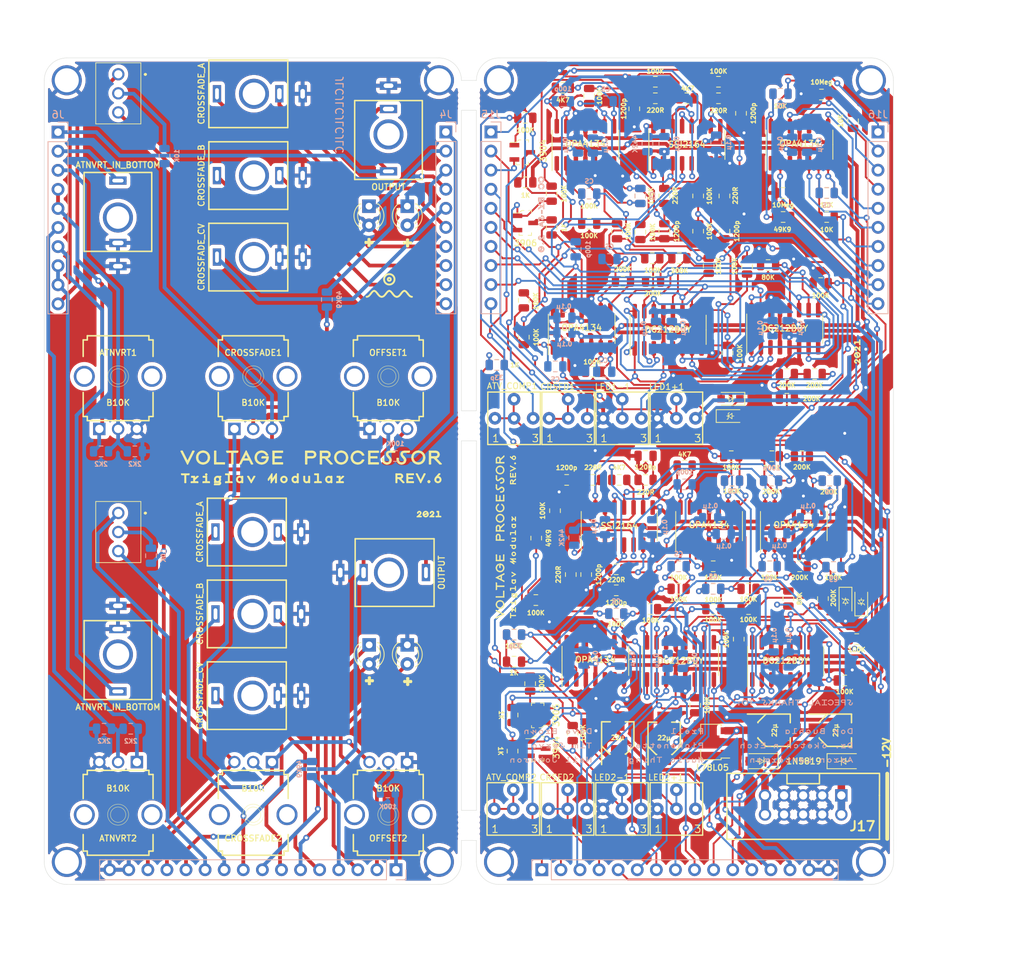
<source format=kicad_pcb>
(kicad_pcb (version 20210424) (generator pcbnew)
  (title_block (title "Voltage Processor") (date "2021-05-28") (rev "6") (company "Triglav Modular"))
  (layers (0 "F.Cu" signal) (31 "B.Cu" signal) (34 "B.Paste" user) (35 "F.Paste" user) (36 "B.SilkS" user "B.Silkscreen") (37 "F.SilkS" user "F.Silkscreen") (38 "B.Mask" user) (39 "F.Mask" user) (44 "Edge.Cuts" user))
  (net 0 "")
  (net 1 "Net-(ATV_COMP2-Pad1)")
  (net 2 "/Voltage Processor A/ATNVRT_1_P")
  (net 3 "GND1")
  (net 4 "Net-(OFFSET1-Pad2)")
  (net 5 "/Voltage Processor A/ATNVRT_2_P")
  (net 6 "Net-(ATV_COMP1-Pad1)")
  (net 7 "Net-(OFFSET2-Pad2)")
  (net 8 "+5V")
  (net 9 "GND")
  (net 10 "+12V")
  (net 11 "-12V")
  (net 12 "/Voltage Processor B/ATNVRT_1_P")
  (net 13 "/Voltage Processor B/ATNVRT_2_P")
  (net 14 "Net-(C7-Pad1)")
  (net 15 "Net-(C8-Pad1)")
  (net 16 "Net-(C42-Pad2)")
  (net 17 "Net-(C58-Pad2)")
  (net 18 "Net-(C10-Pad1)")
  (net 19 "Net-(C10-Pad2)")
  (net 20 "Net-(C11-Pad2)")
  (net 21 "Net-(C12-Pad1)")
  (net 22 "Net-(C12-Pad2)")
  (net 23 "Net-(C13-Pad2)")
  (net 24 "Net-(C14-Pad2)")
  (net 25 "Net-(C15-Pad2)")
  (net 26 "-5V")
  (net 27 "Net-(C17-Pad2)")
  (net 28 "/Voltage Processor A/CRSFD_CV_NORMAL")
  (net 29 "Net-(C27-Pad1)")
  (net 30 "Net-(C27-Pad2)")
  (net 31 "Net-(C28-Pad2)")
  (net 32 "Net-(C29-Pad1)")
  (net 33 "Net-(C29-Pad2)")
  (net 34 "Net-(C30-Pad2)")
  (net 35 "Net-(C31-Pad2)")
  (net 36 "Net-(C32-Pad2)")
  (net 37 "/Voltage Processor B/CRSFD_CV_NORMAL")
  (net 38 "Net-(C42-Pad1)")
  (net 39 "/Voltage Processor B/CRSFD_CV_M")
  (net 40 "Net-(C43-Pad1)")
  (net 41 "Net-(C43-Pad2)")
  (net 42 "Net-(C48-Pad1)")
  (net 43 "Net-(C48-Pad2)")
  (net 44 "Net-(C49-Pad1)")
  (net 45 "Net-(C49-Pad2)")
  (net 46 "Net-(C50-Pad1)")
  (net 47 "Net-(C50-Pad2)")
  (net 48 "Net-(C54-Pad1)")
  (net 49 "Net-(C58-Pad1)")
  (net 50 "/Voltage Processor A/CRSFD_CV_M")
  (net 51 "Net-(C59-Pad1)")
  (net 52 "Net-(C59-Pad2)")
  (net 53 "Net-(C64-Pad1)")
  (net 54 "Net-(C64-Pad2)")
  (net 55 "Net-(C65-Pad1)")
  (net 56 "Net-(C65-Pad2)")
  (net 57 "Net-(C66-Pad1)")
  (net 58 "Net-(C66-Pad2)")
  (net 59 "Net-(C70-Pad1)")
  (net 60 "PANEL_-5V")
  (net 61 "Net-(CROSSFADE1-Pad2)")
  (net 62 "PANEL_+5V")
  (net 63 "Net-(CROSSFADE2-Pad2)")
  (net 64 "/Voltage Processor A/CRSFD_POT_M")
  (net 65 "/Voltage Processor B/CRSFD_POT_M")
  (net 66 "Net-(D1-Pad2)")
  (net 67 "Net-(D2-Pad1)")
  (net 68 "/Voltage Processor A/LED_NEG_P")
  (net 69 "/Voltage Processor A/LED_POS_P")
  (net 70 "/Voltage Processor B/LED_NEG_P")
  (net 71 "/Voltage Processor B/LED_POS_P")
  (net 72 "/Voltage Processor A/RING_ON")
  (net 73 "/Voltage Processor A/CROSSFADE_A")
  (net 74 "/Voltage Processor A/CRSFD_A_1_M")
  (net 75 "/Voltage Processor A/CROSSFADE_B")
  (net 76 "/Voltage Processor A/RING_OFF")
  (net 77 "/Voltage Processor A/CRSFD_B_1_M")
  (net 78 "/Voltage Processor B/RING_ON")
  (net 79 "/Voltage Processor B/CROSSFADE_A")
  (net 80 "/Voltage Processor B/CRSFD_A_1_M")
  (net 81 "/Voltage Processor B/CROSSFADE_B")
  (net 82 "/Voltage Processor B/RING_OFF")
  (net 83 "/Voltage Processor B/CRSFD_B_1_M")
  (net 84 "/Voltage Processor B/OFFSET_P")
  (net 85 "/Voltage Processor B/CRSFD_POT_P")
  (net 86 "/Voltage Processor B/CRSFD_CV_P")
  (net 87 "/Voltage Processor B/CRSFD_A_1_P")
  (net 88 "/Voltage Processor B/CRSFD_A_2_P")
  (net 89 "/Voltage Processor B/CRSFD_B_1_P")
  (net 90 "/Voltage Processor B/CRSFD_B_2_P")
  (net 91 "/Voltage Processor B/RING_ON_P")
  (net 92 "/Voltage Processor B/RING_OFF_P")
  (net 93 "/Voltage Processor B/OUTPUT_P")
  (net 94 "Net-(C47-Pad1)")
  (net 95 "/Voltage Processor A/OFFSET_P")
  (net 96 "/Voltage Processor A/CRSFD_POT_P")
  (net 97 "/Voltage Processor A/CRSFD_CV_P")
  (net 98 "/Voltage Processor A/CRSFD_A_1_P")
  (net 99 "/Voltage Processor A/CRSFD_A_2_P")
  (net 100 "/Voltage Processor A/CRSFD_B_1_P")
  (net 101 "/Voltage Processor B/OFFSET_M")
  (net 102 "/Voltage Processor B/LED_NEG_M")
  (net 103 "/Voltage Processor B/LED_POS_M")
  (net 104 "/Voltage Processor B/OUTPUT_M")
  (net 105 "Net-(C63-Pad1)")
  (net 106 "/Voltage Processor A/CRSFD_B_2_P")
  (net 107 "/Voltage Processor A/RING_ON_P")
  (net 108 "/Voltage Processor A/RING_OFF_P")
  (net 109 "/Voltage Processor A/OUTPUT_P")
  (net 110 "/Voltage Processor B/BUFF_P")
  (net 111 "/Voltage Processor A/OFFSET_M")
  (net 112 "/Voltage Processor A/LED_NEG_M")
  (net 113 "/Voltage Processor A/LED_POS_M")
  (net 114 "/Voltage Processor A/OUTPUT_M")
  (net 115 "/Voltage Processor A/BUFF_P")
  (net 116 "Net-(LED1+1-Pad2)")
  (net 117 "Net-(LED1-1-Pad2)")
  (net 118 "Net-(LED2+1-Pad2)")
  (net 119 "Net-(LED2-1-Pad2)")
  (net 120 "Net-(Q1-Pad3)")
  (net 121 "Net-(Q2-Pad3)")
  (net 122 "Net-(Q3-Pad3)")
  (net 123 "Net-(Q4-Pad3)")
  (net 124 "Net-(R26-Pad1)")
  (net 125 "Net-(R27-Pad1)")
  (net 126 "Net-(R29-Pad1)")
  (net 127 "Net-(R33-Pad1)")
  (net 128 "Net-(R67-Pad1)")
  (net 129 "Net-(R68-Pad1)")
  (net 130 "Net-(R70-Pad1)")
  (net 131 "Net-(R74-Pad1)")
  (net 132 "Net-(R89-Pad1)")
  (net 133 "Net-(R104-Pad1)")
  (net 134 "Net-(R105-Pad2)")
  (net 135 "Net-(R106-Pad1)")
  (net 136 "Net-(R107-Pad1)")
  (net 137 "Net-(R108-Pad2)")
  (net 138 "Net-(R109-Pad1)")
  (net 139 "Net-(R110-Pad1)")
  (net 140 "Net-(C7-Pad2)")
  (net 141 "Net-(U11-Pad13)")
  (net 142 "Net-(C8-Pad2)")
  (net 143 "/Voltage Processor A/BUFF_M")
  (net 144 "/Voltage Processor A/ATNVRT_2_M")
  (net 145 "/Voltage Processor A/ATNVRT_1_M")
  (net 146 "/Voltage Processor A/BUFF_O_M")
  (net 147 "/Voltage Processor B/ATNVRT_2_M")
  (net 148 "/Voltage Processor B/BUFF_M")
  (net 149 "Net-(D7-Pad1)")
  (net 150 "Net-(D10-Pad1)")
  (net 151 "Net-(C47-Pad2)")
  (net 152 "Net-(C63-Pad2)")
  (net 153 "/Voltage Processor B/CRSFD_CV_RING")
  (net 154 "/Voltage Processor A/CRSFD_CV_RING")
  (net 155 "/Voltage Processor B/ATNVRT_1_M")
  (net 156 "/Voltage Processor B/BUFF_O_M")
  (net 157 "/Voltage Processor A/CROSSFADE_A_RING")
  (net 158 "/Voltage Processor A/CROSSFADE_A_NORMAL")
  (net 159 "/Voltage Processor B/CROSSFADE_A_RING")
  (net 160 "/Voltage Processor B/CROSSFADE_A_NORMAL")
  (footprint "Akiyuki:R_0805_2012Metric" (layer "F.Cu") (at 176.6 46.6 180)
    (fp_text reference "R26" hide)
    (fp_text value "100K")
  )
  (footprint "Akiyuki:R_0805_2012Metric" (layer "F.Cu") (at 184.3 111.1)
    (fp_text reference "R68" hide)
    (fp_text value "100K")
  )
  (footprint "Akiyuki:R_0805_2012Metric" (layer "F.Cu") (at 160.75 107.35 90)
    (fp_text reference "R78" hide)
    (fp_text value "49K9")
  )
  (footprint "Triglav:BOURNS_3362P_TRIMMER" (layer "F.Cu") (at 157.7 143.4)
    (fp_text reference "ATV_COMP2")
    (fp_text value "100K" hide)
  )
  (footprint "Akiyuki:R_0805_2012Metric" (layer "F.Cu") (at 196.1 96.45 180)
    (fp_text reference "R58" hide)
    (fp_text value "200K")
  )
  (footprint "Triglav:BOURNS_3362P_TRIMMER" (layer "F.Cu") (at 164.933333 143.4)
    (fp_text reference "CRSFD2")
    (fp_text value "100K" hide)
  )
  (footprint "Package_SO:SOIC-16_3.9x9.9mm_P1.27mm" (layer "F.Cu") (at 179.94 123.7 90)
    (fp_text reference "IC3" hide)
    (fp_text value "DG212BDY")
  )
  (footprint "Akiyuki:THONKICONN" (layer "F.Cu") (at 141.094949 53.605 180)
    (fp_text reference "J10" hide)
    (fp_text value "OUTPUT")
  )
  (footprint "Akiyuki:THONKICONN" (layer "F.Cu") (at 123.194949 69.94 90)
    (fp_text reference "J7" hide)
    (fp_text value "CROSSFADE_CV")
  )
  (footprint "Akiyuki:R_0805_2012Metric" (layer "F.Cu") (at 175.3 99.6)
    (fp_text reference "R72" hide)
    (fp_text value "220R")
  )
  (footprint "Akiyuki:CAPAE430X610N" (layer "F.Cu") (at 177.775 134 90)
    (fp_text reference "C1" hide)
    (fp_text value "22µ")
  )
  (footprint "Akiyuki:C_0805_2012Metric" (layer "F.Cu") (at 175.3 96.4)
    (fp_text reference "C31" hide)
    (fp_text value "1200p")
  )
  (footprint "Triglav:MusicThingModular-9MM_SNAP-IN_POT" (layer "F.Cu") (at 141.069949 144.165 180)
    (fp_text reference "OFFSET2")
    (fp_text value "B10K")
  )
  (footprint "LED_THT:LED_D3.0mm" (layer "F.Cu") (at 143.594949 121.565 -90)
    (fp_text reference "D6" hide)
    (fp_text value "LED")
  )
  (footprint "Akiyuki:R_0805_2012Metric" (layer "F.Cu") (at 160.7 115.6 180)
    (fp_text reference "R75" hide)
    (fp_text value "100K")
  )
  (footprint "MountingHole:MountingHole_3.2mm_M3" (layer "F.Cu") (at 147.81 46.4)
    (fp_text reference "MH8" hide)
    (fp_text value "MountingHole_3.2mm_M3" hide)
  )
  (footprint "Akiyuki:R_0805_2012Metric" (layer "F.Cu") (at 167.794949 48.493349 -90)
    (fp_text reference "R22" hide)
    (fp_text value "100K")
  )
  (footprint "Akiyuki:R_0805_2012Metric" (layer "F.Cu") (at 199.4 61.4 180)
    (fp_text reference "R7" hide)
    (fp_text value "10K")
  )
  (footprint "Akiyuki:R_0805_2012Metric" (layer "F.Cu") (at 157.8 123.8)
    (fp_text reference "R21" hide)
    (fp_text value "1K")
  )
  (footprint "Akiyuki:R_0805_2012Metric" (layer "F.Cu") (at 167.8 65.5 180)
    (fp_text reference "R102" hide)
    (fp_text value "100K")
  )
  (footprint "Triglav:BOURNS_3362P_TRIMMER" (layer "F.Cu") (at 157.8 91.4)
    (fp_text reference "ATV_COMP1")
    (fp_text value "100K" hide)
  )
  (footprint "Akiyuki:R_0805_2012Metric" (layer "F.Cu") (at 186.8 99.7 180)
    (fp_text reference "R63" hide)
    (fp_text value "100K")
  )
  (footprint "Akiyuki:R_0805_2012Metric" (layer "F.Cu") (at 157.6 135.7 -90)
    (fp_text reference "R90" hide)
    (fp_text value "1K")
  )
  (footprint "Akiyuki:THONKICONN" (layer "F.Cu") (at 105.094949 122.84 180)
    (fp_text reference "J1" hide)
    (fp_text value "ATNVRT_IN_BOTTOM")
  )
  (footprint "Akiyuki:C_0805_2012Metric" (layer "F.Cu") (at 171.4 114.3)
    (fp_text reference "C30" hide)
    (fp_text value "1200p")
  )
  (footprint "Triglav:MusicThingModular-9MM_SNAP-IN_POT" (layer "F.Cu") (at 141.069949 85.815)
    (fp_text reference "OFFSET1")
    (fp_text value "B10K")
  )
  (footprint "Akiyuki:R_0805_2012Metric" (layer "F.Cu") (at 171.8 99.6 180)
    (fp_text reference "R106" hide)
    (fp_text value "4K7")
  )
  (footprint "Akiyuki:R_0805_2012Metric" (layer "F.Cu") (at 198.6 73.4)
    (fp_text reference "R103" hide)
    (fp_text value "100K")
  )
  (footprint "MountingHole:MountingHole_3.2mm_M3" (layer "F.Cu") (at 98.29 46.4)
    (fp_text reference "MH7" hide)
    (fp_text value "MountingHole_3.2mm_M3" hide)
  )
  (footprint "Akiyuki:R_0805_2012Metric" (layer "F.Cu") (at 159.1 80.6 90)
    (fp_text reference "R10" hide)
    (fp_text value "100K")
  )
  (footprint "Akiyuki:C_0805_2012Metric" (layer "F.Cu") (at 177.794949 66.493349 90)
    (fp_text reference "C15" hide)
    (fp_text value "1200p")
  )
  (footprint "Akiyuki:R_0805_2012Metric" (layer "F.Cu") (at 171.5 66.5 -90)
    (fp_text reference "R19" hide)
    (fp_text value "100K")
  )
  (footprint "Triglav:BOURNS_3362P_TRIMMER" (layer "F.Cu") (at 179.4 91.4)
    (fp_text reference "LED1+1")
    (fp_text value "100K" hide)
  )
  (footprint "Akiyuki:R_0805_2012Metric" (layer "F.Cu") (at 199.8 99.7 180)
    (fp_text reference "R61" hide)
    (fp_text value "200K")
  )
  (footprint "Akiyuki:R_0805_2012Metric" (layer "F.Cu") (at 194.1 88.8)
    (fp_text reference "R16" hide)
    (fp_text value "200K")
  )
  (footprint "Akiyuki:R_0805_2012Metric" (layer "F.Cu") (at 168.3 85.2 180)
    (fp_text reference "R15" hide)
    (fp_text value "100K")
  )
  (footprint "Triglav:SHDR10W64P254_2X5_2030X878X930P" (layer "F.Cu") (at 201.35 141.6 180)
    (fp_text reference "J17")
    (fp_text value "30310-6002HB" hide)
  )
  (footprint "Triglav:BOURNS_3362P_TRIMMER" (layer "F.Cu") (at 179.4 143.4)
    (fp_text reference "LED2+1")
    (fp_text value "100K" hide)
  )
  (footprint "Package_SO:SOIC-14_3.9x8.7mm_P1.27mm" (layer "F.Cu") (at 195.78 54.975 90)
    (fp_text reference "U1")
    (fp_text value "OPA4134")
  )
  (footprint "Akiyuki:R_0805_2012Metric" (layer "F.Cu") (at 155.5 84.3 180)
    (fp_text reference "R48" hide)
    (fp_text value "1K")
  )
  (footprint "Akiyuki:R_0805_2012Metric" (layer "F.Cu") (at 168.3 99.6 180)
    (fp_text reference "R69" hide)
    (fp_text value "220R")
  )
  (footprint "Triglav:BOURNS_3362P_TRIMMER" (layer "F.Cu") (at 172.166666 143.4)
    (fp_text reference "LED2-1")
    (fp_text value "100K" hide)
  )
  (footprint "Akiyuki:C_0805_2012Metric" (layer "F.Cu") (at 164.8 99.6)
    (fp_text reference "C28" hide)
    (fp_text value "1200p")
  )
  (footprint "Diode_SMD:D_SOD-323_HandSoldering_ZENER" (layer "F.Cu") (at 204 115.8 90)
    (fp_text reference "D7" hide)
    (fp_text value "Z-5V" hide)
  )
  (footprint "Akiyuki:R_0805_2012Metric" (layer "F.Cu") (at 194.3 115.4 -90)
    (fp_text reference "R36" hide)
    (fp_text value "80K")
  )
  (footprint "digikey-footprints:SOT-23-3" (layer "F.Cu") (at 159.294949 65.393349)
    (fp_text reference "Q3" hide)
    (fp_text value "3906")
  )
  (footprint "Akiyuki:C_0805_2012Metric" (layer "F.Cu") (at 167.4 112.2 90)
    (fp_text reference "C32" hide)
    (fp_text value "1200p")
  )
  (footprint "Akiyuki:R_0805_2012Metric" (layer "F.Cu") (at 198.7 48.3 180)
    (fp_text reference "R32" hide)
    (fp_text value "10Meg")
  )
  (footprint "Akiyuki:R_0805_2012Metric" (layer "F.Cu") (at 159.294949 59.993349 180)
    (fp_text reference "R49" hide)
    (fp_text value "1K")
  )
  (footprint "Akiyuki:R_0805_2012Metric" (layer "F.Cu") (at 179.7 114.1 180)
    (fp_text reference "R52" hide)
    (fp_text value "100K")
  )
  (footprint "Panelization:mouse-bite-2mm-slot" (layer "F.Cu") (at 151.794949 145.6 90)
    (fp_text reference "mouse-bite-2mm-slot_3" hide)
    (fp_text value "VAL**" hide)
  )
  (footprint "Akiyuki:R_0805_2012Metric" (layer "F.Cu") (at 188.8 71.2 90)
    (fp_text reference "R38" hide)
    (fp_text value "100K")
  )
  (footprint "Panelization:mouse-bite-2mm-slot" (layer "F.Cu") (at 151.794949 92.4 90)
    (fp_text reference "mouse-bite-2mm-slot_2" hide)
    (fp_text value "VAL**" hide)
  )
  (footprint "Package_SO:SOIC-14_3.9x8.7mm_P1.27mm" (layer "F.Cu") (at 183.75 105.75 90)
    (fp_text reference "U9")
    (fp_text value "OPA4134")
  )
  (footprint "Akiyuki:C_0805_2012Metric" (layer "F.Cu") (at 173.8 50.2 90)
    (fp_text reference "C11" hide)
    (fp_text value "1200p")
  )
  (footprint "Akiyuki:CAPAE430X610N" (layer "F.Cu") (at 200.55 132.925)
    (fp_text reference "C4" hide)
    (fp_text value "22µ")
  )
  (footprint "Akiyuki:R_0805_2012Metric" (layer "F.Cu") (at 183.7 71.1 -90)
    (fp_text reference "R18" hide)
    (fp_text value "100K")
  )
  (footprint "Akiyuki:R_0805_2012Metric" (layer "F.Cu") (at 165.6 133.3 90)
    (fp_text reference "R88" hide)
    (fp_text value "100K")
  )
  (footprint "Package_SO:SOIC-16_3.9x9.9mm_P1.27mm" (layer "F.Cu") (at 171.8 105.75 90)
    (fp_text reference "U10" hide)
    (fp_text value "SSI2164")
  )
  (footprint "Akiyuki:R_0805_2012Metric" (layer "F.Cu") (at 167.794949 61.493349)
    (fp_text reference "R13" hide)
    (fp_text value "100K")
  )
  (footprint "Akiyuki:R_0805_2012Metric" (layer "F.Cu") (at 191.8 111.1)
    (fp_text reference "R51" hide)
    (fp_text value "100K")
  )
  (footprint "digikey-footprints:SOT-23-3" (layer "F.Cu") (at 158.894949 55.993349)
    (fp_text reference "Q4" hide)
    (fp_text value "3904")
  )
  (footprint "Package_SO:SOIC-16_3.9x9.9mm_P1.27mm" (layer "F.Cu") (at 193.819949 79.468349 90)
    (fp_text reference "IC2" hide)
    (fp_text value "DG212BDY")
  )
  (footprint "Diode_SMD:D_SOD-323_HandSoldering_ZENER" (layer "F.Cu") (at 201.9 115.8 -90)
    (fp_text reference "D8" hide)
    (fp_text value "Z-5V" hide)
  )
  (footprint "Akiyuki:R_0805_2012Metric" (layer "F.Cu") (at 174.6 66.6 90)
    (fp_text reference "R27" hide)
    (fp_text value "100K")
  )
  (footprint "Akiyuki:R_0805_2012Metric" (layer "F.Cu") (at 163.25 103.7 -90)
    (fp_text reference "R70" hide)
    (fp_text value "100K")
  )
  (footprint "MountingHole:MountingHole_3.2mm_M3" (layer "F.Cu") (at 205.294949 150.44)
    (fp_text reference "MH4" hide)
    (fp_text value "MountingHole_3.2mm_M3" hide)
  )
  (footprint "Panelization:mouse-bite-2mm-slot" (layer "F.Cu") (at 151.8 48.4 90)
    (fp_text reference "mouse-bite-2mm-slot_1" hide)
    (fp_text value "VAL**" hide)
  )
  (footprint "Akiyuki:R_0805_2012Metric" (layer "F.Cu") (at 187.7 120.8 -90)
    (fp_text reference "R50" hide)
    (fp_text value "100K")
  )
  (footprint "Akiyuki:R_0805_2012Metric" (layer "F.Cu") (at 176.6 48.8 180)
    (fp_text reference "R28" hide)
    (fp_text value "220R")
  )
  (footprint "Akiyuki:CAPAE430X610N" (layer "F.Cu") (at 192.4 132.925)
    (fp_text reference "C3" hide)
    (fp_text value "22µ")
  )
  (footprint "Akiyuki:R_0805_2012Metric" (layer "F.Cu") (at 176.294949 73.2 180)
    (fp_text reference "R23" hide)
    (fp_text value "200K")
  )
  (footprint "MountingHole:MountingHole_3.2mm_M3" (layer "F.Cu") (at 155.79 46.4)
    (fp_text reference "MH2" hide)
    (fp_text value "MountingHole_3.2mm_M3" hide)
  )
  (footprint "Package_SO:SOIC-16_3.9x9.9mm_P1.27mm" (layer "F.Cu") (at 180.794949 54.993349 90)
    (fp_text reference "U6" hide)
    (fp_text value "SSI2164")
  )
  (footprint "Akiyuki:R_0805_2012Metric" (layer "F.Cu") (at 186.7 96.45)
    (fp_text reference "R67" hide)
    (fp_text value "100K")
  )
  (footprint "Akiyuki:THONKICONN" (layer "F.Cu") (at 123.194949 59.09 90)
    (fp_text reference "J9" hide)
    (fp_text value "CROSSFADE_B")
  )
  (footprint "Package_SO:SOIC-14_3.9x8.7mm_P1.27mm" (layer "F.Cu") (at 195.02 105.75 90)
    (fp_text reference "U8")
    (fp_text value "OPA4134")
  )
  (footprint "Diode_SMD:D_SOD-123" (layer "F.Cu") (at 190.7 137.05 180)
    (fp_text reference "D1" hide)
    (fp_text value "1N5819")
  )
  (footprint "MountingHole:MountingHole_3.2mm_M3" (layer "F.Cu") (at 147.8 150.45)
    (fp_text reference "MH5" hide)
    (fp_text value "MountingHole_3.2mm_M3" hide)
  )
  (footprint "Akiyuki:R_0805_2012Metric" (layer "F.Cu") (at 159.1 75.7 -90)
    (fp_text reference "R12" hide)
    (fp_text value "100K")
  )
  (footprint "Package_SO:SOIC-16_3.9x9.9mm_P1.27mm" (layer "F.Cu") (at 193.94 123.7 90)
    (fp_text reference "IC4" hide)
    (fp_text value "DG212BDY")
  )
  (footprint "Akiyuki:R_0805_2012Metric" (layer "F.Cu") (at 171.4 111.5 180)
    (fp_text reference "R71" hide)
    (fp_text value "220R")
  )
  (footprint "Akiyuki:R_0805_2012Metric" (layer "F.Cu") (at 181.9 129.6 -90)
    (fp_text reference "R35" hide)
    (fp_text value "100K")
  )
  (footprint "Akiyuki:R_0805_2012Metric" (layer "F.Cu") (at 200.3 111.2 180)
    (fp_text reference "R56" hide)
    (fp_text value "100K")
  )
  (footprint "Triglav:BOURNS_3362P_TRIMMER" (layer "F.Cu") (at 172.2 91.4)
    (fp_text reference "LED1-1")
    (fp_text value "100K" hide)
  )
  (footprint "Akiyuki:R_0805_2012Metric" (layer "F.Cu") (at 179.7 111.1)
    (fp_text reference "R54" hide)
    (fp_text value "100K")
  )
  (footprint "Package_SO:SOIC-14_3.9x8.7mm_P1.27mm" (layer "F.Cu") (at 168.620051 123.681651 90)
    (fp_text reference "U11")
    (fp_text value "OPA4134")
  )
  (footprint "Akiyuki:R_0805_2012Metric" (layer "F.Cu") (at 193.6 64.6 180)
    (fp_text reference "R37" hide)
    (fp_text value "49K9")
  )
  (footprint "Akiyuki:R_0805_2012Metric" (layer "F.Cu") (at 179.794949 70.093349)
    (fp_text reference "R25" hide)
    (fp_text value "200K")
  )
  (footprint "Akiyuki:R_0805_2012Metric" (layer "F.Cu") (at 162.794949 65.993349 90)
    (fp_text reference "R44" hide)
    (fp_text value "1K")
  )
  (footprint "Diode_SMD:D_SOD-123" (layer "F.Cu") (at 201.7 137.05)
    (fp_text reference "D2" hide)
    (fp_text value "1N5819" hide)
  )
  (footprint "Akiyuki:R_0805_2012Metric" (layer "F.Cu") (at 192.1 96.45)
    (fp_text reference "R55" hide)
    (fp_text value "200K")
  )
  (footprint "Akiyuki:R_0805_2012Metric" (layer "F.Cu") (at 201.8 126.3 180)
    (fp_text reference "R62" hide)
    (fp_text value "100K")
  )
  (footprint "LED_THT:LED_D3.0mm" (layer "F.Cu") (at 138.494949 63.165 -90)
    (fp_text reference "D3" hide)
    (fp_text value "LED")
  )
  (footprint "MountingHole:MountingHole_3.2mm_M3" (layer "F.Cu") (at 205.28 46.4)
    (fp_text reference "MH3" hide)
    (fp_text value "MountingHole_3.2mm_M3" hide)
  )
  (footprint "Akiyuki:R_0805_2012Metric" (layer "F.Cu") (at 185.794949 61.8 -90)
    (fp_text reference "R30" hide)
    (fp_text value "220R")
  )
  (footprint "Triglav:MusicThingModular-9MM_SNAP-IN_POT" (layer "F.Cu") (at 105.119949 144.165 180)
    (fp_text reference "ATNVRT2")
    (fp_text value "B10K")
  )
  (footprint "Akiyuki:R_0805_2012Metric" (layer "F.Cu") (at 175.9 116.8)
    (fp_text reference "R40" hide)
    (fp_text value "100K")
  )
  (footprint "Akiyuki:THONKICONN" (layer "F.Cu") (at 122.994949 106.54 90)
    (fp_text reference "J12" hide)
    (fp_text value "CROSSFADE_A")
  )
  (footprint "Package_SO:SOIC-14_3.9x8.7mm_P1.27mm" (layer "F.Cu") (at 166.794949 79.493349 90)
    (fp_text reference "U4")
    (fp_text value "OPA4134")
  )
  (footprint "Akiyuki:R_0805_2012Metric" (layer "F.Cu") (at 171.4 117.4)
    (fp_text reference "R43" hide)
    (fp_text value "100K")
  )
  (footprint "MountingHole:MountingHole_3.2mm_M3" (layer "F.Cu") (at 98.3 150.46)
    (fp_text reference "MH6" hide)
    (fp_text value "MountingHole_3.2mm_M3" hide)
  )
  (footprint "Akiyuki:R_0805_2012Metric" (layer "F.Cu") (at 174.6 61.8 -90)
    (fp_text reference "R24" hide)
    (fp_text value "100K")
  )
  (footprint "Akiyuki:R_0805_2012Metric" (layer "F.Cu") (at 193.25 48.2)
    (fp_text reference "R8" hide)
    (fp_text value "10K")
  )
  (footprint "LED_THT:LED_D3.0mm" (layer "F.Cu") (at 143.594949 63.165 -90)
    (fp_text reference "D4" hide)
    (fp_text value "LED")
  )
  (footprint "Akiyuki:THONKICONN" (layer "F.Cu") (at 122.994949 128.32 90)
    (fp_text reference "J11" hide)
    (fp_text value "CROSSFADE_CV")
  )
  (footprint "Akiyuki:R_0805_2012Metric" (layer "F.Cu") (at 182.294949 66.493349 90)
    (fp_text reference "R29" hide)
    (fp_text value "100K")
  )
  (footprint "Akiyuki:R_0805_2012Metric" (layer "F.Cu") (at 199.4 64.6)
    (fp_text reference "R5" hide)
    (fp_text value "10K")
  )
  (footprint "Diode_SMD:D_SOD-323_HandSoldering_ZENER" (layer "F.Cu") (at 186.6 91.1)
    (fp_text reference "D9" hide)
    (fp_text value "Z-5V" hide)
  )
  (footprint "Akiyuki:R_0805_2012Metric" (layer "F.Cu") (at 203.4 120.8 180)
    (fp_text reference "R59" hide)
    (fp_text value "100K")
  )
  (footprint "Akiyuki:C_0805_2012Metric" (layer "F.Cu") (at 185.794949 66.493349 90)
    (fp_text reference "C13" hide)
    (fp_text value "1200p")
  )
  (footprint "Akiyuki:1082MS1T1B1M2QEEVX" (layer "F.Cu") (at 105.143949 104 180)
    (fp_text reference "S1" hide)
    (fp_text value "108-2MS1T1B1M2QE-EVX" hide)
  )
  (footprint "Package_SO:SOIC-14_3.9x8.7mm_P1.27mm" (layer "F.Cu") (at 167.294949 54.993349 90)
    (fp_text reference "U5")
    (fp_text value "OPA4134")
  )
  (footprint "digikey-footprints:SOT-23-3" (layer "F.Cu") (at 160.95 135.375)
    (fp_text reference "Q2" hide)
    (fp_text value "3904")
  )
  (footprint "Akiyuki:C_0805_2012Metric" (layer "F.Cu") (at 188 50.8 90)
    (fp_text reference "C14" hide)
    (fp_text value "1200p")
  )
  (footprint "Akiyuki:R_0805_2012Metric" (layer "F.Cu") (at 180.5 97.7 180)
    (fp_text reference "R105" hide)
    (fp_text value "4K7")
  )
  (footprint "Triglav:MusicThingModular-9MM_SNAP-IN_POT" (layer "F.Cu") (at 105.119949 85.815)
    (fp_text reference "ATNVRT1")
    (fp_text value "B10K")
  )
  (footprint "Akiyuki:R_0805_2012Metric" (layer "F.Cu") (at 184.3 114.1)
    (fp_text reference "R65" hide)
    (fp_text value "100K")
  )
  (footprint "LED_THT:LED_D3.0mm" (layer "F.Cu") (at 138.524949 121.565 -90)
    (fp_text reference "D5" hide)
    (fp_text value "LED")
  )
  (footprint "Package_SO:SOIC-16_3.9x9.9mm_P1.27mm" (layer "F.Cu") (at 178.299949 79.618349 90)
    (fp_text reference "IC1" hide)
    (fp_text value "DG212BDY")
  )
  (footprint "Triglav:MusicThingModular-9MM_SNAP-IN_POT" (layer "F.Cu") (at 123.094949 144.165 180)
    (fp_text reference "CROSSFADE2")
    (fp_text value "B10K")
  )
  (footprint "Akiyuki:R_0805_2012Metric" (layer "F.Cu") (at 157.8 120.2)
    (fp_text reference "R87" hide)
    (fp_text value "100K")
  )
  (footprint "Akiyuki:THONKICONN" (layer "F.Cu") (at 122.994949 117.44 90)
    (fp_text reference "J13" hide)
    (fp_text value "CROSSFADE_B")
  )
  (footprint "Akiyuki:R_0805_2012Metric" (layer "F.Cu") (at 162.8 61.5 90)
    (fp_text reference "R41" hide)
    (fp_text value "100K")
  )
  (footprint "Akiyuki:R_0805_2012Metric" (layer "F.Cu") (at 198.9 115.4 -90)
    (fp_text reference "R66" hide)
    (fp_text value "200K")
  )
  (footprint "Akiyuki:1082MS1T1B1M2QEEVX" (layer "F.Cu") (at 105.143949 45.6 180)
    (fp_text reference "S2" hide)
    (fp_text value "108-2MS1T1B1M2QE-EVX" hide)
  )
  (footprint "Akiyuki:R_0805_2012Metric" (layer "F.Cu") (at 159.94 126.7203 90)
    (fp_text reference "R82" hide)
    (fp_text value "100K")
  )
  (footprint "Akiyuki:R_0805_2012Metric" (layer "F.Cu") (at 176.194949 70.093349)
    (fp_text reference "R11" hide)
    (fp_text value "100K")
  )
  (footprint "Akiyuki:R_0805_2012Metric" (layer "F.Cu") (at 197.8 85.5 180)
    (fp_text reference "R17" hide)
    (fp_text value "200K")
  )
  (footprint "Akiyuki:THONKICONN" (layer "F.Cu") (at 105.094949 64.675)
    (fp_text reference "J2" hide)
    (fp_text value "ATNVRT_IN_BOTTOM")
  )
  (footprint "Akiyuki:R_0805_2012Metric" (layer "F.Cu") (at 189 114.1)
    (fp_text reference "R60" hide)
    (fp_text value "100K")
  )
  (footprint "digikey-footprints:SOT-23-3" (layer "F.Cu") (at 160.95 130.95 180)
    (fp_text reference "Q1" hide)
    (fp_text value "3906")
  )
  (footprint "Akiyuki:THONKICONN" (layer "F.Cu") (at 141.159949 111.94 -90)
    (fp_text reference "J14" hide)
    (fp_text value "OUTPUT")
  )
  (footprint "Akiyuki:R_0805_2012Metric" (layer "F.Cu") (at 177.794949 61.8 -90)
    (fp_text reference "R33" hide)
    (fp_text value "220R")
  )
  (footprint "Akiyuki:R_0805_2012Metric" (layer "F.Cu") (at 202.9 51.8 -90)
    (fp_text reference "R6" hide)
    (fp_text value "10K")
  )
  (footprint "Akiyuki:R_0805_2012Metric" (layer "F.Cu") (at 189 116.8 180)
    (fp_text reference "R53" hide)
    (fp_text value "100K")
  )
  (footprint "Akiyuki:R_0805_2012Metric" (layer "F.Cu") (at 180.8 48.8 180)
    (fp_text reference "R109" hide)
    (fp_text value "4K7")
  )
  (footprint "Akiyuki:R_0805_2012Metric" (layer "F.Cu") (at 172.294949 73.2 180)
    (fp_text reference "R20" hide)
    (fp_text value "200K")
  )
  (footprint "Akiyuki:R_0805_2012Metric" (layer "F.Cu") (at 195.8 111.1)
    (fp_text reference "R64" hide)
    (fp_text value "200K")
  )
  (footprint "Akiyuki:THONKICONN" (layer "F.Cu") (at 123.194949 48.2 90)
    (fp_text reference "J8" hide)
    (fp_text value "CROSSFADE_A")
  )
  (footprint "Akiyuki:R_0805_2012Metric" (layer "F.Cu") (at 186.194949 82.693349 90)
    (fp_text reference "R73" hide)
    (fp_text value "100K")
  )
  (footprint "Akiyuki:R_0805_2012Metric" (layer "F.Cu") (at 159.3 51.4)
    (fp_text reference "R47" hide)
    (fp_text value "100K")
  )
  (footprint "Akiyuki:R_0805_2012Metric" (layer "F.Cu") (at 191.6 71)
    (fp_text reference "R39" hide)
    (fp_text value "80K")
  )
  (footprint "Akiyuki:R_0805_2012Metric" (layer "F.Cu") (at 194.1 85.5)
    (fp_text reference "R14" hide)
    (fp_text value "200K")
  )
  (footprint "Akiyuki:R_0805_2012Metric" (layer "F.Cu") (at 193.6 61.4 180)
    (fp_text reference "R9" hide)
    (fp_text value "10Meg")
  )
  (footprint "Triglav:MusicThingModular-9MM_SNAP-IN_POT" (layer "F.Cu") (at 123.094949 85.815)
    (fp_text reference "CROSSFADE1")
    (fp_text value "B10K")
  )
  (footprint "Akiyuki:R_0805_2012Metric" (layer "F.Cu") (at 165.35 112.2 -90)
    (fp_text reference "R74" hide)
    (fp_text value "220R")
  )
  (footprint "Akiyuki:R_0805_2012Metric" (layer "F.Cu") (at 182.294949 61.8 -90)
    (fp_text reference "R34" hide)
    (fp_text value "100K")
  )
  (footprint "Akiyuki:R_0805_2012Metric" (layer "F.Cu") (at 185 48.8)
    (fp_text reference "R31" hide)
    (fp_text value "220R")
  )
  (footprint "Akiyuki:CAPAE430X610N" (layer "F.Cu") (at 171.6 133.95 90)
    (fp_text reference "C2" hide)
    (fp_text value "22µ")
  )
  (footprint "Akiyuki:R_0805_2012Metric" (layer "F.Cu") (at 184.325 116.8 180)
    (fp_text reference "R95" hide)
    (fp_text value "100K")
  )
  (footprint "Akiyuki:R_0805_2012Metric" (layer "F.Cu") (at 192 99.7)
    (fp_text reference "R57" hide)
    (fp_text value "200K")
  )
  (footprint "Triglav:BOURNS_3362P_TRIMMER" (layer "F.Cu") (at 165 91.4)
    (fp_text reference "CRSFD1")
    (fp_text value "100K" hide)
  )
  (footprint "Package_TO_SOT_SMD:SOT-89-3" (layer "F.Cu") (at 184.294949 134.493349 180)
    (fp_text reference "U2" hide)
    (fp_text value "L78L05")
  )
  (footprint "Akiyuki:R_0805_2012Metric" (layer "F.Cu") (at 157.6 130.9 -90)
    (fp_text reference "R85" hide)
    (fp_text value "1K")
  )
  (footprint "Akiyuki:R_0805_2012Metric" (layer "F.Cu") (at 185 46.6 180)
    (fp_text reference "R46" hide)
    (fp_text value "100K")
  )
  (footprint "Akiyuki:R_0805_2012Metric" (layer "F.Cu") (at 164.294949 47.393349)
    (fp_text reference "R108" hide)
    (fp_text value "4K7")
  )
  (footprint "Diode_SMD:D_SOD-323_HandSoldering_ZENER" (layer "F.Cu") (at 186.6 88.8 180)
    (fp_text reference "D10" hide)
    (fp_text value "Z-5V" hide)
  )
  (footprint "MountingHole:MountingHole_3.2mm_M3" (layer "F.Cu") (at 155.8 150.45 90)
    (fp_text reference "MH1" hide)
    (fp_text value "MountingHole_3.2mm_M3" hide)
  )
  (footprint "Akiyuki:C_0805_2012Metric" (layer "B.Cu") (at 180.24 123.7 90)
    (fp_text reference "C25" hide)
    (fp_text value "0.1µ")
  )
  (footprint "Akiyuki:C_0805_2012Metric" (layer "B.Cu") (at 199.4 61.4 180)
    (fp_text reference "C8" hide)
    (fp_text value "CS")
  )
  (footprint "Akiyuki:C_0805_2012Metric" (layer "B.Cu") (at 194.794949 54.993349 -90)
    (fp_text reference "C62" hide)
    (fp_text value "0.1µ")
  )
  (footprint "Akiyuki:C_0805_2012Metric" (layer "B.Cu") (at 191.8 111.1)
    (fp_text reference "C42" hide)
    (fp_text value "CS")
  )
  (footprint "Akiyuki:C_0805_2012Metric" (layer "B.Cu") (at 174.6 61.8 -90)
    (fp_text reference "C66" hide)
    (fp_text value "CS")
  )
  (footprint "Akiyuki:C_0805_2012Metric" (layer "B.Cu") (at 178.794949 79.493349 90)
    (fp_text reference "C46" hide)
    (fp_text value "0.1µ")
  )
  (footprint "Akiyuki:C_0805_2012Metric" (layer "B.Cu") (at 192.194949 79.393349 90)
    (fp_text reference "C68" hide)
    (fp_text value "0.1µ")
  )
  (footprint "Akiyuki:C_0805_2012Metric" (layer "B.Cu") (at 193.25 48.2)
    (fp_text reference "C7" hide)
    (fp_text value "CS")
  )
  (footprint "Akiyuki:R_0805_2012Metric" (layer "B.Cu") (at 107.35 95.8)
    (fp_text reference "R4" hide)
    (fp_text value "2K2")
  )
  (footprint "Connector_PinHeader_2.54mm:PinHeader_1x16_P2.54mm_Vertical" (layer "B.Cu") (at 161.494949 151.5 -90)
    (fp_text reference "J5" hide)
    (fp_text value "Conn_01x16_Male" hide)
  )
  (footprint "Akiyuki:C_0805_2012Metric" (layer "B.Cu") (at 196.9 104.7)
    (fp_text reference "C56" hide)
    (fp_text value "0.1µ")
  )
  (footprint "Akiyuki:C_0805_2012Metric" (layer "B.Cu") (at 179.7 111.1)
    (fp_text reference "C43" hide)
    (fp_text value "CS")
  )
  (footprint "Connector_PinHeader_2.54mm:PinHeader_1x10_P2.54mm_Vertical" (layer "B.Cu") (at 97.125 53.305 180)
    (fp_text reference "J6")
    (fp_text value "Conn_01x10_Female")
  )
  (footprint "Akiyuki:R_0805_2012Metric" (layer "B.Cu") (at 175.55 54.9 90)
    (fp_text reference "R110" hide)
    (fp_text value "442K")
  )
  (footprint "Akiyuki:C_0805_2012Metric" (layer "B.Cu") (at 171.9 123.4 90)
    (fp_text reference "C36" hide)
    (fp_text value "0.1µ")
  )
  (footprint "Akiyuki:C_0805_2012Metric" (layer "B.Cu") (at 184.694949 54.693349 -90)
    (fp_text reference "C23" hide)
    (fp_text value "0.1µ")
  )
  (footprint "Akiyuki:C_0805_2012Metric" (layer "B.Cu") (at 184.3 114.1)
    (fp_text reference "C50" hide)
    (fp_text value "CS")
  )
  (footprint "Akiyuki:C_0805_2012Metric" (layer "B.Cu") (at 196.794949 54.993349 -90)
    (fp_text reference "C52" hide)
    (fp_text value "0.1µ")
  )
  (footprint "Akiyuki:C_0805_2012Metric" (layer "B.Cu") (at 164.5 78 180)
    (fp_text reference "C21" hide)
    (fp_text value "0.1µ")
  )
  (footprint "Akiyuki:R_0805_2012Metric" (layer "B.Cu") (at 130.894949 138.093349 90)
    (fp_text reference "R45" hide)
    (fp_text value "49K9")
  )
  (footprint "Connector_PinHeader_2.54mm:PinHeader_1x10_P2.54mm_Vertical" (layer "B.Cu") (at 154.725 53.285 180)
    (fp_text reference "J15")
    (fp_text value "Conn_01x10_Male" hide)
  )
  (footprint "Akiyuki:C_0805_2012Metric" (layer "B.Cu") (at 176.694949 79.493349 90)
    (fp_text reference "C55" hide)
    (fp_text value "0.1µ")
  )
  (footprint "Akiyuki:C_0805_2012Metric" (layer "B.Cu") (at 164.5 80 180)
    (fp_text reference "C22" hide)
    (fp_text value "0.1µ")
  )
  (footprint "Akiyuki:C_0805_2012Metric" (layer "B.Cu") (at 169.9 105.9 -90)
    (fp_text reference "C35" hide)
    (fp_text value "0.1µ")
  )
  (footprint "Akiyuki:R_0805_2012Metric" (layer "B.Cu") (at 132.894949 75.593349 -90)
    (fp_text reference "R96" hide)
    (fp_text value "49K9")
  )
  (footprint "Akiyuki:C_0805_2012Metric" (layer "B.Cu") (at 192 99.7)
    (fp_text reference "C27" hide)
    (fp_text value "100p")
  )
  (footprint "Akiyuki:C_0805_2012Metric" (layer "B.Cu") (at 167.04 123.25 90)
    (fp_text reference "C20" hide)
    (fp_text value "0.1µ")
  )
  (footprint "Akiyuki:R_0805_2012Metric" (layer "B.Cu") (at 109.494949 109.693349 -90)
    (fp_text reference "R89" hide)
    (fp_text value "10K")
  )
  (footprint "Akiyuki:R_0805_2012Metric" (layer "B.Cu") (at 142.025 96.425)
    (fp_text reference "R76" hide)
    (fp_text value "100K")
  )
  (footprint "Akiyuki:R_0805_2012Metric" (layer "B.Cu") (at 103.25 132.725 180)
    (fp_text reference "R2" hide)
    (fp_text value "2K2")
  )
  (footprint "Akiyuki:C_0805_2012Metric" (layer "B.Cu") (at 192.34 123.5 -90)
    (fp_text reference "C61" hide)
    (fp_text value "0.1µ")
  )
  (footprint "Akiyuki:C_0805_2012Metric" (layer "B.Cu") (at 194.34 123.5 90)
    (fp_text reference "C24" hide)
    (fp_text value "0.1µ")
  )
  (footprint "Akiyuki:R_0805_2012Metric" (layer "B.Cu") (at 111.294949 56.493349 -90)
    (fp_text reference "R104" hide)
    (fp_text value "10K")
  )
  (footprint "Connector_PinHeader_2.54mm:PinHeader_1x16_P2.54mm_Vertical" (layer "B.Cu") (at 142.094949 151.5 90)
    (fp_text reference "J3" hide)
    (fp_text value "Conn_01x16_Female" hide)
  )
  (footprint "Akiyuki:C_0805_2012Metric" (layer "B.Cu") (at 176.2 105.9 -90)
    (fp_text reference "C6" hide)
    (fp_text value "0.1µ")
  )
  (footprint "Akiyuki:C_0805_2012Metric" (layer "B.Cu") (at 169.8 85.2 180)
    (fp_text reference "C63" hide)
    (fp_text value "CS")
  )
  (footprint "Akiyuki:R_0805_2012Metric" (layer "B.Cu") (at 141 141.2)
    (fp_text reference "R42" hide)
    (fp_text value "100K")
  )
  (footprint "Akiyuki:C_0805_2012Metric" (layer "B.Cu") (at 169.994949 49.193349 180)
    (fp_text reference "C65" hide)
    (fp_text value "CS")
  )
  (footprint "Akiyuki:R_0805_2012Metric" (layer "B.Cu") (at 102.85 95.8)
    (fp_text reference "R3" hide)
    (fp_text value "2K2")
  )
  (footprint "Akiyuki:C_0805_2012Metric" (layer "B.Cu") (at 170.494949 70.193349)
    (fp_text reference "C64" hide)
    (fp_text value "CS")
  )
  (footprint "Connector_PinHeader_2.54mm:PinHeader_1x10_P2.54mm_Vertical" (layer "B.Cu") (at 206.225 53.285 180)
    (fp_text reference "J16")
    (fp_text value "Conn_01x10_Male")
  )
  (footprint "Akiyuki:C_0805_2012Metric" (layer "B.Cu") (at 194.194949 79.393349 -90)
    (fp_text reference "C67" hide)
    (fp_text value "0.1µ")
  )
  (footprint "Akiyuki:C_0805_2012Metric" (layer "B.Cu") (at 166 68.9 -90)
    (fp_text reference "C10" hide)
    (fp_text value "100p")
  )
  (footprint "Akiyuki:C_0805_2012Metric" (layer "B.Cu") (at 177.794949 54.893349 -90)
    (fp_text reference "C37" hide)
    (fp_text value "0.1µ")
  )
  (footprint "Akiyuki:C_0805_2012Metric" (layer "B.Cu") (at 193.1 106.7 180)
    (fp_text reference "C45" hide)
    (fp_text value "0.1µ")
  )
  (footprint "Akiyuki:C_0805_2012Metric" (layer "B.Cu") (at 167.794949 61.493349)
    (fp_text reference "C59" hide)
    (fp_text value "CS")
  )
  (footprint "Akiyuki:C_0805_2012Metric" (layer "B.Cu") (at 168.294949 55.093349 -90)
    (fp_text reference "C38" hide)
    (fp_text value "0.1µ")
  )
  (footprint "Akiyuki:C_0805_2012Metric" (layer "B.Cu") (at 171.405051 117.406651)
    (fp_text reference "C17" hide)
    (fp_text value "CS")
  )
  (footprint "Akiyuki:C_0805_2012Metric" (layer "B.Cu") (at 185.7 106.8)
    (fp_text reference "C5" hide)
    (fp_text value "0.1µ")
  )
  (footprint "Akiyuki:R_0805_2012Metric" (layer "B.Cu") (at 165.8 107.3 90)
    (fp_text reference "R107" hide)
    (fp_text value "442K")
  )
  (footprint "Akiyuki:C_0805_2012Metric" (layer "B.Cu") (at 180.5 100.2)
    (fp_text reference "C29" hide)
    (fp_text value "100p")
  )
  (footprint "Akiyuki:C_0805_2012Metric" (layer "B.Cu") (at 164.3 49.2)
    (fp_text reference "C12" hide)
    (fp_text value "100p")
  )
  (footprint "Akiyuki:C_0805_2012Metric" (layer "B.Cu") (at 200.3 111.2 180)
    (fp_text reference "C47" hide)
    (fp_text value "CS")
  )
  (footprint "Akiyuki:C_0805_2012Metric" (layer "B.Cu") (at 166.294949 55.093349 90)
    (fp_text reference "C18" hide)
    (fp_text value "0.1µ")
  )
  (footprint "Akiyuki:C_0805_2012Metric" (layer "B.Cu") (at 178.24 123.7 -90)
    (fp_text reference "C51" hide)
    (fp_text value "0.1µ")
  )
  (footprint "Connector_PinHeader_2.54mm:PinHeader_1x10_P2.54mm_Vertical" (layer "B.Cu") (at 148.725 53.285 180)
    (fp_text reference "J4")
    (fp_text value "Conn_01x10_Female" hide)
  )
  (footprint "Akiyuki:C_0805_2012Metric" (layer "B.Cu") (at 183.9 104.7)
    (fp_text reference "C19" hide)
    (fp_text value "0.1µ")
  )
  (footprint "Akiyuki:C_0805_2012Metric" (layer "B.Cu") (at 199.8 99.7 180)
    (fp_text reference "C48" hide)
    (fp_text value "CS")
  )
  (footprint "Akiyuki:C_0805_2012Metric" (layer "B.Cu") (at 186.8 99.7 180)
    (fp_text reference "C49" hide)
    (fp_text value "CS")
  )
  (footprint "Akiyuki:R_0805_2012Metric" (layer "B.Cu") (at 106.8 132.725 180)
    (fp_text reference "R1" hide)
    (fp_text value "2K2")
  )
  (footprint "Akiyuki:C_0805_2012Metric" (layer "B.Cu") (at 163.294949 84.493349)
    (fp_text reference "C58" hide)
    (fp_text value "CS")
  )
  (footprint "Akiyuki:C_0805_2012Metric" (layer "B.Cu") (at 157.8 120.2)
    (fp_text reference "C54" hide)
    (fp_text value "33p")
  )
  (footprint "Akiyuki:C_0805_2012Metric" (layer "B.Cu") (at 155.5 84.3)
    (fp_text reference "C70" hide)
    (fp_text value "33p")
  )
  (gr_curve (pts (xy 166.907167 134.802184) (xy 166.907167 134.802184) (xy 166.907167 135.245223) (xy 166.907167 135.245223)) (layer "B.SilkS") (width 0.068))
  (gr_curve (pts (xy 201.859039 134.85386) (xy 201.859039 134.85386) (xy 201.859039 134.799083) (xy 201.859039 134.799083)) (layer "B.SilkS") (width 0.068))
  (gr_curve (pts (xy 164.242041 135.249357) (xy 164.147301 135.249357) (xy 164.074609 135.183556) (xy 164.074609 135.100873)) (layer "B.SilkS") (width 0.068))
  (gr_curve (pts (xy 201.623739 136.696297) (xy 201.544157 136.696297) (xy 201.475427 136.726958) (xy 201.430641 136.79276)) (layer "B.SilkS") (width 0.068))
  (gr_curve (pts (xy 192.405008 135.026115) (xy 192.405008 135.026115) (xy 192.405008 135.296899) (xy 192.405008 135.296899)) (layer "B.SilkS") (width 0.068))
  (gr_curve (pts (xy 191.133423 135.240055) (xy 191.133423 135.240055) (xy 190.6611 135.240055) (xy 190.6611 135.240055)) (layer "B.SilkS") (width 0.068))
  (gr_curve (pts (xy 191.979883 129.218373) (xy 191.979883 129.218373) (xy 191.633306 129.58183) (xy 191.633306 129.58183)) (layer "B.SilkS") (width 0.068))
  (gr_curve (pts (xy 194.067438 129.58183) (xy 194.067438 129.58183) (xy 194.132206 129.58183) (xy 194.132206 129.58183)) (layer "B.SilkS") (width 0.068))
  (gr_curve (pts (xy 190.266981 137.202037) (xy 190.266981 137.202037) (xy 190.266981 137.115565) (xy 190.266981 137.115565)) (layer "B.SilkS") (width 0.068))
  (gr_curve (pts (xy 195.951561 136.79276) (xy 195.951561 136.79276) (xy 195.951561 136.704221) (xy 195.951561 136.704221)) (layer "B.SilkS") (width 0.068))
  (gr_curve (pts (xy 179.589941 137.150361) (xy 179.589941 137.150361) (xy 179.57685 137.205138) (xy 179.57685 137.205138)) (layer "B.SilkS") (width 0.068))
  (gr_curve (pts (xy 197.758858 133.156117) (xy 197.758858 133.156117) (xy 197.758858 132.89429) (xy 197.758858 132.89429)) (layer "B.SilkS") (width 0.068))
  (gr_curve (pts (xy 175.333526 134.652666) (xy 175.333526 134.652666) (xy 175.333526 134.802184) (xy 175.333526 134.802184)) (layer "B.SilkS") (width 0.068))
  (gr_curve (pts (xy 192.216216 136.704221) (xy 192.216216 136.704221) (xy 192.136635 136.704221) (xy 192.136635 136.704221)) (layer "B.SilkS") (width 0.068))
  (gr_curve (pts (xy 191.563715 136.749007) (xy 191.628483 136.749007) (xy 191.680159 136.794827) (xy 191.680159 136.881299)) (layer "B.SilkS") (width 0.068))
  (gr_curve (pts (xy 181.048595 133.096172) (xy 181.048595 133.096172) (xy 180.683415 133.096172) (xy 180.683415 133.096172)) (layer "B.SilkS") (width 0.068))
  (gr_curve (pts (xy 198.896773 134.589966) (xy 198.896773 134.589966) (xy 198.637874 134.589966) (xy 198.637874 134.589966)) (layer "B.SilkS") (width 0.068))
  (gr_curve (pts (xy 161.766933 62.074029) (xy 161.766933 62.074029) (xy 161.06 62.074029) (xy 161.06 62.074029)) (layer "B.SilkS") (width 0.15))
  (gr_curve (pts (xy 179.748071 135.035072) (xy 179.748071 134.916561) (xy 179.82283 134.84697) (xy 179.925149 134.84697)) (layer "B.SilkS") (width 0.068))
  (gr_curve (pts (xy 173.37051 134.911738) (xy 173.37051 134.940332) (xy 173.351562 134.965481) (xy 173.336749 134.984429)) (layer "B.SilkS") (width 0.068))
  (gr_curve (pts (xy 196.040789 132.886366) (xy 195.897301 132.886366) (xy 195.817719 132.983862) (xy 195.817719 133.121321)) (layer "B.SilkS") (width 0.068))
  (gr_curve (pts (xy 158.319233 136.956057) (xy 158.319233 136.844781) (xy 158.397781 136.752108) (xy 158.518359 136.752108)) (layer "B.SilkS") (width 0.068))
  (gr_curve (pts (xy 188.503092 129.531187) (xy 188.332905 129.531187) (xy 188.205436 129.399585) (xy 188.205436 129.228364)) (layer "B.SilkS") (width 0.068))
  (gr_curve (pts (xy 195.556409 128.931396) (xy 195.556409 128.931396) (xy 195.816341 128.931396) (xy 195.816341 128.931396)) (layer "B.SilkS") (width 0.068))
  (gr_curve (pts (xy 178.745893 135.143593) (xy 178.780688 135.241089) (xy 178.865438 135.307924) (xy 178.978781 135.307924)) (layer "B.SilkS") (width 0.068))
  (gr_curve (pts (xy 200.80415 135.304823) (xy 200.846008 135.304823) (xy 200.87977 135.268994) (xy 200.87977 135.229031)) (layer "B.SilkS") (width 0.068))
  (gr_curve (pts (xy 197.4221 135.046096) (xy 197.4221 134.905536) (xy 197.32047 134.791159) (xy 197.172158 134.791159)) (layer "B.SilkS") (width 0.068))
  (gr_curve (pts (xy 200.503221 128.931396) (xy 200.503221 128.931396) (xy 200.975372 128.931396) (xy 200.975372 128.931396)) (layer "B.SilkS") (width 0.068))
  (gr_curve (pts (xy 199.329994 134.993042) (xy 199.329994 134.993042) (xy 199.26626 134.993042) (xy 199.26626 134.993042)) (layer "B.SilkS") (width 0.068))
  (gr_curve (pts (xy 201.37328 129.059898) (xy 201.37328 128.990307) (xy 201.424095 128.931396) (xy 201.513668 128.931396)) (layer "B.SilkS") (width 0.068))
  (gr_curve (pts (xy 162.298663 137.160351) (xy 162.178084 137.160351) (xy 162.099536 137.067678) (xy 162.099536 136.956057)) (layer "B.SilkS") (width 0.068))
  (gr_curve (pts (xy 190.216683 134.85386) (xy 190.216683 134.85386) (xy 190.364133 134.85386) (xy 190.364133 134.85386)) (layer "B.SilkS") (width 0.068))
  (gr_curve (pts (xy 197.502543 128.874897) (xy 197.502543 128.874897) (xy 197.502543 129.524986) (xy 197.502543 129.524986)) (layer "B.SilkS") (width 0.068))
  (gr_curve (pts (xy 194.941976 136.931253) (xy 194.941976 136.931253) (xy 194.941976 137.202037) (xy 194.941976 137.202037)) (layer "B.SilkS") (width 0.068))
  (gr_curve (pts (xy 182.852102 134.649566) (xy 182.852102 134.649566) (xy 182.852102 134.905536) (xy 182.852102 134.905536)) (layer "B.SilkS") (width 0.068))
  (gr_curve (pts (xy 168.058518 133.394862) (xy 168.058518 133.394862) (xy 168.058518 132.687928) (xy 168.058518 132.687928)) (layer "B.SilkS") (width 0.068))
  (gr_curve (pts (xy 201.36105 135.296899) (xy 201.36105 135.296899) (xy 201.898829 135.296899) (xy 201.898829 135.296899)) (layer "B.SilkS") (width 0.068))
  (gr_curve (pts (xy 173.652319 135.09984) (xy 173.652319 135.09984) (xy 173.652319 135.049197) (xy 173.652319 135.049197)) (layer "B.SilkS") (width 0.068))
  (gr_curve (pts (xy 189.667535 136.94021) (xy 189.667535 136.94021) (xy 189.667535 137.202037) (xy 189.667535 137.202037)) (layer "B.SilkS") (width 0.068))
  (gr_curve (pts (xy 198.979455 134.964448) (xy 198.979455 134.964448) (xy 199.026309 134.911393) (xy 199.026309 134.911393)) (layer "B.SilkS") (width 0.068))
  (gr_curve (pts (xy 195.556409 129.58183) (xy 195.556409 129.58183) (xy 195.556409 128.931396) (xy 195.556409 128.931396)) (layer "B.SilkS") (width 0.068))
  (gr_curve (pts (xy 166.679446 133.394862) (xy 166.679446 133.394862) (xy 166.679446 133.30839) (xy 166.679446 133.30839)) (layer "B.SilkS") (width 0.068))
  (gr_curve (pts (xy 174.505325 135.051953) (xy 174.505325 135.163574) (xy 174.419542 135.255214) (xy 174.309988 135.255214)) (layer "B.SilkS") (width 0.068))
  (gr_curve (pts (xy 163.324612 134.79426) (xy 163.19232 134.79426) (xy 163.087589 134.876598) (xy 163.083455 135.051953)) (layer "B.SilkS") (width 0.068))
  (gr_curve (pts (xy 161.429314 62.412509) (xy 161.429314 62.412509) (xy 161.429314 62.135696) (xy 161.429314 62.135696)) (layer "B.SilkS") (width 0.15))
  (gr_curve (pts (xy 200.633274 132.886366) (xy 200.489785 132.886366) (xy 200.410204 132.983862) (xy 200.410204 133.121321)) (layer "B.SilkS") (width 0.068))
  (gr_curve (pts (xy 179.169984 135.00131) (xy 179.169984 135.00131) (xy 178.804804 135.00131) (xy 178.804804 135.00131)) (layer "B.SilkS") (width 0.068))
  (gr_curve (pts (xy 166.683925 135.245223) (xy 166.683925 135.245223) (xy 166.671178 135.3) (xy 166.671178 135.3)) (layer "B.SilkS") (width 0.068))
  (gr_curve (pts (xy 161.180234 65.584064) (xy 161.180234 65.584064) (xy 161.493048 65.426795) (xy 161.493048 65.426795)) (layer "B.SilkS") (width 0.15))
  (gr_curve (pts (xy 180.101538 135.3) (xy 180.101538 135.3) (xy 180.158382 135.3) (xy 180.158382 135.3)) (layer "B.SilkS") (width 0.068))
  (gr_curve (pts (xy 167.457004 133.041395) (xy 167.457004 133.246378) (xy 167.615478 133.394862) (xy 167.840443 133.394862)) (layer "B.SilkS") (width 0.068))
  (gr_curve (pts (xy 182.033548 135.3) (xy 182.033548 135.3) (xy 182.020456 135.245223) (xy 182.020456 135.245223)) (layer "B.SilkS") (width 0.068))
  (gr_curve (pts (xy 157.336003 136.934353) (xy 157.336003 136.934353) (xy 157.336003 137.205138) (xy 157.336003 137.205138)) (layer "B.SilkS") (width 0.068))
  (gr_curve (pts (xy 165.937372 135.3) (xy 165.937372 135.3) (xy 165.993872 135.3) (xy 165.993872 135.3)) (layer "B.SilkS") (width 0.068))
  (gr_curve (pts (xy 161.395014 133.402786) (xy 161.546598 133.402786) (xy 161.653052 133.287375) (xy 161.653052 133.145782)) (layer "B.SilkS") (width 0.068))
  (gr_curve (pts (xy 189.33336 135.047819) (xy 189.33336 135.162541) (xy 189.252745 135.252113) (xy 189.138023 135.252113)) (layer "B.SilkS") (width 0.068))
  (gr_curve (pts (xy 161.052076 65.584064) (xy 161.052076 65.584064) (xy 161.766933 65.944593) (xy 161.766933 65.944593)) (layer "B.SilkS") (width 0.15))
  (gr_curve (pts (xy 161.50614 67.470598) (xy 161.50614 67.470598) (xy 161.712156 67.243567) (xy 161.712156 67.243567)) (layer "B.SilkS") (width 0.15))
  (gr_curve (pts (xy 173.176552 136.762098) (xy 173.176552 136.762098) (xy 173.257511 136.762098) (xy 173.257511 136.762098)) (layer "B.SilkS") (width 0.068))
  (gr_curve (pts (xy 192.814974 134.799083) (xy 192.814974 134.799083) (xy 192.814974 134.886588) (xy 192.814974 134.886588)) (layer "B.SilkS") (width 0.068))
  (gr_curve (pts (xy 194.053313 136.704221) (xy 194.053313 136.704221) (xy 194.066233 136.758998) (xy 194.066233 136.758998)) (layer "B.SilkS") (width 0.068))
  (gr_curve (pts (xy 164.140411 134.967548) (xy 164.140411 134.967548) (xy 164.187264 134.914494) (xy 164.187264 134.914494)) (layer "B.SilkS") (width 0.068))
  (gr_curve (pts (xy 198.792559 132.685172) (xy 198.654238 132.685172) (xy 198.581547 132.769577) (xy 198.581547 132.861217)) (layer "B.SilkS") (width 0.068))
  (gr_curve (pts (xy 178.28115 134.802184) (xy 178.28115 134.802184) (xy 178.224305 134.802184) (xy 178.224305 134.802184)) (layer "B.SilkS") (width 0.068))
  (gr_curve (pts (xy 161.533011 68.631079) (xy 161.646355 68.67087) (xy 161.721114 68.769572) (xy 161.721114 68.89394)) (layer "B.SilkS") (width 0.15))
  (gr_curve (pts (xy 183.046406 137.016002) (xy 183.046406 137.016002) (xy 183.046406 136.915405) (xy 183.046406 136.915405)) (layer "B.SilkS") (width 0.068))
  (gr_curve (pts (xy 164.972746 136.498204) (xy 164.972746 136.498204) (xy 164.972746 137.150361) (xy 164.972746 137.150361)) (layer "B.SilkS") (width 0.068))
  (gr_curve (pts (xy 195.566744 135.047819) (xy 195.566744 134.903469) (xy 195.460118 134.791159) (xy 195.31284 134.791159)) (layer "B.SilkS") (width 0.068))
  (gr_curve (pts (xy 166.935072 134.585143) (xy 166.9082 134.585143) (xy 166.885118 134.60788) (xy 166.885118 134.634752)) (layer "B.SilkS") (width 0.068))
  (gr_curve (pts (xy 174.188721 136.94021) (xy 174.188721 136.821699) (xy 174.263479 136.752108) (xy 174.36511 136.752108)) (layer "B.SilkS") (width 0.068))
  (gr_curve (pts (xy 198.929674 134.923451) (xy 198.881787 134.978228) (xy 198.84992 135.021981) (xy 198.84992 135.091916)) (layer "B.SilkS") (width 0.068))
  (gr_curve (pts (xy 161.10582 68.89394) (xy 161.10582 68.729609) (xy 161.236044 68.611097) (xy 161.413467 68.611097)) (layer "B.SilkS") (width 0.15))
  (gr_curve (pts (xy 188.899967 135.140492) (xy 188.934763 135.237988) (xy 189.023302 135.304823) (xy 189.138023 135.304823)) (layer "B.SilkS") (width 0.068))
  (gr_curve (pts (xy 192.136635 136.704221) (xy 192.136635 136.704221) (xy 192.433257 136.975005) (xy 192.433257 136.975005)) (layer "B.SilkS") (width 0.068))
  (gr_curve (pts (xy 165.949775 136.49028) (xy 165.922903 136.49028) (xy 165.900165 136.513018) (xy 165.900165 136.53989)) (layer "B.SilkS") (width 0.068))
  (gr_curve (pts (xy 201.311441 129.059898) (xy 201.311441 129.158428) (xy 201.377242 129.244211) (xy 201.522625 129.244211)) (layer "B.SilkS") (width 0.068))
  (gr_curve (pts (xy 197.359227 134.99821) (xy 197.359227 134.99821) (xy 196.993875 134.99821) (xy 196.993875 134.99821)) (layer "B.SilkS") (width 0.068))
  (gr_curve (pts (xy 161.71629 60.533899) (xy 161.71629 60.651376) (xy 161.653245 60.749045) (xy 161.557816 60.797793)) (layer "B.SilkS") (width 0.15))
  (gr_curve (pts (xy 160.056594 133.089971) (xy 160.056594 133.089971) (xy 160.056594 133.163696) (xy 160.056594 133.163696)) (layer "B.SilkS") (width 0.068))
  (gr_curve (pts (xy 188.382859 135.031971) (xy 188.382859 135.031971) (xy 188.382859 135.296899) (xy 188.382859 135.296899)) (layer "B.SilkS") (width 0.068))
  (gr_curve (pts (xy 176.059063 136.94021) (xy 176.059063 136.821699) (xy 176.133822 136.752108) (xy 176.236141 136.752108)) (layer "B.SilkS") (width 0.068))
  (gr_curve (pts (xy 192.686127 137.14726) (xy 192.686127 137.14726) (xy 192.490101 137.14726) (xy 192.490101 137.14726)) (layer "B.SilkS") (width 0.068))
  (gr_curve (pts (xy 159.42373 136.889567) (xy 159.42373 136.889567) (xy 159.404782 136.912305) (xy 159.404782 136.912305)) (layer "B.SilkS") (width 0.068))
  (gr_curve (pts (xy 181.526774 136.707321) (xy 181.526774 136.707321) (xy 181.526774 137.205138) (xy 181.526774 137.205138)) (layer "B.SilkS") (width 0.068))
  (gr_curve (pts (xy 182.023557 132.951823) (xy 182.023557 132.951823) (xy 182.023557 132.897046) (xy 182.023557 132.897046)) (layer "B.SilkS") (width 0.068))
  (gr_curve (pts (xy 194.204036 135.296899) (xy 194.204036 135.296899) (xy 194.204036 135.031971) (xy 194.204036 135.031971)) (layer "B.SilkS") (width 0.068))
  (gr_curve (pts (xy 194.88496 129.58183) (xy 194.88496 129.58183) (xy 194.946799 129.58183) (xy 194.946799 129.58183)) (layer "B.SilkS") (width 0.068))
  (gr_curve (pts (xy 198.380526 129.364789) (xy 198.380526 129.364789) (xy 198.489046 129.58183) (xy 198.489046 129.58183)) (layer "B.SilkS") (width 0.068))
  (gr_curve (pts (xy 199.927546 129.531187) (xy 199.810068 129.531187) (xy 199.7124 129.468142) (xy 199.663651 129.372713)) (layer "B.SilkS") (width 0.068))
  (gr_curve (pts (xy 201.63304 134.997176) (xy 201.63304 134.997176) (xy 201.415827 134.799083) (xy 201.415827 134.799083)) (layer "B.SilkS") (width 0.068))
  (gr_curve (pts (xy 195.145236 132.739949) (xy 195.145236 132.739949) (xy 195.375197 132.739949) (xy 195.375197 132.739949)) (layer "B.SilkS") (width 0.068))
  (gr_curve (pts (xy 159.538452 137.160351) (xy 159.458526 137.160351) (xy 159.407883 137.102474) (xy 159.407883 137.042874)) (layer "B.SilkS") (width 0.068))
  (gr_curve (pts (xy 194.132206 129.58183) (xy 194.132206 129.58183) (xy 193.771677 128.866973) (xy 193.771677 128.866973)) (layer "B.SilkS") (width 0.068))
  (gr_curve (pts (xy 176.931017 135.143593) (xy 176.931017 135.143593) (xy 176.869349 135.143593) (xy 176.869349 135.143593)) (layer "B.SilkS") (width 0.068))
  (gr_curve (pts (xy 166.679446 133.30839) (xy 166.723199 133.372124) (xy 166.792101 133.402786) (xy 166.872716 133.402786)) (layer "B.SilkS") (width 0.068))
  (gr_curve (pts (xy 199.757186 136.696297) (xy 199.605774 136.696297) (xy 199.499148 136.811708) (xy 199.499148 136.952957)) (layer "B.SilkS") (width 0.068))
  (gr_curve (pts (xy 179.174118 135.051953) (xy 179.174118 135.163574) (xy 179.088335 135.255214) (xy 178.978781 135.255214)) (layer "B.SilkS") (width 0.068))
  (gr_curve (pts (xy 191.164773 129.196324) (xy 191.210248 129.144648) (xy 191.245388 129.099862) (xy 191.245388 129.031993)) (layer "B.SilkS") (width 0.068))
  (gr_curve (pts (xy 161.71629 64.708321) (xy 161.71629 64.802889) (xy 161.650489 64.87558) (xy 161.567807 64.87558)) (layer "B.SilkS") (width 0.15))
  (gr_curve (pts (xy 180.215571 132.742705) (xy 180.215571 132.742705) (xy 180.215571 132.687928) (xy 180.215571 132.687928)) (layer "B.SilkS") (width 0.068))
  (gr_curve (pts (xy 160.311532 132.874997) (xy 160.311532 132.874997) (xy 160.311532 133.323204) (xy 160.311532 133.323204)) (layer "B.SilkS") (width 0.068))
  (gr_curve (pts (xy 199.927546 129.589754) (xy 200.130634 129.589754) (xy 200.288936 129.433347) (xy 200.288936 129.228364)) (layer "B.SilkS") (width 0.068))
  (gr_curve (pts (xy 166.674967 136.906448) (xy 166.685992 136.803784) (xy 166.76454 136.752108) (xy 166.855146 136.752108)) (layer "B.SilkS") (width 0.068))
  (gr_curve (pts (xy 161.712156 67.243567) (xy 161.712156 67.243567) (xy 161.712156 67.629934) (xy 161.712156 67.629934)) (layer "B.SilkS") (width 0.15))
  (gr_curve (pts (xy 180.105672 137.205138) (xy 180.105672 137.205138) (xy 180.092925 137.150361) (xy 180.092925 137.150361)) (layer "B.SilkS") (width 0.068))
  (gr_curve (pts (xy 180.729234 136.707321) (xy 180.729234 136.707321) (xy 180.477398 136.707321) (xy 180.477398 136.707321)) (layer "B.SilkS") (width 0.068))
  (gr_curve (pts (xy 160.40386 136.752108) (xy 160.507213 136.752108) (xy 160.580938 136.824799) (xy 160.580938 136.94331)) (layer "B.SilkS") (width 0.068))
  (gr_curve (pts (xy 195.951561 137.115565) (xy 195.995314 137.179299) (xy 196.064043 137.209961) (xy 196.144659 137.209961)) (layer "B.SilkS") (width 0.068))
  (gr_curve (pts (xy 201.393606 133.143026) (xy 201.393606 133.031749) (xy 201.472154 132.939076) (xy 201.592733 132.939076)) (layer "B.SilkS") (width 0.068))
  (gr_curve (pts (xy 167.48112 134.649566) (xy 167.48112 134.649566) (xy 167.74088 134.649566) (xy 167.74088 134.649566)) (layer "B.SilkS") (width 0.068))
  (gr_curve (pts (xy 198.667158 133.016591) (xy 198.594466 133.037606) (xy 198.534694 133.096172) (xy 198.534694 133.197803)) (layer "B.SilkS") (width 0.068))
  (gr_curve (pts (xy 166.188864 136.762098) (xy 166.188864 136.762098) (xy 166.188864 136.707321) (xy 166.188864 136.707321)) (layer "B.SilkS") (width 0.068))
  (gr_curve (pts (xy 194.557675 134.589966) (xy 194.557675 134.589966) (xy 194.557675 134.886588) (xy 194.557675 134.886588)) (layer "B.SilkS") (width 0.068))
  (gr_curve (pts (xy 189.314068 137.202037) (xy 189.314068 137.202037) (xy 189.314068 136.937109) (xy 189.314068 136.937109)) (layer "B.SilkS") (width 0.068))
  (gr_curve (pts (xy 167.484909 137.213061) (xy 167.484909 137.213061) (xy 167.996851 136.647377) (xy 167.996851 136.647377)) (layer "B.SilkS") (width 0.068))
  (gr_curve (pts (xy 160.52685 134.79426) (xy 160.375266 134.79426) (xy 160.268812 134.909671) (xy 160.268812 135.050919)) (layer "B.SilkS") (width 0.068))
  (gr_curve (pts (xy 161.429314 62.135696) (xy 161.429314 62.135696) (xy 161.710089 62.135696) (xy 161.710089 62.135696)) (layer "B.SilkS") (width 0.15))
  (gr_curve (pts (xy 179.840744 136.589844) (xy 179.867616 136.589844) (xy 179.890698 136.566761) (xy 179.890698 136.53989)) (layer "B.SilkS") (width 0.068))
  (gr_curve (pts (xy 202.573551 135.240055) (xy 202.380282 135.240055) (xy 202.253847 135.114654) (xy 202.253847 134.943432)) (layer "B.SilkS") (width 0.068))
  (gr_curve (pts (xy 177.813995 135.029215) (xy 177.813995 135.029215) (xy 177.813995 135.3) (xy 177.813995 135.3)) (layer "B.SilkS") (width 0.068))
  (gr_curve (pts (xy 195.175037 136.749007) (xy 195.278562 136.749007) (xy 195.352287 136.821699) (xy 195.352287 136.94021)) (layer "B.SilkS") (width 0.068))
  (gr_curve (pts (xy 182.914114 132.687928) (xy 182.914114 132.687928) (xy 182.56237 132.687928) (xy 182.56237 132.687928)) (layer "B.SilkS") (width 0.068))
  (gr_curve (pts (xy 190.159839 134.799083) (xy 190.159839 134.799083) (xy 189.879064 134.799083) (xy 189.879064 134.799083)) (layer "B.SilkS") (width 0.068))
  (gr_curve (pts (xy 193.315891 135.059877) (xy 193.315891 135.059877) (xy 193.710182 135.059877) (xy 193.710182 135.059877)) (layer "B.SilkS") (width 0.068))
  (gr_curve (pts (xy 192.814974 135.035072) (xy 192.814974 135.035072) (xy 192.814974 135.296899) (xy 192.814974 135.296899)) (layer "B.SilkS") (width 0.068))
  (gr_curve (pts (xy 163.574726 135.049197) (xy 163.574726 134.908637) (xy 163.473096 134.79426) (xy 163.324612 134.79426)) (layer "B.SilkS") (width 0.068))
  (gr_curve (pts (xy 180.092925 137.150361) (xy 180.092925 137.150361) (xy 179.869683 137.150361) (xy 179.869683 137.150361)) (layer "B.SilkS") (width 0.068))
  (gr_curve (pts (xy 180.807783 136.816875) (xy 180.807783 136.84547) (xy 180.788835 136.870619) (xy 180.774021 136.889567)) (layer "B.SilkS") (width 0.068))
  (gr_curve (pts (xy 164.090801 134.926552) (xy 164.042914 134.981329) (xy 164.010875 135.025081) (xy 164.010875 135.095017)) (layer "B.SilkS") (width 0.068))
  (gr_curve (pts (xy 199.927546 128.866973) (xy 199.776134 128.866973) (xy 199.648665 128.954478) (xy 199.594922 129.084014)) (layer "B.SilkS") (width 0.068))
  (gr_curve (pts (xy 179.259557 133.340085) (xy 179.259557 133.340085) (xy 179.036314 133.340085) (xy 179.036314 133.340085)) (layer "B.SilkS") (width 0.068))
  (gr_curve (pts (xy 195.408959 136.704221) (xy 195.408959 136.704221) (xy 195.352287 136.704221) (xy 195.352287 136.704221)) (layer "B.SilkS") (width 0.068))
  (gr_curve (pts (xy 181.797559 135.245223) (xy 181.797559 135.245223) (xy 181.797559 134.856961) (xy 181.797559 134.856961)) (layer "B.SilkS") (width 0.068))
  (gr_curve (pts (xy 197.758858 132.89429) (xy 197.758858 132.89429) (xy 197.702014 132.89429) (xy 197.702014 132.89429)) (layer "B.SilkS") (width 0.068))
  (gr_curve (pts (xy 175.35144 136.53989) (xy 175.35144 136.513018) (xy 175.328358 136.49028) (xy 175.301486 136.49028)) (layer "B.SilkS") (width 0.068))
  (gr_curve (pts (xy 180.079834 136.707321) (xy 180.079834 136.707321) (xy 179.812839 136.707321) (xy 179.812839 136.707321)) (layer "B.SilkS") (width 0.068))
  (gr_curve (pts (xy 196.139663 137.157251) (xy 196.024253 137.157251) (xy 195.945532 137.068712) (xy 195.945532 136.952957)) (layer "B.SilkS") (width 0.068))
  (gr_curve (pts (xy 202.317581 136.984996) (xy 202.317581 136.984996) (xy 202.692063 136.984996) (xy 202.692063 136.984996)) (layer "B.SilkS") (width 0.068))
  (gr_curve (pts (xy 181.740714 134.802184) (xy 181.740714 134.802184) (xy 181.740714 135.245223) (xy 181.740714 135.245223)) (layer "B.SilkS") (width 0.068))
  (gr_curve (pts (xy 160.52685 135.307924) (xy 160.67809 135.307924) (xy 160.784543 135.192513) (xy 160.784543 135.050919)) (layer "B.SilkS") (width 0.068))
  (gr_curve (pts (xy 176.41253 137.205138) (xy 176.41253 137.205138) (xy 176.469374 137.205138) (xy 176.469374 137.205138)) (layer "B.SilkS") (width 0.068))
  (gr_curve (pts (xy 200.420539 137.202037) (xy 200.420539 137.202037) (xy 200.958318 137.202037) (xy 200.958318 137.202037)) (layer "B.SilkS") (width 0.068))
  (gr_curve (pts (xy 165.820928 134.84697) (xy 165.885352 134.84697) (xy 165.937372 134.89279) (xy 165.937372 134.979261)) (layer "B.SilkS") (width 0.068))
  (gr_curve (pts (xy 201.592733 133.40003) (xy 201.744145 133.40003) (xy 201.850598 133.284619) (xy 201.850598 133.143026)) (layer "B.SilkS") (width 0.068))
  (gr_curve (pts (xy 191.737004 136.704221) (xy 191.737004 136.704221) (xy 191.680159 136.704221) (xy 191.680159 136.704221)) (layer "B.SilkS") (width 0.068))
  (gr_curve (pts (xy 189.892155 134.85386) (xy 189.892155 134.85386) (xy 190.159839 134.85386) (xy 190.159839 134.85386)) (layer "B.SilkS") (width 0.068))
  (gr_curve (pts (xy 173.662655 137.33364) (xy 173.662655 137.33364) (xy 173.301264 137.33364) (xy 173.301264 137.33364)) (layer "B.SilkS") (width 0.068))
  (gr_curve (pts (xy 180.477398 136.707321) (xy 180.477398 136.707321) (xy 180.490145 136.762098) (xy 180.490145 136.762098)) (layer "B.SilkS") (width 0.068))
  (gr_curve (pts (xy 161.710089 63.152171) (xy 161.710089 63.152171) (xy 161.488225 63.152171) (xy 161.488225 63.152171)) (layer "B.SilkS") (width 0.15))
  (gr_curve (pts (xy 194.852403 133.392106) (xy 194.852403 133.392106) (xy 195.381226 133.392106) (xy 195.381226 133.392106)) (layer "B.SilkS") (width 0.068))
  (gr_curve (pts (xy 182.351185 132.87293) (xy 182.351185 132.97146) (xy 182.416987 133.057243) (xy 182.56237 133.057243)) (layer "B.SilkS") (width 0.068))
  (gr_curve (pts (xy 191.404552 129.313802) (xy 191.404552 129.457462) (xy 191.319802 129.531187) (xy 191.219206 129.531187)) (layer "B.SilkS") (width 0.068))
  (gr_curve (pts (xy 179.705697 133.340085) (xy 179.705697 133.340085) (xy 179.69295 133.394862) (xy 179.69295 133.394862)) (layer "B.SilkS") (width 0.068))
  (gr_curve (pts (xy 194.194735 137.209961) (xy 194.312212 137.209961) (xy 194.390933 137.14037) (xy 194.390933 137.014968)) (layer "B.SilkS") (width 0.068))
  (gr_curve (pts (xy 182.451782 137.205138) (xy 182.451782 137.205138) (xy 182.451782 136.679416) (xy 182.451782 136.679416)) (layer "B.SilkS") (width 0.068))
  (gr_curve (pts (xy 167.520738 133.041395) (xy 167.520738 132.870174) (xy 167.647173 132.744428) (xy 167.840443 132.744428)) (layer "B.SilkS") (width 0.068))
  (gr_curve (pts (xy 200.466875 133.392106) (xy 200.466875 133.392106) (xy 200.466875 133.127178) (xy 200.466875 133.127178)) (layer "B.SilkS") (width 0.068))
  (gr_curve (pts (xy 195.352287 136.791726) (xy 195.309395 136.721102) (xy 195.237737 136.696297) (xy 195.165046 136.696297)) (layer "B.SilkS") (width 0.068))
  (gr_curve (pts (xy 174.36511 136.752108) (xy 174.468462 136.752108) (xy 174.542187 136.824799) (xy 174.542187 136.94331)) (layer "B.SilkS") (width 0.068))
  (gr_curve (pts (xy 163.394203 133.338018) (xy 163.394203 133.338018) (xy 163.118251 133.338018) (xy 163.118251 133.338018)) (layer "B.SilkS") (width 0.068))
  (gr_curve (pts (xy 202.800583 137.202037) (xy 202.800583 137.202037) (xy 202.865351 137.202037) (xy 202.865351 137.202037)) (layer "B.SilkS") (width 0.068))
  (gr_curve (pts (xy 161.216063 64.747078) (xy 161.26705 64.747078) (xy 161.302879 64.779979) (xy 161.340775 64.812879)) (layer "B.SilkS") (width 0.15))
  (gr_curve (pts (xy 161.116499 62.135696) (xy 161.116499 62.135696) (xy 161.37247 62.135696) (xy 161.37247 62.135696)) (layer "B.SilkS") (width 0.15))
  (gr_curve (pts (xy 165.681057 132.897046) (xy 165.681057 132.897046) (xy 165.61629 132.897046) (xy 165.61629 132.897046)) (layer "B.SilkS") (width 0.068))
  (gr_curve (pts (xy 166.885118 134.634752) (xy 166.885118 134.661624) (xy 166.9082 134.684706) (xy 166.935072 134.684706)) (layer "B.SilkS") (width 0.068))
  (gr_curve (pts (xy 166.220215 134.802184) (xy 166.220215 134.802184) (xy 166.220215 134.862817) (xy 166.220215 134.862817)) (layer "B.SilkS") (width 0.068))
  (gr_curve (pts (xy 189.138023 134.843869) (xy 189.252745 134.843869) (xy 189.33336 134.933442) (xy 189.33336 135.047819)) (layer "B.SilkS") (width 0.068))
  (gr_curve (pts (xy 177.102238 135.307924) (xy 177.246587 135.307924) (xy 177.356141 135.19458) (xy 177.356141 135.049197)) (layer "B.SilkS") (width 0.068))
  (gr_curve (pts (xy 197.363361 135.048852) (xy 197.363361 135.160473) (xy 197.277578 135.252113) (xy 197.168024 135.252113)) (layer "B.SilkS") (width 0.068))
  (gr_curve (pts (xy 198.782224 129.58183) (xy 198.782224 129.58183) (xy 199.401652 129.58183) (xy 199.401652 129.58183)) (layer "B.SilkS") (width 0.068))
  (gr_curve (pts (xy 201.813047 136.952957) (xy 201.813047 137.068712) (xy 201.734326 137.157251) (xy 201.618743 137.157251)) (layer "B.SilkS") (width 0.068))
  (gr_curve (pts (xy 181.797559 133.340085) (xy 181.797559 133.340085) (xy 181.538487 133.340085) (xy 181.538487 133.340085)) (layer "B.SilkS") (width 0.068))
  (gr_curve (pts (xy 197.946099 133.40003) (xy 198.089415 133.40003) (xy 198.169169 133.302534) (xy 198.169169 133.165074)) (layer "B.SilkS") (width 0.068))
  (gr_curve (pts (xy 195.31284 134.843869) (xy 195.42739 134.843869) (xy 195.508005 134.933442) (xy 195.508005 135.047819)) (layer "B.SilkS") (width 0.068))
  (gr_curve (pts (xy 196.551697 134.799083) (xy 196.551697 134.799083) (xy 196.3915 134.799083) (xy 196.3915 134.799083)) (layer "B.SilkS") (width 0.068))
  (gr_curve (pts (xy 202.865351 137.202037) (xy 202.865351 137.202037) (xy 202.504822 136.48718) (xy 202.504822 136.48718)) (layer "B.SilkS") (width 0.068))
  (gr_curve (pts (xy 191.417643 136.776912) (xy 191.388704 136.723169) (xy 191.336683 136.696297) (xy 191.273983 136.696297)) (layer "B.SilkS") (width 0.068))
  (gr_curve (pts (xy 196.194268 135.252113) (xy 196.120543 135.252113) (xy 196.065766 135.211116) (xy 196.052847 135.137391)) (layer "B.SilkS") (width 0.068))
  (gr_curve (pts (xy 187.631483 129.513962) (xy 187.631483 129.553925) (xy 187.665245 129.589754) (xy 187.707275 129.589754)) (layer "B.SilkS") (width 0.068))
  (gr_curve (pts (xy 159.618034 132.897046) (xy 159.618034 132.897046) (xy 159.618034 132.984551) (xy 159.618034 132.984551)) (layer "B.SilkS") (width 0.068))
  (gr_curve (pts (xy 193.970976 132.89429) (xy 193.970976 132.89429) (xy 193.970976 133.392106) (xy 193.970976 133.392106)) (layer "B.SilkS") (width 0.068))
  (gr_curve (pts (xy 198.299738 134.589966) (xy 198.299738 134.589966) (xy 198.242894 134.589966) (xy 198.242894 134.589966)) (layer "B.SilkS") (width 0.068))
  (gr_curve (pts (xy 180.774021 136.889567) (xy 180.774021 136.889567) (xy 180.755073 136.912305) (xy 180.755073 136.912305)) (layer "B.SilkS") (width 0.068))
  (gr_curve (pts (xy 162.099536 136.956057) (xy 162.099536 136.844781) (xy 162.178084 136.752108) (xy 162.298663 136.752108)) (layer "B.SilkS") (width 0.068))
  (gr_curve (pts (xy 202.573551 132.741672) (xy 202.573551 132.741672) (xy 202.729786 132.741672) (xy 202.729786 132.741672)) (layer "B.SilkS") (width 0.068))
  (gr_curve (pts (xy 175.550567 134.802184) (xy 175.550567 134.802184) (xy 175.39037 134.802184) (xy 175.39037 134.802184)) (layer "B.SilkS") (width 0.068))
  (gr_curve (pts (xy 201.63304 135.069867) (xy 201.63304 135.069867) (xy 201.63304 135.242122) (xy 201.63304 135.242122)) (layer "B.SilkS") (width 0.068))
  (gr_curve (pts (xy 161.346632 69.170753) (xy 161.346632 69.170753) (xy 161.533011 68.631079) (xy 161.533011 68.631079)) (layer "B.SilkS") (width 0.15))
  (gr_curve (pts (xy 192.596555 128.874897) (xy 192.596555 128.874897) (xy 192.596555 129.589754) (xy 192.596555 129.589754)) (layer "B.SilkS") (width 0.068))
  (gr_curve (pts (xy 179.869683 136.762098) (xy 179.869683 136.762098) (xy 180.079834 136.762098) (xy 180.079834 136.762098)) (layer "B.SilkS") (width 0.068))
  (gr_curve (pts (xy 173.301264 137.198247) (xy 173.301264 137.198247) (xy 173.669545 137.198247) (xy 173.669545 137.198247)) (layer "B.SilkS") (width 0.068))
  (gr_curve (pts (xy 188.961635 135.140492) (xy 188.961635 135.140492) (xy 188.899967 135.140492) (xy 188.899967 135.140492)) (layer "B.SilkS") (width 0.068))
  (gr_curve (pts (xy 160.655008 133.187812) (xy 160.655008 133.187812) (xy 160.311532 132.874997) (xy 160.311532 132.874997)) (layer "B.SilkS") (width 0.068))
  (gr_curve (pts (xy 164.809793 133.096172) (xy 164.820472 132.993508) (xy 164.899365 132.941832) (xy 164.989971 132.941832)) (layer "B.SilkS") (width 0.068))
  (gr_curve (pts (xy 194.334089 136.554704) (xy 194.334089 136.554704) (xy 194.334089 136.704221) (xy 194.334089 136.704221)) (layer "B.SilkS") (width 0.068))
  (gr_curve (pts (xy 196.983023 132.886366) (xy 196.868473 132.886366) (xy 196.779762 132.952856) (xy 196.744967 133.050697)) (layer "B.SilkS") (width 0.068))
  (gr_curve (pts (xy 189.648587 128.874897) (xy 189.648587 128.874897) (xy 189.029158 128.874897) (xy 189.029158 128.874897)) (layer "B.SilkS") (width 0.068))
  (gr_curve (pts (xy 163.460349 136.949167) (xy 163.460349 136.949167) (xy 163.398682 136.949167) (xy 163.398682 136.949167)) (layer "B.SilkS") (width 0.068))
  (gr_curve (pts (xy 173.320901 135.137736) (xy 173.320901 135.096739) (xy 173.344672 135.065044) (xy 173.361553 135.044029)) (layer "B.SilkS") (width 0.068))
  (gr_curve (pts (xy 173.424598 136.752108) (xy 173.53932 136.752108) (xy 173.610978 136.83858) (xy 173.610978 136.948134)) (layer "B.SilkS") (width 0.068))
  (gr_curve (pts (xy 190.459907 136.696297) (xy 190.380669 136.696297) (xy 190.311768 136.726958) (xy 190.266981 136.79276)) (layer "B.SilkS") (width 0.068))
  (gr_curve (pts (xy 198.801172 128.931396) (xy 198.801172 128.931396) (xy 199.061104 128.931396) (xy 199.061104 128.931396)) (layer "B.SilkS") (width 0.068))
  (gr_curve (pts (xy 166.197822 132.897046) (xy 166.197822 132.897046) (xy 166.13202 132.897046) (xy 166.13202 132.897046)) (layer "B.SilkS") (width 0.068))
  (gr_curve (pts (xy 178.224305 135.3) (xy 178.224305 135.3) (xy 178.28115 135.3) (xy 178.28115 135.3)) (layer "B.SilkS") (width 0.068))
  (gr_curve (pts (xy 200.975372 129.244211) (xy 200.975372 129.244211) (xy 200.975372 129.524986) (xy 200.975372 129.524986)) (layer "B.SilkS") (width 0.068))
  (gr_curve (pts (xy 197.185078 137.145193) (xy 197.185078 137.145193) (xy 196.699147 137.145193) (xy 196.699147 137.145193)) (layer "B.SilkS") (width 0.068))
  (gr_curve (pts (xy 199.041812 137.202037) (xy 199.041812 137.202037) (xy 199.041812 136.704221) (xy 199.041812 136.704221)) (layer "B.SilkS") (width 0.068))
  (gr_curve (pts (xy 199.084014 135.304823) (xy 199.217512 135.304823) (xy 199.329994 135.210427) (xy 199.329994 135.037828)) (layer "B.SilkS") (width 0.068))
  (gr_curve (pts (xy 181.797559 133.16783) (xy 181.797559 133.16783) (xy 181.797559 133.340085) (xy 181.797559 133.340085)) (layer "B.SilkS") (width 0.068))
  (gr_curve (pts (xy 159.674533 132.897046) (xy 159.674533 132.897046) (xy 159.618034 132.897046) (xy 159.618034 132.897046)) (layer "B.SilkS") (width 0.068))
  (gr_curve (pts (xy 189.257568 136.931253) (xy 189.257568 136.931253) (xy 189.257568 137.202037) (xy 189.257568 137.202037)) (layer "B.SilkS") (width 0.068))
  (gr_curve (pts (xy 181.526774 137.205138) (xy 181.526774 137.205138) (xy 181.583618 137.205138) (xy 181.583618 137.205138)) (layer "B.SilkS") (width 0.068))
  (gr_curve (pts (xy 193.310551 137.157251) (xy 193.230969 137.157251) (xy 193.170163 137.112465) (xy 193.13933 137.04563)) (layer "B.SilkS") (width 0.068))
  (gr_curve (pts (xy 165.02959 137.150361) (xy 165.02959 137.150361) (xy 165.02959 136.552981) (xy 165.02959 136.552981)) (layer "B.SilkS") (width 0.068))
  (gr_curve (pts (xy 181.818229 134.634752) (xy 181.818229 134.60788) (xy 181.795491 134.585143) (xy 181.76862 134.585143)) (layer "B.SilkS") (width 0.068))
  (gr_curve (pts (xy 161.766933 67.098011) (xy 161.766933 67.098011) (xy 161.452396 67.445621) (xy 161.452396 67.445621)) (layer "B.SilkS") (width 0.15))
  (gr_curve (pts (xy 163.320478 135.255214) (xy 163.240896 135.255214) (xy 163.180263 135.210427) (xy 163.149257 135.143593)) (layer "B.SilkS") (width 0.068))
  (gr_curve (pts (xy 197.702014 132.89429) (xy 197.702014 132.89429) (xy 197.702014 133.392106) (xy 197.702014 133.392106)) (layer "B.SilkS") (width 0.068))
  (gr_curve (pts (xy 164.010875 135.095017) (xy 164.010875 135.220418) (xy 164.113539 135.307924) (xy 164.245142 135.307924)) (layer "B.SilkS") (width 0.068))
  (gr_curve (pts (xy 166.276714 134.802184) (xy 166.276714 134.802184) (xy 166.220215 134.802184) (xy 166.220215 134.802184)) (layer "B.SilkS") (width 0.068))
  (gr_curve (pts (xy 176.268869 135.095706) (xy 176.268869 135.209394) (xy 176.206169 135.255214) (xy 176.128309 135.255214)) (layer "B.SilkS") (width 0.068))
  (gr_curve (pts (xy 175.553667 137.150361) (xy 175.553667 137.150361) (xy 175.330425 137.150361) (xy 175.330425 137.150361)) (layer "B.SilkS") (width 0.068))
  (gr_curve (pts (xy 174.599032 136.707321) (xy 174.599032 136.707321) (xy 174.542187 136.707321) (xy 174.542187 136.707321)) (layer "B.SilkS") (width 0.068))
  (gr_curve (pts (xy 195.945532 136.952957) (xy 195.945532 136.837546) (xy 196.024253 136.749007) (xy 196.139663 136.749007)) (layer "B.SilkS") (width 0.068))
  (gr_curve (pts (xy 200.692529 136.902314) (xy 200.692529 136.902314) (xy 200.475316 136.704221) (xy 200.475316 136.704221)) (layer "B.SilkS") (width 0.068))
  (gr_curve (pts (xy 181.052729 133.146815) (xy 181.052729 133.258436) (xy 180.966946 133.350076) (xy 180.857392 133.350076)) (layer "B.SilkS") (width 0.068))
  (gr_curve (pts (xy 163.320478 135.307924) (xy 163.465172 135.307924) (xy 163.574726 135.19458) (xy 163.574726 135.049197)) (layer "B.SilkS") (width 0.068))
  (gr_curve (pts (xy 202.573551 133.335262) (xy 202.380282 133.335262) (xy 202.253847 133.20986) (xy 202.253847 133.038639)) (layer "B.SilkS") (width 0.068))
  (gr_curve (pts (xy 163.799002 134.593066) (xy 163.799002 134.593066) (xy 163.81795 134.649566) (xy 163.81795 134.649566)) (layer "B.SilkS") (width 0.068))
  (gr_curve (pts (xy 173.229606 137.265771) (xy 173.229606 137.228909) (xy 173.259234 137.198247) (xy 173.301264 137.198247)) (layer "B.SilkS") (width 0.068))
  (gr_curve (pts (xy 198.84992 135.091916) (xy 198.84992 135.217318) (xy 198.952584 135.304823) (xy 199.084014 135.304823)) (layer "B.SilkS") (width 0.068))
  (gr_curve (pts (xy 166.616401 137.04873) (xy 166.651196 137.146227) (xy 166.735601 137.213061) (xy 166.849289 137.213061)) (layer "B.SilkS") (width 0.068))
  (gr_curve (pts (xy 162.03339 132.897046) (xy 162.03339 132.897046) (xy 162.330357 133.16783) (xy 162.330357 133.16783)) (layer "B.SilkS") (width 0.068))
  (gr_curve (pts (xy 164.98377 133.350076) (xy 164.904188 133.350076) (xy 164.843555 133.30529) (xy 164.812549 133.238455)) (layer "B.SilkS") (width 0.068))
  (gr_curve (pts (xy 196.983023 133.40003) (xy 197.1303 133.40003) (xy 197.236926 133.287375) (xy 197.236926 133.143026)) (layer "B.SilkS") (width 0.068))
  (gr_curve (pts (xy 180.618647 134.958591) (xy 180.618647 134.958591) (xy 180.680314 134.958591) (xy 180.680314 134.958591)) (layer "B.SilkS") (width 0.068))
  (gr_curve (pts (xy 162.040625 136.956057) (xy 162.040625 137.097651) (xy 162.147423 137.213061) (xy 162.298663 137.213061)) (layer "B.SilkS") (width 0.068))
  (gr_curve (pts (xy 181.993929 136.707321) (xy 181.993929 136.707321) (xy 181.937085 136.707321) (xy 181.937085 136.707321)) (layer "B.SilkS") (width 0.068))
  (gr_curve (pts (xy 194.370435 134.791159) (xy 194.226946 134.791159) (xy 194.147365 134.888655) (xy 194.147365 135.026115)) (layer "B.SilkS") (width 0.068))
  (gr_curve (pts (xy 191.712888 129.58183) (xy 191.712888 129.58183) (xy 192.03776 129.244211) (xy 192.03776 129.244211)) (layer "B.SilkS") (width 0.068))
  (gr_curve (pts (xy 192.433257 136.902314) (xy 192.433257 136.902314) (xy 192.216216 136.704221) (xy 192.216216 136.704221)) (layer "B.SilkS") (width 0.068))
  (gr_curve (pts (xy 194.373191 129.58183) (xy 194.373191 129.58183) (xy 194.434858 129.58183) (xy 194.434858 129.58183)) (layer "B.SilkS") (width 0.068))
  (gr_curve (pts (xy 182.56237 132.687928) (xy 182.416987 132.687928) (xy 182.351185 132.7744) (xy 182.351185 132.87293)) (layer "B.SilkS") (width 0.068))
  (gr_curve (pts (xy 160.725977 135.050919) (xy 160.725977 135.162541) (xy 160.645361 135.255214) (xy 160.52685 135.255214)) (layer "B.SilkS") (width 0.068))
  (gr_curve (pts (xy 194.05228 137.042529) (xy 194.05228 137.042529) (xy 193.997503 137.042529) (xy 193.997503 137.042529)) (layer "B.SilkS") (width 0.068))
  (gr_curve (pts (xy 201.430641 137.202037) (xy 201.430641 137.202037) (xy 201.430641 137.115565) (xy 201.430641 137.115565)) (layer "B.SilkS") (width 0.068))
  (gr_curve (pts (xy 192.871818 134.799083) (xy 192.871818 134.799083) (xy 192.814974 134.799083) (xy 192.814974 134.799083)) (layer "B.SilkS") (width 0.068))
  (gr_curve (pts (xy 190.019623 135.252113) (xy 189.945898 135.252113) (xy 189.890777 135.211116) (xy 189.87803 135.137391)) (layer "B.SilkS") (width 0.068))
  (gr_curve (pts (xy 201.874197 129.58183) (xy 201.874197 129.58183) (xy 201.874197 128.874897) (xy 201.874197 128.874897)) (layer "B.SilkS") (width 0.068))
  (gr_curve (pts (xy 196.983023 133.34732) (xy 196.902235 133.34732) (xy 196.83764 133.302534) (xy 196.806634 133.235699)) (layer "B.SilkS") (width 0.068))
  (gr_curve (pts (xy 200.877186 133.392106) (xy 200.877186 133.392106) (xy 200.877186 132.89429) (xy 200.877186 132.89429)) (layer "B.SilkS") (width 0.068))
  (gr_curve (pts (xy 181.740714 135.245223) (xy 181.740714 135.245223) (xy 181.517472 135.245223) (xy 181.517472 135.245223)) (layer "B.SilkS") (width 0.068))
  (gr_curve (pts (xy 201.513668 129.187367) (xy 201.424095 129.187367) (xy 201.37328 129.129834) (xy 201.37328 129.059898)) (layer "B.SilkS") (width 0.068))
  (gr_curve (pts (xy 166.220215 134.979261) (xy 166.220215 134.979261) (xy 166.220215 135.3) (xy 166.220215 135.3)) (layer "B.SilkS") (width 0.068))
  (gr_curve (pts (xy 199.045601 132.997643) (xy 199.045601 132.997643) (xy 198.783602 132.997643) (xy 198.783602 132.997643)) (layer "B.SilkS") (width 0.068))
  (gr_curve (pts (xy 194.02782 133.392106) (xy 194.02782 133.392106) (xy 194.02782 133.305634) (xy 194.02782 133.305634)) (layer "B.SilkS") (width 0.068))
  (gr_curve (pts (xy 160.311532 133.323204) (xy 160.311532 133.323204) (xy 160.056594 133.089971) (xy 160.056594 133.089971)) (layer "B.SilkS") (width 0.068))
  (gr_curve (pts (xy 173.424598 137.14347) (xy 173.310221 137.14347) (xy 173.238563 137.055621) (xy 173.238563 136.948134)) (layer "B.SilkS") (width 0.068))
  (gr_curve (pts (xy 178.037237 134.79426) (xy 177.893576 134.79426) (xy 177.813995 134.891756) (xy 177.813995 135.029215)) (layer "B.SilkS") (width 0.068))
  (gr_curve (pts (xy 202.573551 134.589966) (xy 202.348414 134.589966) (xy 202.190112 134.738105) (xy 202.190112 134.943432)) (layer "B.SilkS") (width 0.068))
  (gr_curve (pts (xy 163.515815 135.051953) (xy 163.515815 135.163574) (xy 163.430032 135.255214) (xy 163.320478 135.255214)) (layer "B.SilkS") (width 0.068))
  (gr_curve (pts (xy 161.699065 68.05058) (xy 161.657379 68.05058) (xy 161.623617 68.084342) (xy 161.623617 68.1262)) (layer "B.SilkS") (width 0.15))
  (gr_curve (pts (xy 162.298663 136.699398) (xy 162.147423 136.699398) (xy 162.040625 136.814808) (xy 162.040625 136.956057)) (layer "B.SilkS") (width 0.068))
  (gr_curve (pts (xy 200.877186 132.89429) (xy 200.877186 132.89429) (xy 200.820515 132.89429) (xy 200.820515 132.89429)) (layer "B.SilkS") (width 0.068))
  (gr_curve (pts (xy 161.583116 137.205138) (xy 161.583116 137.205138) (xy 161.583116 136.498204) (xy 161.583116 136.498204)) (layer "B.SilkS") (width 0.068))
  (gr_curve (pts (xy 200.820515 133.130279) (xy 200.820515 133.130279) (xy 200.820515 133.392106) (xy 200.820515 133.392106)) (layer "B.SilkS") (width 0.068))
  (gr_curve (pts (xy 161.110643 59.633006) (xy 161.110643 59.462818) (xy 161.242245 59.33535) (xy 161.413467 59.33535)) (layer "B.SilkS") (width 0.15))
  (gr_curve (pts (xy 164.074609 135.100873) (xy 164.074609 135.055054) (xy 164.097691 135.01509) (xy 164.140411 134.967548)) (layer "B.SilkS") (width 0.068))
  (gr_curve (pts (xy 188.439703 135.296899) (xy 188.439703 135.296899) (xy 188.439703 134.589966) (xy 188.439703 134.589966)) (layer "B.SilkS") (width 0.068))
  (gr_curve (pts (xy 191.114475 136.868552) (xy 191.114475 136.868552) (xy 191.114475 137.202037) (xy 191.114475 137.202037)) (layer "B.SilkS") (width 0.068))
  (gr_curve (pts (xy 196.392706 136.952957) (xy 196.392706 136.813775) (xy 196.300032 136.696297) (xy 196.144659 136.696297)) (layer "B.SilkS") (width 0.068))
  (gr_curve (pts (xy 167.044626 136.957091) (xy 167.044626 137.068712) (xy 166.958843 137.160351) (xy 166.849289 137.160351)) (layer "B.SilkS") (width 0.068))
  (gr_curve (pts (xy 178.690771 137.04873) (xy 178.725567 137.146227) (xy 178.81445 137.213061) (xy 178.928828 137.213061)) (layer "B.SilkS") (width 0.068))
  (gr_curve (pts (xy 163.140988 132.687928) (xy 163.00284 132.687928) (xy 162.930149 132.772333) (xy 162.930149 132.863973)) (layer "B.SilkS") (width 0.068))
  (gr_curve (pts (xy 173.296096 137.388417) (xy 173.296096 137.388417) (xy 173.675746 137.388417) (xy 173.675746 137.388417)) (layer "B.SilkS") (width 0.068))
  (gr_curve (pts (xy 161.413467 59.271616) (xy 161.208139 59.271616) (xy 161.052076 59.429918) (xy 161.052076 59.633006)) (layer "B.SilkS") (width 0.15))
  (gr_curve (pts (xy 189.138023 135.252113) (xy 189.057064 135.252113) (xy 188.99264 135.207327) (xy 188.961635 135.140492)) (layer "B.SilkS") (width 0.068))
  (gr_curve (pts (xy 190.649387 136.952957) (xy 190.649387 137.068712) (xy 190.570839 137.157251) (xy 190.455083 137.157251)) (layer "B.SilkS") (width 0.068))
  (gr_curve (pts (xy 159.378944 136.707321) (xy 159.378944 136.707321) (xy 159.127108 136.707321) (xy 159.127108 136.707321)) (layer "B.SilkS") (width 0.068))
  (gr_curve (pts (xy 202.573551 134.646465) (xy 202.573551 134.646465) (xy 202.729786 134.646465) (xy 202.729786 134.646465)) (layer "B.SilkS") (width 0.068))
  (gr_curve (pts (xy 200.820515 133.392106) (xy 200.820515 133.392106) (xy 200.877186 133.392106) (xy 200.877186 133.392106)) (layer "B.SilkS") (width 0.068))
  (gr_curve (pts (xy 160.580938 137.205138) (xy 160.580938 137.205138) (xy 160.637782 137.205138) (xy 160.637782 137.205138)) (layer "B.SilkS") (width 0.068))
  (gr_curve (pts (xy 199.045601 133.054487) (xy 199.045601 133.054487) (xy 199.045601 133.335262) (xy 199.045601 133.335262)) (layer "B.SilkS") (width 0.068))
  (gr_curve (pts (xy 195.494741 128.931396) (xy 195.494741 128.931396) (xy 195.494741 129.58183) (xy 195.494741 129.58183)) (layer "B.SilkS") (width 0.068))
  (gr_curve (pts (xy 157.802813 136.707321) (xy 157.802813 136.707321) (xy 157.746313 136.707321) (xy 157.746313 136.707321)) (layer "B.SilkS") (width 0.068))
  (gr_curve (pts (xy 182.007365 134.802184) (xy 182.007365 134.802184) (xy 181.740714 134.802184) (xy 181.740714 134.802184)) (layer "B.SilkS") (width 0.068))
  (gr_curve (pts (xy 198.242894 135.296899) (xy 198.242894 135.296899) (xy 198.299738 135.296899) (xy 198.299738 135.296899)) (layer "B.SilkS") (width 0.068))
  (gr_curve (pts (xy 191.468286 129.322759) (xy 191.468286 129.322759) (xy 191.468286 129.277973) (xy 191.468286 129.277973)) (layer "B.SilkS") (width 0.068))
  (gr_curve (pts (xy 195.874391 133.127178) (xy 195.874391 133.008667) (xy 195.94915 132.939076) (xy 196.051641 132.939076)) (layer "B.SilkS") (width 0.068))
  (gr_curve (pts (xy 181.993929 136.978106) (xy 181.993929 136.978106) (xy 181.993929 136.707321) (xy 181.993929 136.707321)) (layer "B.SilkS") (width 0.068))
  (gr_curve (pts (xy 191.737004 137.202037) (xy 191.737004 137.202037) (xy 191.737004 136.704221) (xy 191.737004 136.704221)) (layer "B.SilkS") (width 0.068))
  (gr_curve (pts (xy 179.124164 136.956057) (xy 179.124164 137.070779) (xy 179.043549 137.160351) (xy 178.928828 137.160351)) (layer "B.SilkS") (width 0.068))
  (gr_curve (pts (xy 167.802547 135.3) (xy 167.802547 135.3) (xy 167.802547 134.649566) (xy 167.802547 134.649566)) (layer "B.SilkS") (width 0.068))
  (gr_curve (pts (xy 196.334656 134.799083) (xy 196.334656 134.799083) (xy 196.05388 134.799083) (xy 196.05388 134.799083)) (layer "B.SilkS") (width 0.068))
  (gr_curve (pts (xy 164.736757 137.205138) (xy 164.736757 137.205138) (xy 165.265579 137.205138) (xy 165.265579 137.205138)) (layer "B.SilkS") (width 0.068))
  (gr_curve (pts (xy 198.489046 129.58183) (xy 198.489046 129.58183) (xy 198.553814 129.58183) (xy 198.553814 129.58183)) (layer "B.SilkS") (width 0.068))
  (gr_curve (pts (xy 180.888398 137.160351) (xy 180.808816 137.160351) (xy 180.758173 137.102474) (xy 180.758173 137.042874)) (layer "B.SilkS") (width 0.068))
  (gr_curve (pts (xy 181.718666 134.634752) (xy 181.718666 134.661624) (xy 181.741748 134.684706) (xy 181.76862 134.684706)) (layer "B.SilkS") (width 0.068))
  (gr_curve (pts (xy 161.269117 60.866523) (xy 161.269117 60.866523) (xy 161.269117 60.797793) (xy 161.269117 60.797793)) (layer "B.SilkS") (width 0.15))
  (gr_curve (pts (xy 167.484909 136.498204) (xy 167.484909 136.498204) (xy 167.484909 137.213061) (xy 167.484909 137.213061)) (layer "B.SilkS") (width 0.068))
  (gr_curve (pts (xy 163.81795 134.649566) (xy 163.81795 134.649566) (xy 164.069786 134.649566) (xy 164.069786 134.649566)) (layer "B.SilkS") (width 0.068))
  (gr_curve (pts (xy 159.430621 132.889122) (xy 159.287305 132.889122) (xy 159.207723 132.986618) (xy 159.207723 133.124078)) (layer "B.SilkS") (width 0.068))
  (gr_curve (pts (xy 159.139855 136.762098) (xy 159.139855 136.762098) (xy 159.384801 136.762098) (xy 159.384801 136.762098)) (layer "B.SilkS") (width 0.068))
  (gr_curve (pts (xy 192.659256 136.704221) (xy 192.659256 136.704221) (xy 192.433257 136.704221) (xy 192.433257 136.704221)) (layer "B.SilkS") (width 0.068))
  (gr_curve (pts (xy 193.710182 135.059877) (xy 193.710182 135.059877) (xy 193.710182 134.995109) (xy 193.710182 134.995109)) (layer "B.SilkS") (width 0.068))
  (gr_curve (pts (xy 182.914114 134.593066) (xy 182.914114 134.593066) (xy 182.56237 134.593066) (xy 182.56237 134.593066)) (layer "B.SilkS") (width 0.068))
  (gr_curve (pts (xy 196.3915 134.799083) (xy 196.3915 134.799083) (xy 196.3915 134.677471) (xy 196.3915 134.677471)) (layer "B.SilkS") (width 0.068))
  (gr_curve (pts (xy 178.741759 135.051953) (xy 178.741759 135.051953) (xy 179.174118 135.051953) (xy 179.174118 135.051953)) (layer "B.SilkS") (width 0.068))
  (gr_curve (pts (xy 165.993872 135.3) (xy 165.993872 135.3) (xy 165.993872 134.979261) (xy 165.993872 134.979261)) (layer "B.SilkS") (width 0.068))
  (gr_curve (pts (xy 188.439703 134.589966) (xy 188.439703 134.589966) (xy 188.382859 134.589966) (xy 188.382859 134.589966)) (layer "B.SilkS") (width 0.068))
  (gr_curve (pts (xy 161.413467 69.236554) (xy 161.62155 69.236554) (xy 161.774857 69.091171) (xy 161.774857 68.89394)) (layer "B.SilkS") (width 0.15))
  (gr_curve (pts (xy 188.503092 128.92554) (xy 188.67328 128.92554) (xy 188.800749 129.057142) (xy 188.800749 129.228364)) (layer "B.SilkS") (width 0.068))
  (gr_curve (pts (xy 168.0816 134.593066) (xy 168.0816 134.593066) (xy 167.462172 134.593066) (xy 167.462172 134.593066)) (layer "B.SilkS") (width 0.068))
  (gr_curve (pts (xy 200.015051 136.952957) (xy 200.015051 136.811708) (xy 199.908598 136.696297) (xy 199.757186 136.696297)) (layer "B.SilkS") (width 0.068))
  (gr_curve (pts (xy 159.538452 137.213061) (xy 159.661787 137.213061) (xy 159.739301 137.121422) (xy 159.739301 137.004978)) (layer "B.SilkS") (width 0.068))
  (gr_curve (pts (xy 166.964011 135.245223) (xy 166.964011 135.245223) (xy 166.964011 134.856961) (xy 166.964011 134.856961)) (layer "B.SilkS") (width 0.068))
  (gr_curve (pts (xy 174.309988 135.255214) (xy 174.230406 135.255214) (xy 174.169428 135.210427) (xy 174.138767 135.143593)) (layer "B.SilkS") (width 0.068))
  (gr_curve (pts (xy 194.468964 133.143026) (xy 194.468964 133.003844) (xy 194.376291 132.886366) (xy 194.220917 132.886366)) (layer "B.SilkS") (width 0.068))
  (gr_curve (pts (xy 194.865322 133.337329) (xy 194.865322 133.337329) (xy 194.852403 133.392106) (xy 194.852403 133.392106)) (layer "B.SilkS") (width 0.068))
  (gr_curve (pts (xy 188.19579 134.791159) (xy 188.052129 134.791159) (xy 187.972548 134.888655) (xy 187.972548 135.026115)) (layer "B.SilkS") (width 0.068))
  (gr_curve (pts (xy 192.658222 128.874897) (xy 192.658222 128.874897) (xy 192.596555 128.874897) (xy 192.596555 128.874897)) (layer "B.SilkS") (width 0.068))
  (gr_curve (pts (xy 161.710089 62.411648) (xy 161.710089 62.528092) (xy 161.655312 62.584936) (xy 161.57263 62.584936)) (layer "B.SilkS") (width 0.15))
  (gr_curve (pts (xy 194.557675 135.031971) (xy 194.557675 135.031971) (xy 194.557675 135.296899) (xy 194.557675 135.296899)) (layer "B.SilkS") (width 0.068))
  (gr_curve (pts (xy 182.020456 135.245223) (xy 182.020456 135.245223) (xy 181.797559 135.245223) (xy 181.797559 135.245223)) (layer "B.SilkS") (width 0.068))
  (gr_curve (pts (xy 161.06 62.918077) (xy 161.06 62.918077) (xy 161.435171 63.184038) (xy 161.435171 63.184038)) (layer "B.SilkS") (width 0.15))
  (gr_curve (pts (xy 199.042156 134.746029) (xy 199.042156 134.797016) (xy 199.009256 134.832845) (xy 198.976355 134.870741)) (layer "B.SilkS") (width 0.068))
  (gr_curve (pts (xy 164.267879 134.750163) (xy 164.267879 134.661624) (xy 164.208279 134.593066) (xy 164.057728 134.593066)) (layer "B.SilkS") (width 0.068))
  (gr_curve (pts (xy 160.056594 133.163696) (xy 160.056594 133.163696) (xy 160.368376 133.447572) (xy 160.368376 133.447572)) (layer "B.SilkS") (width 0.068))
  (gr_curve (pts (xy 196.3915 134.677471) (xy 196.3915 134.677471) (xy 196.334656 134.649566) (xy 196.334656 134.649566)) (layer "B.SilkS") (width 0.068))
  (gr_curve (pts (xy 158.518359 137.160351) (xy 158.397781 137.160351) (xy 158.319233 137.067678) (xy 158.319233 136.956057)) (layer "B.SilkS") (width 0.068))
  (gr_curve (pts (xy 161.774857 64.70522) (xy 161.774857 64.571723) (xy 161.680461 64.45924) (xy 161.507862 64.45924)) (layer "B.SilkS") (width 0.15))
  (gr_curve (pts (xy 166.673589 133.145782) (xy 166.673589 133.030371) (xy 166.752138 132.941832) (xy 166.867893 132.941832)) (layer "B.SilkS") (width 0.068))
  (gr_curve (pts (xy 178.756573 133.340085) (xy 178.756573 133.340085) (xy 178.743481 133.394862) (xy 178.743481 133.394862)) (layer "B.SilkS") (width 0.068))
  (gr_curve (pts (xy 194.410225 133.143026) (xy 194.410225 133.258781) (xy 194.331505 133.34732) (xy 194.215922 133.34732)) (layer "B.SilkS") (width 0.068))
  (gr_curve (pts (xy 198.801172 129.524986) (xy 198.801172 129.524986) (xy 198.782224 129.58183) (xy 198.782224 129.58183)) (layer "B.SilkS") (width 0.068))
  (gr_curve (pts (xy 161.052076 60.533899) (xy 161.052076 60.685311) (xy 161.139581 60.812779) (xy 161.269117 60.866523)) (layer "B.SilkS") (width 0.15))
  (gr_curve (pts (xy 188.382859 135.296899) (xy 188.382859 135.296899) (xy 188.439703 135.296899) (xy 188.439703 135.296899)) (layer "B.SilkS") (width 0.068))
  (gr_curve (pts (xy 180.856703 135.307924) (xy 181.003809 135.307924) (xy 181.110606 135.195269) (xy 181.110606 135.050919)) (layer "B.SilkS") (width 0.068))
  (gr_curve (pts (xy 167.2 135.3) (xy 167.2 135.3) (xy 167.186909 135.245223) (xy 167.186909 135.245223)) (layer "B.SilkS") (width 0.068))
  (gr_curve (pts (xy 191.19509 134.589966) (xy 191.19509 134.589966) (xy 190.6611 134.589966) (xy 190.6611 134.589966)) (layer "B.SilkS") (width 0.068))
  (gr_curve (pts (xy 191.680159 136.881299) (xy 191.680159 136.881299) (xy 191.680159 137.202037) (xy 191.680159 137.202037)) (layer "B.SilkS") (width 0.068))
  (gr_curve (pts (xy 166.214703 137.205138) (xy 166.214703 137.205138) (xy 166.201956 137.150361) (xy 166.201956 137.150361)) (layer "B.SilkS") (width 0.068))
  (gr_curve (pts (xy 181.517472 135.245223) (xy 181.517472 135.245223) (xy 181.504725 135.3) (xy 181.504725 135.3)) (layer "B.SilkS") (width 0.068))
  (gr_curve (pts (xy 202.144292 137.202037) (xy 202.144292 137.202037) (xy 202.20906 137.202037) (xy 202.20906 137.202037)) (layer "B.SilkS") (width 0.068))
  (gr_curve (pts (xy 189.667535 136.704221) (xy 189.667535 136.704221) (xy 189.667535 136.791726) (xy 189.667535 136.791726)) (layer "B.SilkS") (width 0.068))
  (gr_curve (pts (xy 173.675746 137.388417) (xy 173.675746 137.388417) (xy 173.662655 137.33364) (xy 173.662655 137.33364)) (layer "B.SilkS") (width 0.068))
  (gr_curve (pts (xy 163.087589 135.143593) (xy 163.122385 135.241089) (xy 163.207134 135.307924) (xy 163.320478 135.307924)) (layer "B.SilkS") (width 0.068))
  (gr_curve (pts (xy 197.883398 134.799083) (xy 197.883398 134.799083) (xy 197.803817 134.799083) (xy 197.803817 134.799083)) (layer "B.SilkS") (width 0.068))
  (gr_curve (pts (xy 196.806634 133.235699) (xy 196.806634 133.235699) (xy 196.744967 133.235699) (xy 196.744967 133.235699)) (layer "B.SilkS") (width 0.068))
  (gr_curve (pts (xy 161.498905 64.522975) (xy 161.642565 64.522975) (xy 161.71629 64.607724) (xy 161.71629 64.708321)) (layer "B.SilkS") (width 0.15))
  (gr_curve (pts (xy 201.430641 137.115565) (xy 201.474394 137.179299) (xy 201.543123 137.209961) (xy 201.623739 137.209961)) (layer "B.SilkS") (width 0.068))
  (gr_curve (pts (xy 166.984681 134.634752) (xy 166.984681 134.60788) (xy 166.961944 134.585143) (xy 166.935072 134.585143)) (layer "B.SilkS") (width 0.068))
  (gr_curve (pts (xy 194.434858 128.874897) (xy 194.434858 128.874897) (xy 194.373191 128.874897) (xy 194.373191 128.874897)) (layer "B.SilkS") (width 0.068))
  (gr_curve (pts (xy 198.797899 136.696297) (xy 198.654411 136.696297) (xy 198.574829 136.793793) (xy 198.574829 136.931253)) (layer "B.SilkS") (width 0.068))
  (gr_curve (pts (xy 161.293922 69.1568) (xy 161.180234 69.11701) (xy 161.10582 69.01848) (xy 161.10582 68.89394)) (layer "B.SilkS") (width 0.15))
  (gr_curve (pts (xy 201.689712 134.85386) (xy 201.689712 134.85386) (xy 201.859039 134.85386) (xy 201.859039 134.85386)) (layer "B.SilkS") (width 0.068))
  (gr_curve (pts (xy 189.724379 137.202037) (xy 189.724379 137.202037) (xy 189.724379 136.704221) (xy 189.724379 136.704221)) (layer "B.SilkS") (width 0.068))
  (gr_curve (pts (xy 179.691227 135.029215) (xy 179.691227 135.029215) (xy 179.691227 135.3) (xy 179.691227 135.3)) (layer "B.SilkS") (width 0.068))
  (gr_curve (pts (xy 175.932283 135.140836) (xy 175.943308 135.238333) (xy 176.011865 135.307924) (xy 176.129343 135.307924)) (layer "B.SilkS") (width 0.068))
  (gr_curve (pts (xy 161.339204 136.699398) (xy 161.195888 136.699398) (xy 161.116306 136.796894) (xy 161.116306 136.934353)) (layer "B.SilkS") (width 0.068))
  (gr_curve (pts (xy 192.433257 136.975005) (xy 192.433257 136.975005) (xy 192.433257 137.14726) (xy 192.433257 137.14726)) (layer "B.SilkS") (width 0.068))
  (gr_curve (pts (xy 191.067966 129.208382) (xy 191.020079 129.263159) (xy 190.988384 129.306912) (xy 190.988384 129.376847)) (layer "B.SilkS") (width 0.068))
  (gr_curve (pts (xy 193.505888 136.95399) (xy 193.505888 137.065611) (xy 193.420105 137.157251) (xy 193.310551 137.157251)) (layer "B.SilkS") (width 0.068))
  (gr_curve (pts (xy 198.035844 129.307945) (xy 198.035844 129.307945) (xy 198.193285 128.995131) (xy 198.193285 128.995131)) (layer "B.SilkS") (width 0.068))
  (gr_curve (pts (xy 166.09378 134.79426) (xy 166.027978 134.79426) (xy 165.982159 134.823888) (xy 165.957354 134.874875)) (layer "B.SilkS") (width 0.068))
  (gr_curve (pts (xy 176.325713 134.680572) (xy 176.325713 134.680572) (xy 176.268869 134.652666) (xy 176.268869 134.652666)) (layer "B.SilkS") (width 0.068))
  (gr_curve (pts (xy 197.832755 129.58183) (xy 197.832755 129.58183) (xy 197.897523 129.58183) (xy 197.897523 129.58183)) (layer "B.SilkS") (width 0.068))
  (gr_curve (pts (xy 199.594922 129.372713) (xy 199.648665 129.502249) (xy 199.776134 129.589754) (xy 199.927546 129.589754)) (layer "B.SilkS") (width 0.068))
  (gr_curve (pts (xy 200.820515 132.89429) (xy 200.820515 132.89429) (xy 200.820515 132.981795) (xy 200.820515 132.981795)) (layer "B.SilkS") (width 0.068))
  (gr_curve (pts (xy 198.643214 132.870174) (xy 198.643214 132.800583) (xy 198.694029 132.741672) (xy 198.783602 132.741672)) (layer "B.SilkS") (width 0.068))
  (gr_curve (pts (xy 191.680159 136.764854) (xy 191.649498 136.713178) (xy 191.602645 136.696297) (xy 191.554069 136.696297)) (layer "B.SilkS") (width 0.068))
  (gr_curve (pts (xy 190.364133 134.85386) (xy 190.364133 134.85386) (xy 190.37688 134.799083) (xy 190.37688 134.799083)) (layer "B.SilkS") (width 0.068))
  (gr_curve (pts (xy 173.336749 134.984429) (xy 173.336749 134.984429) (xy 173.317801 135.007167) (xy 173.317801 135.007167)) (layer "B.SilkS") (width 0.068))
  (gr_curve (pts (xy 202.573551 133.392106) (xy 202.573551 133.392106) (xy 202.791626 133.392106) (xy 202.791626 133.392106)) (layer "B.SilkS") (width 0.068))
  (gr_curve (pts (xy 202.140331 128.874897) (xy 202.140331 128.874897) (xy 202.159279 128.931396) (xy 202.159279 128.931396)) (layer "B.SilkS") (width 0.068))
  (gr_curve (pts (xy 198.656822 134.646465) (xy 198.656822 134.646465) (xy 198.908659 134.646465) (xy 198.908659 134.646465)) (layer "B.SilkS") (width 0.068))
  (gr_curve (pts (xy 194.998648 136.937109) (xy 194.998648 136.818598) (xy 195.073406 136.749007) (xy 195.175037 136.749007)) (layer "B.SilkS") (width 0.068))
  (gr_curve (pts (xy 174.131877 136.934353) (xy 174.131877 136.934353) (xy 174.131877 137.205138) (xy 174.131877 137.205138)) (layer "B.SilkS") (width 0.068))
  (gr_curve (pts (xy 198.79566 133.392106) (xy 198.79566 133.392106) (xy 199.107269 133.392106) (xy 199.107269 133.392106)) (layer "B.SilkS") (width 0.068))
  (gr_curve (pts (xy 194.021791 133.143026) (xy 194.021791 133.027615) (xy 194.100511 132.939076) (xy 194.215922 132.939076)) (layer "B.SilkS") (width 0.068))
  (gr_curve (pts (xy 198.80789 136.749007) (xy 198.911415 136.749007) (xy 198.98514 136.821699) (xy 198.98514 136.94021)) (layer "B.SilkS") (width 0.068))
  (gr_curve (pts (xy 161.104786 67.38895) (xy 161.104786 67.294209) (xy 161.17541 67.216523) (xy 161.27394 67.213594)) (layer "B.SilkS") (width 0.15))
  (gr_curve (pts (xy 161.529911 63.729569) (xy 161.529911 63.729569) (xy 161.465143 63.729569) (xy 161.465143 63.729569)) (layer "B.SilkS") (width 0.15))
  (gr_curve (pts (xy 182.007365 134.856961) (xy 182.007365 134.856961) (xy 182.007365 134.802184) (xy 182.007365 134.802184)) (layer "B.SilkS") (width 0.068))
  (gr_curve (pts (xy 176.845234 136.554704) (xy 176.845234 136.554704) (xy 177.104994 136.554704) (xy 177.104994 136.554704)) (layer "B.SilkS") (width 0.068))
  (gr_curve (pts (xy 177.445714 136.498204) (xy 177.445714 136.498204) (xy 176.826286 136.498204) (xy 176.826286 136.498204)) (layer "B.SilkS") (width 0.068))
  (gr_curve (pts (xy 167.840443 132.744428) (xy 167.840443 132.744428) (xy 167.996851 132.744428) (xy 167.996851 132.744428)) (layer "B.SilkS") (width 0.068))
  (gr_curve (pts (xy 166.935072 134.684706) (xy 166.961944 134.684706) (xy 166.984681 134.661624) (xy 166.984681 134.634752)) (layer "B.SilkS") (width 0.068))
  (gr_curve (pts (xy 197.502543 129.524986) (xy 197.502543 129.524986) (xy 197.016612 129.524986) (xy 197.016612 129.524986)) (layer "B.SilkS") (width 0.068))
  (gr_curve (pts (xy 200.410204 133.121321) (xy 200.410204 133.121321) (xy 200.410204 133.392106) (xy 200.410204 133.392106)) (layer "B.SilkS") (width 0.068))
  (gr_curve (pts (xy 159.618034 132.984551) (xy 159.57497 132.913927) (xy 159.503312 132.889122) (xy 159.430621 132.889122)) (layer "B.SilkS") (width 0.068))
  (gr_curve (pts (xy 165.68588 137.205138) (xy 165.68588 137.205138) (xy 166.214703 137.205138) (xy 166.214703 137.205138)) (layer "B.SilkS") (width 0.068))
  (gr_curve (pts (xy 160.227471 137.205138) (xy 160.227471 137.205138) (xy 160.227471 136.94021) (xy 160.227471 136.94021)) (layer "B.SilkS") (width 0.068))
  (gr_curve (pts (xy 165.92187 136.707321) (xy 165.92187 136.707321) (xy 165.92187 137.150361) (xy 165.92187 137.150361)) (layer "B.SilkS") (width 0.068))
  (gr_curve (pts (xy 194.204036 135.031971) (xy 194.204036 134.91346) (xy 194.278795 134.843869) (xy 194.381287 134.843869)) (layer "B.SilkS") (width 0.068))
  (gr_curve (pts (xy 196.334656 134.85386) (xy 196.334656 134.85386) (xy 196.334656 135.092605) (xy 196.334656 135.092605)) (layer "B.SilkS") (width 0.068))
  (gr_curve (pts (xy 161.557816 59.96563) (xy 161.687352 59.911887) (xy 161.774857 59.784418) (xy 161.774857 59.633006)) (layer "B.SilkS") (width 0.15))
  (gr_curve (pts (xy 196.052847 135.137391) (xy 196.052847 135.137391) (xy 195.99807 135.137391) (xy 195.99807 135.137391)) (layer "B.SilkS") (width 0.068))
  (gr_curve (pts (xy 191.046951 128.931396) (xy 191.139624 128.931396) (xy 191.180621 128.97446) (xy 191.180621 129.03096)) (layer "B.SilkS") (width 0.068))
  (gr_curve (pts (xy 192.161439 137.202037) (xy 192.161439 137.202037) (xy 192.699219 137.202037) (xy 192.699219 137.202037)) (layer "B.SilkS") (width 0.068))
  (gr_curve (pts (xy 176.129343 135.307924) (xy 176.246821 135.307924) (xy 176.325713 135.238333) (xy 176.325713 135.112931)) (layer "B.SilkS") (width 0.068))
  (gr_curve (pts (xy 177.870839 135.3) (xy 177.870839 135.3) (xy 177.870839 135.035072) (xy 177.870839 135.035072)) (layer "B.SilkS") (width 0.068))
  (gr_curve (pts (xy 202.83245 129.322759) (xy 202.83245 129.322759) (xy 202.83245 129.277973) (xy 202.83245 129.277973)) (layer "B.SilkS") (width 0.068))
  (gr_curve (pts (xy 161.766933 65.879826) (xy 161.766933 65.879826) (xy 161.549892 65.771305) (xy 161.549892 65.771305)) (layer "B.SilkS") (width 0.15))
  (gr_curve (pts (xy 182.390115 136.49028) (xy 182.390115 136.49028) (xy 182.390115 137.205138) (xy 182.390115 137.205138)) (layer "B.SilkS") (width 0.068))
  (gr_curve (pts (xy 202.692063 136.984996) (xy 202.692063 136.984996) (xy 202.800583 137.202037) (xy 202.800583 137.202037)) (layer "B.SilkS") (width 0.068))
  (gr_curve (pts (xy 198.299738 135.296899) (xy 198.299738 135.296899) (xy 198.299738 134.589966) (xy 198.299738 134.589966)) (layer "B.SilkS") (width 0.068))
  (gr_curve (pts (xy 191.114475 137.202037) (xy 191.114475 137.202037) (xy 191.171663 137.202037) (xy 191.171663 137.202037)) (layer "B.SilkS") (width 0.068))
  (gr_curve (pts (xy 175.333526 134.856961) (xy 175.333526 134.856961) (xy 175.333526 135.095706) (xy 175.333526 135.095706)) (layer "B.SilkS") (width 0.068))
  (gr_curve (pts (xy 161.766933 65.288303) (xy 161.766933 65.288303) (xy 161.766933 65.223535) (xy 161.766933 65.223535)) (layer "B.SilkS") (width 0.15))
  (gr_curve (pts (xy 166.678068 137.04873) (xy 166.678068 137.04873) (xy 166.616401 137.04873) (xy 166.616401 137.04873)) (layer "B.SilkS") (width 0.068))
  (gr_curve (pts (xy 189.490457 136.749007) (xy 189.59381 136.749007) (xy 189.667535 136.821699) (xy 189.667535 136.94021)) (layer "B.SilkS") (width 0.068))
  (gr_curve (pts (xy 161.435171 63.184038) (xy 161.435171 63.184038) (xy 161.06 63.45) (xy 161.06 63.45)) (layer "B.SilkS") (width 0.15))
  (gr_curve (pts (xy 193.997503 137.042529) (xy 194.008527 137.14037) (xy 194.077085 137.209961) (xy 194.194735 137.209961)) (layer "B.SilkS") (width 0.068))
  (gr_curve (pts (xy 191.180621 129.03096) (xy 191.180621 129.081947) (xy 191.147548 129.117776) (xy 191.114475 129.155672)) (layer "B.SilkS") (width 0.068))
  (gr_curve (pts (xy 190.776166 128.874897) (xy 190.776166 128.874897) (xy 190.795114 128.931396) (xy 190.795114 128.931396)) (layer "B.SilkS") (width 0.068))
  (gr_curve (pts (xy 196.996803 135.140492) (xy 196.996803 135.140492) (xy 196.935136 135.140492) (xy 196.935136 135.140492)) (layer "B.SilkS") (width 0.068))
  (gr_curve (pts (xy 165.978714 136.762098) (xy 165.978714 136.762098) (xy 166.188864 136.762098) (xy 166.188864 136.762098)) (layer "B.SilkS") (width 0.068))
  (gr_curve (pts (xy 166.853423 136.699398) (xy 166.720787 136.699398) (xy 166.616401 136.781735) (xy 166.612267 136.957091)) (layer "B.SilkS") (width 0.068))
  (gr_curve (pts (xy 202.66209 136.928152) (xy 202.66209 136.928152) (xy 202.347381 136.928152) (xy 202.347381 136.928152)) (layer "B.SilkS") (width 0.068))
  (gr_curve (pts (xy 161.774857 68.89394) (xy 161.774857 68.69688) (xy 161.62155 68.551325) (xy 161.413467 68.551325)) (layer "B.SilkS") (width 0.15))
  (gr_curve (pts (xy 173.271292 137.146227) (xy 173.213414 137.157251) (xy 173.170695 137.207205) (xy 173.170695 137.265771)) (layer "B.SilkS") (width 0.068))
  (gr_curve (pts (xy 162.999395 136.939176) (xy 162.999395 136.939176) (xy 162.999395 136.554704) (xy 162.999395 136.554704)) (layer "B.SilkS") (width 0.068))
  (gr_curve (pts (xy 162.5567 136.956057) (xy 162.5567 136.814808) (xy 162.450247 136.699398) (xy 162.298663 136.699398)) (layer "B.SilkS") (width 0.068))
  (gr_curve (pts (xy 200.580047 129.244211) (xy 200.580047 129.244211) (xy 200.975372 129.244211) (xy 200.975372 129.244211)) (layer "B.SilkS") (width 0.068))
  (gr_curve (pts (xy 161.766933 67.629934) (xy 161.766933 67.629934) (xy 161.766933 67.098011) (xy 161.766933 67.098011)) (layer "B.SilkS") (width 0.15))
  (gr_curve (pts (xy 188.029047 135.031971) (xy 188.029047 134.91346) (xy 188.10415 134.843869) (xy 188.20647 134.843869)) (layer "B.SilkS") (width 0.068))
  (gr_curve (pts (xy 181.504725 135.3) (xy 181.504725 135.3) (xy 182.033548 135.3) (xy 182.033548 135.3)) (layer "B.SilkS") (width 0.068))
  (gr_curve (pts (xy 196.931002 135.048852) (xy 196.931002 135.048852) (xy 197.363361 135.048852) (xy 197.363361 135.048852)) (layer "B.SilkS") (width 0.068))
  (gr_curve (pts (xy 182.75874 136.49028) (xy 182.75874 136.49028) (xy 182.75874 137.03495) (xy 182.75874 137.03495)) (layer "B.SilkS") (width 0.068))
  (gr_curve (pts (xy 191.133423 134.646465) (xy 191.133423 134.646465) (xy 191.133423 134.902436) (xy 191.133423 134.902436)) (layer "B.SilkS") (width 0.068))
  (gr_curve (pts (xy 167.462172 134.593066) (xy 167.462172 134.593066) (xy 167.48112 134.649566) (xy 167.48112 134.649566)) (layer "B.SilkS") (width 0.068))
  (gr_curve (pts (xy 181.937085 136.972249) (xy 181.937085 137.09076) (xy 181.862326 137.160351) (xy 181.759662 137.160351)) (layer "B.SilkS") (width 0.068))
  (gr_curve (pts (xy 166.867893 132.941832) (xy 166.983303 132.941832) (xy 167.061852 133.030371) (xy 167.061852 133.145782)) (layer "B.SilkS") (width 0.068))
  (gr_curve (pts (xy 196.699147 137.202037) (xy 196.699147 137.202037) (xy 197.246917 137.202037) (xy 197.246917 137.202037)) (layer "B.SilkS") (width 0.068))
  (gr_curve (pts (xy 201.415827 134.799083) (xy 201.415827 134.799083) (xy 201.336245 134.799083) (xy 201.336245 134.799083)) (layer "B.SilkS") (width 0.068))
  (gr_curve (pts (xy 168.058518 136.49028) (xy 168.058518 136.49028) (xy 167.546577 137.056654) (xy 167.546577 137.056654)) (layer "B.SilkS") (width 0.068))
  (gr_curve (pts (xy 181.089591 137.004978) (xy 181.089591 137.004978) (xy 181.089591 136.954335) (xy 181.089591 136.954335)) (layer "B.SilkS") (width 0.068))
  (gr_curve (pts (xy 161.71629 59.633006) (xy 161.71629 59.750484) (xy 161.653245 59.848152) (xy 161.557816 59.8969)) (layer "B.SilkS") (width 0.15))
  (gr_curve (pts (xy 189.307867 128.931396) (xy 189.307867 128.931396) (xy 189.307867 129.58183) (xy 189.307867 129.58183)) (layer "B.SilkS") (width 0.068))
  (gr_curve (pts (xy 175.301486 136.49028) (xy 175.274615 136.49028) (xy 175.251877 136.513018) (xy 175.251877 136.53989)) (layer "B.SilkS") (width 0.068))
  (gr_curve (pts (xy 199.26626 135.028871) (xy 199.26626 135.172531) (xy 199.18151 135.246256) (xy 199.081086 135.246256)) (layer "B.SilkS") (width 0.068))
  (gr_curve (pts (xy 174.309988 135.307924) (xy 174.454338 135.307924) (xy 174.563892 135.19458) (xy 174.563892 135.049197)) (layer "B.SilkS") (width 0.068))
  (gr_curve (pts (xy 163.326679 134.84697) (xy 163.425209 134.84697) (xy 163.493766 134.908637) (xy 163.511681 135.00131)) (layer "B.SilkS") (width 0.068))
  (gr_curve (pts (xy 194.193701 137.157251) (xy 194.119976 137.157251) (xy 194.065199 137.116254) (xy 194.05228 137.042529)) (layer "B.SilkS") (width 0.068))
  (gr_curve (pts (xy 181.797559 132.897046) (xy 181.797559 132.897046) (xy 181.797559 133.095139) (xy 181.797559 133.095139)) (layer "B.SilkS") (width 0.068))
  (gr_curve (pts (xy 175.988094 134.802184) (xy 175.988094 134.802184) (xy 176.000841 134.856961) (xy 176.000841 134.856961)) (layer "B.SilkS") (width 0.068))
  (gr_curve (pts (xy 196.284702 133.392106) (xy 196.284702 133.392106) (xy 196.284702 132.685172) (xy 196.284702 132.685172)) (layer "B.SilkS") (width 0.068))
  (gr_curve (pts (xy 175.330425 137.150361) (xy 175.330425 137.150361) (xy 175.330425 136.762098) (xy 175.330425 136.762098)) (layer "B.SilkS") (width 0.068))
  (gr_curve (pts (xy 200.503221 128.874897) (xy 200.503221 128.874897) (xy 200.503221 128.931396) (xy 200.503221 128.931396)) (layer "B.SilkS") (width 0.068))
  (gr_curve (pts (xy 167.840443 132.687928) (xy 167.615478 132.687928) (xy 167.457004 132.836068) (xy 167.457004 133.041395)) (layer "B.SilkS") (width 0.068))
  (gr_curve (pts (xy 180.680314 135.143593) (xy 180.680314 135.143593) (xy 180.618647 135.143593) (xy 180.618647 135.143593)) (layer "B.SilkS") (width 0.068))
  (gr_curve (pts (xy 161.766933 65.223535) (xy 161.766933 65.223535) (xy 161.052076 65.584064) (xy 161.052076 65.584064)) (layer "B.SilkS") (width 0.15))
  (gr_curve (pts (xy 161.507862 64.45924) (xy 161.507862 64.45924) (xy 161.463076 64.45924) (xy 161.463076 64.45924)) (layer "B.SilkS") (width 0.15))
  (gr_curve (pts (xy 177.102238 135.255214) (xy 177.022656 135.255214) (xy 176.961678 135.210427) (xy 176.931017 135.143593)) (layer "B.SilkS") (width 0.068))
  (gr_curve (pts (xy 188.864827 129.228364) (xy 188.864827 129.023036) (xy 188.706353 128.866973) (xy 188.503092 128.866973)) (layer "B.SilkS") (width 0.068))
  (gr_curve (pts (xy 196.983023 132.939076) (xy 197.097572 132.939076) (xy 197.178187 133.028648) (xy 197.178187 133.143026)) (layer "B.SilkS") (width 0.068))
  (gr_curve (pts (xy 161.413467 68.611097) (xy 161.436204 68.611097) (xy 161.458253 68.613164) (xy 161.480301 68.617126)) (layer "B.SilkS") (width 0.15))
  (gr_curve (pts (xy 202.60938 129.031993) (xy 202.60938 128.943454) (xy 202.549608 128.874897) (xy 202.39923 128.874897)) (layer "B.SilkS") (width 0.068))
  (gr_curve (pts (xy 195.494741 129.58183) (xy 195.494741 129.58183) (xy 195.556409 129.58183) (xy 195.556409 129.58183)) (layer "B.SilkS") (width 0.068))
  (gr_curve (pts (xy 173.301264 137.33364) (xy 173.259234 137.33364) (xy 173.229606 137.302634) (xy 173.229606 137.265771)) (layer "B.SilkS") (width 0.068))
  (gr_curve (pts (xy 175.194 135.307924) (xy 175.311477 135.307924) (xy 175.39037 135.238333) (xy 175.39037 135.112931)) (layer "B.SilkS") (width 0.068))
  (gr_curve (pts (xy 178.984983 134.84697) (xy 179.083512 134.84697) (xy 179.15207 134.908637) (xy 179.169984 135.00131)) (layer "B.SilkS") (width 0.068))
  (gr_curve (pts (xy 188.205436 129.228364) (xy 188.205436 129.057142) (xy 188.332905 128.92554) (xy 188.503092 128.92554)) (layer "B.SilkS") (width 0.068))
  (gr_curve (pts (xy 177.426766 136.554704) (xy 177.426766 136.554704) (xy 177.445714 136.498204) (xy 177.445714 136.498204)) (layer "B.SilkS") (width 0.068))
  (gr_curve (pts (xy 166.964011 134.856961) (xy 166.964011 134.856961) (xy 167.174162 134.856961) (xy 167.174162 134.856961)) (layer "B.SilkS") (width 0.068))
  (gr_curve (pts (xy 182.023557 132.897046) (xy 182.023557 132.897046) (xy 181.797559 132.897046) (xy 181.797559 132.897046)) (layer "B.SilkS") (width 0.068))
  (gr_curve (pts (xy 176.325713 135.112931) (xy 176.325713 135.112931) (xy 176.325713 134.856961) (xy 176.325713 134.856961)) (layer "B.SilkS") (width 0.068))
  (gr_curve (pts (xy 166.679446 132.897046) (xy 166.679446 132.897046) (xy 166.622602 132.897046) (xy 166.622602 132.897046)) (layer "B.SilkS") (width 0.068))
  (gr_curve (pts (xy 195.835289 128.874897) (xy 195.835289 128.874897) (xy 195.215861 128.874897) (xy 195.215861 128.874897)) (layer "B.SilkS") (width 0.068))
  (gr_curve (pts (xy 182.852102 133.000399) (xy 182.852102 133.000399) (xy 182.553412 133.000399) (xy 182.553412 133.000399)) (layer "B.SilkS") (width 0.068))
  (gr_curve (pts (xy 180.798825 136.949167) (xy 180.798825 136.949167) (xy 180.815017 136.930219) (xy 180.815017 136.930219)) (layer "B.SilkS") (width 0.068))
  (gr_curve (pts (xy 188.503092 128.866973) (xy 188.299832 128.866973) (xy 188.141702 129.023036) (xy 188.141702 129.228364)) (layer "B.SilkS") (width 0.068))
  (gr_curve (pts (xy 192.596555 129.589754) (xy 192.596555 129.589754) (xy 193.108324 129.024069) (xy 193.108324 129.024069)) (layer "B.SilkS") (width 0.068))
  (gr_curve (pts (xy 161.699065 68.201992) (xy 161.739028 68.201992) (xy 161.774857 68.168058) (xy 161.774857 68.1262)) (layer "B.SilkS") (width 0.15))
  (gr_curve (pts (xy 192.637896 134.843869) (xy 192.741249 134.843869) (xy 192.814974 134.916561) (xy 192.814974 135.035072)) (layer "B.SilkS") (width 0.068))
  (gr_curve (pts (xy 198.534694 133.197803) (xy 198.534694 133.327338) (xy 198.639252 133.392106) (xy 198.79566 133.392106)) (layer "B.SilkS") (width 0.068))
  (gr_curve (pts (xy 160.368376 132.999365) (xy 160.368376 132.999365) (xy 160.711852 133.31218) (xy 160.711852 133.31218)) (layer "B.SilkS") (width 0.068))
  (gr_curve (pts (xy 161.623617 68.1262) (xy 161.623617 68.168058) (xy 161.657379 68.201992) (xy 161.699065 68.201992)) (layer "B.SilkS") (width 0.15))
  (gr_curve (pts (xy 200.975372 128.931396) (xy 200.975372 128.931396) (xy 200.975372 129.187367) (xy 200.975372 129.187367)) (layer "B.SilkS") (width 0.068))
  (gr_curve (pts (xy 161.57263 62.584936) (xy 161.490981 62.584936) (xy 161.429314 62.529126) (xy 161.429314 62.412509)) (layer "B.SilkS") (width 0.15))
  (gr_curve (pts (xy 199.663651 129.372713) (xy 199.663651 129.372713) (xy 199.594922 129.372713) (xy 199.594922 129.372713)) (layer "B.SilkS") (width 0.068))
  (gr_curve (pts (xy 161.06 65.15136) (xy 161.06 65.15136) (xy 161.116499 65.132412) (xy 161.116499 65.132412)) (layer "B.SilkS") (width 0.15))
  (gr_curve (pts (xy 179.57685 137.205138) (xy 179.57685 137.205138) (xy 180.105672 137.205138) (xy 180.105672 137.205138)) (layer "B.SilkS") (width 0.068))
  (gr_curve (pts (xy 200.395734 136.704221) (xy 200.395734 136.704221) (xy 200.692529 136.975005) (xy 200.692529 136.975005)) (layer "B.SilkS") (width 0.068))
  (gr_curve (pts (xy 165.92187 137.150361) (xy 165.92187 137.150361) (xy 165.698972 137.150361) (xy 165.698972 137.150361)) (layer "B.SilkS") (width 0.068))
  (gr_curve (pts (xy 176.469374 136.498204) (xy 176.469374 136.498204) (xy 176.41253 136.498204) (xy 176.41253 136.498204)) (layer "B.SilkS") (width 0.068))
  (gr_curve (pts (xy 199.045601 132.741672) (xy 199.045601 132.741672) (xy 199.045601 132.997643) (xy 199.045601 132.997643)) (layer "B.SilkS") (width 0.068))
  (gr_curve (pts (xy 167.103193 136.954335) (xy 167.103193 136.813775) (xy 167.001562 136.699398) (xy 166.853423 136.699398)) (layer "B.SilkS") (width 0.068))
  (gr_curve (pts (xy 164.427387 134.996142) (xy 164.427387 134.996142) (xy 164.427387 135.031971) (xy 164.427387 135.031971)) (layer "B.SilkS") (width 0.068))
  (gr_curve (pts (xy 200.87977 135.229031) (xy 200.87977 135.187345) (xy 200.846008 135.153583) (xy 200.80415 135.153583)) (layer "B.SilkS") (width 0.068))
  (gr_curve (pts (xy 163.195765 137.213061) (xy 163.342871 137.213061) (xy 163.460349 137.113498) (xy 163.460349 136.949167)) (layer "B.SilkS") (width 0.068))
  (gr_curve (pts (xy 173.359831 136.707321) (xy 173.359831 136.707321) (xy 173.163805 136.707321) (xy 173.163805 136.707321)) (layer "B.SilkS") (width 0.068))
  (gr_curve (pts (xy 163.146501 135.00131) (xy 163.15718 134.898646) (xy 163.236073 134.84697) (xy 163.326679 134.84697)) (layer "B.SilkS") (width 0.068))
  (gr_curve (pts (xy 193.970976 133.392106) (xy 193.970976 133.392106) (xy 194.02782 133.392106) (xy 194.02782 133.392106)) (layer "B.SilkS") (width 0.068))
  (gr_curve (pts (xy 162.883295 133.200559) (xy 162.883295 133.330094) (xy 162.987682 133.394862) (xy 163.144089 133.394862)) (layer "B.SilkS") (width 0.068))
  (gr_curve (pts (xy 161.413467 60.172508) (xy 161.208139 60.172508) (xy 161.052076 60.33081) (xy 161.052076 60.533899)) (layer "B.SilkS") (width 0.15))
  (gr_curve (pts (xy 180.624504 133.238455) (xy 180.659299 133.335951) (xy 180.744048 133.402786) (xy 180.857392 133.402786)) (layer "B.SilkS") (width 0.068))
  (gr_curve (pts (xy 157.568891 136.752108) (xy 157.672588 136.752108) (xy 157.746313 136.824799) (xy 157.746313 136.94331)) (layer "B.SilkS") (width 0.068))
  (gr_curve (pts (xy 167.840443 133.338018) (xy 167.647173 133.338018) (xy 167.520738 133.212617) (xy 167.520738 133.041395)) (layer "B.SilkS") (width 0.068))
  (gr_curve (pts (xy 202.347381 136.928152) (xy 202.347381 136.928152) (xy 202.504822 136.615337) (xy 202.504822 136.615337)) (layer "B.SilkS") (width 0.068))
  (gr_curve (pts (xy 182.451782 136.679416) (xy 182.451782 136.679416) (xy 182.820407 137.224086) (xy 182.820407 137.224086)) (layer "B.SilkS") (width 0.068))
  (gr_curve (pts (xy 161.434482 64.809779) (xy 161.434482 64.809779) (xy 161.381427 64.762926) (xy 161.381427 64.762926)) (layer "B.SilkS") (width 0.15))
  (gr_curve (pts (xy 161.567807 64.87558) (xy 161.521987 64.87558) (xy 161.482024 64.85267) (xy 161.434482 64.809779)) (layer "B.SilkS") (width 0.15))
  (gr_curve (pts (xy 182.56237 134.593066) (xy 182.416987 134.593066) (xy 182.351185 134.679538) (xy 182.351185 134.778068)) (layer "B.SilkS") (width 0.068))
  (gr_curve (pts (xy 157.746313 136.707321) (xy 157.746313 136.707321) (xy 157.746313 136.794827) (xy 157.746313 136.794827)) (layer "B.SilkS") (width 0.068))
  (gr_curve (pts (xy 196.333967 136.952957) (xy 196.333967 137.068712) (xy 196.255246 137.157251) (xy 196.139663 137.157251)) (layer "B.SilkS") (width 0.068))
  (gr_curve (pts (xy 202.729786 132.741672) (xy 202.729786 132.741672) (xy 202.729786 133.335262) (xy 202.729786 133.335262)) (layer "B.SilkS") (width 0.068))
  (gr_curve (pts (xy 202.729786 135.240055) (xy 202.729786 135.240055) (xy 202.573551 135.240055) (xy 202.573551 135.240055)) (layer "B.SilkS") (width 0.068))
  (gr_curve (pts (xy 202.83245 129.277973) (xy 202.83245 129.277973) (xy 202.768716 129.277973) (xy 202.768716 129.277973)) (layer "B.SilkS") (width 0.068))
  (gr_curve (pts (xy 161.218281 134.802184) (xy 161.218281 134.802184) (xy 161.153513 134.802184) (xy 161.153513 134.802184)) (layer "B.SilkS") (width 0.068))
  (gr_curve (pts (xy 201.336245 134.799083) (xy 201.336245 134.799083) (xy 201.63304 135.069867) (xy 201.63304 135.069867)) (layer "B.SilkS") (width 0.068))
  (gr_curve (pts (xy 195.951561 136.704221) (xy 195.951561 136.704221) (xy 195.894717 136.704221) (xy 195.894717 136.704221)) (layer "B.SilkS") (width 0.068))
  (gr_curve (pts (xy 165.949775 136.589844) (xy 165.976647 136.589844) (xy 165.999729 136.566761) (xy 165.999729 136.53989)) (layer "B.SilkS") (width 0.068))
  (gr_curve (pts (xy 159.739301 136.954335) (xy 159.739301 136.954335) (xy 159.680735 136.954335) (xy 159.680735 136.954335)) (layer "B.SilkS") (width 0.068))
  (gr_curve (pts (xy 192.201747 128.874897) (xy 192.201747 128.874897) (xy 192.201747 129.187367) (xy 192.201747 129.187367)) (layer "B.SilkS") (width 0.068))
  (gr_curve (pts (xy 164.187264 134.914494) (xy 164.233084 134.862817) (xy 164.267879 134.818031) (xy 164.267879 134.750163)) (layer "B.SilkS") (width 0.068))
  (gr_curve (pts (xy 190.266981 136.79276) (xy 190.266981 136.79276) (xy 190.266981 136.704221) (xy 190.266981 136.704221)) (layer "B.SilkS") (width 0.068))
  (gr_curve (pts (xy 180.758173 137.042874) (xy 180.758173 137.001877) (xy 180.781944 136.970182) (xy 180.798825 136.949167)) (layer "B.SilkS") (width 0.068))
  (gr_curve (pts (xy 175.98706 135.140836) (xy 175.98706 135.140836) (xy 175.932283 135.140836) (xy 175.932283 135.140836)) (layer "B.SilkS") (width 0.068))
  (gr_curve (pts (xy 196.744967 133.235699) (xy 196.779762 133.333195) (xy 196.868473 133.40003) (xy 196.983023 133.40003)) (layer "B.SilkS") (width 0.068))
  (gr_curve (pts (xy 192.263759 129.58183) (xy 192.263759 129.58183) (xy 192.263759 128.874897) (xy 192.263759 128.874897)) (layer "B.SilkS") (width 0.068))
  (gr_curve (pts (xy 201.791859 133.143026) (xy 201.791859 133.254647) (xy 201.711244 133.34732) (xy 201.592733 133.34732)) (layer "B.SilkS") (width 0.068))
  (gr_curve (pts (xy 163.132031 132.744428) (xy 163.132031 132.744428) (xy 163.394203 132.744428) (xy 163.394203 132.744428)) (layer "B.SilkS") (width 0.068))
  (gr_curve (pts (xy 193.710182 134.995109) (xy 193.710182 134.995109) (xy 193.315891 134.995109) (xy 193.315891 134.995109)) (layer "B.SilkS") (width 0.068))
  (gr_curve (pts (xy 202.190112 134.943432) (xy 202.190112 135.148416) (xy 202.348414 135.296899) (xy 202.573551 135.296899)) (layer "B.SilkS") (width 0.068))
  (gr_curve (pts (xy 178.928828 136.699398) (xy 178.81445 136.699398) (xy 178.725567 136.765888) (xy 178.690771 136.863729)) (layer "B.SilkS") (width 0.068))
  (gr_curve (pts (xy 199.329994 135.037828) (xy 199.329994 135.037828) (xy 199.329994 134.993042) (xy 199.329994 134.993042)) (layer "B.SilkS") (width 0.068))
  (gr_curve (pts (xy 180.857392 133.350076) (xy 180.77781 133.350076) (xy 180.717177 133.30529) (xy 180.686171 133.238455)) (layer "B.SilkS") (width 0.068))
  (gr_curve (pts (xy 161.395014 132.889122) (xy 161.243774 132.889122) (xy 161.136976 133.004533) (xy 161.136976 133.145782)) (layer "B.SilkS") (width 0.068))
  (gr_curve (pts (xy 165.904989 133.294265) (xy 165.904989 133.294265) (xy 165.681057 132.897046) (xy 165.681057 132.897046)) (layer "B.SilkS") (width 0.068))
  (gr_curve (pts (xy 162.944963 133.200559) (xy 162.944963 133.11891) (xy 163.000773 133.057243) (xy 163.117217 133.057243)) (layer "B.SilkS") (width 0.068))
  (gr_curve (pts (xy 161.465143 63.729569) (xy 161.465143 63.729569) (xy 161.465143 64.12386) (xy 161.465143 64.12386)) (layer "B.SilkS") (width 0.15))
  (gr_curve (pts (xy 198.169169 132.89429) (xy 198.169169 132.89429) (xy 198.112325 132.89429) (xy 198.112325 132.89429)) (layer "B.SilkS") (width 0.068))
  (gr_curve (pts (xy 173.263023 135.137736) (xy 173.263023 135.226275) (xy 173.332959 135.307924) (xy 173.451126 135.307924)) (layer "B.SilkS") (width 0.068))
  (gr_curve (pts (xy 175.39037 134.680572) (xy 175.39037 134.680572) (xy 175.333526 134.652666) (xy 175.333526 134.652666)) (layer "B.SilkS") (width 0.068))
  (gr_curve (pts (xy 182.390115 137.205138) (xy 182.390115 137.205138) (xy 182.451782 137.205138) (xy 182.451782 137.205138)) (layer "B.SilkS") (width 0.068))
  (gr_curve (pts (xy 160.393869 136.699398) (xy 160.250209 136.699398) (xy 160.170627 136.796894) (xy 160.170627 136.934353)) (layer "B.SilkS") (width 0.068))
  (gr_curve (pts (xy 201.812358 129.244211) (xy 201.812358 129.244211) (xy 201.812358 129.58183) (xy 201.812358 129.58183)) (layer "B.SilkS") (width 0.068))
  (gr_curve (pts (xy 161.413467 68.551325) (xy 161.205383 68.551325) (xy 161.052076 68.69688) (xy 161.052076 68.89394)) (layer "B.SilkS") (width 0.15))
  (gr_curve (pts (xy 193.310551 137.209961) (xy 193.455073 137.209961) (xy 193.564627 137.096617) (xy 193.564627 136.951234)) (layer "B.SilkS") (width 0.068))
  (gr_curve (pts (xy 178.97947 132.687928) (xy 178.97947 132.687928) (xy 178.97947 133.340085) (xy 178.97947 133.340085)) (layer "B.SilkS") (width 0.068))
  (gr_curve (pts (xy 161.06 62.388738) (xy 161.06 62.527059) (xy 161.144405 62.59975) (xy 161.236044 62.59975)) (layer "B.SilkS") (width 0.15))
  (gr_curve (pts (xy 174.355119 136.699398) (xy 174.211458 136.699398) (xy 174.131877 136.796894) (xy 174.131877 136.934353)) (layer "B.SilkS") (width 0.068))
  (gr_curve (pts (xy 179.69295 133.394862) (xy 179.69295 133.394862) (xy 180.221772 133.394862) (xy 180.221772 133.394862)) (layer "B.SilkS") (width 0.068))
  (gr_curve (pts (xy 179.925149 134.84697) (xy 180.027813 134.84697) (xy 180.101538 134.916561) (xy 180.101538 135.035072)) (layer "B.SilkS") (width 0.068))
  (gr_curve (pts (xy 173.170695 137.265771) (xy 173.170695 137.33364) (xy 173.225472 137.388417) (xy 173.296096 137.388417)) (layer "B.SilkS") (width 0.068))
  (gr_curve (pts (xy 192.490101 136.758998) (xy 192.490101 136.758998) (xy 192.659256 136.758998) (xy 192.659256 136.758998)) (layer "B.SilkS") (width 0.068))
  (gr_curve (pts (xy 167.061852 133.145782) (xy 167.061852 133.261537) (xy 166.983303 133.350076) (xy 166.867893 133.350076)) (layer "B.SilkS") (width 0.068))
  (gr_curve (pts (xy 176.41253 136.794827) (xy 176.369811 136.724202) (xy 176.298153 136.699398) (xy 176.225461 136.699398)) (layer "B.SilkS") (width 0.068))
  (gr_curve (pts (xy 177.870839 135.035072) (xy 177.870839 134.916561) (xy 177.945597 134.84697) (xy 178.047228 134.84697)) (layer "B.SilkS") (width 0.068))
  (gr_curve (pts (xy 202.253847 133.038639) (xy 202.253847 132.867418) (xy 202.380282 132.741672) (xy 202.573551 132.741672)) (layer "B.SilkS") (width 0.068))
  (gr_curve (pts (xy 175.052751 134.802184) (xy 175.052751 134.802184) (xy 175.065497 134.856961) (xy 175.065497 134.856961)) (layer "B.SilkS") (width 0.068))
  (gr_curve (pts (xy 176.000841 134.856961) (xy 176.000841 134.856961) (xy 176.268869 134.856961) (xy 176.268869 134.856961)) (layer "B.SilkS") (width 0.068))
  (gr_curve (pts (xy 194.390933 136.704221) (xy 194.390933 136.704221) (xy 194.390933 136.582609) (xy 194.390933 136.582609)) (layer "B.SilkS") (width 0.068))
  (gr_curve (pts (xy 197.803817 134.799083) (xy 197.803817 134.799083) (xy 198.06461 135.036106) (xy 198.06461 135.036106)) (layer "B.SilkS") (width 0.068))
  (gr_curve (pts (xy 189.879064 134.799083) (xy 189.879064 134.799083) (xy 189.892155 134.85386) (xy 189.892155 134.85386)) (layer "B.SilkS") (width 0.068))
  (gr_curve (pts (xy 196.993875 134.99821) (xy 197.004727 134.895546) (xy 197.083447 134.843869) (xy 197.174053 134.843869)) (layer "B.SilkS") (width 0.068))
  (gr_curve (pts (xy 161.526617 136.498204) (xy 161.526617 136.498204) (xy 161.526617 136.794827) (xy 161.526617 136.794827)) (layer "B.SilkS") (width 0.068))
  (gr_curve (pts (xy 167.74088 134.649566) (xy 167.74088 134.649566) (xy 167.74088 135.3) (xy 167.74088 135.3)) (layer "B.SilkS") (width 0.068))
  (gr_curve (pts (xy 166.220215 134.862817) (xy 166.189209 134.811141) (xy 166.142356 134.79426) (xy 166.09378 134.79426)) (layer "B.SilkS") (width 0.068))
  (gr_curve (pts (xy 199.757186 137.157251) (xy 199.636607 137.157251) (xy 199.558059 137.064578) (xy 199.558059 136.952957)) (layer "B.SilkS") (width 0.068))
  (gr_curve (pts (xy 200.475316 136.704221) (xy 200.475316 136.704221) (xy 200.395734 136.704221) (xy 200.395734 136.704221)) (layer "B.SilkS") (width 0.068))
  (gr_curve (pts (xy 196.538778 134.85386) (xy 196.538778 134.85386) (xy 196.551697 134.799083) (xy 196.551697 134.799083)) (layer "B.SilkS") (width 0.068))
  (gr_curve (pts (xy 180.158382 135.3) (xy 180.158382 135.3) (xy 180.158382 134.593066) (xy 180.158382 134.593066)) (layer "B.SilkS") (width 0.068))
  (gr_curve (pts (xy 194.334089 136.704221) (xy 194.334089 136.704221) (xy 194.053313 136.704221) (xy 194.053313 136.704221)) (layer "B.SilkS") (width 0.068))
  (gr_curve (pts (xy 181.583618 137.205138) (xy 181.583618 137.205138) (xy 181.583618 137.117632) (xy 181.583618 137.117632)) (layer "B.SilkS") (width 0.068))
  (gr_curve (pts (xy 198.350553 129.307945) (xy 198.350553 129.307945) (xy 198.035844 129.307945) (xy 198.035844 129.307945)) (layer "B.SilkS") (width 0.068))
  (gr_curve (pts (xy 162.330357 133.340085) (xy 162.330357 133.340085) (xy 162.071286 133.340085) (xy 162.071286 133.340085)) (layer "B.SilkS") (width 0.068))
  (gr_curve (pts (xy 176.41253 136.94021) (xy 176.41253 136.94021) (xy 176.41253 137.205138) (xy 176.41253 137.205138)) (layer "B.SilkS") (width 0.068))
  (gr_curve (pts (xy 176.268869 134.652666) (xy 176.268869 134.652666) (xy 176.268869 134.802184) (xy 176.268869 134.802184)) (layer "B.SilkS") (width 0.068))
  (gr_curve (pts (xy 200.410204 133.392106) (xy 200.410204 133.392106) (xy 200.466875 133.392106) (xy 200.466875 133.392106)) (layer "B.SilkS") (width 0.068))
  (gr_curve (pts (xy 191.454161 136.881299) (xy 191.454161 136.794827) (xy 191.498947 136.749007) (xy 191.563715 136.749007)) (layer "B.SilkS") (width 0.068))
  (gr_curve (pts (xy 175.39037 134.802184) (xy 175.39037 134.802184) (xy 175.39037 134.680572) (xy 175.39037 134.680572)) (layer "B.SilkS") (width 0.068))
  (gr_curve (pts (xy 158.518359 136.752108) (xy 158.636871 136.752108) (xy 158.717486 136.844781) (xy 158.717486 136.956057)) (layer "B.SilkS") (width 0.068))
  (gr_curve (pts (xy 163.015587 133.019347) (xy 162.942895 133.040362) (xy 162.883295 133.098928) (xy 162.883295 133.200559)) (layer "B.SilkS") (width 0.068))
  (gr_curve (pts (xy 162.930149 132.863973) (xy 162.930149 132.942866) (xy 162.964944 132.992475) (xy 163.015587 133.019347)) (layer "B.SilkS") (width 0.068))
  (gr_curve (pts (xy 173.297819 134.856961) (xy 173.341916 134.856961) (xy 173.37051 134.875909) (xy 173.37051 134.911738)) (layer "B.SilkS") (width 0.068))
  (gr_curve (pts (xy 197.564383 129.58183) (xy 197.564383 129.58183) (xy 197.564383 128.874897) (xy 197.564383 128.874897)) (layer "B.SilkS") (width 0.068))
  (gr_curve (pts (xy 161.766933 62.385637) (xy 161.766933 62.385637) (xy 161.766933 62.074029) (xy 161.766933 62.074029)) (layer "B.SilkS") (width 0.15))
  (gr_curve (pts (xy 161.493048 65.741505) (xy 161.493048 65.741505) (xy 161.180234 65.584064) (xy 161.180234 65.584064)) (layer "B.SilkS") (width 0.15))
  (gr_curve (pts (xy 199.026309 134.911393) (xy 199.071956 134.859717) (xy 199.106924 134.81493) (xy 199.106924 134.747062)) (layer "B.SilkS") (width 0.068))
  (gr_curve (pts (xy 161.269117 60.797793) (xy 161.173343 60.749045) (xy 161.110643 60.651376) (xy 161.110643 60.533899)) (layer "B.SilkS") (width 0.15))
  (gr_curve (pts (xy 198.98514 136.791726) (xy 198.942248 136.721102) (xy 198.87059 136.696297) (xy 198.797899 136.696297)) (layer "B.SilkS") (width 0.068))
  (gr_curve (pts (xy 178.047228 134.84697) (xy 178.15058 134.84697) (xy 178.224305 134.919661) (xy 178.224305 135.038173)) (layer "B.SilkS") (width 0.068))
  (gr_curve (pts (xy 163.117217 133.057243) (xy 163.117217 133.057243) (xy 163.394203 133.057243) (xy 163.394203 133.057243)) (layer "B.SilkS") (width 0.068))
  (gr_curve (pts (xy 196.284702 132.685172) (xy 196.284702 132.685172) (xy 196.22803 132.685172) (xy 196.22803 132.685172)) (layer "B.SilkS") (width 0.068))
  (gr_curve (pts (xy 197.168024 135.304823) (xy 197.312546 135.304823) (xy 197.4221 135.191479) (xy 197.4221 135.046096)) (layer "B.SilkS") (width 0.068))
  (gr_curve (pts (xy 195.234809 128.931396) (xy 195.234809 128.931396) (xy 195.494741 128.931396) (xy 195.494741 128.931396)) (layer "B.SilkS") (width 0.068))
  (gr_curve (pts (xy 180.866694 136.816875) (xy 180.866694 136.756931) (xy 180.824664 136.707321) (xy 180.729234 136.707321)) (layer "B.SilkS") (width 0.068))
  (gr_curve (pts (xy 198.768788 133.054487) (xy 198.768788 133.054487) (xy 199.045601 133.054487) (xy 199.045601 133.054487)) (layer "B.SilkS") (width 0.068))
  (gr_curve (pts (xy 175.192966 135.255214) (xy 175.119241 135.255214) (xy 175.064464 135.214217) (xy 175.051717 135.140836)) (layer "B.SilkS") (width 0.068))
  (gr_curve (pts (xy 161.217096 64.68231) (xy 161.128557 64.68231) (xy 161.06 64.742083) (xy 161.06 64.892461)) (layer "B.SilkS") (width 0.15))
  (gr_curve (pts (xy 194.373191 128.874897) (xy 194.373191 128.874897) (xy 194.373191 129.58183) (xy 194.373191 129.58183)) (layer "B.SilkS") (width 0.068))
  (gr_curve (pts (xy 178.978781 135.255214) (xy 178.8992 135.255214) (xy 178.838566 135.210427) (xy 178.80756 135.143593)) (layer "B.SilkS") (width 0.068))
  (gr_curve (pts (xy 199.757186 137.209961) (xy 199.908598 137.209961) (xy 200.015051 137.09455) (xy 200.015051 136.952957)) (layer "B.SilkS") (width 0.068))
  (gr_curve (pts (xy 173.052873 134.856961) (xy 173.052873 134.856961) (xy 173.297819 134.856961) (xy 173.297819 134.856961)) (layer "B.SilkS") (width 0.068))
  (gr_curve (pts (xy 178.804804 135.00131) (xy 178.815484 134.898646) (xy 178.894377 134.84697) (xy 178.984983 134.84697)) (layer "B.SilkS") (width 0.068))
  (gr_curve (pts (xy 194.998648 137.202037) (xy 194.998648 137.202037) (xy 194.998648 136.937109) (xy 194.998648 136.937109)) (layer "B.SilkS") (width 0.068))
  (gr_curve (pts (xy 182.553412 132.744428) (xy 182.553412 132.744428) (xy 182.852102 132.744428) (xy 182.852102 132.744428)) (layer "B.SilkS") (width 0.068))
  (gr_curve (pts (xy 166.849289 137.213061) (xy 166.993639 137.213061) (xy 167.103193 137.099718) (xy 167.103193 136.954335)) (layer "B.SilkS") (width 0.068))
  (gr_curve (pts (xy 177.104994 136.554704) (xy 177.104994 136.554704) (xy 177.104994 137.205138) (xy 177.104994 137.205138)) (layer "B.SilkS") (width 0.068))
  (gr_curve (pts (xy 199.382704 129.524986) (xy 199.382704 129.524986) (xy 199.122771 129.524986) (xy 199.122771 129.524986)) (layer "B.SilkS") (width 0.068))
  (gr_curve (pts (xy 195.874391 133.392106) (xy 195.874391 133.392106) (xy 195.874391 133.127178) (xy 195.874391 133.127178)) (layer "B.SilkS") (width 0.068))
  (gr_curve (pts (xy 162.708973 135.3) (xy 162.708973 135.3) (xy 162.695882 135.245223) (xy 162.695882 135.245223)) (layer "B.SilkS") (width 0.068))
  (gr_curve (pts (xy 201.592733 132.939076) (xy 201.711244 132.939076) (xy 201.791859 133.031749) (xy 201.791859 133.143026)) (layer "B.SilkS") (width 0.068))
  (gr_curve (pts (xy 166.103426 134.84697) (xy 166.168194 134.84697) (xy 166.220215 134.89279) (xy 166.220215 134.979261)) (layer "B.SilkS") (width 0.068))
  (gr_curve (pts (xy 199.594922 129.084014) (xy 199.594922 129.084014) (xy 199.663651 129.084014) (xy 199.663651 129.084014)) (layer "B.SilkS") (width 0.068))
  (gr_curve (pts (xy 201.63304 134.799083) (xy 201.63304 134.799083) (xy 201.63304 134.997176) (xy 201.63304 134.997176)) (layer "B.SilkS") (width 0.068))
  (gr_curve (pts (xy 190.455083 136.749007) (xy 190.570839 136.749007) (xy 190.649387 136.837546) (xy 190.649387 136.952957)) (layer "B.SilkS") (width 0.068))
  (gr_curve (pts (xy 202.20906 137.202037) (xy 202.20906 137.202037) (xy 202.317581 136.984996) (xy 202.317581 136.984996)) (layer "B.SilkS") (width 0.068))
  (gr_curve (pts (xy 189.391927 135.047819) (xy 189.391927 134.903469) (xy 189.285129 134.791159) (xy 189.138023 134.791159)) (layer "B.SilkS") (width 0.068))
  (gr_curve (pts (xy 161.766933 63.492719) (xy 161.766933 63.492719) (xy 161.766933 62.873291) (xy 161.766933 62.873291)) (layer "B.SilkS") (width 0.15))
  (gr_curve (pts (xy 180.856703 134.79426) (xy 180.741981 134.79426) (xy 180.653442 134.86075) (xy 180.618647 134.958591)) (layer "B.SilkS") (width 0.068))
  (gr_curve (pts (xy 164.750882 133.238455) (xy 164.785677 133.335951) (xy 164.870426 133.402786) (xy 164.98377 133.402786)) (layer "B.SilkS") (width 0.068))
  (gr_curve (pts (xy 176.268869 134.856961) (xy 176.268869 134.856961) (xy 176.268869 135.095706) (xy 176.268869 135.095706)) (layer "B.SilkS") (width 0.068))
  (gr_curve (pts (xy 191.273983 136.696297) (xy 191.177175 136.696297) (xy 191.114475 136.758998) (xy 191.114475 136.868552)) (layer "B.SilkS") (width 0.068))
  (gr_curve (pts (xy 162.330357 132.897046) (xy 162.330357 132.897046) (xy 162.330357 133.095139) (xy 162.330357 133.095139)) (layer "B.SilkS") (width 0.068))
  (gr_curve (pts (xy 179.036314 133.340085) (xy 179.036314 133.340085) (xy 179.036314 132.742705) (xy 179.036314 132.742705)) (layer "B.SilkS") (width 0.068))
  (gr_curve (pts (xy 192.490101 137.14726) (xy 192.490101 137.14726) (xy 192.490101 136.758998) (xy 192.490101 136.758998)) (layer "B.SilkS") (width 0.068))
  (gr_curve (pts (xy 177.108095 134.84697) (xy 177.206624 134.84697) (xy 177.275526 134.908637) (xy 177.293441 135.00131)) (layer "B.SilkS") (width 0.068))
  (gr_curve (pts (xy 161.06 64.892461) (xy 161.06 64.892461) (xy 161.06 65.15136) (xy 161.06 65.15136)) (layer "B.SilkS") (width 0.15))
  (gr_curve (pts (xy 180.856703 135.255214) (xy 180.775743 135.255214) (xy 180.71132 135.210427) (xy 180.680314 135.143593)) (layer "B.SilkS") (width 0.068))
  (gr_curve (pts (xy 179.840744 136.49028) (xy 179.813873 136.49028) (xy 179.791135 136.513018) (xy 179.791135 136.53989)) (layer "B.SilkS") (width 0.068))
  (gr_curve (pts (xy 193.315891 134.995109) (xy 193.315891 134.995109) (xy 193.315891 135.059877) (xy 193.315891 135.059877)) (layer "B.SilkS") (width 0.068))
  (gr_curve (pts (xy 162.499856 135.245223) (xy 162.499856 135.245223) (xy 162.499856 134.856961) (xy 162.499856 134.856961)) (layer "B.SilkS") (width 0.068))
  (gr_curve (pts (xy 199.401652 128.874897) (xy 199.401652 128.874897) (xy 198.782224 128.874897) (xy 198.782224 128.874897)) (layer "B.SilkS") (width 0.068))
  (gr_curve (pts (xy 188.961635 134.95549) (xy 188.99264 134.888655) (xy 189.057064 134.843869) (xy 189.138023 134.843869)) (layer "B.SilkS") (width 0.068))
  (gr_curve (pts (xy 195.508005 135.047819) (xy 195.508005 135.162541) (xy 195.42739 135.252113) (xy 195.31284 135.252113)) (layer "B.SilkS") (width 0.068))
  (gr_curve (pts (xy 198.574829 137.202037) (xy 198.574829 137.202037) (xy 198.631501 137.202037) (xy 198.631501 137.202037)) (layer "B.SilkS") (width 0.068))
  (gr_curve (pts (xy 190.266981 137.115565) (xy 190.310734 137.179299) (xy 190.379291 137.209961) (xy 190.459907 137.209961)) (layer "B.SilkS") (width 0.068))
  (gr_curve (pts (xy 200.918527 136.758998) (xy 200.918527 136.758998) (xy 200.918527 136.704221) (xy 200.918527 136.704221)) (layer "B.SilkS") (width 0.068))
  (gr_curve (pts (xy 179.812839 137.150361) (xy 179.812839 137.150361) (xy 179.589941 137.150361) (xy 179.589941 137.150361)) (layer "B.SilkS") (width 0.068))
  (gr_curve (pts (xy 177.297575 135.051953) (xy 177.297575 135.163574) (xy 177.211792 135.255214) (xy 177.102238 135.255214)) (layer "B.SilkS") (width 0.068))
  (gr_curve (pts (xy 167.546577 137.056654) (xy 167.546577 137.056654) (xy 167.546577 136.498204) (xy 167.546577 136.498204)) (layer "B.SilkS") (width 0.068))
  (gr_curve (pts (xy 194.390933 137.014968) (xy 194.390933 137.014968) (xy 194.390933 136.758998) (xy 194.390933 136.758998)) (layer "B.SilkS") (width 0.068))
  (gr_curve (pts (xy 196.935136 135.140492) (xy 196.969931 135.237988) (xy 197.054508 135.304823) (xy 197.168024 135.304823)) (layer "B.SilkS") (width 0.068))
  (gr_curve (pts (xy 161.774857 68.1262) (xy 161.774857 68.084342) (xy 161.739028 68.05058) (xy 161.699065 68.05058)) (layer "B.SilkS") (width 0.15))
  (gr_curve (pts (xy 189.667535 137.202037) (xy 189.667535 137.202037) (xy 189.724379 137.202037) (xy 189.724379 137.202037)) (layer "B.SilkS") (width 0.068))
  (gr_curve (pts (xy 196.051641 132.939076) (xy 196.154305 132.939076) (xy 196.22803 133.008667) (xy 196.22803 133.127178)) (layer "B.SilkS") (width 0.068))
  (gr_curve (pts (xy 164.972746 137.150361) (xy 164.972746 137.150361) (xy 164.749504 137.150361) (xy 164.749504 137.150361)) (layer "B.SilkS") (width 0.068))
  (gr_curve (pts (xy 181.583618 136.969149) (xy 181.583618 136.969149) (xy 181.583618 136.707321) (xy 181.583618 136.707321)) (layer "B.SilkS") (width 0.068))
  (gr_curve (pts (xy 191.245388 129.031993) (xy 191.245388 128.943454) (xy 191.185444 128.874897) (xy 191.035238 128.874897)) (layer "B.SilkS") (width 0.068))
  (gr_curve (pts (xy 202.729786 134.646465) (xy 202.729786 134.646465) (xy 202.729786 135.240055) (xy 202.729786 135.240055)) (layer "B.SilkS") (width 0.068))
  (gr_curve (pts (xy 174.131877 137.205138) (xy 174.131877 137.205138) (xy 174.188721 137.205138) (xy 174.188721 137.205138)) (layer "B.SilkS") (width 0.068))
  (gr_curve (pts (xy 181.11164 133.144059) (xy 181.11164 133.003499) (xy 181.01001 132.889122) (xy 180.861526 132.889122)) (layer "B.SilkS") (width 0.068))
  (gr_curve (pts (xy 159.680735 136.954335) (xy 159.680735 136.954335) (xy 159.680735 137.006011) (xy 159.680735 137.006011)) (layer "B.SilkS") (width 0.068))
  (gr_curve (pts (xy 195.145236 133.337329) (xy 195.145236 133.337329) (xy 195.145236 132.739949) (xy 195.145236 132.739949)) (layer "B.SilkS") (width 0.068))
  (gr_curve (pts (xy 192.201747 129.244211) (xy 192.201747 129.244211) (xy 192.201747 129.58183) (xy 192.201747 129.58183)) (layer "B.SilkS") (width 0.068))
  (gr_curve (pts (xy 191.680159 136.704221) (xy 191.680159 136.704221) (xy 191.680159 136.764854) (xy 191.680159 136.764854)) (layer "B.SilkS") (width 0.068))
  (gr_curve (pts (xy 161.413467 59.33535) (xy 161.584688 59.33535) (xy 161.71629 59.462818) (xy 161.71629 59.633006)) (layer "B.SilkS") (width 0.15))
  (gr_curve (pts (xy 179.036314 132.742705) (xy 179.036314 132.742705) (xy 179.266447 132.742705) (xy 179.266447 132.742705)) (layer "B.SilkS") (width 0.068))
  (gr_curve (pts (xy 166.13202 132.897046) (xy 166.13202 132.897046) (xy 165.904989 133.294265) (xy 165.904989 133.294265)) (layer "B.SilkS") (width 0.068))
  (gr_curve (pts (xy 191.404552 129.277973) (xy 191.404552 129.277973) (xy 191.404552 129.313802) (xy 191.404552 129.313802)) (layer "B.SilkS") (width 0.068))
  (gr_curve (pts (xy 192.405008 135.296899) (xy 192.405008 135.296899) (xy 192.461507 135.296899) (xy 192.461507 135.296899)) (layer "B.SilkS") (width 0.068))
  (gr_curve (pts (xy 159.448535 136.949167) (xy 159.448535 136.949167) (xy 159.464727 136.930219) (xy 159.464727 136.930219)) (layer "B.SilkS") (width 0.068))
  (gr_curve (pts (xy 199.061104 128.931396) (xy 199.061104 128.931396) (xy 199.061104 129.524986) (xy 199.061104 129.524986)) (layer "B.SilkS") (width 0.068))
  (gr_curve (pts (xy 166.907167 135.245223) (xy 166.907167 135.245223) (xy 166.683925 135.245223) (xy 166.683925 135.245223)) (layer "B.SilkS") (width 0.068))
  (gr_curve (pts (xy 196.0668 134.85386) (xy 196.0668 134.85386) (xy 196.334656 134.85386) (xy 196.334656 134.85386)) (layer "B.SilkS") (width 0.068))
  (gr_curve (pts (xy 194.614347 134.589966) (xy 194.614347 134.589966) (xy 194.557675 134.589966) (xy 194.557675 134.589966)) (layer "B.SilkS") (width 0.068))
  (gr_curve (pts (xy 162.225971 134.802184) (xy 162.225971 134.802184) (xy 162.146389 134.802184) (xy 162.146389 134.802184)) (layer "B.SilkS") (width 0.068))
  (gr_curve (pts (xy 195.136451 135.140492) (xy 195.136451 135.140492) (xy 195.074784 135.140492) (xy 195.074784 135.140492)) (layer "B.SilkS") (width 0.068))
  (gr_curve (pts (xy 159.264222 133.129934) (xy 159.264222 133.011423) (xy 159.338981 132.941832) (xy 159.440611 132.941832)) (layer "B.SilkS") (width 0.068))
  (gr_curve (pts (xy 161.57263 62.646603) (xy 161.702166 62.646603) (xy 161.766933 62.542045) (xy 161.766933 62.385637)) (layer "B.SilkS") (width 0.15))
  (gr_curve (pts (xy 163.394203 133.000399) (xy 163.394203 133.000399) (xy 163.132031 133.000399) (xy 163.132031 133.000399)) (layer "B.SilkS") (width 0.068))
  (gr_curve (pts (xy 162.058195 133.394862) (xy 162.058195 133.394862) (xy 162.595974 133.394862) (xy 162.595974 133.394862)) (layer "B.SilkS") (width 0.068))
  (gr_curve (pts (xy 190.455083 137.157251) (xy 190.339673 137.157251) (xy 190.26078 137.068712) (xy 190.26078 136.952957)) (layer "B.SilkS") (width 0.068))
  (gr_curve (pts (xy 202.352376 129.376847) (xy 202.352376 129.502249) (xy 202.45504 129.589754) (xy 202.58647 129.589754)) (layer "B.SilkS") (width 0.068))
  (gr_curve (pts (xy 200.958318 137.202037) (xy 200.958318 137.202037) (xy 200.945399 137.14726) (xy 200.945399 137.14726)) (layer "B.SilkS") (width 0.068))
  (gr_curve (pts (xy 192.627905 134.791159) (xy 192.484245 134.791159) (xy 192.405008 134.888655) (xy 192.405008 135.026115)) (layer "B.SilkS") (width 0.068))
  (gr_curve (pts (xy 194.381287 134.843869) (xy 194.48395 134.843869) (xy 194.557675 134.91346) (xy 194.557675 135.031971)) (layer "B.SilkS") (width 0.068))
  (gr_curve (pts (xy 176.236141 136.752108) (xy 176.338805 136.752108) (xy 176.41253 136.821699) (xy 176.41253 136.94021)) (layer "B.SilkS") (width 0.068))
  (gr_curve (pts (xy 194.538211 136.758998) (xy 194.538211 136.758998) (xy 194.55113 136.704221) (xy 194.55113 136.704221)) (layer "B.SilkS") (width 0.068))
  (gr_curve (pts (xy 175.273581 137.150361) (xy 175.273581 137.150361) (xy 175.050684 137.150361) (xy 175.050684 137.150361)) (layer "B.SilkS") (width 0.068))
  (gr_curve (pts (xy 180.863593 132.941832) (xy 180.962123 132.941832) (xy 181.03068 133.003499) (xy 181.048595 133.096172)) (layer "B.SilkS") (width 0.068))
  (gr_curve (pts (xy 202.41611 129.382704) (xy 202.41611 129.336884) (xy 202.43902 129.296921) (xy 202.481912 129.249379)) (layer "B.SilkS") (width 0.068))
  (gr_curve (pts (xy 182.56237 133.057243) (xy 182.56237 133.057243) (xy 182.852102 133.057243) (xy 182.852102 133.057243)) (layer "B.SilkS") (width 0.068))
  (gr_curve (pts (xy 163.149257 135.143593) (xy 163.149257 135.143593) (xy 163.087589 135.143593) (xy 163.087589 135.143593)) (layer "B.SilkS") (width 0.068))
  (gr_curve (pts (xy 159.440611 132.941832) (xy 159.544309 132.941832) (xy 159.618034 133.014524) (xy 159.618034 133.133035)) (layer "B.SilkS") (width 0.068))
  (gr_curve (pts (xy 160.368376 133.447572) (xy 160.368376 133.447572) (xy 160.368376 132.999365) (xy 160.368376 132.999365)) (layer "B.SilkS") (width 0.068))
  (gr_curve (pts (xy 200.728358 135.229031) (xy 200.728358 135.268994) (xy 200.762292 135.304823) (xy 200.80415 135.304823)) (layer "B.SilkS") (width 0.068))
  (gr_curve (pts (xy 194.434858 129.187367) (xy 194.434858 129.187367) (xy 194.434858 128.874897) (xy 194.434858 128.874897)) (layer "B.SilkS") (width 0.068))
  (gr_curve (pts (xy 194.434858 129.58183) (xy 194.434858 129.58183) (xy 194.434858 129.244211) (xy 194.434858 129.244211)) (layer "B.SilkS") (width 0.068))
  (gr_curve (pts (xy 157.392502 136.94021) (xy 157.392502 136.821699) (xy 157.467261 136.752108) (xy 157.568891 136.752108)) (layer "B.SilkS") (width 0.068))
  (gr_curve (pts (xy 180.861526 132.889122) (xy 180.729234 132.889122) (xy 180.624504 132.97146) (xy 180.620369 133.146815)) (layer "B.SilkS") (width 0.068))
  (gr_curve (pts (xy 182.852102 133.057243) (xy 182.852102 133.057243) (xy 182.852102 133.394862) (xy 182.852102 133.394862)) (layer "B.SilkS") (width 0.068))
  (gr_curve (pts (xy 198.006044 129.364789) (xy 198.006044 129.364789) (xy 198.380526 129.364789) (xy 198.380526 129.364789)) (layer "B.SilkS") (width 0.068))
  (gr_curve (pts (xy 174.315845 134.84697) (xy 174.414374 134.84697) (xy 174.483276 134.908637) (xy 174.501191 135.00131)) (layer "B.SilkS") (width 0.068))
  (gr_curve (pts (xy 165.906022 133.402786) (xy 165.906022 133.402786) (xy 166.197822 132.897046) (xy 166.197822 132.897046)) (layer "B.SilkS") (width 0.068))
  (gr_curve (pts (xy 198.06461 135.036106) (xy 198.06461 135.036106) (xy 197.78573 135.296899) (xy 197.78573 135.296899)) (layer "B.SilkS") (width 0.068))
  (gr_curve (pts (xy 160.655008 132.897046) (xy 160.655008 132.897046) (xy 160.655008 133.187812) (xy 160.655008 133.187812)) (layer "B.SilkS") (width 0.068))
  (gr_curve (pts (xy 200.749201 137.14726) (xy 200.749201 137.14726) (xy 200.749201 136.758998) (xy 200.749201 136.758998)) (layer "B.SilkS") (width 0.068))
  (gr_curve (pts (xy 176.865215 135.051953) (xy 176.865215 135.051953) (xy 177.297575 135.051953) (xy 177.297575 135.051953)) (layer "B.SilkS") (width 0.068))
  (gr_curve (pts (xy 165.65453 134.966515) (xy 165.65453 134.966515) (xy 165.65453 135.3) (xy 165.65453 135.3)) (layer "B.SilkS") (width 0.068))
  (gr_curve (pts (xy 173.317801 135.007167) (xy 173.292996 135.037139) (xy 173.263023 135.079858) (xy 173.263023 135.137736)) (layer "B.SilkS") (width 0.068))
  (gr_curve (pts (xy 177.106372 134.79426) (xy 176.973736 134.79426) (xy 176.869349 134.876598) (xy 176.865215 135.051953)) (layer "B.SilkS") (width 0.068))
  (gr_curve (pts (xy 162.499856 134.856961) (xy 162.499856 134.856961) (xy 162.66901 134.856961) (xy 162.66901 134.856961)) (layer "B.SilkS") (width 0.068))
  (gr_curve (pts (xy 159.127108 136.707321) (xy 159.127108 136.707321) (xy 159.139855 136.762098) (xy 159.139855 136.762098)) (layer "B.SilkS") (width 0.068))
  (gr_curve (pts (xy 199.663651 129.084014) (xy 199.7124 128.98824) (xy 199.810068 128.92554) (xy 199.927546 128.92554)) (layer "B.SilkS") (width 0.068))
  (gr_curve (pts (xy 191.680159 137.202037) (xy 191.680159 137.202037) (xy 191.737004 137.202037) (xy 191.737004 137.202037)) (layer "B.SilkS") (width 0.068))
  (gr_curve (pts (xy 179.869683 137.150361) (xy 179.869683 137.150361) (xy 179.869683 136.762098) (xy 179.869683 136.762098)) (layer "B.SilkS") (width 0.068))
  (gr_curve (pts (xy 177.813995 135.3) (xy 177.813995 135.3) (xy 177.870839 135.3) (xy 177.870839 135.3)) (layer "B.SilkS") (width 0.068))
  (gr_curve (pts (xy 176.472819 134.856961) (xy 176.472819 134.856961) (xy 176.48591 134.802184) (xy 176.48591 134.802184)) (layer "B.SilkS") (width 0.068))
  (gr_curve (pts (xy 161.452396 67.445621) (xy 161.402442 67.501432) (xy 161.338708 67.556209) (xy 161.262916 67.556209)) (layer "B.SilkS") (width 0.15))
  (gr_curve (pts (xy 190.37688 134.799083) (xy 190.37688 134.799083) (xy 190.216683 134.799083) (xy 190.216683 134.799083)) (layer "B.SilkS") (width 0.068))
  (gr_curve (pts (xy 163.398682 136.949167) (xy 163.398682 137.084559) (xy 163.303252 137.156217) (xy 163.195765 137.156217)) (layer "B.SilkS") (width 0.068))
  (gr_curve (pts (xy 166.671178 135.3) (xy 166.671178 135.3) (xy 167.2 135.3) (xy 167.2 135.3)) (layer "B.SilkS") (width 0.068))
  (gr_curve (pts (xy 178.690771 136.863729) (xy 178.690771 136.863729) (xy 178.752439 136.863729) (xy 178.752439 136.863729)) (layer "B.SilkS") (width 0.068))
  (gr_curve (pts (xy 202.573551 135.296899) (xy 202.573551 135.296899) (xy 202.791626 135.296899) (xy 202.791626 135.296899)) (layer "B.SilkS") (width 0.068))
  (gr_curve (pts (xy 198.115426 135.0647) (xy 198.115426 135.0647) (xy 198.242894 135.0647) (xy 198.242894 135.0647)) (layer "B.SilkS") (width 0.068))
  (gr_curve (pts (xy 195.165046 136.696297) (xy 195.021558 136.696297) (xy 194.941976 136.793793) (xy 194.941976 136.931253)) (layer "B.SilkS") (width 0.068))
  (gr_curve (pts (xy 201.430641 136.79276) (xy 201.430641 136.79276) (xy 201.430641 136.704221) (xy 201.430641 136.704221)) (layer "B.SilkS") (width 0.068))
  (gr_curve (pts (xy 200.580047 129.187367) (xy 200.580047 129.187367) (xy 200.580047 129.244211) (xy 200.580047 129.244211)) (layer "B.SilkS") (width 0.068))
  (gr_curve (pts (xy 191.652254 128.874897) (xy 191.652254 128.874897) (xy 191.979883 129.218373) (xy 191.979883 129.218373)) (layer "B.SilkS") (width 0.068))
  (gr_curve (pts (xy 176.325713 134.856961) (xy 176.325713 134.856961) (xy 176.472819 134.856961) (xy 176.472819 134.856961)) (layer "B.SilkS") (width 0.068))
  (gr_curve (pts (xy 194.215922 132.939076) (xy 194.331505 132.939076) (xy 194.410225 133.027615) (xy 194.410225 133.143026)) (layer "B.SilkS") (width 0.068))
  (gr_curve (pts (xy 161.110643 60.533899) (xy 161.110643 60.363711) (xy 161.242245 60.236242) (xy 161.413467 60.236242)) (layer "B.SilkS") (width 0.15))
  (gr_curve (pts (xy 168.058518 137.205138) (xy 168.058518 137.205138) (xy 168.058518 136.49028) (xy 168.058518 136.49028)) (layer "B.SilkS") (width 0.068))
  (gr_curve (pts (xy 161.653052 133.145782) (xy 161.653052 133.004533) (xy 161.546598 132.889122) (xy 161.395014 132.889122)) (layer "B.SilkS") (width 0.068))
  (gr_curve (pts (xy 192.658222 129.433347) (xy 192.658222 129.433347) (xy 192.658222 128.874897) (xy 192.658222 128.874897)) (layer "B.SilkS") (width 0.068))
  (gr_curve (pts (xy 161.37247 62.397695) (xy 161.37247 62.487268) (xy 161.317693 62.538083) (xy 161.245001 62.538083)) (layer "B.SilkS") (width 0.15))
  (gr_curve (pts (xy 198.98514 136.704221) (xy 198.98514 136.704221) (xy 198.98514 136.791726) (xy 198.98514 136.791726)) (layer "B.SilkS") (width 0.068))
  (gr_curve (pts (xy 191.222306 129.589754) (xy 191.355631 129.589754) (xy 191.468286 129.495358) (xy 191.468286 129.322759)) (layer "B.SilkS") (width 0.068))
  (gr_curve (pts (xy 201.513668 128.931396) (xy 201.513668 128.931396) (xy 201.812358 128.931396) (xy 201.812358 128.931396)) (layer "B.SilkS") (width 0.068))
  (gr_curve (pts (xy 191.114475 129.155672) (xy 191.114475 129.155672) (xy 191.067966 129.208382) (xy 191.067966 129.208382)) (layer "B.SilkS") (width 0.068))
  (gr_curve (pts (xy 167.174162 134.802184) (xy 167.174162 134.802184) (xy 166.907167 134.802184) (xy 166.907167 134.802184)) (layer "B.SilkS") (width 0.068))
  (gr_curve (pts (xy 162.183941 135.245223) (xy 162.183941 135.245223) (xy 162.171194 135.3) (xy 162.171194 135.3)) (layer "B.SilkS") (width 0.068))
  (gr_curve (pts (xy 200.288936 129.228364) (xy 200.288936 129.023036) (xy 200.130634 128.866973) (xy 199.927546 128.866973)) (layer "B.SilkS") (width 0.068))
  (gr_curve (pts (xy 182.75874 137.03495) (xy 182.75874 137.03495) (xy 182.390115 136.49028) (xy 182.390115 136.49028)) (layer "B.SilkS") (width 0.068))
  (gr_curve (pts (xy 193.771677 128.866973) (xy 193.771677 128.866973) (xy 193.411148 129.58183) (xy 193.411148 129.58183)) (layer "B.SilkS") (width 0.068))
  (gr_curve (pts (xy 199.927546 128.92554) (xy 200.097733 128.92554) (xy 200.225202 129.057142) (xy 200.225202 129.228364)) (layer "B.SilkS") (width 0.068))
  (gr_curve (pts (xy 192.263759 128.874897) (xy 192.263759 128.874897) (xy 192.201747 128.874897) (xy 192.201747 128.874897)) (layer "B.SilkS") (width 0.068))
  (gr_curve (pts (xy 174.501191 135.00131) (xy 174.501191 135.00131) (xy 174.135666 135.00131) (xy 174.135666 135.00131)) (layer "B.SilkS") (width 0.068))
  (gr_curve (pts (xy 195.136451 134.95549) (xy 195.167457 134.888655) (xy 195.232053 134.843869) (xy 195.31284 134.843869)) (layer "B.SilkS") (width 0.068))
  (gr_curve (pts (xy 160.711852 132.897046) (xy 160.711852 132.897046) (xy 160.655008 132.897046) (xy 160.655008 132.897046)) (layer "B.SilkS") (width 0.068))
  (gr_curve (pts (xy 193.614236 129.307945) (xy 193.614236 129.307945) (xy 193.771677 128.995131) (xy 193.771677 128.995131)) (layer "B.SilkS") (width 0.068))
  (gr_curve (pts (xy 173.429422 134.911738) (xy 173.429422 134.851793) (xy 173.387391 134.802184) (xy 173.291962 134.802184)) (layer "B.SilkS") (width 0.068))
  (gr_curve (pts (xy 161.116499 62.397695) (xy 161.116499 62.397695) (xy 161.116499 62.135696) (xy 161.116499 62.135696)) (layer "B.SilkS") (width 0.15))
  (gr_curve (pts (xy 197.935075 133.34732) (xy 197.83155 133.34732) (xy 197.758858 133.276695) (xy 197.758858 133.156117)) (layer "B.SilkS") (width 0.068))
  (gr_curve (pts (xy 178.928828 137.160351) (xy 178.848212 137.160351) (xy 178.783444 137.115565) (xy 178.752439 137.04873)) (layer "B.SilkS") (width 0.068))
  (gr_curve (pts (xy 199.558059 136.952957) (xy 199.558059 136.84168) (xy 199.636607 136.749007) (xy 199.757186 136.749007)) (layer "B.SilkS") (width 0.068))
  (gr_curve (pts (xy 202.58647 129.589754) (xy 202.719968 129.589754) (xy 202.83245 129.495358) (xy 202.83245 129.322759)) (layer "B.SilkS") (width 0.068))
  (gr_curve (pts (xy 161.052076 59.633006) (xy 161.052076 59.784418) (xy 161.139581 59.911887) (xy 161.269117 59.96563)) (layer "B.SilkS") (width 0.15))
  (gr_curve (pts (xy 163.132031 133.000399) (xy 163.042459 133.000399) (xy 162.991816 132.945622) (xy 162.991816 132.87293)) (layer "B.SilkS") (width 0.068))
  (gr_curve (pts (xy 161.557816 60.797793) (xy 161.557816 60.797793) (xy 161.557816 60.866523) (xy 161.557816 60.866523)) (layer "B.SilkS") (width 0.15))
  (gr_curve (pts (xy 175.050684 137.150361) (xy 175.050684 137.150361) (xy 175.037592 137.205138) (xy 175.037592 137.205138)) (layer "B.SilkS") (width 0.068))
  (gr_curve (pts (xy 165.265579 137.205138) (xy 165.265579 137.205138) (xy 165.252487 137.150361) (xy 165.252487 137.150361)) (layer "B.SilkS") (width 0.068))
  (gr_curve (pts (xy 173.424598 136.699398) (xy 173.401861 136.699398) (xy 173.380846 136.702154) (xy 173.359831 136.707321)) (layer "B.SilkS") (width 0.068))
  (gr_curve (pts (xy 191.397662 136.881299) (xy 191.397662 136.881299) (xy 191.397662 137.202037) (xy 191.397662 137.202037)) (layer "B.SilkS") (width 0.068))
  (gr_curve (pts (xy 179.233029 135.049197) (xy 179.233029 134.908637) (xy 179.131399 134.79426) (xy 178.982916 134.79426)) (layer "B.SilkS") (width 0.068))
  (gr_curve (pts (xy 180.158382 134.593066) (xy 180.158382 134.593066) (xy 180.101538 134.593066) (xy 180.101538 134.593066)) (layer "B.SilkS") (width 0.068))
  (gr_curve (pts (xy 161.56195 64.939314) (xy 161.687352 64.939314) (xy 161.774857 64.836651) (xy 161.774857 64.70522)) (layer "B.SilkS") (width 0.15))
  (gr_curve (pts (xy 181.500591 132.897046) (xy 181.500591 132.897046) (xy 181.797559 133.16783) (xy 181.797559 133.16783)) (layer "B.SilkS") (width 0.068))
  (gr_curve (pts (xy 162.146389 134.802184) (xy 162.146389 134.802184) (xy 162.443012 135.072968) (xy 162.443012 135.072968)) (layer "B.SilkS") (width 0.068))
  (gr_curve (pts (xy 173.593753 135.100873) (xy 173.593753 135.188379) (xy 173.536909 135.255214) (xy 173.451126 135.255214)) (layer "B.SilkS") (width 0.068))
  (gr_curve (pts (xy 181.76862 134.585143) (xy 181.741748 134.585143) (xy 181.718666 134.60788) (xy 181.718666 134.634752)) (layer "B.SilkS") (width 0.068))
  (gr_curve (pts (xy 202.528765 129.196324) (xy 202.574413 129.144648) (xy 202.60938 129.099862) (xy 202.60938 129.031993)) (layer "B.SilkS") (width 0.068))
  (gr_curve (pts (xy 179.812839 136.707321) (xy 179.812839 136.707321) (xy 179.812839 137.150361) (xy 179.812839 137.150361)) (layer "B.SilkS") (width 0.068))
  (gr_curve (pts (xy 180.856703 134.84697) (xy 180.97108 134.84697) (xy 181.051695 134.936542) (xy 181.051695 135.050919)) (layer "B.SilkS") (width 0.068))
  (gr_curve (pts (xy 178.982916 134.79426) (xy 178.850624 134.79426) (xy 178.745893 134.876598) (xy 178.741759 135.051953)) (layer "B.SilkS") (width 0.068))
  (gr_curve (pts (xy 176.41253 136.498204) (xy 176.41253 136.498204) (xy 176.41253 136.794827) (xy 176.41253 136.794827)) (layer "B.SilkS") (width 0.068))
  (gr_curve (pts (xy 193.170163 128.866973) (xy 193.170163 128.866973) (xy 192.658222 129.433347) (xy 192.658222 129.433347)) (layer "B.SilkS") (width 0.068))
  (gr_curve (pts (xy 162.695882 135.245223) (xy 162.695882 135.245223) (xy 162.499856 135.245223) (xy 162.499856 135.245223)) (layer "B.SilkS") (width 0.068))
  (gr_curve (pts (xy 158.518359 137.213061) (xy 158.669944 137.213061) (xy 158.776397 137.097651) (xy 158.776397 136.956057)) (layer "B.SilkS") (width 0.068))
  (gr_curve (pts (xy 197.174053 134.843869) (xy 197.272583 134.843869) (xy 197.341313 134.905536) (xy 197.359227 134.99821)) (layer "B.SilkS") (width 0.068))
  (gr_curve (pts (xy 161.669244 134.802184) (xy 161.669244 134.802184) (xy 161.442212 135.199403) (xy 161.442212 135.199403)) (layer "B.SilkS") (width 0.068))
  (gr_curve (pts (xy 192.814974 134.886588) (xy 192.772255 134.815964) (xy 192.700597 134.791159) (xy 192.627905 134.791159)) (layer "B.SilkS") (width 0.068))
  (gr_curve (pts (xy 195.088392 133.337329) (xy 195.088392 133.337329) (xy 194.865322 133.337329) (xy 194.865322 133.337329)) (layer "B.SilkS") (width 0.068))
  (gr_curve (pts (xy 201.63304 135.242122) (xy 201.63304 135.242122) (xy 201.373969 135.242122) (xy 201.373969 135.242122)) (layer "B.SilkS") (width 0.068))
  (gr_curve (pts (xy 162.66901 134.856961) (xy 162.66901 134.856961) (xy 162.66901 134.802184) (xy 162.66901 134.802184)) (layer "B.SilkS") (width 0.068))
  (gr_curve (pts (xy 162.071286 133.340085) (xy 162.071286 133.340085) (xy 162.058195 133.394862) (xy 162.058195 133.394862)) (layer "B.SilkS") (width 0.068))
  (gr_curve (pts (xy 181.031025 137.006011) (xy 181.031025 137.093517) (xy 180.974181 137.160351) (xy 180.888398 137.160351)) (layer "B.SilkS") (width 0.068))
  (gr_curve (pts (xy 182.820407 136.679416) (xy 182.820407 136.679416) (xy 183.046406 137.016002) (xy 183.046406 137.016002)) (layer "B.SilkS") (width 0.068))
  (gr_curve (pts (xy 162.386857 133.340085) (xy 162.386857 133.340085) (xy 162.386857 132.951823) (xy 162.386857 132.951823)) (layer "B.SilkS") (width 0.068))
  (gr_curve (pts (xy 161.549892 65.771305) (xy 161.549892 65.771305) (xy 161.549892 65.396823) (xy 161.549892 65.396823)) (layer "B.SilkS") (width 0.15))
  (gr_curve (pts (xy 195.817719 133.121321) (xy 195.817719 133.121321) (xy 195.817719 133.392106) (xy 195.817719 133.392106)) (layer "B.SilkS") (width 0.068))
  (gr_curve (pts (xy 188.382859 134.886588) (xy 188.339795 134.815964) (xy 188.268137 134.791159) (xy 188.19579 134.791159)) (layer "B.SilkS") (width 0.068))
  (gr_curve (pts (xy 159.457492 136.816875) (xy 159.457492 136.84547) (xy 159.438544 136.870619) (xy 159.42373 136.889567)) (layer "B.SilkS") (width 0.068))
  (gr_curve (pts (xy 196.22803 133.127178) (xy 196.22803 133.127178) (xy 196.22803 133.392106) (xy 196.22803 133.392106)) (layer "B.SilkS") (width 0.068))
  (gr_curve (pts (xy 157.746313 137.205138) (xy 157.746313 137.205138) (xy 157.802813 137.205138) (xy 157.802813 137.205138)) (layer "B.SilkS") (width 0.068))
  (gr_curve (pts (xy 166.188864 136.707321) (xy 166.188864 136.707321) (xy 165.92187 136.707321) (xy 165.92187 136.707321)) (layer "B.SilkS") (width 0.068))
  (gr_curve (pts (xy 199.106924 134.747062) (xy 199.106924 134.658523) (xy 199.047152 134.589966) (xy 198.896773 134.589966)) (layer "B.SilkS") (width 0.068))
  (gr_curve (pts (xy 198.193285 128.995131) (xy 198.193285 128.995131) (xy 198.350553 129.307945) (xy 198.350553 129.307945)) (layer "B.SilkS") (width 0.068))
  (gr_curve (pts (xy 161.06 63.45) (xy 161.06 63.45) (xy 161.06 63.518729) (xy 161.06 63.518729)) (layer "B.SilkS") (width 0.15))
  (gr_curve (pts (xy 192.174186 137.14726) (xy 192.174186 137.14726) (xy 192.161439 137.202037) (xy 192.161439 137.202037)) (layer "B.SilkS") (width 0.068))
  (gr_curve (pts (xy 194.066233 136.758998) (xy 194.066233 136.758998) (xy 194.334089 136.758998) (xy 194.334089 136.758998)) (layer "B.SilkS") (width 0.068))
  (gr_curve (pts (xy 201.373797 136.704221) (xy 201.373797 136.704221) (xy 201.373797 137.202037) (xy 201.373797 137.202037)) (layer "B.SilkS") (width 0.068))
  (gr_curve (pts (xy 162.298663 137.213061) (xy 162.450247 137.213061) (xy 162.5567 137.097651) (xy 162.5567 136.956057)) (layer "B.SilkS") (width 0.068))
  (gr_curve (pts (xy 161.557816 59.8969) (xy 161.557816 59.8969) (xy 161.557816 59.96563) (xy 161.557816 59.96563)) (layer "B.SilkS") (width 0.15))
  (gr_curve (pts (xy 196.22803 132.981795) (xy 196.185139 132.911171) (xy 196.113481 132.886366) (xy 196.040789 132.886366)) (layer "B.SilkS") (width 0.068))
  (gr_curve (pts (xy 190.020312 135.304823) (xy 190.138135 135.304823) (xy 190.216683 135.235232) (xy 190.216683 135.109831)) (layer "B.SilkS") (width 0.068))
  (gr_curve (pts (xy 176.225461 136.699398) (xy 176.081801 136.699398) (xy 176.002219 136.796894) (xy 176.002219 136.934353)) (layer "B.SilkS") (width 0.068))
  (gr_curve (pts (xy 199.122771 129.524986) (xy 199.122771 129.524986) (xy 199.122771 128.931396) (xy 199.122771 128.931396)) (layer "B.SilkS") (width 0.068))
  (gr_curve (pts (xy 166.201956 137.150361) (xy 166.201956 137.150361) (xy 165.978714 137.150361) (xy 165.978714 137.150361)) (layer "B.SilkS") (width 0.068))
  (gr_curve (pts (xy 197.178187 133.143026) (xy 197.178187 133.257747) (xy 197.097572 133.34732) (xy 196.983023 133.34732)) (layer "B.SilkS") (width 0.068))
  (gr_curve (pts (xy 193.170163 129.58183) (xy 193.170163 129.58183) (xy 193.170163 128.866973) (xy 193.170163 128.866973)) (layer "B.SilkS") (width 0.068))
  (gr_curve (pts (xy 164.491121 134.996142) (xy 164.491121 134.996142) (xy 164.427387 134.996142) (xy 164.427387 134.996142)) (layer "B.SilkS") (width 0.068))
  (gr_curve (pts (xy 194.55113 136.704221) (xy 194.55113 136.704221) (xy 194.390933 136.704221) (xy 194.390933 136.704221)) (layer "B.SilkS") (width 0.068))
  (gr_curve (pts (xy 177.356141 135.049197) (xy 177.356141 134.908637) (xy 177.254511 134.79426) (xy 177.106372 134.79426)) (layer "B.SilkS") (width 0.068))
  (gr_curve (pts (xy 199.041812 136.704221) (xy 199.041812 136.704221) (xy 198.98514 136.704221) (xy 198.98514 136.704221)) (layer "B.SilkS") (width 0.068))
  (gr_curve (pts (xy 196.22803 133.392106) (xy 196.22803 133.392106) (xy 196.284702 133.392106) (xy 196.284702 133.392106)) (layer "B.SilkS") (width 0.068))
  (gr_curve (pts (xy 190.707953 136.952957) (xy 190.707953 136.813775) (xy 190.615625 136.696297) (xy 190.459907 136.696297)) (layer "B.SilkS") (width 0.068))
  (gr_curve (pts (xy 194.88496 129.187367) (xy 194.88496 129.187367) (xy 194.434858 129.187367) (xy 194.434858 129.187367)) (layer "B.SilkS") (width 0.068))
  (gr_curve (pts (xy 190.210137 136.704221) (xy 190.210137 136.704221) (xy 190.210137 137.202037) (xy 190.210137 137.202037)) (layer "B.SilkS") (width 0.068))
  (gr_curve (pts (xy 190.266981 136.704221) (xy 190.266981 136.704221) (xy 190.210137 136.704221) (xy 190.210137 136.704221)) (layer "B.SilkS") (width 0.068))
  (gr_curve (pts (xy 161.413467 69.176782) (xy 161.390384 69.176782) (xy 161.36868 69.174887) (xy 161.346632 69.170753)) (layer "B.SilkS") (width 0.15))
  (gr_curve (pts (xy 187.707275 129.22733) (xy 187.749305 129.22733) (xy 187.783067 129.191501) (xy 187.783067 129.151538)) (layer "B.SilkS") (width 0.068))
  (gr_curve (pts (xy 161.27394 67.153822) (xy 161.146472 67.156922) (xy 161.052076 67.264409) (xy 161.052076 67.38895)) (layer "B.SilkS") (width 0.15))
  (gr_curve (pts (xy 162.386857 132.951823) (xy 162.386857 132.951823) (xy 162.556356 132.951823) (xy 162.556356 132.951823)) (layer "B.SilkS") (width 0.068))
  (gr_curve (pts (xy 164.491121 135.040929) (xy 164.491121 135.040929) (xy 164.491121 134.996142) (xy 164.491121 134.996142)) (layer "B.SilkS") (width 0.068))
  (gr_curve (pts (xy 161.488225 63.152171) (xy 161.488225 63.152171) (xy 161.06 62.847452) (xy 161.06 62.847452)) (layer "B.SilkS") (width 0.15))
  (gr_curve (pts (xy 174.542187 136.94331) (xy 174.542187 136.94331) (xy 174.542187 137.205138) (xy 174.542187 137.205138)) (layer "B.SilkS") (width 0.068))
  (gr_curve (pts (xy 159.207723 133.124078) (xy 159.207723 133.124078) (xy 159.207723 133.394862) (xy 159.207723 133.394862)) (layer "B.SilkS") (width 0.068))
  (gr_curve (pts (xy 189.369878 128.931396) (xy 189.369878 128.931396) (xy 189.629639 128.931396) (xy 189.629639 128.931396)) (layer "B.SilkS") (width 0.068))
  (gr_curve (pts (xy 180.215571 132.687928) (xy 180.215571 132.687928) (xy 179.928939 132.687928) (xy 179.928939 132.687928)) (layer "B.SilkS") (width 0.068))
  (gr_curve (pts (xy 161.052076 68.89394) (xy 161.052076 69.091171) (xy 161.205383 69.236554) (xy 161.413467 69.236554)) (layer "B.SilkS") (width 0.15))
  (gr_curve (pts (xy 182.553412 134.649566) (xy 182.553412 134.649566) (xy 182.852102 134.649566) (xy 182.852102 134.649566)) (layer "B.SilkS") (width 0.068))
  (gr_curve (pts (xy 191.573361 135.059877) (xy 191.573361 135.059877) (xy 191.96748 135.059877) (xy 191.96748 135.059877)) (layer "B.SilkS") (width 0.068))
  (gr_curve (pts (xy 197.702014 133.392106) (xy 197.702014 133.392106) (xy 197.758858 133.392106) (xy 197.758858 133.392106)) (layer "B.SilkS") (width 0.068))
  (gr_curve (pts (xy 194.614347 135.296899) (xy 194.614347 135.296899) (xy 194.614347 134.589966) (xy 194.614347 134.589966)) (layer "B.SilkS") (width 0.068))
  (gr_curve (pts (xy 175.251877 136.53989) (xy 175.251877 136.566761) (xy 175.274615 136.589844) (xy 175.301486 136.589844)) (layer "B.SilkS") (width 0.068))
  (gr_curve (pts (xy 195.352287 137.202037) (xy 195.352287 137.202037) (xy 195.408959 137.202037) (xy 195.408959 137.202037)) (layer "B.SilkS") (width 0.068))
  (gr_curve (pts (xy 196.699147 137.145193) (xy 196.699147 137.145193) (xy 196.699147 137.202037) (xy 196.699147 137.202037)) (layer "B.SilkS") (width 0.068))
  (gr_curve (pts (xy 190.6611 134.646465) (xy 190.6611 134.646465) (xy 191.133423 134.646465) (xy 191.133423 134.646465)) (layer "B.SilkS") (width 0.068))
  (gr_curve (pts (xy 197.168024 135.252113) (xy 197.088443 135.252113) (xy 197.027637 135.207327) (xy 196.996803 135.140492)) (layer "B.SilkS") (width 0.068))
  (gr_curve (pts (xy 198.596361 133.197803) (xy 198.596361 133.116154) (xy 198.652171 133.054487) (xy 198.768788 133.054487)) (layer "B.SilkS") (width 0.068))
  (gr_curve (pts (xy 157.392502 137.205138) (xy 157.392502 137.205138) (xy 157.392502 136.94021) (xy 157.392502 136.94021)) (layer "B.SilkS") (width 0.068))
  (gr_curve (pts (xy 164.987904 132.889122) (xy 164.855612 132.889122) (xy 164.750882 132.97146) (xy 164.746747 133.146815)) (layer "B.SilkS") (width 0.068))
  (gr_curve (pts (xy 162.497789 136.956057) (xy 162.497789 137.067678) (xy 162.417174 137.160351) (xy 162.298663 137.160351)) (layer "B.SilkS") (width 0.068))
  (gr_curve (pts (xy 175.333526 134.802184) (xy 175.333526 134.802184) (xy 175.052751 134.802184) (xy 175.052751 134.802184)) (layer "B.SilkS") (width 0.068))
  (gr_curve (pts (xy 178.928828 137.213061) (xy 179.076278 137.213061) (xy 179.182731 137.100407) (xy 179.182731 136.956057)) (layer "B.SilkS") (width 0.068))
  (gr_curve (pts (xy 180.221772 133.394862) (xy 180.221772 133.394862) (xy 180.20868 133.340085) (xy 180.20868 133.340085)) (layer "B.SilkS") (width 0.068))
  (gr_curve (pts (xy 180.700296 137.042874) (xy 180.700296 137.131413) (xy 180.770231 137.213061) (xy 180.888398 137.213061)) (layer "B.SilkS") (width 0.068))
  (gr_curve (pts (xy 176.927916 135.00131) (xy 176.93894 134.898646) (xy 177.017489 134.84697) (xy 177.108095 134.84697)) (layer "B.SilkS") (width 0.068))
  (gr_curve (pts (xy 197.246917 137.202037) (xy 197.246917 137.202037) (xy 197.246917 136.495103) (xy 197.246917 136.495103)) (layer "B.SilkS") (width 0.068))
  (gr_curve (pts (xy 202.768716 129.277973) (xy 202.768716 129.277973) (xy 202.768716 129.313802) (xy 202.768716 129.313802)) (layer "B.SilkS") (width 0.068))
  (gr_curve (pts (xy 200.503221 129.524986) (xy 200.503221 129.524986) (xy 200.503221 129.58183) (xy 200.503221 129.58183)) (layer "B.SilkS") (width 0.068))
  (gr_curve (pts (xy 194.941976 137.202037) (xy 194.941976 137.202037) (xy 194.998648 137.202037) (xy 194.998648 137.202037)) (layer "B.SilkS") (width 0.068))
  (gr_curve (pts (xy 163.394203 133.057243) (xy 163.394203 133.057243) (xy 163.394203 133.338018) (xy 163.394203 133.338018)) (layer "B.SilkS") (width 0.068))
  (gr_curve (pts (xy 161.465143 64.12386) (xy 161.465143 64.12386) (xy 161.529911 64.12386) (xy 161.529911 64.12386)) (layer "B.SilkS") (width 0.15))
  (gr_curve (pts (xy 159.674533 133.394862) (xy 159.674533 133.394862) (xy 159.674533 132.897046) (xy 159.674533 132.897046)) (layer "B.SilkS") (width 0.068))
  (gr_curve (pts (xy 161.774857 59.633006) (xy 161.774857 59.429918) (xy 161.61845 59.271616) (xy 161.413467 59.271616)) (layer "B.SilkS") (width 0.15))
  (gr_curve (pts (xy 161.06 63.518729) (xy 161.06 63.518729) (xy 161.488225 63.213838) (xy 161.488225 63.213838)) (layer "B.SilkS") (width 0.15))
  (gr_curve (pts (xy 180.101538 134.593066) (xy 180.101538 134.593066) (xy 180.101538 134.889689) (xy 180.101538 134.889689)) (layer "B.SilkS") (width 0.068))
  (gr_curve (pts (xy 191.051774 129.382704) (xy 191.051774 129.336884) (xy 191.074856 129.296921) (xy 191.11792 129.249379)) (layer "B.SilkS") (width 0.068))
  (gr_curve (pts (xy 191.468286 129.277973) (xy 191.468286 129.277973) (xy 191.404552 129.277973) (xy 191.404552 129.277973)) (layer "B.SilkS") (width 0.068))
  (gr_curve (pts (xy 180.680314 134.958591) (xy 180.71132 134.891756) (xy 180.775743 134.84697) (xy 180.856703 134.84697)) (layer "B.SilkS") (width 0.068))
  (gr_curve (pts (xy 190.159839 134.649566) (xy 190.159839 134.649566) (xy 190.159839 134.799083) (xy 190.159839 134.799083)) (layer "B.SilkS") (width 0.068))
  (gr_curve (pts (xy 193.136401 136.903347) (xy 193.147253 136.800683) (xy 193.225974 136.749007) (xy 193.31658 136.749007)) (layer "B.SilkS") (width 0.068))
  (gr_curve (pts (xy 162.443012 135.000277) (xy 162.443012 135.000277) (xy 162.225971 134.802184) (xy 162.225971 134.802184)) (layer "B.SilkS") (width 0.068))
  (gr_curve (pts (xy 168.058518 132.687928) (xy 168.058518 132.687928) (xy 167.840443 132.687928) (xy 167.840443 132.687928)) (layer "B.SilkS") (width 0.068))
  (gr_curve (pts (xy 201.618743 137.157251) (xy 201.503332 137.157251) (xy 201.424612 137.068712) (xy 201.424612 136.952957)) (layer "B.SilkS") (width 0.068))
  (gr_curve (pts (xy 198.574829 136.931253) (xy 198.574829 136.931253) (xy 198.574829 137.202037) (xy 198.574829 137.202037)) (layer "B.SilkS") (width 0.068))
  (gr_curve (pts (xy 194.557675 135.296899) (xy 194.557675 135.296899) (xy 194.614347 135.296899) (xy 194.614347 135.296899)) (layer "B.SilkS") (width 0.068))
  (gr_curve (pts (xy 161.395014 133.350076) (xy 161.274436 133.350076) (xy 161.195888 133.257403) (xy 161.195888 133.145782)) (layer "B.SilkS") (width 0.068))
  (gr_curve (pts (xy 181.538487 133.340085) (xy 181.538487 133.340085) (xy 181.525396 133.394862) (xy 181.525396 133.394862)) (layer "B.SilkS") (width 0.068))
  (gr_curve (pts (xy 167.040492 136.906448) (xy 167.040492 136.906448) (xy 166.674967 136.906448) (xy 166.674967 136.906448)) (layer "B.SilkS") (width 0.068))
  (gr_curve (pts (xy 198.631501 136.937109) (xy 198.631501 136.818598) (xy 198.706259 136.749007) (xy 198.80789 136.749007)) (layer "B.SilkS") (width 0.068))
  (gr_curve (pts (xy 163.421764 136.498204) (xy 163.421764 136.498204) (xy 162.937728 136.498204) (xy 162.937728 136.498204)) (layer "B.SilkS") (width 0.068))
  (gr_curve (pts (xy 158.518359 136.699398) (xy 158.36712 136.699398) (xy 158.260322 136.814808) (xy 158.260322 136.956057)) (layer "B.SilkS") (width 0.068))
  (gr_curve (pts (xy 201.812358 128.931396) (xy 201.812358 128.931396) (xy 201.812358 129.187367) (xy 201.812358 129.187367)) (layer "B.SilkS") (width 0.068))
  (gr_curve (pts (xy 162.556356 132.897046) (xy 162.556356 132.897046) (xy 162.330357 132.897046) (xy 162.330357 132.897046)) (layer "B.SilkS") (width 0.068))
  (gr_curve (pts (xy 161.116306 136.934353) (xy 161.116306 136.934353) (xy 161.116306 137.205138) (xy 161.116306 137.205138)) (layer "B.SilkS") (width 0.068))
  (gr_curve (pts (xy 201.812358 129.58183) (xy 201.812358 129.58183) (xy 201.874197 129.58183) (xy 201.874197 129.58183)) (layer "B.SilkS") (width 0.068))
  (gr_curve (pts (xy 189.138023 135.304823) (xy 189.285129 135.304823) (xy 189.391927 135.192168) (xy 189.391927 135.047819)) (layer "B.SilkS") (width 0.068))
  (gr_curve (pts (xy 198.769649 133.335262) (xy 198.653205 133.335262) (xy 198.596361 133.280485) (xy 198.596361 133.197803)) (layer "B.SilkS") (width 0.068))
  (gr_curve (pts (xy 182.050429 133.340085) (xy 182.050429 133.340085) (xy 181.854058 133.340085) (xy 181.854058 133.340085)) (layer "B.SilkS") (width 0.068))
  (gr_curve (pts (xy 166.679446 132.985585) (xy 166.679446 132.985585) (xy 166.679446 132.897046) (xy 166.679446 132.897046)) (layer "B.SilkS") (width 0.068))
  (gr_curve (pts (xy 199.499148 136.952957) (xy 199.499148 137.09455) (xy 199.605774 137.209961) (xy 199.757186 137.209961)) (layer "B.SilkS") (width 0.068))
  (gr_curve (pts (xy 160.580938 136.707321) (xy 160.580938 136.707321) (xy 160.580938 136.794827) (xy 160.580938 136.794827)) (layer "B.SilkS") (width 0.068))
  (gr_curve (pts (xy 159.680735 137.006011) (xy 159.680735 137.093517) (xy 159.62389 137.160351) (xy 159.538452 137.160351)) (layer "B.SilkS") (width 0.068))
  (gr_curve (pts (xy 162.556356 132.951823) (xy 162.556356 132.951823) (xy 162.556356 132.897046) (xy 162.556356 132.897046)) (layer "B.SilkS") (width 0.068))
  (gr_curve (pts (xy 201.373969 135.242122) (xy 201.373969 135.242122) (xy 201.36105 135.296899) (xy 201.36105 135.296899)) (layer "B.SilkS") (width 0.068))
  (gr_curve (pts (xy 178.752439 137.04873) (xy 178.752439 137.04873) (xy 178.690771 137.04873) (xy 178.690771 137.04873)) (layer "B.SilkS") (width 0.068))
  (gr_curve (pts (xy 190.159839 135.092605) (xy 190.159839 135.206293) (xy 190.097138 135.252113) (xy 190.019623 135.252113)) (layer "B.SilkS") (width 0.068))
  (gr_curve (pts (xy 168.062652 134.649566) (xy 168.062652 134.649566) (xy 168.0816 134.593066) (xy 168.0816 134.593066)) (layer "B.SilkS") (width 0.068))
  (gr_curve (pts (xy 179.985783 132.742705) (xy 179.985783 132.742705) (xy 180.215571 132.742705) (xy 180.215571 132.742705)) (layer "B.SilkS") (width 0.068))
  (gr_curve (pts (xy 192.871818 135.296899) (xy 192.871818 135.296899) (xy 192.871818 134.799083) (xy 192.871818 134.799083)) (layer "B.SilkS") (width 0.068))
  (gr_curve (pts (xy 162.443012 135.072968) (xy 162.443012 135.072968) (xy 162.443012 135.245223) (xy 162.443012 135.245223)) (layer "B.SilkS") (width 0.068))
  (gr_curve (pts (xy 158.717486 136.956057) (xy 158.717486 137.067678) (xy 158.636871 137.160351) (xy 158.518359 137.160351)) (layer "B.SilkS") (width 0.068))
  (gr_curve (pts (xy 175.333526 135.095706) (xy 175.333526 135.209394) (xy 175.270825 135.255214) (xy 175.192966 135.255214)) (layer "B.SilkS") (width 0.068))
  (gr_curve (pts (xy 199.081086 135.246256) (xy 198.986346 135.246256) (xy 198.913654 135.180455) (xy 198.913654 135.097773)) (layer "B.SilkS") (width 0.068))
  (gr_curve (pts (xy 164.746747 133.146815) (xy 164.746747 133.146815) (xy 165.179107 133.146815) (xy 165.179107 133.146815)) (layer "B.SilkS") (width 0.068))
  (gr_curve (pts (xy 198.193285 128.866973) (xy 198.193285 128.866973) (xy 197.832755 129.58183) (xy 197.832755 129.58183)) (layer "B.SilkS") (width 0.068))
  (gr_curve (pts (xy 166.872716 132.889122) (xy 166.793134 132.889122) (xy 166.724232 132.919783) (xy 166.679446 132.985585)) (layer "B.SilkS") (width 0.068))
  (gr_curve (pts (xy 173.610978 136.948134) (xy 173.610978 137.055621) (xy 173.53932 137.14347) (xy 173.424598 137.14347)) (layer "B.SilkS") (width 0.068))
  (gr_curve (pts (xy 173.040126 134.802184) (xy 173.040126 134.802184) (xy 173.052873 134.856961) (xy 173.052873 134.856961)) (layer "B.SilkS") (width 0.068))
  (gr_curve (pts (xy 198.913654 135.097773) (xy 198.913654 135.051953) (xy 198.936564 135.01199) (xy 198.979455 134.964448)) (layer "B.SilkS") (width 0.068))
  (gr_curve (pts (xy 167.996851 132.744428) (xy 167.996851 132.744428) (xy 167.996851 133.338018) (xy 167.996851 133.338018)) (layer "B.SilkS") (width 0.068))
  (gr_curve (pts (xy 201.592733 132.886366) (xy 201.441321 132.886366) (xy 201.334695 133.001777) (xy 201.334695 133.143026)) (layer "B.SilkS") (width 0.068))
  (gr_curve (pts (xy 174.314122 134.79426) (xy 174.181486 134.79426) (xy 174.0771 134.876598) (xy 174.072965 135.051953)) (layer "B.SilkS") (width 0.068))
  (gr_curve (pts (xy 180.101538 135.035072) (xy 180.101538 135.035072) (xy 180.101538 135.3) (xy 180.101538 135.3)) (layer "B.SilkS") (width 0.068))
  (gr_curve (pts (xy 201.898829 135.296899) (xy 201.898829 135.296899) (xy 201.88591 135.242122) (xy 201.88591 135.242122)) (layer "B.SilkS") (width 0.068))
  (gr_curve (pts (xy 198.242894 135.0647) (xy 198.242894 135.0647) (xy 198.242894 135.296899) (xy 198.242894 135.296899)) (layer "B.SilkS") (width 0.068))
  (gr_curve (pts (xy 190.795114 128.931396) (xy 190.795114 128.931396) (xy 191.046951 128.931396) (xy 191.046951 128.931396)) (layer "B.SilkS") (width 0.068))
  (gr_curve (pts (xy 181.759662 137.160351) (xy 181.65631 137.160351) (xy 181.583618 137.089727) (xy 181.583618 136.969149)) (layer "B.SilkS") (width 0.068))
  (gr_curve (pts (xy 173.179652 136.948134) (xy 173.179652 137.028749) (xy 173.213414 137.100407) (xy 173.271292 137.146227)) (layer "B.SilkS") (width 0.068))
  (gr_curve (pts (xy 196.05388 134.799083) (xy 196.05388 134.799083) (xy 196.0668 134.85386) (xy 196.0668 134.85386)) (layer "B.SilkS") (width 0.068))
  (gr_curve (pts (xy 193.108324 129.58183) (xy 193.108324 129.58183) (xy 193.170163 129.58183) (xy 193.170163 129.58183)) (layer "B.SilkS") (width 0.068))
  (gr_curve (pts (xy 196.806634 133.050697) (xy 196.83764 132.983862) (xy 196.902235 132.939076) (xy 196.983023 132.939076)) (layer "B.SilkS") (width 0.068))
  (gr_curve (pts (xy 161.195888 133.145782) (xy 161.195888 133.034505) (xy 161.274436 132.941832) (xy 161.395014 132.941832)) (layer "B.SilkS") (width 0.068))
  (gr_curve (pts (xy 157.746313 136.794827) (xy 157.70325 136.724202) (xy 157.631592 136.699398) (xy 157.5589 136.699398)) (layer "B.SilkS") (width 0.068))
  (gr_curve (pts (xy 161.594141 133.145782) (xy 161.594141 133.257403) (xy 161.513525 133.350076) (xy 161.395014 133.350076)) (layer "B.SilkS") (width 0.068))
  (gr_curve (pts (xy 160.227471 136.94021) (xy 160.227471 136.821699) (xy 160.30223 136.752108) (xy 160.40386 136.752108)) (layer "B.SilkS") (width 0.068))
  (gr_curve (pts (xy 199.045601 133.335262) (xy 199.045601 133.335262) (xy 198.769649 133.335262) (xy 198.769649 133.335262)) (layer "B.SilkS") (width 0.068))
  (gr_curve (pts (xy 198.242894 135.009923) (xy 198.242894 135.009923) (xy 198.115426 135.009923) (xy 198.115426 135.009923)) (layer "B.SilkS") (width 0.068))
  (gr_curve (pts (xy 180.857392 133.402786) (xy 181.002086 133.402786) (xy 181.11164 133.289442) (xy 181.11164 133.144059)) (layer "B.SilkS") (width 0.068))
  (gr_curve (pts (xy 161.526617 136.94021) (xy 161.526617 136.94021) (xy 161.526617 137.205138) (xy 161.526617 137.205138)) (layer "B.SilkS") (width 0.068))
  (gr_curve (pts (xy 165.978714 137.150361) (xy 165.978714 137.150361) (xy 165.978714 136.762098) (xy 165.978714 136.762098)) (layer "B.SilkS") (width 0.068))
  (gr_curve (pts (xy 179.791135 136.53989) (xy 179.791135 136.566761) (xy 179.813873 136.589844) (xy 179.840744 136.589844)) (layer "B.SilkS") (width 0.068))
  (gr_curve (pts (xy 192.699219 137.202037) (xy 192.699219 137.202037) (xy 192.686127 137.14726) (xy 192.686127 137.14726)) (layer "B.SilkS") (width 0.068))
  (gr_curve (pts (xy 165.957354 134.874875) (xy 165.928415 134.821132) (xy 165.876394 134.79426) (xy 165.813694 134.79426)) (layer "B.SilkS") (width 0.068))
  (gr_curve (pts (xy 196.334656 134.649566) (xy 196.334656 134.649566) (xy 196.334656 134.799083) (xy 196.334656 134.799083)) (layer "B.SilkS") (width 0.068))
  (gr_curve (pts (xy 200.643264 132.939076) (xy 200.746789 132.939076) (xy 200.820515 133.011767) (xy 200.820515 133.130279)) (layer "B.SilkS") (width 0.068))
  (gr_curve (pts (xy 162.171194 135.3) (xy 162.171194 135.3) (xy 162.708973 135.3) (xy 162.708973 135.3)) (layer "B.SilkS") (width 0.068))
  (gr_curve (pts (xy 182.852102 132.744428) (xy 182.852102 132.744428) (xy 182.852102 133.000399) (xy 182.852102 133.000399)) (layer "B.SilkS") (width 0.068))
  (gr_curve (pts (xy 181.580173 132.897046) (xy 181.580173 132.897046) (xy 181.500591 132.897046) (xy 181.500591 132.897046)) (layer "B.SilkS") (width 0.068))
  (gr_curve (pts (xy 190.459907 137.209961) (xy 190.615625 137.209961) (xy 190.707953 137.092483) (xy 190.707953 136.952957)) (layer "B.SilkS") (width 0.068))
  (gr_curve (pts (xy 179.182731 136.956057) (xy 179.182731 136.811708) (xy 179.076278 136.699398) (xy 178.928828 136.699398)) (layer "B.SilkS") (width 0.068))
  (gr_curve (pts (xy 200.80415 135.153583) (xy 200.762292 135.153583) (xy 200.728358 135.187345) (xy 200.728358 135.229031)) (layer "B.SilkS") (width 0.068))
  (gr_curve (pts (xy 177.293441 135.00131) (xy 177.293441 135.00131) (xy 176.927916 135.00131) (xy 176.927916 135.00131)) (layer "B.SilkS") (width 0.068))
  (gr_curve (pts (xy 160.170627 136.934353) (xy 160.170627 136.934353) (xy 160.170627 137.205138) (xy 160.170627 137.205138)) (layer "B.SilkS") (width 0.068))
  (gr_curve (pts (xy 194.147365 135.026115) (xy 194.147365 135.026115) (xy 194.147365 135.296899) (xy 194.147365 135.296899)) (layer "B.SilkS") (width 0.068))
  (gr_curve (pts (xy 165.711374 134.979261) (xy 165.711374 134.89279) (xy 165.75616 134.84697) (xy 165.820928 134.84697)) (layer "B.SilkS") (width 0.068))
  (gr_curve (pts (xy 199.061104 129.524986) (xy 199.061104 129.524986) (xy 198.801172 129.524986) (xy 198.801172 129.524986)) (layer "B.SilkS") (width 0.068))
  (gr_curve (pts (xy 161.06 62.847452) (xy 161.06 62.847452) (xy 161.06 62.918077) (xy 161.06 62.918077)) (layer "B.SilkS") (width 0.15))
  (gr_curve (pts (xy 193.584436 129.364789) (xy 193.584436 129.364789) (xy 193.958918 129.364789) (xy 193.958918 129.364789)) (layer "B.SilkS") (width 0.068))
  (gr_curve (pts (xy 187.707275 129.07609) (xy 187.665245 129.07609) (xy 187.631483 129.109852) (xy 187.631483 129.151538)) (layer "B.SilkS") (width 0.068))
  (gr_curve (pts (xy 197.172158 134.791159) (xy 197.039694 134.791159) (xy 196.935136 134.873497) (xy 196.931002 135.048852)) (layer "B.SilkS") (width 0.068))
  (gr_curve (pts (xy 194.88496 128.874897) (xy 194.88496 128.874897) (xy 194.88496 129.187367) (xy 194.88496 129.187367)) (layer "B.SilkS") (width 0.068))
  (gr_curve (pts (xy 173.163805 136.707321) (xy 173.163805 136.707321) (xy 173.176552 136.762098) (xy 173.176552 136.762098)) (layer "B.SilkS") (width 0.068))
  (gr_curve (pts (xy 161.395014 132.941832) (xy 161.513525 132.941832) (xy 161.594141 133.034505) (xy 161.594141 133.145782)) (layer "B.SilkS") (width 0.068))
  (gr_curve (pts (xy 164.13731 134.873842) (xy 164.13731 134.873842) (xy 164.090801 134.926552) (xy 164.090801 134.926552)) (layer "B.SilkS") (width 0.068))
  (gr_curve (pts (xy 173.451126 135.307924) (xy 173.574805 135.307924) (xy 173.652319 135.216284) (xy 173.652319 135.09984)) (layer "B.SilkS") (width 0.068))
  (gr_curve (pts (xy 191.219206 129.531187) (xy 191.12481 129.531187) (xy 191.051774 129.465386) (xy 191.051774 129.382704)) (layer "B.SilkS") (width 0.068))
  (gr_curve (pts (xy 195.408959 137.202037) (xy 195.408959 137.202037) (xy 195.408959 136.704221) (xy 195.408959 136.704221)) (layer "B.SilkS") (width 0.068))
  (gr_curve (pts (xy 175.537476 134.856961) (xy 175.537476 134.856961) (xy 175.550567 134.802184) (xy 175.550567 134.802184)) (layer "B.SilkS") (width 0.068))
  (gr_curve (pts (xy 195.31284 135.252113) (xy 195.232053 135.252113) (xy 195.167457 135.207327) (xy 195.136451 135.140492)) (layer "B.SilkS") (width 0.068))
  (gr_curve (pts (xy 197.016612 129.524986) (xy 197.016612 129.524986) (xy 197.016612 129.58183) (xy 197.016612 129.58183)) (layer "B.SilkS") (width 0.068))
  (gr_curve (pts (xy 182.820407 137.224086) (xy 182.820407 137.224086) (xy 182.820407 136.679416) (xy 182.820407 136.679416)) (layer "B.SilkS") (width 0.068))
  (gr_curve (pts (xy 182.852102 133.394862) (xy 182.852102 133.394862) (xy 182.914114 133.394862) (xy 182.914114 133.394862)) (layer "B.SilkS") (width 0.068))
  (gr_curve (pts (xy 176.268869 134.802184) (xy 176.268869 134.802184) (xy 175.988094 134.802184) (xy 175.988094 134.802184)) (layer "B.SilkS") (width 0.068))
  (gr_curve (pts (xy 178.224305 135.038173) (xy 178.224305 135.038173) (xy 178.224305 135.3) (xy 178.224305 135.3)) (layer "B.SilkS") (width 0.068))
  (gr_curve (pts (xy 190.26078 136.952957) (xy 190.26078 136.837546) (xy 190.339673 136.749007) (xy 190.455083 136.749007)) (layer "B.SilkS") (width 0.068))
  (gr_curve (pts (xy 166.622602 133.394862) (xy 166.622602 133.394862) (xy 166.679446 133.394862) (xy 166.679446 133.394862)) (layer "B.SilkS") (width 0.068))
  (gr_curve (pts (xy 173.669545 137.14347) (xy 173.669545 137.14347) (xy 173.581006 137.14347) (xy 173.581006 137.14347)) (layer "B.SilkS") (width 0.068))
  (gr_curve (pts (xy 199.122771 128.931396) (xy 199.122771 128.931396) (xy 199.382704 128.931396) (xy 199.382704 128.931396)) (layer "B.SilkS") (width 0.068))
  (gr_curve (pts (xy 166.612267 136.957091) (xy 166.612267 136.957091) (xy 167.044626 136.957091) (xy 167.044626 136.957091)) (layer "B.SilkS") (width 0.068))
  (gr_curve (pts (xy 179.691227 135.3) (xy 179.691227 135.3) (xy 179.748071 135.3) (xy 179.748071 135.3)) (layer "B.SilkS") (width 0.068))
  (gr_curve (pts (xy 192.03776 129.244211) (xy 192.03776 129.244211) (xy 192.201747 129.244211) (xy 192.201747 129.244211)) (layer "B.SilkS") (width 0.068))
  (gr_curve (pts (xy 191.171663 137.202037) (xy 191.171663 137.202037) (xy 191.171663 136.881299) (xy 191.171663 136.881299)) (layer "B.SilkS") (width 0.068))
  (gr_curve (pts (xy 161.136976 133.145782) (xy 161.136976 133.287375) (xy 161.243774 133.402786) (xy 161.395014 133.402786)) (layer "B.SilkS") (width 0.068))
  (gr_curve (pts (xy 173.652319 135.049197) (xy 173.652319 135.049197) (xy 173.593753 135.049197) (xy 173.593753 135.049197)) (layer "B.SilkS") (width 0.068))
  (gr_curve (pts (xy 165.61629 132.897046) (xy 165.61629 132.897046) (xy 165.906022 133.402786) (xy 165.906022 133.402786)) (layer "B.SilkS") (width 0.068))
  (gr_curve (pts (xy 195.088392 132.685172) (xy 195.088392 132.685172) (xy 195.088392 133.337329) (xy 195.088392 133.337329)) (layer "B.SilkS") (width 0.068))
  (gr_curve (pts (xy 194.215922 133.34732) (xy 194.100511 133.34732) (xy 194.021791 133.258781) (xy 194.021791 133.143026)) (layer "B.SilkS") (width 0.068))
  (gr_curve (pts (xy 193.108324 129.024069) (xy 193.108324 129.024069) (xy 193.108324 129.58183) (xy 193.108324 129.58183)) (layer "B.SilkS") (width 0.068))
  (gr_curve (pts (xy 197.78573 135.296899) (xy 197.78573 135.296899) (xy 197.867551 135.296899) (xy 197.867551 135.296899)) (layer "B.SilkS") (width 0.068))
  (gr_curve (pts (xy 202.544613 129.03096) (xy 202.544613 129.081947) (xy 202.511712 129.117776) (xy 202.478811 129.155672)) (layer "B.SilkS") (width 0.068))
  (gr_curve (pts (xy 180.620369 133.146815) (xy 180.620369 133.146815) (xy 181.052729 133.146815) (xy 181.052729 133.146815)) (layer "B.SilkS") (width 0.068))
  (gr_curve (pts (xy 161.116499 64.880576) (xy 161.116499 64.787903) (xy 161.159563 64.747078) (xy 161.216063 64.747078)) (layer "B.SilkS") (width 0.15))
  (gr_curve (pts (xy 198.637874 134.589966) (xy 198.637874 134.589966) (xy 198.656822 134.646465) (xy 198.656822 134.646465)) (layer "B.SilkS") (width 0.068))
  (gr_curve (pts (xy 178.752439 136.863729) (xy 178.783444 136.796894) (xy 178.848212 136.752108) (xy 178.928828 136.752108)) (layer "B.SilkS") (width 0.068))
  (gr_curve (pts (xy 166.276714 135.3) (xy 166.276714 135.3) (xy 166.276714 134.802184) (xy 166.276714 134.802184)) (layer "B.SilkS") (width 0.068))
  (gr_curve (pts (xy 161.710089 63.473771) (xy 161.710089 63.473771) (xy 161.766933 63.492719) (xy 161.766933 63.492719)) (layer "B.SilkS") (width 0.15))
  (gr_curve (pts (xy 200.692529 137.14726) (xy 200.692529 137.14726) (xy 200.433458 137.14726) (xy 200.433458 137.14726)) (layer "B.SilkS") (width 0.068))
  (gr_curve (pts (xy 191.133423 134.95928) (xy 191.133423 134.95928) (xy 191.133423 135.240055) (xy 191.133423 135.240055)) (layer "B.SilkS") (width 0.068))
  (gr_curve (pts (xy 181.770687 137.213061) (xy 181.914003 137.213061) (xy 181.993929 137.115565) (xy 181.993929 136.978106)) (layer "B.SilkS") (width 0.068))
  (gr_curve (pts (xy 162.583227 133.340085) (xy 162.583227 133.340085) (xy 162.386857 133.340085) (xy 162.386857 133.340085)) (layer "B.SilkS") (width 0.068))
  (gr_curve (pts (xy 195.352287 136.94021) (xy 195.352287 136.94021) (xy 195.352287 137.202037) (xy 195.352287 137.202037)) (layer "B.SilkS") (width 0.068))
  (gr_curve (pts (xy 181.76862 134.684706) (xy 181.795491 134.684706) (xy 181.818229 134.661624) (xy 181.818229 134.634752)) (layer "B.SilkS") (width 0.068))
  (gr_curve (pts (xy 165.65453 135.3) (xy 165.65453 135.3) (xy 165.711374 135.3) (xy 165.711374 135.3)) (layer "B.SilkS") (width 0.068))
  (gr_curve (pts (xy 178.978781 135.307924) (xy 179.123475 135.307924) (xy 179.233029 135.19458) (xy 179.233029 135.049197)) (layer "B.SilkS") (width 0.068))
  (gr_curve (pts (xy 161.463076 64.522975) (xy 161.463076 64.522975) (xy 161.498905 64.522975) (xy 161.498905 64.522975)) (layer "B.SilkS") (width 0.15))
  (gr_curve (pts (xy 197.897523 129.58183) (xy 197.897523 129.58183) (xy 198.006044 129.364789) (xy 198.006044 129.364789)) (layer "B.SilkS") (width 0.068))
  (gr_curve (pts (xy 202.768716 129.313802) (xy 202.768716 129.457462) (xy 202.683967 129.531187) (xy 202.58337 129.531187)) (layer "B.SilkS") (width 0.068))
  (gr_curve (pts (xy 164.203111 134.749129) (xy 164.203111 134.800117) (xy 164.170383 134.835946) (xy 164.13731 134.873842)) (layer "B.SilkS") (width 0.068))
  (gr_curve (pts (xy 163.45587 133.394862) (xy 163.45587 133.394862) (xy 163.45587 132.687928) (xy 163.45587 132.687928)) (layer "B.SilkS") (width 0.068))
  (gr_curve (pts (xy 202.791626 132.685172) (xy 202.791626 132.685172) (xy 202.573551 132.685172) (xy 202.573551 132.685172)) (layer "B.SilkS") (width 0.068))
  (gr_curve (pts (xy 161.413467 60.236242) (xy 161.584688 60.236242) (xy 161.71629 60.363711) (xy 161.71629 60.533899)) (layer "B.SilkS") (width 0.15))
  (gr_curve (pts (xy 182.553412 133.000399) (xy 182.46384 133.000399) (xy 182.413197 132.942866) (xy 182.413197 132.87293)) (layer "B.SilkS") (width 0.068))
  (gr_curve (pts (xy 160.637782 136.707321) (xy 160.637782 136.707321) (xy 160.580938 136.707321) (xy 160.580938 136.707321)) (layer "B.SilkS") (width 0.068))
  (gr_curve (pts (xy 182.553412 134.905536) (xy 182.46384 134.905536) (xy 182.413197 134.848003) (xy 182.413197 134.778068)) (layer "B.SilkS") (width 0.068))
  (gr_curve (pts (xy 198.581547 132.861217) (xy 198.581547 132.940109) (xy 198.616342 132.989719) (xy 198.667158 133.016591)) (layer "B.SilkS") (width 0.068))
  (gr_curve (pts (xy 200.503221 129.58183) (xy 200.503221 129.58183) (xy 201.037039 129.58183) (xy 201.037039 129.58183)) (layer "B.SilkS") (width 0.068))
  (gr_curve (pts (xy 199.107269 133.392106) (xy 199.107269 133.392106) (xy 199.107269 132.685172) (xy 199.107269 132.685172)) (layer "B.SilkS") (width 0.068))
  (gr_curve (pts (xy 162.298663 136.752108) (xy 162.417174 136.752108) (xy 162.497789 136.844781) (xy 162.497789 136.956057)) (layer "B.SilkS") (width 0.068))
  (gr_curve (pts (xy 160.268812 135.050919) (xy 160.268812 135.192513) (xy 160.375266 135.307924) (xy 160.52685 135.307924)) (layer "B.SilkS") (width 0.068))
  (gr_curve (pts (xy 179.928939 133.340085) (xy 179.928939 133.340085) (xy 179.705697 133.340085) (xy 179.705697 133.340085)) (layer "B.SilkS") (width 0.068))
  (gr_curve (pts (xy 177.104994 137.205138) (xy 177.104994 137.205138) (xy 177.166661 137.205138) (xy 177.166661 137.205138)) (layer "B.SilkS") (width 0.068))
  (gr_curve (pts (xy 196.334656 135.092605) (xy 196.334656 135.206293) (xy 196.271955 135.252113) (xy 196.194268 135.252113)) (layer "B.SilkS") (width 0.068))
  (gr_curve (pts (xy 175.301486 136.589844) (xy 175.328358 136.589844) (xy 175.35144 136.566761) (xy 175.35144 136.53989)) (layer "B.SilkS") (width 0.068))
  (gr_curve (pts (xy 191.281217 136.749007) (xy 191.345641 136.749007) (xy 191.397662 136.794827) (xy 191.397662 136.881299)) (layer "B.SilkS") (width 0.068))
  (gr_curve (pts (xy 161.710089 62.892239) (xy 161.710089 62.892239) (xy 161.710089 63.152171) (xy 161.710089 63.152171)) (layer "B.SilkS") (width 0.15))
  (gr_curve (pts (xy 177.166661 136.554704) (xy 177.166661 136.554704) (xy 177.426766 136.554704) (xy 177.426766 136.554704)) (layer "B.SilkS") (width 0.068))
  (gr_curve (pts (xy 201.430641 136.704221) (xy 201.430641 136.704221) (xy 201.373797 136.704221) (xy 201.373797 136.704221)) (layer "B.SilkS") (width 0.068))
  (gr_curve (pts (xy 191.633306 129.58183) (xy 191.633306 129.58183) (xy 191.712888 129.58183) (xy 191.712888 129.58183)) (layer "B.SilkS") (width 0.068))
  (gr_curve (pts (xy 162.937728 136.939176) (xy 162.937728 137.113498) (xy 163.051071 137.213061) (xy 163.195765 137.213061)) (layer "B.SilkS") (width 0.068))
  (gr_curve (pts (xy 194.220917 132.886366) (xy 194.141336 132.886366) (xy 194.072606 132.917027) (xy 194.02782 132.982829)) (layer "B.SilkS") (width 0.068))
  (gr_curve (pts (xy 167.996851 136.647377) (xy 167.996851 136.647377) (xy 167.996851 137.205138) (xy 167.996851 137.205138)) (layer "B.SilkS") (width 0.068))
  (gr_curve (pts (xy 161.153513 134.802184) (xy 161.153513 134.802184) (xy 161.443245 135.307924) (xy 161.443245 135.307924)) (layer "B.SilkS") (width 0.068))
  (gr_curve (pts (xy 181.583618 137.117632) (xy 181.626337 137.188257) (xy 181.697995 137.213061) (xy 181.770687 137.213061)) (layer "B.SilkS") (width 0.068))
  (gr_curve (pts (xy 190.216683 135.109831) (xy 190.216683 135.109831) (xy 190.216683 134.85386) (xy 190.216683 134.85386)) (layer "B.SilkS") (width 0.068))
  (gr_curve (pts (xy 174.188721 137.205138) (xy 174.188721 137.205138) (xy 174.188721 136.94021) (xy 174.188721 136.94021)) (layer "B.SilkS") (width 0.068))
  (gr_curve (pts (xy 201.522625 129.244211) (xy 201.522625 129.244211) (xy 201.812358 129.244211) (xy 201.812358 129.244211)) (layer "B.SilkS") (width 0.068))
  (gr_curve (pts (xy 202.729786 133.335262) (xy 202.729786 133.335262) (xy 202.573551 133.335262) (xy 202.573551 133.335262)) (layer "B.SilkS") (width 0.068))
  (gr_curve (pts (xy 200.433458 137.14726) (xy 200.433458 137.14726) (xy 200.420539 137.202037) (xy 200.420539 137.202037)) (layer "B.SilkS") (width 0.068))
  (gr_curve (pts (xy 159.618034 133.394862) (xy 159.618034 133.394862) (xy 159.674533 133.394862) (xy 159.674533 133.394862)) (layer "B.SilkS") (width 0.068))
  (gr_curve (pts (xy 200.466875 133.127178) (xy 200.466875 133.008667) (xy 200.541634 132.939076) (xy 200.643264 132.939076)) (layer "B.SilkS") (width 0.068))
  (gr_curve (pts (xy 161.480301 68.617126) (xy 161.480301 68.617126) (xy 161.293922 69.1568) (xy 161.293922 69.1568)) (layer "B.SilkS") (width 0.15))
  (gr_curve (pts (xy 174.563892 135.049197) (xy 174.563892 134.908637) (xy 174.462261 134.79426) (xy 174.314122 134.79426)) (layer "B.SilkS") (width 0.068))
  (gr_curve (pts (xy 178.743481 133.394862) (xy 178.743481 133.394862) (xy 179.272304 133.394862) (xy 179.272304 133.394862)) (layer "B.SilkS") (width 0.068))
  (gr_curve (pts (xy 160.52685 135.255214) (xy 160.406272 135.255214) (xy 160.327723 135.162541) (xy 160.327723 135.050919)) (layer "B.SilkS") (width 0.068))
  (gr_curve (pts (xy 194.390933 136.582609) (xy 194.390933 136.582609) (xy 194.334089 136.554704) (xy 194.334089 136.554704)) (layer "B.SilkS") (width 0.068))
  (gr_curve (pts (xy 193.314685 136.696297) (xy 193.182221 136.696297) (xy 193.077662 136.778635) (xy 193.073528 136.95399)) (layer "B.SilkS") (width 0.068))
  (gr_curve (pts (xy 192.433257 137.14726) (xy 192.433257 137.14726) (xy 192.174186 137.14726) (xy 192.174186 137.14726)) (layer "B.SilkS") (width 0.068))
  (gr_curve (pts (xy 163.394203 132.744428) (xy 163.394203 132.744428) (xy 163.394203 133.000399) (xy 163.394203 133.000399)) (layer "B.SilkS") (width 0.068))
  (gr_curve (pts (xy 164.989971 132.941832) (xy 165.088501 132.941832) (xy 165.157058 133.003499) (xy 165.174973 133.096172)) (layer "B.SilkS") (width 0.068))
  (gr_curve (pts (xy 194.02782 132.982829) (xy 194.02782 132.982829) (xy 194.02782 132.89429) (xy 194.02782 132.89429)) (layer "B.SilkS") (width 0.068))
  (gr_curve (pts (xy 190.6611 135.240055) (xy 190.6611 135.240055) (xy 190.6611 135.296899) (xy 190.6611 135.296899)) (layer "B.SilkS") (width 0.068))
  (gr_curve (pts (xy 167.840443 133.394862) (xy 167.840443 133.394862) (xy 168.058518 133.394862) (xy 168.058518 133.394862)) (layer "B.SilkS") (width 0.068))
  (gr_curve (pts (xy 201.859039 134.799083) (xy 201.859039 134.799083) (xy 201.63304 134.799083) (xy 201.63304 134.799083)) (layer "B.SilkS") (width 0.068))
  (gr_curve (pts (xy 191.573361 134.995109) (xy 191.573361 134.995109) (xy 191.573361 135.059877) (xy 191.573361 135.059877)) (layer "B.SilkS") (width 0.068))
  (gr_curve (pts (xy 197.867551 135.296899) (xy 197.867551 135.296899) (xy 198.115426 135.0647) (xy 198.115426 135.0647)) (layer "B.SilkS") (width 0.068))
  (gr_curve (pts (xy 178.97947 133.340085) (xy 178.97947 133.340085) (xy 178.756573 133.340085) (xy 178.756573 133.340085)) (layer "B.SilkS") (width 0.068))
  (gr_curve (pts (xy 189.257568 137.202037) (xy 189.257568 137.202037) (xy 189.314068 137.202037) (xy 189.314068 137.202037)) (layer "B.SilkS") (width 0.068))
  (gr_curve (pts (xy 195.99807 135.137391) (xy 196.009094 135.235232) (xy 196.077652 135.304823) (xy 196.195302 135.304823)) (layer "B.SilkS") (width 0.068))
  (gr_curve (pts (xy 181.937085 136.707321) (xy 181.937085 136.707321) (xy 181.937085 136.972249) (xy 181.937085 136.972249)) (layer "B.SilkS") (width 0.068))
  (gr_curve (pts (xy 173.669545 136.948134) (xy 173.669545 136.810674) (xy 173.572049 136.699398) (xy 173.424598 136.699398)) (layer "B.SilkS") (width 0.068))
  (gr_curve (pts (xy 198.631501 137.202037) (xy 198.631501 137.202037) (xy 198.631501 136.937109) (xy 198.631501 136.937109)) (layer "B.SilkS") (width 0.068))
  (gr_curve (pts (xy 167.996851 133.338018) (xy 167.996851 133.338018) (xy 167.840443 133.338018) (xy 167.840443 133.338018)) (layer "B.SilkS") (width 0.068))
  (gr_curve (pts (xy 188.503092 129.589754) (xy 188.706353 129.589754) (xy 188.864827 129.433347) (xy 188.864827 129.228364)) (layer "B.SilkS") (width 0.068))
  (gr_curve (pts (xy 178.928828 136.752108) (xy 179.043549 136.752108) (xy 179.124164 136.84168) (xy 179.124164 136.956057)) (layer "B.SilkS") (width 0.068))
  (gr_curve (pts (xy 190.73827 134.902436) (xy 190.73827 134.902436) (xy 190.73827 134.95928) (xy 190.73827 134.95928)) (layer "B.SilkS") (width 0.068))
  (gr_curve (pts (xy 166.855146 136.752108) (xy 166.953676 136.752108) (xy 167.022578 136.813775) (xy 167.040492 136.906448)) (layer "B.SilkS") (width 0.068))
  (gr_curve (pts (xy 199.382704 128.931396) (xy 199.382704 128.931396) (xy 199.401652 128.874897) (xy 199.401652 128.874897)) (layer "B.SilkS") (width 0.068))
  (gr_curve (pts (xy 161.735045 134.802184) (xy 161.735045 134.802184) (xy 161.669244 134.802184) (xy 161.669244 134.802184)) (layer "B.SilkS") (width 0.068))
  (gr_curve (pts (xy 180.888398 137.213061) (xy 181.012077 137.213061) (xy 181.089591 137.121422) (xy 181.089591 137.004978)) (layer "B.SilkS") (width 0.068))
  (gr_curve (pts (xy 161.236044 62.59975) (xy 161.314937 62.59975) (xy 161.364546 62.564955) (xy 161.391418 62.51414)) (layer "B.SilkS") (width 0.15))
  (gr_curve (pts (xy 202.573551 132.685172) (xy 202.348414 132.685172) (xy 202.190112 132.833311) (xy 202.190112 133.038639)) (layer "B.SilkS") (width 0.068))
  (gr_curve (pts (xy 196.3915 135.109831) (xy 196.3915 135.109831) (xy 196.3915 134.85386) (xy 196.3915 134.85386)) (layer "B.SilkS") (width 0.068))
  (gr_curve (pts (xy 161.721114 68.89394) (xy 161.721114 69.058271) (xy 161.590544 69.176782) (xy 161.413467 69.176782)) (layer "B.SilkS") (width 0.15))
  (gr_curve (pts (xy 160.580938 136.94331) (xy 160.580938 136.94331) (xy 160.580938 137.205138) (xy 160.580938 137.205138)) (layer "B.SilkS") (width 0.068))
  (gr_curve (pts (xy 157.336003 137.205138) (xy 157.336003 137.205138) (xy 157.392502 137.205138) (xy 157.392502 137.205138)) (layer "B.SilkS") (width 0.068))
  (gr_curve (pts (xy 163.45587 132.687928) (xy 163.45587 132.687928) (xy 163.140988 132.687928) (xy 163.140988 132.687928)) (layer "B.SilkS") (width 0.068))
  (gr_curve (pts (xy 175.540576 136.707321) (xy 175.540576 136.707321) (xy 175.273581 136.707321) (xy 175.273581 136.707321)) (layer "B.SilkS") (width 0.068))
  (gr_curve (pts (xy 198.98514 136.94021) (xy 198.98514 136.94021) (xy 198.98514 137.202037) (xy 198.98514 137.202037)) (layer "B.SilkS") (width 0.068))
  (gr_curve (pts (xy 174.99694 135.140836) (xy 175.007964 135.238333) (xy 175.076522 135.307924) (xy 175.194 135.307924)) (layer "B.SilkS") (width 0.068))
  (gr_curve (pts (xy 161.493048 65.426795) (xy 161.493048 65.426795) (xy 161.493048 65.741505) (xy 161.493048 65.741505)) (layer "B.SilkS") (width 0.15))
  (gr_curve (pts (xy 162.330357 133.095139) (xy 162.330357 133.095139) (xy 162.112972 132.897046) (xy 162.112972 132.897046)) (layer "B.SilkS") (width 0.068))
  (gr_curve (pts (xy 198.242894 134.589966) (xy 198.242894 134.589966) (xy 198.242894 135.009923) (xy 198.242894 135.009923)) (layer "B.SilkS") (width 0.068))
  (gr_curve (pts (xy 198.98514 137.202037) (xy 198.98514 137.202037) (xy 199.041812 137.202037) (xy 199.041812 137.202037)) (layer "B.SilkS") (width 0.068))
  (gr_curve (pts (xy 176.325713 134.802184) (xy 176.325713 134.802184) (xy 176.325713 134.680572) (xy 176.325713 134.680572)) (layer "B.SilkS") (width 0.068))
  (gr_curve (pts (xy 198.169169 133.165074) (xy 198.169169 133.165074) (xy 198.169169 132.89429) (xy 198.169169 132.89429)) (layer "B.SilkS") (width 0.068))
  (gr_curve (pts (xy 176.469374 137.205138) (xy 176.469374 137.205138) (xy 176.469374 136.498204) (xy 176.469374 136.498204)) (layer "B.SilkS") (width 0.068))
  (gr_curve (pts (xy 181.051695 135.050919) (xy 181.051695 135.165641) (xy 180.97108 135.255214) (xy 180.856703 135.255214)) (layer "B.SilkS") (width 0.068))
  (gr_curve (pts (xy 198.908659 134.646465) (xy 199.001332 134.646465) (xy 199.042156 134.689529) (xy 199.042156 134.746029)) (layer "B.SilkS") (width 0.068))
  (gr_curve (pts (xy 161.710089 63.213838) (xy 161.710089 63.213838) (xy 161.710089 63.473771) (xy 161.710089 63.473771)) (layer "B.SilkS") (width 0.15))
  (gr_curve (pts (xy 189.029158 128.874897) (xy 189.029158 128.874897) (xy 189.048106 128.931396) (xy 189.048106 128.931396)) (layer "B.SilkS") (width 0.068))
  (gr_curve (pts (xy 201.424612 136.952957) (xy 201.424612 136.837546) (xy 201.503332 136.749007) (xy 201.618743 136.749007)) (layer "B.SilkS") (width 0.068))
  (gr_curve (pts (xy 200.945399 137.14726) (xy 200.945399 137.14726) (xy 200.749201 137.14726) (xy 200.749201 137.14726)) (layer "B.SilkS") (width 0.068))
  (gr_curve (pts (xy 161.06 62.074029) (xy 161.06 62.074029) (xy 161.06 62.388738) (xy 161.06 62.388738)) (layer "B.SilkS") (width 0.15))
  (gr_curve (pts (xy 194.557675 134.886588) (xy 194.514784 134.815964) (xy 194.443126 134.791159) (xy 194.370435 134.791159)) (layer "B.SilkS") (width 0.068))
  (gr_curve (pts (xy 167.120763 133.145782) (xy 167.120763 133.0066) (xy 167.02809 132.889122) (xy 166.872716 132.889122)) (layer "B.SilkS") (width 0.068))
  (gr_curve (pts (xy 182.914114 133.394862) (xy 182.914114 133.394862) (xy 182.914114 132.687928) (xy 182.914114 132.687928)) (layer "B.SilkS") (width 0.068))
  (gr_curve (pts (xy 167.74088 135.3) (xy 167.74088 135.3) (xy 167.802547 135.3) (xy 167.802547 135.3)) (layer "B.SilkS") (width 0.068))
  (gr_curve (pts (xy 195.894717 136.704221) (xy 195.894717 136.704221) (xy 195.894717 137.202037) (xy 195.894717 137.202037)) (layer "B.SilkS") (width 0.068))
  (gr_curve (pts (xy 182.852102 135.3) (xy 182.852102 135.3) (xy 182.914114 135.3) (xy 182.914114 135.3)) (layer "B.SilkS") (width 0.068))
  (gr_curve (pts (xy 194.334089 136.997743) (xy 194.334089 137.111431) (xy 194.271388 137.157251) (xy 194.193701 137.157251)) (layer "B.SilkS") (width 0.068))
  (gr_curve (pts (xy 194.334089 136.758998) (xy 194.334089 136.758998) (xy 194.334089 136.997743) (xy 194.334089 136.997743)) (layer "B.SilkS") (width 0.068))
  (gr_curve (pts (xy 188.800749 129.228364) (xy 188.800749 129.399585) (xy 188.67328 129.531187) (xy 188.503092 129.531187)) (layer "B.SilkS") (width 0.068))
  (gr_curve (pts (xy 200.975372 129.187367) (xy 200.975372 129.187367) (xy 200.580047 129.187367) (xy 200.580047 129.187367)) (layer "B.SilkS") (width 0.068))
  (gr_curve (pts (xy 165.900165 136.53989) (xy 165.900165 136.566761) (xy 165.922903 136.589844) (xy 165.949775 136.589844)) (layer "B.SilkS") (width 0.068))
  (gr_curve (pts (xy 193.13933 137.04563) (xy 193.13933 137.04563) (xy 193.077662 137.04563) (xy 193.077662 137.04563)) (layer "B.SilkS") (width 0.068))
  (gr_curve (pts (xy 193.771677 128.995131) (xy 193.771677 128.995131) (xy 193.928946 129.307945) (xy 193.928946 129.307945)) (layer "B.SilkS") (width 0.068))
  (gr_curve (pts (xy 198.115426 135.009923) (xy 198.115426 135.009923) (xy 197.883398 134.799083) (xy 197.883398 134.799083)) (layer "B.SilkS") (width 0.068))
  (gr_curve (pts (xy 181.525396 133.394862) (xy 181.525396 133.394862) (xy 182.063175 133.394862) (xy 182.063175 133.394862)) (layer "B.SilkS") (width 0.068))
  (gr_curve (pts (xy 199.26626 134.993042) (xy 199.26626 134.993042) (xy 199.26626 135.028871) (xy 199.26626 135.028871)) (layer "B.SilkS") (width 0.068))
  (gr_curve (pts (xy 194.434858 129.244211) (xy 194.434858 129.244211) (xy 194.88496 129.244211) (xy 194.88496 129.244211)) (layer "B.SilkS") (width 0.068))
  (gr_curve (pts (xy 189.307867 129.58183) (xy 189.307867 129.58183) (xy 189.369878 129.58183) (xy 189.369878 129.58183)) (layer "B.SilkS") (width 0.068))
  (gr_curve (pts (xy 201.334695 133.143026) (xy 201.334695 133.284619) (xy 201.441321 133.40003) (xy 201.592733 133.40003)) (layer "B.SilkS") (width 0.068))
  (gr_curve (pts (xy 161.712156 67.629934) (xy 161.712156 67.629934) (xy 161.766933 67.629934) (xy 161.766933 67.629934)) (layer "B.SilkS") (width 0.15))
  (gr_curve (pts (xy 161.529911 64.12386) (xy 161.529911 64.12386) (xy 161.529911 63.729569) (xy 161.529911 63.729569)) (layer "B.SilkS") (width 0.15))
  (gr_curve (pts (xy 164.749504 137.150361) (xy 164.749504 137.150361) (xy 164.736757 137.205138) (xy 164.736757 137.205138)) (layer "B.SilkS") (width 0.068))
  (gr_curve (pts (xy 161.463076 64.45924) (xy 161.463076 64.45924) (xy 161.463076 64.522975) (xy 161.463076 64.522975)) (layer "B.SilkS") (width 0.15))
  (gr_curve (pts (xy 191.035238 128.874897) (xy 191.035238 128.874897) (xy 190.776166 128.874897) (xy 190.776166 128.874897)) (layer "B.SilkS") (width 0.068))
  (gr_curve (pts (xy 192.433257 136.704221) (xy 192.433257 136.704221) (xy 192.433257 136.902314) (xy 192.433257 136.902314)) (layer "B.SilkS") (width 0.068))
  (gr_curve (pts (xy 195.816341 128.931396) (xy 195.816341 128.931396) (xy 195.835289 128.874897) (xy 195.835289 128.874897)) (layer "B.SilkS") (width 0.068))
  (gr_curve (pts (xy 179.272304 133.394862) (xy 179.272304 133.394862) (xy 179.259557 133.340085) (xy 179.259557 133.340085)) (layer "B.SilkS") (width 0.068))
  (gr_curve (pts (xy 187.707275 129.438514) (xy 187.665245 129.438514) (xy 187.631483 129.472276) (xy 187.631483 129.513962)) (layer "B.SilkS") (width 0.068))
  (gr_curve (pts (xy 195.951561 137.202037) (xy 195.951561 137.202037) (xy 195.951561 137.115565) (xy 195.951561 137.115565)) (layer "B.SilkS") (width 0.068))
  (gr_curve (pts (xy 157.5589 136.699398) (xy 157.415584 136.699398) (xy 157.336003 136.796894) (xy 157.336003 136.934353)) (layer "B.SilkS") (width 0.068))
  (gr_curve (pts (xy 202.504822 136.48718) (xy 202.504822 136.48718) (xy 202.144292 137.202037) (xy 202.144292 137.202037)) (layer "B.SilkS") (width 0.068))
  (gr_curve (pts (xy 194.390933 136.758998) (xy 194.390933 136.758998) (xy 194.538211 136.758998) (xy 194.538211 136.758998)) (layer "B.SilkS") (width 0.068))
  (gr_curve (pts (xy 160.327723 135.050919) (xy 160.327723 134.939643) (xy 160.406272 134.84697) (xy 160.52685 134.84697)) (layer "B.SilkS") (width 0.068))
  (gr_curve (pts (xy 165.813694 134.79426) (xy 165.717231 134.79426) (xy 165.65453 134.856961) (xy 165.65453 134.966515)) (layer "B.SilkS") (width 0.068))
  (gr_curve (pts (xy 198.783602 132.741672) (xy 198.783602 132.741672) (xy 199.045601 132.741672) (xy 199.045601 132.741672)) (layer "B.SilkS") (width 0.068))
  (gr_curve (pts (xy 175.540576 136.762098) (xy 175.540576 136.762098) (xy 175.540576 136.707321) (xy 175.540576 136.707321)) (layer "B.SilkS") (width 0.068))
  (gr_curve (pts (xy 176.059063 137.205138) (xy 176.059063 137.205138) (xy 176.059063 136.94021) (xy 176.059063 136.94021)) (layer "B.SilkS") (width 0.068))
  (gr_curve (pts (xy 167.186909 135.245223) (xy 167.186909 135.245223) (xy 166.964011 135.245223) (xy 166.964011 135.245223)) (layer "B.SilkS") (width 0.068))
  (gr_curve (pts (xy 181.854058 133.340085) (xy 181.854058 133.340085) (xy 181.854058 132.951823) (xy 181.854058 132.951823)) (layer "B.SilkS") (width 0.068))
  (gr_curve (pts (xy 161.488225 63.213838) (xy 161.488225 63.213838) (xy 161.710089 63.213838) (xy 161.710089 63.213838)) (layer "B.SilkS") (width 0.15))
  (gr_curve (pts (xy 166.220215 135.3) (xy 166.220215 135.3) (xy 166.276714 135.3) (xy 166.276714 135.3)) (layer "B.SilkS") (width 0.068))
  (gr_curve (pts (xy 198.112325 133.159218) (xy 198.112325 133.277729) (xy 198.037739 133.34732) (xy 197.935075 133.34732)) (layer "B.SilkS") (width 0.068))
  (gr_curve (pts (xy 195.31284 134.791159) (xy 195.198291 134.791159) (xy 195.10958 134.85765) (xy 195.074784 134.95549)) (layer "B.SilkS") (width 0.068))
  (gr_curve (pts (xy 180.079834 136.762098) (xy 180.079834 136.762098) (xy 180.079834 136.707321) (xy 180.079834 136.707321)) (layer "B.SilkS") (width 0.068))
  (gr_curve (pts (xy 189.724379 136.704221) (xy 189.724379 136.704221) (xy 189.667535 136.704221) (xy 189.667535 136.704221)) (layer "B.SilkS") (width 0.068))
  (gr_curve (pts (xy 161.340775 64.812879) (xy 161.340775 64.812879) (xy 161.393485 64.859561) (xy 161.393485 64.859561)) (layer "B.SilkS") (width 0.15))
  (gr_curve (pts (xy 163.402816 136.554704) (xy 163.402816 136.554704) (xy 163.421764 136.498204) (xy 163.421764 136.498204)) (layer "B.SilkS") (width 0.068))
  (gr_curve (pts (xy 190.988384 129.376847) (xy 190.988384 129.502249) (xy 191.091048 129.589754) (xy 191.222306 129.589754)) (layer "B.SilkS") (width 0.068))
  (gr_curve (pts (xy 196.195302 135.304823) (xy 196.312779 135.304823) (xy 196.3915 135.235232) (xy 196.3915 135.109831)) (layer "B.SilkS") (width 0.068))
  (gr_curve (pts (xy 165.238018 133.144059) (xy 165.238018 133.003499) (xy 165.136388 132.889122) (xy 164.987904 132.889122)) (layer "B.SilkS") (width 0.068))
  (gr_curve (pts (xy 174.542187 136.794827) (xy 174.499468 136.724202) (xy 174.42781 136.699398) (xy 174.355119 136.699398)) (layer "B.SilkS") (width 0.068))
  (gr_curve (pts (xy 165.259378 136.552981) (xy 165.259378 136.552981) (xy 165.259378 136.498204) (xy 165.259378 136.498204)) (layer "B.SilkS") (width 0.068))
  (gr_curve (pts (xy 194.147365 135.296899) (xy 194.147365 135.296899) (xy 194.204036 135.296899) (xy 194.204036 135.296899)) (layer "B.SilkS") (width 0.068))
  (gr_curve (pts (xy 161.350228 136.752108) (xy 161.452892 136.752108) (xy 161.526617 136.821699) (xy 161.526617 136.94021)) (layer "B.SilkS") (width 0.068))
  (gr_curve (pts (xy 159.350005 137.042874) (xy 159.350005 137.131413) (xy 159.419941 137.213061) (xy 159.538452 137.213061)) (layer "B.SilkS") (width 0.068))
  (gr_curve (pts (xy 191.19509 135.296899) (xy 191.19509 135.296899) (xy 191.19509 134.589966) (xy 191.19509 134.589966)) (layer "B.SilkS") (width 0.068))
  (gr_curve (pts (xy 173.257511 136.762098) (xy 173.208591 136.807918) (xy 173.179652 136.874409) (xy 173.179652 136.948134)) (layer "B.SilkS") (width 0.068))
  (gr_curve (pts (xy 164.427387 135.031971) (xy 164.427387 135.175632) (xy 164.342638 135.249357) (xy 164.242041 135.249357)) (layer "B.SilkS") (width 0.068))
  (gr_curve (pts (xy 178.28115 135.3) (xy 178.28115 135.3) (xy 178.28115 134.802184) (xy 178.28115 134.802184)) (layer "B.SilkS") (width 0.068))
  (gr_curve (pts (xy 191.133423 134.902436) (xy 191.133423 134.902436) (xy 190.73827 134.902436) (xy 190.73827 134.902436)) (layer "B.SilkS") (width 0.068))
  (gr_curve (pts (xy 175.037592 137.205138) (xy 175.037592 137.205138) (xy 175.566414 137.205138) (xy 175.566414 137.205138)) (layer "B.SilkS") (width 0.068))
  (gr_curve (pts (xy 199.401652 129.58183) (xy 199.401652 129.58183) (xy 199.382704 129.524986) (xy 199.382704 129.524986)) (layer "B.SilkS") (width 0.068))
  (gr_curve (pts (xy 187.972548 135.026115) (xy 187.972548 135.026115) (xy 187.972548 135.296899) (xy 187.972548 135.296899)) (layer "B.SilkS") (width 0.068))
  (gr_curve (pts (xy 193.958918 129.364789) (xy 193.958918 129.364789) (xy 194.067438 129.58183) (xy 194.067438 129.58183)) (layer "B.SilkS") (width 0.068))
  (gr_curve (pts (xy 189.048106 128.931396) (xy 189.048106 128.931396) (xy 189.307867 128.931396) (xy 189.307867 128.931396)) (layer "B.SilkS") (width 0.068))
  (gr_curve (pts (xy 161.583116 136.498204) (xy 161.583116 136.498204) (xy 161.526617 136.498204) (xy 161.526617 136.498204)) (layer "B.SilkS") (width 0.068))
  (gr_curve (pts (xy 174.542187 136.707321) (xy 174.542187 136.707321) (xy 174.542187 136.794827) (xy 174.542187 136.794827)) (layer "B.SilkS") (width 0.068))
  (gr_curve (pts (xy 201.871785 136.952957) (xy 201.871785 136.813775) (xy 201.779112 136.696297) (xy 201.623739 136.696297)) (layer "B.SilkS") (width 0.068))
  (gr_curve (pts (xy 159.618034 133.133035) (xy 159.618034 133.133035) (xy 159.618034 133.394862) (xy 159.618034 133.394862)) (layer "B.SilkS") (width 0.068))
  (gr_curve (pts (xy 175.39037 134.856961) (xy 175.39037 134.856961) (xy 175.537476 134.856961) (xy 175.537476 134.856961)) (layer "B.SilkS") (width 0.068))
  (gr_curve (pts (xy 195.074784 135.140492) (xy 195.10958 135.237988) (xy 195.198291 135.304823) (xy 195.31284 135.304823)) (layer "B.SilkS") (width 0.068))
  (gr_curve (pts (xy 180.815017 136.930219) (xy 180.839822 136.90128) (xy 180.866694 136.864418) (xy 180.866694 136.816875)) (layer "B.SilkS") (width 0.068))
  (gr_curve (pts (xy 173.238563 136.948134) (xy 173.238563 136.83858) (xy 173.310221 136.752108) (xy 173.424598 136.752108)) (layer "B.SilkS") (width 0.068))
  (gr_curve (pts (xy 178.80756 135.143593) (xy 178.80756 135.143593) (xy 178.745893 135.143593) (xy 178.745893 135.143593)) (layer "B.SilkS") (width 0.068))
  (gr_curve (pts (xy 161.172805 137.205138) (xy 161.172805 137.205138) (xy 161.172805 136.94021) (xy 161.172805 136.94021)) (layer "B.SilkS") (width 0.068))
  (gr_curve (pts (xy 181.797559 133.095139) (xy 181.797559 133.095139) (xy 181.580173 132.897046) (xy 181.580173 132.897046)) (layer "B.SilkS") (width 0.068))
  (gr_curve (pts (xy 164.245142 135.307924) (xy 164.378467 135.307924) (xy 164.491121 135.213528) (xy 164.491121 135.040929)) (layer "B.SilkS") (width 0.068))
  (gr_curve (pts (xy 198.112325 132.89429) (xy 198.112325 132.89429) (xy 198.112325 133.159218) (xy 198.112325 133.159218)) (layer "B.SilkS") (width 0.068))
  (gr_curve (pts (xy 198.976355 134.870741) (xy 198.976355 134.870741) (xy 198.929674 134.923451) (xy 198.929674 134.923451)) (layer "B.SilkS") (width 0.068))
  (gr_curve (pts (xy 194.02782 132.89429) (xy 194.02782 132.89429) (xy 193.970976 132.89429) (xy 193.970976 132.89429)) (layer "B.SilkS") (width 0.068))
  (gr_curve (pts (xy 198.782224 128.874897) (xy 198.782224 128.874897) (xy 198.801172 128.931396) (xy 198.801172 128.931396)) (layer "B.SilkS") (width 0.068))
  (gr_curve (pts (xy 202.58337 129.531187) (xy 202.488802 129.531187) (xy 202.41611 129.465386) (xy 202.41611 129.382704)) (layer "B.SilkS") (width 0.068))
  (gr_curve (pts (xy 188.382859 134.589966) (xy 188.382859 134.589966) (xy 188.382859 134.886588) (xy 188.382859 134.886588)) (layer "B.SilkS") (width 0.068))
  (gr_curve (pts (xy 160.637782 137.205138) (xy 160.637782 137.205138) (xy 160.637782 136.707321) (xy 160.637782 136.707321)) (layer "B.SilkS") (width 0.068))
  (gr_curve (pts (xy 187.707275 129.589754) (xy 187.749305 129.589754) (xy 187.783067 129.553925) (xy 187.783067 129.513962)) (layer "B.SilkS") (width 0.068))
  (gr_curve (pts (xy 190.73827 134.95928) (xy 190.73827 134.95928) (xy 191.133423 134.95928) (xy 191.133423 134.95928)) (layer "B.SilkS") (width 0.068))
  (gr_curve (pts (xy 195.375197 132.685172) (xy 195.375197 132.685172) (xy 195.088392 132.685172) (xy 195.088392 132.685172)) (layer "B.SilkS") (width 0.068))
  (gr_curve (pts (xy 159.407883 137.042874) (xy 159.407883 137.001877) (xy 159.431654 136.970182) (xy 159.448535 136.949167)) (layer "B.SilkS") (width 0.068))
  (gr_curve (pts (xy 165.174973 133.096172) (xy 165.174973 133.096172) (xy 164.809793 133.096172) (xy 164.809793 133.096172)) (layer "B.SilkS") (width 0.068))
  (gr_curve (pts (xy 163.144089 133.394862) (xy 163.144089 133.394862) (xy 163.45587 133.394862) (xy 163.45587 133.394862)) (layer "B.SilkS") (width 0.068))
  (gr_curve (pts (xy 163.118251 133.338018) (xy 163.001807 133.338018) (xy 162.944963 133.283241) (xy 162.944963 133.200559)) (layer "B.SilkS") (width 0.068))
  (gr_curve (pts (xy 164.98377 133.402786) (xy 165.128464 133.402786) (xy 165.238018 133.289442) (xy 165.238018 133.144059)) (layer "B.SilkS") (width 0.068))
  (gr_curve (pts (xy 201.037039 128.874897) (xy 201.037039 128.874897) (xy 200.503221 128.874897) (xy 200.503221 128.874897)) (layer "B.SilkS") (width 0.068))
  (gr_curve (pts (xy 165.02959 136.552981) (xy 165.02959 136.552981) (xy 165.259378 136.552981) (xy 165.259378 136.552981)) (layer "B.SilkS") (width 0.068))
  (gr_curve (pts (xy 188.20647 134.843869) (xy 188.309134 134.843869) (xy 188.382859 134.91346) (xy 188.382859 135.031971)) (layer "B.SilkS") (width 0.068))
  (gr_curve (pts (xy 193.073528 136.95399) (xy 193.073528 136.95399) (xy 193.505888 136.95399) (xy 193.505888 136.95399)) (layer "B.SilkS") (width 0.068))
  (gr_curve (pts (xy 200.918527 136.704221) (xy 200.918527 136.704221) (xy 200.692529 136.704221) (xy 200.692529 136.704221)) (layer "B.SilkS") (width 0.068))
  (gr_curve (pts (xy 182.914114 135.3) (xy 182.914114 135.3) (xy 182.914114 134.593066) (xy 182.914114 134.593066)) (layer "B.SilkS") (width 0.068))
  (gr_curve (pts (xy 162.443012 134.802184) (xy 162.443012 134.802184) (xy 162.443012 135.000277) (xy 162.443012 135.000277)) (layer "B.SilkS") (width 0.068))
  (gr_curve (pts (xy 196.22803 132.685172) (xy 196.22803 132.685172) (xy 196.22803 132.981795) (xy 196.22803 132.981795)) (layer "B.SilkS") (width 0.068))
  (gr_curve (pts (xy 173.581006 137.14347) (xy 173.63785 137.098684) (xy 173.669545 137.027715) (xy 173.669545 136.948134)) (layer "B.SilkS") (width 0.068))
  (gr_curve (pts (xy 194.02782 133.305634) (xy 194.071572 133.369368) (xy 194.140302 133.40003) (xy 194.220917 133.40003)) (layer "B.SilkS") (width 0.068))
  (gr_curve (pts (xy 182.852102 134.905536) (xy 182.852102 134.905536) (xy 182.553412 134.905536) (xy 182.553412 134.905536)) (layer "B.SilkS") (width 0.068))
  (gr_curve (pts (xy 191.727013 128.874897) (xy 191.727013 128.874897) (xy 191.652254 128.874897) (xy 191.652254 128.874897)) (layer "B.SilkS") (width 0.068))
  (gr_curve (pts (xy 190.159839 134.85386) (xy 190.159839 134.85386) (xy 190.159839 135.092605) (xy 190.159839 135.092605)) (layer "B.SilkS") (width 0.068))
  (gr_curve (pts (xy 193.411148 129.58183) (xy 193.411148 129.58183) (xy 193.475915 129.58183) (xy 193.475915 129.58183)) (layer "B.SilkS") (width 0.068))
  (gr_curve (pts (xy 202.190112 133.038639) (xy 202.190112 133.243622) (xy 202.348414 133.392106) (xy 202.573551 133.392106)) (layer "B.SilkS") (width 0.068))
  (gr_curve (pts (xy 202.791626 133.392106) (xy 202.791626 133.392106) (xy 202.791626 132.685172) (xy 202.791626 132.685172)) (layer "B.SilkS") (width 0.068))
  (gr_curve (pts (xy 180.735091 136.762098) (xy 180.779188 136.762098) (xy 180.807783 136.781046) (xy 180.807783 136.816875)) (layer "B.SilkS") (width 0.068))
  (gr_curve (pts (xy 200.225202 129.228364) (xy 200.225202 129.399585) (xy 200.097733 129.531187) (xy 199.927546 129.531187)) (layer "B.SilkS") (width 0.068))
  (gr_curve (pts (xy 161.526617 136.794827) (xy 161.483553 136.724202) (xy 161.411895 136.699398) (xy 161.339204 136.699398)) (layer "B.SilkS") (width 0.068))
  (gr_curve (pts (xy 179.266447 132.742705) (xy 179.266447 132.742705) (xy 179.266447 132.687928) (xy 179.266447 132.687928)) (layer "B.SilkS") (width 0.068))
  (gr_curve (pts (xy 189.369878 129.58183) (xy 189.369878 129.58183) (xy 189.369878 128.931396) (xy 189.369878 128.931396)) (layer "B.SilkS") (width 0.068))
  (gr_curve (pts (xy 163.083455 135.051953) (xy 163.083455 135.051953) (xy 163.515815 135.051953) (xy 163.515815 135.051953)) (layer "B.SilkS") (width 0.068))
  (gr_curve (pts (xy 195.375197 132.739949) (xy 195.375197 132.739949) (xy 195.375197 132.685172) (xy 195.375197 132.685172)) (layer "B.SilkS") (width 0.068))
  (gr_curve (pts (xy 165.711374 135.3) (xy 165.711374 135.3) (xy 165.711374 134.979261) (xy 165.711374 134.979261)) (layer "B.SilkS") (width 0.068))
  (gr_curve (pts (xy 194.88496 129.244211) (xy 194.88496 129.244211) (xy 194.88496 129.58183) (xy 194.88496 129.58183)) (layer "B.SilkS") (width 0.068))
  (gr_curve (pts (xy 183.046406 136.915405) (xy 183.046406 136.915405) (xy 182.75874 136.49028) (xy 182.75874 136.49028)) (layer "B.SilkS") (width 0.068))
  (gr_curve (pts (xy 191.454161 137.202037) (xy 191.454161 137.202037) (xy 191.454161 136.881299) (xy 191.454161 136.881299)) (layer "B.SilkS") (width 0.068))
  (gr_curve (pts (xy 181.797559 134.856961) (xy 181.797559 134.856961) (xy 182.007365 134.856961) (xy 182.007365 134.856961)) (layer "B.SilkS") (width 0.068))
  (gr_curve (pts (xy 165.252487 137.150361) (xy 165.252487 137.150361) (xy 165.02959 137.150361) (xy 165.02959 137.150361)) (layer "B.SilkS") (width 0.068))
  (gr_curve (pts (xy 164.812549 133.238455) (xy 164.812549 133.238455) (xy 164.750882 133.238455) (xy 164.750882 133.238455)) (layer "B.SilkS") (width 0.068))
  (gr_curve (pts (xy 191.554069 136.696297) (xy 191.487923 136.696297) (xy 191.442448 136.725925) (xy 191.417643 136.776912)) (layer "B.SilkS") (width 0.068))
  (gr_curve (pts (xy 161.526617 137.205138) (xy 161.526617 137.205138) (xy 161.583116 137.205138) (xy 161.583116 137.205138)) (layer "B.SilkS") (width 0.068))
  (gr_curve (pts (xy 180.101538 134.889689) (xy 180.058819 134.819065) (xy 179.987161 134.79426) (xy 179.914469 134.79426)) (layer "B.SilkS") (width 0.068))
  (gr_curve (pts (xy 160.711852 133.31218) (xy 160.711852 133.31218) (xy 160.711852 132.897046) (xy 160.711852 132.897046)) (layer "B.SilkS") (width 0.068))
  (gr_curve (pts (xy 201.592733 133.34732) (xy 201.472154 133.34732) (xy 201.393606 133.254647) (xy 201.393606 133.143026)) (layer "B.SilkS") (width 0.068))
  (gr_curve (pts (xy 189.629639 128.931396) (xy 189.629639 128.931396) (xy 189.648587 128.874897) (xy 189.648587 128.874897)) (layer "B.SilkS") (width 0.068))
  (gr_curve (pts (xy 201.373797 137.202037) (xy 201.373797 137.202037) (xy 201.430641 137.202037) (xy 201.430641 137.202037)) (layer "B.SilkS") (width 0.068))
  (gr_curve (pts (xy 174.542187 137.205138) (xy 174.542187 137.205138) (xy 174.599032 137.205138) (xy 174.599032 137.205138)) (layer "B.SilkS") (width 0.068))
  (gr_curve (pts (xy 166.622602 132.897046) (xy 166.622602 132.897046) (xy 166.622602 133.394862) (xy 166.622602 133.394862)) (layer "B.SilkS") (width 0.068))
  (gr_curve (pts (xy 197.016612 129.58183) (xy 197.016612 129.58183) (xy 197.564383 129.58183) (xy 197.564383 129.58183)) (layer "B.SilkS") (width 0.068))
  (gr_curve (pts (xy 182.413197 134.778068) (xy 182.413197 134.708477) (xy 182.46384 134.649566) (xy 182.553412 134.649566)) (layer "B.SilkS") (width 0.068))
  (gr_curve (pts (xy 193.564627 136.951234) (xy 193.564627 136.810674) (xy 193.462996 136.696297) (xy 193.314685 136.696297)) (layer "B.SilkS") (width 0.068))
  (gr_curve (pts (xy 176.869349 135.143593) (xy 176.904145 135.241089) (xy 176.98855 135.307924) (xy 177.102238 135.307924)) (layer "B.SilkS") (width 0.068))
  (gr_curve (pts (xy 200.820515 132.981795) (xy 200.777623 132.911171) (xy 200.705965 132.886366) (xy 200.633274 132.886366)) (layer "B.SilkS") (width 0.068))
  (gr_curve (pts (xy 174.0771 135.143593) (xy 174.111895 135.241089) (xy 174.1963 135.307924) (xy 174.309988 135.307924)) (layer "B.SilkS") (width 0.068))
  (gr_curve (pts (xy 182.852102 134.962381) (xy 182.852102 134.962381) (xy 182.852102 135.3) (xy 182.852102 135.3)) (layer "B.SilkS") (width 0.068))
  (gr_curve (pts (xy 201.689712 135.242122) (xy 201.689712 135.242122) (xy 201.689712 134.85386) (xy 201.689712 134.85386)) (layer "B.SilkS") (width 0.068))
  (gr_curve (pts (xy 181.089591 136.954335) (xy 181.089591 136.954335) (xy 181.031025 136.954335) (xy 181.031025 136.954335)) (layer "B.SilkS") (width 0.068))
  (gr_curve (pts (xy 174.599032 137.205138) (xy 174.599032 137.205138) (xy 174.599032 136.707321) (xy 174.599032 136.707321)) (layer "B.SilkS") (width 0.068))
  (gr_curve (pts (xy 176.128309 135.255214) (xy 176.054584 135.255214) (xy 175.999807 135.214217) (xy 175.98706 135.140836)) (layer "B.SilkS") (width 0.068))
  (gr_curve (pts (xy 173.669545 137.198247) (xy 173.669545 137.198247) (xy 173.669545 137.14347) (xy 173.669545 137.14347)) (layer "B.SilkS") (width 0.068))
  (gr_curve (pts (xy 202.43213 129.208382) (xy 202.384243 129.263159) (xy 202.352376 129.306912) (xy 202.352376 129.376847)) (layer "B.SilkS") (width 0.068))
  (gr_curve (pts (xy 189.87803 135.137391) (xy 189.87803 135.137391) (xy 189.823253 135.137391) (xy 189.823253 135.137391)) (layer "B.SilkS") (width 0.068))
  (gr_curve (pts (xy 161.116306 137.205138) (xy 161.116306 137.205138) (xy 161.172805 137.205138) (xy 161.172805 137.205138)) (layer "B.SilkS") (width 0.068))
  (gr_curve (pts (xy 167.802547 134.649566) (xy 167.802547 134.649566) (xy 168.062652 134.649566) (xy 168.062652 134.649566)) (layer "B.SilkS") (width 0.068))
  (gr_curve (pts (xy 198.783602 132.997643) (xy 198.694029 132.997643) (xy 198.643214 132.942866) (xy 198.643214 132.870174)) (layer "B.SilkS") (width 0.068))
  (gr_curve (pts (xy 194.946799 129.58183) (xy 194.946799 129.58183) (xy 194.946799 128.874897) (xy 194.946799 128.874897)) (layer "B.SilkS") (width 0.068))
  (gr_curve (pts (xy 195.381226 133.392106) (xy 195.381226 133.392106) (xy 195.368306 133.337329) (xy 195.368306 133.337329)) (layer "B.SilkS") (width 0.068))
  (gr_curve (pts (xy 189.480466 136.696297) (xy 189.336805 136.696297) (xy 189.257568 136.793793) (xy 189.257568 136.931253)) (layer "B.SilkS") (width 0.068))
  (gr_curve (pts (xy 201.623739 137.209961) (xy 201.779112 137.209961) (xy 201.871785 137.092483) (xy 201.871785 136.952957)) (layer "B.SilkS") (width 0.068))
  (gr_curve (pts (xy 196.144659 137.209961) (xy 196.300032 137.209961) (xy 196.392706 137.092483) (xy 196.392706 136.952957)) (layer "B.SilkS") (width 0.068))
  (gr_curve (pts (xy 202.411115 128.931396) (xy 202.503788 128.931396) (xy 202.544613 128.97446) (xy 202.544613 129.03096)) (layer "B.SilkS") (width 0.068))
  (gr_curve (pts (xy 179.928939 132.687928) (xy 179.928939 132.687928) (xy 179.928939 133.340085) (xy 179.928939 133.340085)) (layer "B.SilkS") (width 0.068))
  (gr_curve (pts (xy 193.928946 129.307945) (xy 193.928946 129.307945) (xy 193.614236 129.307945) (xy 193.614236 129.307945)) (layer "B.SilkS") (width 0.068))
  (gr_curve (pts (xy 195.31284 135.304823) (xy 195.460118 135.304823) (xy 195.566744 135.192168) (xy 195.566744 135.047819)) (layer "B.SilkS") (width 0.068))
  (gr_curve (pts (xy 182.351185 134.778068) (xy 182.351185 134.876598) (xy 182.416987 134.962381) (xy 182.56237 134.962381)) (layer "B.SilkS") (width 0.068))
  (gr_curve (pts (xy 196.144659 136.696297) (xy 196.065077 136.696297) (xy 195.996347 136.726958) (xy 195.951561 136.79276)) (layer "B.SilkS") (width 0.068))
  (gr_curve (pts (xy 199.107269 132.685172) (xy 199.107269 132.685172) (xy 198.792559 132.685172) (xy 198.792559 132.685172)) (layer "B.SilkS") (width 0.068))
  (gr_curve (pts (xy 166.867893 133.350076) (xy 166.752138 133.350076) (xy 166.673589 133.261537) (xy 166.673589 133.145782)) (layer "B.SilkS") (width 0.068))
  (gr_curve (pts (xy 161.774857 60.533899) (xy 161.774857 60.33081) (xy 161.61845 60.172508) (xy 161.413467 60.172508)) (layer "B.SilkS") (width 0.15))
  (gr_curve (pts (xy 191.171663 136.881299) (xy 191.171663 136.794827) (xy 191.21645 136.749007) (xy 191.281217 136.749007)) (layer "B.SilkS") (width 0.068))
  (gr_curve (pts (xy 197.185078 136.495103) (xy 197.185078 136.495103) (xy 197.185078 137.145193) (xy 197.185078 137.145193)) (layer "B.SilkS") (width 0.068))
  (gr_curve (pts (xy 175.330425 136.762098) (xy 175.330425 136.762098) (xy 175.540576 136.762098) (xy 175.540576 136.762098)) (layer "B.SilkS") (width 0.068))
  (gr_curve (pts (xy 159.739301 137.004978) (xy 159.739301 137.004978) (xy 159.739301 136.954335) (xy 159.739301 136.954335)) (layer "B.SilkS") (width 0.068))
  (gr_curve (pts (xy 190.6611 134.589966) (xy 190.6611 134.589966) (xy 190.6611 134.646465) (xy 190.6611 134.646465)) (layer "B.SilkS") (width 0.068))
  (gr_curve (pts (xy 161.710089 62.135696) (xy 161.710089 62.135696) (xy 161.710089 62.411648) (xy 161.710089 62.411648)) (layer "B.SilkS") (width 0.15))
  (gr_curve (pts (xy 167.996851 137.205138) (xy 167.996851 137.205138) (xy 168.058518 137.205138) (xy 168.058518 137.205138)) (layer "B.SilkS") (width 0.068))
  (gr_curve (pts (xy 181.854058 132.951823) (xy 181.854058 132.951823) (xy 182.023557 132.951823) (xy 182.023557 132.951823)) (layer "B.SilkS") (width 0.068))
  (gr_curve (pts (xy 176.48591 134.802184) (xy 176.48591 134.802184) (xy 176.325713 134.802184) (xy 176.325713 134.802184)) (layer "B.SilkS") (width 0.068))
  (gr_curve (pts (xy 200.749201 136.758998) (xy 200.749201 136.758998) (xy 200.918527 136.758998) (xy 200.918527 136.758998)) (layer "B.SilkS") (width 0.068))
  (gr_curve (pts (xy 193.501754 136.903347) (xy 193.501754 136.903347) (xy 193.136401 136.903347) (xy 193.136401 136.903347)) (layer "B.SilkS") (width 0.068))
  (gr_curve (pts (xy 196.3915 134.85386) (xy 196.3915 134.85386) (xy 196.538778 134.85386) (xy 196.538778 134.85386)) (layer "B.SilkS") (width 0.068))
  (gr_curve (pts (xy 192.659256 136.758998) (xy 192.659256 136.758998) (xy 192.659256 136.704221) (xy 192.659256 136.704221)) (layer "B.SilkS") (width 0.068))
  (gr_curve (pts (xy 200.692529 136.975005) (xy 200.692529 136.975005) (xy 200.692529 137.14726) (xy 200.692529 137.14726)) (layer "B.SilkS") (width 0.068))
  (gr_curve (pts (xy 190.216683 134.799083) (xy 190.216683 134.799083) (xy 190.216683 134.677471) (xy 190.216683 134.677471)) (layer "B.SilkS") (width 0.068))
  (gr_curve (pts (xy 192.461507 135.031971) (xy 192.461507 134.91346) (xy 192.536266 134.843869) (xy 192.637896 134.843869)) (layer "B.SilkS") (width 0.068))
  (gr_curve (pts (xy 187.783067 129.513962) (xy 187.783067 129.472276) (xy 187.749305 129.438514) (xy 187.707275 129.438514)) (layer "B.SilkS") (width 0.068))
  (gr_curve (pts (xy 159.464727 136.930219) (xy 159.489532 136.90128) (xy 159.516403 136.864418) (xy 159.516403 136.816875)) (layer "B.SilkS") (width 0.068))
  (gr_curve (pts (xy 202.253847 134.943432) (xy 202.253847 134.772211) (xy 202.380282 134.646465) (xy 202.573551 134.646465)) (layer "B.SilkS") (width 0.068))
  (gr_curve (pts (xy 195.368306 133.337329) (xy 195.368306 133.337329) (xy 195.145236 133.337329) (xy 195.145236 133.337329)) (layer "B.SilkS") (width 0.068))
  (gr_curve (pts (xy 165.259378 136.498204) (xy 165.259378 136.498204) (xy 164.972746 136.498204) (xy 164.972746 136.498204)) (layer "B.SilkS") (width 0.068))
  (gr_curve (pts (xy 187.972548 135.296899) (xy 187.972548 135.296899) (xy 188.029047 135.296899) (xy 188.029047 135.296899)) (layer "B.SilkS") (width 0.068))
  (gr_curve (pts (xy 187.783067 129.151538) (xy 187.783067 129.109852) (xy 187.749305 129.07609) (xy 187.707275 129.07609)) (layer "B.SilkS") (width 0.068))
  (gr_curve (pts (xy 201.850598 133.143026) (xy 201.850598 133.001777) (xy 201.744145 132.886366) (xy 201.592733 132.886366)) (layer "B.SilkS") (width 0.068))
  (gr_curve (pts (xy 165.993872 134.979261) (xy 165.993872 134.89279) (xy 166.039003 134.84697) (xy 166.103426 134.84697)) (layer "B.SilkS") (width 0.068))
  (gr_curve (pts (xy 176.002219 137.205138) (xy 176.002219 137.205138) (xy 176.059063 137.205138) (xy 176.059063 137.205138)) (layer "B.SilkS") (width 0.068))
  (gr_curve (pts (xy 197.236926 133.143026) (xy 197.236926 132.998676) (xy 197.1303 132.886366) (xy 196.983023 132.886366)) (layer "B.SilkS") (width 0.068))
  (gr_curve (pts (xy 162.443012 135.245223) (xy 162.443012 135.245223) (xy 162.183941 135.245223) (xy 162.183941 135.245223)) (layer "B.SilkS") (width 0.068))
  (gr_curve (pts (xy 173.291962 134.802184) (xy 173.291962 134.802184) (xy 173.040126 134.802184) (xy 173.040126 134.802184)) (layer "B.SilkS") (width 0.068))
  (gr_curve (pts (xy 161.766933 65.944593) (xy 161.766933 65.944593) (xy 161.766933 65.879826) (xy 161.766933 65.879826)) (layer "B.SilkS") (width 0.15))
  (gr_curve (pts (xy 199.956312 136.952957) (xy 199.956312 137.064578) (xy 199.875697 137.157251) (xy 199.757186 137.157251)) (layer "B.SilkS") (width 0.068))
  (gr_curve (pts (xy 188.899967 134.95549) (xy 188.899967 134.95549) (xy 188.961635 134.95549) (xy 188.961635 134.95549)) (layer "B.SilkS") (width 0.068))
  (gr_curve (pts (xy 202.159279 128.931396) (xy 202.159279 128.931396) (xy 202.411115 128.931396) (xy 202.411115 128.931396)) (layer "B.SilkS") (width 0.068))
  (gr_curve (pts (xy 173.377745 135.025081) (xy 173.40255 134.996142) (xy 173.429422 134.95928) (xy 173.429422 134.911738)) (layer "B.SilkS") (width 0.068))
  (gr_curve (pts (xy 173.593753 135.049197) (xy 173.593753 135.049197) (xy 173.593753 135.100873) (xy 173.593753 135.100873)) (layer "B.SilkS") (width 0.068))
  (gr_curve (pts (xy 193.077662 137.04563) (xy 193.112458 137.143126) (xy 193.197035 137.209961) (xy 193.310551 137.209961)) (layer "B.SilkS") (width 0.068))
  (gr_curve (pts (xy 165.698972 137.150361) (xy 165.698972 137.150361) (xy 165.68588 137.205138) (xy 165.68588 137.205138)) (layer "B.SilkS") (width 0.068))
  (gr_curve (pts (xy 164.069786 134.649566) (xy 164.162459 134.649566) (xy 164.203111 134.69263) (xy 164.203111 134.749129)) (layer "B.SilkS") (width 0.068))
  (gr_curve (pts (xy 161.442212 135.199403) (xy 161.442212 135.199403) (xy 161.218281 134.802184) (xy 161.218281 134.802184)) (layer "B.SilkS") (width 0.068))
  (gr_curve (pts (xy 195.352287 136.704221) (xy 195.352287 136.704221) (xy 195.352287 136.791726) (xy 195.352287 136.791726)) (layer "B.SilkS") (width 0.068))
  (gr_curve (pts (xy 179.890698 136.53989) (xy 179.890698 136.513018) (xy 179.867616 136.49028) (xy 179.840744 136.49028)) (layer "B.SilkS") (width 0.068))
  (gr_curve (pts (xy 176.826286 136.498204) (xy 176.826286 136.498204) (xy 176.845234 136.554704) (xy 176.845234 136.554704)) (layer "B.SilkS") (width 0.068))
  (gr_curve (pts (xy 188.141702 129.228364) (xy 188.141702 129.433347) (xy 188.299832 129.589754) (xy 188.503092 129.589754)) (layer "B.SilkS") (width 0.068))
  (gr_curve (pts (xy 162.330357 133.16783) (xy 162.330357 133.16783) (xy 162.330357 133.340085) (xy 162.330357 133.340085)) (layer "B.SilkS") (width 0.068))
  (gr_curve (pts (xy 161.263949 67.615981) (xy 161.362479 67.615981) (xy 161.424491 67.560171) (xy 161.50614 67.470598)) (layer "B.SilkS") (width 0.15))
  (gr_curve (pts (xy 180.490145 136.762098) (xy 180.490145 136.762098) (xy 180.735091 136.762098) (xy 180.735091 136.762098)) (layer "B.SilkS") (width 0.068))
  (gr_curve (pts (xy 162.991816 132.87293) (xy 162.991816 132.803339) (xy 163.042459 132.744428) (xy 163.132031 132.744428)) (layer "B.SilkS") (width 0.068))
  (gr_curve (pts (xy 189.138023 134.791159) (xy 189.023302 134.791159) (xy 188.934763 134.85765) (xy 188.899967 134.95549)) (layer "B.SilkS") (width 0.068))
  (gr_curve (pts (xy 202.478811 129.155672) (xy 202.478811 129.155672) (xy 202.43213 129.208382) (xy 202.43213 129.208382)) (layer "B.SilkS") (width 0.068))
  (gr_curve (pts (xy 180.618647 135.143593) (xy 180.653442 135.241089) (xy 180.741981 135.307924) (xy 180.856703 135.307924)) (layer "B.SilkS") (width 0.068))
  (gr_curve (pts (xy 159.516403 136.816875) (xy 159.516403 136.756931) (xy 159.474718 136.707321) (xy 159.378944 136.707321)) (layer "B.SilkS") (width 0.068))
  (gr_curve (pts (xy 198.553814 129.58183) (xy 198.553814 129.58183) (xy 198.193285 128.866973) (xy 198.193285 128.866973)) (layer "B.SilkS") (width 0.068))
  (gr_curve (pts (xy 181.583618 136.707321) (xy 181.583618 136.707321) (xy 181.526774 136.707321) (xy 181.526774 136.707321)) (layer "B.SilkS") (width 0.068))
  (gr_curve (pts (xy 195.215861 128.874897) (xy 195.215861 128.874897) (xy 195.234809 128.931396) (xy 195.234809 128.931396)) (layer "B.SilkS") (width 0.068))
  (gr_curve (pts (xy 159.384801 136.762098) (xy 159.428898 136.762098) (xy 159.457492 136.781046) (xy 159.457492 136.816875)) (layer "B.SilkS") (width 0.068))
  (gr_curve (pts (xy 160.170627 137.205138) (xy 160.170627 137.205138) (xy 160.227471 137.205138) (xy 160.227471 137.205138)) (layer "B.SilkS") (width 0.068))
  (gr_curve (pts (xy 199.757186 136.749007) (xy 199.875697 136.749007) (xy 199.956312 136.84168) (xy 199.956312 136.952957)) (layer "B.SilkS") (width 0.068))
  (gr_curve (pts (xy 192.461507 135.296899) (xy 192.461507 135.296899) (xy 192.461507 135.031971) (xy 192.461507 135.031971)) (layer "B.SilkS") (width 0.068))
  (gr_curve (pts (xy 191.96748 135.059877) (xy 191.96748 135.059877) (xy 191.96748 134.995109) (xy 191.96748 134.995109)) (layer "B.SilkS") (width 0.068))
  (gr_curve (pts (xy 202.481912 129.249379) (xy 202.481912 129.249379) (xy 202.528765 129.196324) (xy 202.528765 129.196324)) (layer "B.SilkS") (width 0.068))
  (gr_curve (pts (xy 180.683415 133.096172) (xy 180.694094 132.993508) (xy 180.772987 132.941832) (xy 180.863593 132.941832)) (layer "B.SilkS") (width 0.068))
  (gr_curve (pts (xy 197.564383 128.874897) (xy 197.564383 128.874897) (xy 197.502543 128.874897) (xy 197.502543 128.874897)) (layer "B.SilkS") (width 0.068))
  (gr_curve (pts (xy 181.031025 136.954335) (xy 181.031025 136.954335) (xy 181.031025 137.006011) (xy 181.031025 137.006011)) (layer "B.SilkS") (width 0.068))
  (gr_curve (pts (xy 162.66901 134.802184) (xy 162.66901 134.802184) (xy 162.443012 134.802184) (xy 162.443012 134.802184)) (layer "B.SilkS") (width 0.068))
  (gr_curve (pts (xy 176.002219 136.934353) (xy 176.002219 136.934353) (xy 176.002219 137.205138) (xy 176.002219 137.205138)) (layer "B.SilkS") (width 0.068))
  (gr_curve (pts (xy 182.063175 133.394862) (xy 182.063175 133.394862) (xy 182.050429 133.340085) (xy 182.050429 133.340085)) (layer "B.SilkS") (width 0.068))
  (gr_curve (pts (xy 189.314068 136.937109) (xy 189.314068 136.818598) (xy 189.388826 136.749007) (xy 189.490457 136.749007)) (layer "B.SilkS") (width 0.068))
  (gr_curve (pts (xy 187.631483 129.151538) (xy 187.631483 129.191501) (xy 187.665245 129.22733) (xy 187.707275 129.22733)) (layer "B.SilkS") (width 0.068))
  (gr_curve (pts (xy 158.776397 136.956057) (xy 158.776397 136.814808) (xy 158.669944 136.699398) (xy 158.518359 136.699398)) (layer "B.SilkS") (width 0.068))
  (gr_curve (pts (xy 173.361553 135.044029) (xy 173.361553 135.044029) (xy 173.377745 135.025081) (xy 173.377745 135.025081)) (layer "B.SilkS") (width 0.068))
  (gr_curve (pts (xy 180.686171 133.238455) (xy 180.686171 133.238455) (xy 180.624504 133.238455) (xy 180.624504 133.238455)) (layer "B.SilkS") (width 0.068))
  (gr_curve (pts (xy 197.758858 133.304601) (xy 197.801577 133.375225) (xy 197.873408 133.40003) (xy 197.946099 133.40003)) (layer "B.SilkS") (width 0.068))
  (gr_curve (pts (xy 194.946799 128.874897) (xy 194.946799 128.874897) (xy 194.88496 128.874897) (xy 194.88496 128.874897)) (layer "B.SilkS") (width 0.068))
  (gr_curve (pts (xy 191.96748 134.995109) (xy 191.96748 134.995109) (xy 191.573361 134.995109) (xy 191.573361 134.995109)) (layer "B.SilkS") (width 0.068))
  (gr_curve (pts (xy 200.975372 129.524986) (xy 200.975372 129.524986) (xy 200.503221 129.524986) (xy 200.503221 129.524986)) (layer "B.SilkS") (width 0.068))
  (gr_curve (pts (xy 179.748071 135.3) (xy 179.748071 135.3) (xy 179.748071 135.035072) (xy 179.748071 135.035072)) (layer "B.SilkS") (width 0.068))
  (gr_curve (pts (xy 191.11792 129.249379) (xy 191.11792 129.249379) (xy 191.164773 129.196324) (xy 191.164773 129.196324)) (layer "B.SilkS") (width 0.068))
  (gr_curve (pts (xy 165.999729 136.53989) (xy 165.999729 136.513018) (xy 165.976647 136.49028) (xy 165.949775 136.49028)) (layer "B.SilkS") (width 0.068))
  (gr_curve (pts (xy 161.172805 136.94021) (xy 161.172805 136.821699) (xy 161.247564 136.752108) (xy 161.350228 136.752108)) (layer "B.SilkS") (width 0.068))
  (gr_curve (pts (xy 161.116499 65.132412) (xy 161.116499 65.132412) (xy 161.116499 64.880576) (xy 161.116499 64.880576)) (layer "B.SilkS") (width 0.15))
  (gr_curve (pts (xy 161.052076 67.38895) (xy 161.052076 67.519346) (xy 161.136481 67.615981) (xy 161.263949 67.615981)) (layer "B.SilkS") (width 0.15))
  (gr_curve (pts (xy 197.246917 136.495103) (xy 197.246917 136.495103) (xy 197.185078 136.495103) (xy 197.185078 136.495103)) (layer "B.SilkS") (width 0.068))
  (gr_curve (pts (xy 174.138767 135.143593) (xy 174.138767 135.143593) (xy 174.0771 135.143593) (xy 174.0771 135.143593)) (layer "B.SilkS") (width 0.068))
  (gr_curve (pts (xy 195.074784 134.95549) (xy 195.074784 134.95549) (xy 195.136451 134.95549) (xy 195.136451 134.95549)) (layer "B.SilkS") (width 0.068))
  (gr_curve (pts (xy 180.755073 136.912305) (xy 180.730268 136.942277) (xy 180.700296 136.984996) (xy 180.700296 137.042874)) (layer "B.SilkS") (width 0.068))
  (gr_curve (pts (xy 194.220917 133.40003) (xy 194.376291 133.40003) (xy 194.468964 133.282552) (xy 194.468964 133.143026)) (layer "B.SilkS") (width 0.068))
  (gr_curve (pts (xy 161.557816 60.866523) (xy 161.687352 60.812779) (xy 161.774857 60.685311) (xy 161.774857 60.533899)) (layer "B.SilkS") (width 0.15))
  (gr_curve (pts (xy 178.224305 134.889689) (xy 178.181586 134.819065) (xy 178.109928 134.79426) (xy 178.037237 134.79426)) (layer "B.SilkS") (width 0.068))
  (gr_curve (pts (xy 182.56237 134.962381) (xy 182.56237 134.962381) (xy 182.852102 134.962381) (xy 182.852102 134.962381)) (layer "B.SilkS") (width 0.068))
  (gr_curve (pts (xy 175.39037 135.112931) (xy 175.39037 135.112931) (xy 175.39037 134.856961) (xy 175.39037 134.856961)) (layer "B.SilkS") (width 0.068))
  (gr_curve (pts (xy 179.985783 133.340085) (xy 179.985783 133.340085) (xy 179.985783 132.742705) (xy 179.985783 132.742705)) (layer "B.SilkS") (width 0.068))
  (gr_curve (pts (xy 167.174162 134.856961) (xy 167.174162 134.856961) (xy 167.174162 134.802184) (xy 167.174162 134.802184)) (layer "B.SilkS") (width 0.068))
  (gr_curve (pts (xy 161.262916 67.556209) (xy 161.16542 67.556209) (xy 161.104786 67.489374) (xy 161.104786 67.38895)) (layer "B.SilkS") (width 0.15))
  (gr_curve (pts (xy 175.051717 135.140836) (xy 175.051717 135.140836) (xy 174.99694 135.140836) (xy 174.99694 135.140836)) (layer "B.SilkS") (width 0.068))
  (gr_curve (pts (xy 166.849289 137.160351) (xy 166.769708 137.160351) (xy 166.708729 137.115565) (xy 166.678068 137.04873)) (layer "B.SilkS") (width 0.068))
  (gr_curve (pts (xy 190.210137 137.202037) (xy 190.210137 137.202037) (xy 190.266981 137.202037) (xy 190.266981 137.202037)) (layer "B.SilkS") (width 0.068))
  (gr_curve (pts (xy 163.195765 137.156217) (xy 163.091035 137.156217) (xy 162.999395 137.084559) (xy 162.999395 136.939176)) (layer "B.SilkS") (width 0.068))
  (gr_curve (pts (xy 201.522625 128.874897) (xy 201.377242 128.874897) (xy 201.311441 128.961369) (xy 201.311441 129.059898)) (layer "B.SilkS") (width 0.068))
  (gr_curve (pts (xy 174.072965 135.051953) (xy 174.072965 135.051953) (xy 174.505325 135.051953) (xy 174.505325 135.051953)) (layer "B.SilkS") (width 0.068))
  (gr_curve (pts (xy 201.037039 129.58183) (xy 201.037039 129.58183) (xy 201.037039 128.874897) (xy 201.037039 128.874897)) (layer "B.SilkS") (width 0.068))
  (gr_curve (pts (xy 159.264222 133.394862) (xy 159.264222 133.394862) (xy 159.264222 133.129934) (xy 159.264222 133.129934)) (layer "B.SilkS") (width 0.068))
  (gr_curve (pts (xy 202.791626 135.296899) (xy 202.791626 135.296899) (xy 202.791626 134.589966) (xy 202.791626 134.589966)) (layer "B.SilkS") (width 0.068))
  (gr_curve (pts (xy 161.245001 62.538083) (xy 161.17541 62.538083) (xy 161.116499 62.487268) (xy 161.116499 62.397695)) (layer "B.SilkS") (width 0.15))
  (gr_curve (pts (xy 178.224305 134.802184) (xy 178.224305 134.802184) (xy 178.224305 134.889689) (xy 178.224305 134.889689)) (layer "B.SilkS") (width 0.068))
  (gr_curve (pts (xy 181.110606 135.050919) (xy 181.110606 134.90657) (xy 181.003809 134.79426) (xy 180.856703 134.79426)) (layer "B.SilkS") (width 0.068))
  (gr_curve (pts (xy 159.207723 133.394862) (xy 159.207723 133.394862) (xy 159.264222 133.394862) (xy 159.264222 133.394862)) (layer "B.SilkS") (width 0.068))
  (gr_curve (pts (xy 161.549892 65.396823) (xy 161.549892 65.396823) (xy 161.766933 65.288303) (xy 161.766933 65.288303)) (layer "B.SilkS") (width 0.15))
  (gr_curve (pts (xy 175.273581 136.707321) (xy 175.273581 136.707321) (xy 175.273581 137.150361) (xy 175.273581 137.150361)) (layer "B.SilkS") (width 0.068))
  (gr_curve (pts (xy 174.135666 135.00131) (xy 174.14669 134.898646) (xy 174.225239 134.84697) (xy 174.315845 134.84697)) (layer "B.SilkS") (width 0.068))
  (gr_curve (pts (xy 158.260322 136.956057) (xy 158.260322 137.097651) (xy 158.36712 137.213061) (xy 158.518359 137.213061)) (layer "B.SilkS") (width 0.068))
  (gr_curve (pts (xy 160.52685 134.84697) (xy 160.645361 134.84697) (xy 160.725977 134.939643) (xy 160.725977 135.050919)) (layer "B.SilkS") (width 0.068))
  (gr_curve (pts (xy 192.814974 135.296899) (xy 192.814974 135.296899) (xy 192.871818 135.296899) (xy 192.871818 135.296899)) (layer "B.SilkS") (width 0.068))
  (gr_curve (pts (xy 162.999395 136.554704) (xy 162.999395 136.554704) (xy 163.402816 136.554704) (xy 163.402816 136.554704)) (layer "B.SilkS") (width 0.068))
  (gr_curve (pts (xy 166.872716 133.402786) (xy 167.02809 133.402786) (xy 167.120763 133.285308) (xy 167.120763 133.145782)) (layer "B.SilkS") (width 0.068))
  (gr_curve (pts (xy 160.580938 136.794827) (xy 160.538219 136.724202) (xy 160.466561 136.699398) (xy 160.393869 136.699398)) (layer "B.SilkS") (width 0.068))
  (gr_curve (pts (xy 190.216683 134.677471) (xy 190.216683 134.677471) (xy 190.159839 134.649566) (xy 190.159839 134.649566)) (layer "B.SilkS") (width 0.068))
  (gr_curve (pts (xy 200.692529 136.704221) (xy 200.692529 136.704221) (xy 200.692529 136.902314) (xy 200.692529 136.902314)) (layer "B.SilkS") (width 0.068))
  (gr_curve (pts (xy 188.029047 135.296899) (xy 188.029047 135.296899) (xy 188.029047 135.031971) (xy 188.029047 135.031971)) (layer "B.SilkS") (width 0.068))
  (gr_curve (pts (xy 201.88591 135.242122) (xy 201.88591 135.242122) (xy 201.689712 135.242122) (xy 201.689712 135.242122)) (layer "B.SilkS") (width 0.068))
  (gr_curve (pts (xy 182.413197 132.87293) (xy 182.413197 132.803339) (xy 182.46384 132.744428) (xy 182.553412 132.744428)) (layer "B.SilkS") (width 0.068))
  (gr_curve (pts (xy 161.766933 62.873291) (xy 161.766933 62.873291) (xy 161.710089 62.892239) (xy 161.710089 62.892239)) (layer "B.SilkS") (width 0.15))
  (gr_curve (pts (xy 179.266447 132.687928) (xy 179.266447 132.687928) (xy 178.97947 132.687928) (xy 178.97947 132.687928)) (layer "B.SilkS") (width 0.068))
  (gr_curve (pts (xy 196.744967 133.050697) (xy 196.744967 133.050697) (xy 196.806634 133.050697) (xy 196.806634 133.050697)) (layer "B.SilkS") (width 0.068))
  (gr_curve (pts (xy 160.784543 135.050919) (xy 160.784543 134.909671) (xy 160.67809 134.79426) (xy 160.52685 134.79426)) (layer "B.SilkS") (width 0.068))
  (gr_curve (pts (xy 165.179107 133.146815) (xy 165.179107 133.258436) (xy 165.093324 133.350076) (xy 164.98377 133.350076)) (layer "B.SilkS") (width 0.068))
  (gr_curve (pts (xy 175.065497 134.856961) (xy 175.065497 134.856961) (xy 175.333526 134.856961) (xy 175.333526 134.856961)) (layer "B.SilkS") (width 0.068))
  (gr_curve (pts (xy 161.393485 64.859561) (xy 161.448262 64.907447) (xy 161.492015 64.939314) (xy 161.56195 64.939314)) (layer "B.SilkS") (width 0.15))
  (gr_curve (pts (xy 189.823253 135.137391) (xy 189.834277 135.235232) (xy 189.903179 135.304823) (xy 190.020312 135.304823)) (layer "B.SilkS") (width 0.068))
  (gr_curve (pts (xy 163.511681 135.00131) (xy 163.511681 135.00131) (xy 163.146501 135.00131) (xy 163.146501 135.00131)) (layer "B.SilkS") (width 0.068))
  (gr_curve (pts (xy 175.566414 137.205138) (xy 175.566414 137.205138) (xy 175.553667 137.150361) (xy 175.553667 137.150361)) (layer "B.SilkS") (width 0.068))
  (gr_curve (pts (xy 179.914469 134.79426) (xy 179.770809 134.79426) (xy 179.691227 134.891756) (xy 179.691227 135.029215)) (layer "B.SilkS") (width 0.068))
  (gr_curve (pts (xy 162.595974 133.394862) (xy 162.595974 133.394862) (xy 162.583227 133.340085) (xy 162.583227 133.340085)) (layer "B.SilkS") (width 0.068))
  (gr_curve (pts (xy 161.443245 135.307924) (xy 161.443245 135.307924) (xy 161.735045 134.802184) (xy 161.735045 134.802184)) (layer "B.SilkS") (width 0.068))
  (gr_curve (pts (xy 202.39923 128.874897) (xy 202.39923 128.874897) (xy 202.140331 128.874897) (xy 202.140331 128.874897)) (layer "B.SilkS") (width 0.068))
  (gr_curve (pts (xy 161.381427 64.762926) (xy 161.329751 64.717278) (xy 161.284965 64.68231) (xy 161.217096 64.68231)) (layer "B.SilkS") (width 0.15))
  (gr_curve (pts (xy 192.201747 129.58183) (xy 192.201747 129.58183) (xy 192.263759 129.58183) (xy 192.263759 129.58183)) (layer "B.SilkS") (width 0.068))
  (gr_curve (pts (xy 157.802813 137.205138) (xy 157.802813 137.205138) (xy 157.802813 136.707321) (xy 157.802813 136.707321)) (layer "B.SilkS") (width 0.068))
  (gr_curve (pts (xy 159.404782 136.912305) (xy 159.379978 136.942277) (xy 159.350005 136.984996) (xy 159.350005 137.042874)) (layer "B.SilkS") (width 0.068))
  (gr_curve (pts (xy 201.618743 136.749007) (xy 201.734326 136.749007) (xy 201.813047 136.837546) (xy 201.813047 136.952957)) (layer "B.SilkS") (width 0.068))
  (gr_curve (pts (xy 192.201747 129.187367) (xy 192.201747 129.187367) (xy 192.025703 129.187367) (xy 192.025703 129.187367)) (layer "B.SilkS") (width 0.068))
  (gr_curve (pts (xy 165.937372 134.979261) (xy 165.937372 134.979261) (xy 165.937372 135.3) (xy 165.937372 135.3)) (layer "B.SilkS") (width 0.068))
  (gr_curve (pts (xy 196.139663 136.749007) (xy 196.255246 136.749007) (xy 196.333967 136.837546) (xy 196.333967 136.952957)) (layer "B.SilkS") (width 0.068))
  (gr_curve (pts (xy 201.812358 129.187367) (xy 201.812358 129.187367) (xy 201.513668 129.187367) (xy 201.513668 129.187367)) (layer "B.SilkS") (width 0.068))
  (gr_curve (pts (xy 197.758858 133.392106) (xy 197.758858 133.392106) (xy 197.758858 133.304601) (xy 197.758858 133.304601)) (layer "B.SilkS") (width 0.068))
  (gr_curve (pts (xy 157.746313 136.94331) (xy 157.746313 136.94331) (xy 157.746313 137.205138) (xy 157.746313 137.205138)) (layer "B.SilkS") (width 0.068))
  (gr_curve (pts (xy 161.391418 62.51414) (xy 161.412433 62.586831) (xy 161.471 62.646603) (xy 161.57263 62.646603)) (layer "B.SilkS") (width 0.15))
  (gr_curve (pts (xy 201.874197 128.874897) (xy 201.874197 128.874897) (xy 201.522625 128.874897) (xy 201.522625 128.874897)) (layer "B.SilkS") (width 0.068))
  (gr_curve (pts (xy 177.166661 137.205138) (xy 177.166661 137.205138) (xy 177.166661 136.554704) (xy 177.166661 136.554704)) (layer "B.SilkS") (width 0.068))
  (gr_curve (pts (xy 167.546577 136.498204) (xy 167.546577 136.498204) (xy 167.484909 136.498204) (xy 167.484909 136.498204)) (layer "B.SilkS") (width 0.068))
  (gr_curve (pts (xy 164.057728 134.593066) (xy 164.057728 134.593066) (xy 163.799002 134.593066) (xy 163.799002 134.593066)) (layer "B.SilkS") (width 0.068))
  (gr_curve (pts (xy 189.667535 136.791726) (xy 189.624815 136.721102) (xy 189.553157 136.696297) (xy 189.480466 136.696297)) (layer "B.SilkS") (width 0.068))
  (gr_curve (pts (xy 202.791626 134.589966) (xy 202.791626 134.589966) (xy 202.573551 134.589966) (xy 202.573551 134.589966)) (layer "B.SilkS") (width 0.068))
  (gr_curve (pts (xy 173.451126 135.255214) (xy 173.371544 135.255214) (xy 173.320901 135.197336) (xy 173.320901 135.137736)) (layer "B.SilkS") (width 0.068))
  (gr_curve (pts (xy 161.269117 59.8969) (xy 161.173343 59.848152) (xy 161.110643 59.750484) (xy 161.110643 59.633006)) (layer "B.SilkS") (width 0.15))
  (gr_curve (pts (xy 162.937728 136.498204) (xy 162.937728 136.498204) (xy 162.937728 136.939176) (xy 162.937728 136.939176)) (layer "B.SilkS") (width 0.068))
  (gr_curve (pts (xy 193.475915 129.58183) (xy 193.475915 129.58183) (xy 193.584436 129.364789) (xy 193.584436 129.364789)) (layer "B.SilkS") (width 0.068))
  (gr_curve (pts (xy 202.504822 136.615337) (xy 202.504822 136.615337) (xy 202.66209 136.928152) (xy 202.66209 136.928152)) (layer "B.SilkS") (width 0.068))
  (gr_curve (pts (xy 193.31658 136.749007) (xy 193.41511 136.749007) (xy 193.483839 136.810674) (xy 193.501754 136.903347)) (layer "B.SilkS") (width 0.068))
  (gr_curve (pts (xy 195.894717 137.202037) (xy 195.894717 137.202037) (xy 195.951561 137.202037) (xy 195.951561 137.202037)) (layer "B.SilkS") (width 0.068))
  (gr_curve (pts (xy 191.397662 137.202037) (xy 191.397662 137.202037) (xy 191.454161 137.202037) (xy 191.454161 137.202037)) (layer "B.SilkS") (width 0.068))
  (gr_curve (pts (xy 195.817719 133.392106) (xy 195.817719 133.392106) (xy 195.874391 133.392106) (xy 195.874391 133.392106)) (layer "B.SilkS") (width 0.068))
  (gr_curve (pts (xy 180.20868 133.340085) (xy 180.20868 133.340085) (xy 179.985783 133.340085) (xy 179.985783 133.340085)) (layer "B.SilkS") (width 0.068))
  (gr_curve (pts (xy 190.6611 135.296899) (xy 190.6611 135.296899) (xy 191.19509 135.296899) (xy 191.19509 135.296899)) (layer "B.SilkS") (width 0.068))
  (gr_curve (pts (xy 162.112972 132.897046) (xy 162.112972 132.897046) (xy 162.03339 132.897046) (xy 162.03339 132.897046)) (layer "B.SilkS") (width 0.068))
  (gr_curve (pts (xy 161.27394 67.213594) (xy 161.27394 67.213594) (xy 161.27394 67.153822) (xy 161.27394 67.153822)) (layer "B.SilkS") (width 0.15))
  (gr_curve (pts (xy 161.269117 59.96563) (xy 161.269117 59.96563) (xy 161.269117 59.8969) (xy 161.269117 59.8969)) (layer "B.SilkS") (width 0.15))
  (gr_curve (pts (xy 161.37247 62.135696) (xy 161.37247 62.135696) (xy 161.37247 62.397695) (xy 161.37247 62.397695)) (layer "B.SilkS") (width 0.15))
  (gr_curve (pts (xy 192.025703 129.187367) (xy 192.025703 129.187367) (xy 191.727013 128.874897) (xy 191.727013 128.874897)) (layer "B.SilkS") (width 0.068))
  (gr_curve (pts (xy 157.756875 114.7383) (xy 157.837491 114.7383) (xy 157.909148 114.772062) (xy 157.954968 114.829767)) (layer "F.SilkS") (width 0.1))
  (gr_curve (pts (xy 155.963703 96.8648) (xy 155.963703 96.8648) (xy 156.465653 96.386621) (xy 156.465653 96.386621)) (layer "F.SilkS") (width 0.1))
  (gr_curve (pts (xy 144.094949 126.385862) (xy 144.094949 126.385862) (xy 144.094949 126.493349) (xy 144.094949 126.493349)) (layer "F.SilkS") (width 0.3))
  (gr_curve (pts (xy 128.979474 99.942207) (xy 128.979474 99.942207) (xy 128.979474 99.803852) (xy 128.979474 99.803852)) (layer "F.SilkS") (width 0.1664))
  (gr_curve (pts (xy 155.414555 107.132907) (xy 155.414555 106.9169) (xy 155.543401 106.819059) (xy 155.689818 106.819059)) (layer "F.SilkS") (width 0.1))
  (gr_curve (pts (xy 131.757047 99.854564) (xy 131.757047 99.854564) (xy 132.113959 99.854564) (xy 132.113959 99.854564)) (layer "F.SilkS") (width 0.1664))
  (gr_curve (pts (xy 147.27734 99.578405) (xy 147.27734 99.457138) (xy 147.328052 99.353509) (xy 147.42231 99.245471)) (layer "F.SilkS") (width 0.1664))
  (gr_curve (pts (xy 158.021803 107.578358) (xy 158.021803 107.721674) (xy 157.924307 107.801428) (xy 157.786848 107.801428)) (layer "F.SilkS") (width 0.1))
  (gr_curve (pts (xy 157.363101 99.171292) (xy 157.363101 99.171292) (xy 157.619071 99.171292) (xy 157.619071 99.171292)) (layer "F.SilkS") (width 0.1))
  (gr_curve (pts (xy 157.578419 96.811057) (xy 157.578419 96.811057) (xy 157.306601 96.571967) (xy 157.306601 96.571967)) (layer "F.SilkS") (width 0.1))
  (gr_curve (pts (xy 127.182236 99.133023) (xy 127.424495 99.133023) (xy 127.595096 99.31768) (xy 127.595096 99.543678)) (layer "F.SilkS") (width 0.1664))
  (gr_curve (pts (xy 146.602099 104.508207) (xy 146.602099 104.508207) (xy 146.949709 104.193669) (xy 146.949709 104.193669)) (layer "F.SilkS") (width 0.15))
  (gr_curve (pts (xy 156.390206 104.698947) (xy 156.390206 104.445733) (xy 156.194869 104.256253) (xy 155.940276 104.256253)) (layer "F.SilkS") (width 0.1))
  (gr_curve (pts (xy 156.080836 100.051858) (xy 156.080836 100.051858) (xy 156.014001 100.051858) (xy 156.014001 100.051858)) (layer "F.SilkS") (width 0.1))
  (gr_curve (pts (xy 134.544267 99.233344) (xy 134.544267 99.233344) (xy 134.273345 99.233344) (xy 134.273345 99.233344)) (layer "F.SilkS") (width 0.1664))
  (gr_curve (pts (xy 155.490002 103.32556) (xy 155.490002 103.578602) (xy 155.685684 103.768083) (xy 155.940276 103.768083)) (layer "F.SilkS") (width 0.1))
  (gr_curve (pts (xy 157.956691 99.171292) (xy 157.956691 99.171292) (xy 157.956691 98.698969) (xy 157.956691 98.698969)) (layer "F.SilkS") (width 0.1))
  (gr_curve (pts (xy 120.238577 97.465046) (xy 120.238577 97.465046) (xy 120.238577 95.918336) (xy 120.238577 95.918336)) (layer "F.SilkS") (width 0.1664))
  (gr_curve (pts (xy 118.544417 100.14781) (xy 118.61139 100.14781) (xy 118.65907 100.098201) (xy 118.65907 100.039221)) (layer "F.SilkS") (width 0.1664))
  (gr_curve (pts (xy 158.032827 110.522192) (xy 158.032827 110.522192) (xy 157.488158 110.522192) (xy 157.488158 110.522192)) (layer "F.SilkS") (width 0.1))
  (gr_curve (pts (xy 157.969782 96.655683) (xy 157.969782 96.548196) (xy 157.8902 96.469648) (xy 157.780646 96.469648)) (layer "F.SilkS") (width 0.1))
  (gr_curve (pts (xy 133.322499 96.223709) (xy 133.322499 96.458527) (xy 133.166229 96.661925) (xy 132.825027 96.661925)) (layer "F.SilkS") (width 0.1664))
  (gr_curve (pts (xy 155.725647 110.820882) (xy 155.725647 110.820882) (xy 155.725647 110.923029) (xy 155.725647 110.923029)) (layer "F.SilkS") (width 0.1))
  (gr_curve (pts (xy 155.414555 100.232726) (xy 155.414555 100.232726) (xy 155.49896 100.260631) (xy 155.49896 100.260631)) (layer "F.SilkS") (width 0.1))
  (gr_curve (pts (xy 147.446491 104.449295) (xy 147.446491 104.449295) (xy 147.708319 104.449295) (xy 147.708319 104.449295)) (layer "F.SilkS") (width 0.15))
  (gr_curve (pts (xy 132.825027 96.661925) (xy 132.825027 96.661925) (xy 133.590114 97.465046) (xy 133.590114 97.465046)) (layer "F.SilkS") (width 0.1664))
  (gr_curve (pts (xy 147.139537 96.661925) (xy 147.139537 96.661925) (xy 146.689745 96.661925) (xy 146.689745 96.661925)) (layer "F.SilkS") (width 0.1664))
  (gr_curve (pts (xy 131.409506 96.223709) (xy 131.409506 96.458527) (xy 131.252961 96.661925) (xy 130.907349 96.661925)) (layer "F.SilkS") (width 0.1664))
  (gr_curve (pts (xy 141.25366 96.577038) (xy 141.367761 96.707125) (xy 141.443278 96.811304) (xy 141.443278 96.97722)) (layer "F.SilkS") (width 0.1664))
  (gr_curve (pts (xy 157.306946 117.973073) (xy 157.306946 117.973073) (xy 157.306946 117.353644) (xy 157.306946 117.353644)) (layer "F.SilkS") (width 0.1))
  (gr_curve (pts (xy 146.689745 96.661925) (xy 146.689745 96.661925) (xy 146.689745 97.465046) (xy 146.689745 97.465046)) (layer "F.SilkS") (width 0.1664))
  (gr_curve (pts (xy 158.013879 116.187824) (xy 158.013879 116.187824) (xy 157.959102 116.174905) (xy 157.959102 116.174905)) (layer "F.SilkS") (width 0.1))
  (gr_curve (pts (xy 157.675916 100.077007) (xy 157.675916 100.077007) (xy 158.013535 100.077007) (xy 158.013535 100.077007)) (layer "F.SilkS") (width 0.1))
  (gr_curve (pts (xy 157.959102 114.293538) (xy 157.959102 114.293538) (xy 157.959102 114.070468) (xy 157.959102 114.070468)) (layer "F.SilkS") (width 0.1))
  (gr_curve (pts (xy 146.689745 96.526877) (xy 146.689745 96.526877) (xy 147.352857 96.526877) (xy 147.352857 96.526877)) (layer "F.SilkS") (width 0.1664))
  (gr_curve (pts (xy 203.114363 81.250727) (xy 203.114363 81.250727) (xy 203.762385 81.250727) (xy 203.762385 81.250727)) (layer "F.SilkS") (width 0.15))
  (gr_curve (pts (xy 203.821297 80.968918) (xy 203.821297 80.968918) (xy 203.821297 81.588346) (xy 203.821297 81.588346)) (layer "F.SilkS") (width 0.15))
  (gr_curve (pts (xy 158.074513 114.788082) (xy 158.037651 114.788082) (xy 158.006989 114.817882) (xy 158.006989 114.85974)) (layer "F.SilkS") (width 0.1))
  (gr_curve (pts (xy 142.628391 98.810562) (xy 142.861004 98.810562) (xy 142.966286 98.948917) (xy 142.966286 99.106565)) (layer "F.SilkS") (width 0.1664))
  (gr_curve (pts (xy 157.508139 113.146149) (xy 157.508139 113.066568) (xy 157.538801 112.997838) (xy 157.604602 112.953052)) (layer "F.SilkS") (width 0.1))
  (gr_curve (pts (xy 133.544914 99.942207) (xy 133.544914 99.942207) (xy 133.453964 99.942207) (xy 133.453964 99.942207)) (layer "F.SilkS") (width 0.1664))
  (gr_curve (pts (xy 157.57084 114.7352) (xy 157.57084 114.7352) (xy 157.57084 114.815987) (xy 157.57084 114.815987)) (layer "F.SilkS") (width 0.1))
  (gr_curve (pts (xy 146.717681 104.015213) (xy 146.717681 104.015213) (xy 146.657909 104.015213) (xy 146.657909 104.015213)) (layer "F.SilkS") (width 0.15))
  (gr_curve (pts (xy 120.275784 99.942207) (xy 120.275784 99.942207) (xy 119.429669 99.942207) (xy 119.429669 99.942207)) (layer "F.SilkS") (width 0.1664))
  (gr_curve (pts (xy 157.306601 98.698969) (xy 157.306601 98.698969) (xy 157.363101 98.698969) (xy 157.363101 98.698969)) (layer "F.SilkS") (width 0.1))
  (gr_curve (pts (xy 156.465653 112.069557) (xy 156.465653 112.069557) (xy 156.465653 112.165675) (xy 156.465653 112.165675)) (layer "F.SilkS") (width 0.1))
  (gr_curve (pts (xy 158.013535 100.138675) (xy 158.013535 100.138675) (xy 157.306601 100.138675) (xy 157.306601 100.138675)) (layer "F.SilkS") (width 0.1))
  (gr_curve (pts (xy 157.560849 114.983246) (xy 157.560849 115.097796) (xy 157.647321 115.169454) (xy 157.756875 115.169454)) (layer "F.SilkS") (width 0.1))
  (gr_curve (pts (xy 155.963703 111.291654) (xy 155.963703 111.291654) (xy 155.879298 111.253242) (xy 155.879298 111.253242)) (layer "F.SilkS") (width 0.1))
  (gr_curve (pts (xy 157.306946 106.601846) (xy 157.306946 106.601846) (xy 157.959102 106.601846) (xy 157.959102 106.601846)) (layer "F.SilkS") (width 0.1))
  (gr_curve (pts (xy 142.237028 96.742402) (xy 142.237028 96.742402) (xy 142.388612 96.742402) (xy 142.388612 96.742402)) (layer "F.SilkS") (width 0.1664))
  (gr_curve (pts (xy 157.675916 99.887872) (xy 157.675916 99.887872) (xy 157.675916 100.077007) (xy 157.675916 100.077007)) (layer "F.SilkS") (width 0.1))
  (gr_curve (pts (xy 155.414555 110.374225) (xy 155.414555 110.374225) (xy 155.414555 109.580648) (xy 155.414555 109.580648)) (layer "F.SilkS") (width 0.1))
  (gr_curve (pts (xy 137.626939 96.96785) (xy 137.626939 96.96785) (xy 137.790374 96.96785) (xy 137.790374 96.96785)) (layer "F.SilkS") (width 0.1664))
  (gr_curve (pts (xy 119.439315 98.811113) (xy 119.439315 98.811113) (xy 119.898202 98.811113) (xy 119.898202 98.811113)) (layer "F.SilkS") (width 0.1664))
  (gr_curve (pts (xy 118.764352 99.145701) (xy 118.764352 99.145701) (xy 118.743682 99.233344) (xy 118.743682 99.233344)) (layer "F.SilkS") (width 0.1664))
  (gr_curve (pts (xy 157.779613 96.409703) (xy 157.919828 96.409703) (xy 158.021459 96.515123) (xy 158.021459 96.655683)) (layer "F.SilkS") (width 0.1))
  (gr_curve (pts (xy 158.021459 97.404647) (xy 158.021459 97.446332) (xy 157.98563 97.480094) (xy 157.945667 97.480094)) (layer "F.SilkS") (width 0.1))
  (gr_curve (pts (xy 117.954892 99.84354) (xy 117.954892 99.84354) (xy 118.09683 99.84354) (xy 118.09683 99.84354)) (layer "F.SilkS") (width 0.1664))
  (gr_curve (pts (xy 143.686686 68.483688) (xy 143.686686 68.483688) (xy 143.575065 68.483688) (xy 143.575065 68.483688)) (layer "F.SilkS") (width 0.3))
  (gr_curve (pts (xy 158.013879 105.068951) (xy 158.013879 105.068951) (xy 157.959102 105.056032) (xy 157.959102 105.056032)) (layer "F.SilkS") (width 0.1))
  (gr_curve (pts (xy 157.306601 98.384432) (xy 157.306601 98.384432) (xy 157.895024 98.088843) (xy 157.895024 98.088843)) (layer "F.SilkS") (width 0.1))
  (gr_curve (pts (xy 143.575065 68.103349) (xy 143.575065 68.103349) (xy 143.186803 68.103349) (xy 143.186803 68.103349)) (layer "F.SilkS") (width 0.3))
  (gr_curve (pts (xy 124.21532 97.34433) (xy 124.608612 97.34433) (xy 124.904615 97.050532) (xy 124.923632 96.661925)) (layer "F.SilkS") (width 0.1664))
  (gr_curve (pts (xy 144.40165 99.850705) (xy 144.40165 99.850705) (xy 144.40165 99.941656) (xy 144.40165 99.941656)) (layer "F.SilkS") (width 0.1664))
  (gr_curve (pts (xy 125.12262 99.478635) (xy 125.12262 99.478635) (xy 125.583161 98.798435) (xy 125.583161 98.798435)) (layer "F.SilkS") (width 0.1664))
  (gr_curve (pts (xy 147.060296 104.004189) (xy 147.060296 103.906693) (xy 146.993461 103.846059) (xy 146.893037 103.846059)) (layer "F.SilkS") (width 0.15))
  (gr_curve (pts (xy 118.346807 99.84354) (xy 118.530086 99.84354) (xy 118.644738 99.70298) (xy 118.644738 99.531001)) (layer "F.SilkS") (width 0.1664))
  (gr_curve (pts (xy 125.583161 99.669907) (xy 125.583161 99.669907) (xy 126.172685 98.798435) (xy 126.172685 98.798435)) (layer "F.SilkS") (width 0.1664))
  (gr_curve (pts (xy 156.390206 103.32556) (xy 156.390206 103.150894) (xy 156.296844 103.005683) (xy 156.154906 102.933164)) (layer "F.SilkS") (width 0.1))
  (gr_curve (pts (xy 140.754818 74.812237) (xy 140.885881 74.637721) (xy 141.034172 74.438759) (xy 141.200308 74.438759)) (layer "F.SilkS") (width 0.25))
  (gr_curve (pts (xy 121.604764 99.543678) (xy 121.604764 99.359021) (xy 121.478812 99.217359) (xy 121.294155 99.217359)) (layer "F.SilkS") (width 0.1664))
  (gr_curve (pts (xy 155.963703 109.69468) (xy 155.963703 109.69468) (xy 155.963703 110.282414) (xy 155.963703 110.282414)) (layer "F.SilkS") (width 0.1))
  (gr_curve (pts (xy 116.763716 98.87781) (xy 116.763716 98.834816) (xy 116.800372 98.798435) (xy 116.843367 98.798435)) (layer "F.SilkS") (width 0.1664))
  (gr_curve (pts (xy 156.465653 96.386621) (xy 156.465653 96.386621) (xy 156.465653 96.503754) (xy 156.465653 96.503754)) (layer "F.SilkS") (width 0.1))
  (gr_curve (pts (xy 203.534665 83.250777) (xy 203.534665 83.250777) (xy 203.348285 82.711103) (xy 203.348285 82.711103)) (layer "F.SilkS") (width 0.15))
  (gr_curve (pts (xy 133.453964 99.803852) (xy 133.383959 99.905827) (xy 133.273992 99.954885) (xy 133.145008 99.954885)) (layer "F.SilkS") (width 0.1664))
  (gr_curve (pts (xy 120.255114 99.854564) (xy 120.255114 99.854564) (xy 120.275784 99.942207) (xy 120.275784 99.942207)) (layer "F.SilkS") (width 0.1664))
  (gr_curve (pts (xy 142.764443 74.812237) (xy 142.895505 74.63806) (xy 143.043797 74.438759) (xy 143.209932 74.438759)) (layer "F.SilkS") (width 0.25))
  (gr_curve (pts (xy 155.49896 96.854465) (xy 155.49896 96.854465) (xy 155.49896 97.26891) (xy 155.49896 97.26891)) (layer "F.SilkS") (width 0.1))
  (gr_curve (pts (xy 119.264856 97.329998) (xy 119.264856 97.329998) (xy 119.264856 97.465046) (xy 119.264856 97.465046)) (layer "F.SilkS") (width 0.1664))
  (gr_curve (pts (xy 117.945246 100.235454) (xy 117.945246 100.235454) (xy 117.965917 100.14781) (xy 117.965917 100.14781)) (layer "F.SilkS") (width 0.1664))
  (gr_curve (pts (xy 143.206803 126.385862) (xy 143.206803 126.385862) (xy 143.595065 126.385862) (xy 143.595065 126.385862)) (layer "F.SilkS") (width 0.3))
  (gr_curve (pts (xy 137.790374 96.281035) (xy 137.790374 96.281035) (xy 137.626939 96.281035) (xy 137.626939 96.281035)) (layer "F.SilkS") (width 0.1664))
  (gr_curve (pts (xy 126.990965 95.918336) (xy 126.990965 95.918336) (xy 125.868139 95.918336) (xy 125.868139 95.918336)) (layer "F.SilkS") (width 0.1664))
  (gr_curve (pts (xy 132.178452 96.526877) (xy 132.178452 96.526877) (xy 132.841563 96.526877) (xy 132.841563 96.526877)) (layer "F.SilkS") (width 0.1664))
  (gr_curve (pts (xy 136.139484 96.624442) (xy 136.139484 96.136066) (xy 136.515965 95.764547) (xy 136.999105 95.764547)) (layer "F.SilkS") (width 0.1664))
  (gr_curve (pts (xy 147.968564 99.569034) (xy 147.968564 99.393748) (xy 147.842887 99.265866) (xy 147.670908 99.265866)) (layer "F.SilkS") (width 0.1664))
  (gr_curve (pts (xy 146.893037 103.793349) (xy 147.023434 103.793349) (xy 147.120069 103.877754) (xy 147.120069 104.005223)) (layer "F.SilkS") (width 0.15))
  (gr_curve (pts (xy 139.733959 97.329998) (xy 139.733959 97.329998) (xy 139.733959 97.465046) (xy 139.733959 97.465046)) (layer "F.SilkS") (width 0.1664))
  (gr_curve (pts (xy 118.108957 97.329998) (xy 118.108957 97.329998) (xy 119.264856 97.329998) (xy 119.264856 97.329998)) (layer "F.SilkS") (width 0.1664))
  (gr_curve (pts (xy 144.074949 67.995862) (xy 144.074949 67.995862) (xy 144.074949 68.103349) (xy 144.074949 68.103349)) (layer "F.SilkS") (width 0.3))
  (gr_curve (pts (xy 121.294155 99.217359) (xy 121.109222 99.217359) (xy 120.983269 99.359021) (xy 120.983269 99.543678)) (layer "F.SilkS") (width 0.1664))
  (gr_curve (pts (xy 143.706686 126.873688) (xy 143.706686 126.873688) (xy 143.595065 126.873688) (xy 143.595065 126.873688)) (layer "F.SilkS") (width 0.3))
  (gr_curve (pts (xy 122.151294 95.764547) (xy 122.151294 95.764547) (xy 123.00871 97.465046) (xy 123.00871 97.465046)) (layer "F.SilkS") (width 0.1664))
  (gr_curve (pts (xy 156.390206 98.284524) (xy 156.390206 98.031654) (xy 156.194869 97.842174) (xy 155.940276 97.842174)) (layer "F.SilkS") (width 0.1))
  (gr_curve (pts (xy 203.506759 83.763235) (xy 203.456805 83.707424) (xy 203.393071 83.652647) (xy 203.317279 83.652647)) (layer "F.SilkS") (width 0.15))
  (gr_curve (pts (xy 139.733959 97.465046) (xy 139.733959 97.465046) (xy 138.464235 97.465046) (xy 138.464235 97.465046)) (layer "F.SilkS") (width 0.1664))
  (gr_curve (pts (xy 129.837716 99.578956) (xy 129.837716 99.578956) (xy 129.837716 99.145701) (xy 129.837716 99.145701)) (layer "F.SilkS") (width 0.1664))
  (gr_curve (pts (xy 129.928666 99.145701) (xy 129.928666 99.145701) (xy 129.928666 99.569586) (xy 129.928666 99.569586)) (layer "F.SilkS") (width 0.1664))
  (gr_curve (pts (xy 129.837716 99.145701) (xy 129.837716 99.145701) (xy 129.928666 99.145701) (xy 129.928666 99.145701)) (layer "F.SilkS") (width 0.1664))
  (gr_curve (pts (xy 156.465653 106.43028) (xy 156.465653 106.43028) (xy 155.414555 106.43028) (xy 155.414555 106.43028)) (layer "F.SilkS") (width 0.1))
  (gr_curve (pts (xy 158.013879 117.165198) (xy 158.013879 117.165198) (xy 157.959102 117.152279) (xy 157.959102 117.152279)) (layer "F.SilkS") (width 0.1))
  (gr_curve (pts (xy 203.821297 83.578922) (xy 203.821297 83.578922) (xy 203.821297 84.110845) (xy 203.821297 84.110845)) (layer "F.SilkS") (width 0.15))
  (gr_curve (pts (xy 145.435934 104.508207) (xy 145.435934 104.508207) (xy 144.904011 104.508207) (xy 144.904011 104.508207)) (layer "F.SilkS") (width 0.15))
  (gr_curve (pts (xy 122.470999 99.145701) (xy 122.470999 99.145701) (xy 122.83425 99.781252) (xy 122.83425 99.781252)) (layer "F.SilkS") (width 0.1664))
  (gr_curve (pts (xy 147.708319 103.85984) (xy 147.708319 103.85984) (xy 147.555012 103.85984) (xy 147.555012 103.85984)) (layer "F.SilkS") (width 0.15))
  (gr_curve (pts (xy 156.160763 100.547952) (xy 156.347142 100.547952) (xy 156.477367 100.700225) (xy 156.477367 100.895907)) (layer "F.SilkS") (width 0.1))
  (gr_curve (pts (xy 132.841563 96.526877) (xy 133.054884 96.526877) (xy 133.1756 96.389625) (xy 133.1756 96.223709)) (layer "F.SilkS") (width 0.1664))
  (gr_curve (pts (xy 138.185254 75.22612) (xy 138.431381 75.22612) (xy 138.584595 75.02512) (xy 138.744578 74.812237)) (layer "F.SilkS") (width 0.25))
  (gr_curve (pts (xy 155.490002 111.315426) (xy 155.490002 111.568468) (xy 155.685684 111.757948) (xy 155.940276 111.757948)) (layer "F.SilkS") (width 0.1))
  (gr_curve (pts (xy 156.289609 117.475945) (xy 156.289609 117.475945) (xy 155.414555 117.037729) (xy 155.414555 117.037729)) (layer "F.SilkS") (width 0.1))
  (gr_curve (pts (xy 156.0674 99.957118) (xy 156.280652 99.957118) (xy 156.390206 99.831372) (xy 156.390206 99.681855)) (layer "F.SilkS") (width 0.1))
  (gr_curve (pts (xy 157.824744 110.748363) (xy 157.824744 110.748363) (xy 157.724147 110.748363) (xy 157.724147 110.748363)) (layer "F.SilkS") (width 0.1))
  (gr_curve (pts (xy 133.544914 99.145701) (xy 133.544914 99.145701) (xy 133.544914 99.942207) (xy 133.544914 99.942207)) (layer "F.SilkS") (width 0.1664))
  (gr_curve (pts (xy 133.153 99.217359) (xy 132.968067 99.217359) (xy 132.842115 99.359021) (xy 132.842115 99.543678)) (layer "F.SilkS") (width 0.1664))
  (gr_curve (pts (xy 157.895024 98.088843) (xy 157.895024 98.088843) (xy 157.306601 97.793943) (xy 157.306601 97.793943)) (layer "F.SilkS") (width 0.1))
  (gr_curve (pts (xy 156.014001 100.051858) (xy 156.014001 100.051858) (xy 156.014001 99.957118) (xy 156.014001 99.957118)) (layer "F.SilkS") (width 0.1))
  (gr_curve (pts (xy 155.963703 105.934359) (xy 155.963703 105.934359) (xy 156.465653 105.456179) (xy 156.465653 105.456179)) (layer "F.SilkS") (width 0.1))
  (gr_curve (pts (xy 115.190272 99.233344) (xy 115.190272 99.233344) (xy 114.91935 99.233344) (xy 114.91935 99.233344)) (layer "F.SilkS") (width 0.1664))
  (gr_curve (pts (xy 157.306946 117.353644) (xy 157.306946 117.353644) (xy 157.363445 117.372592) (xy 157.363445 117.372592)) (layer "F.SilkS") (width 0.1))
  (gr_curve (pts (xy 115.280947 99.854564) (xy 115.280947 99.854564) (xy 115.695461 99.854564) (xy 115.695461 99.854564)) (layer "F.SilkS") (width 0.1664))
  (gr_curve (pts (xy 155.910649 100.666463) (xy 155.991953 100.59515) (xy 156.057065 100.547952) (xy 156.160763 100.547952)) (layer "F.SilkS") (width 0.1))
  (gr_curve (pts (xy 203.46783 82.631349) (xy 203.675914 82.631349) (xy 203.82922 82.776732) (xy 203.82922 82.973964)) (layer "F.SilkS") (width 0.15))
  (gr_curve (pts (xy 136.999105 97.34433) (xy 137.278571 97.34433) (xy 137.510908 97.19495) (xy 137.626939 96.96785)) (layer "F.SilkS") (width 0.1664))
  (gr_curve (pts (xy 134.982484 99.145701) (xy 134.982484 99.145701) (xy 135.109814 99.145701) (xy 135.109814 99.145701)) (layer "F.SilkS") (width 0.1664))
  (gr_curve (pts (xy 117.962058 95.783288) (xy 117.962058 95.783288) (xy 118.108957 95.783288) (xy 118.108957 95.783288)) (layer "F.SilkS") (width 0.1664))
  (gr_curve (pts (xy 157.306946 106.88865) (xy 157.306946 106.88865) (xy 157.306946 106.601846) (xy 157.306946 106.601846)) (layer "F.SilkS") (width 0.1))
  (gr_curve (pts (xy 133.590114 97.465046) (xy 133.590114 97.465046) (xy 133.402976 97.465046) (xy 133.402976 97.465046)) (layer "F.SilkS") (width 0.1664))
  (gr_curve (pts (xy 155.49896 113.32271) (xy 155.49896 113.32271) (xy 155.49896 113.709078) (xy 155.49896 113.709078)) (layer "F.SilkS") (width 0.1))
  (gr_curve (pts (xy 155.414555 99.40797) (xy 155.414555 99.40797) (xy 155.414555 99.023153) (xy 155.414555 99.023153)) (layer "F.SilkS") (width 0.1))
  (gr_curve (pts (xy 203.114363 81.459844) (xy 203.114363 81.459844) (xy 203.114363 81.250727) (xy 203.114363 81.250727)) (layer "F.SilkS") (width 0.15))
  (gr_curve (pts (xy 157.969093 108.526104) (xy 157.969093 108.410521) (xy 157.880554 108.331801) (xy 157.764799 108.331801)) (layer "F.SilkS") (width 0.1))
  (gr_curve (pts (xy 157.619071 100.077007) (xy 157.619071 100.077007) (xy 157.619071 99.798299) (xy 157.619071 99.798299)) (layer "F.SilkS") (width 0.1))
  (gr_curve (pts (xy 157.619071 98.775795) (xy 157.619071 98.775795) (xy 157.675916 98.775795) (xy 157.675916 98.775795)) (layer "F.SilkS") (width 0.1))
  (gr_curve (pts (xy 143.838308 95.918336) (xy 143.838308 95.918336) (xy 143.239137 95.918336) (xy 143.239137 95.918336)) (layer "F.SilkS") (width 0.1664))
  (gr_curve (pts (xy 134.801685 95.904004) (xy 134.396817 95.904004) (xy 134.093649 96.217094) (xy 134.093649 96.624442)) (layer "F.SilkS") (width 0.1664))
  (gr_curve (pts (xy 126.808512 96.661925) (xy 126.808512 96.661925) (xy 125.868139 96.661925) (xy 125.868139 96.661925)) (layer "F.SilkS") (width 0.1664))
  (gr_curve (pts (xy 119.575465 95.783288) (xy 119.575465 95.783288) (xy 121.048588 95.783288) (xy 121.048588 95.783288)) (layer "F.SilkS") (width 0.1664))
  (gr_curve (pts (xy 157.764799 105.923679) (xy 157.880554 105.923679) (xy 157.969093 105.844958) (xy 157.969093 105.729375)) (layer "F.SilkS") (width 0.1))
  (gr_curve (pts (xy 115.059634 95.783288) (xy 115.059634 95.783288) (xy 115.213423 95.783288) (xy 115.213423 95.783288)) (layer "F.SilkS") (width 0.1664))
  (gr_curve (pts (xy 156.465653 101.616276) (xy 156.465653 101.616276) (xy 156.465653 102.409854) (xy 156.465653 102.409854)) (layer "F.SilkS") (width 0.1))
  (gr_curve (pts (xy 158.013535 99.483417) (xy 158.013535 99.483417) (xy 158.013535 99.561966) (xy 158.013535 99.561966)) (layer "F.SilkS") (width 0.1))
  (gr_curve (pts (xy 156.465653 97.26891) (xy 156.465653 97.26891) (xy 156.465653 97.360894) (xy 156.465653 97.360894)) (layer "F.SilkS") (width 0.1))
  (gr_curve (pts (xy 157.959102 105.056032) (xy 157.959102 105.056032) (xy 157.959102 104.859833) (xy 157.959102 104.859833)) (layer "F.SilkS") (width 0.1))
  (gr_curve (pts (xy 203.400995 82.69715) (xy 203.400995 82.69715) (xy 203.587375 83.236824) (xy 203.587375 83.236824)) (layer "F.SilkS") (width 0.15))
  (gr_curve (pts (xy 157.516063 107.801428) (xy 157.516063 107.801428) (xy 157.516063 107.744584) (xy 157.516063 107.744584)) (layer "F.SilkS") (width 0.1))
  (gr_curve (pts (xy 130.071156 97.465046) (xy 130.071156 97.465046) (xy 130.071156 95.783288) (xy 130.071156 95.783288)) (layer "F.SilkS") (width 0.1664))
  (gr_curve (pts (xy 155.414555 116.941611) (xy 155.414555 116.941611) (xy 156.477367 117.477496) (xy 156.477367 117.477496)) (layer "F.SilkS") (width 0.1))
  (gr_curve (pts (xy 146.303753 104.035195) (xy 146.263962 103.921507) (xy 146.165433 103.847093) (xy 146.040892 103.847093)) (layer "F.SilkS") (width 0.15))
  (gr_curve (pts (xy 157.57084 114.815987) (xy 157.61666 114.767067) (xy 157.68315 114.7383) (xy 157.756875 114.7383)) (layer "F.SilkS") (width 0.1))
  (gr_curve (pts (xy 155.963703 102.318042) (xy 155.963703 102.318042) (xy 156.381249 102.318042) (xy 156.381249 102.318042)) (layer "F.SilkS") (width 0.1))
  (gr_curve (pts (xy 138.994949 126.285862) (xy 138.994949 126.285862) (xy 138.994949 126.393349) (xy 138.994949 126.393349)) (layer "F.SilkS") (width 0.3))
  (gr_curve (pts (xy 120.385476 97.465046) (xy 120.385476 97.465046) (xy 120.238577 97.465046) (xy 120.238577 97.465046)) (layer "F.SilkS") (width 0.1664))
  (gr_curve (pts (xy 158.013879 107.334273) (xy 158.013879 107.334273) (xy 158.013879 107.391117) (xy 158.013879 107.391117)) (layer "F.SilkS") (width 0.1))
  (gr_curve (pts (xy 143.686686 67.616902) (xy 143.686686 67.616902) (xy 143.686686 67.995862) (xy 143.686686 67.995862)) (layer "F.SilkS") (width 0.3))
  (gr_curve (pts (xy 146.35185 99.833067) (xy 146.35185 99.766369) (xy 146.405869 99.71235) (xy 146.472566 99.71235)) (layer "F.SilkS") (width 0.1664))
  (gr_curve (pts (xy 156.381249 115.131902) (xy 156.381249 115.131902) (xy 156.381249 114.409466) (xy 156.381249 114.409466)) (layer "F.SilkS") (width 0.1))
  (gr_curve (pts (xy 155.963703 110.872731) (xy 155.963703 110.872731) (xy 155.963703 111.291654) (xy 155.963703 111.291654)) (layer "F.SilkS") (width 0.1))
  (gr_curve (pts (xy 140.893716 97.34433) (xy 141.118612 97.34433) (xy 141.291694 97.187784) (xy 141.291694 96.991552)) (layer "F.SilkS") (width 0.1664))
  (gr_curve (pts (xy 121.595118 99.803852) (xy 121.525114 99.905827) (xy 121.415146 99.954885) (xy 121.286162 99.954885)) (layer "F.SilkS") (width 0.1664))
  (gr_curve (pts (xy 147.670908 99.179876) (xy 147.895804 99.179876) (xy 148.064476 99.342485) (xy 148.064476 99.567381)) (layer "F.SilkS") (width 0.1664))
  (gr_curve (pts (xy 157.57084 104.859833) (xy 157.57084 104.859833) (xy 157.57084 105.02916) (xy 157.57084 105.02916)) (layer "F.SilkS") (width 0.1))
  (gr_curve (pts (xy 155.8321 100.736054) (xy 155.8321 100.736054) (xy 155.910649 100.666463) (xy 155.910649 100.666463)) (layer "F.SilkS") (width 0.1))
  (gr_curve (pts (xy 158.013879 117.694192) (xy 158.013879 117.694192) (xy 157.363445 117.694192) (xy 157.363445 117.694192)) (layer "F.SilkS") (width 0.1))
  (gr_curve (pts (xy 134.544267 99.854564) (xy 134.544267 99.854564) (xy 134.544267 99.233344) (xy 134.544267 99.233344)) (layer "F.SilkS") (width 0.1664))
  (gr_curve (pts (xy 146.689745 97.465046) (xy 146.689745 97.465046) (xy 146.54257 97.465046) (xy 146.54257 97.465046)) (layer "F.SilkS") (width 0.1664))
  (gr_curve (pts (xy 157.591166 96.655683) (xy 157.591166 96.76317) (xy 157.671092 96.841718) (xy 157.780646 96.841718)) (layer "F.SilkS") (width 0.1))
  (gr_curve (pts (xy 130.585164 99.145701) (xy 130.585164 99.145701) (xy 130.585164 99.942207) (xy 130.585164 99.942207)) (layer "F.SilkS") (width 0.1664))
  (gr_curve (pts (xy 113.655138 95.783288) (xy 113.655138 95.783288) (xy 114.358488 97.183375) (xy 114.358488 97.183375)) (layer "F.SilkS") (width 0.1664))
  (gr_curve (pts (xy 124.843154 96.281035) (xy 124.727123 96.053383) (xy 124.494786 95.904004) (xy 124.21532 95.904004)) (layer "F.SilkS") (width 0.1664))
  (gr_curve (pts (xy 133.145008 99.954885) (xy 132.896409 99.954885) (xy 132.748133 99.766921) (xy 132.748133 99.543678)) (layer "F.SilkS") (width 0.1664))
  (gr_curve (pts (xy 145.251621 104.193669) (xy 145.307432 104.143715) (xy 145.362209 104.079981) (xy 145.362209 104.004189)) (layer "F.SilkS") (width 0.15))
  (gr_curve (pts (xy 157.764799 109.261976) (xy 157.653522 109.261976) (xy 157.560849 109.340525) (xy 157.560849 109.461103)) (layer "F.SilkS") (width 0.1))
  (gr_curve (pts (xy 114.855685 99.942207) (xy 114.855685 99.942207) (xy 114.876355 99.854564) (xy 114.876355 99.854564)) (layer "F.SilkS") (width 0.1664))
  (gr_curve (pts (xy 145.953321 98.810562) (xy 145.953321 98.810562) (xy 145.37675 99.954334) (xy 145.37675 99.954334)) (layer "F.SilkS") (width 0.1664))
  (gr_curve (pts (xy 157.508139 105.734371) (xy 157.508139 105.654789) (xy 157.538801 105.58606) (xy 157.604602 105.541273)) (layer "F.SilkS") (width 0.1))
  (gr_curve (pts (xy 143.706686 126.006902) (xy 143.706686 126.006902) (xy 143.706686 126.385862) (xy 143.706686 126.385862)) (layer "F.SilkS") (width 0.3))
  (gr_curve (pts (xy 157.361723 114.300429) (xy 157.361723 114.300429) (xy 157.306946 114.300429) (xy 157.306946 114.300429)) (layer "F.SilkS") (width 0.1))
  (gr_curve (pts (xy 126.808512 96.526877) (xy 126.808512 96.526877) (xy 126.808512 96.661925) (xy 126.808512 96.661925)) (layer "F.SilkS") (width 0.1664))
  (gr_curve (pts (xy 158.013879 112.896208) (xy 158.013879 112.896208) (xy 158.013879 112.953052) (xy 158.013879 112.953052)) (layer "F.SilkS") (width 0.1))
  (gr_curve (pts (xy 156.142848 112.327078) (xy 156.142848 112.327078) (xy 156.142848 112.883633) (xy 156.142848 112.883633)) (layer "F.SilkS") (width 0.1))
  (gr_curve (pts (xy 156.381249 102.318042) (xy 156.381249 102.318042) (xy 156.381249 101.616276) (xy 156.381249 101.616276)) (layer "F.SilkS") (width 0.1))
  (gr_curve (pts (xy 117.954892 99.931183) (xy 117.954892 99.931183) (xy 117.954892 99.84354) (xy 117.954892 99.84354)) (layer "F.SilkS") (width 0.1664))
  (gr_curve (pts (xy 136.999105 95.904004) (xy 136.594237 95.904004) (xy 136.291069 96.217094) (xy 136.291069 96.624442)) (layer "F.SilkS") (width 0.1664))
  (gr_curve (pts (xy 155.648477 99.720095) (xy 155.516874 99.720095) (xy 155.414555 99.631556) (xy 155.414555 99.40797)) (layer "F.SilkS") (width 0.1))
  (gr_curve (pts (xy 118.592373 99.847949) (xy 118.684702 99.865588) (xy 118.753052 99.945514) (xy 118.753052 100.039221)) (layer "F.SilkS") (width 0.1664))
  (gr_curve (pts (xy 142.921637 96.155358) (xy 142.921637 96.276074) (xy 142.99991 96.361513) (xy 143.077631 96.451361)) (layer "F.SilkS") (width 0.1664))
  (gr_curve (pts (xy 157.516063 114.72228) (xy 157.516063 114.72228) (xy 157.57084 114.7352) (xy 157.57084 114.7352)) (layer "F.SilkS") (width 0.1))
  (gr_curve (pts (xy 116.843367 98.798435) (xy 116.886362 98.798435) (xy 116.923017 98.834816) (xy 116.923017 98.87781)) (layer "F.SilkS") (width 0.1664))
  (gr_curve (pts (xy 157.959102 117.152279) (xy 157.959102 117.152279) (xy 157.959102 116.95608) (xy 157.959102 116.95608)) (layer "F.SilkS") (width 0.1))
  (gr_curve (pts (xy 158.013535 99.232614) (xy 158.013535 99.232614) (xy 157.306601 99.232614) (xy 157.306601 99.232614)) (layer "F.SilkS") (width 0.1))
  (gr_curve (pts (xy 138.606686 125.906902) (xy 138.606686 125.906902) (xy 138.606686 126.285862) (xy 138.606686 126.285862)) (layer "F.SilkS") (width 0.3))
  (gr_curve (pts (xy 114.107961 99.942207) (xy 114.107961 99.942207) (xy 114.009294 99.942207) (xy 114.009294 99.942207)) (layer "F.SilkS") (width 0.1664))
  (gr_curve (pts (xy 130.494213 99.145701) (xy 130.494213 99.145701) (xy 130.585164 99.145701) (xy 130.585164 99.145701)) (layer "F.SilkS") (width 0.1664))
  (gr_curve (pts (xy 203.317279 81.95456) (xy 203.219783 81.95456) (xy 203.159149 82.021395) (xy 203.159149 82.121819)) (layer "F.SilkS") (width 0.15))
  (gr_curve (pts (xy 143.188977 96.577038) (xy 143.303078 96.707125) (xy 143.378595 96.811304) (xy 143.378595 96.97722)) (layer "F.SilkS") (width 0.1664))
  (gr_curve (pts (xy 157.306601 99.232614) (xy 157.306601 99.232614) (xy 157.306601 98.698969) (xy 157.306601 98.698969)) (layer "F.SilkS") (width 0.1))
  (gr_curve (pts (xy 158.021803 112.179628) (xy 158.021803 112.179628) (xy 157.516063 112.471427) (xy 157.516063 112.471427)) (layer "F.SilkS") (width 0.1))
  (gr_curve (pts (xy 157.786848 107.801428) (xy 157.786848 107.801428) (xy 157.516063 107.801428) (xy 157.516063 107.801428)) (layer "F.SilkS") (width 0.1))
  (gr_curve (pts (xy 146.893037 103.846059) (xy 146.798297 103.846059) (xy 146.72061 103.916684) (xy 146.717681 104.015213)) (layer "F.SilkS") (width 0.15))
  (gr_curve (pts (xy 143.020856 99.941656) (xy 143.020856 99.941656) (xy 142.499406 99.401465) (xy 142.499406 99.401465)) (layer "F.SilkS") (width 0.1664))
  (gr_curve (pts (xy 157.764799 105.982418) (xy 157.625617 105.982418) (xy 157.508139 105.889745) (xy 157.508139 105.734371)) (layer "F.SilkS") (width 0.1))
  (gr_curve (pts (xy 116.797065 99.233344) (xy 116.797065 99.233344) (xy 116.461099 99.233344) (xy 116.461099 99.233344)) (layer "F.SilkS") (width 0.1664))
  (gr_curve (pts (xy 142.499406 99.401465) (xy 142.499406 99.401465) (xy 142.196789 99.401465) (xy 142.196789 99.401465)) (layer "F.SilkS") (width 0.1664))
  (gr_curve (pts (xy 147.120069 104.005223) (xy 147.120069 104.103752) (xy 147.064258 104.165764) (xy 146.974686 104.247413)) (layer "F.SilkS") (width 0.15))
  (gr_curve (pts (xy 143.071017 96.674052) (xy 143.071017 96.674052) (xy 142.959671 96.548375) (xy 142.959671 96.548375)) (layer "F.SilkS") (width 0.1664))
  (gr_curve (pts (xy 138.056803 67.935862) (xy 138.056803 67.935862) (xy 138.445065 67.935862) (xy 138.445065 67.935862)) (layer "F.SilkS") (width 0.3))
  (gr_curve (pts (xy 113.498593 95.783288) (xy 113.498593 95.783288) (xy 113.655138 95.783288) (xy 113.655138 95.783288)) (layer "F.SilkS") (width 0.1664))
  (gr_curve (pts (xy 147.42231 99.245471) (xy 147.42231 99.245471) (xy 147.804853 98.810562) (xy 147.804853 98.810562)) (layer "F.SilkS") (width 0.1664))
  (gr_curve (pts (xy 145.194949 103.793349) (xy 145.325346 103.793349) (xy 145.421981 103.877754) (xy 145.421981 104.005223)) (layer "F.SilkS") (width 0.15))
  (gr_curve (pts (xy 157.959102 104.54409) (xy 157.959102 104.54409) (xy 158.013879 104.531171) (xy 158.013879 104.531171)) (layer "F.SilkS") (width 0.1))
  (gr_curve (pts (xy 145.75805 104.15474) (xy 145.75805 104.177477) (xy 145.760117 104.199526) (xy 145.764079 104.221575)) (layer "F.SilkS") (width 0.15))
  (gr_curve (pts (xy 130.928571 96.526877) (xy 131.141616 96.526877) (xy 131.262607 96.389625) (xy 131.262607 96.223709)) (layer "F.SilkS") (width 0.1664))
  (gr_curve (pts (xy 140.301711 96.849338) (xy 140.301711 96.849338) (xy 140.301711 96.742402) (xy 140.301711 96.742402)) (layer "F.SilkS") (width 0.1664))
  (gr_curve (pts (xy 129.070424 99.942207) (xy 129.070424 99.942207) (xy 128.979474 99.942207) (xy 128.979474 99.942207)) (layer "F.SilkS") (width 0.1664))
  (gr_curve (pts (xy 146.040892 104.462387) (xy 146.205224 104.462387) (xy 146.323735 104.331818) (xy 146.323735 104.15474)) (layer "F.SilkS") (width 0.15))
  (gr_curve (pts (xy 146.593833 99.833067) (xy 146.593833 99.897007) (xy 146.539814 99.954334) (xy 146.472566 99.954334)) (layer "F.SilkS") (width 0.1664))
  (gr_curve (pts (xy 136.291069 96.624442) (xy 136.291069 97.03179) (xy 136.594237 97.34433) (xy 136.999105 97.34433)) (layer "F.SilkS") (width 0.1664))
  (gr_curve (pts (xy 144.278729 99.401465) (xy 144.278729 99.401465) (xy 143.645934 99.401465) (xy 143.645934 99.401465)) (layer "F.SilkS") (width 0.1664))
  (gr_curve (pts (xy 125.868139 96.526877) (xy 125.868139 96.526877) (xy 126.808512 96.526877) (xy 126.808512 96.526877)) (layer "F.SilkS") (width 0.1664))
  (gr_curve (pts (xy 157.780991 107.744584) (xy 157.899502 107.744584) (xy 157.969093 107.669998) (xy 157.969093 107.567334)) (layer "F.SilkS") (width 0.1))
  (gr_curve (pts (xy 146.040892 104.51613) (xy 145.843833 104.51613) (xy 145.698278 104.362824) (xy 145.698278 104.15474)) (layer "F.SilkS") (width 0.15))
  (gr_curve (pts (xy 141.1357 96.674052) (xy 141.1357 96.674052) (xy 141.024354 96.548375) (xy 141.024354 96.548375)) (layer "F.SilkS") (width 0.1664))
  (gr_curve (pts (xy 157.780646 96.841718) (xy 157.8902 96.841718) (xy 157.969782 96.76317) (xy 157.969782 96.655683)) (layer "F.SilkS") (width 0.1))
  (gr_curve (pts (xy 138.944949 67.935862) (xy 138.944949 67.935862) (xy 138.944949 68.043349) (xy 138.944949 68.043349)) (layer "F.SilkS") (width 0.3))
  (gr_curve (pts (xy 157.764799 108.720235) (xy 157.880554 108.720235) (xy 157.969093 108.641515) (xy 157.969093 108.526104)) (layer "F.SilkS") (width 0.1))
  (gr_curve (pts (xy 157.306601 98.450233) (xy 157.306601 98.450233) (xy 157.306601 98.384432) (xy 157.306601 98.384432)) (layer "F.SilkS") (width 0.1))
  (gr_curve (pts (xy 157.764799 108.778974) (xy 157.625617 108.778974) (xy 157.508139 108.686301) (xy 157.508139 108.530927)) (layer "F.SilkS") (width 0.1))
  (gr_curve (pts (xy 157.306601 97.729175) (xy 157.306601 97.729175) (xy 158.021459 98.089532) (xy 158.021459 98.089532)) (layer "F.SilkS") (width 0.1))
  (gr_curve (pts (xy 155.940276 103.768083) (xy 156.194869 103.768083) (xy 156.390206 103.578602) (xy 156.390206 103.32556)) (layer "F.SilkS") (width 0.1))
  (gr_curve (pts (xy 203.159149 83.819907) (xy 203.159149 83.914647) (xy 203.229774 83.992334) (xy 203.328303 83.995262)) (layer "F.SilkS") (width 0.15))
  (gr_curve (pts (xy 157.306601 96.571967) (xy 157.306601 96.571967) (xy 157.306601 96.498242) (xy 157.306601 96.498242)) (layer "F.SilkS") (width 0.1))
  (gr_curve (pts (xy 158.013879 110.092072) (xy 158.013879 110.092072) (xy 158.013879 110.153739) (xy 158.013879 110.153739)) (layer "F.SilkS") (width 0.1))
  (gr_curve (pts (xy 155.879298 109.69468) (xy 155.879298 109.69468) (xy 155.963703 109.69468) (xy 155.963703 109.69468)) (layer "F.SilkS") (width 0.1))
  (gr_curve (pts (xy 155.414555 109.580648) (xy 155.414555 109.580648) (xy 155.49896 109.580648) (xy 155.49896 109.580648)) (layer "F.SilkS") (width 0.1))
  (gr_curve (pts (xy 203.762385 81.568365) (xy 203.762385 81.568365) (xy 203.762385 81.306537) (xy 203.762385 81.306537)) (layer "F.SilkS") (width 0.15))
  (gr_curve (pts (xy 130.585164 99.942207) (xy 130.585164 99.942207) (xy 130.494213 99.942207) (xy 130.494213 99.942207)) (layer "F.SilkS") (width 0.1664))
  (gr_curve (pts (xy 118.09683 99.84354) (xy 118.00588 99.771882) (xy 117.954892 99.658331) (xy 117.954892 99.531001)) (layer "F.SilkS") (width 0.1664))
  (gr_curve (pts (xy 157.516063 104.506367) (xy 157.516063 104.506367) (xy 157.786848 104.803162) (xy 157.786848 104.803162)) (layer "F.SilkS") (width 0.1))
  (gr_curve (pts (xy 203.821297 82.412757) (xy 203.821297 82.412757) (xy 203.506759 82.065147) (xy 203.506759 82.065147)) (layer "F.SilkS") (width 0.15))
  (gr_curve (pts (xy 157.516063 112.896208) (xy 157.516063 112.896208) (xy 158.013879 112.896208) (xy 158.013879 112.896208)) (layer "F.SilkS") (width 0.1))
  (gr_curve (pts (xy 158.013879 112.953052) (xy 158.013879 112.953052) (xy 157.927408 112.953052) (xy 157.927408 112.953052)) (layer "F.SilkS") (width 0.1))
  (gr_curve (pts (xy 158.013879 116.627418) (xy 158.013879 116.627418) (xy 158.013879 117.165198) (xy 158.013879 117.165198)) (layer "F.SilkS") (width 0.1))
  (gr_curve (pts (xy 157.604602 108.33783) (xy 157.604602 108.33783) (xy 157.306946 108.33783) (xy 157.306946 108.33783)) (layer "F.SilkS") (width 0.1))
  (gr_curve (pts (xy 156.465653 102.409854) (xy 156.465653 102.409854) (xy 155.414555 102.409854) (xy 155.414555 102.409854)) (layer "F.SilkS") (width 0.1))
  (gr_curve (pts (xy 126.172685 99.942207) (xy 126.172685 99.942207) (xy 126.074018 99.942207) (xy 126.074018 99.942207)) (layer "F.SilkS") (width 0.1664))
  (gr_curve (pts (xy 121.003664 95.918336) (xy 121.003664 95.918336) (xy 120.385476 95.918336) (xy 120.385476 95.918336)) (layer "F.SilkS") (width 0.1664))
  (gr_curve (pts (xy 157.488158 110.522192) (xy 157.488158 110.522192) (xy 157.824744 110.748363) (xy 157.824744 110.748363)) (layer "F.SilkS") (width 0.1))
  (gr_curve (pts (xy 156.465653 113.045036) (xy 156.465653 113.045036) (xy 156.465653 113.141326) (xy 156.465653 113.141326)) (layer "F.SilkS") (width 0.1))
  (gr_curve (pts (xy 122.83425 99.781252) (xy 122.83425 99.781252) (xy 123.192816 99.145701) (xy 123.192816 99.145701)) (layer "F.SilkS") (width 0.1664))
  (gr_curve (pts (xy 115.628488 99.145701) (xy 115.628488 99.145701) (xy 115.755819 99.145701) (xy 115.755819 99.145701)) (layer "F.SilkS") (width 0.1664))
  (gr_curve (pts (xy 147.352857 96.526877) (xy 147.565626 96.526877) (xy 147.686893 96.389625) (xy 147.686893 96.223709)) (layer "F.SilkS") (width 0.1664))
  (gr_curve (pts (xy 157.306946 108.280985) (xy 157.306946 108.280985) (xy 158.013879 108.280985) (xy 158.013879 108.280985)) (layer "F.SilkS") (width 0.1))
  (gr_curve (pts (xy 121.595118 99.287363) (xy 121.595118 99.287363) (xy 121.595118 99.145701) (xy 121.595118 99.145701)) (layer "F.SilkS") (width 0.1664))
  (gr_curve (pts (xy 157.516063 112.471427) (xy 157.516063 112.471427) (xy 157.516063 112.405626) (xy 157.516063 112.405626)) (layer "F.SilkS") (width 0.1))
  (gr_curve (pts (xy 147.670908 99.871652) (xy 147.842887 99.871652) (xy 147.968564 99.744321) (xy 147.968564 99.569034)) (layer "F.SilkS") (width 0.1664))
  (gr_curve (pts (xy 157.945667 97.328855) (xy 157.98563 97.328855) (xy 158.021459 97.362617) (xy 158.021459 97.404647)) (layer "F.SilkS") (width 0.1))
  (gr_curve (pts (xy 124.253354 96.661925) (xy 124.253354 96.661925) (xy 124.314814 96.526877) (xy 124.314814 96.526877)) (layer "F.SilkS") (width 0.1664))
  (gr_curve (pts (xy 157.764799 109.718968) (xy 157.62355 109.718968) (xy 157.508139 109.612515) (xy 157.508139 109.461103)) (layer "F.SilkS") (width 0.1))
  (gr_curve (pts (xy 157.57084 105.02916) (xy 157.57084 105.02916) (xy 157.516063 105.02916) (xy 157.516063 105.02916)) (layer "F.SilkS") (width 0.1))
  (gr_curve (pts (xy 140.195495 75.22612) (xy 140.443468 75.22612) (xy 140.594836 75.02512) (xy 140.754818 74.812237)) (layer "F.SilkS") (width 0.25))
  (gr_curve (pts (xy 142.631698 99.401465) (xy 142.631698 99.401465) (xy 143.146533 99.941656) (xy 143.146533 99.941656)) (layer "F.SilkS") (width 0.1664))
  (gr_curve (pts (xy 157.537423 96.655683) (xy 157.537423 96.515123) (xy 157.639053 96.409703) (xy 157.779613 96.409703)) (layer "F.SilkS") (width 0.1))
  (gr_curve (pts (xy 158.197158 115.234222) (xy 158.197158 115.234222) (xy 158.142381 115.221303) (xy 158.142381 115.221303)) (layer "F.SilkS") (width 0.1))
  (gr_curve (pts (xy 155.940276 105.14147) (xy 156.194869 105.14147) (xy 156.390206 104.95199) (xy 156.390206 104.698947)) (layer "F.SilkS") (width 0.1))
  (gr_curve (pts (xy 203.328303 83.995262) (xy 203.328303 83.995262) (xy 203.328303 84.055034) (xy 203.328303 84.055034)) (layer "F.SilkS") (width 0.15))
  (gr_curve (pts (xy 144.40165 99.941656) (xy 144.40165 99.941656) (xy 143.547818 99.941656) (xy 143.547818 99.941656)) (layer "F.SilkS") (width 0.1664))
  (gr_curve (pts (xy 156.465653 113.141326) (xy 156.465653 113.141326) (xy 155.402842 112.605442) (xy 155.402842 112.605442)) (layer "F.SilkS") (width 0.1))
  (gr_curve (pts (xy 158.021803 113.146149) (xy 158.021803 113.301523) (xy 157.904325 113.394196) (xy 157.764799 113.394196)) (layer "F.SilkS") (width 0.1))
  (gr_curve (pts (xy 147.373252 99.569034) (xy 147.373252 99.744321) (xy 147.498929 99.871652) (xy 147.670908 99.871652)) (layer "F.SilkS") (width 0.1664))
  (gr_curve (pts (xy 145.276598 104.247413) (xy 145.276598 104.247413) (xy 145.049394 104.45343) (xy 145.049394 104.45343)) (layer "F.SilkS") (width 0.15))
  (gr_curve (pts (xy 157.299022 110.460525) (xy 157.299022 110.460525) (xy 157.843692 110.460525) (xy 157.843692 110.460525)) (layer "F.SilkS") (width 0.1))
  (gr_curve (pts (xy 144.278729 99.310514) (xy 144.278729 99.310514) (xy 144.278729 99.401465) (xy 144.278729 99.401465)) (layer "F.SilkS") (width 0.1664))
  (gr_curve (pts (xy 157.57084 115.951835) (xy 157.57084 115.951835) (xy 157.57084 116.161814) (xy 157.57084 116.161814)) (layer "F.SilkS") (width 0.1))
  (gr_curve (pts (xy 143.206803 126.493349) (xy 143.206803 126.493349) (xy 143.206803 126.385862) (xy 143.206803 126.385862)) (layer "F.SilkS") (width 0.3))
  (gr_curve (pts (xy 155.725647 102.933164) (xy 155.583365 103.005683) (xy 155.490002 103.150894) (xy 155.490002 103.32556)) (layer "F.SilkS") (width 0.1))
  (gr_curve (pts (xy 133.453964 99.287363) (xy 133.453964 99.287363) (xy 133.453964 99.145701) (xy 133.453964 99.145701)) (layer "F.SilkS") (width 0.1664))
  (gr_curve (pts (xy 155.414555 106.43028) (xy 155.414555 106.43028) (xy 155.414555 105.937287) (xy 155.414555 105.937287)) (layer "F.SilkS") (width 0.1))
  (gr_curve (pts (xy 121.595118 99.145701) (xy 121.595118 99.145701) (xy 121.686069 99.145701) (xy 121.686069 99.145701)) (layer "F.SilkS") (width 0.1664))
  (gr_curve (pts (xy 157.764799 113.394196) (xy 157.625617 113.394196) (xy 157.508139 113.301523) (xy 157.508139 113.146149)) (layer "F.SilkS") (width 0.1))
  (gr_curve (pts (xy 156.465653 105.57314) (xy 156.465653 105.57314) (xy 155.963703 106.057176) (xy 155.963703 106.057176)) (layer "F.SilkS") (width 0.1))
  (gr_curve (pts (xy 158.013879 105.541273) (xy 158.013879 105.541273) (xy 157.927408 105.541273) (xy 157.927408 105.541273)) (layer "F.SilkS") (width 0.1))
  (gr_curve (pts (xy 157.508139 109.461103) (xy 157.508139 109.309691) (xy 157.62355 109.203065) (xy 157.764799 109.203065)) (layer "F.SilkS") (width 0.1))
  (gr_curve (pts (xy 138.106803 126.285862) (xy 138.106803 126.285862) (xy 138.495065 126.285862) (xy 138.495065 126.285862)) (layer "F.SilkS") (width 0.3))
  (gr_curve (pts (xy 156.014001 99.957118) (xy 156.014001 99.957118) (xy 156.0674 99.957118) (xy 156.0674 99.957118)) (layer "F.SilkS") (width 0.1))
  (gr_curve (pts (xy 145.37675 99.954334) (xy 145.37675 99.954334) (xy 144.799628 98.810562) (xy 144.799628 98.810562)) (layer "F.SilkS") (width 0.1664))
  (gr_curve (pts (xy 140.453295 96.827841) (xy 140.453295 97.169043) (xy 140.654764 97.34433) (xy 140.893716 97.34433)) (layer "F.SilkS") (width 0.1664))
  (gr_curve (pts (xy 157.348631 115.972678) (xy 157.32176 115.972678) (xy 157.299022 115.949768) (xy 157.299022 115.922896)) (layer "F.SilkS") (width 0.1))
  (gr_curve (pts (xy 142.196789 98.900961) (xy 142.196789 98.900961) (xy 142.196789 99.310514) (xy 142.196789 99.310514)) (layer "F.SilkS") (width 0.1664))
  (gr_curve (pts (xy 116.440153 99.854564) (xy 116.440153 99.854564) (xy 116.797065 99.854564) (xy 116.797065 99.854564)) (layer "F.SilkS") (width 0.1664))
  (gr_curve (pts (xy 157.959102 106.65869) (xy 157.959102 106.65869) (xy 157.361723 106.65869) (xy 157.361723 106.65869)) (layer "F.SilkS") (width 0.1))
  (gr_curve (pts (xy 114.91935 99.233344) (xy 114.91935 99.233344) (xy 114.91935 99.145701) (xy 114.91935 99.145701)) (layer "F.SilkS") (width 0.1664))
  (gr_curve (pts (xy 156.477367 99.686333) (xy 156.477367 99.884426) (xy 156.336807 100.051858) (xy 156.080836 100.051858)) (layer "F.SilkS") (width 0.1))
  (gr_curve (pts (xy 143.209932 74.438759) (xy 143.376068 74.438759) (xy 143.524359 74.636363) (xy 143.655422 74.812237)) (layer "F.SilkS") (width 0.25))
  (gr_curve (pts (xy 132.820342 95.783288) (xy 133.166229 95.783288) (xy 133.322499 95.989442) (xy 133.322499 96.223709)) (layer "F.SilkS") (width 0.1664))
  (gr_curve (pts (xy 143.575065 68.483688) (xy 143.575065 68.483688) (xy 143.575065 68.103349) (xy 143.575065 68.103349)) (layer "F.SilkS") (width 0.3))
  (gr_curve (pts (xy 203.821297 81.880835) (xy 203.821297 81.880835) (xy 203.821297 82.412757) (xy 203.821297 82.412757)) (layer "F.SilkS") (width 0.15))
  (gr_curve (pts (xy 155.49896 106.338468) (xy 155.49896 106.338468) (xy 155.879298 106.338468) (xy 155.879298 106.338468)) (layer "F.SilkS") (width 0.1))
  (gr_curve (pts (xy 145.772523 96.624442) (xy 145.772523 96.217094) (xy 145.469354 95.904004) (xy 145.064762 95.904004)) (layer "F.SilkS") (width 0.1664))
  (gr_curve (pts (xy 134.801685 95.764547) (xy 135.285101 95.764547) (xy 135.661581 96.136066) (xy 135.661581 96.624442)) (layer "F.SilkS") (width 0.1664))
  (gr_curve (pts (xy 137.790374 96.96785) (xy 137.662492 97.275428) (xy 137.359324 97.483787) (xy 136.999105 97.483787)) (layer "F.SilkS") (width 0.1664))
  (gr_curve (pts (xy 158.013879 114.306457) (xy 158.013879 114.306457) (xy 157.959102 114.293538) (xy 157.959102 114.293538)) (layer "F.SilkS") (width 0.1))
  (gr_curve (pts (xy 143.645934 99.850705) (xy 143.645934 99.850705) (xy 144.40165 99.850705) (xy 144.40165 99.850705)) (layer "F.SilkS") (width 0.1664))
  (gr_curve (pts (xy 203.82922 82.973964) (xy 203.82922 83.171023) (xy 203.675914 83.316578) (xy 203.46783 83.316578)) (layer "F.SilkS") (width 0.15))
  (gr_curve (pts (xy 119.898202 99.854564) (xy 119.898202 99.854564) (xy 120.255114 99.854564) (xy 120.255114 99.854564)) (layer "F.SilkS") (width 0.1664))
  (gr_curve (pts (xy 155.725647 110.923029) (xy 155.583365 110.995548) (xy 155.490002 111.140759) (xy 155.490002 111.315426)) (layer "F.SilkS") (width 0.1))
  (gr_curve (pts (xy 155.490002 104.698947) (xy 155.490002 104.95199) (xy 155.685684 105.14147) (xy 155.940276 105.14147)) (layer "F.SilkS") (width 0.1))
  (gr_curve (pts (xy 203.106439 82.121819) (xy 203.106439 81.991422) (xy 203.190844 81.894787) (xy 203.318313 81.894787)) (layer "F.SilkS") (width 0.15))
  (gr_curve (pts (xy 142.196789 99.401465) (xy 142.196789 99.401465) (xy 142.196789 99.941656) (xy 142.196789 99.941656)) (layer "F.SilkS") (width 0.1664))
  (gr_curve (pts (xy 157.926374 107.391117) (xy 157.996998 107.433836) (xy 158.021803 107.505667) (xy 158.021803 107.578358)) (layer "F.SilkS") (width 0.1))
  (gr_curve (pts (xy 157.57084 116.95608) (xy 157.57084 116.95608) (xy 157.57084 117.125407) (xy 157.57084 117.125407)) (layer "F.SilkS") (width 0.1))
  (gr_curve (pts (xy 121.686069 99.145701) (xy 121.686069 99.145701) (xy 121.686069 99.942207) (xy 121.686069 99.942207)) (layer "F.SilkS") (width 0.1664))
  (gr_curve (pts (xy 155.49896 100.635113) (xy 155.49896 100.772917) (xy 155.562694 100.83355) (xy 155.647099 100.83355)) (layer "F.SilkS") (width 0.1))
  (gr_curve (pts (xy 143.595065 126.493349) (xy 143.595065 126.493349) (xy 143.206803 126.493349) (xy 143.206803 126.493349)) (layer "F.SilkS") (width 0.3))
  (gr_curve (pts (xy 158.074513 114.729343) (xy 158.142381 114.729343) (xy 158.197158 114.78412) (xy 158.197158 114.854744)) (layer "F.SilkS") (width 0.1))
  (gr_curve (pts (xy 141.30382 95.918336) (xy 141.083334 95.918336) (xy 140.98632 96.02031) (xy 140.98632 96.155358)) (layer "F.SilkS") (width 0.1664))
  (gr_curve (pts (xy 125.868139 97.329998) (xy 125.868139 97.329998) (xy 126.990965 97.329998) (xy 126.990965 97.329998)) (layer "F.SilkS") (width 0.1664))
  (gr_curve (pts (xy 156.465653 105.456179) (xy 156.465653 105.456179) (xy 156.465653 105.57314) (xy 156.465653 105.57314)) (layer "F.SilkS") (width 0.1))
  (gr_curve (pts (xy 128.670517 99.133023) (xy 128.797848 99.133023) (xy 128.907816 99.182081) (xy 128.979474 99.287363)) (layer "F.SilkS") (width 0.1664))
  (gr_curve (pts (xy 139.733959 95.783288) (xy 139.733959 95.783288) (xy 139.733959 95.918336) (xy 139.733959 95.918336)) (layer "F.SilkS") (width 0.1664))
  (gr_curve (pts (xy 138.611134 96.526877) (xy 138.611134 96.526877) (xy 139.551507 96.526877) (xy 139.551507 96.526877)) (layer "F.SilkS") (width 0.1664))
  (gr_curve (pts (xy 118.450435 99.145701) (xy 118.450435 99.145701) (xy 118.764352 99.145701) (xy 118.764352 99.145701)) (layer "F.SilkS") (width 0.1664))
  (gr_curve (pts (xy 146.383507 104.15474) (xy 146.383507 104.362824) (xy 146.238124 104.51613) (xy 146.040892 104.51613)) (layer "F.SilkS") (width 0.15))
  (gr_curve (pts (xy 155.879298 96.854465) (xy 155.879298 96.721484) (xy 155.793515 96.645692) (xy 155.689818 96.645692)) (layer "F.SilkS") (width 0.1))
  (gr_curve (pts (xy 118.614422 99.233344) (xy 118.692694 99.306656) (xy 118.738721 99.41304) (xy 118.738721 99.531001)) (layer "F.SilkS") (width 0.1664))
  (gr_curve (pts (xy 115.560413 96.624442) (xy 115.560413 96.136066) (xy 115.936893 95.764547) (xy 116.420034 95.764547)) (layer "F.SilkS") (width 0.1664))
  (gr_curve (pts (xy 115.280947 99.145701) (xy 115.280947 99.145701) (xy 115.280947 99.46265) (xy 115.280947 99.46265)) (layer "F.SilkS") (width 0.1664))
  (gr_curve (pts (xy 157.361723 106.88865) (xy 157.361723 106.88865) (xy 157.306946 106.88865) (xy 157.306946 106.88865)) (layer "F.SilkS") (width 0.1))
  (gr_curve (pts (xy 115.280947 99.578956) (xy 115.280947 99.578956) (xy 115.280947 99.854564) (xy 115.280947 99.854564)) (layer "F.SilkS") (width 0.1664))
  (gr_curve (pts (xy 156.477367 98.284524) (xy 156.477367 98.586659) (xy 156.245167 98.821959) (xy 155.940276 98.821959)) (layer "F.SilkS") (width 0.1))
  (gr_curve (pts (xy 125.075216 96.624442) (xy 125.075216 97.112268) (xy 124.698736 97.483787) (xy 124.21532 97.483787)) (layer "F.SilkS") (width 0.1664))
  (gr_curve (pts (xy 119.620389 95.918336) (xy 119.620389 95.918336) (xy 119.575465 95.783288) (xy 119.575465 95.783288)) (layer "F.SilkS") (width 0.1664))
  (gr_curve (pts (xy 133.145008 99.133023) (xy 133.272338 99.133023) (xy 133.382306 99.182081) (xy 133.453964 99.287363)) (layer "F.SilkS") (width 0.1664))
  (gr_curve (pts (xy 134.634942 99.145701) (xy 134.634942 99.145701) (xy 134.634942 99.46265) (xy 134.634942 99.46265)) (layer "F.SilkS") (width 0.1664))
  (gr_curve (pts (xy 155.648477 100.929841) (xy 155.516874 100.929841) (xy 155.414555 100.84113) (xy 155.414555 100.617543)) (layer "F.SilkS") (width 0.1))
  (gr_curve (pts (xy 155.8321 99.526481) (xy 155.8321 99.526481) (xy 155.910649 99.45689) (xy 155.910649 99.45689)) (layer "F.SilkS") (width 0.1))
  (gr_curve (pts (xy 157.786848 116.899409) (xy 157.786848 116.899409) (xy 157.959102 116.899409) (xy 157.959102 116.899409)) (layer "F.SilkS") (width 0.1))
  (gr_curve (pts (xy 130.494213 99.942207) (xy 130.494213 99.942207) (xy 130.494213 99.802198) (xy 130.494213 99.802198)) (layer "F.SilkS") (width 0.1664))
  (gr_curve (pts (xy 134.273345 99.233344) (xy 134.273345 99.233344) (xy 134.273345 99.145701) (xy 134.273345 99.145701)) (layer "F.SilkS") (width 0.1664))
  (gr_curve (pts (xy 144.799628 98.810562) (xy 144.799628 98.810562) (xy 144.90491 98.810562) (xy 144.90491 98.810562)) (layer "F.SilkS") (width 0.1664))
  (gr_curve (pts (xy 155.647099 99.623977) (xy 155.722546 99.623977) (xy 155.775945 99.575057) (xy 155.8321 99.526481)) (layer "F.SilkS") (width 0.1))
  (gr_curve (pts (xy 138.464235 97.465046) (xy 138.464235 97.465046) (xy 138.464235 95.783288) (xy 138.464235 95.783288)) (layer "F.SilkS") (width 0.1664))
  (gr_curve (pts (xy 115.280947 99.46265) (xy 115.280947 99.46265) (xy 115.628488 99.145701) (xy 115.628488 99.145701)) (layer "F.SilkS") (width 0.1664))
  (gr_curve (pts (xy 157.619071 99.171292) (xy 157.619071 99.171292) (xy 157.619071 98.775795) (xy 157.619071 98.775795)) (layer "F.SilkS") (width 0.1))
  (gr_curve (pts (xy 138.556686 67.935862) (xy 138.556686 67.935862) (xy 138.944949 67.935862) (xy 138.944949 67.935862)) (layer "F.SilkS") (width 0.3))
  (gr_curve (pts (xy 125.72124 97.465046) (xy 125.72124 97.465046) (xy 125.72124 95.783288) (xy 125.72124 95.783288)) (layer "F.SilkS") (width 0.1664))
  (gr_curve (pts (xy 155.689818 105.623439) (xy 155.836579 105.623439) (xy 155.963703 105.721107) (xy 155.963703 105.934359)) (layer "F.SilkS") (width 0.1))
  (gr_curve (pts (xy 138.056803 68.043349) (xy 138.056803 68.043349) (xy 138.056803 67.935862) (xy 138.056803 67.935862)) (layer "F.SilkS") (width 0.3))
  (gr_curve (pts (xy 157.516063 107.334273) (xy 157.516063 107.334273) (xy 158.013879 107.334273) (xy 158.013879 107.334273)) (layer "F.SilkS") (width 0.1))
  (gr_curve (pts (xy 203.159149 82.121819) (xy 203.159149 82.216559) (xy 203.229774 82.294246) (xy 203.328303 82.297175)) (layer "F.SilkS") (width 0.15))
  (gr_curve (pts (xy 140.301711 96.742402) (xy 140.301711 96.742402) (xy 140.453295 96.742402) (xy 140.453295 96.742402)) (layer "F.SilkS") (width 0.1664))
  (gr_curve (pts (xy 155.940276 97.842174) (xy 155.685684 97.842174) (xy 155.490002 98.031654) (xy 155.490002 98.284524)) (layer "F.SilkS") (width 0.1))
  (gr_curve (pts (xy 156.381249 114.409466) (xy 156.381249 114.409466) (xy 156.465653 114.409466) (xy 156.465653 114.409466)) (layer "F.SilkS") (width 0.1))
  (gr_curve (pts (xy 132.628519 96.661925) (xy 132.628519 96.661925) (xy 132.178452 96.661925) (xy 132.178452 96.661925)) (layer "F.SilkS") (width 0.1664))
  (gr_curve (pts (xy 158.013879 107.391117) (xy 158.013879 107.391117) (xy 157.926374 107.391117) (xy 157.926374 107.391117)) (layer "F.SilkS") (width 0.1))
  (gr_curve (pts (xy 155.892734 99.600206) (xy 155.815908 99.668419) (xy 155.749074 99.720095) (xy 155.648477 99.720095)) (layer "F.SilkS") (width 0.1))
  (gr_curve (pts (xy 157.516063 104.803162) (xy 157.516063 104.803162) (xy 157.714156 104.803162) (xy 157.714156 104.803162)) (layer "F.SilkS") (width 0.1))
  (gr_curve (pts (xy 157.363445 117.372592) (xy 157.363445 117.372592) (xy 157.363445 117.632525) (xy 157.363445 117.632525)) (layer "F.SilkS") (width 0.1))
  (gr_curve (pts (xy 138.556686 67.556902) (xy 138.556686 67.556902) (xy 138.556686 67.935862) (xy 138.556686 67.935862)) (layer "F.SilkS") (width 0.3))
  (gr_curve (pts (xy 155.49896 99.051058) (xy 155.49896 99.051058) (xy 155.49896 99.42554) (xy 155.49896 99.42554)) (layer "F.SilkS") (width 0.1))
  (gr_curve (pts (xy 118.753052 100.039221) (xy 118.753052 100.14781) (xy 118.665409 100.235454) (xy 118.55241 100.235454)) (layer "F.SilkS") (width 0.1664))
  (gr_curve (pts (xy 138.495065 126.773688) (xy 138.495065 126.773688) (xy 138.495065 126.393349) (xy 138.495065 126.393349)) (layer "F.SilkS") (width 0.3))
  (gr_curve (pts (xy 141.902991 95.918336) (xy 141.902991 95.918336) (xy 141.30382 95.918336) (xy 141.30382 95.918336)) (layer "F.SilkS") (width 0.1664))
  (gr_curve (pts (xy 157.764799 109.203065) (xy 157.906392 109.203065) (xy 158.021803 109.309691) (xy 158.021803 109.461103)) (layer "F.SilkS") (width 0.1))
  (gr_curve (pts (xy 115.213423 95.783288) (xy 115.213423 95.783288) (xy 114.356008 97.483787) (xy 114.356008 97.483787)) (layer "F.SilkS") (width 0.1664))
  (gr_curve (pts (xy 155.963703 107.132907) (xy 155.963703 107.132907) (xy 155.963703 107.563717) (xy 155.963703 107.563717)) (layer "F.SilkS") (width 0.1))
  (gr_curve (pts (xy 156.465653 114.409466) (xy 156.465653 114.409466) (xy 156.465653 115.223714) (xy 156.465653 115.223714)) (layer "F.SilkS") (width 0.1))
  (gr_curve (pts (xy 157.560849 108.526104) (xy 157.560849 108.641515) (xy 157.649388 108.720235) (xy 157.764799 108.720235)) (layer "F.SilkS") (width 0.1))
  (gr_curve (pts (xy 157.516063 116.682195) (xy 157.516063 116.682195) (xy 157.516063 116.602614) (xy 157.516063 116.602614)) (layer "F.SilkS") (width 0.1))
  (gr_curve (pts (xy 155.879298 97.26891) (xy 155.879298 97.26891) (xy 155.879298 96.854465) (xy 155.879298 96.854465)) (layer "F.SilkS") (width 0.1))
  (gr_curve (pts (xy 113.593402 98.901513) (xy 113.593402 98.901513) (xy 113.563085 98.811113) (xy 113.563085 98.811113)) (layer "F.SilkS") (width 0.1664))
  (gr_curve (pts (xy 117.265598 99.942207) (xy 117.265598 99.942207) (xy 116.419482 99.942207) (xy 116.419482 99.942207)) (layer "F.SilkS") (width 0.1664))
  (gr_curve (pts (xy 155.49896 101.616276) (xy 155.49896 101.616276) (xy 155.49896 102.318042) (xy 155.49896 102.318042)) (layer "F.SilkS") (width 0.1))
  (gr_curve (pts (xy 157.516063 112.953052) (xy 157.516063 112.953052) (xy 157.516063 112.896208) (xy 157.516063 112.896208)) (layer "F.SilkS") (width 0.1))
  (gr_curve (pts (xy 157.508139 114.983246) (xy 157.508139 114.960337) (xy 157.510895 114.939322) (xy 157.516063 114.918479)) (layer "F.SilkS") (width 0.1))
  (gr_curve (pts (xy 117.954892 99.531001) (xy 117.954892 99.311066) (xy 118.111162 99.133023) (xy 118.346807 99.133023)) (layer "F.SilkS") (width 0.1664))
  (gr_curve (pts (xy 157.306946 108.33783) (xy 157.306946 108.33783) (xy 157.306946 108.280985) (xy 157.306946 108.280985)) (layer "F.SilkS") (width 0.1))
  (gr_curve (pts (xy 148.101407 97.465046) (xy 148.101407 97.465046) (xy 147.913994 97.465046) (xy 147.913994 97.465046)) (layer "F.SilkS") (width 0.1664))
  (gr_curve (pts (xy 147.134021 104.45343) (xy 147.134021 104.45343) (xy 147.134021 104.508207) (xy 147.134021 104.508207)) (layer "F.SilkS") (width 0.15))
  (gr_curve (pts (xy 203.76652 81.880835) (xy 203.76652 81.880835) (xy 203.821297 81.880835) (xy 203.821297 81.880835)) (layer "F.SilkS") (width 0.15))
  (gr_curve (pts (xy 158.013879 104.531171) (xy 158.013879 104.531171) (xy 158.013879 105.068951) (xy 158.013879 105.068951)) (layer "F.SilkS") (width 0.1))
  (gr_curve (pts (xy 116.420034 97.483787) (xy 115.936893 97.483787) (xy 115.560413 97.112268) (xy 115.560413 96.624442)) (layer "F.SilkS") (width 0.1664))
  (gr_curve (pts (xy 124.21532 95.904004) (xy 123.810452 95.904004) (xy 123.507284 96.217094) (xy 123.507284 96.624442)) (layer "F.SilkS") (width 0.1664))
  (gr_curve (pts (xy 147.577202 99.195862) (xy 147.60366 99.184837) (xy 147.632323 99.179876) (xy 147.670908 99.179876)) (layer "F.SilkS") (width 0.1664))
  (gr_curve (pts (xy 132.031553 95.783288) (xy 132.031553 95.783288) (xy 132.820342 95.783288) (xy 132.820342 95.783288)) (layer "F.SilkS") (width 0.1664))
  (gr_curve (pts (xy 125.72124 95.783288) (xy 125.72124 95.783288) (xy 126.990965 95.783288) (xy 126.990965 95.783288)) (layer "F.SilkS") (width 0.1664))
  (gr_curve (pts (xy 203.17293 81.306537) (xy 203.17293 81.306537) (xy 203.17293 81.459844) (xy 203.17293 81.459844)) (layer "F.SilkS") (width 0.15))
  (gr_curve (pts (xy 146.657909 104.015213) (xy 146.66101 103.887745) (xy 146.768497 103.793349) (xy 146.893037 103.793349)) (layer "F.SilkS") (width 0.15))
  (gr_curve (pts (xy 155.963703 110.282414) (xy 155.963703 110.282414) (xy 156.381249 110.282414) (xy 156.381249 110.282414)) (layer "F.SilkS") (width 0.1))
  (gr_curve (pts (xy 157.57084 117.125407) (xy 157.57084 117.125407) (xy 157.516063 117.125407) (xy 157.516063 117.125407)) (layer "F.SilkS") (width 0.1))
  (gr_curve (pts (xy 155.940276 111.852688) (xy 155.635041 111.852688) (xy 155.402842 111.617388) (xy 155.402842 111.315426)) (layer "F.SilkS") (width 0.1))
  (gr_curve (pts (xy 156.390206 111.315426) (xy 156.390206 111.069618) (xy 156.206582 110.884616) (xy 155.963703 110.872731)) (layer "F.SilkS") (width 0.1))
  (gr_curve (pts (xy 158.013879 108.33783) (xy 158.013879 108.33783) (xy 157.927408 108.33783) (xy 157.927408 108.33783)) (layer "F.SilkS") (width 0.1))
  (gr_curve (pts (xy 157.756875 115.169454) (xy 157.864362 115.169454) (xy 157.952212 115.097796) (xy 157.952212 114.983246)) (layer "F.SilkS") (width 0.1))
  (gr_curve (pts (xy 134.634942 99.854564) (xy 134.634942 99.854564) (xy 135.049456 99.854564) (xy 135.049456 99.854564)) (layer "F.SilkS") (width 0.1664))
  (gr_curve (pts (xy 155.414555 113.294633) (xy 155.414555 113.294633) (xy 155.49896 113.32271) (xy 155.49896 113.32271)) (layer "F.SilkS") (width 0.1))
  (gr_curve (pts (xy 119.429669 99.942207) (xy 119.429669 99.942207) (xy 119.45034 99.854564) (xy 119.45034 99.854564)) (layer "F.SilkS") (width 0.1664))
  (gr_curve (pts (xy 157.927408 108.33783) (xy 157.991142 108.381582) (xy 158.021803 108.450312) (xy 158.021803 108.530927)) (layer "F.SilkS") (width 0.1))
  (gr_curve (pts (xy 156.154906 102.831017) (xy 156.347142 102.910943) (xy 156.477367 103.100423) (xy 156.477367 103.32556)) (layer "F.SilkS") (width 0.1))
  (gr_curve (pts (xy 147.555012 103.85984) (xy 147.555012 103.85984) (xy 147.555012 103.801273) (xy 147.555012 103.801273)) (layer "F.SilkS") (width 0.15))
  (gr_curve (pts (xy 118.743682 99.233344) (xy 118.743682 99.233344) (xy 118.614422 99.233344) (xy 118.614422 99.233344)) (layer "F.SilkS") (width 0.1664))
  (gr_curve (pts (xy 155.49896 114.187257) (xy 155.49896 114.187257) (xy 155.414555 114.215335) (xy 155.414555 114.215335)) (layer "F.SilkS") (width 0.1))
  (gr_curve (pts (xy 147.352857 95.918336) (xy 147.352857 95.918336) (xy 146.689745 95.918336) (xy 146.689745 95.918336)) (layer "F.SilkS") (width 0.1664))
  (gr_curve (pts (xy 139.190067 74.438759) (xy 139.356203 74.438759) (xy 139.504494 74.636363) (xy 139.636172 74.812237)) (layer "F.SilkS") (width 0.25))
  (gr_curve (pts (xy 117.128345 96.624442) (xy 117.128345 96.217094) (xy 116.825177 95.904004) (xy 116.420034 95.904004)) (layer "F.SilkS") (width 0.1664))
  (gr_curve (pts (xy 155.49896 107.563717) (xy 155.49896 107.563717) (xy 155.879298 107.563717) (xy 155.879298 107.563717)) (layer "F.SilkS") (width 0.1))
  (gr_curve (pts (xy 156.390206 116.18748) (xy 156.390206 115.934265) (xy 156.194869 115.744785) (xy 155.940276 115.744785)) (layer "F.SilkS") (width 0.1))
  (gr_curve (pts (xy 155.879298 110.777991) (xy 155.879298 110.777991) (xy 155.940276 110.777991) (xy 155.940276 110.777991)) (layer "F.SilkS") (width 0.1))
  (gr_curve (pts (xy 138.611134 97.329998) (xy 138.611134 97.329998) (xy 139.733959 97.329998) (xy 139.733959 97.329998)) (layer "F.SilkS") (width 0.1664))
  (gr_curve (pts (xy 156.16972 100.642692) (xy 156.101507 100.642692) (xy 156.042251 100.676798) (xy 155.971282 100.740188)) (layer "F.SilkS") (width 0.1))
  (gr_curve (pts (xy 157.969093 105.729375) (xy 157.969093 105.613965) (xy 157.880554 105.535244) (xy 157.764799 105.535244)) (layer "F.SilkS") (width 0.1))
  (gr_curve (pts (xy 118.346807 99.217359) (xy 118.163527 99.217359) (xy 118.048875 99.355714) (xy 118.048875 99.531001)) (layer "F.SilkS") (width 0.1664))
  (gr_curve (pts (xy 131.262607 96.223709) (xy 131.262607 96.058344) (xy 131.141616 95.918336) (xy 130.928571 95.918336)) (layer "F.SilkS") (width 0.1664))
  (gr_curve (pts (xy 116.923017 98.87781) (xy 116.923017 98.920805) (xy 116.886362 98.957737) (xy 116.843367 98.957737)) (layer "F.SilkS") (width 0.1664))
  (gr_curve (pts (xy 158.013879 106.365857) (xy 158.013879 106.365857) (xy 158.013879 106.894679) (xy 158.013879 106.894679)) (layer "F.SilkS") (width 0.1))
  (gr_curve (pts (xy 130.071156 95.783288) (xy 130.071156 95.783288) (xy 130.907349 95.783288) (xy 130.907349 95.783288)) (layer "F.SilkS") (width 0.1664))
  (gr_curve (pts (xy 145.362209 104.004189) (xy 145.362209 103.906693) (xy 145.295374 103.846059) (xy 145.194949 103.846059)) (layer "F.SilkS") (width 0.15))
  (gr_curve (pts (xy 138.495065 125.906902) (xy 138.495065 125.906902) (xy 138.606686 125.906902) (xy 138.606686 125.906902)) (layer "F.SilkS") (width 0.3))
  (gr_curve (pts (xy 138.611134 95.918336) (xy 138.611134 95.918336) (xy 138.611134 96.526877) (xy 138.611134 96.526877)) (layer "F.SilkS") (width 0.1664))
  (gr_curve (pts (xy 142.829033 97.34433) (xy 143.053929 97.34433) (xy 143.227011 97.187784) (xy 143.227011 96.991552)) (layer "F.SilkS") (width 0.1664))
  (gr_curve (pts (xy 155.49896 113.80089) (xy 155.49896 113.80089) (xy 155.49896 114.187257) (xy 155.49896 114.187257)) (layer "F.SilkS") (width 0.1))
  (gr_curve (pts (xy 203.560503 83.738258) (xy 203.560503 83.738258) (xy 203.76652 83.965462) (xy 203.76652 83.965462)) (layer "F.SilkS") (width 0.15))
  (gr_curve (pts (xy 156.390206 100.891428) (xy 156.390206 100.750868) (xy 156.292365 100.642692) (xy 156.16972 100.642692)) (layer "F.SilkS") (width 0.1))
  (gr_curve (pts (xy 142.642722 98.900961) (xy 142.642722 98.900961) (xy 142.196789 98.900961) (xy 142.196789 98.900961)) (layer "F.SilkS") (width 0.1664))
  (gr_curve (pts (xy 139.636172 74.812237) (xy 139.796154 75.02512) (xy 139.947522 75.22612) (xy 140.195495 75.22612)) (layer "F.SilkS") (width 0.25))
  (gr_curve (pts (xy 155.647099 100.83355) (xy 155.722546 100.83355) (xy 155.775945 100.78463) (xy 155.8321 100.736054)) (layer "F.SilkS") (width 0.1))
  (gr_curve (pts (xy 155.940276 98.821959) (xy 155.635041 98.821959) (xy 155.402842 98.586659) (xy 155.402842 98.284524)) (layer "F.SilkS") (width 0.1))
  (gr_curve (pts (xy 126.990965 97.465046) (xy 126.990965 97.465046) (xy 125.72124 97.465046) (xy 125.72124 97.465046)) (layer "F.SilkS") (width 0.1664))
  (gr_curve (pts (xy 156.014001 101.166691) (xy 156.014001 101.166691) (xy 156.0674 101.166691) (xy 156.0674 101.166691)) (layer "F.SilkS") (width 0.1))
  (gr_curve (pts (xy 121.777295 96.813509) (xy 121.777295 96.813509) (xy 122.52557 96.813509) (xy 122.52557 96.813509)) (layer "F.SilkS") (width 0.1664))
  (gr_curve (pts (xy 155.940276 116.724742) (xy 155.635041 116.724742) (xy 155.402842 116.489442) (xy 155.402842 116.18748)) (layer "F.SilkS") (width 0.1))
  (gr_curve (pts (xy 155.940276 104.256253) (xy 155.685684 104.256253) (xy 155.490002 104.445733) (xy 155.490002 104.698947)) (layer "F.SilkS") (width 0.1))
  (gr_curve (pts (xy 146.323735 104.15474) (xy 146.323735 104.131658) (xy 146.32184 104.109954) (xy 146.317706 104.087905)) (layer "F.SilkS") (width 0.15))
  (gr_curve (pts (xy 158.006989 114.85974) (xy 158.006989 114.85974) (xy 158.006989 115.228193) (xy 158.006989 115.228193)) (layer "F.SilkS") (width 0.1))
  (gr_curve (pts (xy 157.786848 104.803162) (xy 157.786848 104.803162) (xy 157.959102 104.803162) (xy 157.959102 104.803162)) (layer "F.SilkS") (width 0.1))
  (gr_curve (pts (xy 156.465653 110.374225) (xy 156.465653 110.374225) (xy 155.414555 110.374225) (xy 155.414555 110.374225)) (layer "F.SilkS") (width 0.1))
  (gr_curve (pts (xy 157.959102 113.790554) (xy 157.959102 113.790554) (xy 158.013879 113.777635) (xy 158.013879 113.777635)) (layer "F.SilkS") (width 0.1))
  (gr_curve (pts (xy 118.108957 95.783288) (xy 118.108957 95.783288) (xy 118.108957 97.329998) (xy 118.108957 97.329998)) (layer "F.SilkS") (width 0.1664))
  (gr_curve (pts (xy 156.16972 99.433119) (xy 156.101507 99.433119) (xy 156.042251 99.467225) (xy 155.971282 99.530615)) (layer "F.SilkS") (width 0.1))
  (gr_curve (pts (xy 132.748133 99.543678) (xy 132.748133 99.320988) (xy 132.896409 99.133023) (xy 133.145008 99.133023)) (layer "F.SilkS") (width 0.1664))
  (gr_curve (pts (xy 133.402976 97.465046) (xy 133.402976 97.465046) (xy 132.628519 96.661925) (xy 132.628519 96.661925)) (layer "F.SilkS") (width 0.1664))
  (gr_curve (pts (xy 114.009294 98.901513) (xy 114.009294 98.901513) (xy 113.593402 98.901513) (xy 113.593402 98.901513)) (layer "F.SilkS") (width 0.1664))
  (gr_curve (pts (xy 131.309185 99.854564) (xy 131.309185 99.854564) (xy 131.666097 99.854564) (xy 131.666097 99.854564)) (layer "F.SilkS") (width 0.1664))
  (gr_curve (pts (xy 157.363101 98.698969) (xy 157.363101 98.698969) (xy 157.363101 99.171292) (xy 157.363101 99.171292)) (layer "F.SilkS") (width 0.1))
  (gr_curve (pts (xy 157.363445 117.632525) (xy 157.363445 117.632525) (xy 158.013879 117.632525) (xy 158.013879 117.632525)) (layer "F.SilkS") (width 0.1))
  (gr_curve (pts (xy 120.983269 99.543678) (xy 120.983269 99.728887) (xy 121.109222 99.870549) (xy 121.294155 99.870549)) (layer "F.SilkS") (width 0.1664))
  (gr_curve (pts (xy 124.21532 97.483787) (xy 123.73218 97.483787) (xy 123.3557 97.112268) (xy 123.3557 96.624442)) (layer "F.SilkS") (width 0.1664))
  (gr_circle (center 141.2 72.9) (end 141.899116 72.9) (layer "F.SilkS") (width 0.25) (fill none))
  (gr_curve (pts (xy 143.575065 67.995862) (xy 143.575065 67.995862) (xy 143.575065 67.616902) (xy 143.575065 67.616902)) (layer "F.SilkS") (width 0.3))
  (gr_curve (pts (xy 157.952212 115.228193) (xy 157.952212 115.228193) (xy 157.952212 115.139482) (xy 157.952212 115.139482)) (layer "F.SilkS") (width 0.1))
  (gr_curve (pts (xy 126.074018 99.101053) (xy 126.074018 99.101053) (xy 125.484493 99.972524) (xy 125.484493 99.972524)) (layer "F.SilkS") (width 0.1664))
  (gr_curve (pts (xy 156.058443 112.839191) (xy 156.058443 112.839191) (xy 156.058443 112.37152) (xy 156.058443 112.37152)) (layer "F.SilkS") (width 0.1))
  (gr_curve (pts (xy 130.494213 99.564625) (xy 130.494213 99.564625) (xy 130.494213 99.145701) (xy 130.494213 99.145701)) (layer "F.SilkS") (width 0.1664))
  (gr_curve (pts (xy 133.1756 96.223709) (xy 133.1756 96.058344) (xy 133.054884 95.918336) (xy 132.841563 95.918336)) (layer "F.SilkS") (width 0.1664))
  (gr_curve (pts (xy 144.074949 68.103349) (xy 144.074949 68.103349) (xy 143.686686 68.103349) (xy 143.686686 68.103349)) (layer "F.SilkS") (width 0.3))
  (gr_curve (pts (xy 157.959102 106.88176) (xy 157.959102 106.88176) (xy 157.959102 106.65869) (xy 157.959102 106.65869)) (layer "F.SilkS") (width 0.1))
  (gr_curve (pts (xy 156.465653 107.563717) (xy 156.465653 107.563717) (xy 156.465653 107.655528) (xy 156.465653 107.655528)) (layer "F.SilkS") (width 0.1))
  (gr_curve (pts (xy 203.317279 83.652647) (xy 203.219783 83.652647) (xy 203.159149 83.719482) (xy 203.159149 83.819907)) (layer "F.SilkS") (width 0.15))
  (gr_curve (pts (xy 132.113959 99.854564) (xy 132.113959 99.854564) (xy 132.13463 99.942207) (xy 132.13463 99.942207)) (layer "F.SilkS") (width 0.1664))
  (gr_curve (pts (xy 155.879298 111.253242) (xy 155.879298 111.253242) (xy 155.879298 110.777991) (xy 155.879298 110.777991)) (layer "F.SilkS") (width 0.1))
  (gr_curve (pts (xy 145.064762 97.483787) (xy 144.581346 97.483787) (xy 144.204866 97.112268) (xy 144.204866 96.624442)) (layer "F.SilkS") (width 0.1664))
  (gr_curve (pts (xy 143.706686 126.385862) (xy 143.706686 126.385862) (xy 144.094949 126.385862) (xy 144.094949 126.385862)) (layer "F.SilkS") (width 0.3))
  (gr_curve (pts (xy 156.465653 113.80089) (xy 156.465653 113.80089) (xy 155.49896 113.80089) (xy 155.49896 113.80089)) (layer "F.SilkS") (width 0.1))
  (gr_curve (pts (xy 142.098122 99.941656) (xy 142.098122 99.941656) (xy 142.098122 98.810562) (xy 142.098122 98.810562)) (layer "F.SilkS") (width 0.1664))
  (gr_curve (pts (xy 155.414555 96.867901) (xy 155.414555 96.651893) (xy 155.543401 96.554053) (xy 155.689818 96.554053)) (layer "F.SilkS") (width 0.1))
  (gr_curve (pts (xy 132.178452 97.465046) (xy 132.178452 97.465046) (xy 132.031553 97.465046) (xy 132.031553 97.465046)) (layer "F.SilkS") (width 0.1664))
  (gr_curve (pts (xy 156.477367 116.18748) (xy 156.477367 116.489442) (xy 156.245167 116.724742) (xy 155.940276 116.724742)) (layer "F.SilkS") (width 0.1))
  (gr_curve (pts (xy 156.080836 101.261431) (xy 156.080836 101.261431) (xy 156.014001 101.261431) (xy 156.014001 101.261431)) (layer "F.SilkS") (width 0.1))
  (gr_curve (pts (xy 155.963703 107.563717) (xy 155.963703 107.563717) (xy 156.465653 107.563717) (xy 156.465653 107.563717)) (layer "F.SilkS") (width 0.1))
  (gr_curve (pts (xy 128.273642 99.543678) (xy 128.273642 99.320988) (xy 128.421919 99.133023) (xy 128.670517 99.133023)) (layer "F.SilkS") (width 0.1664))
  (gr_curve (pts (xy 155.940276 97.747434) (xy 156.245167 97.747434) (xy 156.477367 97.982734) (xy 156.477367 98.284524)) (layer "F.SilkS") (width 0.1))
  (gr_curve (pts (xy 116.419482 99.942207) (xy 116.419482 99.942207) (xy 116.440153 99.854564) (xy 116.440153 99.854564)) (layer "F.SilkS") (width 0.1664))
  (gr_curve (pts (xy 145.849693 98.810562) (xy 145.849693 98.810562) (xy 145.953321 98.810562) (xy 145.953321 98.810562)) (layer "F.SilkS") (width 0.1664))
  (gr_curve (pts (xy 155.879298 101.730309) (xy 155.879298 101.730309) (xy 155.963703 101.730309) (xy 155.963703 101.730309)) (layer "F.SilkS") (width 0.1))
  (gr_curve (pts (xy 142.20512 75.22612) (xy 142.453093 75.22612) (xy 142.604461 75.02512) (xy 142.764443 74.812237)) (layer "F.SilkS") (width 0.25))
  (gr_curve (pts (xy 157.516063 116.161814) (xy 157.516063 116.161814) (xy 157.516063 115.894991) (xy 157.516063 115.894991)) (layer "F.SilkS") (width 0.1))
  (gr_curve (pts (xy 125.00659 96.281035) (xy 125.00659 96.281035) (xy 124.843154 96.281035) (xy 124.843154 96.281035)) (layer "F.SilkS") (width 0.1664))
  (gr_curve (pts (xy 156.465653 115.223714) (xy 156.465653 115.223714) (xy 155.414555 115.223714) (xy 155.414555 115.223714)) (layer "F.SilkS") (width 0.1))
  (gr_curve (pts (xy 113.563085 98.811113) (xy 113.563085 98.811113) (xy 114.55417 98.811113) (xy 114.55417 98.811113)) (layer "F.SilkS") (width 0.1664))
  (gr_curve (pts (xy 157.491603 99.596072) (xy 157.590133 99.596072) (xy 157.675916 99.661873) (xy 157.675916 99.805189)) (layer "F.SilkS") (width 0.1))
  (gr_curve (pts (xy 155.49896 110.282414) (xy 155.49896 110.282414) (xy 155.879298 110.282414) (xy 155.879298 110.282414)) (layer "F.SilkS") (width 0.1))
  (gr_curve (pts (xy 158.013879 106.894679) (xy 158.013879 106.894679) (xy 157.959102 106.88176) (xy 157.959102 106.88176)) (layer "F.SilkS") (width 0.1))
  (gr_curve (pts (xy 157.77789 107.391117) (xy 157.77789 107.391117) (xy 157.516063 107.391117) (xy 157.516063 107.391117)) (layer "F.SilkS") (width 0.1))
  (gr_curve (pts (xy 135.049456 99.854564) (xy 135.049456 99.854564) (xy 135.070127 99.942207) (xy 135.070127 99.942207)) (layer "F.SilkS") (width 0.1664))
  (gr_curve (pts (xy 144.40165 98.810562) (xy 144.40165 98.810562) (xy 144.40165 98.900961) (xy 144.40165 98.900961)) (layer "F.SilkS") (width 0.1664))
  (gr_curve (pts (xy 155.414555 99.023153) (xy 155.414555 99.023153) (xy 155.49896 99.051058) (xy 155.49896 99.051058)) (layer "F.SilkS") (width 0.1))
  (gr_curve (pts (xy 121.595118 99.942207) (xy 121.595118 99.942207) (xy 121.595118 99.803852) (xy 121.595118 99.803852)) (layer "F.SilkS") (width 0.1664))
  (gr_curve (pts (xy 157.57084 116.161814) (xy 157.57084 116.161814) (xy 157.516063 116.161814) (xy 157.516063 116.161814)) (layer "F.SilkS") (width 0.1))
  (gr_curve (pts (xy 147.555012 103.801273) (xy 147.555012 103.801273) (xy 147.764129 103.801273) (xy 147.764129 103.801273)) (layer "F.SilkS") (width 0.15))
  (gr_curve (pts (xy 128.979474 99.803852) (xy 128.909469 99.905827) (xy 128.799502 99.954885) (xy 128.670517 99.954885)) (layer "F.SilkS") (width 0.1664))
  (gr_curve (pts (xy 143.882957 95.783288) (xy 143.882957 95.783288) (xy 143.838308 95.918336) (xy 143.838308 95.918336)) (layer "F.SilkS") (width 0.1664))
  (gr_curve (pts (xy 155.49896 102.318042) (xy 155.49896 102.318042) (xy 155.879298 102.318042) (xy 155.879298 102.318042)) (layer "F.SilkS") (width 0.1))
  (gr_curve (pts (xy 142.867618 99.106565) (xy 142.867618 98.995219) (xy 142.786038 98.900961) (xy 142.642722 98.900961)) (layer "F.SilkS") (width 0.1664))
  (gr_curve (pts (xy 115.711998 96.624442) (xy 115.711998 97.03179) (xy 116.015166 97.34433) (xy 116.420034 97.34433)) (layer "F.SilkS") (width 0.1664))
  (gr_curve (pts (xy 203.506759 82.065147) (xy 203.456805 82.009337) (xy 203.393071 81.95456) (xy 203.317279 81.95456)) (layer "F.SilkS") (width 0.15))
  (gr_curve (pts (xy 155.414555 118.01338) (xy 155.414555 118.01338) (xy 155.414555 117.915539) (xy 155.414555 117.915539)) (layer "F.SilkS") (width 0.1))
  (gr_curve (pts (xy 157.969093 113.141154) (xy 157.969093 113.025743) (xy 157.880554 112.947023) (xy 157.764799 112.947023)) (layer "F.SilkS") (width 0.1))
  (gr_curve (pts (xy 143.645934 98.900961) (xy 143.645934 98.900961) (xy 143.645934 99.310514) (xy 143.645934 99.310514)) (layer "F.SilkS") (width 0.1664))
  (gr_curve (pts (xy 125.868139 95.918336) (xy 125.868139 95.918336) (xy 125.868139 96.526877) (xy 125.868139 96.526877)) (layer "F.SilkS") (width 0.1664))
  (gr_curve (pts (xy 144.094949 126.493349) (xy 144.094949 126.493349) (xy 143.706686 126.493349) (xy 143.706686 126.493349)) (layer "F.SilkS") (width 0.3))
  (gr_curve (pts (xy 155.49896 113.709078) (xy 155.49896 113.709078) (xy 156.465653 113.709078) (xy 156.465653 113.709078)) (layer "F.SilkS") (width 0.1))
  (gr_curve (pts (xy 157.516063 107.744584) (xy 157.516063 107.744584) (xy 157.780991 107.744584) (xy 157.780991 107.744584)) (layer "F.SilkS") (width 0.1))
  (gr_curve (pts (xy 157.516063 111.954491) (xy 157.516063 111.954491) (xy 157.516063 111.889895) (xy 157.516063 111.889895)) (layer "F.SilkS") (width 0.1))
  (gr_curve (pts (xy 140.88655 97.483787) (xy 140.569326 97.483787) (xy 140.301711 97.258891) (xy 140.301711 96.849338)) (layer "F.SilkS") (width 0.1664))
  (gr_curve (pts (xy 155.49896 100.260631) (xy 155.49896 100.260631) (xy 155.49896 100.635113) (xy 155.49896 100.635113)) (layer "F.SilkS") (width 0.1))
  (gr_curve (pts (xy 114.358488 97.183375) (xy 114.358488 97.183375) (xy 115.059634 95.783288) (xy 115.059634 95.783288)) (layer "F.SilkS") (width 0.1664))
  (gr_curve (pts (xy 157.959102 116.640337) (xy 157.959102 116.640337) (xy 158.013879 116.627418) (xy 158.013879 116.627418)) (layer "F.SilkS") (width 0.1))
  (gr_curve (pts (xy 135.509997 96.624442) (xy 135.509997 96.217094) (xy 135.206828 95.904004) (xy 134.801685 95.904004)) (layer "F.SilkS") (width 0.1664))
  (gr_curve (pts (xy 143.267249 95.783288) (xy 143.267249 95.783288) (xy 143.882957 95.783288) (xy 143.882957 95.783288)) (layer "F.SilkS") (width 0.1664))
  (gr_curve (pts (xy 156.477367 117.477496) (xy 156.477367 117.477496) (xy 155.414555 118.01338) (xy 155.414555 118.01338)) (layer "F.SilkS") (width 0.1))
  (gr_curve (pts (xy 156.465653 113.709078) (xy 156.465653 113.709078) (xy 156.465653 113.80089) (xy 156.465653 113.80089)) (layer "F.SilkS") (width 0.1))
  (gr_curve (pts (xy 157.398585 115.922896) (xy 157.398585 115.949768) (xy 157.375503 115.972678) (xy 157.348631 115.972678)) (layer "F.SilkS") (width 0.1))
  (gr_curve (pts (xy 157.675916 98.775795) (xy 157.675916 98.775795) (xy 157.675916 99.171292) (xy 157.675916 99.171292)) (layer "F.SilkS") (width 0.1))
  (gr_curve (pts (xy 157.959102 114.070468) (xy 157.959102 114.070468) (xy 157.361723 114.070468) (xy 157.361723 114.070468)) (layer "F.SilkS") (width 0.1))
  (gr_curve (pts (xy 203.762385 80.988727) (xy 203.762385 80.988727) (xy 203.821297 80.968918) (xy 203.821297 80.968918)) (layer "F.SilkS") (width 0.15))
  (gr_curve (pts (xy 156.465653 106.338468) (xy 156.465653 106.338468) (xy 156.465653 106.43028) (xy 156.465653 106.43028)) (layer "F.SilkS") (width 0.1))
  (gr_curve (pts (xy 147.331359 95.783288) (xy 147.676971 95.783288) (xy 147.833517 95.989442) (xy 147.833517 96.223709)) (layer "F.SilkS") (width 0.1664))
  (gr_curve (pts (xy 155.971282 99.530615) (xy 155.971282 99.530615) (xy 155.892734 99.600206) (xy 155.892734 99.600206)) (layer "F.SilkS") (width 0.1))
  (gr_curve (pts (xy 121.286162 99.954885) (xy 121.037564 99.954885) (xy 120.889287 99.766921) (xy 120.889287 99.543678)) (layer "F.SilkS") (width 0.1664))
  (gr_curve (pts (xy 158.021803 108.530927) (xy 158.021803 108.686301) (xy 157.904325 108.778974) (xy 157.764799 108.778974)) (layer "F.SilkS") (width 0.1))
  (gr_curve (pts (xy 158.013879 117.632525) (xy 158.013879 117.632525) (xy 158.013879 117.694192) (xy 158.013879 117.694192)) (layer "F.SilkS") (width 0.1))
  (gr_curve (pts (xy 131.298161 98.811113) (xy 131.298161 98.811113) (xy 131.757047 98.811113) (xy 131.757047 98.811113)) (layer "F.SilkS") (width 0.1664))
  (gr_curve (pts (xy 157.675916 99.171292) (xy 157.675916 99.171292) (xy 157.956691 99.171292) (xy 157.956691 99.171292)) (layer "F.SilkS") (width 0.1))
  (gr_curve (pts (xy 157.764799 109.660229) (xy 157.87642 109.660229) (xy 157.969093 109.579614) (xy 157.969093 109.461103)) (layer "F.SilkS") (width 0.1))
  (gr_curve (pts (xy 142.767848 96.157563) (xy 142.767848 95.946999) (xy 142.909511 95.783288) (xy 143.267249 95.783288)) (layer "F.SilkS") (width 0.1664))
  (gr_curve (pts (xy 157.959102 115.671921) (xy 157.959102 115.671921) (xy 158.013879 115.659002) (xy 158.013879 115.659002)) (layer "F.SilkS") (width 0.1))
  (gr_curve (pts (xy 157.491603 99.657739) (xy 157.422012 99.657739) (xy 157.363101 99.708727) (xy 157.363101 99.798299)) (layer "F.SilkS") (width 0.1))
  (gr_curve (pts (xy 156.390206 99.681855) (xy 156.390206 99.541295) (xy 156.292365 99.433119) (xy 156.16972 99.433119)) (layer "F.SilkS") (width 0.1))
  (gr_curve (pts (xy 136.999105 97.483787) (xy 136.515965 97.483787) (xy 136.139484 97.112268) (xy 136.139484 96.624442)) (layer "F.SilkS") (width 0.1664))
  (gr_curve (pts (xy 141.94764 95.783288) (xy 141.94764 95.783288) (xy 141.902991 95.918336) (xy 141.902991 95.918336)) (layer "F.SilkS") (width 0.1664))
  (gr_curve (pts (xy 157.764799 112.947023) (xy 157.649388 112.947023) (xy 157.560849 113.025743) (xy 157.560849 113.141154)) (layer "F.SilkS") (width 0.1))
  (gr_curve (pts (xy 155.940276 116.630002) (xy 156.194869 116.630002) (xy 156.390206 116.440522) (xy 156.390206 116.18748)) (layer "F.SilkS") (width 0.1))
  (gr_curve (pts (xy 125.868139 96.661925) (xy 125.868139 96.661925) (xy 125.868139 97.329998) (xy 125.868139 97.329998)) (layer "F.SilkS") (width 0.1664))
  (gr_curve (pts (xy 115.695461 99.854564) (xy 115.695461 99.854564) (xy 115.716132 99.942207) (xy 115.716132 99.942207)) (layer "F.SilkS") (width 0.1664))
  (gr_curve (pts (xy 117.244927 99.854564) (xy 117.244927 99.854564) (xy 117.265598 99.942207) (xy 117.265598 99.942207)) (layer "F.SilkS") (width 0.1664))
  (gr_curve (pts (xy 122.52557 96.813509) (xy 122.52557 96.813509) (xy 122.151294 96.06992) (xy 122.151294 96.06992)) (layer "F.SilkS") (width 0.1664))
  (gr_curve (pts (xy 157.969093 109.461103) (xy 157.969093 109.340525) (xy 157.87642 109.261976) (xy 157.764799 109.261976)) (layer "F.SilkS") (width 0.1))
  (gr_curve (pts (xy 130.218054 96.661925) (xy 130.218054 96.661925) (xy 130.218054 97.465046) (xy 130.218054 97.465046)) (layer "F.SilkS") (width 0.1664))
  (gr_curve (pts (xy 132.178452 95.918336) (xy 132.178452 95.918336) (xy 132.178452 96.526877) (xy 132.178452 96.526877)) (layer "F.SilkS") (width 0.1664))
  (gr_curve (pts (xy 114.009294 99.942207) (xy 114.009294 99.942207) (xy 114.009294 98.901513) (xy 114.009294 98.901513)) (layer "F.SilkS") (width 0.1664))
  (gr_curve (pts (xy 121.294155 99.870549) (xy 121.478812 99.870549) (xy 121.604764 99.728887) (xy 121.604764 99.543678)) (layer "F.SilkS") (width 0.1664))
  (gr_curve (pts (xy 146.747482 104.45343) (xy 146.747482 104.45343) (xy 147.134021 104.45343) (xy 147.134021 104.45343)) (layer "F.SilkS") (width 0.15))
  (gr_curve (pts (xy 123.00871 97.465046) (xy 123.00871 97.465046) (xy 122.854921 97.465046) (xy 122.854921 97.465046)) (layer "F.SilkS") (width 0.1664))
  (gr_curve (pts (xy 141.142314 96.451361) (xy 141.142314 96.451361) (xy 141.25366 96.577038) (xy 141.25366 96.577038)) (layer "F.SilkS") (width 0.1664))
  (gr_curve (pts (xy 155.892734 100.809779) (xy 155.815908 100.877992) (xy 155.749074 100.929841) (xy 155.648477 100.929841)) (layer "F.SilkS") (width 0.1))
  (gr_curve (pts (xy 158.013879 113.777635) (xy 158.013879 113.777635) (xy 158.013879 114.306457) (xy 158.013879 114.306457)) (layer "F.SilkS") (width 0.1))
  (gr_curve (pts (xy 143.077631 96.451361) (xy 143.077631 96.451361) (xy 143.188977 96.577038) (xy 143.188977 96.577038)) (layer "F.SilkS") (width 0.1664))
  (gr_curve (pts (xy 155.402842 104.698947) (xy 155.402842 104.396813) (xy 155.635041 104.161513) (xy 155.940276 104.161513)) (layer "F.SilkS") (width 0.1))
  (gr_curve (pts (xy 147.670908 99.265866) (xy 147.498929 99.265866) (xy 147.373252 99.393748) (xy 147.373252 99.569034)) (layer "F.SilkS") (width 0.1664))
  (gr_curve (pts (xy 143.595065 126.006902) (xy 143.595065 126.006902) (xy 143.706686 126.006902) (xy 143.706686 126.006902)) (layer "F.SilkS") (width 0.3))
  (gr_curve (pts (xy 132.841563 95.918336) (xy 132.841563 95.918336) (xy 132.178452 95.918336) (xy 132.178452 95.918336)) (layer "F.SilkS") (width 0.1664))
  (gr_curve (pts (xy 130.218054 95.918336) (xy 130.218054 95.918336) (xy 130.218054 96.526877) (xy 130.218054 96.526877)) (layer "F.SilkS") (width 0.1664))
  (gr_curve (pts (xy 155.5937 112.605442) (xy 155.5937 112.605442) (xy 156.058443 112.839191) (xy 156.058443 112.839191)) (layer "F.SilkS") (width 0.1))
  (gr_curve (pts (xy 156.381249 109.580648) (xy 156.381249 109.580648) (xy 156.465653 109.580648) (xy 156.465653 109.580648)) (layer "F.SilkS") (width 0.1))
  (gr_curve (pts (xy 141.024354 96.548375) (xy 140.915214 96.425454) (xy 140.832256 96.318518) (xy 140.832256 96.157563)) (layer "F.SilkS") (width 0.1664))
  (gr_curve (pts (xy 142.196789 99.310514) (xy 142.196789 99.310514) (xy 142.642722 99.310514) (xy 142.642722 99.310514)) (layer "F.SilkS") (width 0.1664))
  (gr_curve (pts (xy 142.966286 99.106565) (xy 142.966286 99.264212) (xy 142.861004 99.401465) (xy 142.631698 99.401465)) (layer "F.SilkS") (width 0.1664))
  (gr_curve (pts (xy 135.661581 96.624442) (xy 135.661581 97.112268) (xy 135.285101 97.483787) (xy 134.801685 97.483787)) (layer "F.SilkS") (width 0.1664))
  (gr_curve (pts (xy 157.675916 99.805189) (xy 157.675916 99.805189) (xy 158.013535 99.483417) (xy 158.013535 99.483417)) (layer "F.SilkS") (width 0.1))
  (gr_curve (pts (xy 138.495065 126.285862) (xy 138.495065 126.285862) (xy 138.495065 125.906902) (xy 138.495065 125.906902)) (layer "F.SilkS") (width 0.3))
  (gr_curve (pts (xy 157.516063 104.585948) (xy 157.516063 104.585948) (xy 157.516063 104.506367) (xy 157.516063 104.506367)) (layer "F.SilkS") (width 0.1))
  (gr_curve (pts (xy 155.49896 105.924023) (xy 155.49896 105.924023) (xy 155.49896 106.338468) (xy 155.49896 106.338468)) (layer "F.SilkS") (width 0.1))
  (gr_curve (pts (xy 157.516063 116.899409) (xy 157.516063 116.899409) (xy 157.714156 116.899409) (xy 157.714156 116.899409)) (layer "F.SilkS") (width 0.1))
  (gr_curve (pts (xy 144.90491 98.810562) (xy 144.90491 98.810562) (xy 145.377853 99.752038) (xy 145.377853 99.752038)) (layer "F.SilkS") (width 0.1664))
  (gr_curve (pts (xy 155.402842 103.32556) (xy 155.402842 103.100423) (xy 155.533066 102.910943) (xy 155.725647 102.831017)) (layer "F.SilkS") (width 0.1))
  (gr_curve (pts (xy 138.464235 95.783288) (xy 138.464235 95.783288) (xy 139.733959 95.783288) (xy 139.733959 95.783288)) (layer "F.SilkS") (width 0.1664))
  (gr_curve (pts (xy 156.465653 96.503754) (xy 156.465653 96.503754) (xy 155.963703 96.98779) (xy 155.963703 96.98779)) (layer "F.SilkS") (width 0.1))
  (gr_curve (pts (xy 203.775477 82.973964) (xy 203.775477 82.809632) (xy 203.644908 82.691121) (xy 203.46783 82.691121)) (layer "F.SilkS") (width 0.15))
  (gr_curve (pts (xy 126.863634 99.543678) (xy 126.863634 99.722272) (xy 126.992618 99.870549) (xy 127.182236 99.870549)) (layer "F.SilkS") (width 0.1664))
  (gr_curve (pts (xy 155.414555 102.409854) (xy 155.414555 102.409854) (xy 155.414555 101.616276) (xy 155.414555 101.616276)) (layer "F.SilkS") (width 0.1))
  (gr_curve (pts (xy 117.965917 100.14781) (xy 117.965917 100.14781) (xy 118.544417 100.14781) (xy 118.544417 100.14781)) (layer "F.SilkS") (width 0.1664))
  (gr_curve (pts (xy 203.160183 82.973964) (xy 203.160183 83.138295) (xy 203.290407 83.256806) (xy 203.46783 83.256806)) (layer "F.SilkS") (width 0.15))
  (gr_curve (pts (xy 116.888015 99.854564) (xy 116.888015 99.854564) (xy 117.244927 99.854564) (xy 117.244927 99.854564)) (layer "F.SilkS") (width 0.1664))
  (gr_curve (pts (xy 121.686069 99.942207) (xy 121.686069 99.942207) (xy 121.595118 99.942207) (xy 121.595118 99.942207)) (layer "F.SilkS") (width 0.1664))
  (gr_curve (pts (xy 155.490002 98.284524) (xy 155.490002 98.537739) (xy 155.685684 98.727219) (xy 155.940276 98.727219)) (layer "F.SilkS") (width 0.1))
  (gr_curve (pts (xy 155.414555 107.655528) (xy 155.414555 107.655528) (xy 155.414555 107.132907) (xy 155.414555 107.132907)) (layer "F.SilkS") (width 0.1))
  (gr_curve (pts (xy 118.55241 100.235454) (xy 118.55241 100.235454) (xy 117.945246 100.235454) (xy 117.945246 100.235454)) (layer "F.SilkS") (width 0.1664))
  (gr_curve (pts (xy 155.971282 100.740188) (xy 155.971282 100.740188) (xy 155.892734 100.809779) (xy 155.892734 100.809779)) (layer "F.SilkS") (width 0.1))
  (gr_curve (pts (xy 132.842115 99.543678) (xy 132.842115 99.728887) (xy 132.968067 99.870549) (xy 133.153 99.870549)) (layer "F.SilkS") (width 0.1664))
  (gr_curve (pts (xy 130.194628 99.954885) (xy 129.965322 99.954885) (xy 129.837716 99.798891) (xy 129.837716 99.578956)) (layer "F.SilkS") (width 0.1664))
  (gr_curve (pts (xy 157.516063 105.02916) (xy 157.516063 105.02916) (xy 157.516063 104.803162) (xy 157.516063 104.803162)) (layer "F.SilkS") (width 0.1))
  (gr_curve (pts (xy 143.146533 99.941656) (xy 143.146533 99.941656) (xy 143.020856 99.941656) (xy 143.020856 99.941656)) (layer "F.SilkS") (width 0.1664))
  (gr_curve (pts (xy 128.979474 98.811113) (xy 128.979474 98.811113) (xy 129.070424 98.811113) (xy 129.070424 98.811113)) (layer "F.SilkS") (width 0.1664))
  (gr_curve (pts (xy 157.714156 104.803162) (xy 157.714156 104.803162) (xy 157.516063 104.585948) (xy 157.516063 104.585948)) (layer "F.SilkS") (width 0.1))
  (gr_curve (pts (xy 141.200308 74.438759) (xy 141.366443 74.438759) (xy 141.514735 74.636363) (xy 141.645797 74.812237)) (layer "F.SilkS") (width 0.25))
  (gr_curve (pts (xy 155.689818 106.910871) (xy 155.586465 106.910871) (xy 155.49896 106.986491) (xy 155.49896 107.119644)) (layer "F.SilkS") (width 0.1))
  (gr_curve (pts (xy 157.927408 105.541273) (xy 157.991142 105.585026) (xy 158.021803 105.653756) (xy 158.021803 105.734371)) (layer "F.SilkS") (width 0.1))
  (gr_curve (pts (xy 135.109814 99.145701) (xy 135.109814 99.145701) (xy 134.634942 99.578956) (xy 134.634942 99.578956)) (layer "F.SilkS") (width 0.1664))
  (gr_curve (pts (xy 158.013535 99.561966) (xy 158.013535 99.561966) (xy 157.675916 99.887872) (xy 157.675916 99.887872)) (layer "F.SilkS") (width 0.1))
  (gr_curve (pts (xy 127.182236 99.870549) (xy 127.375162 99.870549) (xy 127.500839 99.722272) (xy 127.500839 99.543678)) (layer "F.SilkS") (width 0.1664))
  (gr_curve (pts (xy 147.833517 96.223709) (xy 147.833517 96.458527) (xy 147.676971 96.661925) (xy 147.33632 96.661925)) (layer "F.SilkS") (width 0.1664))
  (gr_curve (pts (xy 128.670517 99.954885) (xy 128.421919 99.954885) (xy 128.273642 99.766921) (xy 128.273642 99.543678)) (layer "F.SilkS") (width 0.1664))
  (gr_curve (pts (xy 145.064762 95.764547) (xy 145.547627 95.764547) (xy 145.924107 96.136066) (xy 145.924107 96.624442)) (layer "F.SilkS") (width 0.1664))
  (gr_curve (pts (xy 123.507284 96.624442) (xy 123.507284 97.03179) (xy 123.810452 97.34433) (xy 124.21532 97.34433)) (layer "F.SilkS") (width 0.1664))
  (gr_curve (pts (xy 128.678235 99.870549) (xy 128.863167 99.870549) (xy 128.98912 99.728887) (xy 128.98912 99.543678)) (layer "F.SilkS") (width 0.1664))
  (gr_curve (pts (xy 155.414555 117.037729) (xy 155.414555 117.037729) (xy 155.414555 116.941611) (xy 155.414555 116.941611)) (layer "F.SilkS") (width 0.1))
  (gr_curve (pts (xy 155.414555 105.937287) (xy 155.414555 105.721107) (xy 155.543401 105.623439) (xy 155.689818 105.623439)) (layer "F.SilkS") (width 0.1))
  (gr_curve (pts (xy 118.048875 99.531001) (xy 118.048875 99.70298) (xy 118.163527 99.84354) (xy 118.346807 99.84354)) (layer "F.SilkS") (width 0.1664))
  (gr_curve (pts (xy 203.46783 82.691121) (xy 203.444748 82.691121) (xy 203.423044 82.693016) (xy 203.400995 82.69715)) (layer "F.SilkS") (width 0.15))
  (gr_curve (pts (xy 157.959102 104.803162) (xy 157.959102 104.803162) (xy 157.959102 104.54409) (xy 157.959102 104.54409)) (layer "F.SilkS") (width 0.1))
  (gr_curve (pts (xy 142.821867 97.483787) (xy 142.504919 97.483787) (xy 142.237028 97.258891) (xy 142.237028 96.849338)) (layer "F.SilkS") (width 0.1664))
  (gr_curve (pts (xy 146.689745 95.918336) (xy 146.689745 95.918336) (xy 146.689745 96.526877) (xy 146.689745 96.526877)) (layer "F.SilkS") (width 0.1664))
  (gr_curve (pts (xy 157.547413 96.71425) (xy 157.540523 96.697713) (xy 157.537423 96.679799) (xy 157.537423 96.655683)) (layer "F.SilkS") (width 0.1))
  (gr_curve (pts (xy 116.420034 95.904004) (xy 116.015166 95.904004) (xy 115.711998 96.217094) (xy 115.711998 96.624442)) (layer "F.SilkS") (width 0.1664))
  (gr_curve (pts (xy 130.907349 95.783288) (xy 131.252961 95.783288) (xy 131.409506 95.989442) (xy 131.409506 96.223709)) (layer "F.SilkS") (width 0.1664))
  (gr_curve (pts (xy 156.465653 97.360894) (xy 156.465653 97.360894) (xy 155.414555 97.360894) (xy 155.414555 97.360894)) (layer "F.SilkS") (width 0.1))
  (gr_curve (pts (xy 157.969093 107.567334) (xy 157.969093 107.463809) (xy 157.898469 107.391117) (xy 157.77789 107.391117)) (layer "F.SilkS") (width 0.1))
  (gr_curve (pts (xy 116.888015 99.145701) (xy 116.888015 99.145701) (xy 116.888015 99.854564) (xy 116.888015 99.854564)) (layer "F.SilkS") (width 0.1664))
  (gr_curve (pts (xy 134.801685 97.483787) (xy 134.318545 97.483787) (xy 133.942065 97.112268) (xy 133.942065 96.624442)) (layer "F.SilkS") (width 0.1664))
  (gr_curve (pts (xy 119.264856 97.465046) (xy 119.264856 97.465046) (xy 117.962058 97.465046) (xy 117.962058 97.465046)) (layer "F.SilkS") (width 0.1664))
  (gr_curve (pts (xy 124.923632 96.661925) (xy 124.923632 96.661925) (xy 124.253354 96.661925) (xy 124.253354 96.661925)) (layer "F.SilkS") (width 0.1664))
  (gr_curve (pts (xy 157.306601 100.138675) (xy 157.306601 100.138675) (xy 157.306601 99.807256) (xy 157.306601 99.807256)) (layer "F.SilkS") (width 0.1))
  (gr_curve (pts (xy 148.026129 104.449295) (xy 148.026129 104.449295) (xy 148.045938 104.508207) (xy 148.045938 104.508207)) (layer "F.SilkS") (width 0.15))
  (gr_curve (pts (xy 157.945667 97.480094) (xy 157.903981 97.480094) (xy 157.870219 97.446332) (xy 157.870219 97.404647)) (layer "F.SilkS") (width 0.1))
  (gr_curve (pts (xy 147.922813 98.810562) (xy 147.922813 98.810562) (xy 147.577202 99.195862) (xy 147.577202 99.195862)) (layer "F.SilkS") (width 0.1664))
  (gr_curve (pts (xy 125.484493 99.101053) (xy 125.484493 99.101053) (xy 125.12262 99.63959) (xy 125.12262 99.63959)) (layer "F.SilkS") (width 0.1664))
  (gr_curve (pts (xy 133.46361 99.543678) (xy 133.46361 99.359021) (xy 133.337657 99.217359) (xy 133.153 99.217359)) (layer "F.SilkS") (width 0.1664))
  (gr_curve (pts (xy 138.445065 67.556902) (xy 138.445065 67.556902) (xy 138.556686 67.556902) (xy 138.556686 67.556902)) (layer "F.SilkS") (width 0.3))
  (gr_curve (pts (xy 157.516063 114.918479) (xy 157.516063 114.918479) (xy 157.516063 114.72228) (xy 157.516063 114.72228)) (layer "F.SilkS") (width 0.1))
  (gr_curve (pts (xy 128.678235 99.217359) (xy 128.493577 99.217359) (xy 128.367625 99.359021) (xy 128.367625 99.543678)) (layer "F.SilkS") (width 0.1664))
  (gr_curve (pts (xy 128.979474 99.287363) (xy 128.979474 99.287363) (xy 128.979474 98.811113) (xy 128.979474 98.811113)) (layer "F.SilkS") (width 0.1664))
  (gr_curve (pts (xy 155.689818 106.819059) (xy 155.836579 106.819059) (xy 155.963703 106.9169) (xy 155.963703 107.132907)) (layer "F.SilkS") (width 0.1))
  (gr_curve (pts (xy 203.76652 83.965462) (xy 203.76652 83.965462) (xy 203.76652 83.578922) (xy 203.76652 83.578922)) (layer "F.SilkS") (width 0.15))
  (gr_curve (pts (xy 141.331932 95.783288) (xy 141.331932 95.783288) (xy 141.94764 95.783288) (xy 141.94764 95.783288)) (layer "F.SilkS") (width 0.1664))
  (gr_curve (pts (xy 155.940276 111.757948) (xy 156.194869 111.757948) (xy 156.390206 111.568468) (xy 156.390206 111.315426)) (layer "F.SilkS") (width 0.1))
  (gr_curve (pts (xy 156.477367 103.32556) (xy 156.477367 103.627523) (xy 156.245167 103.862823) (xy 155.940276 103.862823)) (layer "F.SilkS") (width 0.1))
  (gr_curve (pts (xy 114.55417 98.811113) (xy 114.55417 98.811113) (xy 114.523853 98.901513) (xy 114.523853 98.901513)) (layer "F.SilkS") (width 0.1664))
  (gr_curve (pts (xy 135.070127 99.942207) (xy 135.070127 99.942207) (xy 134.20968 99.942207) (xy 134.20968 99.942207)) (layer "F.SilkS") (width 0.1664))
  (gr_curve (pts (xy 118.644738 99.531001) (xy 118.644738 99.355714) (xy 118.530086 99.217359) (xy 118.346807 99.217359)) (layer "F.SilkS") (width 0.1664))
  (gr_curve (pts (xy 123.3557 96.624442) (xy 123.3557 96.136066) (xy 123.73218 95.764547) (xy 124.21532 95.764547)) (layer "F.SilkS") (width 0.1664))
  (gr_curve (pts (xy 203.318313 81.894787) (xy 203.416842 81.894787) (xy 203.478854 81.950598) (xy 203.560503 82.04017)) (layer "F.SilkS") (width 0.15))
  (gr_curve (pts (xy 155.879298 107.119644) (xy 155.879298 106.986491) (xy 155.793515 106.910871) (xy 155.689818 106.910871)) (layer "F.SilkS") (width 0.1))
  (gr_curve (pts (xy 147.804853 98.810562) (xy 147.804853 98.810562) (xy 147.922813 98.810562) (xy 147.922813 98.810562)) (layer "F.SilkS") (width 0.1664))
  (gr_curve (pts (xy 142.237028 96.849338) (xy 142.237028 96.849338) (xy 142.237028 96.742402) (xy 142.237028 96.742402)) (layer "F.SilkS") (width 0.1664))
  (gr_curve (pts (xy 203.328303 84.055034) (xy 203.200835 84.051934) (xy 203.106439 83.944447) (xy 203.106439 83.819907)) (layer "F.SilkS") (width 0.15))
  (gr_curve (pts (xy 157.363445 117.954125) (xy 157.363445 117.954125) (xy 157.306946 117.973073) (xy 157.306946 117.973073)) (layer "F.SilkS") (width 0.1))
  (gr_curve (pts (xy 147.708319 104.449295) (xy 147.708319 104.449295) (xy 147.708319 103.85984) (xy 147.708319 103.85984)) (layer "F.SilkS") (width 0.15))
  (gr_curve (pts (xy 131.288514 99.942207) (xy 131.288514 99.942207) (xy 131.309185 99.854564) (xy 131.309185 99.854564)) (layer "F.SilkS") (width 0.1664))
  (gr_curve (pts (xy 146.472566 99.71235) (xy 146.539814 99.71235) (xy 146.593833 99.766369) (xy 146.593833 99.833067)) (layer "F.SilkS") (width 0.1664))
  (gr_curve (pts (xy 121.286162 99.133023) (xy 121.413493 99.133023) (xy 121.52346 99.182081) (xy 121.595118 99.287363)) (layer "F.SilkS") (width 0.1664))
  (gr_curve (pts (xy 131.666097 98.898757) (xy 131.666097 98.898757) (xy 131.298161 98.898757) (xy 131.298161 98.898757)) (layer "F.SilkS") (width 0.1664))
  (gr_curve (pts (xy 146.54257 97.465046) (xy 146.54257 97.465046) (xy 146.54257 95.783288) (xy 146.54257 95.783288)) (layer "F.SilkS") (width 0.1664))
  (gr_curve (pts (xy 157.952212 115.139482) (xy 157.907426 115.196326) (xy 157.836457 115.228193) (xy 157.756875 115.228193)) (layer "F.SilkS") (width 0.1))
  (gr_curve (pts (xy 133.942065 96.624442) (xy 133.942065 96.136066) (xy 134.318545 95.764547) (xy 134.801685 95.764547)) (layer "F.SilkS") (width 0.1664))
  (gr_curve (pts (xy 124.21532 95.764547) (xy 124.575539 95.764547) (xy 124.878708 95.972906) (xy 125.00659 96.281035)) (layer "F.SilkS") (width 0.1664))
  (gr_curve (pts (xy 155.940276 105.23621) (xy 155.635041 105.23621) (xy 155.402842 105.00091) (xy 155.402842 104.698947)) (layer "F.SilkS") (width 0.1))
  (gr_curve (pts (xy 140.98632 96.155358) (xy 140.98632 96.276074) (xy 141.064593 96.361513) (xy 141.142314 96.451361)) (layer "F.SilkS") (width 0.1664))
  (gr_curve (pts (xy 130.212267 99.870549) (xy 130.377907 99.870549) (xy 130.494213 99.75755) (xy 130.494213 99.564625)) (layer "F.SilkS") (width 0.1664))
  (gr_curve (pts (xy 143.378595 96.97722) (xy 143.378595 97.275428) (xy 143.134958 97.483787) (xy 142.821867 97.483787)) (layer "F.SilkS") (width 0.1664))
  (gr_curve (pts (xy 157.299022 110.092072) (xy 157.299022 110.092072) (xy 158.013879 110.092072) (xy 158.013879 110.092072)) (layer "F.SilkS") (width 0.1))
  (gr_curve (pts (xy 133.453964 99.145701) (xy 133.453964 99.145701) (xy 133.544914 99.145701) (xy 133.544914 99.145701)) (layer "F.SilkS") (width 0.1664))
  (gr_curve (pts (xy 143.547818 98.810562) (xy 143.547818 98.810562) (xy 144.40165 98.810562) (xy 144.40165 98.810562)) (layer "F.SilkS") (width 0.1664))
  (gr_curve (pts (xy 117.279929 96.624442) (xy 117.279929 97.112268) (xy 116.903449 97.483787) (xy 116.420034 97.483787)) (layer "F.SilkS") (width 0.1664))
  (gr_curve (pts (xy 155.879298 107.563717) (xy 155.879298 107.563717) (xy 155.879298 107.119644) (xy 155.879298 107.119644)) (layer "F.SilkS") (width 0.1))
  (gr_curve (pts (xy 157.363101 100.077007) (xy 157.363101 100.077007) (xy 157.619071 100.077007) (xy 157.619071 100.077007)) (layer "F.SilkS") (width 0.1))
  (gr_curve (pts (xy 143.686686 68.103349) (xy 143.686686 68.103349) (xy 143.686686 68.483688) (xy 143.686686 68.483688)) (layer "F.SilkS") (width 0.3))
  (gr_curve (pts (xy 147.764129 103.801273) (xy 147.764129 103.801273) (xy 147.764129 104.449295) (xy 147.764129 104.449295)) (layer "F.SilkS") (width 0.15))
  (gr_curve (pts (xy 155.414555 117.915539) (xy 155.414555 117.915539) (xy 156.289609 117.475945) (xy 156.289609 117.475945)) (layer "F.SilkS") (width 0.1))
  (gr_curve (pts (xy 144.959822 104.015213) (xy 144.962922 103.887745) (xy 145.070409 103.793349) (xy 145.194949 103.793349)) (layer "F.SilkS") (width 0.15))
  (gr_curve (pts (xy 155.725647 102.831017) (xy 155.725647 102.831017) (xy 155.725647 102.933164) (xy 155.725647 102.933164)) (layer "F.SilkS") (width 0.1))
  (gr_curve (pts (xy 157.306601 97.793943) (xy 157.306601 97.793943) (xy 157.306601 97.729175) (xy 157.306601 97.729175)) (layer "F.SilkS") (width 0.1))
  (gr_curve (pts (xy 147.33632 96.661925) (xy 147.33632 96.661925) (xy 148.101407 97.465046) (xy 148.101407 97.465046)) (layer "F.SilkS") (width 0.1664))
  (gr_curve (pts (xy 123.192816 99.145701) (xy 123.192816 99.145701) (xy 123.296169 99.145701) (xy 123.296169 99.145701)) (layer "F.SilkS") (width 0.1664))
  (gr_curve (pts (xy 137.626939 96.281035) (xy 137.510908 96.053383) (xy 137.278571 95.904004) (xy 136.999105 95.904004)) (layer "F.SilkS") (width 0.1664))
  (gr_curve (pts (xy 142.196789 99.941656) (xy 142.196789 99.941656) (xy 142.098122 99.941656) (xy 142.098122 99.941656)) (layer "F.SilkS") (width 0.1664))
  (gr_curve (pts (xy 155.940276 98.727219) (xy 156.194869 98.727219) (xy 156.390206 98.537739) (xy 156.390206 98.284524)) (layer "F.SilkS") (width 0.1))
  (gr_curve (pts (xy 126.769652 99.543678) (xy 126.769652 99.31768) (xy 126.939977 99.133023) (xy 127.182236 99.133023)) (layer "F.SilkS") (width 0.1664))
  (gr_curve (pts (xy 120.889287 99.543678) (xy 120.889287 99.320988) (xy 121.037564 99.133023) (xy 121.286162 99.133023)) (layer "F.SilkS") (width 0.1664))
  (gr_curve (pts (xy 156.0674 101.166691) (xy 156.280652 101.166691) (xy 156.390206 101.040773) (xy 156.390206 100.891428)) (layer "F.SilkS") (width 0.1))
  (gr_curve (pts (xy 157.913283 112.178594) (xy 157.913283 112.178594) (xy 157.516063 111.954491) (xy 157.516063 111.954491)) (layer "F.SilkS") (width 0.1))
  (gr_curve (pts (xy 203.560503 82.04017) (xy 203.560503 82.04017) (xy 203.76652 82.267374) (xy 203.76652 82.267374)) (layer "F.SilkS") (width 0.15))
  (gr_curve (pts (xy 157.516063 105.484429) (xy 157.516063 105.484429) (xy 158.013879 105.484429) (xy 158.013879 105.484429)) (layer "F.SilkS") (width 0.1))
  (gr_curve (pts (xy 157.952212 114.983246) (xy 157.952212 114.868697) (xy 157.864362 114.797039) (xy 157.756875 114.797039)) (layer "F.SilkS") (width 0.1))
  (gr_curve (pts (xy 143.686686 67.995862) (xy 143.686686 67.995862) (xy 144.074949 67.995862) (xy 144.074949 67.995862)) (layer "F.SilkS") (width 0.3))
  (gr_curve (pts (xy 146.317706 104.087905) (xy 146.317706 104.087905) (xy 145.778032 104.274285) (xy 145.778032 104.274285)) (layer "F.SilkS") (width 0.15))
  (gr_curve (pts (xy 114.523853 98.901513) (xy 114.523853 98.901513) (xy 114.107961 98.901513) (xy 114.107961 98.901513)) (layer "F.SilkS") (width 0.1664))
  (gr_curve (pts (xy 203.106439 83.819907) (xy 203.106439 83.68951) (xy 203.190844 83.592875) (xy 203.318313 83.592875)) (layer "F.SilkS") (width 0.15))
  (gr_curve (pts (xy 147.686893 96.223709) (xy 147.686893 96.058344) (xy 147.565626 95.918336) (xy 147.352857 95.918336)) (layer "F.SilkS") (width 0.1664))
  (gr_curve (pts (xy 143.227011 96.991552) (xy 143.227011 96.882411) (xy 143.17244 96.787602) (xy 143.071017 96.674052)) (layer "F.SilkS") (width 0.1664))
  (gr_curve (pts (xy 147.670908 99.954334) (xy 147.446012 99.954334) (xy 147.27734 99.791725) (xy 147.27734 99.578405)) (layer "F.SilkS") (width 0.1664))
  (gr_curve (pts (xy 203.76652 82.267374) (xy 203.76652 82.267374) (xy 203.76652 81.880835) (xy 203.76652 81.880835)) (layer "F.SilkS") (width 0.15))
  (gr_curve (pts (xy 130.907349 96.661925) (xy 130.907349 96.661925) (xy 130.218054 96.661925) (xy 130.218054 96.661925)) (layer "F.SilkS") (width 0.1664))
  (gr_curve (pts (xy 130.494213 99.802198) (xy 130.425863 99.915198) (xy 130.310934 99.954885) (xy 130.194628 99.954885)) (layer "F.SilkS") (width 0.1664))
  (gr_curve (pts (xy 146.974686 104.247413) (xy 146.974686 104.247413) (xy 146.747482 104.45343) (xy 146.747482 104.45343)) (layer "F.SilkS") (width 0.15))
  (gr_curve (pts (xy 143.645934 99.310514) (xy 143.645934 99.310514) (xy 144.278729 99.310514) (xy 144.278729 99.310514)) (layer "F.SilkS") (width 0.1664))
  (gr_curve (pts (xy 138.556686 68.043349) (xy 138.556686 68.043349) (xy 138.556686 68.423688) (xy 138.556686 68.423688)) (layer "F.SilkS") (width 0.3))
  (gr_curve (pts (xy 126.990965 95.783288) (xy 126.990965 95.783288) (xy 126.990965 95.918336) (xy 126.990965 95.918336)) (layer "F.SilkS") (width 0.1664))
  (gr_curve (pts (xy 157.560849 105.729375) (xy 157.560849 105.844958) (xy 157.649388 105.923679) (xy 157.764799 105.923679)) (layer "F.SilkS") (width 0.1))
  (gr_curve (pts (xy 126.990965 97.329998) (xy 126.990965 97.329998) (xy 126.990965 97.465046) (xy 126.990965 97.465046)) (layer "F.SilkS") (width 0.1664))
  (gr_curve (pts (xy 158.021459 98.089532) (xy 158.021459 98.089532) (xy 157.306601 98.450233) (xy 157.306601 98.450233)) (layer "F.SilkS") (width 0.1))
  (gr_curve (pts (xy 157.306601 96.498242) (xy 157.306601 96.498242) (xy 157.547413 96.71425) (xy 157.547413 96.71425)) (layer "F.SilkS") (width 0.1))
  (gr_curve (pts (xy 120.385476 95.918336) (xy 120.385476 95.918336) (xy 120.385476 97.465046) (xy 120.385476 97.465046)) (layer "F.SilkS") (width 0.1664))
  (gr_curve (pts (xy 156.142848 112.883633) (xy 156.142848 112.883633) (xy 156.465653 113.045036) (xy 156.465653 113.045036)) (layer "F.SilkS") (width 0.1))
  (gr_curve (pts (xy 156.160763 99.338379) (xy 156.347142 99.338379) (xy 156.477367 99.490652) (xy 156.477367 99.686333)) (layer "F.SilkS") (width 0.1))
  (gr_curve (pts (xy 147.134021 104.508207) (xy 147.134021 104.508207) (xy 146.602099 104.508207) (xy 146.602099 104.508207)) (layer "F.SilkS") (width 0.15))
  (gr_curve (pts (xy 155.940276 115.744785) (xy 155.685684 115.744785) (xy 155.490002 115.934265) (xy 155.490002 116.18748)) (layer "F.SilkS") (width 0.1))
  (gr_curve (pts (xy 156.381249 101.616276) (xy 156.381249 101.616276) (xy 156.465653 101.616276) (xy 156.465653 101.616276)) (layer "F.SilkS") (width 0.1))
  (gr_curve (pts (xy 134.093649 96.624442) (xy 134.093649 97.03179) (xy 134.396817 97.34433) (xy 134.801685 97.34433)) (layer "F.SilkS") (width 0.1664))
  (gr_curve (pts (xy 155.49896 97.26891) (xy 155.49896 97.26891) (xy 155.879298 97.26891) (xy 155.879298 97.26891)) (layer "F.SilkS") (width 0.1))
  (gr_curve (pts (xy 156.477367 100.895907) (xy 156.477367 101.094172) (xy 156.336807 101.261431) (xy 156.080836 101.261431)) (layer "F.SilkS") (width 0.1))
  (gr_curve (pts (xy 158.021459 96.655683) (xy 158.021459 96.796243) (xy 157.919828 96.901663) (xy 157.786503 96.901663)) (layer "F.SilkS") (width 0.1))
  (gr_curve (pts (xy 203.76652 83.578922) (xy 203.76652 83.578922) (xy 203.821297 83.578922) (xy 203.821297 83.578922)) (layer "F.SilkS") (width 0.15))
  (gr_curve (pts (xy 157.560849 113.141154) (xy 157.560849 113.256737) (xy 157.649388 113.335457) (xy 157.764799 113.335457)) (layer "F.SilkS") (width 0.1))
  (gr_curve (pts (xy 157.927408 112.953052) (xy 157.991142 112.996804) (xy 158.021803 113.065534) (xy 158.021803 113.146149)) (layer "F.SilkS") (width 0.1))
  (gr_curve (pts (xy 155.963703 97.26891) (xy 155.963703 97.26891) (xy 156.465653 97.26891) (xy 156.465653 97.26891)) (layer "F.SilkS") (width 0.1))
  (gr_curve (pts (xy 138.606686 126.773688) (xy 138.606686 126.773688) (xy 138.495065 126.773688) (xy 138.495065 126.773688)) (layer "F.SilkS") (width 0.3))
  (gr_curve (pts (xy 140.453295 96.742402) (xy 140.453295 96.742402) (xy 140.453295 96.827841) (xy 140.453295 96.827841)) (layer "F.SilkS") (width 0.1664))
  (gr_curve (pts (xy 139.733959 95.918336) (xy 139.733959 95.918336) (xy 138.611134 95.918336) (xy 138.611134 95.918336)) (layer "F.SilkS") (width 0.1664))
  (gr_curve (pts (xy 203.348285 82.711103) (xy 203.234597 82.750894) (xy 203.160183 82.849423) (xy 203.160183 82.973964)) (layer "F.SilkS") (width 0.15))
  (gr_curve (pts (xy 132.031553 97.465046) (xy 132.031553 97.465046) (xy 132.031553 95.783288) (xy 132.031553 95.783288)) (layer "F.SilkS") (width 0.1664))
  (gr_curve (pts (xy 147.764129 104.449295) (xy 147.764129 104.449295) (xy 148.026129 104.449295) (xy 148.026129 104.449295)) (layer "F.SilkS") (width 0.15))
  (gr_curve (pts (xy 143.706686 126.493349) (xy 143.706686 126.493349) (xy 143.706686 126.873688) (xy 143.706686 126.873688)) (layer "F.SilkS") (width 0.3))
  (gr_curve (pts (xy 143.186803 67.995862) (xy 143.186803 67.995862) (xy 143.575065 67.995862) (xy 143.575065 67.995862)) (layer "F.SilkS") (width 0.3))
  (gr_curve (pts (xy 155.940276 115.650045) (xy 156.245167 115.650045) (xy 156.477367 115.885345) (xy 156.477367 116.18748)) (layer "F.SilkS") (width 0.1))
  (gr_curve (pts (xy 203.328303 82.356947) (xy 203.200835 82.353846) (xy 203.106439 82.246359) (xy 203.106439 82.121819)) (layer "F.SilkS") (width 0.15))
  (gr_curve (pts (xy 155.414555 115.131902) (xy 155.414555 115.131902) (xy 156.381249 115.131902) (xy 156.381249 115.131902)) (layer "F.SilkS") (width 0.1))
  (gr_curve (pts (xy 127.182236 99.217359) (xy 126.992618 99.217359) (xy 126.863634 99.365636) (xy 126.863634 99.543678)) (layer "F.SilkS") (width 0.1664))
  (gr_curve (pts (xy 203.46783 83.256806) (xy 203.490567 83.256806) (xy 203.512616 83.254739) (xy 203.534665 83.250777)) (layer "F.SilkS") (width 0.15))
  (gr_curve (pts (xy 155.414555 101.616276) (xy 155.414555 101.616276) (xy 155.49896 101.616276) (xy 155.49896 101.616276)) (layer "F.SilkS") (width 0.1))
  (gr_curve (pts (xy 138.606686 126.393349) (xy 138.606686 126.393349) (xy 138.606686 126.773688) (xy 138.606686 126.773688)) (layer "F.SilkS") (width 0.3))
  (gr_curve (pts (xy 158.021803 105.734371) (xy 158.021803 105.889745) (xy 157.904325 105.982418) (xy 157.764799 105.982418)) (layer "F.SilkS") (width 0.1))
  (gr_curve (pts (xy 155.689818 96.554053) (xy 155.836579 96.554053) (xy 155.963703 96.651893) (xy 155.963703 96.8648)) (layer "F.SilkS") (width 0.1))
  (gr_curve (pts (xy 157.764799 113.335457) (xy 157.880554 113.335457) (xy 157.969093 113.256737) (xy 157.969093 113.141154)) (layer "F.SilkS") (width 0.1))
  (gr_curve (pts (xy 142.098122 98.810562) (xy 142.098122 98.810562) (xy 142.628391 98.810562) (xy 142.628391 98.810562)) (layer "F.SilkS") (width 0.1664))
  (gr_curve (pts (xy 203.587375 83.236824) (xy 203.700718 83.197033) (xy 203.775477 83.098331) (xy 203.775477 82.973964)) (layer "F.SilkS") (width 0.15))
  (gr_curve (pts (xy 116.461099 99.233344) (xy 116.461099 99.233344) (xy 116.461099 99.145701) (xy 116.461099 99.145701)) (layer "F.SilkS") (width 0.1664))
  (gr_curve (pts (xy 118.346807 99.133023) (xy 118.383462 99.133023) (xy 118.417086 99.137433) (xy 118.450435 99.145701)) (layer "F.SilkS") (width 0.1664))
  (gr_curve (pts (xy 125.583161 98.798435) (xy 125.583161 98.798435) (xy 125.583161 99.669907) (xy 125.583161 99.669907)) (layer "F.SilkS") (width 0.1664))
  (gr_curve (pts (xy 155.879298 102.318042) (xy 155.879298 102.318042) (xy 155.879298 101.730309) (xy 155.879298 101.730309)) (layer "F.SilkS") (width 0.1))
  (gr_curve (pts (xy 119.898202 98.811113) (xy 119.898202 98.811113) (xy 119.898202 99.854564) (xy 119.898202 99.854564)) (layer "F.SilkS") (width 0.1664))
  (gr_curve (pts (xy 156.465653 112.165675) (xy 156.465653 112.165675) (xy 156.142848 112.327078) (xy 156.142848 112.327078)) (layer "F.SilkS") (width 0.1))
  (gr_curve (pts (xy 138.744578 74.812237) (xy 138.87564 74.637721) (xy 139.023931 74.438759) (xy 139.190067 74.438759)) (layer "F.SilkS") (width 0.25))
  (gr_curve (pts (xy 203.46783 83.316578) (xy 203.259746 83.316578) (xy 203.106439 83.171023) (xy 203.106439 82.973964)) (layer "F.SilkS") (width 0.15))
  (gr_curve (pts (xy 157.516063 117.125407) (xy 157.516063 117.125407) (xy 157.516063 116.899409) (xy 157.516063 116.899409)) (layer "F.SilkS") (width 0.1))
  (gr_curve (pts (xy 155.689818 105.715251) (xy 155.586465 105.715251) (xy 155.49896 105.790698) (xy 155.49896 105.924023)) (layer "F.SilkS") (width 0.1))
  (gr_curve (pts (xy 157.959102 106.378776) (xy 157.959102 106.378776) (xy 158.013879 106.365857) (xy 158.013879 106.365857)) (layer "F.SilkS") (width 0.1))
  (gr_curve (pts (xy 134.20968 99.942207) (xy 134.20968 99.942207) (xy 134.23035 99.854564) (xy 134.23035 99.854564)) (layer "F.SilkS") (width 0.1664))
  (gr_curve (pts (xy 141.443278 96.97722) (xy 141.443278 97.275428) (xy 141.199641 97.483787) (xy 140.88655 97.483787)) (layer "F.SilkS") (width 0.1664))
  (gr_curve (pts (xy 143.575065 67.616902) (xy 143.575065 67.616902) (xy 143.686686 67.616902) (xy 143.686686 67.616902)) (layer "F.SilkS") (width 0.3))
  (gr_curve (pts (xy 146.949709 104.193669) (xy 147.005519 104.143715) (xy 147.060296 104.079981) (xy 147.060296 104.004189)) (layer "F.SilkS") (width 0.15))
  (gr_curve (pts (xy 125.075216 96.526877) (xy 125.075216 96.526877) (xy 125.075216 96.624442) (xy 125.075216 96.624442)) (layer "F.SilkS") (width 0.1664))
  (gr_curve (pts (xy 203.106439 82.973964) (xy 203.106439 82.776732) (xy 203.259746 82.631349) (xy 203.46783 82.631349)) (layer "F.SilkS") (width 0.15))
  (gr_curve (pts (xy 155.879298 105.924023) (xy 155.879298 105.790698) (xy 155.793515 105.715251) (xy 155.689818 105.715251)) (layer "F.SilkS") (width 0.1))
  (gr_curve (pts (xy 158.021803 109.461103) (xy 158.021803 109.612515) (xy 157.906392 109.718968) (xy 157.764799 109.718968)) (layer "F.SilkS") (width 0.1))
  (gr_curve (pts (xy 116.420034 97.34433) (xy 116.825177 97.34433) (xy 117.128345 97.03179) (xy 117.128345 96.624442)) (layer "F.SilkS") (width 0.1664))
  (gr_curve (pts (xy 155.963703 106.057176) (xy 155.963703 106.057176) (xy 155.963703 106.338468) (xy 155.963703 106.338468)) (layer "F.SilkS") (width 0.1))
  (gr_curve (pts (xy 158.142381 114.85974) (xy 158.142381 114.817882) (xy 158.111376 114.788082) (xy 158.074513 114.788082)) (layer "F.SilkS") (width 0.1))
  (gr_curve (pts (xy 116.420034 95.764547) (xy 116.903449 95.764547) (xy 117.279929 96.136066) (xy 117.279929 96.624442)) (layer "F.SilkS") (width 0.1664))
  (gr_curve (pts (xy 158.197158 114.854744) (xy 158.197158 114.854744) (xy 158.197158 115.234222) (xy 158.197158 115.234222)) (layer "F.SilkS") (width 0.1))
  (gr_curve (pts (xy 142.388612 96.827841) (xy 142.388612 97.169043) (xy 142.589806 97.34433) (xy 142.829033 97.34433)) (layer "F.SilkS") (width 0.1664))
  (gr_curve (pts (xy 157.764799 105.535244) (xy 157.649388 105.535244) (xy 157.560849 105.613965) (xy 157.560849 105.729375)) (layer "F.SilkS") (width 0.1))
  (gr_curve (pts (xy 133.453964 99.942207) (xy 133.453964 99.942207) (xy 133.453964 99.803852) (xy 133.453964 99.803852)) (layer "F.SilkS") (width 0.1664))
  (gr_curve (pts (xy 155.49896 109.580648) (xy 155.49896 109.580648) (xy 155.49896 110.282414) (xy 155.49896 110.282414)) (layer "F.SilkS") (width 0.1))
  (gr_curve (pts (xy 121.293879 97.465046) (xy 121.293879 97.465046) (xy 122.151294 95.764547) (xy 122.151294 95.764547)) (layer "F.SilkS") (width 0.1664))
  (gr_curve (pts (xy 125.12262 99.63959) (xy 125.12262 99.63959) (xy 125.12262 99.478635) (xy 125.12262 99.478635)) (layer "F.SilkS") (width 0.1664))
  (gr_curve (pts (xy 157.299022 115.922896) (xy 157.299022 115.896025) (xy 157.32176 115.873115) (xy 157.348631 115.873115)) (layer "F.SilkS") (width 0.1))
  (gr_curve (pts (xy 157.780646 96.469648) (xy 157.671092 96.469648) (xy 157.591166 96.548196) (xy 157.591166 96.655683)) (layer "F.SilkS") (width 0.1))
  (gr_curve (pts (xy 143.595065 126.385862) (xy 143.595065 126.385862) (xy 143.595065 126.006902) (xy 143.595065 126.006902)) (layer "F.SilkS") (width 0.3))
  (gr_curve (pts (xy 127.500839 99.543678) (xy 127.500839 99.365636) (xy 127.375162 99.217359) (xy 127.182236 99.217359)) (layer "F.SilkS") (width 0.1664))
  (gr_curve (pts (xy 143.239137 95.918336) (xy 143.018651 95.918336) (xy 142.921637 96.02031) (xy 142.921637 96.155358)) (layer "F.SilkS") (width 0.1664))
  (gr_curve (pts (xy 158.013535 100.077007) (xy 158.013535 100.077007) (xy 158.013535 100.138675) (xy 158.013535 100.138675)) (layer "F.SilkS") (width 0.1))
  (gr_curve (pts (xy 157.959102 115.951835) (xy 157.959102 115.951835) (xy 157.57084 115.951835) (xy 157.57084 115.951835)) (layer "F.SilkS") (width 0.1))
  (gr_curve (pts (xy 114.876355 99.854564) (xy 114.876355 99.854564) (xy 115.190272 99.854564) (xy 115.190272 99.854564)) (layer "F.SilkS") (width 0.1664))
  (gr_curve (pts (xy 158.013879 108.280985) (xy 158.013879 108.280985) (xy 158.013879 108.33783) (xy 158.013879 108.33783)) (layer "F.SilkS") (width 0.1))
  (gr_curve (pts (xy 157.956691 98.698969) (xy 157.956691 98.698969) (xy 158.013535 98.698969) (xy 158.013535 98.698969)) (layer "F.SilkS") (width 0.1))
  (gr_curve (pts (xy 128.98912 99.543678) (xy 128.98912 99.359021) (xy 128.863167 99.217359) (xy 128.678235 99.217359)) (layer "F.SilkS") (width 0.1664))
  (gr_curve (pts (xy 118.544417 99.931183) (xy 118.544417 99.931183) (xy 117.954892 99.931183) (xy 117.954892 99.931183)) (layer "F.SilkS") (width 0.1664))
  (gr_curve (pts (xy 116.843367 98.957737) (xy 116.800372 98.957737) (xy 116.763716 98.920805) (xy 116.763716 98.87781)) (layer "F.SilkS") (width 0.1664))
  (gr_curve (pts (xy 134.273345 99.145701) (xy 134.273345 99.145701) (xy 134.634942 99.145701) (xy 134.634942 99.145701)) (layer "F.SilkS") (width 0.1664))
  (gr_curve (pts (xy 158.013535 98.698969) (xy 158.013535 98.698969) (xy 158.013535 99.232614) (xy 158.013535 99.232614)) (layer "F.SilkS") (width 0.1))
  (gr_curve (pts (xy 131.757047 98.811113) (xy 131.757047 98.811113) (xy 131.757047 99.854564) (xy 131.757047 99.854564)) (layer "F.SilkS") (width 0.1664))
  (gr_curve (pts (xy 148.045938 104.508207) (xy 148.045938 104.508207) (xy 147.42651 104.508207) (xy 147.42651 104.508207)) (layer "F.SilkS") (width 0.15))
  (gr_curve (pts (xy 156.014001 101.261431) (xy 156.014001 101.261431) (xy 156.014001 101.166691) (xy 156.014001 101.166691)) (layer "F.SilkS") (width 0.1))
  (gr_curve (pts (xy 121.706188 96.948557) (xy 121.706188 96.948557) (xy 121.447944 97.465046) (xy 121.447944 97.465046)) (layer "F.SilkS") (width 0.1664))
  (gr_curve (pts (xy 155.879298 110.282414) (xy 155.879298 110.282414) (xy 155.879298 109.69468) (xy 155.879298 109.69468)) (layer "F.SilkS") (width 0.1))
  (gr_curve (pts (xy 145.064762 95.904004) (xy 144.659619 95.904004) (xy 144.356451 96.217094) (xy 144.356451 96.624442)) (layer "F.SilkS") (width 0.1664))
  (gr_curve (pts (xy 203.762385 81.306537) (xy 203.762385 81.306537) (xy 203.17293 81.306537) (xy 203.17293 81.306537)) (layer "F.SilkS") (width 0.15))
  (gr_curve (pts (xy 157.516063 111.889895) (xy 157.516063 111.889895) (xy 158.021803 112.179628) (xy 158.021803 112.179628)) (layer "F.SilkS") (width 0.1))
  (gr_curve (pts (xy 145.435934 104.45343) (xy 145.435934 104.45343) (xy 145.435934 104.508207) (xy 145.435934 104.508207)) (layer "F.SilkS") (width 0.15))
  (gr_curve (pts (xy 115.755819 99.145701) (xy 115.755819 99.145701) (xy 115.280947 99.578956) (xy 115.280947 99.578956)) (layer "F.SilkS") (width 0.1664))
  (gr_curve (pts (xy 156.465653 107.655528) (xy 156.465653 107.655528) (xy 155.414555 107.655528) (xy 155.414555 107.655528)) (layer "F.SilkS") (width 0.1))
  (gr_curve (pts (xy 155.402842 116.18748) (xy 155.402842 115.885345) (xy 155.635041 115.650045) (xy 155.940276 115.650045)) (layer "F.SilkS") (width 0.1))
  (gr_curve (pts (xy 138.445065 68.423688) (xy 138.445065 68.423688) (xy 138.445065 68.043349) (xy 138.445065 68.043349)) (layer "F.SilkS") (width 0.3))
  (gr_curve (pts (xy 122.365717 99.145701) (xy 122.365717 99.145701) (xy 122.470999 99.145701) (xy 122.470999 99.145701)) (layer "F.SilkS") (width 0.1664))
  (gr_curve (pts (xy 157.516063 115.894991) (xy 157.516063 115.894991) (xy 157.959102 115.894991) (xy 157.959102 115.894991)) (layer "F.SilkS") (width 0.1))
  (gr_curve (pts (xy 119.807251 99.854564) (xy 119.807251 99.854564) (xy 119.807251 98.898757) (xy 119.807251 98.898757)) (layer "F.SilkS") (width 0.1664))
  (gr_curve (pts (xy 122.596676 96.948557) (xy 122.596676 96.948557) (xy 121.706188 96.948557) (xy 121.706188 96.948557)) (layer "F.SilkS") (width 0.1664))
  (gr_curve (pts (xy 157.306946 114.013624) (xy 157.306946 114.013624) (xy 157.959102 114.013624) (xy 157.959102 114.013624)) (layer "F.SilkS") (width 0.1))
  (gr_curve (pts (xy 138.994949 126.393349) (xy 138.994949 126.393349) (xy 138.606686 126.393349) (xy 138.606686 126.393349)) (layer "F.SilkS") (width 0.3))
  (gr_curve (pts (xy 142.959671 96.548375) (xy 142.850531 96.425454) (xy 142.767848 96.318518) (xy 142.767848 96.157563)) (layer "F.SilkS") (width 0.1664))
  (gr_curve (pts (xy 156.058443 112.37152) (xy 156.058443 112.37152) (xy 155.5937 112.605442) (xy 155.5937 112.605442)) (layer "F.SilkS") (width 0.1))
  (gr_curve (pts (xy 146.472566 99.954334) (xy 146.405869 99.954334) (xy 146.35185 99.897007) (xy 146.35185 99.833067)) (layer "F.SilkS") (width 0.1664))
  (gr_curve (pts (xy 157.959102 104.859833) (xy 157.959102 104.859833) (xy 157.57084 104.859833) (xy 157.57084 104.859833)) (layer "F.SilkS") (width 0.1))
  (gr_curve (pts (xy 145.377853 99.752038) (xy 145.377853 99.752038) (xy 145.849693 98.810562) (xy 145.849693 98.810562)) (layer "F.SilkS") (width 0.1664))
  (gr_curve (pts (xy 155.49896 99.42554) (xy 155.49896 99.563344) (xy 155.562694 99.623977) (xy 155.647099 99.623977)) (layer "F.SilkS") (width 0.1))
  (gr_curve (pts (xy 117.962058 97.465046) (xy 117.962058 97.465046) (xy 117.962058 95.783288) (xy 117.962058 95.783288)) (layer "F.SilkS") (width 0.1664))
  (gr_curve (pts (xy 157.508139 108.530927) (xy 157.508139 108.451345) (xy 157.538801 108.382616) (xy 157.604602 108.33783)) (layer "F.SilkS") (width 0.1))
  (gr_curve (pts (xy 145.194949 103.846059) (xy 145.100209 103.846059) (xy 145.022522 103.916684) (xy 145.019594 104.015213)) (layer "F.SilkS") (width 0.15))
  (gr_curve (pts (xy 203.17293 81.459844) (xy 203.17293 81.459844) (xy 203.114363 81.459844) (xy 203.114363 81.459844)) (layer "F.SilkS") (width 0.15))
  (gr_curve (pts (xy 132.178452 96.661925) (xy 132.178452 96.661925) (xy 132.178452 97.465046) (xy 132.178452 97.465046)) (layer "F.SilkS") (width 0.1664))
  (gr_curve (pts (xy 155.414555 97.360894) (xy 155.414555 97.360894) (xy 155.414555 96.867901) (xy 155.414555 96.867901)) (layer "F.SilkS") (width 0.1))
  (gr_curve (pts (xy 157.488158 110.153739) (xy 157.488158 110.153739) (xy 158.032827 110.522192) (xy 158.032827 110.522192)) (layer "F.SilkS") (width 0.1))
  (gr_curve (pts (xy 155.414555 114.215335) (xy 155.414555 114.215335) (xy 155.414555 113.294633) (xy 155.414555 113.294633)) (layer "F.SilkS") (width 0.1))
  (gr_curve (pts (xy 157.306946 114.300429) (xy 157.306946 114.300429) (xy 157.306946 114.013624) (xy 157.306946 114.013624)) (layer "F.SilkS") (width 0.1))
  (gr_curve (pts (xy 157.959102 116.899409) (xy 157.959102 116.899409) (xy 157.959102 116.640337) (xy 157.959102 116.640337)) (layer "F.SilkS") (width 0.1))
  (gr_curve (pts (xy 134.634942 99.578956) (xy 134.634942 99.578956) (xy 134.634942 99.854564) (xy 134.634942 99.854564)) (layer "F.SilkS") (width 0.1664))
  (gr_curve (pts (xy 203.821297 84.110845) (xy 203.821297 84.110845) (xy 203.506759 83.763235) (xy 203.506759 83.763235)) (layer "F.SilkS") (width 0.15))
  (gr_curve (pts (xy 155.910649 99.45689) (xy 155.991953 99.385577) (xy 156.057065 99.338379) (xy 156.160763 99.338379)) (layer "F.SilkS") (width 0.1))
  (gr_curve (pts (xy 142.388612 96.742402) (xy 142.388612 96.742402) (xy 142.388612 96.827841) (xy 142.388612 96.827841)) (layer "F.SilkS") (width 0.1664))
  (gr_curve (pts (xy 145.764079 104.221575) (xy 145.764079 104.221575) (xy 146.303753 104.035195) (xy 146.303753 104.035195)) (layer "F.SilkS") (width 0.15))
  (gr_curve (pts (xy 141.645797 74.812237) (xy 141.80578 75.02512) (xy 141.957148 75.22612) (xy 142.20512 75.22612)) (layer "F.SilkS") (width 0.25))
  (gr_curve (pts (xy 139.551507 96.661925) (xy 139.551507 96.661925) (xy 138.611134 96.661925) (xy 138.611134 96.661925)) (layer "F.SilkS") (width 0.1664))
  (gr_curve (pts (xy 124.314814 96.526877) (xy 124.314814 96.526877) (xy 125.075216 96.526877) (xy 125.075216 96.526877)) (layer "F.SilkS") (width 0.1664))
  (gr_curve (pts (xy 141.291694 96.991552) (xy 141.291694 96.882411) (xy 141.237123 96.787602) (xy 141.1357 96.674052)) (layer "F.SilkS") (width 0.1664))
  (gr_curve (pts (xy 155.402842 111.315426) (xy 155.402842 111.090289) (xy 155.533066 110.900808) (xy 155.725647 110.820882)) (layer "F.SilkS") (width 0.1))
  (gr_curve (pts (xy 157.714156 116.899409) (xy 157.714156 116.899409) (xy 157.516063 116.682195) (xy 157.516063 116.682195)) (layer "F.SilkS") (width 0.1))
  (gr_curve (pts (xy 157.959102 114.013624) (xy 157.959102 114.013624) (xy 157.959102 113.790554) (xy 157.959102 113.790554)) (layer "F.SilkS") (width 0.1))
  (gr_curve (pts (xy 157.959102 115.894991) (xy 157.959102 115.894991) (xy 157.959102 115.671921) (xy 157.959102 115.671921)) (layer "F.SilkS") (width 0.1))
  (gr_curve (pts (xy 145.924107 96.624442) (xy 145.924107 97.112268) (xy 145.547627 97.483787) (xy 145.064762 97.483787)) (layer "F.SilkS") (width 0.1664))
  (gr_curve (pts (xy 155.414555 115.223714) (xy 155.414555 115.223714) (xy 155.414555 115.131902) (xy 155.414555 115.131902)) (layer "F.SilkS") (width 0.1))
  (gr_curve (pts (xy 144.356451 96.624442) (xy 144.356451 97.03179) (xy 144.659619 97.34433) (xy 145.064762 97.34433)) (layer "F.SilkS") (width 0.1664))
  (gr_curve (pts (xy 138.445065 67.935862) (xy 138.445065 67.935862) (xy 138.445065 67.556902) (xy 138.445065 67.556902)) (layer "F.SilkS") (width 0.3))
  (gr_curve (pts (xy 114.107961 98.901513) (xy 114.107961 98.901513) (xy 114.107961 99.942207) (xy 114.107961 99.942207)) (layer "F.SilkS") (width 0.1664))
  (gr_curve (pts (xy 157.363101 99.798299) (xy 157.363101 99.798299) (xy 157.363101 100.077007) (xy 157.363101 100.077007)) (layer "F.SilkS") (width 0.1))
  (gr_curve (pts (xy 145.421981 104.005223) (xy 145.421981 104.103752) (xy 145.366171 104.165764) (xy 145.276598 104.247413)) (layer "F.SilkS") (width 0.15))
  (gr_curve (pts (xy 145.698278 104.15474) (xy 145.698278 103.946656) (xy 145.843833 103.793349) (xy 146.040892 103.793349)) (layer "F.SilkS") (width 0.15))
  (gr_curve (pts (xy 155.963703 96.98779) (xy 155.963703 96.98779) (xy 155.963703 97.26891) (xy 155.963703 97.26891)) (layer "F.SilkS") (width 0.1))
  (gr_curve (pts (xy 125.484493 99.972524) (xy 125.484493 99.972524) (xy 125.484493 99.101053) (xy 125.484493 99.101053)) (layer "F.SilkS") (width 0.1664))
  (gr_curve (pts (xy 157.604602 105.541273) (xy 157.604602 105.541273) (xy 157.516063 105.541273) (xy 157.516063 105.541273)) (layer "F.SilkS") (width 0.1))
  (gr_curve (pts (xy 122.854921 97.465046) (xy 122.854921 97.465046) (xy 122.596676 96.948557) (xy 122.596676 96.948557)) (layer "F.SilkS") (width 0.1664))
  (gr_curve (pts (xy 157.516063 112.405626) (xy 157.516063 112.405626) (xy 157.913283 112.178594) (xy 157.913283 112.178594)) (layer "F.SilkS") (width 0.1))
  (gr_curve (pts (xy 115.716132 99.942207) (xy 115.716132 99.942207) (xy 114.855685 99.942207) (xy 114.855685 99.942207)) (layer "F.SilkS") (width 0.1664))
  (gr_curve (pts (xy 120.238577 95.918336) (xy 120.238577 95.918336) (xy 119.620389 95.918336) (xy 119.620389 95.918336)) (layer "F.SilkS") (width 0.1664))
  (gr_curve (pts (xy 157.786503 96.901663) (xy 157.710711 96.901663) (xy 157.645943 96.869968) (xy 157.578419 96.811057)) (layer "F.SilkS") (width 0.1))
  (gr_curve (pts (xy 118.65907 100.039221) (xy 118.65907 99.980241) (xy 118.61139 99.931183) (xy 118.544417 99.931183)) (layer "F.SilkS") (width 0.1664))
  (gr_curve (pts (xy 156.477367 111.315426) (xy 156.477367 111.617388) (xy 156.245167 111.852688) (xy 155.940276 111.852688)) (layer "F.SilkS") (width 0.1))
  (gr_curve (pts (xy 129.070424 98.811113) (xy 129.070424 98.811113) (xy 129.070424 99.942207) (xy 129.070424 99.942207)) (layer "F.SilkS") (width 0.1664))
  (gr_curve (pts (xy 144.904011 104.508207) (xy 144.904011 104.508207) (xy 145.251621 104.193669) (xy 145.251621 104.193669)) (layer "F.SilkS") (width 0.15))
  (gr_curve (pts (xy 144.204866 96.624442) (xy 144.204866 96.136066) (xy 144.581346 95.764547) (xy 145.064762 95.764547)) (layer "F.SilkS") (width 0.1664))
  (gr_curve (pts (xy 126.172685 98.798435) (xy 126.172685 98.798435) (xy 126.172685 99.942207) (xy 126.172685 99.942207)) (layer "F.SilkS") (width 0.1664))
  (gr_curve (pts (xy 118.738721 99.531001) (xy 118.738721 99.659985) (xy 118.684702 99.774638) (xy 118.592373 99.847949)) (layer "F.SilkS") (width 0.1664))
  (gr_curve (pts (xy 158.142381 115.221303) (xy 158.142381 115.221303) (xy 158.142381 114.85974) (xy 158.142381 114.85974)) (layer "F.SilkS") (width 0.1))
  (gr_curve (pts (xy 132.13463 99.942207) (xy 132.13463 99.942207) (xy 131.288514 99.942207) (xy 131.288514 99.942207)) (layer "F.SilkS") (width 0.1664))
  (gr_curve (pts (xy 119.45034 99.854564) (xy 119.45034 99.854564) (xy 119.807251 99.854564) (xy 119.807251 99.854564)) (layer "F.SilkS") (width 0.1664))
  (gr_curve (pts (xy 157.724147 110.748363) (xy 157.724147 110.748363) (xy 157.299022 110.460525) (xy 157.299022 110.460525)) (layer "F.SilkS") (width 0.1))
  (gr_curve (pts (xy 148.064476 99.567381) (xy 148.064476 99.791725) (xy 147.895804 99.954334) (xy 147.670908 99.954334)) (layer "F.SilkS") (width 0.1664))
  (gr_curve (pts (xy 203.318313 83.592875) (xy 203.416842 83.592875) (xy 203.478854 83.648685) (xy 203.560503 83.738258)) (layer "F.SilkS") (width 0.15))
  (gr_curve (pts (xy 130.928571 95.918336) (xy 130.928571 95.918336) (xy 130.218054 95.918336) (xy 130.218054 95.918336)) (layer "F.SilkS") (width 0.1664))
  (gr_curve (pts (xy 143.547818 99.941656) (xy 143.547818 99.941656) (xy 143.547818 98.810562) (xy 143.547818 98.810562)) (layer "F.SilkS") (width 0.1664))
  (gr_curve (pts (xy 155.963703 101.730309) (xy 155.963703 101.730309) (xy 155.963703 102.318042) (xy 155.963703 102.318042)) (layer "F.SilkS") (width 0.1))
  (gr_curve (pts (xy 157.306601 99.807256) (xy 157.306601 99.661873) (xy 157.393073 99.596072) (xy 157.491603 99.596072)) (layer "F.SilkS") (width 0.1))
  (gr_curve (pts (xy 127.182236 99.954885) (xy 126.939977 99.954885) (xy 126.769652 99.770228) (xy 126.769652 99.543678)) (layer "F.SilkS") (width 0.1664))
  (gr_curve (pts (xy 157.959102 116.174905) (xy 157.959102 116.174905) (xy 157.959102 115.951835) (xy 157.959102 115.951835)) (layer "F.SilkS") (width 0.1))
  (gr_curve (pts (xy 157.361723 106.65869) (xy 157.361723 106.65869) (xy 157.361723 106.88865) (xy 157.361723 106.88865)) (layer "F.SilkS") (width 0.1))
  (gr_curve (pts (xy 157.363445 117.694192) (xy 157.363445 117.694192) (xy 157.363445 117.954125) (xy 157.363445 117.954125)) (layer "F.SilkS") (width 0.1))
  (gr_curve (pts (xy 140.832256 96.157563) (xy 140.832256 95.946999) (xy 140.974194 95.783288) (xy 141.331932 95.783288)) (layer "F.SilkS") (width 0.1664))
  (gr_curve (pts (xy 115.190272 99.854564) (xy 115.190272 99.854564) (xy 115.190272 99.233344) (xy 115.190272 99.233344)) (layer "F.SilkS") (width 0.1664))
  (gr_curve (pts (xy 128.367625 99.543678) (xy 128.367625 99.728887) (xy 128.493577 99.870549) (xy 128.678235 99.870549)) (layer "F.SilkS") (width 0.1664))
  (gr_curve (pts (xy 119.439315 98.898757) (xy 119.439315 98.898757) (xy 119.439315 98.811113) (xy 119.439315 98.811113)) (layer "F.SilkS") (width 0.1664))
  (gr_curve (pts (xy 155.879298 106.338468) (xy 155.879298 106.338468) (xy 155.879298 105.924023) (xy 155.879298 105.924023)) (layer "F.SilkS") (width 0.1))
  (gr_curve (pts (xy 121.048588 95.783288) (xy 121.048588 95.783288) (xy 121.003664 95.918336) (xy 121.003664 95.918336)) (layer "F.SilkS") (width 0.1664))
  (gr_curve (pts (xy 122.832596 99.954885) (xy 122.832596 99.954885) (xy 122.365717 99.145701) (xy 122.365717 99.145701)) (layer "F.SilkS") (width 0.1664))
  (gr_curve (pts (xy 155.940276 103.862823) (xy 155.635041 103.862823) (xy 155.402842 103.627523) (xy 155.402842 103.32556)) (layer "F.SilkS") (width 0.1))
  (gr_curve (pts (xy 138.556686 68.423688) (xy 138.556686 68.423688) (xy 138.445065 68.423688) (xy 138.445065 68.423688)) (layer "F.SilkS") (width 0.3))
  (gr_curve (pts (xy 114.356008 97.483787) (xy 114.356008 97.483787) (xy 113.498593 95.783288) (xy 113.498593 95.783288)) (layer "F.SilkS") (width 0.1664))
  (gr_curve (pts (xy 131.298161 98.898757) (xy 131.298161 98.898757) (xy 131.298161 98.811113) (xy 131.298161 98.811113)) (layer "F.SilkS") (width 0.1664))
  (gr_curve (pts (xy 156.154906 102.933164) (xy 156.154906 102.933164) (xy 156.154906 102.831017) (xy 156.154906 102.831017)) (layer "F.SilkS") (width 0.1))
  (gr_curve (pts (xy 203.762385 81.250727) (xy 203.762385 81.250727) (xy 203.762385 80.988727) (xy 203.762385 80.988727)) (layer "F.SilkS") (width 0.15))
  (gr_curve (pts (xy 155.963703 106.338468) (xy 155.963703 106.338468) (xy 156.465653 106.338468) (xy 156.465653 106.338468)) (layer "F.SilkS") (width 0.1))
  (gr_curve (pts (xy 157.959102 106.601846) (xy 157.959102 106.601846) (xy 157.959102 106.378776) (xy 157.959102 106.378776)) (layer "F.SilkS") (width 0.1))
  (gr_curve (pts (xy 203.821297 81.588346) (xy 203.821297 81.588346) (xy 203.762385 81.568365) (xy 203.762385 81.568365)) (layer "F.SilkS") (width 0.15))
  (gr_curve (pts (xy 203.328303 82.297175) (xy 203.328303 82.297175) (xy 203.328303 82.356947) (xy 203.328303 82.356947)) (layer "F.SilkS") (width 0.15))
  (gr_curve (pts (xy 155.49896 107.119644) (xy 155.49896 107.119644) (xy 155.49896 107.563717) (xy 155.49896 107.563717)) (layer "F.SilkS") (width 0.1))
  (gr_curve (pts (xy 157.619071 99.798299) (xy 157.619071 99.708727) (xy 157.561538 99.657739) (xy 157.491603 99.657739)) (layer "F.SilkS") (width 0.1))
  (gr_curve (pts (xy 157.756875 115.228193) (xy 157.619416 115.228193) (xy 157.508139 115.130524) (xy 157.508139 114.983246)) (layer "F.SilkS") (width 0.1))
  (gr_curve (pts (xy 114.91935 99.145701) (xy 114.91935 99.145701) (xy 115.280947 99.145701) (xy 115.280947 99.145701)) (layer "F.SilkS") (width 0.1664))
  (gr_curve (pts (xy 146.040892 103.793349) (xy 146.238124 103.793349) (xy 146.383507 103.946656) (xy 146.383507 104.15474)) (layer "F.SilkS") (width 0.15))
  (gr_curve (pts (xy 157.348631 115.873115) (xy 157.375503 115.873115) (xy 157.398585 115.896025) (xy 157.398585 115.922896)) (layer "F.SilkS") (width 0.1))
  (gr_curve (pts (xy 143.186803 68.103349) (xy 143.186803 68.103349) (xy 143.186803 67.995862) (xy 143.186803 67.995862)) (layer "F.SilkS") (width 0.3))
  (gr_curve (pts (xy 134.801685 97.34433) (xy 135.206828 97.34433) (xy 135.509997 97.03179) (xy 135.509997 96.624442)) (layer "F.SilkS") (width 0.1664))
  (gr_curve (pts (xy 157.764799 108.331801) (xy 157.649388 108.331801) (xy 157.560849 108.410521) (xy 157.560849 108.526104)) (layer "F.SilkS") (width 0.1))
  (gr_curve (pts (xy 157.560849 109.461103) (xy 157.560849 109.579614) (xy 157.653522 109.660229) (xy 157.764799 109.660229)) (layer "F.SilkS") (width 0.1))
  (gr_curve (pts (xy 145.049394 104.45343) (xy 145.049394 104.45343) (xy 145.435934 104.45343) (xy 145.435934 104.45343)) (layer "F.SilkS") (width 0.15))
  (gr_curve (pts (xy 143.595065 126.873688) (xy 143.595065 126.873688) (xy 143.595065 126.493349) (xy 143.595065 126.493349)) (layer "F.SilkS") (width 0.3))
  (gr_curve (pts (xy 157.361723 114.070468) (xy 157.361723 114.070468) (xy 157.361723 114.300429) (xy 157.361723 114.300429)) (layer "F.SilkS") (width 0.1))
  (gr_curve (pts (xy 145.778032 104.274285) (xy 145.817823 104.387628) (xy 145.916525 104.462387) (xy 146.040892 104.462387)) (layer "F.SilkS") (width 0.15))
  (gr_curve (pts (xy 157.870219 97.404647) (xy 157.870219 97.362617) (xy 157.903981 97.328855) (xy 157.945667 97.328855)) (layer "F.SilkS") (width 0.1))
  (gr_curve (pts (xy 147.913994 97.465046) (xy 147.913994 97.465046) (xy 147.139537 96.661925) (xy 147.139537 96.661925)) (layer "F.SilkS") (width 0.1664))
  (gr_curve (pts (xy 127.595096 99.543678) (xy 127.595096 99.770228) (xy 127.424495 99.954885) (xy 127.182236 99.954885)) (layer "F.SilkS") (width 0.1664))
  (gr_curve (pts (xy 157.954968 114.829767) (xy 157.965993 114.772062) (xy 158.015946 114.729343) (xy 158.074513 114.729343)) (layer "F.SilkS") (width 0.1))
  (gr_curve (pts (xy 146.040892 103.847093) (xy 145.876561 103.847093) (xy 145.75805 103.977317) (xy 145.75805 104.15474)) (layer "F.SilkS") (width 0.15))
  (gr_curve (pts (xy 158.013879 105.484429) (xy 158.013879 105.484429) (xy 158.013879 105.541273) (xy 158.013879 105.541273)) (layer "F.SilkS") (width 0.1))
  (gr_curve (pts (xy 158.006989 115.228193) (xy 158.006989 115.228193) (xy 157.952212 115.228193) (xy 157.952212 115.228193)) (layer "F.SilkS") (width 0.1))
  (gr_curve (pts (xy 130.218054 96.526877) (xy 130.218054 96.526877) (xy 130.928571 96.526877) (xy 130.928571 96.526877)) (layer "F.SilkS") (width 0.1664))
  (gr_curve (pts (xy 158.013879 115.659002) (xy 158.013879 115.659002) (xy 158.013879 116.187824) (xy 158.013879 116.187824)) (layer "F.SilkS") (width 0.1))
  (gr_curve (pts (xy 139.551507 96.526877) (xy 139.551507 96.526877) (xy 139.551507 96.661925) (xy 139.551507 96.661925)) (layer "F.SilkS") (width 0.1664))
  (gr_curve (pts (xy 155.414555 100.617543) (xy 155.414555 100.617543) (xy 155.414555 100.232726) (xy 155.414555 100.232726)) (layer "F.SilkS") (width 0.1))
  (gr_curve (pts (xy 138.606686 126.285862) (xy 138.606686 126.285862) (xy 138.994949 126.285862) (xy 138.994949 126.285862)) (layer "F.SilkS") (width 0.3))
  (gr_curve (pts (xy 145.019594 104.015213) (xy 145.019594 104.015213) (xy 144.959822 104.015213) (xy 144.959822 104.015213)) (layer "F.SilkS") (width 0.15))
  (gr_curve (pts (xy 158.013879 110.153739) (xy 158.013879 110.153739) (xy 157.488158 110.153739) (xy 157.488158 110.153739)) (layer "F.SilkS") (width 0.1))
  (gr_curve (pts (xy 116.461099 99.145701) (xy 116.461099 99.145701) (xy 116.888015 99.145701) (xy 116.888015 99.145701)) (layer "F.SilkS") (width 0.1664))
  (gr_curve (pts (xy 157.756875 114.797039) (xy 157.647321 114.797039) (xy 157.560849 114.868697) (xy 157.560849 114.983246)) (layer "F.SilkS") (width 0.1))
  (gr_curve (pts (xy 155.940276 104.161513) (xy 156.245167 104.161513) (xy 156.477367 104.396813) (xy 156.477367 104.698947)) (layer "F.SilkS") (width 0.1))
  (gr_curve (pts (xy 126.074018 99.942207) (xy 126.074018 99.942207) (xy 126.074018 99.101053) (xy 126.074018 99.101053)) (layer "F.SilkS") (width 0.1664))
  (gr_curve (pts (xy 119.807251 98.898757) (xy 119.807251 98.898757) (xy 119.439315 98.898757) (xy 119.439315 98.898757)) (layer "F.SilkS") (width 0.1664))
  (gr_curve (pts (xy 156.477367 104.698947) (xy 156.477367 105.00091) (xy 156.245167 105.23621) (xy 155.940276 105.23621)) (layer "F.SilkS") (width 0.1))
  (gr_curve (pts (xy 129.928666 99.569586) (xy 129.928666 99.759204) (xy 130.048004 99.870549) (xy 130.212267 99.870549)) (layer "F.SilkS") (width 0.1664))
  (gr_curve (pts (xy 142.642722 99.310514) (xy 142.786038 99.310514) (xy 142.867618 99.218461) (xy 142.867618 99.106565)) (layer "F.SilkS") (width 0.1664))
  (gr_curve (pts (xy 116.797065 99.854564) (xy 116.797065 99.854564) (xy 116.797065 99.233344) (xy 116.797065 99.233344)) (layer "F.SilkS") (width 0.1664))
  (gr_curve (pts (xy 155.402842 98.284524) (xy 155.402842 97.982734) (xy 155.635041 97.747434) (xy 155.940276 97.747434)) (layer "F.SilkS") (width 0.1))
  (gr_curve (pts (xy 156.465653 109.580648) (xy 156.465653 109.580648) (xy 156.465653 110.374225) (xy 156.465653 110.374225)) (layer "F.SilkS") (width 0.1))
  (gr_curve (pts (xy 138.495065 126.393349) (xy 138.495065 126.393349) (xy 138.106803 126.393349) (xy 138.106803 126.393349)) (layer "F.SilkS") (width 0.3))
  (gr_curve (pts (xy 136.999105 95.764547) (xy 137.359324 95.764547) (xy 137.662492 95.972906) (xy 137.790374 96.281035)) (layer "F.SilkS") (width 0.1664))
  (gr_curve (pts (xy 157.959102 116.95608) (xy 157.959102 116.95608) (xy 157.57084 116.95608) (xy 157.57084 116.95608)) (layer "F.SilkS") (width 0.1))
  (gr_curve (pts (xy 155.940276 110.777991) (xy 156.245167 110.777991) (xy 156.477367 111.013291) (xy 156.477367 111.315426)) (layer "F.SilkS") (width 0.1))
  (gr_curve (pts (xy 145.064762 97.34433) (xy 145.469354 97.34433) (xy 145.772523 97.03179) (xy 145.772523 96.624442)) (layer "F.SilkS") (width 0.1664))
  (gr_curve (pts (xy 157.516063 105.541273) (xy 157.516063 105.541273) (xy 157.516063 105.484429) (xy 157.516063 105.484429)) (layer "F.SilkS") (width 0.1))
  (gr_curve (pts (xy 155.689818 96.645692) (xy 155.586465 96.645692) (xy 155.49896 96.721484) (xy 155.49896 96.854465)) (layer "F.SilkS") (width 0.1))
  (gr_curve (pts (xy 123.296169 99.145701) (xy 123.296169 99.145701) (xy 122.832596 99.954885) (xy 122.832596 99.954885)) (layer "F.SilkS") (width 0.1664))
  (gr_curve (pts (xy 157.516063 116.602614) (xy 157.516063 116.602614) (xy 157.786848 116.899409) (xy 157.786848 116.899409)) (layer "F.SilkS") (width 0.1))
  (gr_curve (pts (xy 146.54257 95.783288) (xy 146.54257 95.783288) (xy 147.331359 95.783288) (xy 147.331359 95.783288)) (layer "F.SilkS") (width 0.1664))
  (gr_curve (pts (xy 131.666097 99.854564) (xy 131.666097 99.854564) (xy 131.666097 98.898757) (xy 131.666097 98.898757)) (layer "F.SilkS") (width 0.1664))
  (gr_curve (pts (xy 155.490002 116.18748) (xy 155.490002 116.440522) (xy 155.685684 116.630002) (xy 155.940276 116.630002)) (layer "F.SilkS") (width 0.1))
  (gr_curve (pts (xy 157.604602 112.953052) (xy 157.604602 112.953052) (xy 157.516063 112.953052) (xy 157.516063 112.953052)) (layer "F.SilkS") (width 0.1))
  (gr_curve (pts (xy 143.655422 74.812237) (xy 143.815405 75.023423) (xy 143.968619 75.224422) (xy 144.214746 75.224422)) (layer "F.SilkS") (width 0.25))
  (gr_curve (pts (xy 147.42651 104.508207) (xy 147.42651 104.508207) (xy 147.446491 104.449295) (xy 147.446491 104.449295)) (layer "F.SilkS") (width 0.15))
  (gr_curve (pts (xy 157.843692 110.460525) (xy 157.843692 110.460525) (xy 157.299022 110.092072) (xy 157.299022 110.092072)) (layer "F.SilkS") (width 0.1))
  (gr_curve (pts (xy 133.153 99.870549) (xy 133.337657 99.870549) (xy 133.46361 99.728887) (xy 133.46361 99.543678)) (layer "F.SilkS") (width 0.1664))
  (gr_curve (pts (xy 155.402842 112.605442) (xy 155.402842 112.605442) (xy 156.465653 112.069557) (xy 156.465653 112.069557)) (layer "F.SilkS") (width 0.1))
  (gr_curve (pts (xy 157.516063 107.391117) (xy 157.516063 107.391117) (xy 157.516063 107.334273) (xy 157.516063 107.334273)) (layer "F.SilkS") (width 0.1))
  (gr_curve (pts (xy 138.106803 126.393349) (xy 138.106803 126.393349) (xy 138.106803 126.285862) (xy 138.106803 126.285862)) (layer "F.SilkS") (width 0.3))
  (gr_curve (pts (xy 134.634942 99.46265) (xy 134.634942 99.46265) (xy 134.982484 99.145701) (xy 134.982484 99.145701)) (layer "F.SilkS") (width 0.1664))
  (gr_curve (pts (xy 156.381249 110.282414) (xy 156.381249 110.282414) (xy 156.381249 109.580648) (xy 156.381249 109.580648)) (layer "F.SilkS") (width 0.1))
  (gr_curve (pts (xy 138.944949 68.043349) (xy 138.944949 68.043349) (xy 138.556686 68.043349) (xy 138.556686 68.043349)) (layer "F.SilkS") (width 0.3))
  (gr_curve (pts (xy 144.40165 98.900961) (xy 144.40165 98.900961) (xy 143.645934 98.900961) (xy 143.645934 98.900961)) (layer "F.SilkS") (width 0.1664))
  (gr_curve (pts (xy 143.645934 99.401465) (xy 143.645934 99.401465) (xy 143.645934 99.850705) (xy 143.645934 99.850705)) (layer "F.SilkS") (width 0.1664))
  (gr_curve (pts (xy 130.218054 97.465046) (xy 130.218054 97.465046) (xy 130.071156 97.465046) (xy 130.071156 97.465046)) (layer "F.SilkS") (width 0.1664))
  (gr_curve (pts (xy 134.23035 99.854564) (xy 134.23035 99.854564) (xy 134.544267 99.854564) (xy 134.544267 99.854564)) (layer "F.SilkS") (width 0.1664))
  (gr_curve (pts (xy 122.151294 96.06992) (xy 122.151294 96.06992) (xy 121.777295 96.813509) (xy 121.777295 96.813509)) (layer "F.SilkS") (width 0.1664))
  (gr_curve (pts (xy 121.447944 97.465046) (xy 121.447944 97.465046) (xy 121.293879 97.465046) (xy 121.293879 97.465046)) (layer "F.SilkS") (width 0.1664))
  (gr_circle (center 141.2 72.9) (end 141.400442 72.9) (layer "F.SilkS") (width 0.25) (fill none))
  (gr_curve (pts (xy 138.611134 96.661925) (xy 138.611134 96.661925) (xy 138.611134 97.329998) (xy 138.611134 97.329998)) (layer "F.SilkS") (width 0.1664))
  (gr_curve (pts (xy 138.445065 68.043349) (xy 138.445065 68.043349) (xy 138.056803 68.043349) (xy 138.056803 68.043349)) (layer "F.SilkS") (width 0.3))
  (gr_rect (start 150.794949 50.4) (end 152.794949 90.4) (layer "Edge.Cuts") (width 0.05) (fill none))
  (gr_line (start 150.794949 147.6) (end 150.794949 150.45) (layer "Edge.Cuts") (width 0.05))
  (gr_line (start 98.294949 43.425) (end 147.8 43.425) (layer "Edge.Cuts") (width 0.05))
  (gr_line (start 95.294949 150.45) (end 95.294949 46.425) (layer "Edge.Cuts") (width 0.05))
  (gr_arc (start 147.8 46.425) (end 150.8 46.425) (angle -90) (layer "Edge.Cuts") (width 0.05))
  (gr_arc (start 205.27868 46.425) (end 208.27868 46.425) (angle -90) (layer "Edge.Cuts") (width 0.05))
  (gr_line (start 147.794949 153.45) (end 98.294949 153.45) (layer "Edge.Cuts") (width 0.05))
  (gr_line (start 208.3 147.6) (end 208.27868 46.425) (layer "Edge.Cuts") (width 0.05))
  (gr_arc (start 98.294949 46.425) (end 98.294949 43.425) (angle -90) (layer "Edge.Cuts") (width 0.05))
  (gr_line (start 208.3 147.6) (end 208.294949 150.45) (layer "Edge.Cuts") (width 0.05))
  (gr_line (start 150.8 143.593349) (end 150.8 94.4) (layer "Edge.Cuts") (width 0.05))
  (gr_line (start 152.794949 147.6) (end 150.794949 147.6) (layer "Edge.Cuts") (width 0.05))
  (gr_line (start 150.8 94.4) (end 152.8 94.4) (layer "Edge.Cuts") (width 0.05))
  (gr_arc (start 147.794949 150.45) (end 147.794949 153.45) (angle -90) (layer "Edge.Cuts") (width 0.05))
  (gr_arc (start 155.794949 46.425) (end 155.794949 43.425) (angle -90) (layer "Edge.Cuts") (width 0.05))
  (gr_line (start 205.294949 153.45) (end 155.794949 153.45) (layer "Edge.Cuts") (width 0.05))
  (gr_line (start 152.8 94.4) (end 152.8 143.593349) (layer "Edge.Cuts") (width 0.05))
  (gr_line (start 155.794949 43.425) (end 205.27868 43.425) (layer "Edge.Cuts") (width 0.05))
  (gr_line (start 152.794949 150.45) (end 152.794949 147.6) (layer "Edge.Cuts") (width 0.05))
  (gr_line (start 152.8 143.593349) (end 150.8 143.593349) (layer "Edge.Cuts") (width 0.05))
  (gr_arc (start 98.294949 150.45) (end 95.294949 150.45) (angle -90) (layer "Edge.Cuts") (width 0.05))
  (gr_arc (start 205.294949 150.45) (end 205.294949 153.45) (angle -90) (layer "Edge.Cuts") (width 0.05))
  (gr_line (start 150.8 46.425) (end 152.794949 46.425) (layer "Edge.Cuts") (width 0.05))
  (gr_arc (start 155.794949 150.45) (end 152.794949 150.45) (angle -90) (layer "Edge.Cuts") (width 0.05))
  (gr_text "JLCJLCJLCJLC" (at 134.6 51 90) (layer "B.SilkS") (effects (font (size 1 1)) (justify mirror)))
  (segment (start 157.7 140.86) (end 157.7 143.4) (width 0.25) (layer "F.Cu") (net 1))
  (segment (start 160.75 108.35) (end 160.75 109.65) (width 0.25) (layer "F.Cu") (net 1))
  (segment (start 155.173741 143.4) (end 155.173741 139.626259) (width 0.25) (layer "F.Cu") (net 1))
  (segment (start 160.75 109.65) (end 160.7 109.7) (width 0.25) (layer "F.Cu") (net 1))
  (segment (start 155.924501 138.875499) (end 155.924501 122.624501) (width 0.25) (layer "F.Cu") (net 1))
  (segment (start 157.7 143.4) (end 155.16 143.4) (width 0.25) (layer "F.Cu") (net 1))
  (segment (start 155.173741 139.626259) (end 155.924501 138.875499) (width 0.25) (layer "F.Cu") (net 1))
  (segment (start 155.924501 122.624501) (end 155.25 121.95) (width 0.25) (layer "F.Cu") (net 1))
  (via (at 160.7 109.7) (size 0.8) (drill 0.4) (layers "F.Cu" "B.Cu") (net 1))
  (via (at 155.25 121.95) (size 0.8) (drill 0.4) (layers "F.Cu" "B.Cu") (net 1))
  (segment (start 155.25 118.25) (end 160.7 112.8) (width 0.25) (layer "B.Cu") (net 1))
  (segment (start 155.25 121.95) (end 155.25 118.25) (width 0.25) (layer "B.Cu") (net 1))
  (segment (start 160.7 112.8) (end 160.7 109.7) (width 0.25) (layer "B.Cu") (net 1))
  (segment (start 103 73.6) (end 102.5 73.1) (width 0.5) (layer "F.Cu") (net 2))
  (segment (start 97.125 60.925) (end 97.125 63.465) (width 0.5) (layer "F.Cu") (net 2))
  (segment (start 103 92.24546) (end 103 73.6) (width 0.5) (layer "F.Cu") (net 2))
  (via (at 102.5 73.1) (size 0.8) (drill 0.4) (layers "F.Cu" "B.Cu") (net 2))
  (segment (start 97.125 63.465) (end 99.7 66.04) (width 0.5) (layer "B.Cu") (net 2))
  (segment (start 101.85 95.8) (end 102.6 95.05) (width 0.5) (layer "B.Cu") (net 2))
  (segment (start 102.6 95.05) (end 102.6 92.886638) (width 0.5) (layer "B.Cu") (net 2))
  (segment (start 99.7 70.3) (end 102.5 73.1) (width 0.5) (layer "B.Cu") (net 2))
  (segment (start 99.7 66.04) (end 99.7 70.3) (width 0.5) (layer "B.Cu") (net 2))
  (segment (start 141.069949 92.866049) (end 141.069949 96.380051) (width 0.5) (layer "B.Cu") (net 4))
  (segment (start 98.785 58.385) (end 100.7 60.3) (width 0.5) (layer "B.Cu") (net 5))
  (segment (start 100.7 60.3) (end 100.7 69.9) (width 0.5) (layer "B.Cu") (net 5))
  (segment (start 97.125 58.385) (end 98.785 58.385) (width 0.5) (layer "B.Cu") (net 5))
  (segment (start 105.031651 94.618349) (end 105.119949 94.618349) (width 0.5) (layer "B.Cu") (net 5))
  (segment (start 103.85 95.8) (end 105.031651 94.618349) (width 0.5) (layer "B.Cu") (net 5))
  (segment (start 105.119949 74.319949) (end 105.119949 92.8127) (width 0.5) (layer "B.Cu") (net 5))
  (segment (start 105.119949 94.530051) (end 105.031651 94.618349) (width 0.5) (layer "B.Cu") (net 5))
  (segment (start 105.119949 92.8127) (end 105.119949 94.530051) (width 0.5) (layer "B.Cu") (net 5))
  (segment (start 105.119949 94.618349) (end 106.295589 95.793989) (width 0.5) (layer "B.Cu") (net 5))
  (segment (start 100.7 69.9) (end 105.119949 74.319949) (width 0.5) (layer "B.Cu") (net 5))
  (segment (start 202.65099 72.25099) (end 202.65099 75.383505) (width 0.25) (layer "F.Cu") (net 6))
  (segment (start 206.1 82.672264) (end 206.1 79.5) (width 0.25) (layer "F.Cu") (net 6))
  (segment (start 195 64.6) (end 202.65099 72.25099) (width 0.25) (layer "F.Cu") (net 6))
  (segment (start 159.4 93) (end 195.772264 93) (width 0.25) (layer "F.Cu") (net 6))
  (segment (start 195.772264 93) (end 206.1 82.672264) (width 0.25) (layer "F.Cu") (net 6))
  (segment (start 194.6 64.6) (end 195 64.6) (width 0.25) (layer "F.Cu") (net 6))
  (segment (start 157.8 91.4) (end 155.26 91.4) (width 0.25) (layer "F.Cu") (net 6))
  (segment (start 157.8 91.4) (end 159.4 93) (width 0.25) (layer "F.Cu") (net 6))
  (segment (start 157.752 89.53) (end 157.752 92.07) (width 0.25) (layer "F.Cu") (net 6))
  (via (at 206.1 79.5) (size 0.8) (drill 0.4) (layers "F.Cu" "B.Cu") (net 6))
  (via (at 202.65099 75.383505) (size 0.8) (drill 0.4) (layers "F.Cu" "B.Cu") (net 6))
  (segment (start 206.1 78.735704) (end 202.747801 75.383505) (width 0.25) (layer "B.Cu") (net 6))
  (segment (start 206.1 79.5) (end 206.1 78.735704) (width 0.25) (layer "B.Cu") (net 6))
  (segment (start 202.747801 75.383505) (end 202.65099 75.383505) (width 0.25) (layer "B.Cu") (net 6))
  (segment (start 140 141.2) (end 140 139.9) (width 0.5) (layer "B.Cu") (net 7))
  (segment (start 141.1 138.8) (end 141.069949 138.769949) (width 0.5) (layer "B.Cu") (net 7))
  (segment (start 140 139.9) (end 141.1 138.8) (width 0.5) (layer "B.Cu") (net 7))
  (segment (start 141.069949 138.769949) (end 141.069949 137.220649) (width 0.5) (layer "B.Cu") (net 7))
  (segment (start 179.999998 116.8) (end 176.9 116.8) (width 0.5) (layer "F.Cu") (net 8))
  (segment (start 195.924501 70.024501) (end 194.7 68.8) (width 0.25) (layer "F.Cu") (net 8))
  (segment (start 180.6 121.2) (end 180.6 119.55) (width 0.5) (layer "F.Cu") (net 8))
  (segment (start 201.5 82.8745) (end 202.2245 82.15) (width 0.25) (layer "F.Cu") (net 8))
  (segment (start 207.46 103.82) (end 207.37 103.82) (width 0.25) (layer "F.Cu") (net 8))
  (segment (start 197.4 90) (end 201.5 85.9) (width 0.25) (layer "F.Cu") (net 8))
  (segment (start 182.32548 117.82452) (end 194.276969 117.82452) (width 0.25) (layer "F.Cu") (net 8))
  (segment (start 195.7 88.8) (end 196.9 90) (width 0.25) (layer "F.Cu") (net 8))
  (segment (start 195.1 88.8) (end 195.7 88.8) (width 0.25) (layer "F.Cu") (net 8))
  (segment (start 193.15 99.7) (end 194.4 99.7) (width 0.25) (layer "F.Cu") (net 8))
  (segment (start 196.9 90) (end 197.4 90) (width 0.25) (layer "F.Cu") (net 8))
  (segment (start 195.924501 71.053069) (end 195.924501 70.024501) (width 0.25) (layer "F.Cu") (net 8))
  (segment (start 197.48 116.3) (end 196.278511 117.501489) (width 0.25) (layer "F.Cu") (net 8))
  (segment (start 180.794949 70.093349) (end 179.606969 71.281329) (width 0.25) (layer "F.Cu") (net 8))
  (segment (start 194.5 76.948298) (end 194.5 72.47757) (width 0.25) (layer "F.Cu") (net 8))
  (segment (start 179.606969 71.281329) (end 179.606969 74.535046) (width 0.25) (layer "F.Cu") (net 8))
  (segment (start 196.278511 117.501489) (end 194.6 117.501489) (width 0.25) (layer "F.Cu") (net 8))
  (segment (start 177.775 136.25) (end 179.4 134.625) (width 0.5) (layer "F.Cu") (net 8))
  (segment (start 180.794949 70.093349) (end 181.8016 71.1) (width 0.25) (layer "F.Cu") (net 8))
  (segment (start 196.18798 97.91202) (end 194.4 99.7) (width 0.25) (layer "F.Cu") (net 8))
  (segment (start 196.18798 95.751292) (end 196.18798 97.91202) (width 0.25) (layer "F.Cu") (net 8))
  (segment (start 194.5 72.47757) (end 196.37757 70.6) (width 0.25) (layer "F.Cu") (net 8))
  (segment (start 184.5 71.1) (end 185.5 70.1) (width 0.25) (layer "F.Cu") (net 8))
  (segment (start 199.236131 70.6) (end 201.6 72.963869) (width 0.25) (layer "F.Cu") (net 8))
  (segment (start 185.944949 135.993349) (end 185.944949 143.455051) (width 0.5) (layer "F.Cu") (net 8))
  (segment (start 198.97548 95.42548) (end 196.513792 95.42548) (width 0.25) (layer "F.Cu") (net 8))
  (segment (start 181.8016 71.1) (end 184.5 71.1) (width 0.25) (layer "F.Cu") (net 8))
  (segment (start 178.934949 75.207066) (end 178.934949 77.143349) (width 0.25) (layer "F.Cu") (net 8))
  (segment (start 180.75 119.4) (end 182.32548 117.82452) (width 0.25) (layer "F.Cu") (net 8))
  (segment (start 196.37757 70.6) (end 199.236131 70.6) (width 0.25) (layer "F.Cu") (net 8))
  (segment (start 179.4 134.625) (end 179.4 134.5) (width 0.5) (layer "F.Cu") (net 8))
  (segment (start 194.276969 117.82452) (end 194.6 117.501489) (width 0.25) (layer "F.Cu") (net 8))
  (segment (start 185.638298 136.3) (end 177.825 136.3) (width 1) (layer "F.Cu") (net 8))
  (segment (start 179.606969 74.535046) (end 178.934949 75.207066) (width 0.25) (layer "F.Cu") (net 8))
  (segment (start 198.8 116.3) (end 197.48 116.3) (width 0.25) (layer "F.Cu") (net 8))
  (segment (start 194.575 119.525257) (end 194.600257 119.5) (width 0.25) (layer "F.Cu") (net 8))
  (segment (start 201.5 85.9) (end 201.5 82.8745) (width 0.25) (layer "F.Cu") (net 8))
  (segment (start 194.7 68.8) (end 192.2 68.8) (width 0.25) (layer "F.Cu") (net 8))
  (segment (start 201.6 72.963869) (end 201.6 76.5) (width 0.25) (layer "F.Cu") (net 8))
  (segment (start 207.37 103.82) (end 198.97548 95.42548) (width 0.25) (layer "F.Cu") (net 8))
  (segment (start 194.575 121.225) (end 194.575 119.525257) (width 0.25) (layer "F.Cu") (net 8))
  (segment (start 185.944949 135.993349) (end 185.638298 136.3) (width 1) (layer "F.Cu") (net 8))
  (segment (start 196.513792 95.42548) (end 196.18798 95.751292) (width 0.25) (layer "F.Cu") (net 8))
  (segment (start 180.6 119.55) (end 180.75 119.4) (width 0.5) (layer "F.Cu") (net 8))
  (segment (start 185.944949 143.455051) (end 185.92 143.48) (width 0.5) (layer "F.Cu") (net 8))
  (via (at 207.46 103.82) (size 0.8) (drill 0.4) (layers "F.Cu" "B.Cu") (net 8))
  (via (at 179.4 134.5) (size 0.8) (drill 0.4) (layers "F.Cu" "B.Cu") (net 8))
  (via (at 197.4 90) (size 0.8) (drill 0.4) (layers "F.Cu" "B.Cu") (net 8))
  (via (at 194.6 117.501489) (size 0.8) (drill 0.4) (layers "F.Cu" "B.Cu") (net 8))
  (via (at 194.4 99.7) (size 0.8) (drill 0.4) (layers "F.Cu" "B.Cu") (net 8))
  (via (at 197.48 116.3) (size 0.8) (drill 0.4) (layers "F.Cu" "B.Cu") (net 8))
  (via (at 180.75 119.4) (size 0.8) (drill 0.4) (layers "F.Cu" "B.Cu") (net 8))
  (via (at 185.92 143.48) (size 0.8) (drill 0.4) (layers "F.Cu" "B.Cu") (net 8))
  (via (at 179.999998 116.8) (size 0.8) (drill 0.4) (layers "F.Cu" "B.Cu") (net 8))
  (via (at 194.600257 119.5) (size 0.8) (drill 0.4) (layers "F.Cu" "B.Cu") (net 8))
  (via (at 202.2245 82.15) (size 0.8) (drill 0.4) (layers "F.Cu" "B.Cu") (net 8))
  (via (at 201.6 76.5) (size 0.8) (drill 0.4) (layers "F.Cu" "B.Cu") (net 8))
  (via (at 192.2 68.8) (size 0.8) (drill 0.4) (layers "F.Cu" "B.Cu") (net 8))
  (via (at 185.5 70.1) (size 0.8) (drill 0.4) (layers "F.Cu" "B.Cu") (net 8))
  (segment (start 182.651477 131.248523) (end 182.651477 121.458739) (width 0.5) (layer "B.Cu") (net 8))
  (segment (start 191.04 148.6) (end 185.92 143.48) (width 0.5) (layer "B.Cu") (net 8))
  (segment (start 202.173032 77.073032) (end 201.6 76.5) (width 0.25) (layer "B.Cu") (net 8))
  (segment (start 192.6 148.6) (end 191.04 148.6) (width 0.5) (layer "B.Cu") (net 8))
  (segment (start 192.2 68.8) (end 191.475499 68.075499) (width 0.25) (layer "B.Cu") (net 8))
  (segment (start 191.475499 68.075499) (end 187.524501 68.075499) (width 0.25) (layer "B.Cu") (net 8))
  (segment (start 202.241523 119.224511) (end 202.256034 119.21) (width 0.25) (layer "B.Cu") (net 8))
  (segment (start 194.514949 151.5) (end 194.514949 150.514949) (width 0.5) (layer "B.Cu") (net 8))
  (segment (start 194.6 119.499743) (end 194.6 117.501489) (width 0.25) (layer "B.Cu") (net 8))
  (segment (start 202.256034 119.21) (end 203.29 119.21) (width 0.25) (layer "B.Cu") (net 8))
  (segment (start 202.21669 82.15) (end 202.173032 82.106342) (width 0.25) (layer "B.Cu") (net 8))
  (segment (start 179.4 134.5) (end 182.651477 131.248523) (width 0.5) (layer "B.Cu") (net 8))
  (segment (start 200.404511 119.224511) (end 202.241523 119.224511) (width 0.25) (layer "B.Cu") (net 8))
  (segment (start 180.75 119.4) (end 180.75 117.550002) (width 0.5) (layer "B.Cu") (net 8))
  (segment (start 197.4 90) (end 193.2 94.2) (width 0.25) (layer "B.Cu") (net 8))
  (segment (start 207.46 115.04) (end 207.46 103.82) (width 0.25) (layer "B.Cu") (net 8))
  (segment (start 180.75 117.550002) (end 179.999998 116.8) (width 0.5) (layer "B.Cu") (net 8))
  (segment (start 197.48 116.3) (end 200.404511 119.224511) (width 0.25) (layer "B.Cu") (net 8))
  (segment (start 194.514949 150.514949) (end 192.6 148.6) (width 0.5) (layer "B.Cu") (net 8))
  (segment (start 187.524501 68.075499) (end 185.5 70.1) (width 0.25) (layer "B.Cu") (net 8))
  (segment (start 182.651477 121.458739) (end 180.75 119.557262) (width 0.5) (layer "B.Cu") (net 8))
  (segment (start 202.2245 82.15) (end 202.21669 82.15) (width 0.25) (layer "B.Cu") (net 8))
  (segment (start 193.2 94.2) (end 193.2 98.000364) (width 0.25) (layer "B.Cu") (net 8))
  (segment (start 203.29 119.21) (end 207.46 115.04) (width 0.25) (layer "B.Cu") (net 8))
  (segment (start 180.75 119.557262) (end 180.75 119.4) (width 0.5) (layer "B.Cu") (net 8))
  (segment (start 194.4 99.200364) (end 194.4 99.7) (width 0.25) (layer "B.Cu") (net 8))
  (segment (start 202.173032 82.106342) (end 202.173032 77.073032) (width 0.25) (layer "B.Cu") (net 8))
  (segment (start 193.2 98.000364) (end 194.4 99.200364) (width 0.25) (layer "B.Cu") (net 8))
  (segment (start 194.600257 119.5) (end 194.6 119.499743) (width 0.25) (layer "B.Cu") (net 8))
  (segment (start 188 53) (end 188.4 53.4) (width 0.25) (layer "F.Cu") (net 9))
  (segment (start 192.035 121.225) (end 192.035 119.565) (width 0.5) (layer "F.Cu") (net 9))
  (segment (start 173.8 51.2) (end 173.8 52.6) (width 0.25) (layer "F.Cu") (net 9))
  (segment (start 196.3 103.265) (end 196.3 101.75) (width 0.5) (layer "F.Cu") (net 9))
  (segment (start 196.3 108.235) (end 196.3 109.75) (width 0.5) (layer "F.Cu") (net 9))
  (segment (start 192 74.165088) (end 194.999999 71.165089) (width 0.5) (layer "F.Cu") (net 9))
  (segment (start 186.2 110.3) (end 186.75 110.3) (width 0.25) (layer "F.Cu") (net 9))
  (segment (start 182.679251 85.707447) (end 179 85.707447) (width 0.5) (layer "F.Cu") (net 9))
  (segment (start 184.693349 83.693349) (end 182.679251 85.707447) (width 0.5) (layer "F.Cu") (net 9))
  (segment (start 166.1816 83.6) (end 166.8 83.6) (width 0.5) (layer "F.Cu") (net 9))
  (segment (start 177.775 131.75) (end 175.749389 131.75) (width 0.5) (layer "F.Cu") (net 9))
  (segment (start 167.4 113.081526) (end 167.4 114.25) (width 0.5) (layer "F.Cu") (net 9))
  (segment (start 177.8 55.893349) (end 176.271803 55.893349) (width 0.25) (layer "F.Cu") (net 9))
  (segment (start 163.85 45.1245) (end 164.6255 45.9) (width 0.25) (layer "F.Cu") (net 9))
  (segment (start 188 51.8) (end 188 53) (width 0.25) (layer "F.Cu") (net 9))
  (segment (start 167.350051 127.131651) (end 167.350051 126.156651) (width 0.5) (layer "F.Cu") (net 9))
  (segment (start 166.0245 84.3755) (end 165.9 84.3755) (width 0.5) (layer "F.Cu") (net 9))
  (segment (start 181.544465 68.430369) (end 185.769631 68.430369) (width 0.5) (layer "F.Cu") (net 9))
  (segment (start 169.440531 127.581171) (end 168.718829 127.581171) (width 0.5) (layer "F.Cu") (net 9))
  (segment (start 173.015152 59.15) (end 172.25 59.15) (width 0.25) (layer "F.Cu") (net 9))
  (segment (start 169.440531 119.782131) (end 169.890051 120.231651) (width 0.5) (layer "F.Cu") (net 9))
  (segment (start 165.524949 77.018349) (end 165.524949 75.524949) (width 0.25) (layer "F.Cu") (net 9))
  (segment (start 188.463266 64.263266) (end 188.4 64.2) (width 0.25) (layer "F.Cu") (net 9))
  (segment (start 175.749389 131.75) (end 172.819543 128.820154) (width 0.5) (layer "F.Cu") (net 9))
  (segment (start 186.194949 83.693349) (end 187.493349 83.693349) (width 0.5) (layer "F.Cu") (net 9))
  (segment (start 192.035 119.565) (end 192.1 119.5) (width 0.5) (layer "F.Cu") (net 9))
  (segment (start 176.245 109.745) (end 176.25 109.75) (width 0.5) (layer "F.Cu") (net 9))
  (segment (start 186.1 131.2) (end 185.2 131.2) (width 0.5) (layer "F.Cu") (net 9))
  (segment (start 170.3 114.2) (end 169.2 114.2) (width 0.5) (layer "F.Cu") (net 9))
  (segment (start 194.454949 80.681827) (end 194.372133 80.599011) (width 0.25) (layer "F.Cu") (net 9))
  (segment (start 165.524949 81.968349) (end 165.524949 82.943349) (width 0.5) (layer "F.Cu") (net 9))
  (segment (start 188.6 126.3) (end 187.25 124.95) (width 0.5) (layer "F.Cu") (net 9))
  (segment (start 202.8 126.3) (end 202.8 124.9) (width 1) (layer "F.Cu") (net 9))
  (segment (start 169.890051 127.131651) (end 169.440531 127.581171) (width 0.5) (layer "F.Cu") (net 9))
  (segment (start 166.093349 59.093349) (end 168.594949 59.093349) (width 0.5) (layer "F.Cu") (net 9))
  (segment (start 167.350051 121.206651) (end 167.350051 120.231651) (width 0.5) (layer "F.Cu") (net 9))
  (segment (start 176.245 108.225) (end 176.245 109.745) (width 0.5) (layer "F.Cu") (net 9))
  (segment (start 166.8 83.6) (end 167.408298 83.6) (width 0.5) (layer "F.Cu") (net 9))
  (segment (start 185.02 109.2) (end 185.02 108.225) (width 0.25) (layer "F.Cu") (net 9))
  (segment (start 195.724949 80.968349) (end 196.174469 80.518829) (width 0.5) (layer "F.Cu") (net 9))
  (segment (start 204.6 82.3) (end 204.6 82.2) (width 0.5) (layer "F.Cu") (net 9))
  (segment (start 167.408298 83.6) (end 168.064949 82.943349) (width 0.5) (layer "F.Cu") (net 9))
  (segment (start 188.6 129.3) (end 188.6 126.3) (width 0.5) (layer "F.Cu") (net 9))
  (segment (start 194.3 101.75) (end 196.3 101.75) (width 0.5) (layer "F.Cu") (net 9))
  (segment (start 193.75 103.275) (end 193.75 102.3) (width 0.5) (layer "F.Cu") (net 9))
  (segment (start 176.271803 55.893349) (end 173.015152 59.15) (width 0.25) (layer "F.Cu") (net 9))
  (segment (start 168.094949 76.691861) (end 168.094949 75.477182) (width 0.25) (layer "F.Cu") (net 9))
  (segment (start 178.934949 82.093349) (end 178.934949 85.642396) (width 0.5) (layer "F.Cu") (net 9))
  (segment (start 168.064949 82.943349) (end 168.064949 81.968349) (width 0.5) (layer "F.Cu") (net 9))
  (segment (start 197.6 73.4) (end 197.6 71.4) (width 0.5) (layer "F.Cu") (net 9))
  (segment (start 186.194949 83.693349) (end 184.693349 83.693349) (width 0.5) (layer "F.Cu") (net 9))
  (segment (start 181.02452 124.75048) (end 187.05048 124.75048) (width 0.5) (layer "F.Cu") (net 9))
  (segment (start 194.454949 81.943349) (end 194.454949 83.145051) (width 0.5) (layer "F.Cu") (net 9))
  (segment (start 194.999999 71.165089) (end 194.999999 70.200001) (width 0.5) (layer "F.Cu") (net 9))
  (segment (start 168.417869 119.782131) (end 168.539338 119.660662) (width 0.25) (layer "F.Cu") (net 9))
  (segment (start 205.294949 45.993349) (end 207.974022 48.672422) (width 0.5) (layer "F.Cu") (net 9))
  (segment (start 166.024949 50.824949) (end 166 50.8) (width 0.25) (layer "F.Cu") (net 9))
  (segment (start 180.575 127.675) (end 180.6 127.7) (width 0.5) (layer "F.Cu") (net 9))
  (segment (start 165.524949 82.943349) (end 166.1816 83.6) (width 0.5) (layer "F.Cu") (net 9))
  (segment (start 194.575 126.175) (end 194.575 128.7505) (width 0.5) (layer "F.Cu") (net 9))
  (segment (start 193.75 109.75) (end 196.3 109.75) (width 0.5) (layer "F.Cu") (net 9))
  (segment (start 166.024949 52.518349) (end 166.024949 50.824949) (width 0.25) (layer "F.Cu") (net 9))
  (segment (start 193.24952 84.35048) (end 192.562016 84.35048) (width 0.5) (layer "F.Cu") (net 9))
  (segment (start 194.575 126.175) (end 195.845 126.175) (width 0.5) (layer "F.Cu") (net 9))
  (segment (start 186.7 131.2) (end 188.6 129.3) (width 0.5) (layer "F.Cu") (net 9))
  (segment (start 166.8 83.6) (end 166.0245 84.3755) (width 0.5) (layer "F.Cu") (net 9))
  (segment (start 164.6255 45.9) (end 172.6 45.9) (width 0.25) (layer "F.Cu") (net 9))
  (segment (start 192.562016 84.35048) (end 190.8 86.112496) (width 0.5) (layer "F.Cu") (net 9))
  (segment (start 165.9 86.394607) (end 165.9 84.3755) (width 0.5) (layer "F.Cu") (net 9))
  (segment (start 186.1 131.2) (end 186.7 131.2) (width 0.5) (layer "F.Cu") (net 9))
  (segment (start 194.454949 83.145051) (end 193.24952 84.35048) (width 0.5) (layer "F.Cu") (net 9))
  (segment (start 168.564949 59.063349) (end 168.594949 59.093349) (width 0.25) (layer "F.Cu") (net 9))
  (segment (start 185.769631 68.430369) (end 185.8 68.4) (width 0.5) (layer "F.Cu") (net 9))
  (segment (start 168.718829 127.581171) (end 167.799571 127.581171) (width 0.5) (layer "F.Cu") (net 9))
  (segment (start 169.890051 126.156651) (end 169.890051 127.131651) (width 0.5) (layer "F.Cu") (net 9))
  (segment (start 182.48 109.2) (end 183.08 109.8) (width 0.25) (layer "F.Cu") (net 9))
  (segment (start 168.564949 57.468349) (end 168.564949 59.063349) (width 0.25) (layer "F.Cu") (net 9))
  (segment (start 168.539338 119.660662) (end 168.539338 119.076093) (width 0.25) (layer "F.Cu") (net 9))
  (segment (start 176.245 108.075) (end 176.245 109.745) (width 0.25) (layer "F.Cu") (net 9))
  (segment (start 190.4 68.8) (end 188.463266 66.863266) (width 0.25) (layer "F.Cu") (net 9))
  (segment (start 177.794949 67.493349) (end 180.607445 67.493349) (width 0.5) (layer "F.Cu") (net 9))
  (segment (start 169.66 90.154607) (end 165.9 86.394607) (width 0.5) (layer "F.Cu") (net 9))
  (segment (start 165.524949 75.524949) (end 165.5 75.5) (width 0.25) (layer "F.Cu") (net 9))
  (segment (start 180.575 126.175) (end 180.575 127.675) (width 0.5) (layer "F.Cu") (net 9))
  (segment (start 169.890051 120.231651) (end 169.890051 121.206651) (width 0.5) (layer "F.Cu") (net 9))
  (segment (start 195.724949 81.943349) (end 195.724949 80.968349) (width 0.5) (layer "F.Cu") (net 9))
  (segment (start 180.607445 67.493349) (end 181.544465 68.430369) (width 0.5) (layer "F.Cu") (net 9))
  (segment (start 184.42 109.8) (end 185.02 109.2) (width 0.25) (layer "F.Cu") (net 9))
  (segment (start 182.48 108.225) (end 182.48 109.2) (width 0.25) (layer "F.Cu") (net 9))
  (segment (start 185.2 131.2) (end 184 132.4) (width 0.5) (layer "F.Cu") (net 9))
  (segment (start 187.05048 124.75048) (end 187.25 124.95) (width 0.5) (layer "F.Cu") (net 9))
  (segment (start 193.75 108.225) (end 193.75 109.75) (width 0.5) (layer "F.Cu") (net 9))
  (segment (start 185.02 101.72) (end 185 101.7) (width 0.5) (layer "F.Cu") (net 9))
  (segment (start 180.575 125.2) (end 181.02452 124.75048) (width 0.5) (layer "F.Cu") (net 9))
  (segment (start 185.239949 57.468349) (end 186.481651 57.468349) (width 0.25) (layer "F.Cu") (net 9))
  (segment (start 185.8 68.4) (end 185.8 67.4984) (width 0.5) (layer "F.Cu") (net 9))
  (segment (start 190.8 86.112496) (end 190.8 87) (width 0.5) (layer "F.Cu") (net 9))
  (segment (start 194.454949 81.943349) (end 194.454949 80.681827) (width 0.25) (layer "F.Cu") (net 9))
  (segment (start 184.175451 83.175451) (end 184.175451 82.699951) (width 0.5) (layer "F.Cu") (net 9))
  (segment (start 187.493349 83.693349) (end 187.5 83.7) (width 0.5) (layer "F.Cu") (net 9))
  (segment (start 168.417869 119.782131) (end 169.440531 119.782131) (width 0.5) (layer "F.Cu") (net 9))
  (segment (start 184 132.4) (end 184 133.6) (width 0.5) (layer "F.Cu") (net 9))
  (segment (start 184 133.6) (end 184.893349 134.493349) (width 0.5) (layer "F.Cu") (net 9))
  (segment (start 187.7 119.8) (end 186.2 119.8) (width 0.25) (layer "F.Cu") (net 9))
  (segment (start 183.08 109.8) (end 184.42 109.8) (width 0.25) (layer "F.Cu") (net 9))
  (segment (start 194.575 128.7505) (end 194.6 128.7755) (width 0.5) (layer "F.Cu") (net 9))
  (segment (start 168.7 128.7) (end 168.7 127.6) (width 0.5) (layer "F.Cu") (net 9))
  (segment (start 207.974022 48.672422) (end 207.974022 87.225978) (width 0.5) (layer "F.Cu") (net 9))
  (segment (start 193.75 102.3) (end 194.3 101.75) (width 0.5) (layer "F.Cu") (net 9))
  (segment (start 180.575 126.175) (end 180.575 125.2) (width 0.5) (layer "F.Cu") (net 9))
  (segment (start 169.66 91.34) (end 169.66 90.154607) (width 0.5) (layer "F.Cu") (net 9))
  (segment (start 202.918829 80.518829) (end 204.6 82.2) (width 0.5) (layer "F.Cu") (net 9))
  (segment (start 166.024949 57.468349) (end 166.024949 59.024949) (width 0.5) (layer "F.Cu") (net 9))
  (segment (start 188.463266 66.863266) (end 188.463266 64.263266) (width 0.25) (layer "F.Cu") (net 9))
  (segment (start 185.02 109.12) (end 186.2 110.3) (width 0.25) (layer "F.Cu") (net 9))
  (segment (start 167.350051 120.231651) (end 167.799571 119.782131) (width 0.5) (layer "F.Cu") (net 9))
  (segment (start 195.724949 81.943349) (end 194.454949 81.943349) (width 0.25) (layer "F.Cu") (net 9))
  (segment (start 196.174469 80.518829) (end 202.918829 80.518829) (width 0.5) (layer "F.Cu") (net 9))
  (segment (start 166.024949 59.024949) (end 166.093349 59.093349) (width 0.5) (layer "F.Cu") (net 9))
  (segment (start 168.7 127.6) (end 168.718829 127.581171) (width 0.5) (layer "F.Cu") (net 9))
  (segment (start 178.934949 85.642396) (end 179 85.707447) (width 0.5) (layer "F.Cu") (net 9))
  (segment (start 207.974022 87.225978) (end 201.8 93.4) (width 0.5) (layer "F.Cu") (net 9))
  (segment (start 184.693349 83.693349) (end 184.175451 83.175451) (width 0.5) (layer "F.Cu") (net 9))
  (segment (start 168.094949 75.477182) (end 168.09812 75.474011) (width 0.25) (layer "F.Cu") (net 9))
  (segment (start 167.799571 127.581171) (end 167.350051 127.131651) (width 0.5) (layer "F.Cu") (net 9))
  (segment (start 167.799571 119.782131) (end 168.417869 119.782131) (width 0.5) (layer "F.Cu") (net 9))
  (segment (start 192 75.3) (end 192 74.165088) (width 0.5) (layer "F.Cu") (net 9))
  (segment (start 186.481651 57.468349) (end 186.5 57.45) (width 0.25) (layer "F.Cu") (net 9))
  (segment (start 177.775 131.75) (end 179.5 131.75) (width 0.5) (layer "F.Cu") (net 9))
  (segment (start 185.02 103.275) (end 185.02 101.72) (width 0.5) (layer "F.Cu") (net 9))
  (via (at 180.6 127.7) (size 0.8) (drill 0.4) (layers "F.Cu" "B.Cu") (net 9))
  (via (at 196.3 109.75) (size 0.8) (drill 0.4) (layers "F.Cu" "B.Cu") (net 9))
  (via (at 188.4 53.4) (size 0.8) (drill 0.4) (layers "F.Cu" "B.Cu") (net 9))
  (via (at 179.5 131.75) (size 0.8) (drill 0.4) (layers "F.Cu" "B.Cu") (net 9))
  (via (at 168.7 128.7) (size 0.8) (drill 0.4) (layers "F.Cu" "B.Cu") (net 9))
  (via (at 168.09812 75.474011) (size 0.8) (drill 0.4) (layers "F.Cu" "B.Cu") (net 9))
  (via (at 163.8 101.2) (size 0.8) (drill 0.4) (layers "F.Cu" "B.Cu") (net 9))
  (via (at 186.1 131.2) (size 0.8) (drill 0.4) (layers "F.Cu" "B.Cu") (net 9))
  (via (at 168.6 95.7) (size 0.8) (drill 0.4) (layers "F.Cu" "B.Cu") (net 9))
  (via (at 192 75.3) (size 0.8) (drill 0.4) (layers "F.Cu" "B.Cu") (net 9))
  (via (at 196.3 101.75) (size 0.8) (drill 0.4) (layers "F.Cu" "B.Cu") (net 9))
  (via (at 162.5 118.5) (size 0.8) (drill 0.4) (layers "F.Cu" "B.Cu") (net 9))
  (via (at 202.8 124.9) (size 0.8) (drill 0.4) (layers "F.Cu" "B.Cu") (net 9))
  (via (at 204.6 87.3) (size 0.8) (drill 0.4) (layers "F.Cu" "B.Cu") (net 9))
  (via (at 172.819543 128.820154) (size 0.8) (drill 0.4) (layers "F.Cu" "B.Cu") (net 9))
  (via (at 196 48.2) (size 0.8) (drill 0.4) (layers "F.Cu" "B.Cu") (net 9))
  (via (at 168.7 133) (size 0.8) (drill 0.4) (layers "F.Cu" "B.Cu") (net 9))
  (via (at 173.8 52.6) (size 0.8) (drill 0.4) (layers "F.Cu" "B.Cu") (net 9))
  (via (at 197.6 71.4) (size 0.8) (drill 0.4) (layers "F.Cu" "B.Cu") (net 9))
  (via (at 186.75 110.3) (size 0.8) (drill 0.4) (layers "F.Cu" "B.Cu") (net 9))
  (via (at 187.5 83.7) (size 0.8) (drill 0.4) (layers "F.Cu" "B.Cu") (net 9))
  (via (at 188.4 64.2) (size 0.8) (drill 0.4) (layers "F.Cu" "B.Cu") (net 9))
  (via (at 194.6 128.7755) (size 0.8) (drill 0.4) (layers "F.Cu" "B.Cu") (net 9))
  (via (at 196.25 99.7) (size 0.8) (drill 0.4) (layers "F.Cu" "B.Cu") (net 9))
  (via (at 188.6 129.3) (size 0.8) (drill 0.4) (layers "F.Cu" "B.Cu") (net 9))
  (via (at 190.4 68.8) (size 0.8) (drill 0.4) (layers "F.Cu" "B.Cu") (net 9))
  (via (at 193.75 109.75) (size 0.8) (drill 0.4) (layers "F.Cu" "B.Cu") (net 9))
  (via (at 163.85 45.1245) (size 0.8) (drill 0.4) (layers "F.Cu" "B.Cu") (net 9))
  (via (at 168.539338 119.076093) (size 0.8) (drill 0.4) (layers "F.Cu" "B.Cu") (net 9))
  (via (at 172.6 45.9) (size 0.8) (drill 0.4) (layers "F.Cu" "B.Cu") (net 9))
  (via (at 194.999999 70.200001) (size 0.8) (drill 0.4) (layers "F.Cu" "B.Cu") (net 9))
  (via (at 186.2 119.8) (size 0.8) (drill 0.4) (layers "F.Cu" "B.Cu") (net 9))
  (via (at 165.5 75.5) (size 0.8) (drill 0.4) (layers "F.Cu" "B.Cu") (net 9))
  (via (at 177.8 55.893349) (size 0.8) (drill 0.4) (layers "F.Cu" "B.Cu") (net 9))
  (via (at 192.1 119.5) (size 0.8) (drill 0.4) (layers "F.Cu" "B.Cu") (net 9))
  (via (at 194.372133 80.599011) (size 0.8) (drill 0.4) (layers "F.Cu" "B.Cu") (net 9))
  (via (at 201.8 103.2) (size 0.8) (drill 0.4) (layers "F.Cu" "B.Cu") (net 9))
  (via (at 172.25 59.15) (size 0.8) (drill 0.4) (layers "F.Cu" "B.Cu") (net 9))
  (via (at 201.9 118.4) (size 0.8) (drill 0.4) (layers "F.Cu" "B.Cu") (net 9))
  (via (at 185 101.7) (size 0.8) (drill 0.4) (layers "F.Cu" "B.Cu") (net 9))
  (via (at 168.594949 59.093349) (size 0.8) (drill 0.4) (layers "F.Cu" "B.Cu") (net 9))
  (via (at 186.5 57.45) (size 0.8) (drill 0.4) (layers "F.Cu" "B.Cu") (net 9))
  (via (at 201.8 93.4) (size 0.8) (drill 0.4) (layers "F.Cu" "B.Cu") (net 9))
  (via (at 204.6 82.2) (size 0.8) (drill 0.4) (layers "F.Cu" "B.Cu") (net 9))
  (via (at 166 50.8) (size 0.8) (drill 0.4) (layers "F.Cu" "B.Cu") (net 9))
  (via (at 165.9 84.3755) (size 0.8) (drill 0.4) (layers "F.Cu" "B.Cu") (net 9))
  (via (at 169.2 114.2) (size 0.8) (drill 0.4) (layers "F.Cu" "B.Cu") (net 9))
  (via (at 190.8 87) (size 0.8) (drill 0.4) (layers "F.Cu" "B.Cu") (net 9))
  (via (at 179 85.707447) (size 0.8) (drill 0.4) (layers "F.Cu" "B.Cu") (net 9))
  (via (at 167.4 114.25) (size 0.8) (drill 0.4) (layers "F.Cu" "B.Cu") (net 9))
  (via (at 184.175451 82.699951) (size 0.8) (drill 0.4) (layers "F.Cu" "B.Cu") (net 9))
  (via (at 176.25 109.75) (size 0.8) (drill 0.4) (layers "F.Cu" "B.Cu") (net 9))
  (segment (start 170.15 59.15) (end 172.25 59.15) (width 0.5) (layer "B.Cu") (net 9))
  (segment (start 189 54) (end 188.4 53.4) (width 0.25) (layer "B.Cu") (net 9))
  (segment (start 176.25 109.75) (end 176.8 109.2) (width 0.5) (layer "B.Cu") (net 9))
  (segment (start 186.343349 57.293349) (end 186.5 57.45) (width 0.25) (layer "B.Cu") (net 9))
  (segment (start 165.9 83.9) (end 165.9 84.3755) (width 0.5) (layer "B.Cu") (net 9))
  (segment (start 178.24 124.7) (end 178.24 125.94) (width 0.5) (layer "B.Cu") (net 9))
  (segment (start 179.3 120.6) (end 180.24 121.54) (width 0.5) (layer "B.Cu") (net 9))
  (segment (start 180 127.7) (end 180.6 127.7) (width 0.5) (layer "B.Cu") (net 9))
  (segment (start 168.7 128.7) (end 172.699389 128.7) (width 0.5) (layer "B.Cu") (net 9))
  (segment (start 192.1 108.1) (end 193.75 109.75) (width 0.5) (layer "B.Cu") (net 9))
  (segment (start 184.694949 55.693349) (end 186.926101 57.924501) (width 0.25) (layer "B.Cu") (net 9))
  (segment (start 179.007447 85.707447) (end 179 85.707447) (width 0.5) (layer "B.Cu") (net 9))
  (segment (start 197.9 104.7) (end 197.9 105.6) (width 0.5) (layer "B.Cu") (net 9))
  (segment (start 190.8 87) (end 189.8 88) (width 0.5) (layer "B.Cu") (net 9))
  (segment (start 197.9 104.7) (end 197.9 103.35) (width 0.5) (layer "B.Cu") (net 9))
  (segment (start 189 57.3) (end 189 54) (width 0.25) (layer "B.Cu") (net 9))
  (segment (start 184.9 104.7) (end 184.9 101.8) (width 0.5) (layer "B.Cu") (net 9))
  (segment (start 186.7 105.3) (end 186.7 106.8) (width 0.5) (layer "B.Cu") (net 9))
  (segment (start 201.9 117.9) (end 201.9 118.4) (width 0.5) (layer "B.Cu") (net 9))
  (segment (start 189.8 88) (end 181.3 88) (width 0.5) (layer "B.Cu") (net 9))
  (segment (start 197.9 103.35) (end 196.3 101.75) (width 0.5) (layer "B.Cu") (net 9))
  (segment (start 165.525989 75.474011) (end 165.5 75.5) (width 0.25) (layer "B.Cu") (net 9))
  (segment (start 176.86 92.04) (end 176.86 91.4) (width 0.5) (layer "B.Cu") (net 9))
  (segment (start 165.2 75.8) (end 165.5 75.5) (width 0.5) (layer "B.Cu") (net 9))
  (segment (start 194.999999 70.200001) (end 196.600001 70.200001) (width 0.5) (layer "B.Cu") (net 9))
  (segment (start 192.194949 78.393349) (end 192.194949 75.494949) (width 0.5) (layer "B.Cu") (net 9))
  (segment (start 188.4 62.507966) (end 188.4 64.2) (width 0.25) (layer "B.Cu") (net 9))
  (segment (start 187.152239 129.224501) (end 186.2 128.272262) (width 0.25) (layer "B.Cu") (net 9))
  (segment (start 190.806651 78.393349) (end 187.9 81.3) (width 0.5) (layer "B.Cu") (net 9))
  (segment (start 184.175451 81.075451) (end 184.175451 82.699951) (width 0.5) (layer "B.Cu") (net 9))
  (segment (start 186.5 57.45) (end 186.5 60.607966) (width 0.25) (layer "B.Cu") (net 9))
  (segment (start 193.4 127.5) (end 191.675499 129.224501) (width 0.25) (layer "B.Cu") (net 9))
  (segment (start 180.24 121.54) (end 180.24 122.7) (width 0.5) (layer "B.Cu") (net 9))
  (segment (start 178.819469 55.015261) (end 178.819469 52.969469) (width 0.25) (layer "B.Cu") (net 9))
  (segment (start 175.800988 111.656274) (end 175.800988 110.199012) (width 0.5) (layer "B.Cu") (net 9))
  (segment (start 175.800988 110.199012) (end 176.25 109.75) (width 0.5) (layer "B.Cu") (net 9))
  (segment (start 196.600001 70.200001) (end 197.6 71.2) (width 0.5) (layer "B.Cu") (net 9))
  (segment (start 178.24 124.7) (end 180.24 122.7) (width 0.5) (layer "B.Cu") (net 9))
  (segment (start 157.588298 44.2) (end 203.5016 44.2) (width 0.25) (layer "B.Cu") (net 9))
  (segment (start 188.375499 57.924501) (end 189 57.3) (width 0.25) (layer "B.Cu") (net 9))
  (segment (start 167.04 120.66) (end 167.04 122.25) (width 0.5) (layer "B.Cu") (net 9))
  (segment (start 192.1755 131.2) (end 194.6 128.7755) (width 0.5) (layer "B.Cu") (net 9))
  (segment (start 191.550499 69.950499) (end 190.4 68.8) (width 0.5) (layer "B.Cu") (net 9))
  (segment (start 168.294949 57.294949) (end 170.15 59.15) (width 0.5) (layer "B.Cu") (net 9))
  (segment (start 176.694949 78.493349) (end 176.694949 77.505051) (width 0.5) (layer "B.Cu") (net 9))
  (segment (start 185.65 109.2) (end 186.75 110.3) (width 0.5) (layer "B.Cu") (net 9))
  (segment (start 169.2 114.2) (end 173.257262 114.2) (width 0.5) (layer "B.Cu") (net 9))
  (segment (start 163.5 81.5) (end 165.9 83.9) (width 0.5) (layer "B.Cu") (net 9))
  (segment (start 176.794949 78.493349) (end 178.794949 80.493349) (width 0.5) (layer "B.Cu") (net 9))
  (segment (start 163.5 80) (end 163.5 78) (width 0.5) (layer "B.Cu") (net 9))
  (segment (start 191.675499 129.224501) (end 187.152239 129.224501) (width 0.25) (layer "B.Cu") (net 9))
  (segment (start 194.34 122.5) (end 192.34 124.5) (width 0.5) (layer "B.Cu") (net 9))
  (segment (start 176.86 91.4) (end 176.86 87.847447) (width 0.5) (layer "B.Cu") (net 9))
  (segment (start 187.5 83.7) (end 187.5 81.7) (width 0.5) (layer "B.Cu") (net 9))
  (segment (start 192.1 106.7) (end 192.1 108.1) (width 0.5) (layer "B.Cu") (net 9))
  (segment (start 176.8 109.2) (end 185.65 109.2) (width 0.5) (layer "B.Cu") (net 9))
  (segment (start 177.25 51.4) (end 175 51.4) (width 0.25) (layer "B.Cu") (net 9))
  (segment (start 171.9 122.4) (end 172.4 122.4) (width 0.5) (layer "B.Cu") (net 9))
  (segment (start 186.75 110.3) (end 186.75 106.85) (width 0.5) (layer "B.Cu") (net 9))
  (segment (start 166 53.7984) (end 166.294949 54.093349) (width 0.5) (layer "B.Cu") (net 9))
  (segment (start 175 51.4) (end 173.8 52.6) (width 0.25) (layer "B.Cu") (net 9))
  (segment (start 186.2 128.272262) (end 186.2 119.8) (width 0.25) (layer "B.Cu") (net 9))
  (segment (start 193.4 125.56) (end 193.4 127.5) (width 0.25) (layer "B.Cu") (net 9))
  (segment (start 194.750497 69.950499) (end 191.550499 69.950499) (width 0.5) (layer "B.Cu") (net 9))
  (segment (start 163.5 76.4) (end 164.1 75.8) (width 0.5) (layer "B.Cu") (net 9))
  (segment (start 197.6 71.2) (end 197.6 71.4) (width 0.5) (layer "B.Cu") (net 9))
  (segment (start 164.1 75.8) (end 165.2 75.8) (width 0.5) (layer "B.Cu") (net 9))
  (segment (start 177.941381 55.893349) (end 178.819469 55.015261) (width 0.25) (layer "B.Cu") (net 9))
  (segment (start 186.926101 57.924501) (end 188.375499 57.924501) (width 0.25) (layer "B.Cu") (net 9))
  (segment (start 176.694949 77.505051) (end 177 77.2) (width 0.5) (layer "B.Cu") (net 9))
  (segment (start 173.04952 123.04952) (end 173.04952 124.937984) (width 0.5) (layer "B.Cu") (net 9))
  (segment (start 172.4 122.4) (end 173.04952 123.04952) (width 0.5) (layer "B.Cu") (net 9))
  (segment (start 184.9 104.7) (end 186.1 104.7) (width 0.5) (layer "B.Cu") (net 9))
  (segment (start 169.66 91.34) (end 171.42 93.1) (width 0.5) (layer "B.Cu") (net 9))
  (segment (start 168.539338 119.160662) (end 167.04 120.66) (width 0.5) (layer "B.Cu") (net 9))
  (segment (start 192.194949 78.393349) (end 190.806651 78.393349) (width 0.5) (layer "B.Cu") (net 9))
  (segment (start 168.294949 58.793349) (end 168.594949 59.093349) (width 0.5) (layer "B.Cu") (net 9))
  (segment (start 155.794949 45.993349) (end 157.588298 44.2) (width 0.25) (layer "B.Cu") (net 9))
  (segment (start 173.257262 114.2) (end 175.800988 111.656274) (width 0.5) (layer "B.Cu") (net 9))
  (segment (start 196.3 101.75) (end 196.3 99.75) (width 0.5) (layer "B.Cu") (net 9))
  (segment (start 168.09812 75.474011) (end 165.525989 75.474011) (width 0.25) (layer "B.Cu") (net 9))
  (segment (start 197.9 105.6) (end 193.75 109.75) (width 0.5) (layer "B.Cu") (net 9))
  (segment (start 168.7 128.7) (end 168.7 133) (width 0.5) (layer "B.Cu") (net 9))
  (segment (start 166.294949 54.093349) (end 168.294949 56.093349) (width 0.5) (layer "B.Cu") (net 9))
  (segment (start 203.5016 44.2) (end 205.294949 45.993349) (width 0.25) (layer "B.Cu") (net 9))
  (segment (start 175.8 93.1) (end 176.86 92.04) (width 0.5) (layer "B.Cu") (net 9))
  (segment (start 163.5 80) (end 163.5 81.5) (width 0.5) (layer "B.Cu") (net 9))
  (segment (start 192.194949 75.494949) (end 192 75.3) (width 0.5) (layer "B.Cu") (net 9))
  (segment (start 180.3 77.2) (end 184.175451 81.075451) (width 0.5) (layer "B.Cu") (net 9))
  (segment (start 168.539338 119.076093) (end 168.539338 119.160662) (width 0.5) (layer "B.Cu") (net 9))
  (segment (start 178.24 125.94) (end 180 127.7) (width 0.5) (layer "B.Cu") (net 9))
  (segment (start 168.294949 56.093349) (end 168.294949 58.793349) (width 0.5) (layer "B.Cu") (net 9))
  (segment (start 186.294949 57.293349) (end 186.343349 57.293349) (width 0.25) (layer "B.Cu") (net 9))
  (segment (start 163.5 77.718928) (end 163.5 76.4) (width 0.5) (layer "B.Cu") (net 9))
  (segment (start 193.75 109.75) (end 201.9 117.9) (width 0.5) (layer "B.Cu") (net 9))
  (segment (start 179.3 119.4) (end 179.3 120.6) (width 0.5) (layer "B.Cu") (net 9))
  (segment (start 194.999999 70.200001) (end 194.750497 69.950499) (width 0.5) (layer "B.Cu") (net 9))
  (segment (start 186.5 60.607966) (end 188.4 62.507966) (width 0.25) (layer "B.Cu") (net 9))
  (segment (start 192.34 124.5) (end 193.4 125.56) (width 0.25) (layer "B.Cu") (net 9))
  (segment (start 177 77.2) (end 180.3 77.2) (width 0.5) (layer "B.Cu") (net 9))
  (segment (start 192.194949 78.393349) (end 194.372133 80.570533) (width 0.5) (layer "B.Cu") (net 9))
  (segment (start 172.699389 128.7) (end 172.819543 128.820154) (width 0.5) (layer "B.Cu") (net 9))
  (segment (start 184.9 101.8) (end 185 101.7) (width 0.5) (layer "B.Cu") (net 9))
  (segment (start 181.3 88) (end 179.007447 85.707447) (width 0.5) (layer "B.Cu") (net 9))
  (segment (start 176.86 87.847447) (end 179 85.707447) (width 0.5) (layer "B.Cu") (net 9))
  (segment (start 196.3 99.75) (end 196.25 99.7) (width 0.5) (layer "B.Cu") (net 9))
  (segment (start 171.863245 122.4) (end 168.539338 119.076093) (width 0.5) (layer "B.Cu") (net 9))
  (segment (start 178.819469 52.969469) (end 177.25 51.4) (width 0.25) (layer "B.Cu") (net 9))
  (segment (start 187.5 81.7) (end 187.9 81.3) (width 0.5) (layer "B.Cu") (net 9))
  (segment (start 186.1 131.2) (end 192.1755 131.2) (width 0.5) (layer "B.Cu") (net 9))
  (segment (start 204.6 82.2) (end 204.6 87.3) (width 0.5) (layer "B.Cu") (net 9))
  (segment (start 173.04952 124.937984) (end 169.287504 128.7) (width 0.5) (layer "B.Cu") (net 9))
  (segment (start 166 50.8) (end 166 53.7984) (width 0.5) (layer "B.Cu") (net 9))
  (segment (start 171.42 93.1) (end 175.8 93.1) (width 0.5) (layer "B.Cu") (net 9))
  (segment (start 186.1 104.7) (end 186.7 105.3) (width 0.5) (layer "B.Cu") (net 9))
  (segment (start 195.701558 79) (end 203.3 79) (width 0.5) (layer "F.Cu") (net 10))
  (segment (start 172.4 55.45) (end 172.9 54.95) (width 0.5) (layer "F.Cu") (net 10))
  (segment (start 183.22 106.02) (end 194.98 106.02) (width 0.5) (layer "F.Cu") (net 10))
  (segment (start 203.5 78.8) (end 203.50049 78.79951) (width 0.5) (layer "F.Cu") (net 10))
  (segment (start 187.393349 132.993349) (end 187.4 133) (width 1) (layer "F.Cu") (net 10))
  (segment (start 205.986531 124.515445) (end 205.986531 109.129269) (width 0.5) (layer "F.Cu") (net 10))
  (segment (start 178.209582 122.914918) (end 178.0245 123.1) (width 0.5) (layer "F.Cu") (net 10))
  (segment (start 162.834899 55.45) (end 165.25 55.45) (width 0.5) (layer "F.Cu") (net 10))
  (segment (start 183.22 106.02) (end 175.52 106.02) (width 0.5) (layer "F.Cu") (net 10))
  (segment (start 166.794949 80.494949) (end 166.75 80.45) (width 0.5) (layer "F.Cu") (net 10))
  (segment (start 203.3 79) (end 203.5 78.8) (width 0.5) (layer "F.Cu") (net 10))
  (segment (start 203.500489 66.447009) (end 202.7 65.64652) (width 0.5) (layer "F.Cu") (net 10))
  (segment (start 195.4 106.1) (end 202.957262 106.1) (width 0.5) (layer "F.Cu") (net 10))
  (segment (start 179.305 121.225) (end 179.305 122.2) (width 0.5) (layer "F.Cu") (net 10))
  (segment (start 172.9995 54.8505) (end 172.9 54.95) (width 0.5) (layer "F.Cu") (net 10))
  (segment (start 185.944949 132.993349) (end 187.393349 132.993349) (width 1) (layer "F.Cu") (net 10))
  (segment (start 193.305 121.225) (end 193.305 122.2) (width 0.25) (layer "F.Cu") (net 10))
  (segment (start 195.4 106.1) (end 195.06 106.1) (width 0.25) (layer "F.Cu") (net 10))
  (segment (start 195.488298 79) (end 195.594928 78.89337) (width 0.5) (layer "F.Cu") (net 10))
  (segment (start 176.349949 52.518349) (end 175.418349 52.518349) (width 0.5) (layer "F.Cu") (net 10))
  (segment (start 177.544949 78.743349) (end 177.288298 79) (width 0.5) (layer "F.Cu") (net 10))
  (segment (start 192.35 137.05) (end 192.35 135.125) (width 1) (layer "F.Cu") (net 10))
  (segment (start 195.794949 57.468349) (end 195.794949 55.493349) (width 0.5) (layer "F.Cu") (net 10))
  (segment (start 190.53893 122.914918) (end 190.710436 123.086424) (width 0.5) (layer "F.Cu") (net 10))
  (segment (start 183.3 106.1) (end 183.22 106.02) (width 0.25) (layer "F.Cu") (net 10))
  (segment (start 193.305 123.105) (end 193.305 121.225) (width 0.5) (layer "F.Cu") (net 10))
  (segment (start 200.155126 55.5495) (end 194 55.5495) (width 0.5) (layer "F.Cu") (net 10))
  (segment (start 192.35 135.125) (end 190.15 132.925) (width 1) (layer "F.Cu") (net 10))
  (segment (start 190.720872 123.075988) (end 190.710436 123.086424) (width 0.5) (layer "F.Cu") (net 10))
  (segment (start 175.1 105.6) (end 168.8 105.6) (width 0.5) (layer "F.Cu") (net 10))
  (segment (start 172.2 79) (end 172.087526 79.112474) (width 0.5) (layer "F.Cu") (net 10))
  (segment (start 187.475 132.925) (end 187.4 133) (width 1) (layer "F.Cu") (net 10))
  (segment (start 179.305 122.2) (end 180.019918 122.914918) (width 0.5) (layer "F.Cu") (net 10))
  (segment (start 175.418349 52.518349) (end 175.4 52.5) (width 0.5) (layer "F.Cu") (net 10))
  (segment (start 180.019918 122.914918) (end 190.53893 122.914918) (width 0.5) (layer "F.Cu") (net 10))
  (segment (start 168.64 124.05) (end 168.64 126.136702) (width 0.5) (layer "F.Cu") (net 10))
  (segment (start 167.75 55.45) (end 172.4 55.45) (width 0.5) (layer "F.Cu") (net 10))
  (segment (start 183.73 106.02) (end 183.73 108.205) (width 0.5) (layer "F.Cu") (net 10))
  (segment (start 177.659949 77.018349) (end 177.659949 78.628349) (width 0.5) (layer "F.Cu") (net 10))
  (segment (start 178.014413 54.8505) (end 172.9995 54.8505) (width 0.5) (layer "F.Cu") (net 10))
  (segment (start 205.650988 124.850988) (end 205.986531 124.515445) (width 0.5) (layer "F.Cu") (net 10))
  (segment (start 195.70111 55.39951) (end 178.563423 55.39951) (width 0.5) (layer "F.Cu") (net 10))
  (segment (start 160.294949 57.98995) (end 162.834899 55.45) (width 0.5) (layer "F.Cu") (net 10))
  (segment (start 193.159949 77.018349) (end 193.159949 78.628349) (width 0.5) (layer "F.Cu") (net 10))
  (segment (start 191.95 131.525) (end 190.55 132.925) (width 0.5) (layer "F.Cu") (net 10))
  (segment (start 202.957262 106.1) (end 205.578631 108.721369) (width 0.5) (layer "F.Cu") (net 10))
  (segment (start 175.52 106.02) (end 175.1 105.6) (width 0.5) (layer "F.Cu") (net 10))
  (segment (start 204.53325 123.075988) (end 190.720872 123.075988) (width 0.5) (layer "F.Cu") (net 10))
  (segment (start 202.7 58.094374) (end 200.155126 55.5495) (width 0.5) (layer "F.Cu") (net 10))
  (segment (start 166.794949 81.968349) (end 166.794949 80.494949) (width 0.5) (layer "F.Cu") (net 10))
  (segment (start 204.8 125.701976) (end 204.8 130.6) (width 0.5) (layer "F.Cu") (net 10))
  (segment (start 177.544949 78.743349) (end 177.8016 79) (width 0.5) (layer "F.Cu") (net 10))
  (segment (start 195.06 106.1) (end 194.98 106.02) (width 0.25) (layer "F.Cu") (net 10))
  (segment (start 180.019918 122.914918) (end 178.209582 122.914918) (width 0.5) (layer "F.Cu") (net 10))
  (segment (start 178.563423 55.39951) (end 178.014413 54.8505) (width 0.5) (layer "F.Cu") (net 10))
  (segment (start 194.98 106.02) (end 194.98 108.185) (width 0.5) (layer "F.Cu") (net 10))
  (segment (start 205.986531 109.129269) (end 205.578631 108.721369) (width 0.5) (layer "F.Cu") (net 10))
  (segment (start 167.355 104.155) (end 168.8 105.6) (width 0.5) (layer "F.Cu") (net 10))
  (segment (start 167.851578 55.45) (end 165.25 55.45) (width 0.5) (layer "F.Cu") (net 10))
  (segment (start 167.294949 57.468349) (end 167.294949 55.905051) (width 0.5) (layer "F.Cu") (net 10))
  (segment (start 177.288298 79) (end 172.2 79) (width 0.5) (layer "F.Cu") (net 10))
  (segment (start 195.794949 55.493349) (end 195.70111 55.39951) (width 0.5) (layer "F.Cu") (net 10))
  (segment (start 177.659949 78.628349) (end 177.544949 78.743349) (width 0.5) (layer "F.Cu") (net 10))
  (segment (start 205.650988 124.850988) (end 204.8 125.701976) (width 0.5) (layer "F.Cu") (net 10))
  (segment (start 170.5 123.1) (end 178.0245 123.1) (width 0.5) (layer "F.Cu") (net 10))
  (segment (start 205.650988 124.850988) (end 205.650988 124.193726) (width 0.5) (layer "F.Cu") (net 10))
  (segment (start 167.294949 55.905051) (end 167.75 55.45) (width 0.5) (layer "F.Cu") (net 10))
  (segment (start 204.8 130.6) (end 203.875 131.525) (width 0.5) (layer "F.Cu") (net 10))
  (segment (start 205.650988 124.193726) (end 204.53325 123.075988) (width 0.5) (layer "F.Cu") (net 10))
  (segment (start 190.15 132.925) (end 187.475 132.925) (width 1) (layer "F.Cu") (net 10))
  (segment (start 202.7 65.64652) (end 202.7 58.094374) (width 0.5) (layer "F.Cu") (net 10))
  (segment (start 203.875 131.525) (end 191.95 131.525) (width 0.5) (layer "F.Cu") (net 10))
  (segment (start 195.594928 78.89337) (end 195.701558 79) (width 0.5) (layer "F.Cu") (net 10))
  (segment (start 160.294949 59.993349) (end 160.294949 57.98995) (width 0.5) (layer "F.Cu") (net 10))
  (segment (start 177.8016 79) (end 195.488298 79) (width 0.5) (layer "F.Cu") (net 10))
  (segment (start 157.6 134.7) (end 157.6 133.5) (width 0.25) (layer "F.Cu") (net 10))
  (segment (start 167.355 103.125) (end 167.355 104.155) (width 0.5) (layer "F.Cu") (net 10))
  (segment (start 203.50049 78.79951) (end 203.500489 66.447009) (width 0.5) (layer "F.Cu") (net 10))
  (via (at 170.5 123.1) (size 0.8) (drill 0.4) (layers "F.Cu" "B.Cu") (net 10))
  (via (at 190.710436 123.086424) (size 0.8) (drill 0.4) (layers "F.Cu" "B.Cu") (net 10))
  (via (at 165.25 55.45) (size 0.8) (drill 0.4) (layers "F.Cu" "B.Cu") (net 10))
  (via (at 194 55.5495) (size 0.8) (drill 0.4) (layers "F.Cu" "B.Cu") (net 10))
  (via (at 178.0245 123.1) (size 0.8) (drill 0.4) (layers "F.Cu" "B.Cu") (net 10))
  (via (at 175.4 52.5) (size 0.8) (drill 0.4) (layers "F.Cu" "B.Cu") (net 10))
  (via (at 195.4 106.1) (size 0.8) (drill 0.4) (layers "F.Cu" "B.Cu") (net 10))
  (via (at 172.087526 79.112474) (size 0.8) (drill 0.4) (layers "F.Cu" "B.Cu") (net 10))
  (via (at 168.64 124.05) (size 0.8) (drill 0.4) (layers "F.Cu" "B.Cu") (net 10))
  (via (at 195.594928 78.89337) (size 0.8) (drill 0.4) (layers "F.Cu" "B.Cu") (net 10))
  (via (at 205.578631 108.721369) (size 0.8) (drill 0.4) (layers "F.Cu" "B.Cu") (net 10))
  (via (at 168.8 105.6) (size 0.8) (drill 0.4) (layers "F.Cu" "B.Cu") (net 10))
  (via (at 166.75 80.45) (size 0.8) (drill 0.4) (layers "F.Cu" "B.Cu") (net 10))
  (via (at 187.4 133) (size 0.8) (drill 0.4) (layers "F.Cu" "B.Cu") (net 10))
  (via (at 203.5 78.8) (size 0.8) (drill 0.4) (layers "F.Cu" "B.Cu") (net 10))
  (via (at 180.2 79) (size 0.8) (drill 0.4) (layers "F.Cu" "B.Cu") (net 10))
  (via (at 183.789671 106.834941) (size 0.8) (drill 0.4) (layers "F.Cu" "B.Cu") (net 10))
  (via (at 172.9 54.95) (size 0.8) (drill 0.4) (layers "F.Cu" "B.Cu") (net 10))
  (via (at 157.6 133.5) (size 0.8) (drill 0.4) (layers "F.Cu" "B.Cu") (net 10))
  (segment (start 184.57 106.67) (end 183.954612 106.67) (width 0.25) (layer "B.Cu") (net 10))
  (segment (start 191.29686 122.5) (end 190.710436 123.086424) (width 0.5) (layer "B.Cu") (net 10))
  (segment (start 181.903741 143.4) (end 181.903741 138.496259) (width 0.25) (layer "B.Cu") (net 10))
  (segment (start 194.8 106.7) (end 195.4 106.1) (width 0.5) (layer "B.Cu") (net 10))
  (segment (start 156.7 132.6) (end 157.6 133.5) (width 0.25) (layer "B.Cu") (net 10))
  (segment (start 205.578631 91.078631) (end 205.578631 81.22515) (width 0.5) (layer "B.Cu") (net 10))
  (segment (start 156.7 128.3) (end 156.7 132.6) (width 0.25) (layer "B.Cu") (net 10))
  (segment (start 167.04 124.25) (end 167.04 125.26) (width 0.25) (layer "B.Cu") (net 10))
  (segment (start 184.34 89) (end 203.5 89) (width 0.5) (layer "B.Cu") (net 10))
  (segment (start 172.95 54.95) (end 172.9 54.95) (width 0.5) (layer "B.Cu") (net 10))
  (segment (start 180.2 79) (end 179.3016 79) (width 0.5) (layer "B.Cu") (net 10))
  (segment (start 165.5 80) (end 166.3 80) (width 0.5) (layer "B.Cu") (net 10))
  (segment (start 183.789671 106.834941) (end 184.665059 106.834941) (width 0.5) (layer "B.Cu") (net 10))
  (segment (start 165.6516 55.45) (end 165.25 55.45) (width 0.5) (layer "B.Cu") (net 10))
  (segment (start 178.0245 122.9155) (end 178.0245 123.1) (width 0.5) (layer "B.Cu") (net 10))
  (segment (start 166.294949 56.093349) (end 165.6516 55.45) (width 0.5) (layer "B.Cu") (net 10))
  (segment (start 179.3016 79) (end 178.794949 78.493349) (width 0.5) (layer "B.Cu") (net 10))
  (segment (start 179.2016 79) (end 180.2 79) (width 0.25) (layer "B.Cu") (net 10))
  (segment (start 167.04 125.26) (end 164.5 127.8) (width 0.25) (layer "B.Cu") (net 10))
  (segment (start 170.650499 80.549501) (end 166.849501 80.549501) (width 0.5) (layer "B.Cu") (net 10))
  (segment (start 172.087526 79.112474) (end 170.650499 80.549501) (width 0.5) (layer "B.Cu") (net 10))
  (segment (start 205.578631 81.22515) (end 203.5 79.146519) (width 0.5) (layer "B.Cu") (net 10))
  (segment (start 203.5 79.146519) (end 203.5 78.8) (width 0.5) (layer "B.Cu") (net 10))
  (segment (start 168.8 105.6) (end 166.5 105.6) (width 0.5) (layer "B.Cu") (net 10))
  (segment (start 173.95 53.9) (end 172.9 54.95) (width 0.5) (layer "B.Cu") (net 10))
  (segment (start 195.094907 78.393349) (end 195.594928 78.89337) (width 0.5) (layer "B.Cu") (net 10))
  (segment (start 175.55 53.9) (end 173.95 53.9) (width 0.5) (layer "B.Cu") (net 10))
  (segment (start 166.5 105.6) (end 165.8 106.3) (width 0.5) (layer "B.Cu") (net 10))
  (segment (start 192.34 122.5) (end 191.29686 122.5) (width 0.5) (layer "B.Cu") (net 10))
  (segment (start 175.4 52.5) (end 175.4 53.75) (width 0.5) (layer "B.Cu") (net 10))
  (segment (start 205.578631 108.721369) (end 205.578631 91.078631) (width 0.5) (layer "B.Cu") (net 10))
  (segment (start 181.94 91.4) (end 184.34 89) (width 0.5) (layer "B.Cu") (net 10))
  (segment (start 168.64 124.05) (end 169.59 123.1) (width 0.5) (layer "B.Cu") (net 10))
  (segment (start 169.2 105.6) (end 169.9 104.9) (width 0.5) (layer "B.Cu") (net 10))
  (segment (start 169.59 123.1) (end 170.5 123.1) (width 0.5) (layer "B.Cu") (net 10))
  (segment (start 178.694949 78.493349) (end 179.2016 79) (width 0.25) (layer "B.Cu") (net 10))
  (segment (start 166.3 80) (end 166.75 80.45) (width 0.5) (layer "B.Cu") (net 10))
  (segment (start 194.1 106.7) (end 194.8 106.7) (width 0.5) (layer "B.Cu") (net 10))
  (segment (start 168.8 105.6) (end 169.2 105.6) (width 0.5) (layer "B.Cu") (net 10))
  (segment (start 194.194949 78.393349) (end 195.094907 78.393349) (width 0.5) (layer "B.Cu") (net 10))
  (segment (start 166.849501 80.549501) (end 166.75 80.45) (width 0.5) (layer "B.Cu") (net 10))
  (segment (start 194.3511 55.5495) (end 194 55.5495) (width 0.5) (layer "B.Cu") (net 10))
  (segment (start 175.55 53.9) (end 177.788298 53.9) (width 0.5) (layer "B.Cu") (net 10))
  (segment (start 183.954612 106.67) (end 183.789671 106.834941) (width 0.25) (layer "B.Cu") (net 10))
  (segment (start 194.794949 55.993349) (end 194.3511 55.5495) (width 0.5) (layer "B.Cu") (net 10))
  (segment (start 203.5 89) (end 205.578631 91.078631) (width 0.5) (layer "B.Cu") (net 10))
  (segment (start 157.2 127.8) (end 156.7 128.3) (width 0.25) (layer "B.Cu") (net 10))
  (segment (start 168.64 124.05) (end 167.24 124.05) (width 0.5) (layer "B.Cu") (net 10))
  (segment (start 181.903741 138.496259) (end 187.4 133) (width 0.25) (layer "B.Cu") (net 10))
  (segment (start 164.5 127.8) (end 157.2 127.8) (width 0.25) (layer "B.Cu") (net 10))
  (segment (start 195.794949 54.493349) (end 195.794949 52.518349) (width 0.5) (layer "F.Cu") (net 11))
  (segment (start 185.239949 52.518349) (end 185.239949 54.439949) (width 0.5) (layer "F.Cu") (net 11))
  (segment (start 175.755874 79.961975) (end 171.699907 79.961975) (width 0.5) (layer "F.Cu") (net 11))
  (segment (start 157.575 128.625) (end 157.6 128.6) (width 0.25) (layer "F.Cu") (net 11))
  (segment (start 198.84497 54.64337) (end 200.238253 54.64337) (width 0.5) (layer "F.Cu") (net 11))
  (segment (start 183.75 105.1) (end 183.75 103.275) (width 0.5) (layer "F.Cu") (net 11))
  (segment (start 203.35 137.05) (end 203.35 133.475) (width 1) (layer "F.Cu") (net 11))
  (segment (start 193.315053 123.935925) (end 181.345341 123.935925) (width 0.5) (layer "F.Cu") (net 11))
  (segment (start 192.350499 79.749501) (end 192.2 79.9) (width 0.5) (layer "F.Cu") (net 11))
  (segment (start 178.3 54.1) (end 178.9 54.7) (width 0.5) (layer "F.Cu") (net 11))
  (segment (start 184.1 80) (end 184.4 79.7) (width 0.5) (layer "F.Cu") (net 11))
  (segment (start 175.8245 79.893349) (end 175.755874 79.961975) (width 0.5) (layer "F.Cu") (net 11))
  (segment (start 193.750021 105.150021) (end 194.649979 105.150021) (width 0.5) (layer "F.Cu") (net 11))
  (segment (start 198.6516 54.45) (end 198.255872 54.45) (width 0.25) (layer "F.Cu") (net 11))
  (segment (start 184.4 79.7) (end 192 79.7) (width 0.5) (layer "F.Cu") (net 11))
  (segment (start 203.4 57.805117) (end 203.4 65.357262) (width 0.5) (layer "F.Cu") (net 11))
  (segment (start 166.794949 77.018349) (end 166.794949 78.405051) (width 0.5) (layer "F.Cu") (net 11))
  (segment (start 177.8016 80) (end 184.1 80) (width 0.5) (layer "F.Cu") (net 11))
  (segment (start 177.664949 82.093349) (end 177.664949 85.672396) (width 0.25) (layer "F.Cu") (net 11))
  (segment (start 169.79497 54.39337) (end 167.974343 54.39337) (width 0.5) (layer "F.Cu") (net 11))
  (segment (start 195.049979 105.150021) (end 203.264545 105.150021) (width 0.5) (layer "F.Cu") (net 11))
  (segment (start 171.699907 79.961975) (end 170.180801 78.442869) (width 0.5) (layer "F.Cu") (net 11))
  (segment (start 203.807761 79.749501) (end 204.750695 78.806567) (width 0.5) (layer "F.Cu") (net 11))
  (segment (start 179.250414 124.240114) (end 170.640114 124.240114) (width 0.5) (layer "F.Cu") (net 11))
  (segment (start 168.620051 122.477313) (end 170.242738 124.1) (width 0.5) (layer "F.Cu") (net 11))
  (segment (start 177.694949 79.893349) (end 175.8245 79.893349) (width 0.5) (layer "F.Cu") (net 11))
  (segment (start 176.245 103.275) (end 177.125 103.275) (width 0.5) (layer "F.Cu") (net 11))
  (segment (start 179.07723 105.15002) (end 177.2 103.27279) (width 0.5) (layer "F.Cu") (net 11))
  (segment (start 183.800021 105.150021) (end 183.75 105.1) (width 0.5) (layer "F.Cu") (net 11))
  (segment (start 179.3 129.224498) (end 179.299998 129.2245) (width 0.25) (layer "F.Cu") (net 11))
  (segment (start 202.8 132.925) (end 204.6 132.925) (width 0.5) (layer "F.Cu") (net 11))
  (segment (start 193.159949 80.128349) (end 193.159949 81.968349) (width 0.5) (layer "F.Cu") (net 11))
  (segment (start 193.305 123.945978) (end 193.305 126.175) (width 0.5) (layer "F.Cu") (net 11))
  (segment (start 167.294949 53.713976) (end 167.294949 52.518349) (width 0.5) (layer "F.Cu") (net 11))
  (segment (start 170.640114 124.240114) (end 170.5 124.1) (width 0.5) (layer "F.Cu") (net 11))
  (segment (start 206.686042 125.113958) (end 205.7 126.1) (width 0.5) (layer "F.Cu") (net 11))
  (segment (start 167.974343 54.39337) (end 167.294949 53.713976) (width 0.5) (layer "F.Cu") (net 11))
  (segment (start 177.794949 79.993349) (end 177.7 80.088298) (width 0.5) (layer "F.Cu") (net 11))
  (segment (start 206.686042 106.986042) (end 206.686042 125.113958) (width 0.5) (layer "F.Cu") (net 11))
  (segment (start 185.294949 52.573349) (end 185.239949 52.518349) (width 0.5) (layer "F.Cu") (net 11))
  (segment (start 168.620051 121.206651) (end 168.620051 122.477313) (width 0.5) (layer "F.Cu") (net 11))
  (segment (start 177.2 103.27279) (end 177.2 103.2) (width 0.5) (layer "F.Cu") (net 11))
  (segment (start 200.238253 54.64337) (end 203.4 57.805117) (width 0.5) (layer "F.Cu") (net 11))
  (segment (start 166.794949 70.293349) (end 166.794949 77.018349) (width 0.25) (layer "F.Cu") (net 11))
  (segment (start 204.2 66.157262) (end 204.2 77.99861) (width 0.5) (layer "F.Cu") (net 11))
  (segment (start 193.538797 79.749501) (end 193.294949 79.993349) (width 0.5) (layer "F.Cu") (net 11))
  (segment (start 185.086698 54.7) (end 185.293349 54.493349) (width 0.5) (layer "F.Cu") (net 11))
  (segment (start 193.294949 79.993349) (end 193.159949 80.128349) (width 0.5) (layer "F.Cu") (net 11))
  (segment (start 204.125489 123.925489) (end 204.2 124) (width 0.5) (layer "F.Cu") (net 11))
  (segment (start 169.79497 54.39337) (end 170.08834 54.1) (width 0.5) (layer "F.Cu") (net 11))
  (segment (start 193.538797 79.749501) (end 192.350499 79.749501) (width 0.5) (layer "F.Cu") (net 11))
  (segment (start 170.242738 124.1) (end 170.5 124.1) (width 0.5) (layer "F.Cu") (net 11))
  (segment (start 170.180801 78.442869) (end 166.757131 78.442869) (width 0.5) (layer "F.Cu") (net 11))
  (segment (start 177.125 103.275) (end 177.2 103.2) (width 0.5) (layer "F.Cu") (net 11))
  (segment (start 198.84497 54.64337) (end 198.694949 54.493349) (width 0.5) (layer "F.Cu") (net 11))
  (segment (start 178.9 54.7) (end 195.588298 54.7) (width 0.5) (layer "F.Cu") (net 11))
  (segment (start 179.305 124.2947) (end 179.305 126.175) (width 0.5) (layer "F.Cu") (net 11))
  (segment (start 193.538797 79.749501) (end 203.807761 79.749501) (width 0.5) (layer "F.Cu") (net 11))
  (segment (start 181.55002 105.15002) (end 179.07723 105.15002) (width 0.5) (layer "F.Cu") (net 11))
  (segment (start 157.575 129.9) (end 157.575 128.625) (width 0.25) (layer "F.Cu") (net 11))
  (segment (start 162.794949 66.993349) (end 163.494949 66.993349) (width 0.25) (layer "F.Cu") (net 11))
  (segment (start 185.293349 54.493349) (end 185.5 54.7) (width 0.5) (layer "F.Cu") (net 11))
  (segment (start 194.5 105.1) (end 193.800042 105.1) (width 0.25) (layer "F.Cu") (net 11))
  (segment (start 183.800021 105.150021) (end 193.750021 105.150021) (width 0.5) (layer "F.Cu") (net 11))
  (segment (start 179.250414 124.240114) (end 179.624444 123.866084) (width 0.5) (layer "F.Cu") (net 11))
  (segment (start 170.08834 54.1) (end 178.3 54.1) (width 0.5) (layer "F.Cu") (net 11))
  (segment (start 177.7 80.088298) (end 177.7 81.928298) (width 0.5) (layer "F.Cu") (net 11))
  (segment (start 203.264545 105.150021) (end 206.686042 108.571518) (width 0.5) (layer "F.Cu") (net 11))
  (segment (start 177.664949 85.672396) (end 177.7 85.707447) (width 0.25) (layer "F.Cu") (net 11))
  (segment (start 204.6 132.925) (end 205.7 131.825) (width 0.5) (layer "F.Cu") (net 11))
  (segment (start 204.750695 78.806567) (end 204.750695 78.549305) (width 0.5) (layer "F.Cu") (net 11))
  (segment (start 198.694949 54.493349) (end 195.794949 54.493349) (width 0.5) (layer "F.Cu") (net 11))
  (segment (start 185.239949 54.439949) (end 185.293349 54.493349) (width 0.5) (layer "F.Cu") (net 11))
  (segment (start 177.794949 79.993349) (end 177.694949 79.893349) (width 0.5) (layer "F.Cu") (net 11))
  (segment (start 183.69998 105.15002) (end 183.75 105.1) (width 0.5) (layer "F.Cu") (net 11))
  (segment (start 193.325489 123.925489) (end 204.125489 123.925489) (width 0.5) (layer "F.Cu") (net 11))
  (segment (start 166.75 78.45) (end 166.794949 78.405051) (width 0.5) (layer "F.Cu") (net 11))
  (segment (start 204.2 77.99861) (end 204.750695 78.549305) (width 0.5) (layer "F.Cu") (net 11))
  (segment (start 181.345341 123.935925) (end 181.2755 123.866084) (width 0.5) (layer "F.Cu") (net 11))
  (segment (start 195.588298 54.7) (end 195.794949 54.493349) (width 0.5) (layer "F.Cu") (net 11))
  (segment (start 179.624444 123.866084) (end 181.2755 123.866084) (width 0.5) (layer "F.Cu") (net 11))
  (segment (start 205.7 131.825) (end 205.7 126.1) (width 0.5) (layer "F.Cu") (net 11))
  (segment (start 198.84497 54.64337) (end 198.6516 54.45) (width 0.25) (layer "F.Cu") (net 11))
  (segment (start 193.800042 105.1) (end 193.750021 105.150021) (width 0.25) (layer "F.Cu") (net 11))
  (segment (start 192 79.7) (end 192.2 79.9) (width 0.5) (layer "F.Cu") (net 11))
  (segment (start 193.305 123.945978) (end 193.325489 123.925489) (width 0.5) (layer "F.Cu") (net 11))
  (segment (start 177.794949 79.993349) (end 177.8016 80) (width 0.5) (layer "F.Cu") (net 11))
  (segment (start 206.6 106.9) (end 206.686042 106.986042) (width 0.5) (layer "F.Cu") (net 11))
  (segment (start 179.250414 124.240114) (end 179.305 124.2947) (width 0.5) (layer "F.Cu") (net 11))
  (segment (start 195.049979 105.150021) (end 195.02 105.120042) (width 0.5) (layer "F.Cu") (net 11))
  (segment (start 194.649979 105.150021) (end 195.049979 105.150021) (width 0.5) (layer "F.Cu") (net 11))
  (segment (start 203.4 65.357262) (end 204.2 66.157262) (width 0.5) (layer "F.Cu") (net 11))
  (segment (start 181.55002 105.15002) (end 183.69998 105.15002) (width 0.5) (layer "F.Cu") (net 11))
  (segment (start 163.494949 66.993349) (end 166.794949 70.293349) (width 0.25) (layer "F.Cu") (net 11))
  (segment (start 195.02 105.120042) (end 195.02 103.275) (width 0.5) (layer "F.Cu") (net 11))
  (segment (start 203.35 133.475) (end 202.8 132.925) (width 1) (layer "F.Cu") (net 11))
  (segment (start 179.3 126.38) (end 179.3 129.224498) (width 0.25) (layer "F.Cu") (net 11))
  (via (at 170.5 124.1) (size 0.8) (drill 0.4) (layers "F.Cu" "B.Cu") (net 11))
  (via (at 195.625489 123.925489) (size 0.8) (drill 0.4) (layers "F.Cu" "B.Cu") (net 11))
  (via (at 169.79497 54.39337) (size 0.8) (drill 0.4) (layers "F.Cu" "B.Cu") (net 11))
  (via (at 204.750695 78.549305) (size 0.8) (drill 0.4) (layers "F.Cu" "B.Cu") (net 11))
  (via (at 204.2 124) (size 0.8) (drill 0.4) (layers "F.Cu" "B.Cu") (net 11))
  (via (at 175.8245 79.893349) (size 0.8) (drill 0.4) (layers "F.Cu" "B.Cu") (net 11))
  (via (at 177.7 85.707447) (size 0.8) (drill 0.4) (layers "F.Cu" "B.Cu") (net 11))
  (via (at 198.255872 54.45) (size 0.8) (drill 0.4) (layers "F.Cu" "B.Cu") (net 11))
  (via (at 157.6 128.6) (size 0.8) (drill 0.4) (layers "F.Cu" "B.Cu") (net 11))
  (via (at 181.2755 123.866084) (size 0.8) (drill 0.4) (layers "F.Cu" "B.Cu") (net 11))
  (via (at 205.7 126.1) (size 0.8) (drill 0.4) (layers "F.Cu" "B.Cu") (net 11))
  (via (at 183.25 54.493349) (size 0.8) (drill 0.4) (layers "F.Cu" "B.Cu") (net 11))
  (via (at 166.75 78.45) (size 0.8) (drill 0.4) (layers "F.Cu" "B.Cu") (net 11))
  (via (at 179.299998 129.2245) (size 0.8) (drill 0.4) (layers "F.Cu" "B.Cu") (net 11))
  (via (at 206.6 106.9) (size 0.8) (drill 0.4) (layers "F.Cu" "B.Cu") (net 11))
  (via (at 181.55002 105.15002) (size 0.8) (drill 0.4) (layers "F.Cu" "B.Cu") (net 11))
  (via (at 192.2 79.9) (size 0.8) (drill 0.4) (layers "F.Cu" "B.Cu") (net 11))
  (via (at 177.2 103.2) (size 0.8) (drill 0.4) (layers "F.Cu" "B.Cu") (net 11))
  (via (at 194.649979 105.150021) (size 0.8) (drill 0.4) (layers "F.Cu" "B.Cu") (net 11))
  (segment (start 180.650978 124.474511) (end 181.259405 123.866084) (width 0.5) (layer "B.Cu") (net 11))
  (segment (start 195.1 104.7) (end 194.649979 105.150021) (width 0.5) (layer "B.Cu") (net 11))
  (segment (start 182.00004 104.7) (end 181.55002 105.15002) (width 0.5) (layer "B.Cu") (net 11))
  (segment (start 165.5 78) (end 166.3 78) (width 0.5) (layer "B.Cu") (net 11))
  (segment (start 198.255872 54.45) (end 197.2516 54.45) (width 0.5) (layer "B.Cu") (net 11))
  (segment (start 206.6 106.9) (end 206.6 81.257262) (width 0.5) (layer "B.Cu") (net 11))
  (segment (start 174.724 88.776) (end 177.7 85.8) (width 0.25) (layer "B.Cu") (net 11))
  (segment (start 177.7 85.8) (end 177.7 85.707447) (width 0.25) (layer "B.Cu") (net 11))
  (segment (start 204.2 124) (end 205.7 125.5) (width 0.5) (layer "B.Cu") (net 11))
  (segment (start 195.9 104.7) (end 195.3 104.7) (width 0.25) (layer "B.Cu") (net 11))
  (segment (start 172.14 124.15) (end 170.55 124.15) (width 0.5) (layer "B.Cu") (net 11))
  (segment (start 182.00004 104.7) (end 182.9 104.7) (width 0.5) (layer "B.Cu") (net 11))
  (segment (start 176.094949 79.893349) (end 176.694949 80.493349) (width 0.5) (layer "B.Cu") (net 11))
  (segment (start 178.911204 129.2245) (end 179.299998 129.2245) (width 0.25) (layer "B.Cu") (net 11))
  (segment (start 175.8245 79.893349) (end 176.094949 79.893349) (width 0.5) (layer "B.Cu") (net 11))
  (segment (start 195.1 104.7) (end 195.9 104.7) (width 0.5) (layer "B.Cu") (net 11))
  (segment (start 177.2 103.9) (end 177.2 103.2) (width 0.5) (layer "B.Cu") (net 11))
  (segment (start 170.55 124.15) (end 166.1 128.6) (width 0.25) (layer "B.Cu") (net 11))
  (segment (start 169.494949 54.093349) (end 169.79497 54.39337) (width 0.5) (layer "B.Cu") (net 11))
  (segment (start 194.34 124.5) (end 195.050978 124.5) (width 0.5) (layer "B.Cu") (net 11))
  (segment (start 166.3 78) (end 166.75 78.45) (width 0.5) (layer "B.Cu") (net 11))
  (segment (start 206.6 81.257262) (end 204.750695 79.407957) (width 0.5) (layer "B.Cu") (net 11))
  (segment (start 205.7 125.5) (end 205.7 126.1) (width 0.5) (layer "B.Cu") (net 11))
  (segment (start 204.750695 79.407957) (end 204.750695 78.549305) (width 0.5) (layer "B.Cu") (net 11))
  (segment (start 166.1 128.6) (end 157.6 128.6) (width 0.25) (layer "B.Cu") (net 11))
  (segment (start 168.294949 54.093349) (end 169.494949 54.093349) (width 0.5) (layer "B.Cu") (net 11))
  (segment (start 174.687073 133.448631) (end 178.911204 129.2245) (width 0.25) (layer "B.Cu") (net 11))
  (segment (start 181.259405 123.866084) (end 181.2755 123.866084) (width 0.5) (layer "B.Cu") (net 11))
  (segment (start 197.2516 54.45) (end 196.794949 53.993349) (width 0.5) (layer "B.Cu") (net 11))
  (segment (start 195.050978 124.5) (end 195.625489 123.925489) (width 0.5) (layer "B.Cu") (net 11))
  (segment (start 176.2 104.9) (end 177.2 103.9) (width 0.5) (layer "B.Cu") (net 11))
  (segment (start 170.55 124.15) (end 170.5 124.1) (width 0.5) (layer "B.Cu") (net 11))
  (segment (start 183.25 54.493349) (end 183.894949 54.493349) (width 0.5) (layer "B.Cu") (net 11))
  (segment (start 183.894949 54.493349) (end 184.694949 53.693349) (width 0.5) (layer "B.Cu") (net 11))
  (segment (start 192.2 79.9) (end 192.2 80.388298) (width 0.25) (layer "B.Cu") (net 11))
  (segment (start 174.724 91.47) (end 174.724 88.776) (width 0.25) (layer "B.Cu") (net 11))
  (segment (start 174.687073 143.4) (end 174.687073 133.448631) (width 0.25) (layer "B.Cu") (net 11))
  (segment (start 105.875 130.8) (end 104.5 130.8) (width 0.5) (layer "B.Cu") (net 12))
  (segment (start 107.619309 137.220649) (end 107.619309 132.905691) (width 0.5) (layer "B.Cu") (net 12))
  (segment (start 104.5 130.8) (end 98.424511 124.724511) (width 0.5) (layer "B.Cu") (net 12))
  (segment (start 98.424511 74.924511) (end 97.125 73.625) (width 0.5) (layer "B.Cu") (net 12))
  (segment (start 98.424511 124.724511) (end 98.424511 74.924511) (width 0.5) (layer "B.Cu") (net 12))
  (segment (start 97.125 71.085) (end 97.125 73.625) (width 0.5) (layer "B.Cu") (net 12))
  (segment (start 107.8 132.725) (end 105.875 130.8) (width 0.5) (layer "B.Cu") (net 12))
  (segment (start 105.1 133.425) (end 105.119949 133.405051) (width 0.5) (layer "B.Cu") (net 13))
  (segment (start 96.6 125.075) (end 104.25 132.725) (width 0.5) (layer "B.Cu") (net 13))
  (segment (start 105.8 132.725) (end 105.475 132.725) (width 0.5) (layer "B.Cu") (net 13))
  (segment (start 95.825489 82.425489) (end 96.6 83.2) (width 0.5) (layer "B.Cu") (net 13))
  (segment (start 105.119949 133.119949) (end 104.725 132.725) (width 0.5) (layer "B.Cu") (net 13))
  (segment (start 97.125 66.005) (end 95.825489 67.304511) (width 0.5) (layer "B.Cu") (net 13))
  (segment (start 105.119949 133.594949) (end 105.119949 133.119949) (width 0.5) (layer "B.Cu") (net 13))
  (segment (start 96.6 83.2) (end 96.6 125.075) (width 0.5) (layer "B.Cu") (net 13))
  (segment (start 95.825489 67.304511) (end 95.825489 82.425489) (width 0.5) (layer "B.Cu") (net 13))
  (segment (start 105.475 132.725) (end 105.119949 133.080051) (width 0.5) (layer "B.Cu") (net 13))
  (segment (start 105.1 137.2007) (end 105.1 133.425) (width 0.5) (layer "B.Cu") (net 13))
  (segment (start 105.119949 133.080051) (end 105.119949 133.405051) (width 0.5) (layer "B.Cu") (net 13))
  (segment (start 104.725 132.725) (end 104.25 132.725) (width 0.5) (layer "B.Cu") (net 13))
  (segment (start 192.25 50.7) (end 192 50.95) (width 0.25) (layer "F.Cu") (net 14))
  (segment (start 192.6 64.6) (end 191.4 64.6) (width 0.25) (layer "F.Cu") (net 14))
  (segment (start 191.97 52.5) (end 191.97 50.98) (width 0.25) (layer "F.Cu") (net 14))
  (segment (start 192.25 48.2) (end 192.25 50.7) (width 0.25) (layer "F.Cu") (net 14))
  (segment (start 191.97 50.98) (end 192 50.95) (width 0.25) (layer "F.Cu") (net 14))
  (via (at 192 50.95) (size 0.8) (drill 0.4) (layers "F.Cu" "B.Cu") (net 14))
  (via (at 191.4 64.6) (size 0.8) (drill 0.4) (layers "F.Cu" "B.Cu") (net 14))
  (segment (start 191.4 51.55) (end 191.4 64.6) (width 0.25) (layer "B.Cu") (net 14))
  (segment (start 192.25 50.7) (end 192 50.95) (width 0.25) (layer "B.Cu") (net 14))
  (segment (start 192 50.95) (end 191.4 51.55) (width 0.25) (layer "B.Cu") (net 14))
  (segment (start 192.25 48.2) (end 192.25 50.7) (width 0.25) (layer "B.Cu") (net 14))
  (segment (start 200.4 61.4) (end 200.4 60) (width 0.25) (layer "F.Cu") (net 15))
  (segment (start 200.4 60) (end 199.6 59.2) (width 0.25) (layer "F.Cu") (net 15))
  (segment (start 204.85 65.35) (end 204.7 65.2) (width 0.25) (layer "F.Cu") (net 15))
  (segment (start 204.7 65.2) (end 204.7 64.7) (width 0.25) (layer "F.Cu") (net 15))
  (segment (start 207.225489 78.883766) (end 204.85 76.508277) (width 0.25) (layer "F.Cu") (net 15))
  (segment (start 204.85 76.508277) (end 204.85 65.35) (width 0.25) (layer "F.Cu") (net 15))
  (segment (start 199.59 57.45) (end 199.59 59.19) (width 0.25) (layer "F.Cu") (net 15))
  (segment (start 195.787518 93.7) (end 207.225489 82.262029) (width 0.25) (layer "F.Cu") (net 15))
  (segment (start 207.225489 82.262029) (end 207.225489 78.883766) (width 0.25) (layer "F.Cu") (net 15))
  (segment (start 166.1 93.7) (end 195.787518 93.7) (width 0.25) (layer "F.Cu") (net 15))
  (segment (start 160.75 99.05) (end 166.1 93.7) (width 0.25) (layer "F.Cu") (net 15))
  (segment (start 199.59 59.19) (end 199.6 59.2) (width 0.25) (layer "F.Cu") (net 15))
  (segment (start 160.75 106.35) (end 160.75 99.05) (width 0.25) (layer "F.Cu") (net 15))
  (via (at 204.7 64.7) (size 0.8) (drill 0.4) (layers "F.Cu" "B.Cu") (net 15))
  (via (at 199.6 59.2) (size 0.8) (drill 0.4) (layers "F.Cu" "B.Cu") (net 15))
  (segment (start 200.4 61.4) (end 200.4 60) (width 0.25) (layer "B.Cu") (net 15))
  (segment (start 200.4 60) (end 199.6 59.2) (width 0.25) (layer "B.Cu") (net 15))
  (segment (start 203.7 64.7) (end 204.7 64.7) (width 0.25) (layer "B.Cu") (net 15))
  (segment (start 200.4 61.4) (end 203.7 64.7) (width 0.25) (layer "B.Cu") (net 15))
  (segment (start 192.48 108.225) (end 192.48 110.78) (width 0.25) (layer "F.Cu") (net 16))
  (segment (start 180.8 131.7) (end 181.9 130.6) (width 0.25) (layer "F.Cu") (net 16))
  (segment (start 192.8 112.9) (end 192.8 111.1) (width 0.25) (layer "F.Cu") (net 16))
  (segment (start 194 114.1) (end 192.9 114.1) (width 0.25) (layer "F.Cu") (net 16))
  (segment (start 192.8 112.9) (end 194.3 114.4) (width 0.25) (layer "F.Cu") (net 16))
  (via (at 192.48 109.75) (size 0.8) (drill 0.4) (layers "F.Cu" "B.Cu") (net 16))
  (via (at 180.8 131.7) (size 0.8) (drill 0.4) (layers "F.Cu" "B.Cu") (net 16))
  (via (at 192.9 114.1) (size 0.8) (drill 0.4) (layers "F.Cu" "B.Cu") (net 16))
  (segment (start 180.024501 119.747761) (end 180.024501 118.775499) (width 0.25) (layer "B.Cu") (net 16))
  (segment (start 192.8 110.07) (end 192.48 109.75) (width 0.25) (layer "B.Cu") (net 16))
  (segment (start 167.5 138.1) (end 176.725988 128.874012) (width 0.25) (layer "B.Cu") (net 16))
  (segment (start 182 121.72326) (end 180.024501 119.747761) (width 0.25) (layer "B.Cu") (net 16))
  (segment (start 192.8 111.1) (end 192.8 110.07) (width 0.25) (layer "B.Cu") (net 16))
  (segment (start 179.275497 118.026495) (end 179.275497 116.452239) (width 0.25) (layer "B.Cu") (net 16))
  (segment (start 188.336682 116) (end 190.811691 113.524991) (width 0.25) (layer "B.Cu") (net 16))
  (segment (start 182 127.772262) (end 182 121.72326) (width 0.25) (layer "B.Cu") (net 16))
  (segment (start 167.5 143.373333) (end 167.5 138.1) (width 0.25) (layer "B.Cu") (net 16))
  (segment (start 180.8 129.372262) (end 180.8 131.7) (width 0.25) (layer "B.Cu") (net 16))
  (segment (start 176.725988 128.874012) (end 178.453724 128.874012) (width 0.25) (layer "B.Cu") (net 16))
  (segment (start 178.453724 128.874012) (end 178.827736 128.5) (width 0.25) (layer "B.Cu") (net 16))
  (segment (start 179.927738 128.5) (end 180.8 129.372262) (width 0.25) (layer "B.Cu") (net 16))
  (segment (start 190.811691 113.524991) (end 192.324991 113.524991) (width 0.25) (layer "B.Cu") (net 16))
  (segment (start 178.827736 128.5) (end 179.927738 128.5) (width 0.25) (layer "B.Cu") (net 16))
  (segment (start 179.727736 116) (end 188.336682 116) (width 0.25) (layer "B.Cu") (net 16))
  (segment (start 180.024501 118.775499) (end 179.275497 118.026495) (width 0.25) (layer "B.Cu") (net 16))
  (segment (start 192.324991 113.524991) (end 192.9 114.1) (width 0.25) (layer "B.Cu") (net 16))
  (segment (start 180.252239 128.824501) (end 180.947761 128.824501) (width 0.25) (layer "B.Cu") (net 16))
  (segment (start 179.275497 116.452239) (end 179.727736 116) (width 0.25) (layer "B.Cu") (net 16))
  (segment (start 180.947761 128.824501) (end 182 127.772262) (width 0.25) (layer "B.Cu") (net 16))
  (segment (start 160.8 80.2) (end 163.8 80.2) (width 0.25) (layer "F.Cu") (net 17))
  (segment (start 189.8 70.2) (end 190.6 71) (width 0.25) (layer "F.Cu") (net 17))
  (segment (start 164.254949 85.630449) (end 164.3 85.6755) (width 0.25) (layer "F.Cu") (net 17))
  (segment (start 161.9 72.4) (end 164.520518 69.779482) (width 0.25) (layer "F.Cu") (net 17))
  (segment (start 188.8 70.2) (end 189.8 70.2) (width 0.25) (layer "F.Cu") (net 17))
  (segment (start 164.254949 81.968349) (end 164.254949 85.630449) (width 0.25) (layer "F.Cu") (net 17))
  (segment (start 188.8 70.2) (end 188.8 68.8) (width 0.25) (layer "F.Cu") (net 17))
  (segment (start 161.9 75.6) (end 161.9 72.4) (width 0.25) (layer "F.Cu") (net 17))
  (segment (start 164.520518 69.779482) (end 164.520518 69.754081) (width 0.25) (layer "F.Cu") (net 17))
  (segment (start 159.1 79.6) (end 159.1 78.2) (width 0.25) (layer "F.Cu") (net 17))
  (segment (start 160.8 80.2) (end 160.2 79.6) (width 0.25) (layer "F.Cu") (net 17))
  (segment (start 167.54 88.9155) (end 164.3 85.6755) (width 0.25) (layer "F.Cu") (net 17))
  (segment (start 160.2 79.6) (end 159.1 79.6) (width 0.25) (layer "F.Cu") (net 17))
  (segment (start 163.8 80.2) (end 164.254949 80.654949) (width 0.25) (layer "F.Cu") (net 17))
  (segment (start 167.54 91.34) (end 167.54 88.9155) (width 0.25) (layer "F.Cu") (net 17))
  (segment (start 164.254949 80.654949) (end 164.254949 81.968349) (width 0.25) (layer "F.Cu") (net 17))
  (via (at 159.1 78.2) (size 0.8) (drill 0.4) (layers "F.Cu" "B.Cu") (net 17))
  (via (at 164.520518 69.754081) (size 0.8) (drill 0.4) (layers "F.Cu" "B.Cu") (net 17))
  (via (at 161.9 75.6) (size 0.8) (drill 0.4) (layers "F.Cu" "B.Cu") (net 17))
  (via (at 188.8 68.8) (size 0.8) (drill 0.4) (layers "F.Cu" "B.Cu") (net 17))
  (via (at 164.3 85.6755) (size 0.8) (drill 0.4) (layers "F.Cu" "B.Cu") (net 17))
  (segment (start 164.520518 69.479846) (end 165.187384 68.81298) (width 0.25) (layer "B.Cu") (net 17))
  (segment (start 159.15 78.2) (end 161.75 75.6) (width 0.25) (layer "B.Cu") (net 17))
  (segment (start 159.1 78.2) (end 159.15 78.2) (width 0.25) (layer "B.Cu") (net 17))
  (segment (start 165.187384 68.81298) (end 171.935242 68.81298) (width 0.25) (layer "B.Cu") (net 17))
  (segment (start 180.627738 69.4) (end 182.052239 70.824501) (width 0.25) (layer "B.Cu") (net 17))
  (segment (start 164.3 84.4984) (end 164.3 85.6755) (width 0.25) (layer "B.Cu") (net 17))
  (segment (start 172.522262 69.4) (end 180.627738 69.4) (width 0.25) (layer "B.Cu") (net 17))
  (segment (start 164.520518 69.754081) (end 164.520518 69.479846) (width 0.25) (layer "B.Cu") (net 17))
  (segment (start 161.75 75.6) (end 161.9 75.6) (width 0.25) (layer "B.Cu") (net 17))
  (segment (start 186.775499 70.824501) (end 188.8 68.8) (width 0.25) (layer "B.Cu") (net 17))
  (segment (start 171.935242 68.81298) (end 172.522262 69.4) (width 0.25) (layer "B.Cu") (net 17))
  (segment (start 182.052239 70.824501) (end 186.775499 70.824501) (width 0.25) (layer "B.Cu") (net 17))
  (segment (start 163.392697 65.906329) (end 161.982333 65.906329) (width 0.25) (layer "F.Cu") (net 18))
  (segment (start 161.475499 55.996919) (end 159.4 58.072418) (width 0.25) (layer "F.Cu") (net 18))
  (segment (start 179.7 48) (end 179.7 46.7) (width 0.25) (layer "F.Cu") (net 18))
  (segment (start 161.495429 67.593465) (end 162.501964 68.6) (width 0.25) (layer "F.Cu") (net 18))
  (segment (start 161.495429 66.393233) (end 161.495429 67.593465) (width 0.25) (layer "F.Cu") (net 18))
  (segment (start 163.7 69.69392) (end 163.7 68.6) (width 0.25) (layer "F.Cu") (net 18))
  (segment (start 161.475499 47.424501) (end 161.475499 55.996919) (width 0.25) (layer "F.Cu") (net 18))
  (segment (start 161.175489 72.218431) (end 163.7 69.69392) (width 0.25) (layer "F.Cu") (net 18))
  (segment (start 169.419969 46.349511) (end 162.550489 46.349511) (width 0.25) (layer "F.Cu") (net 18))
  (segment (start 159.4 58.072418) (end 159.4 60.609128) (width 0.25) (layer "F.Cu") (net 18))
  (segment (start 174.524501 45.547761) (end 173.372262 46.7) (width 0.25) (layer "F.Cu") (net 18))
  (segment (start 162.501964 68.6) (end 163.7 68.6) (width 0.25) (layer "F.Cu") (net 18))
  (segment (start 164.319469 62.419469) (end 164.319469 64.979557) (width 0.25) (layer "F.Cu") (net 18))
  (segment (start 163.3 61.4) (end 164.319469 62.419469) (width 0.25) (layer "F.Cu") (net 18))
  (segment (start 163 77.003298) (end 162.231021 77.003298) (width 0.25) (layer "F.Cu") (net 18))
  (segment (start 159.4 60.609128) (end 160.190872 61.4) (width 0.25) (layer "F.Cu") (net 18))
  (segment (start 161.175489 75.947766) (end 161.175489 72.218431) (width 0.25) (layer "F.Cu") (net 18))
  (segment (start 160.190872 61.4) (end 163.3 61.4) (width 0.25) (layer "F.Cu") (net 18))
  (segment (start 162.550489 46.349511) (end 161.475499 47.424501) (width 0.25) (layer "F.Cu") (net 18))
  (segment (start 162.231021 77.003298) (end 161.175489 75.947766) (width 0.25) (layer "F.Cu") (net 18))
  (segment (start 178.547761 45.547761) (end 174.524501 45.547761) (width 0.25) (layer "F.Cu") (net 18))
  (segment (start 173.372262 46.7) (end 169.770458 46.7) (width 0.25) (layer "F.Cu") (net 18))
  (segment (start 169.770458 46.7) (end 169.419969 46.349511) (width 0.25) (layer "F.Cu") (net 18))
  (segment (start 164.319469 64.979557) (end 163.392697 65.906329) (width 0.25) (layer "F.Cu") (net 18))
  (segment (start 179.7 46.7) (end 178.547761 45.547761) (width 0.25) (layer "F.Cu") (net 18))
  (segment (start 161.982333 65.906329) (end 161.495429 66.393233) (width 0.25) (layer "F.Cu") (net 18))
  (via (at 163.7 68.6) (size 0.8) (drill 0.4) (layers "F.Cu" "B.Cu") (net 18))
  (segment (start 164.4 67.9) (end 163.7 68.6) (width 0.25) (layer "B.Cu") (net 18))
  (segment (start 166 67.9) (end 164.4 67.9) (width 0.25) (layer "B.Cu") (net 18))
  (segment (start 164.254949 72.945051) (end 166 71.2) (width 0.25) (layer "F.Cu") (net 19))
  (segment (start 193.1 88.4) (end 193.1 87.7) (width 0.25) (layer "F.Cu") (net 19))
  (segment (start 193.1 87.7) (end 192.4 87) (width 0.25) (layer "F.Cu") (net 19))
  (segment (start 193.1 86.3) (end 192.4 87) (width 0.25) (layer "F.Cu") (net 19))
  (segment (start 193.1 85.5) (end 193.1 86.3) (width 0.25) (layer "F.Cu") (net 19))
  (segment (start 164.254949 77.018349) (end 164.254949 72.945051) (width 0.25) (layer "F.Cu") (net 19))
  (segment (start 181.4 50.9) (end 181.4 52.4884) (width 0.25) (layer "F.Cu") (net 19))
  (via (at 192.4 87) (size 0.8) (drill 0.4) (layers "F.Cu" "B.Cu") (net 19))
  (via (at 181.4 50.9) (size 0.8) (drill 0.4) (layers "F.Cu" "B.Cu") (net 19))
  (via (at 166 71.2) (size 0.8) (drill 0.4) (layers "F.Cu" "B.Cu") (net 19))
  (segment (start 179.36308 50.28692) (end 179.36308 59.928954) (width 0.25) (layer "B.Cu") (net 19))
  (segment (start 178.2 71.4) (end 177.725499 71.874501) (width 0.25) (layer "B.Cu") (net 19))
  (segment (start 201.5 85.4) (end 201.5 77.572262) (width 0.25) (layer "B.Cu") (net 19))
  (segment (start 179.7 49.95) (end 179.36308 50.28692) (width 0.25) (layer "B.Cu") (net 19))
  (segment (start 180.45 49.95) (end 179.7 49.95) (width 0.25) (layer "B.Cu") (net 19))
  (segment (start 174.367533 64.924501) (end 172.352239 64.924501) (width 0.25) (layer "B.Cu") (net 19))
  (segment (start 181.4 50.9) (end 180.45 49.95) (width 0.25) (layer "B.Cu") (net 19))
  (segment (start 164.347188 64.868848) (end 162.824501 66.391535) (width 0.25) (layer "B.Cu") (net 19))
  (segment (start 162.824501 69.574501) (end 164.45 71.2) (width 0.25) (layer "B.Cu") (net 19))
  (segment (start 172.352239 64.924501) (end 172.296586 64.868848) (width 0.25) (layer "B.Cu") (net 19))
  (segment (start 201.5 77.572262) (end 196.652239 72.724501) (width 0.25) (layer "B.Cu") (net 19))
  (segment (start 193.127738 71.4) (end 178.2 71.4) (width 0.25) (layer "B.Cu") (net 19))
  (segment (start 194.452239 72.724501) (end 193.127738 71.4) (width 0.25) (layer "B.Cu") (net 19))
  (segment (start 166.674501 71.874501) (end 166 71.2) (width 0.25) (layer "B.Cu") (net 19))
  (segment (start 172.296586 64.868848) (end 164.347188 64.868848) (width 0.25) (layer "B.Cu") (net 19))
  (segment (start 192.4 87) (end 199.9 87) (width 0.25) (layer "B.Cu") (net 19))
  (segment (start 162.824501 66.391535) (end 162.824501 69.574501) (width 0.25) (layer "B.Cu") (net 19))
  (segment (start 179.36308 59.928954) (end 174.367533 64.924501) (width 0.25) (layer "B.Cu") (net 19))
  (segment (start 196.652239 72.724501) (end 194.452239 72.724501) (width 0.25) (layer "B.Cu") (net 19))
  (segment (start 177.725499 71.874501) (end 166.674501 71.874501) (width 0.25) (layer "B.Cu") (net 19))
  (segment (start 199.9 87) (end 201.5 85.4) (width 0.25) (layer "B.Cu") (net 19))
  (segment (start 166 71.2) (end 166 69.9) (width 0.25) (layer "B.Cu") (net 19))
  (segment (start 164.45 71.2) (end 166 71.2) (width 0.25) (layer "B.Cu") (net 19))
  (segment (start 174.4 49) (end 174 49.4) (width 0.25) (layer "F.Cu") (net 20))
  (segment (start 175.4 49) (end 174.4 49) (width 0.25) (layer "F.Cu") (net 20))
  (segment (start 163.484949 52.518349) (end 163.484949 50.478298) (width 0.25) (layer "F.Cu") (net 21))
  (segment (start 163.294949 48.0984) (end 162.2 49.193349) (width 0.25) (layer "F.Cu") (net 21))
  (segment (start 163.484949 50.478298) (end 162.2 49.193349) (width 0.25) (layer "F.Cu") (net 21))
  (segment (start 163.294949 47.393349) (end 163.294949 48.0984) (width 0.25) (layer "F.Cu") (net 21))
  (via (at 162.2 49.193349) (size 0.8) (drill 0.4) (layers "F.Cu" "B.Cu") (net 21))
  (segment (start 162.206651 49.2) (end 162.2 49.193349) (width 0.25) (layer "B.Cu") (net 21))
  (segment (start 163.3 49.2) (end 162.206651 49.2) (width 0.25) (layer "B.Cu") (net 21))
  (segment (start 164.794949 52.478349) (end 164.794949 50.8) (width 0.25) (layer "F.Cu") (net 22))
  (segment (start 177.652722 68.951122) (end 173.201122 68.951122) (width 0.25) (layer "F.Cu") (net 22))
  (segment (start 180.159949 57.468349) (end 180.159949 59.158349) (width 0.25) (layer "F.Cu") (net 22))
  (segment (start 164.71413 65.609508) (end 165.373902 64.949736) (width 0.25) (layer "F.Cu") (net 22))
  (segment (start 165.373902 64.949736) (end 165.373902 62.826098) (width 0.25) (layer "F.Cu") (net 22))
  (segment (start 178.794949 70.093349) (end 177.652722 68.951122) (width 0.25) (layer "F.Cu") (net 22))
  (segment (start 180.159949 59.158349) (end 180.194949 59.193349) (width 0.25) (layer "F.Cu") (net 22))
  (segment (start 165.373902 62.826098) (end 165.6 62.6) (width 0.25) (layer "F.Cu") (net 22))
  (segment (start 177.294949 71.593349) (end 178.794949 70.093349) (width 0.25) (layer "F.Cu") (net 22))
  (segment (start 164.754949 52.518349) (end 164.754949 50.84) (width 0.25) (layer "F.Cu") (net 22))
  (segment (start 164.754949 50.84) (end 164.794949 50.8) (width 0.25) (layer "F.Cu") (net 22))
  (segment (start 177.294949 73.2) (end 177.294949 71.593349) (width 0.25) (layer "F.Cu") (net 22))
  (segment (start 164.794334 50.693349) (end 164.794949 50.693964) (width 0.25) (layer "F.Cu") (net 22))
  (segment (start 164.794949 50.693964) (end 164.794949 50.8) (width 0.25) (layer "F.Cu") (net 22))
  (segment (start 173.201122 68.951122) (end 172.9 68.65) (width 0.25) (layer "F.Cu") (net 22))
  (via (at 172.9 68.65) (size 0.8) (drill 0.4) (layers "F.Cu" "B.Cu") (net 22))
  (via (at 165.6 62.6) (size 0.8) (drill 0.4) (layers "F.Cu" "B.Cu") (net 22))
  (via (at 164.794949 50.8) (size 0.8) (drill 0.4) (layers "F.Cu" "B.Cu") (net 22))
  (via (at 180.194949 59.193349) (size 0.8) (drill 0.4) (layers "F.Cu" "B.Cu") (net 22))
  (via (at 164.71413 65.609508) (size 0.8) (drill 0.4) (layers "F.Cu" "B.Cu") (net 22))
  (segment (start 164.71413 65.609508) (end 171.609508 65.609508) (width 0.25) (layer "B.Cu") (net 22))
  (segment (start 171.609508 65.609508) (end 173.7 67.7) (width 0.25) (layer "B.Cu") (net 22))
  (segment (start 173.7 67.85) (end 172.9 68.65) (width 0.25) (layer "B.Cu") (net 22))
  (segment (start 165.3 49.2) (end 165.3 50.294949) (width 0.25) (layer "B.Cu") (net 22))
  (segment (start 180.194949 59.732789) (end 173.7 66.227738) (width 0.25) (layer "B.Cu") (net 22))
  (segment (start 180.194949 59.193349) (end 180.194949 59.732789) (width 0.25) (layer "B.Cu") (net 22))
  (segment (start 164.170438 51.424511) (end 164.170438 61.170438) (width 0.25) (layer "B.Cu") (net 22))
  (segment (start 165.3 50.294949) (end 164.794949 50.8) (width 0.25) (layer "B.Cu") (net 22))
  (segment (start 164.794949 50.8) (end 164.170438 51.424511) (width 0.25) (layer "B.Cu") (net 22))
  (segment (start 173.7 67.7) (end 173.7 67.85) (width 0.25) (layer "B.Cu") (net 22))
  (segment (start 164.170438 61.170438) (end 165.6 62.6) (width 0.25) (layer "B.Cu") (net 22))
  (segment (start 173.7 66.227738) (end 173.7 67.7) (width 0.25) (layer "B.Cu") (net 22))
  (segment (start 185.794949 65.8) (end 185.794949 62.8) (width 0.25) (layer "F.Cu") (net 23))
  (segment (start 187 48.8) (end 186 48.8) (width 0.25) (layer "F.Cu") (net 24))
  (segment (start 188 49.8) (end 187 48.8) (width 0.25) (layer "F.Cu") (net 24))
  (segment (start 177.8 62.805051) (end 177.8 65.488298) (width 0.25) (layer "F.Cu") (net 25))
  (segment (start 170.272262 117.4) (end 172.430051 119.557789) (width 0.25) (layer "F.Cu") (net 26))
  (segment (start 182.294949 62.493349) (end 182.294949 64.2) (width 0.25) (layer "F.Cu") (net 26))
  (segment (start 161.2 117.1) (end 168.9 117.1) (width 0.25) (layer "F.Cu") (net 26))
  (segment (start 184.9 141.887518) (end 184.9 144.4) (width 0.5) (layer "F.Cu") (net 26))
  (segment (start 171.6 133.2) (end 176.6 138.2) (width 0.5) (layer "F.Cu") (net 26))
  (segment (start 182.294949 65.493349) (end 182.294949 64.2) (width 0.25) (layer "F.Cu") (net 26))
  (segment (start 181.212482 138.2) (end 184.9 141.887518) (width 0.5) (layer "F.Cu") (net 26))
  (segment (start 161.60048 103.05048) (end 161.60048 98.99952) (width 0.25) (layer "F.Cu") (net 26))
  (segment (start 171.6 131.8) (end 171.6 133.2) (width 0.5) (layer "F.Cu") (net 26))
  (segment (start 176.6 138.2) (end 181.212482 138.2) (width 0.5) (layer "F.Cu") (net 26))
  (segment (start 196.501467 94.348533) (end 203.3 87.55) (width 0.25) (layer "F.Cu") (net 26))
  (segment (start 159.7 115.6) (end 161.2 117.1) (width 0.25) (layer "F.Cu") (net 26))
  (segment (start 161.60048 98.99952) (end 166.251467 94.348533) (width 0.25) (layer "F.Cu") (net 26))
  (segment (start 172.430051 121.206651) (end 173.793349 121.206651) (width 0.25) (layer "F.Cu") (net 26))
  (segment (start 171.6 129.8) (end 171.6 131.8) (width 0.25) (layer "F.Cu") (net 26))
  (segment (start 163.25 104.7) (end 163.25 110.825) (width 0.25) (layer "F.Cu") (net 26))
  (segment (start 203.3 87.55) (end 203.3 87.3) (width 0.25) (layer "F.Cu") (net 26))
  (segment (start 169 117.4) (end 170.4 117.4) (width 0.25) (layer "F.Cu") (net 26))
  (segment (start 163.25 104.7) (end 161.60048 103.05048) (width 0.25) (layer "F.Cu") (net 26))
  (segment (start 163.25 110.825) (end 159.7 114.375) (width 0.25) (layer "F.Cu") (net 26))
  (segment (start 173.793349 121.206651) (end 173.9 121.1) (width 0.25) (layer "F.Cu") (net 26))
  (segment (start 168.9 117.1) (end 169.2 117.4) (width 0.25) (layer "F.Cu") (net 26))
  (segment (start 168.9 117.3) (end 169 117.4) (width 0.25) (layer "F.Cu") (net 26))
  (segment (start 172.430051 119.557789) (end 172.430051 121.206651) (width 0.25) (layer "F.Cu") (net 26))
  (segment (start 159.7 114.375) (end 159.7 115.6) (width 0.25) (layer "F.Cu") (net 26))
  (segment (start 166.251467 94.348533) (end 196.501467 94.348533) (width 0.25) (layer "F.Cu") (net 26))
  (via (at 203.3 87.3) (size 0.8) (drill 0.4) (layers "F.Cu" "B.Cu") (net 26))
  (via (at 182.294949 64.2) (size 0.8) (drill 0.4) (layers "F.Cu" "B.Cu") (net 26))
  (via (at 173.9 121.1) (size 0.8) (drill 0.4) (layers "F.Cu" "B.Cu") (net 26))
  (via (at 184.9 144.4) (size 0.8) (drill 0.4) (layers "F.Cu" "B.Cu") (net 26))
  (via (at 171.6 129.8) (size 0.8) (drill 0.4) (layers "F.Cu" "B.Cu") (net 26))
  (via (at 169.2 117.4) (size 0.8) (drill 0.4) (layers "F.Cu" "B.Cu") (net 26))
  (segment (start 191.974949 151.5) (end 184.9 144.425051) (width 0.5) (layer "B.Cu") (net 26))
  (segment (start 185.789898 67.4) (end 182.589898 64.2) (width 0.25) (layer "B.Cu") (net 26))
  (segment (start 174.575499 128.088797) (end 172.864296 129.8) (width 0.25) (layer "B.Cu") (net 26))
  (segment (start 194.8 67.4) (end 185.789898 67.4) (width 0.25) (layer "B.Cu") (net 26))
  (segment (start 202.772523 81.400261) (end 202.772523 76.5773) (width 0.25) (layer "B.Cu") (net 26))
  (segment (start 169.206651 117.406651) (end 169.2 117.4) (width 0.25) (layer "B.Cu") (net 26))
  (segment (start 202.772523 76.5773) (end 199.728833 73.53361) (width 0.25) (layer "B.Cu") (net 26))
  (segment (start 199.728833 72.328833) (end 194.8 67.4) (width 0.25) (layer "B.Cu") (net 26))
  (segment (start 170.405051 117.406651) (end 169.206651 117.406651) (width 0.25) (layer "B.Cu") (net 26))
  (segment (start 199.728833 73.53361) (end 199.728833 72.328833) (width 0.25) (layer "B.Cu") (net 26))
  (segment (start 203.324501 87.275499) (end 203.324501 81.952239) (width 0.25) (layer "B.Cu") (net 26))
  (segment (start 203.3 87.3) (end 203.324501 87.275499) (width 0.25) (layer "B.Cu") (net 26))
  (segment (start 182.589898 64.2) (end 182.294949 64.2) (width 0.25) (layer "B.Cu") (net 26))
  (segment (start 184.9 144.425051) (end 184.9 144.4) (width 0.5) (layer "B.Cu") (net 26))
  (segment (start 203.324501 81.952239) (end 202.772523 81.400261) (width 0.25) (layer "B.Cu") (net 26))
  (segment (start 174.575499 121.775499) (end 174.575499 128.088797) (width 0.25) (layer "B.Cu") (net 26))
  (segment (start 173.9 121.1) (end 174.575499 121.775499) (width 0.25) (layer "B.Cu") (net 26))
  (segment (start 172.864296 129.8) (end 171.6 129.8) (width 0.25) (layer "B.Cu") (net 26))
  (segment (start 171.160051 119.460051) (end 171.1 119.4) (width 0.25) (layer "F.Cu") (net 27))
  (segment (start 174.3 117.4) (end 173.6 117.4) (width 0.25) (layer "F.Cu") (net 27))
  (segment (start 172.4 117.4) (end 173.6 117.4) (width 0.25) (layer "F.Cu") (net 27))
  (segment (start 174.9 116.8) (end 174.3 117.4) (width 0.25) (layer "F.Cu") (net 27))
  (segment (start 171.160051 121.206651) (end 171.160051 119.460051) (width 0.25) (layer "F.Cu") (net 27))
  (via (at 173.6 117.4) (size 0.8) (drill 0.4) (layers "F.Cu" "B.Cu") (net 27))
  (via (at 171.1 119.4) (size 0.8) (drill 0.4) (layers "F.Cu" "B.Cu") (net 27))
  (segment (start 172.411702 117.4) (end 173.6 117.4) (width 0.25) (layer "B.Cu") (net 27))
  (segment (start 173.4 117.4) (end 171.4 119.4) (width 0.25) (layer "B.Cu") (net 27))
  (segment (start 171.4 119.4) (end 171.1 119.4) (width 0.25) (layer "B.Cu") (net 27))
  (segment (start 193.8 71) (end 192.6 71) (width 0.25) (layer "F.Cu") (net 28))
  (segment (start 196.994949 76.993349) (end 196.994949 74.994949) (width 0.25) (layer "F.Cu") (net 28))
  (segment (start 196.994949 74.994949) (end 196.2 74.2) (width 0.25) (layer "F.Cu") (net 28))
  (segment (start 196.2 74.2) (end 196.2 72) (width 0.25) (layer "F.Cu") (net 28))
  (via (at 196.2 72) (size 0.8) (drill 0.4) (layers "F.Cu" "B.Cu") (net 28))
  (via (at 193.8 71) (size 0.8) (drill 0.4) (layers "F.Cu" "B.Cu") (net 28))
  (segment (start 194.8 72) (end 193.8 71) (width 0.25) (layer "B.Cu") (net 28))
  (segment (start 196.2 72) (end 194.8 72) (width 0.25) (layer "B.Cu") (net 28))
  (segment (start 191.21 103.275) (end 191.21 101.74) (width 0.25) (layer "F.Cu") (net 29))
  (segment (start 170.8 99.6) (end 170.8 97.9) (width 0.25) (layer "F.Cu") (net 29))
  (segment (start 191.21 101.74) (end 191.25 101.7) (width 0.25) (layer "F.Cu") (net 29))
  (via (at 170.8 97.9) (size 0.8) (drill 0.4) (layers "F.Cu" "B.Cu") (net 29))
  (via (at 191.25 101.7) (size 0.8) (drill 0.4) (layers "F.Cu" "B.Cu") (net 29))
  (segment (start 189.42597 98.12597) (end 179.62499 98.12597) (width 0.25) (layer "B.Cu") (net 29))
  (segment (start 191.25 99.95) (end 191.25 101.7) (width 0.25) (layer "B.Cu") (net 29))
  (segment (start 191 99.7) (end 189.42597 98.12597) (width 0.25) (layer "B.Cu") (net 29))
  (segment (start 172.652239 102.124501) (end 170.8 100.272262) (width 0.25) (layer "B.Cu") (net 29))
  (segment (start 179.62499 98.12597) (end 175.626459 102.124501) (width 0.25) (layer "B.Cu") (net 29))
  (segment (start 175.626459 102.124501) (end 172.652239 102.124501) (width 0.25) (layer "B.Cu") (net 29))
  (segment (start 170.8 100.272262) (end 170.8 97.9) (width 0.25) (layer "B.Cu") (net 29))
  (segment (start 192.48 103.275) (end 192.48 101.72) (width 0.25) (layer "F.Cu") (net 30))
  (segment (start 172.435 103.125) (end 172.435 101.565) (width 0.25) (layer "F.Cu") (net 30))
  (segment (start 172.435 101.565) (end 172.8 101.2) (width 0.25) (layer "F.Cu") (net 30))
  (segment (start 191.1 99.6) (end 191.1 96.45) (width 0.25) (layer "F.Cu") (net 30))
  (segment (start 191 99.7) (end 192.48 101.18) (width 0.25) (layer "F.Cu") (net 30))
  (segment (start 192.48 101.18) (end 192.48 101.72) (width 0.25) (layer "F.Cu") (net 30))
  (via (at 172.8 101.2) (size 0.8) (drill 0.4) (layers "F.Cu" "B.Cu") (net 30))
  (via (at 192.48 101.72) (size 0.8) (drill 0.4) (layers "F.Cu" "B.Cu") (net 30))
  (segment (start 192.48 101.72) (end 192.75 101.45) (width 0.25) (layer "B.Cu") (net 30))
  (segment (start 179.2 97.5) (end 175.5 101.2) (width 0.25) (layer "B.Cu") (net 30))
  (segment (start 190.8 97.5) (end 179.2 97.5) (width 0.25) (layer "B.Cu") (net 30))
  (segment (start 175.5 101.2) (end 172.8 101.2) (width 0.25) (layer "B.Cu") (net 30))
  (segment (start 193 99.7) (end 190.8 97.5) (width 0.25) (layer "B.Cu") (net 30))
  (segment (start 192.75 101.45) (end 192.75 99.95) (width 0.25) (layer "B.Cu") (net 30))
  (segment (start 167.3 99.6) (end 165.8 99.6) (width 0.25) (layer "F.Cu") (net 31))
  (segment (start 180 100.45) (end 181.5 98.95) (width 0.25) (layer "F.Cu") (net 32))
  (segment (start 181.5 98.95) (end 181.5 97.7) (width 0.25) (layer "F.Cu") (net 32))
  (segment (start 179.94 101.76) (end 180 101.7) (width 0.25) (layer "F.Cu") (net 32))
  (segment (start 179.94 103.275) (end 179.94 101.76) (width 0.25) (layer "F.Cu") (net 32))
  (segment (start 180 101.7) (end 180 100.45) (width 0.25) (layer "F.Cu") (net 32))
  (via (at 180 101.7) (size 0.8) (drill 0.4) (layers "F.Cu" "B.Cu") (net 32))
  (segment (start 179.5 100.2) (end 179.5 101.2) (width 0.25) (layer "B.Cu") (net 32))
  (segment (start 179.5 101.2) (end 180 101.7) (width 0.25) (layer "B.Cu") (net 32))
  (segment (start 194.575126 112.17549) (end 194.150616 112.6) (width 0.25) (layer "F.Cu") (net 33))
  (segment (start 196.924501 114.424501) (end 194.67549 112.17549) (width 0.25) (layer "F.Cu") (net 33))
  (segment (start 194.8 111.1) (end 194.8 111.950616) (width 0.25) (layer "F.Cu") (net 33))
  (segment (start 176.837981 110.474501) (end 178.1 109.212482) (width 0.25) (layer "F.Cu") (net 33))
  (segment (start 178.1 109.212482) (end 178.1 107.7) (width 0.25) (layer "F.Cu") (net 33))
  (segment (start 181.21 101.71) (end 181.2 101.7) (width 0.25) (layer "F.Cu") (net 33))
  (segment (start 171.826836 110.474501) (end 176.837981 110.474501) (width 0.25) (layer "F.Cu") (net 33))
  (segment (start 198.775499 114.424501) (end 196.924501 114.424501) (width 0.25) (layer "F.Cu") (net 33))
  (segment (start 194.8 111.950616) (end 194.575126 112.17549) (width 0.25) (layer "F.Cu") (net 33))
  (segment (start 171.165 108.075) (end 171.165 109.812665) (width 0.25) (layer "F.Cu") (net 33))
  (segment (start 194.150616 112.6) (end 194 112.6) (width 0.25) (layer "F.Cu") (net 33))
  (segment (start 194.67549 112.17549) (end 194.575126 112.17549) (width 0.25) (layer "F.Cu") (net 33))
  (segment (start 181.21 103.275) (end 181.21 101.71) (width 0.25) (layer "F.Cu") (net 33))
  (segment (start 171.165 109.812665) (end 171.826836 110.474501) (width 0.25) (layer "F.Cu") (net 33))
  (via (at 194 112.6) (size 0.8) (drill 0.4) (layers "F.Cu" "B.Cu") (net 33))
  (via (at 178.1 107.7) (size 0.8) (drill 0.4) (layers "F.Cu" "B.Cu") (net 33))
  (via (at 181.2 101.7) (size 0.8) (drill 0.4) (layers "F.Cu" "B.Cu") (net 33))
  (segment (start 190.789272 112.6) (end 189.3 111.110728) (width 0.25) (layer "B.Cu") (net 33))
  (segment (start 189.3 103.5) (end 186.8 101) (width 0.25) (layer "B.Cu") (net 33))
  (segment (start 186.8 101) (end 186.8 99.089272) (width 0.25) (layer "B.Cu") (net 33))
  (segment (start 181.2 101.7) (end 180.624012 102.275988) (width 0.25) (layer "B.Cu") (net 33))
  (segment (start 180.624012 102.275988) (end 180.624012 105.175988) (width 0.25) (layer "B.Cu") (net 33))
  (segment (start 194 112.6) (end 190.789272 112.6) (width 0.25) (layer "B.Cu") (net 33))
  (segment (start 180.624012 105.175988) (end 178.1 107.7) (width 0.25) (layer "B.Cu") (net 33))
  (segment (start 186.8 99.089272) (end 186.286208 98.57548) (width 0.25) (layer "B.Cu") (net 33))
  (segment (start 181.5 101.4) (end 181.2 101.7) (width 0.25) (layer "B.Cu") (net 33))
  (segment (start 183.12452 98.57548) (end 181.5 100.2) (width 0.25) (layer "B.Cu") (net 33))
  (segment (start 186.286208 98.57548) (end 183.12452 98.57548) (width 0.25) (layer "B.Cu") (net 33))
  (segment (start 181.5 100.2) (end 181.5 101.4) (width 0.25) (layer "B.Cu") (net 33))
  (segment (start 189.3 111.110728) (end 189.3 103.5) (width 0.25) (layer "B.Cu") (net 33))
  (segment (start 170.4 112.2) (end 172.7 114.5) (width 0.25) (layer "F.Cu") (net 34))
  (segment (start 170.4 111.5) (end 170.4 112.2) (width 0.25) (layer "F.Cu") (net 34))
  (segment (start 176.3 99.6) (end 176.3 96.4) (width 0.25) (layer "F.Cu") (net 35))
  (segment (start 167 111.55) (end 165.75 112.8) (width 0.25) (layer "F.Cu") (net 36))
  (segment (start 165.75 112.8) (end 165.4 112.8) (width 0.25) (layer "F.Cu") (net 36))
  (segment (start 197.115 119.515) (end 197.1 119.5) (width 0.25) (layer "F.Cu") (net 37))
  (segment (start 194.5 116.2) (end 192.8 116.2) (width 0.25) (layer "F.Cu") (net 37))
  (segment (start 197.115 121.225) (end 197.115 119.515) (width 0.25) (layer "F.Cu") (net 37))
  (via (at 192.8 116.2) (size 0.8) (drill 0.4) (layers "F.Cu" "B.Cu") (net 37))
  (via (at 197.1 119.5) (size 0.8) (drill 0.4) (layers "F.Cu" "B.Cu") (net 37))
  (segment (start 197.1 118.929227) (end 197.1 119.5) (width 0.25) (layer "B.Cu") (net 37))
  (segment (start 194.370773 116.2) (end 197.1 118.929227) (width 0.25) (layer "B.Cu") (net 37))
  (segment (start 192.8 116.2) (end 194.370773 116.2) (width 0.25) (layer "B.Cu") (net 37))
  (segment (start 190.8 111.1) (end 190.8 109.85) (width 0.25) (layer "F.Cu") (net 38))
  (segment (start 191.21 109.44) (end 190.9 109.75) (width 0.25) (layer "F.Cu") (net 38))
  (segment (start 191.21 108.225) (end 191.21 109.44) (width 0.25) (layer "F.Cu") (net 38))
  (segment (start 189.18798 115.61202) (end 189.18798 112.71202) (width 0.25) (layer "F.Cu") (net 38))
  (segment (start 188 116.8) (end 189.18798 115.61202) (width 0.25) (layer "F.Cu") (net 38))
  (segment (start 190.8 109.85) (end 190.9 109.75) (width 0.25) (layer "F.Cu") (net 38))
  (segment (start 189.18798 112.71202) (end 190.8 111.1) (width 0.25) (layer "F.Cu") (net 38))
  (via (at 190.9 109.75) (size 0.8) (drill 0.4) (layers "F.Cu" "B.Cu") (net 38))
  (segment (start 190.8 111.1) (end 190.8 109.85) (width 0.25) (layer "B.Cu") (net 38))
  (segment (start 190.8 109.85) (end 190.9 109.75) (width 0.25) (layer "B.Cu") (net 38))
  (segment (start 202.1 151.62) (end 202.1 147.1) (width 0.25) (layer "F.Cu") (net 39))
  (segment (start 198.295804 118.723542) (end 201.672262 122.1) (width 0.25) (layer "F.Cu") (net 39))
  (segment (start 196.576458 118.723542) (end 198.295804 118.723542) (width 0.25) (layer "F.Cu") (net 39))
  (segment (start 185.4 128.7) (end 183.8 128.7) (width 0.25) (layer "F.Cu") (net 39))
  (segment (start 195.8 119.5) (end 196.576458 118.723542) (width 0.25) (layer "F.Cu") (net 39))
  (segment (start 206.6 142.6) (end 206.6 127.1) (width 0.25) (layer "F.Cu") (net 39))
  (segment (start 183.8 128.7) (end 183.115 128.015) (width 0.25) (layer "F.Cu") (net 39))
  (segment (start 200.92 152.8) (end 202.1 151.62) (width 0.25) (layer "F.Cu") (net 39))
  (segment (start 195.845 119.545) (end 195.8 119.5) (width 0.25) (layer "F.Cu") (net 39))
  (segment (start 195.845 121.225) (end 195.845 119.545) (width 0.25) (layer "F.Cu") (net 39))
  (segment (start 202.1 147.1) (end 206.6 142.6) (width 0.25) (layer "F.Cu") (net 39))
  (segment (start 172.954949 152.8) (end 200.92 152.8) (width 0.25) (layer "F.Cu") (net 39))
  (segment (start 171.654949 151.5) (end 172.954949 152.8) (width 0.25) (layer "F.Cu") (net 39))
  (segment (start 201.672262 122.1) (end 203.1 122.1) (width 0.25) (layer "F.Cu") (net 39))
  (segment (start 183.115 128.015) (end 183.115 126.175) (width 0.25) (layer "F.Cu") (net 39))
  (via (at 185.4 128.7) (size 0.8) (drill 0.4) (layers "F.Cu" "B.Cu") (net 39))
  (via (at 203.1 122.1) (size 0.8) (drill 0.4) (layers "F.Cu" "B.Cu") (net 39))
  (via (at 195.8 119.5) (size 0.8) (drill 0.4) (layers "F.Cu" "B.Cu") (net 39))
  (via (at 206.6 127.1) (size 0.8) (drill 0.4) (layers "F.Cu" "B.Cu") (net 39))
  (segment (start 206.6 125.2) (end 203.5 122.1) (width 0.25) (layer "B.Cu") (net 39))
  (segment (start 206.6 127.1) (end 206.6 125.2) (width 0.25) (layer "B.Cu") (net 39))
  (segment (start 191.875499 130.024501) (end 186.724501 130.024501) (width 0.25) (layer "B.Cu") (net 39))
  (segment (start 196.5 120.2) (end 196.5 125.4) (width 0.25) (layer "B.Cu") (net 39))
  (segment (start 195.8 119.5) (end 196.5 120.2) (width 0.25) (layer "B.Cu") (net 39))
  (segment (start 186.724501 130.024501) (end 185.4 128.7) (width 0.25) (layer "B.Cu") (net 39))
  (segment (start 203.5 122.1) (end 203.1 122.1) (width 0.25) (layer "B.Cu") (net 39))
  (segment (start 196.5 125.4) (end 191.875499 130.024501) (width 0.25) (layer "B.Cu") (net 39))
  (segment (start 179.7 113.5) (end 178.8 112.6) (width 0.25) (layer "F.Cu") (net 40))
  (segment (start 178.7 111.1) (end 178.7 111.8) (width 0.25) (layer "F.Cu") (net 40))
  (segment (start 179.94 108.225) (end 179.94 109.86) (width 0.25) (layer "F.Cu") (net 40))
  (segment (start 178.8 112.6) (end 177.9 112.6) (width 0.25) (layer "F.Cu") (net 40))
  (segment (start 182.600499 116.075499) (end 180.349903 116.075499) (width 0.25) (layer "F.Cu") (net 40))
  (segment (start 179.7 115.425596) (end 179.7 113.5) (width 0.25) (layer "F.Cu") (net 40))
  (segment (start 179.94 109.86) (end 178.7 111.1) (width 0.25) (layer "F.Cu") (net 40))
  (segment (start 178.7 111.8) (end 177.9 112.6) (width 0.25) (layer "F.Cu") (net 40))
  (segment (start 183.325 116.8) (end 182.600499 116.075499) (width 0.25) (layer "F.Cu") (net 40))
  (segment (start 180.349903 116.075499) (end 179.7 115.425596) (width 0.25) (layer "F.Cu") (net 40))
  (via (at 177.9 112.6) (size 0.8) (drill 0.4) (layers "F.Cu" "B.Cu") (net 40))
  (segment (start 178.7 111.8) (end 177.9 112.6) (width 0.25) (layer "B.Cu") (net 40))
  (segment (start 178.7 111.1) (end 178.7 111.8) (width 0.25) (layer "B.Cu") (net 40))
  (segment (start 181.21 110.59) (end 180.7 111.1) (width 0.25) (layer "F.Cu") (net 41))
  (segment (start 180.7 114.1) (end 180.7 113.4) (width 0.25) (layer "F.Cu") (net 41))
  (segment (start 180.7 113.4) (end 181.5 112.6) (width 0.25) (layer "F.Cu") (net 41))
  (segment (start 181.21 108.225) (end 181.21 110.59) (width 0.25) (layer "F.Cu") (net 41))
  (segment (start 180.664506 111.764506) (end 181.5 112.6) (width 0.25) (layer "F.Cu") (net 41))
  (segment (start 180.664506 111.135494) (end 180.664506 111.764506) (width 0.25) (layer "F.Cu") (net 41))
  (via (at 181.5 112.6) (size 0.8) (drill 0.4) (layers "F.Cu" "B.Cu") (net 41))
  (segment (start 180.664506 111.764506) (end 181.5 112.6) (width 0.25) (layer "B.Cu") (net 41))
  (segment (start 180.664506 111.135494) (end 180.664506 111.764506) (width 0.25) (layer "B.Cu") (net 41))
  (segment (start 200.8 99.7) (end 200.8 102.25) (width 0.25) (layer "F.Cu") (net 42))
  (segment (start 198.895 103.15) (end 199.9 103.15) (width 0.25) (layer "F.Cu") (net 42))
  (segment (start 196.8 111.1) (end 197.8 111.1) (width 0.25) (layer "F.Cu") (net 42))
  (segment (start 200.8 102.25) (end 199.9 103.15) (width 0.25) (layer "F.Cu") (net 42))
  (via (at 197.8 111.1) (size 0.8) (drill 0.4) (layers "F.Cu" "B.Cu") (net 42))
  (via (at 199.9 103.15) (size 0.8) (drill 0.4) (layers "F.Cu" "B.Cu") (net 42))
  (segment (start 200.8 102.25) (end 199.9 103.15) (width 0.25) (layer "B.Cu") (net 42))
  (segment (start 200.8 99.7) (end 200.8 102.25) (width 0.25) (layer "B.Cu") (net 42))
  (segment (start 196.577738 111.1) (end 195.575499 110.097761) (width 0.25) (layer "B.Cu") (net 42))
  (segment (start 199.9 104.827738) (end 199.9 103.15) (width 0.25) (layer "B.Cu") (net 42))
  (segment (start 195.575499 109.152239) (end 199.9 104.827738) (width 0.25) (layer "B.Cu") (net 42))
  (segment (start 197.8 111.1) (end 196.577738 111.1) (width 0.25) (layer "B.Cu") (net 42))
  (segment (start 195.575499 110.097761) (end 195.575499 109.152239) (width 0.25) (layer "B.Cu") (net 42))
  (segment (start 198.8 99.7) (end 197.7 99.7) (width 0.25) (layer "F.Cu") (net 43))
  (segment (start 197.56 99.74) (end 197.56 103.275) (width 0.25) (layer "F.Cu") (net 43))
  (segment (start 197.1 96.45) (end 197.1 99.1) (width 0.25) (layer "F.Cu") (net 43))
  (segment (start 197.1 99.1) (end 197.7 99.7) (width 0.25) (layer "F.Cu") (net 43))
  (via (at 197.7 99.7) (size 0.8) (drill 0.4) (layers "F.Cu" "B.Cu") (net 43))
  (segment (start 198.8 99.7) (end 197.7 99.7) (width 0.25) (layer "B.Cu") (net 43))
  (segment (start 187.8 99.7) (end 187.8 100.9) (width 0.25) (layer "F.Cu") (net 44))
  (segment (start 187.56 103.275) (end 188.6 102.235) (width 0.25) (layer "F.Cu") (net 44))
  (segment (start 188.6 102.235) (end 188.6 101.7) (width 0.25) (layer "F.Cu") (net 44))
  (segment (start 187.77499 103.62501) (end 187.77499 104.106778) (width 0.25) (layer "F.Cu") (net 44))
  (segment (start 187.8 99.7) (end 187.8 96.25) (width 0.25) (layer "F.Cu") (net 44))
  (segment (start 187.8 100.9) (end 188.6 101.7) (width 0.25) (layer "F.Cu") (net 44))
  (via (at 188.6 101.7) (size 0.8) (drill 0.4) (layers "F.Cu" "B.Cu") (net 44))
  (segment (start 187.8 100.9) (end 188.6 101.7) (width 0.25) (layer "B.Cu") (net 44))
  (segment (start 187.8 99.6) (end 187.8 100.9) (width 0.25) (layer "B.Cu") (net 44))
  (segment (start 186.29 103.275) (end 186.29 101.71) (width 0.25) (layer "F.Cu") (net 45))
  (segment (start 185.8 99.7) (end 185.8 101.2) (width 0.25) (layer "F.Cu") (net 45))
  (segment (start 186.29 101.71) (end 186.3 101.7) (width 0.25) (layer "F.Cu") (net 45))
  (segment (start 186.7 98.8) (end 186.7 95.3) (width 0.25) (layer "F.Cu") (net 45))
  (segment (start 205.41202 119.28798) (end 205.41202 109.81202) (width 0.25) (layer "F.Cu") (net 45))
  (segment (start 185.8 99.7) (end 186.7 98.8) (width 0.25) (layer "F.Cu") (net 45))
  (segment (start 205.41202 109.81202) (end 204.3 108.7) (width 0.25) (layer "F.Cu") (net 45))
  (segment (start 201.8 97.15) (end 201.8 97.2) (width 0.25) (layer "F.Cu") (net 45))
  (segment (start 199.6 94.95) (end 201.8 97.15) (width 0.25) (layer "F.Cu") (net 45))
  (segment (start 204.4 120.3) (end 205.41202 119.28798) (width 0.25) (layer "F.Cu") (net 45))
  (segment (start 185.8 101.2) (end 186.3 101.7) (width 0.25) (layer "F.Cu") (net 45))
  (segment (start 186.7 95.3) (end 187.05 94.95) (width 0.25) (layer "F.Cu") (net 45))
  (segment (start 187.05 94.95) (end 199.6 94.95) (width 0.25) (layer "F.Cu") (net 45))
  (via (at 201.8 97.2) (size 0.8) (drill 0.4) (layers "F.Cu" "B.Cu") (net 45))
  (via (at 204.3 108.7) (size 0.8) (drill 0.4) (layers "F.Cu" "B.Cu") (net 45))
  (via (at 186.3 101.7) (size 0.8) (drill 0.4) (layers "F.Cu" "B.Cu") (net 45))
  (segment (start 204.3 99.7) (end 201.8 97.2) (width 0.25) (layer "B.Cu") (net 45))
  (segment (start 204.3 108.7) (end 204.3 99.7) (width 0.25) (layer "B.Cu") (net 45))
  (segment (start 185.8 101.2) (end 186.3 101.7) (width 0.25) (layer "B.Cu") (net 45))
  (segment (start 185.8 99.6) (end 185.8 101.2) (width 0.25) (layer "B.Cu") (net 45))
  (segment (start 187.56 110.79) (end 187.2 111.15) (width 0.25) (layer "F.Cu") (net 46))
  (segment (start 183.3 113.1) (end 185.3 111.1) (width 0.25) (layer "F.Cu") (net 46))
  (segment (start 183.3 114.1) (end 182.724599 114.1) (width 0.25) (layer "F.Cu") (net 46))
  (segment (start 183.3 114.1) (end 183.3 113.1) (width 0.25) (layer "F.Cu") (net 46))
  (segment (start 182.724599 114.1) (end 182.401291 114.423308) (width 0.25) (layer "F.Cu") (net 46))
  (segment (start 187.2 111.15) (end 185.35 111.15) (width 0.25) (layer "F.Cu") (net 46))
  (segment (start 187.56 108.225) (end 187.56 110.79) (width 0.25) (layer "F.Cu") (net 46))
  (via (at 182.401291 114.423308) (size 0.8) (drill 0.4) (layers "F.Cu" "B.Cu") (net 46))
  (segment (start 182.724599 114.1) (end 182.401291 114.423308) (width 0.25) (layer "B.Cu") (net 46))
  (segment (start 183.3 114.1) (end 182.724599 114.1) (width 0.25) (layer "B.Cu") (net 46))
  (segment (start 188.1 106.7) (end 188.6 107.2) (width 0.25) (layer "F.Cu") (net 47))
  (segment (start 186.29 108.225) (end 186.29 107.11) (width 0.25) (layer "F.Cu") (net 47))
  (segment (start 186.29 107.11) (end 186.7 106.7) (width 0.25) (layer "F.Cu") (net 47))
  (segment (start 185.3 114.1) (end 186.7 114.1) (width 0.25) (layer "F.Cu") (net 47))
  (segment (start 188 114.1) (end 186.7 114.1) (width 0.25) (layer "F.Cu") (net 47))
  (segment (start 188.6 107.2) (end 188.6 112.2) (width 0.25) (layer "F.Cu") (net 47))
  (segment (start 188.6 112.2) (end 186.7 114.1) (width 0.25) (layer "F.Cu") (net 47))
  (segment (start 185.325 116.8) (end 185.325 114.425) (width 0.25) (layer "F.Cu") (net 47))
  (segment (start 186.7 106.7) (end 188.1 106.7) (width 0.25) (layer "F.Cu") (net 47))
  (via (at 186.7 114.1) (size 0.8) (drill 0.4) (layers "F.Cu" "B.Cu") (net 47))
  (segment (start 185.3 114.1) (end 186.7 114.1) (width 0.25) (layer "B.Cu") (net 47))
  (segment (start 172.430051 126.156651) (end 172.430051 127.680051) (width 0.25) (layer "F.Cu") (net 48))
  (segment (start 159.9 123.8) (end 160 123.7) (width 0.25) (layer "F.Cu") (net 48))
  (segment (start 172.430051 127.680051) (end 172.45 127.7) (width 0.25) (layer "F.Cu") (net 48))
  (segment (start 158.8 123.8) (end 159.9 123.8) (width 0.25) (layer "F.Cu") (net 48))
  (via (at 172.45 127.7) (size 0.8) (drill 0.4) (layers "F.Cu" "B.Cu") (net 48))
  (via (at 160 123.7) (size 0.8) (drill 0.4) (layers "F.Cu" "B.Cu") (net 48))
  (segment (start 168.815526 118.175489) (end 166.396773 118.175489) (width 0.25) (layer "B.Cu") (net 48))
  (segment (start 170.764538 120.124501) (end 168.815526 118.175489) (width 0.25) (layer "B.Cu") (net 48))
  (segment (start 160 123.4) (end 160 123.7) (width 0.25) (layer "B.Cu") (net 48))
  (segment (start 166.396773 118.175489) (end 160.872262 123.7) (width 0.25) (layer "B.Cu") (net 48))
  (segment (start 156.8 120.2) (end 160 123.4) (width 0.25) (layer "B.Cu") (net 48))
  (segment (start 171.447761 120.124501) (end 170.764538 120.124501) (width 0.25) (layer "B.Cu") (net 48))
  (segment (start 174.12403 122.80077) (end 171.447761 120.124501) (width 0.25) (layer "B.Cu") (net 48))
  (segment (start 174.12403 126.02597) (end 174.12403 122.80077) (width 0.25) (layer "B.Cu") (net 48))
  (segment (start 160.872262 123.7) (end 160 123.7) (width 0.25) (layer "B.Cu") (net 48))
  (segment (start 172.45 127.7) (end 174.12403 126.02597) (width 0.25) (layer "B.Cu") (net 48))
  (segment (start 162.984949 81.968349) (end 162.6166 81.6) (width 0.25) (layer "F.Cu") (net 49))
  (segment (start 157.9 77.9) (end 157.9 80.4) (width 0.25) (layer "F.Cu") (net 49))
  (segment (start 159.1 76.7) (end 157.9 77.9) (width 0.25) (layer "F.Cu") (net 49))
  (segment (start 162.6166 81.6) (end 159.1 81.6) (width 0.25) (layer "F.Cu") (net 49))
  (segment (start 157.9 80.4) (end 159.1 81.6) (width 0.25) (layer "F.Cu") (net 49))
  (via (at 161.8 81.6) (size 0.8) (drill 0.4) (layers "F.Cu" "B.Cu") (net 49))
  (segment (start 162.3 84.288298) (end 162.3 82.1) (width 0.25) (layer "B.Cu") (net 49))
  (segment (start 162.3 82.1) (end 161.8 81.6) (width 0.25) (layer "B.Cu") (net 49))
  (segment (start 159.26748 68.9) (end 156.5 66.13252) (width 0.25) (layer "F.Cu") (net 50))
  (segment (start 181.474949 82.093349) (end 181.474949 84.174949) (width 0.25) (layer "F.Cu") (net 50))
  (segment (start 154.725 63.445) (end 156.5 65.22) (width 0.25) (layer "F.Cu") (net 50))
  (segment (start 156.5 65.22) (end 156.5 66.13252) (width 0.25) (layer "F.Cu") (net 50))
  (segment (start 181.474949 84.174949) (end 181.5 84.2) (width 0.25) (layer "F.Cu") (net 50))
  (segment (start 159.75 68.9) (end 159.26748 68.9) (width 0.25) (layer "F.Cu") (net 50))
  (segment (start 195.7 75.3) (end 195.7 76.9684) (width 0.25) (layer "F.Cu") (net 50))
  (via (at 159.75 68.9) (size 0.8) (drill 0.4) (layers "F.Cu" "B.Cu") (net 50))
  (via (at 181.5 84.2) (size 0.8) (drill 0.4) (layers "F.Cu" "B.Cu") (net 50))
  (via (at 195.7 75.3) (size 0.8) (drill 0.4) (layers "F.Cu" "B.Cu") (net 50))
  (segment (start 195.7 75.3) (end 197.886509 75.3) (width 0.25) (layer "B.Cu") (net 50))
  (segment (start 195.7 75.3) (end 195.4 75.3) (width 0.25) (layer "B.Cu") (net 50))
  (segment (start 192.2 85.7) (end 183 85.7) (width 0.25) (layer "B.Cu") (net 50))
  (segment (start 195.175499 82.724501) (end 192.2 85.7) (width 0.25) (layer "B.Cu") (net 50))
  (segment (start 195.4 75.3) (end 193.25 73.15) (width 0.25) (layer "B.Cu") (net 50))
  (segment (start 200.3 81.672277) (end 199.247776 82.724501) (width 0.25) (layer "B.Cu") (net 50))
  (segment (start 193.25 73.15) (end 164 73.15) (width 0.25) (layer "B.Cu") (net 50))
  (segment (start 183 85.7) (end 181.5 84.2) (width 0.25) (layer "B.Cu") (net 50))
  (segment (start 164 73.15) (end 159.75 68.9) (width 0.25) (layer "B.Cu") (net 50))
  (segment (start 199.247776 82.724501) (end 195.175499 82.724501) (width 0.25) (layer "B.Cu") (net 50))
  (segment (start 200.3 77.713491) (end 200.3 81.672277) (width 0.25) (layer "B.Cu") (net 50))
  (segment (start 197.886509 75.3) (end 200.3 77.713491) (width 0.25) (layer "B.Cu") (net 50))
  (segment (start 166.393349 61.493349) (end 163.484949 58.584949) (width 0.25) (layer "F.Cu") (net 51))
  (segment (start 166.794949 61.493349) (end 166.393349 61.493349) (width 0.25) (layer "F.Cu") (net 51))
  (segment (start 166.8 62.6984) (end 166.794949 62.693349) (width 0.25) (layer "F.Cu") (net 51))
  (segment (start 163.484949 58.584949) (end 163.484949 58.183349) (width 0.25) (layer "F.Cu") (net 51))
  (segment (start 166.794949 61.493349) (end 166.794949 62.693349) (width 0.25) (layer "F.Cu") (net 51))
  (segment (start 166.8 65.5) (end 166.8 62.6984) (width 0.25) (layer "F.Cu") (net 51))
  (via (at 166.794949 62.693349) (size 0.8) (drill 0.4) (layers "F.Cu" "B.Cu") (net 51))
  (segment (start 166.794949 61.493349) (end 166.794949 62.693349) (width 0.25) (layer "B.Cu") (net 51))
  (segment (start 167.3016 60) (end 168.794949 61.493349) (width 0.25) (layer "F.Cu") (net 52))
  (segment (start 174.577099 69.475499) (end 171.475499 69.475499) (width 0.25) (layer "F.Cu") (net 52))
  (segment (start 165.85 60) (end 167.3016 60) (width 0.25) (layer "F.Cu") (net 52))
  (segment (start 172.7 65.810728) (end 172.7 64.2) (width 0.25) (layer "F.Cu") (net 52))
  (segment (start 164.754949 57.940849) (end 164.754949 58.904949) (width 0.25) (layer "F.Cu") (net 52))
  (segment (start 168.794949 61.982621) (end 168.794949 62.793349) (width 0.25) (layer "F.Cu") (net 52))
  (segment (start 171.475499 69.475499) (end 170.47548 68.47548) (width 0.25) (layer "F.Cu") (net 52))
  (segment (start 170.47548 68.47548) (end 170.47548 67.013792) (width 0.25) (layer "F.Cu") (net 52))
  (segment (start 164.754949 58.904949) (end 165.85 60) (width 0.25) (layer "F.Cu") (net 52))
  (segment (start 171.089272 66.4) (end 172.110728 66.4) (width 0.25) (layer "F.Cu") (net 52))
  (segment (start 172.110728 66.4) (end 172.7 65.810728) (width 0.25) (layer "F.Cu") (net 52))
  (segment (start 175.194949 70.093349) (end 174.577099 69.475499) (width 0.25) (layer "F.Cu") (net 52))
  (segment (start 170.47548 67.013792) (end 171.089272 66.4) (width 0.25) (layer "F.Cu") (net 52))
  (via (at 168.794949 62.793349) (size 0.8) (drill 0.4) (layers "F.Cu" "B.Cu") (net 52))
  (via (at 172.7 64.2) (size 0.8) (drill 0.4) (layers "F.Cu" "B.Cu") (net 52))
  (segment (start 168.794949 61.493349) (end 168.794949 62.793349) (width 0.25) (layer "B.Cu") (net 52))
  (segment (start 169.893349 61.493349) (end 172.6 64.2) (width 0.25) (layer "B.Cu") (net 52))
  (segment (start 172.6 64.2) (end 172.7 64.2) (width 0.25) (layer "B.Cu") (net 52))
  (segment (start 168.794949 61.493349) (end 169.893349 61.493349) (width 0.25) (layer "B.Cu") (net 52))
  (segment (start 173.294949 73.493349) (end 170.55747 76.230828) (width 0.25) (layer "F.Cu") (net 53))
  (segment (start 173.294949 73.2) (end 173.294949 70.655051) (width 0.25) (layer "F.Cu") (net 53))
  (segment (start 173.294949 73.2) (end 175.294949 73.2) (width 0.25) (layer "F.Cu") (net 53))
  (segment (start 173.294949 70.655051) (end 173.75 70.2) (width 0.25) (layer "F.Cu") (net 53))
  (via (at 173.75 70.2) (size 0.8) (drill 0.4) (layers "F.Cu" "B.Cu") (net 53))
  (segment (start 172.599511 71.350489) (end 173.75 70.2) (width 0.25) (layer "B.Cu") (net 53))
  (segment (start 170.652089 71.350489) (end 172.599511 71.350489) (width 0.25) (layer "B.Cu") (net 53))
  (segment (start 169.494949 70.193349) (end 170.652089 71.350489) (width 0.25) (layer "B.Cu") (net 53))
  (segment (start 171.294949 73.2) (end 169.302486 75.192463) (width 0.25) (layer "F.Cu") (net 54))
  (segment (start 169.334949 77.018349) (end 169.334949 75.532463) (width 0.25) (layer "F.Cu") (net 54))
  (segment (start 169.302486 75.192463) (end 169.302486 75.5) (width 0.25) (layer "F.Cu") (net 54))
  (segment (start 171.294949 71.505051) (end 172.6 70.2) (width 0.25) (layer "F.Cu") (net 54))
  (segment (start 198.8 85.5) (end 200.2 85.5) (width 0.25) (layer "F.Cu") (net 54))
  (segment (start 169.334949 75.532463) (end 169.302486 75.5) (width 0.25) (layer "F.Cu") (net 54))
  (segment (start 171.294949 73.2) (end 171.294949 71.505051) (width 0.25) (layer "F.Cu") (net 54))
  (via (at 172.6 70.2) (size 0.8) (drill 0.4) (layers "F.Cu" "B.Cu") (net 54))
  (via (at 169.302486 75.5) (size 0.8) (drill 0.4) (layers "F.Cu" "B.Cu") (net 54))
  (via (at 200.2 85.5) (size 0.8) (drill 0.4) (layers "F.Cu" "B.Cu") (net 54))
  (segment (start 172.9 78.300175) (end 172.9 81.352337) (width 0.25) (layer "B.Cu") (net 54))
  (segment (start 172 84.194311) (end 172.784136 84.978447) (width 0.25) (layer "B.Cu") (net 54))
  (segment (start 171.494949 70.193349) (end 172.593349 70.193349) (width 0.25) (layer "B.Cu") (net 54))
  (segment (start 172.784136 84.978447) (end 181.578447 84.978447) (width 0.25) (layer "B.Cu") (net 54))
  (segment (start 172.593349 70.193349) (end 172.6 70.2) (width 0.25) (layer "B.Cu") (net 54))
  (segment (start 181.578447 84.978447) (end 182.8 86.2) (width 0.25) (layer "B.Cu") (net 54))
  (segment (start 199.5 86.2) (end 200.2 85.5) (width 0.25) (layer "B.Cu") (net 54))
  (segment (start 169.302486 75.5) (end 170.099825 75.5) (width 0.25) (layer "B.Cu") (net 54))
  (segment (start 182.8 86.2) (end 199.5 86.2) (width 0.25) (layer "B.Cu") (net 54))
  (segment (start 172.9 81.352337) (end 172 82.252337) (width 0.25) (layer "B.Cu") (net 54))
  (segment (start 170.099825 75.5) (end 172.9 78.300175) (width 0.25) (layer "B.Cu") (net 54))
  (segment (start 172 82.252337) (end 172 84.194311) (width 0.25) (layer "B.Cu") (net 54))
  (segment (start 171.104949 50.827947) (end 171.088501 50.811499) (width 0.25) (layer "F.Cu") (net 55))
  (segment (start 174.706651 47.493349) (end 169.194949 47.493349) (width 0.25) (layer "F.Cu") (net 55))
  (segment (start 175.6 46.6) (end 174.706651 47.493349) (width 0.25) (layer "F.Cu") (net 55))
  (segment (start 169.194949 47.493349) (end 167.794949 47.493349) (width 0.25) (layer "F.Cu") (net 55))
  (segment (start 171.104949 52.518349) (end 171.104949 50.827947) (width 0.25) (layer "F.Cu") (net 55))
  (via (at 171.088501 50.811499) (size 0.8) (drill 0.4) (layers "F.Cu" "B.Cu") (net 55))
  (via (at 169.194949 47.493349) (size 0.8) (drill 0.4) (layers "F.Cu" "B.Cu") (net 55))
  (segment (start 171.088501 49.386901) (end 171.088501 50.811499) (width 0.25) (layer "B.Cu") (net 55))
  (segment (start 169.194949 47.493349) (end 171.088501 49.386901) (width 0.25) (layer "B.Cu") (net 55))
  (segment (start 174.1 59.2) (end 174.510728 59.2) (width 0.25) (layer "F.Cu") (net 56))
  (segment (start 169.834949 50.834949) (end 169.8 50.8) (width 0.25) (layer "F.Cu") (net 56))
  (segment (start 176.8 63.704687) (end 176.8 64.2) (width 0.25) (layer "F.Cu") (net 56))
  (segment (start 183.7 70.1) (end 182.4 70.1) (width 0.25) (layer "F.Cu") (net 56))
  (segment (start 174.510728 59.2) (end 176.42452 61.113792) (width 0.25) (layer "F.Cu") (net 56))
  (segment (start 176.42452 61.113792) (end 176.42452 63.329207) (width 0.25) (layer "F.Cu") (net 56))
  (segment (start 169.834949 52.518349) (end 169.834949 50.834949) (width 0.25) (layer "F.Cu") (net 56))
  (segment (start 176.42452 63.329207) (end 176.8 63.704687) (width 0.25) (layer "F.Cu") (net 56))
  (segment (start 167.794949 49.493349) (end 166.606651 49.493349) (width 0.25) (layer "F.Cu") (net 56))
  (segment (start 166.606651 49.493349) (end 166.6 49.5) (width 0.25) (layer "F.Cu") (net 56))
  (via (at 182.4 70.1) (size 0.8) (drill 0.4) (layers "F.Cu" "B.Cu") (net 56))
  (via (at 174.1 59.2) (size 0.8) (drill 0.4) (layers "F.Cu" "B.Cu") (net 56))
  (via (at 166.6 49.5) (size 0.8) (drill 0.4) (layers "F.Cu" "B.Cu") (net 56))
  (via (at 169.8 50.8) (size 0.8) (drill 0.4) (layers "F.Cu" "B.Cu") (net 56))
  (via (at 176.8 64.2) (size 0.8) (drill 0.4) (layers "F.Cu" "B.Cu") (net 56))
  (segment (start 169.8 50.8) (end 170.835119 51.835119) (width 0.25) (layer "B.Cu") (net 56))
  (segment (start 170.835119 51.835119) (end 170.835119 55.735119) (width 0.25) (layer "B.Cu") (net 56))
  (segment (start 166.793349 49.693349) (end 166.6 49.5) (width 0.25) (layer "B.Cu") (net 56))
  (segment (start 170.835119 55.735119) (end 174.1 59) (width 0.25) (layer "B.Cu") (net 56))
  (segment (start 168.994949 49.994949) (end 169.8 50.8) (width 0.25) (layer "B.Cu") (net 56))
  (segment (start 174.1 59) (end 174.1 59.2) (width 0.25) (layer "B.Cu") (net 56))
  (segment (start 168.688298 49.5) (end 166.6 49.5) (width 0.25) (layer "B.Cu") (net 56))
  (segment (start 182.4 69.8) (end 182.4 70.1) (width 0.25) (layer "B.Cu") (net 56))
  (segment (start 168.994949 49.193349) (end 168.994949 49.994949) (width 0.25) (layer "B.Cu") (net 56))
  (segment (start 176.8 64.2) (end 182.4 69.8) (width 0.25) (layer "B.Cu") (net 56))
  (segment (start 172.593349 60.793349) (end 171.1 59.3) (width 0.25) (layer "F.Cu") (net 57))
  (segment (start 173.194949 60.793349) (end 174.294949 60.793349) (width 0.25) (layer "F.Cu") (net 57))
  (segment (start 171.1 59.3) (end 171.1 57.473298) (width 0.25) (layer "F.Cu") (net 57))
  (segment (start 175.7 64.5) (end 175.7 61.9) (width 0.25) (layer "F.Cu") (net 57))
  (segment (start 175.7 61.9) (end 174.6 60.8) (width 0.25) (layer "F.Cu") (net 57))
  (segment (start 173.194949 60.793349) (end 172.593349 60.793349) (width 0.25) (layer "F.Cu") (net 57))
  (segment (start 174.6 65.6) (end 175.7 64.5) (width 0.25) (layer "F.Cu") (net 57))
  (via (at 173.194949 60.793349) (size 0.8) (drill 0.4) (layers "F.Cu" "B.Cu") (net 57))
  (segment (start 174.593349 60.793349) (end 173.194949 60.793349) (width 0.25) (layer "B.Cu") (net 57))
  (segment (start 169.834949 63.834949) (end 169.834949 57.468349) (width 0.25) (layer "F.Cu") (net 58))
  (segment (start 171.5 65.5) (end 169.834949 63.834949) (width 0.25) (layer "F.Cu") (net 58))
  (segment (start 168.8 65.5) (end 171.5 65.5) (width 0.25) (layer "F.Cu") (net 58))
  (segment (start 169.834949 60.933349) (end 171.594949 62.693349) (width 0.25) (layer "F.Cu") (net 58))
  (segment (start 171.594949 62.693349) (end 174.493349 62.693349) (width 0.25) (layer "F.Cu") (net 58))
  (via (at 173.194949 62.693349) (size 0.8) (drill 0.4) (layers "F.Cu" "B.Cu") (net 58))
  (segment (start 174.493349 62.693349) (end 173.194949 62.693349) (width 0.25) (layer "B.Cu") (net 58))
  (segment (start 164.810051 126.156651) (end 163.556651 126.156651) (width 0.25) (layer "F.Cu") (net 59))
  (segment (start 153.7 85.1) (end 153.7 122.2) (width 0.25) (layer "F.Cu") (net 59))
  (segment (start 154.5 84.3) (end 154.5 83) (width 0.25) (layer "F.Cu") (net 59))
  (segment (start 163.556651 126.156651) (end 163.5 126.1) (width 0.25) (layer "F.Cu") (net 59))
  (segment (start 154.5 84.3) (end 153.7 85.1) (width 0.25) (layer "F.Cu") (net 59))
  (segment (start 153.7 122.2) (end 155.2 123.7) (width 0.25) (layer "F.Cu") (net 59))
  (via (at 154.5 83) (size 0.8) (drill 0.4) (layers "F.Cu" "B.Cu") (net 59))
  (via (at 163.5 126.1) (size 0.8) (drill 0.4) (layers "F.Cu" "B.Cu") (net 59))
  (via (at 155.2 123.7) (size 0.8) (drill 0.4) (layers "F.Cu" "B.Cu") (net 59))
  (segment (start 162.1 124.7) (end 163.5 126.1) (width 0.25) (layer "B.Cu") (net 59))
  (segment (start 156.2 124.7) (end 162.1 124.7) (width 0.25) (layer "B.Cu") (net 59))
  (segment (start 154.5 84.3) (end 154.5 83) (width 0.25) (layer "B.Cu") (net 59))
  (segment (start 155.2 123.7) (end 156.2 124.7) (width 0.25) (layer "B.Cu") (net 59))
  (segment (start 125.594309 137.220649) (end 125.594309 139.005691) (width 0.5) (layer "F.Cu") (net 60))
  (segment (start 111.614949 151.5) (end 111.614949 147.385051) (width 0.5) (layer "F.Cu") (net 60))
  (segment (start 135.84994 134.5) (end 135.84994 134.45006) (width 0.5) (layer "F.Cu") (net 60))
  (segment (start 138.570589 137.220649) (end 135.84994 134.5) (width 0.5) (layer "F.Cu") (net 60))
  (segment (start 143.569309 92.866049) (end 134.435358 102) (width 0.5) (layer "F.Cu") (net 60))
  (segment (start 111.614949 147.385051) (end 118.5 140.5) (width 0.5) (layer "F.Cu") (net 60))
  (segment (start 118.5 140.5) (end 124.1 140.5) (width 0.5) (layer "F.Cu") (net 60))
  (segment (start 135.84994 134.45006) (end 135.85 134.45) (width 0.5) (layer "F.Cu") (net 60))
  (segment (start 125.594309 139.005691) (end 124.1 140.5) (width 0.5) (layer "F.Cu") (net 60))
  (segment (start 134.435358 102) (end 120.1 102) (width 0.5) (layer "F.Cu") (net 60))
  (via (at 120.1 102) (size 0.8) (drill 0.4) (layers "F.Cu" "B.Cu") (net 60))
  (via (at 135.85 134.45) (size 0.8) (drill 0.4) (layers "F.Cu" "B.Cu") (net 60))
  (via (at 124.1 140.5) (size 0.8) (drill 0.4) (layers "F.Cu" "B.Cu") (net 60))
  (segment (start 120.595589 101.504411) (end 120.1 102) (width 0.5) (layer "B.Cu") (net 60))
  (segment (start 124.1 140.5) (end 120.1 140.5) (width 0.5) (layer "B.Cu") (net 60))
  (segment (start 119.6 121.2) (end 119.6 102.5) (width 0.5) (layer "B.Cu") (net 60))
  (segment (start 120.1 140.5) (end 116.1 136.5) (width 0.5) (layer "B.Cu") (net 60))
  (segment (start 135.8 134.5) (end 135.85 134.45) (width 0.5) (layer "B.Cu") (net 60))
  (segment (start 120.595589 92.891049) (end 120.595589 101.504411) (width 0.5) (layer "B.Cu") (net 60))
  (segment (start 116.1 124.7) (end 119.6 121.2) (width 0.5) (layer "B.Cu") (net 60))
  (segment (start 116.1 136.5) (end 116.1 124.7) (width 0.5) (layer "B.Cu") (net 60))
  (segment (start 125.594309 137.220649) (end 128.314958 134.5) (width 0.5) (layer "B.Cu") (net 60))
  (segment (start 128.314958 134.5) (end 135.8 134.5) (width 0.5) (layer "B.Cu") (net 60))
  (segment (start 119.6 102.5) (end 120.1 102) (width 0.5) (layer "B.Cu") (net 60))
  (segment (start 123.094949 91.505051) (end 123.094949 92.891049) (width 0.5) (layer "F.Cu") (net 61))
  (segment (start 129.388298 89.9) (end 124.7 89.9) (width 0.5) (layer "F.Cu") (net 61))
  (segment (start 132.894949 86.393349) (end 129.388298 89.9) (width 0.5) (layer "F.Cu") (net 61))
  (segment (start 132.894949 78.893349) (end 132.894949 86.393349) (width 0.5) (layer "F.Cu") (net 61))
  (segment (start 124.7 89.9) (end 123.094949 91.505051) (width 0.5) (layer "F.Cu") (net 61))
  (via (at 132.894949 78.893349) (size 0.8) (drill 0.4) (layers "F.Cu" "B.Cu") (net 61))
  (segment (start 132.894949 78.893349) (end 132.894949 76.593349) (width 0.5) (layer "B.Cu") (net 61))
  (segment (start 109.074949 148.68794) (end 109.074949 151.5) (width 0.5) (layer "F.Cu") (net 62))
  (segment (start 111.194949 100.505051) (end 111.194949 109.093349) (width 0.5) (layer "F.Cu") (net 62))
  (segment (start 120.595589 137.1673) (end 111.194949 127.76666) (width 0.5) (layer "F.Cu") (net 62))
  (segment (start 120.458478 137.304411) (end 109.074949 148.68794) (width 0.5) (layer "F.Cu") (net 62))
  (segment (start 113.5 98.2) (end 122.7 98.2) (width 0.5) (layer "F.Cu") (net 62))
  (segment (start 111.194949 127.76666) (end 111.194949 109.093349) (width 0.5) (layer "F.Cu") (net 62))
  (segment (start 113.5 98.2) (end 111.194949 100.505051) (width 0.5) (layer "F.Cu") (net 62))
  (segment (start 125.594309 95.305691) (end 122.7 98.2) (width 0.5) (layer "F.Cu") (net 62))
  (segment (start 125.594309 92.866049) (end 125.594309 95.305691) (width 0.5) (layer "F.Cu") (net 62))
  (via (at 111.194949 109.093349) (size 0.8) (drill 0.4) (layers "F.Cu" "B.Cu") (net 62))
  (segment (start 109.594949 110.693349) (end 111.194949 109.093349) (width 0.5) (layer "B.Cu") (net 62))
  (segment (start 111.294949 73.994949) (end 111.294949 57.493349) (width 0.5) (layer "B.Cu") (net 62))
  (segment (start 125.594309 92.8127) (end 125.594309 88.294309) (width 0.5) (layer "B.Cu") (net 62))
  (segment (start 125.594309 88.294309) (end 111.294949 73.994949) (width 0.5) (layer "B.Cu") (net 62))
  (segment (start 129.019949 137.093349) (end 127.418349 138.694949) (width 0.5) (layer "B.Cu") (net 63))
  (segment (start 124.569249 138.694949) (end 123.094949 137.220649) (width 0.5) (layer "B.Cu") (net 63))
  (segment (start 127.418349 138.694949) (end 124.569249 138.694949) (width 0.5) (layer "B.Cu") (net 63))
  (segment (start 130.894949 137.093349) (end 129.019949 137.093349) (width 0.5) (layer "B.Cu") (net 63))
  (segment (start 164.968 91.47) (end 162.428 91.47) (width 0.25) (layer "F.Cu") (net 64))
  (segment (start 164.968 89.53) (end 164.968 92.07) (width 0.25) (layer "F.Cu") (net 64))
  (segment (start 160.6 84.46) (end 165 88.86) (width 0.25) (layer "F.Cu") (net 64))
  (segment (start 160.6 83.4) (end 160.6 84.46) (width 0.25) (layer "F.Cu") (net 64))
  (via (at 160.6 83.4) (size 0.8) (drill 0.4) (layers "F.Cu" "B.Cu") (net 64))
  (segment (start 156 78.8) (end 160.6 83.4) (width 0.25) (layer "B.Cu") (net 64))
  (segment (start 156 62.18) (end 156 78.8) (width 0.25) (layer "B.Cu") (net 64))
  (segment (start 154.725 60.905) (end 156 62.18) (width 0.25) (layer "B.Cu") (net 64))
  (segment (start 169.114949 150.114949) (end 164.930407 145.930407) (width 0.25) (layer "F.Cu") (net 65))
  (segment (start 164.930407 145.930407) (end 164.930407 141.046259) (width 0.25) (layer "F.Cu") (net 65))
  (segment (start 169.114949 151.5) (end 169.114949 150.114949) (width 0.25) (layer "F.Cu") (net 65))
  (segment (start 164.930407 143.4) (end 162.390407 143.4) (width 0.25) (layer "B.Cu") (net 65))
  (segment (start 191.19 141.6) (end 191.19 139.19) (width 1) (layer "F.Cu") (net 66))
  (segment (start 191.19 139.19) (end 189.05 137.05) (width 1) (layer "F.Cu") (net 66))
  (segment (start 191.19 141.6) (end 191.19 144.465) (width 1) (layer "F.Cu") (net 66))
  (segment (start 191.19 144.14) (end 191.19 141.6) (width 1) (layer "B.Cu") (net 66))
  (segment (start 201.35 138.35) (end 200.05 137.05) (width 1) (layer "F.Cu") (net 67))
  (segment (start 201.35 141.6) (end 201.35 138.35) (width 1) (layer "F.Cu") (net 67))
  (segment (start 201.35 144.465) (end 201.35 141.6) (width 1) (layer "F.Cu") (net 67))
  (segment (start 201.35 144.14) (end 201.35 141.6) (width 1) (layer "B.Cu") (net 67))
  (segment (start 146.875 55.825) (end 139.481651 63.218349) (width 0.5) (layer "B.Cu") (net 68))
  (segment (start 148.725 55.825) (end 146.875 55.825) (width 0.5) (layer "B.Cu") (net 68))
  (segment (start 139.481651 63.218349) (end 138.964069 63.218349) (width 0.5) (layer "B.Cu") (net 68))
  (segment (start 146.7 62.653298) (end 143.594949 65.758349) (width 0.5) (layer "B.Cu") (net 69))
  (segment (start 146.7 60.39) (end 146.7 62.653298) (width 0.5) (layer "B.Cu") (net 69))
  (segment (start 148.725 58.365) (end 146.7 60.39) (width 0.5) (layer "B.Cu") (net 69))
  (segment (start 133.79 148.275051) (end 133.79 126.299949) (width 0.5) (layer "F.Cu") (net 70))
  (segment (start 133.79 126.299949) (end 138.524949 121.565) (width 0.5) (layer "F.Cu") (net 70))
  (segment (start 137.014949 151.5) (end 133.79 148.275051) (width 0.5) (layer "F.Cu") (net 70))
  (segment (start 134.74 136.286777) (end 134.74 132.959949) (width 0.5) (layer "F.Cu") (net 71))
  (segment (start 139.554949 151.5) (end 139.554949 141.101726) (width 0.5) (layer "F.Cu") (net 71))
  (segment (start 139.554949 141.101726) (end 134.74 136.286777) (width 0.5) (layer "F.Cu") (net 71))
  (segment (start 134.74 132.959949) (end 143.594949 124.105) (width 0.5) (layer "F.Cu") (net 71))
  (segment (start 188.224501 84.447761) (end 186.172262 86.5) (width 0.25) (layer "F.Cu") (net 72))
  (segment (start 172.843349 77.143349) (end 172.8 77.1) (width 0.2) (layer "F.Cu") (net 72))
  (segment (start 173.854949 85.754949) (end 173.9 85.8) (width 0.25) (layer "F.Cu") (net 72))
  (segment (start 182.894949 76.993349) (end 185.493349 76.993349) (width 0.2) (layer "F.Cu") (net 72))
  (segment (start 186.194949 81.693349) (end 186.194949 80.605051) (width 0.25) (layer "F.Cu") (net 72))
  (segment (start 185.493349 76.993349) (end 186.2 77.7) (width 0.2) (layer "F.Cu") (net 72))
  (segment (start 188.224501 83.022901) (end 188.224501 84.447761) (width 0.25) (layer "F.Cu") (net 72))
  (segment (start 186.194949 80.605051) (end 186.2 80.6) (width 0.25) (layer "F.Cu") (net 72))
  (segment (start 173.854949 82.093349) (end 173.854949 85.754949) (width 0.25) (layer "F.Cu") (net 72))
  (segment (start 183.144949 81.693349) (end 186.194949 81.693349) (width 0.25) (layer "F.Cu") (net 72))
  (segment (start 173.854949 77.143349) (end 172.843349 77.143349) (width 0.2) (layer "F.Cu") (net 72))
  (segment (start 186.894949 81.693349) (end 188.224501 83.022901) (width 0.25) (layer "F.Cu") (net 72))
  (segment (start 173.730604 82.1) (end 173.3 82.1) (width 0.2) (layer "F.Cu") (net 72))
  (segment (start 186.172262 86.5) (end 174.6 86.5) (width 0.25) (layer "F.Cu") (net 72))
  (segment (start 186.194949 81.693349) (end 186.894949 81.693349) (width 0.25) (layer "F.Cu") (net 72))
  (segment (start 173.3 82.1) (end 172.8 82.6) (width 0.2) (layer "F.Cu") (net 72))
  (segment (start 182.744949 82.093349) (end 183.144949 81.693349) (width 0.25) (layer "F.Cu") (net 72))
  (segment (start 174.6 86.5) (end 173.9 85.8) (width 0.25) (layer "F.Cu") (net 72))
  (via (at 186.2 77.7) (size 0.8) (drill 0.4) (layers "F.Cu" "B.Cu") (net 72))
  (via (at 186.2 80.6) (size 0.8) (drill 0.4) (layers "F.Cu" "B.Cu") (net 72))
  (via (at 172.8 77.1) (size 0.8) (drill 0.4) (layers "F.Cu" "B.Cu") (net 72))
  (via (at 173.9 85.8) (size 0.8) (drill 0.4) (layers "F.Cu" "B.Cu") (net 72))
  (via (at 172.8 82.6) (size 0.8) (drill 0.4) (layers "F.Cu" "B.Cu") (net 72))
  (segment (start 154.725 78.625) (end 162.5 86.4) (width 0.25) (layer "B.Cu") (net 72))
  (segment (start 162.5 86.4) (end 173.3 86.4) (width 0.25) (layer "B.Cu") (net 72))
  (segment (start 154.725 76.145) (end 154.725 78.625) (width 0.25) (layer "B.Cu") (net 72))
  (segment (start 172.8 77.1) (end 173.7 78) (width 0.25) (layer "B.Cu") (net 72))
  (segment (start 173.7 81.7) (end 172.8 82.6) (width 0.25) (layer "B.Cu") (net 72))
  (segment (start 173.7 78) (end 173.7 81.7) (width 0.25) (layer "B.Cu") (net 72))
  (segment (start 173.3 86.4) (end 173.9 85.8) (width 0.25) (layer "B.Cu") (net 72))
  (segment (start 186.2 80.6) (end 186.2 77.7) (width 0.25) (layer "B.Cu") (net 72))
  (segment (start 156.3 70.1) (end 158.25 70.1) (width 0.25) (layer "F.Cu") (net 73))
  (segment (start 176.394949 77.143349) (end 176.394949 75.505051) (width 0.25) (layer "F.Cu") (net 73))
  (segment (start 190.644949 83.443349) (end 190.594949 83.493349) (width 0.25) (layer "F.Cu") (net 73))
  (segment (start 176.394949 75.505051) (end 176.4 75.5) (width 0.25) (layer "F.Cu") (net 73))
  (segment (start 175.124949 83.090851) (end 175.822848 83.78875) (width 0.25) (layer "F.Cu") (net 73))
  (segment (start 175.124949 82.093349) (end 175.124949 83.090851) (width 0.25) (layer "F.Cu") (net 73))
  (segment (start 154.725 68.525) (end 156.3 70.1) (width 0.25) (layer "F.Cu") (net 73))
  (segment (start 190.644949 81.943349) (end 190.644949 83.443349) (width 0.25) (layer "F.Cu") (net 73))
  (via (at 176.4 75.5) (size 0.8) (drill 0.4) (layers "F.Cu" "B.Cu") (net 73))
  (via (at 190.594949 83.493349) (size 0.8) (drill 0.4) (layers "F.Cu" "B.Cu") (net 73))
  (via (at 175.822848 83.78875) (size 0.8) (drill 0.4) (layers "F.Cu" "B.Cu") (net 73))
  (via (at 158.25 70.1) (size 0.8) (drill 0.4) (layers "F.Cu" "B.Cu") (net 73))
  (segment (start 176.4 75.5) (end 175.1 76.8) (width 0.25) (layer "B.Cu") (net 73))
  (segment (start 177.1 76.2) (end 176.4 75.5) (width 0.25) (layer "B.Cu") (net 73))
  (segment (start 187.9 80.227738) (end 187.9 75.1) (width 0.25) (layer "B.Cu") (net 73))
  (segment (start 180.8 76.2) (end 182.4 74.6) (width 0.25) (layer "B.Cu") (net 73))
  (segment (start 162.35 74.2) (end 158.25 70.1) (width 0.25) (layer "B.Cu") (net 73))
  (segment (start 175.1 83.065902) (end 175.822848 83.78875) (width 0.25) (layer "B.Cu") (net 73))
  (segment (start 186.200988 83.800988) (end 186.200988 81.92675) (width 0.25) (layer "B.Cu") (net 73))
  (segment (start 180.8 74.2) (end 162.35 74.2) (width 0.25) (layer "B.Cu") (net 73))
  (segment (start 180.8 76.2) (end 177.1 76.2) (width 0.25) (layer "B.Cu") (net 73))
  (segment (start 187.4 74.6) (end 181.2 74.6) (width 0.25) (layer "B.Cu") (net 73))
  (segment (start 189.388298 84.7) (end 187.1 84.7) (width 0.25) (layer "B.Cu") (net 73))
  (segment (start 181.2 74.6) (end 180.8 74.2) (width 0.25) (layer "B.Cu") (net 73))
  (segment (start 187.9 75.1) (end 187.4 74.6) (width 0.25) (layer "B.Cu") (net 73))
  (segment (start 186.200988 81.92675) (end 187.9 80.227738) (width 0.25) (layer "B.Cu") (net 73))
  (segment (start 187.1 84.7) (end 186.200988 83.800988) (width 0.25) (layer "B.Cu") (net 73))
  (segment (start 175.1 76.8) (end 175.1 83.065902) (width 0.25) (layer "B.Cu") (net 73))
  (segment (start 190.594949 83.493349) (end 189.388298 84.7) (width 0.25) (layer "B.Cu") (net 73))
  (segment (start 157.643559 68.903559) (end 158.246441 68.903559) (width 0.25) (layer "F.Cu") (net 74))
  (segment (start 154.725 65.985) (end 157.643559 68.903559) (width 0.25) (layer "F.Cu") (net 74))
  (segment (start 181.474949 75.599551) (end 183.2 73.8745) (width 0.25) (layer "F.Cu") (net 74))
  (segment (start 190.6 76.9484) (end 190.599999 74.400002) (width 0.25) (layer "F.Cu") (net 74))
  (segment (start 181.474949 77.143349) (end 181.474949 75.599551) (width 0.25) (layer "F.Cu") (net 74))
  (via (at 190.599999 74.400002) (size 0.8) (drill 0.4) (layers "F.Cu" "B.Cu") (net 74))
  (via (at 183.2 73.8745) (size 0.8) (drill 0.4) (layers "F.Cu" "B.Cu") (net 74))
  (via (at 158.246441 68.903559) (size 0.8) (drill 0.4) (layers "F.Cu" "B.Cu") (net 74))
  (segment (start 183.225968 73.848532) (end 183.2 73.8745) (width 0.25) (layer "B.Cu") (net 74))
  (segment (start 163.042882 73.7) (end 183.0255 73.7) (width 0.25) (layer "B.Cu") (net 74))
  (segment (start 158.246441 68.903559) (end 163.042882 73.7) (width 0.25) (layer "B.Cu") (net 74))
  (segment (start 190.599999 74.400002) (end 190.599999 74.299999) (width 0.25) (layer "B.Cu") (net 74))
  (segment (start 190.599999 74.299999) (end 190.148532 73.848532) (width 0.25) (layer "B.Cu") (net 74))
  (segment (start 190.148532 73.848532) (end 183.225968 73.848532) (width 0.25) (layer "B.Cu") (net 74))
  (segment (start 183.0255 73.7) (end 183.2 73.8745) (width 0.25) (layer "B.Cu") (net 74))
  (segment (start 183.4 72.1) (end 180.2 75.3) (width 0.25) (layer "F.Cu") (net 75))
  (segment (start 180.204949 77.143349) (end 180.204949 75.304949) (width 0.25) (layer "F.Cu") (net 75))
  (segment (start 157.895 73.605) (end 158.4 73.1) (width 0.25) (layer "F.Cu") (net 75))
  (segment (start 154.725 73.605) (end 157.895 73.605) (width 0.25) (layer "F.Cu") (net 75))
  (segment (start 180.204949 75.304949) (end 180.2 75.3) (width 0.25) (layer "F.Cu") (net 75))
  (via (at 180.2 75.3) (size 0.8) (drill 0.4) (layers "F.Cu" "B.Cu") (net 75))
  (via (at 158.4 73.1) (size 0.8) (drill 0.4) (layers "F.Cu" "B.Cu") (net 75))
  (segment (start 160.6 73.1) (end 158.4 73.1) (width 0.25) (layer "B.Cu") (net 75))
  (segment (start 180.2 75.3) (end 179.649511 74.749511) (width 0.25) (layer "B.Cu") (net 75))
  (segment (start 179.649511 74.749511) (end 162.249511 74.749511) (width 0.25) (layer "B.Cu") (net 75))
  (segment (start 162.249511 74.749511) (end 160.6 73.1) (width 0.25) (layer "B.Cu") (net 75))
  (segment (start 198.264949 81.943349) (end 198.956651 81.943349) (width 0.25) (layer "F.Cu") (net 76))
  (segment (start 198.857353 77.585753) (end 199.1 77.585753) (width 0.25) (layer "F.Cu") (net 76))
  (segment (start 189.394949 82.394739) (end 189.394949 83.494949) (width 0.25) (layer "F.Cu") (net 76))
  (segment (start 198.956651 81.943349) (end 199.5 81.4) (width 0.25) (layer "F.Cu") (net 76))
  (segment (start 198.264949 75.735051) (end 198.264949 76.993349) (width 0.25) (layer "F.Cu") (net 76))
  (segment (start 199.6 73.4) (end 199.6 74.4) (width 0.25) (layer "F.Cu") (net 76))
  (segment (start 189.4 76.968298) (end 189.4 75.3) (width 0.25) (layer "F.Cu") (net 76))
  (segment (start 198.264949 76.993349) (end 198.857353 77.585753) (width 0.25) (layer "F.Cu") (net 76))
  (segment (start 199.6 73.4) (end 200.8 73.4) (width 0.25) (layer "F.Cu") (net 76))
  (segment (start 189.394949 83.494949) (end 189.4 83.5) (width 0.25) (layer "F.Cu") (net 76))
  (segment (start 199.6 74.4) (end 198.264949 75.735051) (width 0.25) (layer "F.Cu") (net 76))
  (via (at 199.1 77.585753) (size 0.8) (drill 0.4) (layers "F.Cu" "B.Cu") (net 76))
  (via (at 199.5 81.4) (size 0.8) (drill 0.4) (layers "F.Cu" "B.Cu") (net 76))
  (via (at 200.8 73.4) (size 0.8) (drill 0.4) (layers "F.Cu" "B.Cu") (net 76))
  (via (at 189.4 83.5) (size 0.8) (drill 0.4) (layers "F.Cu" "B.Cu") (net 76))
  (via (at 189.4 75.3) (size 0.8) (drill 0.4) (layers "F.Cu" "B.Cu") (net 76))
  (segment (start 199.5 81.4) (end 199.750489 81.149511) (width 0.25) (layer "B.Cu") (net 76))
  (segment (start 193.175499 74.575499) (end 196.185753 77.585753) (width 0.25) (layer "B.Cu") (net 76))
  (segment (start 199 81.9) (end 199.5 81.4) (width 0.25) (layer "B.Cu") (net 76))
  (segment (start 202.1 73.4) (end 204.845 76.145) (width 0.25) (layer "B.Cu") (net 76))
  (segment (start 191 81.9) (end 199 81.9) (width 0.25) (layer "B.Cu") (net 76))
  (segment (start 199.750489 81.149511) (end 199.750489 78.236242) (width 0.25) (layer "B.Cu") (net 76))
  (segment (start 199.750489 78.236242) (end 199.1 77.585753) (width 0.25) (layer "B.Cu") (net 76))
  (segment (start 196.185753 77.585753) (end 199.1 77.585753) (width 0.25) (layer "B.Cu") (net 76))
  (segment (start 200.8 73.4) (end 202.1 73.4) (width 0.25) (layer "B.Cu") (net 76))
  (segment (start 204.845 76.145) (end 206.225 76.145) (width 0.25) (layer "B.Cu") (net 76))
  (segment (start 190.772263 75.3) (end 191.496764 74.575499) (width 0.25) (layer "B.Cu") (net 76))
  (segment (start 189.4 75.3) (end 190.772263 75.3) (width 0.25) (layer "B.Cu") (net 76))
  (segment (start 191.496764 74.575499) (end 193.175499 74.575499) (width 0.25) (layer "B.Cu") (net 76))
  (segment (start 189.4 83.5) (end 191 81.9) (width 0.25) (layer "B.Cu") (net 76))
  (segment (start 175.124949 77.143349) (end 175.124949 75.702789) (width 0.25) (layer "F.Cu") (net 77))
  (segment (start 196.994949 83.494949) (end 197 83.5) (width 0.25) (layer "F.Cu") (net 77))
  (segment (start 178.6 73.699026) (end 178.6 72.1245) (width 0.25) (layer "F.Cu") (net 77))
  (segment (start 196.994949 81.943349) (end 196.994949 83.494949) (width 0.25) (layer "F.Cu") (net 77))
  (segment (start 161.174501 70.925499) (end 162 70.1) (width 0.25) (layer "F.Cu") (net 77))
  (segment (start 175.124949 75.702789) (end 176.052239 74.775499) (width 0.25) (layer "F.Cu") (net 77))
  (segment (start 177.523527 74.775499) (end 178.6 73.699026) (width 0.25) (layer "F.Cu") (net 77))
  (segment (start 176.052239 74.775499) (end 177.523527 74.775499) (width 0.25) (layer "F.Cu") (net 77))
  (segment (start 154.864501 70.925499) (end 161.174501 70.925499) (width 0.25) (layer "F.Cu") (net 77))
  (via (at 197 83.5) (size 0.8) (drill 0.4) (layers "F.Cu" "B.Cu") (net 77))
  (via (at 178.6 72.1245) (size 0.8) (drill 0.4) (layers "F.Cu" "B.Cu") (net 77))
  (via (at 162 70.1) (size 0.8) (drill 0.4) (layers "F.Cu" "B.Cu") (net 77))
  (segment (start 178.1245 72.6) (end 164.5 72.6) (width 0.25) (layer "B.Cu") (net 77))
  (segment (start 200.9 82) (end 199.4 83.5) (width 0.25) (layer "B.Cu") (net 77))
  (segment (start 164.5 72.6) (end 162 70.1) (width 0.25) (layer "B.Cu") (net 77))
  (segment (start 178.6 72.1245) (end 193.120517 72.1245) (width 0.25) (layer "B.Cu") (net 77))
  (segment (start 199.4 83.5) (end 197 83.5) (width 0.25) (layer "B.Cu") (net 77))
  (segment (start 194.196017 73.2) (end 196.422213 73.2) (width 0.25) (layer "B.Cu") (net 77))
  (segment (start 196.422213 73.2) (end 200.9 77.677787) (width 0.25) (layer "B.Cu") (net 77))
  (segment (start 178.6 72.1245) (end 178.1245 72.6) (width 0.25) (layer "B.Cu") (net 77))
  (segment (start 193.120517 72.1245) (end 194.196017 73.2) (width 0.25) (layer "B.Cu") (net 77))
  (segment (start 200.9 77.677787) (end 200.9 82) (width 0.25) (layer "B.Cu") (net 77))
  (segment (start 176.36787 117.83213) (end 174.9 119.3) (width 0.25) (layer "F.Cu") (net 78))
  (segment (start 175.495 128.495) (end 175.5 128.5) (width 0.25) (layer "F.Cu") (net 78))
  (segment (start 184.385 127.685) (end 184.4 127.7) (width 0.2) (layer "F.Cu") (net 78))
  (segment (start 181.4745 116.8) (end 180.44237 117.83213) (width 0.25) (layer "F.Cu") (net 78))
  (segment (start 184.385 126.175) (end 184.385 127.685) (width 0.2) (layer "F.Cu") (net 78))
  (segment (start 186.01549 121.8) (end 187.7 121.8) (width 0.2) (layer "F.Cu") (net 78))
  (segment (start 184.354949 148.017313) (end 186.832663 145.539599) (width 0.25) (layer "F.Cu") (net 78))
  (segment (start 185.44049 121.225) (end 185.41549 121.2) (width 0.25) (layer "F.Cu") (net 78))
  (segment (start 184.354949 151.5) (end 184.354949 148.017313) (width 0.25) (layer "F.Cu") (net 78))
  (segment (start 175.495 121.225) (end 175.495 119.995) (width 0.25) (layer "F.Cu") (net 78))
  (segment (start 186.832663 145.539599) (end 186.832663 139.767337) (width 0.25) (layer "F.Cu") (net 78))
  (segment (start 187.8 121.8) (end 188.2 121.4) (width 0.2) (layer "F.Cu") (net 78))
  (segment (start 184.41 121.2) (end 185.41549 121.2) (width 0.25) (layer "F.Cu") (net 78))
  (segment (start 175.495 126.175) (end 175.495 128.495) (width 0.25) (layer "F.Cu") (net 78))
  (segment (start 185.41549 121.2) (end 186.01549 121.8) (width 0.2) (layer "F.Cu") (net 78))
  (segment (start 175.495 119.995) (end 174.9 119.4) (width 0.25) (layer "F.Cu") (net 78))
  (segment (start 186.832663 139.767337) (end 187.45 139.15) (width 0.25) (layer "F.Cu") (net 78))
  (segment (start 174.9 119.3) (end 174.9 119.4) (width 0.25) (layer "F.Cu") (net 78))
  (segment (start 180.44237 117.83213) (end 176.36787 117.83213) (width 0.25) (layer "F.Cu") (net 78))
  (via (at 174.9 119.4) (size 0.8) (drill 0.4) (layers "F.Cu" "B.Cu") (net 78))
  (via (at 187.45 139.15) (size 0.8) (drill 0.4) (layers "F.Cu" "B.Cu") (net 78))
  (via (at 181.4745 116.8) (size 0.8) (drill 0.4) (layers "F.Cu" "B.Cu") (net 78))
  (via (at 175.5 128.5) (size 0.8) (drill 0.4) (layers "F.Cu" "B.Cu") (net 78))
  (via (at 185.41549 121.2) (size 0.8) (drill 0.4) (layers "F.Cu" "B.Cu") (net 78))
  (via (at 184.4 127.7) (size 0.8) (drill 0.4) (layers "F.Cu" "B.Cu") (net 78))
  (segment (start 174.9 119.4) (end 175.1 119.6) (width 0.25) (layer "B.Cu") (net 78))
  (segment (start 175.1 119.6) (end 175.1 128.1) (width 0.25) (layer "B.Cu") (net 78))
  (segment (start 185.41549 121.2) (end 185.41549 118.51549) (width 0.25) (layer "B.Cu") (net 78))
  (segment (start 185.41549 121.2) (end 185.41549 126.68451) (width 0.25) (layer "B.Cu") (net 78))
  (segment (start 175.1 128.1) (end 175.5 128.5) (width 0.25) (layer "B.Cu") (net 78))
  (segment (start 185.41549 126.68451) (end 184.4 127.7) (width 0.25) (layer "B.Cu") (net 78))
  (segment (start 187.639201 131.939201) (end 188.260799 132.560799) (width 0.2) (layer "B.Cu") (net 78))
  (segment (start 185.803939 131.939201) (end 187.639201 131.939201) (width 0.2) (layer "B.Cu") (net 78))
  (segment (start 185.41549 118.51549) (end 183.7 116.8) (width 0.25) (layer "B.Cu") (net 78))
  (segment (start 184.4 127.7) (end 184.4 130.535262) (width 0.2) (layer "B.Cu") (net 78))
  (segment (start 184.4 130.535262) (end 185.803939 131.939201) (width 0.2) (layer "B.Cu") (net 78))
  (segment (start 188.260799 132.560799) (end 188.260799 138.339201) (width 0.2) (layer "B.Cu") (net 78))
  (segment (start 183.7 116.8) (end 181.4745 116.8) (width 0.25) (layer "B.Cu") (net 78))
  (segment (start 188.260799 138.339201) (end 187.45 139.15) (width 0.2) (layer "B.Cu") (net 78))
  (segment (start 178.035 121.225) (end 178.035 119.415) (width 0.25) (layer "F.Cu") (net 79))
  (segment (start 179.647761 130.024501) (end 177.524501 130.024501) (width 0.25) (layer "F.Cu") (net 79))
  (segment (start 176.8 126.21) (end 176.8 129.3) (width 0.25) (layer "F.Cu") (net 79))
  (segment (start 176.8 129.3) (end 177.1 129.6) (width 0.25) (layer "F.Cu") (net 79))
  (segment (start 190.765 127.665) (end 190.8 127.7) (width 0.25) (layer "F.Cu") (net 79))
  (segment (start 176.734949 149.313847) (end 173.51169 146.090588) (width 0.25) (layer "F.Cu") (net 79))
  (segment (start 187.5 128.5) (end 186.275499 129.724501) (width 0.25) (layer "F.Cu") (net 79))
  (segment (start 176.734949 151.5) (end 176.734949 149.313847) (width 0.25) (layer "F.Cu") (net 79))
  (segment (start 179.947761 129.724501) (end 179.647761 130.024501) (width 0.25) (layer "F.Cu") (net 79))
  (segment (start 177.524501 130.024501) (end 177.1 129.6) (width 0.25) (layer "F.Cu") (net 79))
  (segment (start 190.765 126.175) (end 190.765 127.665) (width 0.25) (layer "F.Cu") (net 79))
  (segment (start 186.275499 129.724501) (end 179.947761 129.724501) (width 0.25) (layer "F.Cu") (net 79))
  (segment (start 178.035 119.415) (end 178.05 119.4) (width 0.25) (layer "F.Cu") (net 79))
  (via (at 187.5 128.5) (size 0.8) (drill 0.4) (layers "F.Cu" "B.Cu") (net 79))
  (via (at 177.1 129.6) (size 0.8) (drill 0.4) (layers "F.Cu" "B.Cu") (net 79))
  (via (at 173.51169 146.090588) (size 0.8) (drill 0.4) (layers "F.Cu" "B.Cu") (net 79))
  (via (at 178.05 119.4) (size 0.8) (drill 0.4) (layers "F.Cu" "B.Cu") (net 79))
  (via (at 190.8 127.7) (size 0.8) (drill 0.4) (layers "F.Cu" "B.Cu") (net 79))
  (via (at 176.8 127.7) (size 0.8) (drill 0.4) (layers "F.Cu" "B.Cu") (net 79))
  (segment (start 189.975499 128.524501) (end 190.8 127.7) (width 0.25) (layer "B.Cu") (net 79))
  (segment (start 187.5 128.5) (end 187.524501 128.524501) (width 0.25) (layer "B.Cu") (net 79))
  (segment (start 187.524501 128.524501) (end 189.975499 128.524501) (width 0.25) (layer "B.Cu") (net 79))
  (segment (start 173.51169 146.090588) (end 173.51169 132.886822) (width 0.25) (layer "B.Cu") (net 79))
  (segment (start 176.8 120.65) (end 176.8 127.7) (width 0.25) (layer "B.Cu") (net 79))
  (segment (start 173.51169 132.886822) (end 176.798512 129.6) (width 0.25) (layer "B.Cu") (net 79))
  (segment (start 178.05 119.4) (end 176.8 120.65) (width 0.25) (layer "B.Cu") (net 79))
  (segment (start 176.798512 129.6) (end 177.1 129.6) (width 0.25) (layer "B.Cu") (net 79))
  (segment (start 183.115 121.225) (end 183.115 119.5297) (width 0.25) (layer "F.Cu") (net 80))
  (segment (start 183.650489 118.849511) (end 183.1 119.4) (width 0.25) (layer "F.Cu") (net 80))
  (segment (start 189.971773 118.849511) (end 183.650489 118.849511) (width 0.25) (layer "F.Cu") (net 80))
  (segment (start 190.765 121.225) (end 190.765 119.642738) (width 0.25) (layer "F.Cu") (net 80))
  (segment (start 190.765 119.642738) (end 189.971773 118.849511) (width 0.25) (layer "F.Cu") (net 80))
  (via (at 183.1 119.4) (size 0.8) (drill 0.4) (layers "F.Cu" "B.Cu") (net 80))
  (segment (start 183.249022 119.549022) (end 183.1 119.4) (width 0.25) (layer "B.Cu") (net 80))
  (segment (start 183.249022 125.37594) (end 183.249022 119.549022) (width 0.25) (layer "B.Cu") (net 80))
  (segment (start 183.225989 125.398973) (end 183.249022 125.37594) (width 0.25) (layer "B.Cu") (net 80))
  (segment (start 178.1 147.594949) (end 178.1 138.572262) (width 0.25) (layer "B.Cu") (net 80))
  (segment (start 174.194949 151.5) (end 178.1 147.594949) (width 0.25) (layer "B.Cu") (net 80))
  (segment (start 178.1 138.572262) (end 183.225989 133.446273) (width 0.25) (layer "B.Cu") (net 80))
  (segment (start 183.225989 133.446273) (end 183.225989 125.398973) (width 0.25) (layer "B.Cu") (net 80))
  (segment (start 182.975969 118.274031) (end 181.85 119.4) (width 0.25) (layer "F.Cu") (net 81))
  (segment (start 180.65 145.95) (end 180.65 148.95) (width 0.25) (layer "F.Cu") (net 81))
  (segment (start 181.845 121.225) (end 181.845 119.405) (width 0.25) (layer "F.Cu") (net 81))
  (segment (start 181.814949 150.114949) (end 181.814949 151.5) (width 0.25) (layer "F.Cu") (net 81))
  (segment (start 180.65 148.95) (end 181.814949 150.114949) (width 0.25) (layer "F.Cu") (net 81))
  (segment (start 202.4 120.8) (end 199.874031 118.274031) (width 0.25) (layer "F.Cu") (net 81))
  (segment (start 199.874031 118.274031) (end 182.975969 118.274031) (width 0.25) (layer "F.Cu") (net 81))
  (segment (start 181.845 119.405) (end 181.85 119.4) (width 0.25) (layer "F.Cu") (net 81))
  (via (at 180.65 145.95) (size 0.8) (drill 0.4) (layers "F.Cu" "B.Cu") (net 81))
  (via (at 181.85 119.4) (size 0.8) (drill 0.4) (layers "F.Cu" "B.Cu") (net 81))
  (segment (start 183.675499 133.732467) (end 183.675499 127.395909) (width 0.25) (layer "B.Cu") (net 81))
  (segment (start 183.675499 127.395909) (end 183.824501 127.246907) (width 0.25) (layer "B.Cu") (net 81))
  (segment (start 183.824501 119.052239) (end 183.447761 118.675499) (width 0.25) (layer "B.Cu") (net 81))
  (segment (start 180.65 145.95) (end 180.65 136.757966) (width 0.25) (layer "B.Cu") (net 81))
  (segment (start 183.447761 118.675499) (end 182.574501 118.675499) (width 0.25) (layer "B.Cu") (net 81))
  (segment (start 180.65 136.757966) (end 183.675499 133.732467) (width 0.25) (layer "B.Cu") (net 81))
  (segment (start 183.824501 127.246907) (end 183.824501 119.052239) (width 0.25) (layer "B.Cu") (net 81))
  (segment (start 182.574501 118.675499) (end 181.85 119.4) (width 0.25) (layer "B.Cu") (net 81))
  (segment (start 196.5 129.5) (end 190.2 129.5) (width 0.25) (layer "F.Cu") (net 82))
  (segment (start 198.385 127.615) (end 198.385 126.175) (width 0.25) (layer "F.Cu") (net 82))
  (segment (start 189.495 128.795) (end 189.495 126.175) (width 0.25) (layer "F.Cu") (net 82))
  (segment (start 190.2 129.5) (end 189.495 128.795) (width 0.25) (layer "F.Cu") (net 82))
  (segment (start 189.495 119.629011) (end 189.55 119.574011) (width 0.25) (layer "F.Cu") (net 82))
  (segment (start 187.8 146.75) (end 187.8 141.7) (width 0.25) (layer "F.Cu") (net 82))
  (segment (start 196.5 129.5) (end 198.385 127.615) (width 0.25) (layer "F.Cu") (net 82))
  (segment (start 199.500402 121.225) (end 199.748708 121.473306) (width 0.25) (layer "F.Cu") (net 82))
  (segment (start 198.41 126.2) (end 200.7 126.2) (width 0.25) (layer "F.Cu") (net 82))
  (segment (start 186.894949 147.655051) (end 187.8 146.75) (width 0.25) (layer "F.Cu") (net 82))
  (segment (start 189.495 121.225) (end 189.495 119.629011) (width 0.25) (layer "F.Cu") (net 82))
  (segment (start 189.495 127.795) (end 189.5 127.79) (width 0.25) (layer "F.Cu") (net 82))
  (segment (start 186.894949 151.5) (end 186.894949 147.655051) (width 0.25) (layer "F.Cu") (net 82))
  (segment (start 189.5 127.79) (end 189.5 127.7) (width 0.25) (layer "F.Cu") (net 82))
  (segment (start 198.385 121.225) (end 199.500402 121.225) (width 0.25) (layer "F.Cu") (net 82))
  (via (at 189.55 119.574011) (size 0.8) (drill 0.4) (layers "F.Cu" "B.Cu") (net 82))
  (via (at 199.748708 121.473306) (size 0.8) (drill 0.4) (layers "F.Cu" "B.Cu") (net 82))
  (via (at 187.8 141.7) (size 0.8) (drill 0.4) (layers "F.Cu" "B.Cu") (net 82))
  (via (at 189.5 127.7) (size 0.8) (drill 0.4) (layers "F.Cu" "B.Cu") (net 82))
  (via (at 196.5 129.5) (size 0.8) (drill 0.4) (layers "F.Cu" "B.Cu") (net 82))
  (via (at 199.7 126.2) (size 0.8) (drill 0.4) (layers "F.Cu" "B.Cu") (net 82))
  (segment (start 187.8 141.7) (end 196.5 133) (width 0.25) (layer "B.Cu") (net 82))
  (segment (start 189.525989 119.574011) (end 189.55 119.574011) (width 0.25) (layer "B.Cu") (net 82))
  (segment (start 196.5 133) (end 196.5 129.5) (width 0.25) (layer "B.Cu") (net 82))
  (segment (start 189.5 127.7) (end 189.5 119.6) (width 0.25) (layer "B.Cu") (net 82))
  (segment (start 199.7 121.522014) (end 199.748708 121.473306) (width 0.25) (layer "B.Cu") (net 82))
  (segment (start 189.5 119.6) (end 189.525989 119.574011) (width 0.25) (layer "B.Cu") (net 82))
  (segment (start 199.7 126.2) (end 199.7 121.522014) (width 0.25) (layer "B.Cu") (net 82))
  (segment (start 176.765 119.435) (end 176.8 119.4) (width 0.25) (layer "F.Cu") (net 83))
  (segment (start 197.1 127.8) (end 197.115 127.785) (width 0.25) (layer "F.Cu") (net 83))
  (segment (start 197.115 127.785) (end 197.115 127.7) (width 0.25) (layer "F.Cu") (net 83))
  (segment (start 197.115 126.175) (end 197.115 127.7) (width 0.25) (layer "F.Cu") (net 83))
  (segment (start 176.765 121.225) (end 176.765 119.435) (width 0.25) (layer "F.Cu") (net 83))
  (via (at 176.8 119.4) (size 0.8) (drill 0.4) (layers "F.Cu" "B.Cu") (net 83))
  (via (at 197.115 127.7) (size 0.8) (drill 0.4) (layers "F.Cu" "B.Cu") (net 83))
  (segment (start 201.14951 128.55049) (end 200.29902 127.7) (width 0.25) (layer "B.Cu") (net 83))
  (segment (start 181.667531 113.424501) (end 176.8 118.292032) (width 0.25) (layer "B.Cu") (net 83))
  (segment (start 181.747761 113.424501) (end 181.667531 113.424501) (width 0.25) (layer "B.Cu") (net 83))
  (segment (start 185.475499 142.424501) (end 188.247761 142.424501) (width 0.25) (layer "B.Cu") (net 83))
  (segment (start 176.8 118.292032) (end 176.8 119.4) (width 0.25) (layer "B.Cu") (net 83))
  (segment (start 179.274949 148.625051) (end 185.475499 142.424501) (width 0.25) (layer "B.Cu") (net 83))
  (segment (start 200.29902 127.7) (end 197.115 127.7) (width 0.25) (layer "B.Cu") (net 83))
  (segment (start 201.14951 129.522752) (end 201.14951 121.04951) (width 0.25) (layer "B.Cu") (net 83))
  (segment (start 179.274949 151.5) (end 179.274949 148.625051) (width 0.25) (layer "B.Cu") (net 83))
  (segment (start 193.17548 113.07548) (end 182.096782 113.07548) (width 0.25) (layer "B.Cu") (net 83))
  (segment (start 201.14951 121.04951) (end 193.17548 113.07548) (width 0.25) (layer "B.Cu") (net 83))
  (segment (start 182.096782 113.07548) (end 181.747761 113.424501) (width 0.25) (layer "B.Cu") (net 83))
  (segment (start 188.247761 142.424501) (end 201.14951 129.522752) (width 0.25) (layer "B.Cu") (net 83))
  (segment (start 142.094949 151.5) (end 142.094949 141.294949) (width 0.5) (layer "B.Cu") (net 84))
  (segment (start 134.474949 142.673349) (end 134.474949 151.5) (width 0.5) (layer "B.Cu") (net 85))
  (segment (start 130.894949 139.093349) (end 134.474949 142.673349) (width 0.5) (layer "B.Cu") (net 85))
  (segment (start 128.7 146.7) (end 130 145.4) (width 0.5) (layer "F.Cu") (net 86))
  (segment (start 130 136) (end 125.6 131.6) (width 0.5) (layer "F.Cu") (net 86))
  (segment (start 131.7416 151.5) (end 128.7 148.4584) (width 0.5) (layer "F.Cu") (net 86))
  (segment (start 130 145.4) (end 130 136) (width 0.5) (layer "F.Cu") (net 86))
  (segment (start 128.7 148.4584) (end 128.7 146.7) (width 0.5) (layer "F.Cu") (net 86))
  (segment (start 125.6 131.6) (end 121.3016 131.6) (width 0.5) (layer "F.Cu") (net 86))
  (segment (start 121.3016 131.6) (end 118.074949 128.373349) (width 0.5) (layer "F.Cu") (net 86))
  (segment (start 132.75 144.647997) (end 130.153888 147.244109) (width 0.5) (layer "F.Cu") (net 87))
  (segment (start 126.374949 106.593349) (end 132.75 112.9684) (width 0.5) (layer "F.Cu") (net 87))
  (segment (start 132.75 112.9684) (end 132.75 144.647997) (width 0.5) (layer "F.Cu") (net 87))
  (via (at 130.153888 147.244109) (size 0.8) (drill 0.4) (layers "F.Cu" "B.Cu") (net 87))
  (segment (start 129.394949 151.5) (end 129.394949 148.003048) (width 0.5) (layer "B.Cu") (net 87))
  (segment (start 129.394949 148.003048) (end 130.153888 147.244109) (width 0.5) (layer "B.Cu") (net 87))
  (segment (start 126.86805 140.720248) (end 124.85 142.738298) (width 0.5) (layer "F.Cu") (net 88))
  (segment (start 118.189258 132.8) (end 124.7 132.8) (width 0.5) (layer "F.Cu") (net 88))
  (segment (start 115.3 129.910742) (end 118.189258 132.8) (width 0.5) (layer "F.Cu") (net 88))
  (segment (start 124.85 145.55) (end 126.6616 147.3616) (width 0.5) (layer "F.Cu") (net 88))
  (segment (start 124.85 142.738298) (end 124.85 145.55) (width 0.5) (layer "F.Cu") (net 88))
  (segment (start 118.074949 106.593349) (end 115.3 109.368298) (width 0.5) (layer "F.Cu") (net 88))
  (segment (start 115.3 109.368298) (end 115.3 129.910742) (width 0.5) (layer "F.Cu") (net 88))
  (segment (start 126.6616 147.3616) (end 126.6616 151.5) (width 0.5) (layer "F.Cu") (net 88))
  (segment (start 124.7 132.8) (end 126.86805 134.96805) (width 0.5) (layer "F.Cu") (net 88))
  (segment (start 126.86805 134.96805) (end 126.86805 140.720248) (width 0.5) (layer "F.Cu") (net 88))
  (segment (start 126.374949 118.093349) (end 131.7 123.4184) (width 0.5) (layer "F.Cu") (net 89))
  (segment (start 131.7 123.4184) (end 131.7 143.4) (width 0.5) (layer "F.Cu") (net 89))
  (via (at 131.7 143.4) (size 0.8) (drill 0.4) (layers "F.Cu" "B.Cu") (net 89))
  (segment (start 131.7 143.7) (end 131.7 143.4) (width 0.5) (layer "B.Cu") (net 89))
  (segment (start 124.364949 151.035051) (end 131.7 143.7) (width 0.5) (layer "B.Cu") (net 89))
  (segment (start 121.774949 151.5) (end 121.774949 144.375051) (width 0.5) (layer "F.Cu") (net 90))
  (segment (start 121.774949 144.375051) (end 121.8 144.35) (width 0.5) (layer "F.Cu") (net 90))
  (via (at 121.8 144.35) (size 0.8) (drill 0.4) (layers "F.Cu" "B.Cu") (net 90))
  (segment (start 118.074949 118.093349) (end 114.5 121.668298) (width 0.5) (layer "B.Cu") (net 90))
  (segment (start 121.8 143.8) (end 121.8 144.35) (width 0.5) (layer "B.Cu") (net 90))
  (segment (start 114.5 121.668298) (end 114.5 136.5) (width 0.5) (layer "B.Cu") (net 90))
  (segment (start 114.5 136.5) (end 121.8 143.8) (width 0.5) (layer "B.Cu") (net 90))
  (segment (start 119.234949 150.134949) (end 119.234949 151.5) (width 0.5) (layer "B.Cu") (net 91))
  (segment (start 113.2 117.1894) (end 113.2 144.1) (width 0.5) (layer "B.Cu") (net 91))
  (segment (start 113.2 144.1) (end 119.234949 150.134949) (width 0.5) (layer "B.Cu") (net 91))
  (segment (start 118.964949 150.823349) (end 118.964949 151.423349) (width 0.5) (layer "B.Cu") (net 91))
  (segment (start 105.143949 109.133349) (end 113.2 117.1894) (width 0.5) (layer "B.Cu") (net 91))
  (segment (start 116.694949 149.894949) (end 116.694949 151.5) (width 0.5) (layer "B.Cu") (net 92))
  (segment (start 102.394949 111.204229) (end 111.7 120.50928) (width 0.5) (layer "B.Cu") (net 92))
  (segment (start 111.7 120.50928) (end 111.7 144.9) (width 0.5) (layer "B.Cu") (net 92))
  (segment (start 105.143949 104.053349) (end 102.394949 106.802349) (width 0.5) (layer "B.Cu") (net 92))
  (segment (start 111.7 144.9) (end 116.694949 149.894949) (width 0.5) (layer "B.Cu") (net 92))
  (segment (start 102.394949 106.802349) (end 102.394949 111.204229) (width 0.5) (layer "B.Cu") (net 92))
  (segment (start 114.154949 148.945051) (end 116 147.1) (width 0.5) (layer "F.Cu") (net 93))
  (segment (start 146.079949 109.779949) (end 144.093349 107.793349) (width 0.5) (layer "F.Cu") (net 93))
  (segment (start 146.079949 111.993349) (end 146.079949 109.779949) (width 0.5) (layer "F.Cu") (net 93))
  (segment (start 116 147.1) (end 117.8 147.1) (width 0.5) (layer "F.Cu") (net 93))
  (segment (start 137.779949 111.993349) (end 137.779949 109.520051) (width 0.5) (layer "F.Cu") (net 93))
  (segment (start 139.506651 107.793349) (end 144.093349 107.793349) (width 0.5) (layer "F.Cu") (net 93))
  (segment (start 137.779949 109.520051) (end 139.506651 107.793349) (width 0.5) (layer "F.Cu") (net 93))
  (segment (start 114.154949 151.5) (end 114.154949 148.945051) (width 0.5) (layer "F.Cu") (net 93))
  (via (at 117.8 147.1) (size 0.8) (drill 0.4) (layers "F.Cu" "B.Cu") (net 93))
  (segment (start 137.779949 111.993349) (end 136.699501 113.073797) (width 0.5) (layer "B.Cu") (net 93))
  (segment (start 134.05 138.1) (end 129.307262 138.1) (width 0.5) (layer "B.Cu") (net 93))
  (segment (start 136.699501 113.073797) (end 136.699501 135.450499) (width 0.5) (layer "B.Cu") (net 93))
  (segment (start 136.699501 135.450499) (end 134.05 138.1) (width 0.5) (layer "B.Cu") (net 93))
  (segment (start 120.307262 147.1) (end 117.8 147.1) (width 0.5) (layer "B.Cu") (net 93))
  (segment (start 129.307262 138.1) (end 120.307262 147.1) (width 0.5) (layer "B.Cu") (net 93))
  (segment (start 199.725 108.225) (end 201.3 109.8) (width 0.25) (layer "F.Cu") (net 94))
  (segment (start 204 114.55) (end 204 113.9) (width 0.25) (layer "F.Cu") (net 94))
  (segment (start 204 113.9) (end 201.3 111.2) (width 0.25) (layer "F.Cu") (net 94))
  (segment (start 195.1 96.45) (end 193.1 96.45) (width 0.25) (layer "F.Cu") (net 94))
  (segment (start 202.7 109.8) (end 202.8 109.8) (width 0.25) (layer "F.Cu") (net 94))
  (segment (start 201.3 109.8) (end 201.3 111.2) (width 0.25) (layer "F.Cu") (net 94))
  (segment (start 201.3 111.2) (end 202.7 109.8) (width 0.25) (layer "F.Cu") (net 94))
  (segment (start 198.83 108.225) (end 199.725 108.225) (width 0.25) (layer "F.Cu") (net 94))
  (via (at 194.1 96.45) (size 0.8) (drill 0.4) (layers "F.Cu" "B.Cu") (net 94))
  (via (at 202.8 109.8) (size 0.8) (drill 0.4) (layers "F.Cu" "B.Cu") (net 94))
  (segment (start 202.8 109.8) (end 202.8 100.089272) (width 0.25) (layer "B.Cu") (net 94))
  (segment (start 202.8 109.8) (end 202.7 109.8) (width 0.25) (layer "B.Cu") (net 94))
  (segment (start 202.7 109.8) (end 201.3 111.2) (width 0.25) (layer "B.Cu") (net 94))
  (segment (start 202.8 100.089272) (end 199.160728 96.45) (width 0.25) (layer "B.Cu") (net 94))
  (segment (start 199.160728 96.45) (end 194.1 96.45) (width 0.25) (layer "B.Cu") (net 94))
  (segment (start 143.025 96.425) (end 144.575 96.425) (width 0.5) (layer "B.Cu") (net 95))
  (segment (start 144.575 96.425) (end 150.024511 90.975489) (width 0.5) (layer "B.Cu") (net 95))
  (segment (start 150.024511 90.975489) (end 150.024511 54.584511) (width 0.5) (layer "B.Cu") (net 95))
  (segment (start 150.024511 54.584511) (end 148.725 53.285) (width 0.5) (layer "B.Cu") (net 95))
  (segment (start 147.013349 59.193349) (end 148.725 60.905) (width 0.5) (layer "F.Cu") (net 96))
  (segment (start 145.494949 59.193349) (end 147.013349 59.193349) (width 0.5) (layer "F.Cu") (net 96))
  (via (at 145.494949 59.193349) (size 0.8) (drill 0.4) (layers "F.Cu" "B.Cu") (net 96))
  (segment (start 144.495909 59.193349) (end 141.578327 62.110931) (width 0.5) (layer "B.Cu") (net 96))
  (segment (start 141.578327 65.909971) (end 132.894949 74.593349) (width 0.5) (layer "B.Cu") (net 96))
  (segment (start 141.578327 62.110931) (end 141.578327 65.909971) (width 0.5) (layer "B.Cu") (net 96))
  (segment (start 145.494949 59.193349) (end 144.495909 59.193349) (width 0.5) (layer "B.Cu") (net 96))
  (segment (start 136.369631 75.530369) (end 148.5 63.4) (width 0.5) (layer "B.Cu") (net 97))
  (segment (start 123.811969 75.530369) (end 136.369631 75.530369) (width 0.5) (layer "B.Cu") (net 97))
  (segment (start 118.274949 69.993349) (end 123.811969 75.530369) (width 0.5) (layer "B.Cu") (net 97))
  (segment (start 126.574949 49.674949) (end 126.574949 48.253349) (width 0.5) (layer "F.Cu") (net 98))
  (segment (start 145.64397 62.04397) (end 144.4 60.8) (width 0.5) (layer "F.Cu") (net 98))
  (segment (start 148.725 65.985) (end 145.64397 62.90397) (width 0.5) (layer "F.Cu") (net 98))
  (segment (start 144.4 60.8) (end 137.7 60.8) (width 0.5) (layer "F.Cu") (net 98))
  (segment (start 137.7 60.8) (end 126.574949 49.674949) (width 0.5) (layer "F.Cu") (net 98))
  (segment (start 145.64397 62.90397) (end 145.64397 62.04397) (width 0.5) (layer "F.Cu") (net 98))
  (segment (start 126.6 52.1) (end 121.4 52.1) (width 0.5) (layer "F.Cu") (net 99))
  (segment (start 148.725 68.525) (end 138.425 68.525) (width 0.5) (layer "F.Cu") (net 99))
  (segment (start 121.4 52.1) (end 118.274949 48.974949) (width 0.5) (layer "F.Cu") (net 99))
  (segment (start 132.15 57.65) (end 126.6 52.1) (width 0.5) (layer "F.Cu") (net 99))
  (segment (start 138.425 68.525) (end 132.15 62.25) (width 0.5) (layer "F.Cu") (net 99))
  (segment (start 132.15 62.25) (end 132.15 57.65) (width 0.5) (layer "F.Cu") (net 99))
  (segment (start 138.565 71.065) (end 126.643349 59.143349) (width 0.5) (layer "F.Cu") (net 100))
  (segment (start 148.725 71.065) (end 138.565 71.065) (width 0.5) (layer "F.Cu") (net 100))
  (segment (start 163.152239 126.824501) (end 163.224501 126.824501) (width 0.25) (layer "F.Cu") (net 101))
  (segment (start 165.6 129.2) (end 165.6 130.7) (width 0.25) (layer "F.Cu") (net 101))
  (segment (start 172.435 109.735) (end 172.45 109.75) (width 0.25) (layer "F.Cu") (net 101))
  (segment (start 163.224501 126.824501) (end 165.6 129.2) (width 0.25) (layer "F.Cu") (net 101))
  (segment (start 171.160051 126.156651) (end 171.160051 129.139949) (width 0.25) (layer "F.Cu") (net 101))
  (segment (start 162.775499 122.975499) (end 162.775499 126.447761) (width 0.25) (layer "F.Cu") (net 101))
  (segment (start 172.435 108.075) (end 172.435 109.735) (width 0.25) (layer "F.Cu") (net 101))
  (segment (start 160 120.2) (end 162.775499 122.975499) (width 0.25) (layer "F.Cu") (net 101))
  (segment (start 171.2 103.09) (end 171.2 101.7) (width 0.25) (layer "F.Cu") (net 101))
  (segment (start 161.494949 147.468079) (end 160.253741 146.226871) (width 0.25) (layer "F.Cu") (net 101))
  (segment (start 171.160051 129.139949) (end 169.600001 130.699999) (width 0.25) (layer "F.Cu") (net 101))
  (segment (start 162.775499 126.447761) (end 163.152239 126.824501) (width 0.25) (layer "F.Cu") (net 101))
  (segment (start 169.600001 130.699999) (end 165.6 130.7) (width 0.25) (layer "F.Cu") (net 101))
  (segment (start 161.494949 151.5) (end 161.494949 147.468079) (width 0.25) (layer "F.Cu") (net 101))
  (segment (start 158.8 120.2) (end 160 120.2) (width 0.25) (layer "F.Cu") (net 101))
  (segment (start 160.253741 146.226871) (end 160.253741 143.4) (width 0.25) (layer "F.Cu") (net 101))
  (via (at 165.6 130.7) (size 0.8) (drill 0.4) (layers "F.Cu" "B.Cu") (net 101))
  (via (at 171.2 101.7) (size 0.8) (drill 0.4) (layers "F.Cu" "B.Cu") (net 101))
  (via (at 172.45 109.75) (size 0.8) (drill 0.4) (layers "F.Cu" "B.Cu") (net 101))
  (via (at 160 120.2) (size 0.8) (drill 0.4) (layers "F.Cu" "B.Cu") (net 101))
  (segment (start 168.4 113.8) (end 172.45 109.75) (width 0.25) (layer "B.Cu") (net 101))
  (segment (start 172.45 109.75) (end 172.066045 109.366045) (width 0.25) (layer "B.Cu") (net 101))
  (segment (start 171.392034 101.7) (end 171.2 101.7) (width 0.25) (layer "B.Cu") (net 101))
  (segment (start 172.066045 102.374011) (end 171.392034 101.7) (width 0.25) (layer "B.Cu") (net 101))
  (segment (start 164.327738 130.7) (end 165.6 130.7) (width 0.25) (layer "B.Cu") (net 101))
  (segment (start 160 120.2) (end 163.3 120.2) (width 0.25) (layer "B.Cu") (net 101))
  (segment (start 158.8 120.2) (end 160 120.2) (width 0.25) (layer "B.Cu") (net 101))
  (segment (start 172.066045 109.366045) (end 172.066045 102.374011) (width 0.25) (layer "B.Cu") (net 101))
  (segment (start 168.4 115.1) (end 168.4 113.8) (width 0.25) (layer "B.Cu") (net 101))
  (segment (start 160.253741 143.4) (end 160.253741 134.773997) (width 0.25) (layer "B.Cu") (net 101))
  (segment (start 160.253741 134.773997) (end 164.327738 130.7) (width 0.25) (layer "B.Cu") (net 101))
  (segment (start 163.3 120.2) (end 168.4 115.1) (width 0.25) (layer "B.Cu") (net 101))
  (segment (start 162 130) (end 163.5 130) (width 0.25) (layer "F.Cu") (net 102))
  (via (at 163.5 130) (size 0.8) (drill 0.4) (layers "F.Cu" "B.Cu") (net 102))
  (segment (start 166.75 130.777738) (end 166.75 138.7) (width 0.25) (layer "B.Cu") (net 102))
  (segment (start 163.5 130) (end 163.524501 129.975499) (width 0.25) (layer "B.Cu") (net 102))
  (segment (start 166.205566 139.244434) (end 166.205566 151.130617) (width 0.25) (layer "B.Cu") (net 102))
  (segment (start 163.524501 129.975499) (end 165.947761 129.975499) (width 0.25) (layer "B.Cu") (net 102))
  (segment (start 165.947761 129.975499) (end 166.75 130.777738) (width 0.25) (layer "B.Cu") (net 102))
  (segment (start 166.75 138.7) (end 166.205566 139.244434) (width 0.25) (layer "B.Cu") (net 102))
  (segment (start 159.9 136.325) (end 163.6 140.025) (width 0.25) (layer "F.Cu") (net 103))
  (segment (start 163.6 146.682525) (end 164.034949 147.117474) (width 0.25) (layer "F.Cu") (net 103))
  (segment (start 163.6 140.025) (end 163.6 146.682525) (width 0.25) (layer "F.Cu") (net 103))
  (segment (start 164.034949 147.117474) (end 164.034949 151.5) (width 0.25) (layer "F.Cu") (net 103))
  (segment (start 181 138.8) (end 183.8 141.6) (width 0.25) (layer "F.Cu") (net 104))
  (segment (start 160.7203 125.7203) (end 159.94 125.7203) (width 0.25) (layer "F.Cu") (net 104))
  (segment (start 171.335704 138.8) (end 181 138.8) (width 0.25) (layer "F.Cu") (net 104))
  (segment (start 164.275499 130.975499) (end 164.275499 129.275499) (width 0.25) (layer "F.Cu") (net 104))
  (segment (start 156.765 123.765) (end 156.765 120.235) (width 0.25) (layer "F.Cu") (net 104))
  (segment (start 183.8 141.6) (end 183.8 145.5) (width 0.25) (layer "F.Cu") (net 104))
  (segment (start 158.7203 125.7203) (end 156.8 123.8) (width 0.25) (layer "F.Cu") (net 104))
  (segment (start 164.275499 129.275499) (end 160.7203 125.7203) (width 0.25) (layer "F.Cu") (net 104))
  (segment (start 165.6 132.3) (end 167.07403 133.77403) (width 0.25) (layer "F.Cu") (net 104))
  (segment (start 159.94 125.7203) (end 158.7203 125.7203) (width 0.25) (layer "F.Cu") (net 104))
  (segment (start 167.07403 133.77403) (end 167.07403 134.538326) (width 0.25) (layer "F.Cu") (net 104))
  (segment (start 165.6 132.3) (end 164.275499 130.975499) (width 0.25) (layer "F.Cu") (net 104))
  (segment (start 167.07403 134.538326) (end 171.335704 138.8) (width 0.25) (layer "F.Cu") (net 104))
  (via (at 183.8 145.5) (size 0.8) (drill 0.4) (layers "F.Cu" "B.Cu") (net 104))
  (segment (start 189.434949 151.134949) (end 183.8 145.5) (width 0.25) (layer "B.Cu") (net 104))
  (segment (start 184.7 92) (end 186.95 92) (width 0.25) (layer "F.Cu") (net 105))
  (segment (start 171.499021 87.399021) (end 180.099021 87.399021) (width 0.25) (layer "F.Cu") (net 105))
  (segment (start 170.604949 83.526762) (end 170.6 83.531711) (width 0.25) (layer "F.Cu") (net 105))
  (segment (start 180.099021 87.399021) (end 184.7 92) (width 0.25) (layer "F.Cu") (net 105))
  (segment (start 169.3 85.2) (end 171.499021 87.399021) (width 0.25) (layer "F.Cu") (net 105))
  (segment (start 186.95 92) (end 187.85 91.1) (width 0.25) (layer "F.Cu") (net 105))
  (segment (start 187.85 91.1) (end 192.9 91.1) (width 0.25) (layer "F.Cu") (net 105))
  (segment (start 170.604949 81.968349) (end 170.604949 83.526762) (width 0.25) (layer "F.Cu") (net 105))
  (segment (start 169.3 85.2) (end 170.6 83.9) (width 0.25) (layer "F.Cu") (net 105))
  (segment (start 170.6 83.9) (end 170.6 83.531711) (width 0.25) (layer "F.Cu") (net 105))
  (segment (start 194.1 86.5) (end 195.1 85.5) (width 0.25) (layer "F.Cu") (net 105))
  (segment (start 195.1 85.5) (end 196.8 85.5) (width 0.25) (layer "F.Cu") (net 105))
  (segment (start 192.9 91.1) (end 194.1 89.9) (width 0.25) (layer "F.Cu") (net 105))
  (segment (start 194.1 89.9) (end 194.1 86.5) (width 0.25) (layer "F.Cu") (net 105))
  (via (at 170.6 83.531711) (size 0.8) (drill 0.4) (layers "F.Cu" "B.Cu") (net 105))
  (segment (start 170.604949 85.004949) (end 170.604949 83.53666) (width 0.25) (layer "B.Cu") (net 105))
  (segment (start 170.604949 83.53666) (end 170.6 83.531711) (width 0.25) (layer "B.Cu") (net 105))
  (segment (start 148.725 73.605) (end 138.605 73.605) (width 0.5) (layer "F.Cu") (net 106))
  (segment (start 123.8316 64.7) (end 118.274949 59.143349) (width 0.5) (layer "F.Cu") (net 106))
  (segment (start 138.605 73.605) (end 129.7 64.7) (width 0.5) (layer "F.Cu") (net 106))
  (segment (start 129.7 64.7) (end 123.8316 64.7) (width 0.5) (layer "F.Cu") (net 106))
  (segment (start 138.33572 76.145) (end 128.39072 66.2) (width 0.5) (layer "F.Cu") (net 107))
  (segment (start 120.6106 66.2) (end 105.143949 50.733349) (width 0.5) (layer "F.Cu") (net 107))
  (segment (start 128.39072 66.2) (end 120.6106 66.2) (width 0.5) (layer "F.Cu") (net 107))
  (segment (start 148.725 76.145) (end 138.33572 76.145) (width 0.5) (layer "F.Cu") (net 107))
  (segment (start 99.7 51.043949) (end 105.143949 45.6) (width 0.5) (layer "F.Cu") (net 108))
  (segment (start 99.7 73.6) (end 99.7 51.043949) (width 0.5) (layer "F.Cu") (net 108))
  (segment (start 97.135 76.165) (end 99.7 73.6) (width 0.5) (layer "F.Cu") (net 108))
  (segment (start 139.775 50.225) (end 141.094949 50.225) (width 0.5) (layer "F.Cu") (net 109))
  (segment (start 141.094949 58.525) (end 137.8 55.230051) (width 0.5) (layer "F.Cu") (net 109))
  (segment (start 137.8 52.2) (end 139.775 50.225) (width 0.5) (layer "F.Cu") (net 109))
  (segment (start 137.8 55.230051) (end 137.8 52.2) (width 0.5) (layer "F.Cu") (net 109))
  (segment (start 97.125 53.305) (end 102.205 53.305) (width 0.5) (layer "B.Cu") (net 109))
  (segment (start 137.225 58.525) (end 135.130369 56.430369) (width 0.5) (layer "B.Cu") (net 109))
  (segment (start 102.205 53.305) (end 105.330369 56.430369) (width 0.5) (layer "B.Cu") (net 109))
  (segment (start 105.330369 56.430369) (end 134.942929 56.430369) (width 0.5) (layer "B.Cu") (net 109))
  (segment (start 135.130369 56.430369) (end 134.942929 56.430369) (width 0.5) (layer "B.Cu") (net 109))
  (segment (start 141.094949 58.525) (end 137.225 58.525) (width 0.5) (layer "B.Cu") (net 109))
  (segment (start 99.6 91) (end 103 87.6) (width 0.5) (layer "B.Cu") (net 110))
  (segment (start 98.424511 69.844511) (end 97.125 68.545) (width 0.5) (layer "B.Cu") (net 110))
  (segment (start 104.494949 127.76) (end 99.6 122.865051) (width 0.5) (layer "B.Cu") (net 110))
  (segment (start 103 87.6) (end 103 76.96) (width 0.5) (layer "B.Cu") (net 110))
  (segment (start 99.6 122.865051) (end 99.6 91) (width 0.5) (layer "B.Cu") (net 110))
  (segment (start 103 76.96) (end 98.424511 72.384511) (width 0.5) (layer "B.Cu") (net 110))
  (segment (start 98.424511 72.384511) (end 98.424511 69.844511) (width 0.5) (layer "B.Cu") (net 110))
  (segment (start 165.9245 45) (end 165.8 45.1245) (width 0.25) (layer "F.Cu") (net 111))
  (segment (start 180.159949 50.932645) (end 180.151804 50.9245) (width 0.25) (layer "F.Cu") (net 111))
  (segment (start 158.847761 117.420023) (end 158.847761 95.647761) (width 0.25) (layer "F.Cu") (net 111))
  (segment (start 181.5 57.5384) (end 181.5 59.2) (width 0.25) (layer "F.Cu") (net 111))
  (segment (start 166.080051 124.652313) (end 158.847761 117.420023) (width 0.25) (layer "F.Cu") (net 111))
  (segment (start 158.847761 95.647761) (end 157.7 94.5) (width 0.25) (layer "F.Cu") (net 111))
  (segment (start 154.6 79.3) (end 154.6 80.4) (width 0.25) (layer "F.Cu") (net 111))
  (segment (start 180.159949 52.518349) (end 180.159949 50.932645) (width 0.25) (layer "F.Cu") (net 111))
  (segment (start 156.8 74.9) (end 156.8 77.1) (width 0.25) (layer "F.Cu") (net 111))
  (segment (start 181.294949 58.994949) (end 181.5 59.2) (width 0.25) (layer "F.Cu") (net 111))
  (segment (start 184 46.6) (end 182.4 45) (width 0.25) (layer "F.Cu") (net 111))
  (segment (start 182.4 45) (end 165.9245 45) (width 0.25) (layer "F.Cu") (net 111))
  (segment (start 156.8 77.1) (end 154.6 79.3) (width 0.25) (layer "F.Cu") (net 111))
  (segment (start 166.080051 126.156651) (end 166.080051 124.652313) (width 0.25) (layer "F.Cu") (net 111))
  (via (at 181.5 59.2) (size 0.8) (drill 0.4) (layers "F.Cu" "B.Cu") (net 111))
  (via (at 157.7 94.5) (size 0.8) (drill 0.4) (layers "F.Cu" "B.Cu") (net 111))
  (via (at 165.8 45.1245) (size 0.8) (drill 0.4) (layers "F.Cu" "B.Cu") (net 111))
  (via (at 154.6 80.4) (size 0.8) (drill 0.4) (layers "F.Cu" "B.Cu") (net 111))
  (via (at 180.151804 50.9245) (size 0.8) (drill 0.4) (layers "F.Cu" "B.Cu") (net 111))
  (via (at 156.8 74.9) (size 0.8) (drill 0.4) (layers "F.Cu" "B.Cu") (net 111))
  (segment (start 156.5 93.3) (end 156.5 82.3) (width 0.25) (layer "B.Cu") (net 111))
  (segment (start 181.5 52.3) (end 181.5 59.2) (width 0.25) (layer "B.Cu") (net 111))
  (segment (start 159.263493 58.036507) (end 159.263493 51.063493) (width 0.25) (layer "B.Cu") (net 111))
  (segment (start 160.292 88.192) (end 156.5 84.4) (width 0.25) (layer "B.Cu") (net 111))
  (segment (start 165.202486 45.1245) (end 165.8 45.1245) (width 0.25) (layer "B.Cu") (net 111))
  (segment (start 180.151804 50.951804) (end 180.151804 50.9245) (width 0.25) (layer "B.Cu") (net 111))
  (segment (start 182.2 48.487672) (end 178.836828 45.1245) (width 0.25) (layer "B.Cu") (net 111))
  (segment (start 156.8 60.5) (end 159.263493 58.036507) (width 0.25) (layer "B.Cu") (net 111))
  (segment (start 178.836828 45.1245) (end 165.8 45.1245) (width 0.25) (layer "B.Cu") (net 111))
  (segment (start 160.292 91.47) (end 160.292 88.192) (width 0.25) (layer "B.Cu") (net 111))
  (segment (start 180.21896 51.01736) (end 180.826101 51.624501) (width 0.25) (layer "B.Cu") (net 111))
  (segment (start 157.7 94.5) (end 156.5 93.3) (width 0.25) (layer "B.Cu") (net 111))
  (segment (start 156.8 74.9) (end 156.8 60.5) (width 0.25) (layer "B.Cu") (net 111))
  (segment (start 182.2 51.6) (end 182.2 48.487672) (width 0.25) (layer "B.Cu") (net 111))
  (segment (start 154.725 53.285) (end 157.041986 53.285) (width 0.25) (layer "B.Cu") (net 111))
  (segment (start 181.5 52.3) (end 180.151804 50.951804) (width 0.25) (layer "B.Cu") (net 111))
  (segment (start 156.5 82.3) (end 154.6 80.4) (width 0.25) (layer "B.Cu") (net 111))
  (segment (start 157.041986 53.285) (end 159.263493 51.063493) (width 0.25) (layer "B.Cu") (net 111))
  (segment (start 159.263493 51.063493) (end 165.202486 45.1245) (width 0.25) (layer "B.Cu") (net 111))
  (segment (start 181.5 52.3) (end 182.2 51.6) (width 0.25) (layer "B.Cu") (net 111))
  (segment (start 157.075499 58.155622) (end 155.167737 56.24786) (width 0.25) (layer "F.Cu") (net 112))
  (segment (start 157.075499 65.173899) (end 157.075499 58.155622) (width 0.25) (layer "F.Cu") (net 112))
  (segment (start 158.244949 66.343349) (end 157.075499 65.173899) (width 0.25) (layer "F.Cu") (net 112))
  (segment (start 157.8 58.1) (end 157.8 56.988298) (width 0.25) (layer "F.Cu") (net 113))
  (via (at 157.8 58.1) (size 0.8) (drill 0.4) (layers "F.Cu" "B.Cu") (net 113))
  (segment (start 157.535 58.365) (end 157.8 58.1) (width 0.25) (layer "B.Cu") (net 113))
  (segment (start 154.725 58.365) (end 157.535 58.365) (width 0.25) (layer "B.Cu") (net 113))
  (segment (start 159.27548 50.37548) (end 159.27548 47.988816) (width 0.25) (layer "F.Cu") (net 114))
  (segment (start 156.5 83.407966) (end 153.4 80.307966) (width 0.25) (layer "F.Cu") (net 114))
  (segment (start 153.4 52.32588) (end 155.3504 50.37548) (width 0.25) (layer "F.Cu") (net 114))
  (segment (start 162.864296 44.4) (end 183.8 44.4) (width 0.25) (layer "F.Cu") (net 114))
  (segment (start 155.3504 50.37548) (end 159.27548 50.37548) (width 0.25) (layer "F.Cu") (net 114))
  (segment (start 159.27548 47.988816) (end 162.864296 44.4) (width 0.25) (layer "F.Cu") (net 114))
  (segment (start 199.6 45.6) (end 200.8 46.8) (width 0.25) (layer "F.Cu") (net 114))
  (segment (start 156.5 84.3) (end 156.5 83.407966) (width 0.25) (layer "F.Cu") (net 114))
  (segment (start 186 46.6) (end 187 45.6) (width 0.25) (layer "F.Cu") (net 114))
  (segment (start 162.8 60.5) (end 161.879452 59.579452) (width 0.25) (layer "F.Cu") (net 114))
  (segment (start 160.3 51.4) (end 160.3 53.488298) (width 0.25) (layer "F.Cu") (net 114))
  (segment (start 159.27548 50.37548) (end 160.3 51.4) (width 0.25) (layer "F.Cu") (net 114))
  (segment (start 183.8 44.4) (end 186 46.6) (width 0.25) (layer "F.Cu") (net 114))
  (segment (start 153.4 80.307966) (end 153.4 52.32588) (width 0.25) (layer "F.Cu") (net 114))
  (segment (start 187 45.6) (end 199.6 45.6) (width 0.25) (layer "F.Cu") (net 114))
  (segment (start 160.3 53.488298) (end 160.294949 53.493349) (width 0.25) (layer "F.Cu") (net 114))
  (segment (start 161.879452 59.579452) (end 161.879452 57.709519) (width 0.25) (layer "F.Cu") (net 114))
  (via (at 200.8 46.8) (size 0.8) (drill 0.4) (layers "F.Cu" "B.Cu") (net 114))
  (via (at 160.294949 53.493349) (size 0.8) (drill 0.4) (layers "F.Cu" "B.Cu") (net 114))
  (via (at 161.879452 57.709519) (size 0.8) (drill 0.4) (layers "F.Cu" "B.Cu") (net 114))
  (segment (start 160.294949 56.125016) (end 161.879452 57.709519) (width 0.25) (layer "B.Cu") (net 114))
  (segment (start 206.225 53.285) (end 206.225 52.225) (width 0.25) (layer "B.Cu") (net 114))
  (segment (start 160.294949 53.493349) (end 160.294949 56.125016) (width 0.25) (layer "B.Cu") (net 114))
  (segment (start 200.8 46.8) (end 206.225 52.225) (width 0.25) (layer "B.Cu") (net 114))
  (segment (start 106.008349 59.808349) (end 105.094949 59.808349) (width 0.5) (layer "F.Cu") (net 115))
  (segment (start 101.184949 55.845) (end 105.094949 59.755) (width 0.5) (layer "B.Cu") (net 115))
  (segment (start 97.125 55.845) (end 101.184949 55.845) (width 0.5) (layer "B.Cu") (net 115))
  (segment (start 178.2 90.2) (end 171 90.2) (width 0.25) (layer "F.Cu") (net 116))
  (segment (start 171 90.2) (end 169.2 88.4) (width 0.25) (layer "F.Cu") (net 116))
  (segment (start 157.2 51.4) (end 158.3 51.4) (width 0.25) (layer "F.Cu") (net 116))
  (segment (start 157.994949 53.793349) (end 157.994949 55.143349) (width 0.25) (layer "F.Cu") (net 116))
  (segment (start 158.3 51.4) (end 158.3 53.488298) (width 0.25) (layer "F.Cu") (net 116))
  (segment (start 179.4 89.53) (end 179.4 92.07) (width 0.25) (layer "F.Cu") (net 116))
  (segment (start 179.4 91.4) (end 178.2 90.2) (width 0.25) (layer "F.Cu") (net 116))
  (segment (start 157.994949 53.793349) (end 158.3 53.488298) (width 0.25) (layer "F.Cu") (net 116))
  (via (at 169.2 88.4) (size 0.8) (drill 0.4) (layers "F.Cu" "B.Cu") (net 116))
  (via (at 157.2 51.4) (size 0.8) (drill 0.4) (layers "F.Cu" "B.Cu") (net 116))
  (segment (start 154.32588 51.4) (end 153.4 52.32588) (width 0.25) (layer "B.Cu") (net 116))
  (segment (start 157.366045 83.538307) (end 161.327738 87.5) (width 0.25) (layer "B.Cu") (net 116))
  (segment (start 161.327738 87.5) (end 168.3 87.5) (width 0.25) (layer "B.Cu") (net 116))
  (segment (start 153.4 52.32588) (end 153.4 78.1) (width 0.25) (layer "B.Cu") (net 116))
  (segment (start 157.366045 82.066045) (end 157.366045 83.538307) (width 0.25) (layer "B.Cu") (net 116))
  (segment (start 157.2 51.4) (end 154.32588 51.4) (width 0.25) (layer "B.Cu") (net 116))
  (segment (start 153.4 78.1) (end 157.366045 82.066045) (width 0.25) (layer "B.Cu") (net 116))
  (segment (start 168.3 87.5) (end 169.2 88.4) (width 0.25) (layer "B.Cu") (net 116))
  (segment (start 158.244949 63.069561) (end 158.187694 63.012306) (width 0.25) (layer "F.Cu") (net 117))
  (segment (start 158.244949 64.443349) (end 158.244949 63.069561) (width 0.25) (layer "F.Cu") (net 117))
  (segment (start 161.5 62.5) (end 162.8 62.5) (width 0.25) (layer "F.Cu") (net 117))
  (segment (start 157 78.768078) (end 157.128492 78.639586) (width 0.25) (layer "F.Cu") (net 117))
  (segment (start 159.556651 64.443349) (end 161.5 62.5) (width 0.25) (layer "F.Cu") (net 117))
  (segment (start 160.2 85.3) (end 157 82.1) (width 0.25) (layer "F.Cu") (net 117))
  (segment (start 158.244949 64.443349) (end 159.556651 64.443349) (width 0.25) (layer "F.Cu") (net 117))
  (segment (start 157 82.1) (end 157 78.768078) (width 0.25) (layer "F.Cu") (net 117))
  (via (at 158.187694 63.012306) (size 0.8) (drill 0.4) (layers "F.Cu" "B.Cu") (net 117))
  (via (at 160.2 85.3) (size 0.8) (drill 0.4) (layers "F.Cu" "B.Cu") (net 117))
  (via (at 157.128492 78.639586) (size 0.8) (drill 0.4) (layers "F.Cu" "B.Cu") (net 117))
  (segment (start 158.187694 63.012306) (end 157.52194 63.67806) (width 0.25) (layer "B.Cu") (net 117))
  (segment (start 157.52194 69.25132) (end 157.525499 69.254879) (width 0.25) (layer "B.Cu") (net 117))
  (segment (start 157.525499 78.242579) (end 157.128492 78.639586) (width 0.25) (layer "B.Cu") (net 117))
  (segment (start 171.802262 88.93) (end 169.847761 86.975499) (width 0.25) (layer "B.Cu") (net 117))
  (segment (start 157.52194 63.67806) (end 157.52194 69.25132) (width 0.25) (layer "B.Cu") (net 117))
  (segment (start 157.525499 69.254879) (end 157.525499 78.242579) (width 0.25) (layer "B.Cu") (net 117))
  (segment (start 172.2 91.4) (end 172.2 88.86) (width 0.25) (layer "B.Cu") (net 117))
  (segment (start 161.875499 86.975499) (end 160.2 85.3) (width 0.25) (layer "B.Cu") (net 117))
  (segment (start 169.847761 86.975499) (end 161.875499 86.975499) (width 0.25) (layer "B.Cu") (net 117))
  (segment (start 159.9 134.425) (end 161.775 134.425) (width 0.25) (layer "F.Cu") (net 118))
  (segment (start 165.6 134.3) (end 165.6 135.65) (width 0.25) (layer "F.Cu") (net 118))
  (segment (start 169.349511 139.249511) (end 165.75 135.65) (width 0.25) (layer "F.Cu") (net 118))
  (segment (start 161.775 134.425) (end 162.15 134.05) (width 0.25) (layer "F.Cu") (net 118))
  (segment (start 179.363741 143.4) (end 175.213252 139.249511) (width 0.25) (layer "F.Cu") (net 118))
  (segment (start 165.75 135.65) (end 165.6 135.65) (width 0.25) (layer "F.Cu") (net 118))
  (segment (start 175.213252 139.249511) (end 169.349511 139.249511) (width 0.25) (layer "F.Cu") (net 118))
  (via (at 162.15 134.05) (size 0.8) (drill 0.4) (layers "F.Cu" "B.Cu") (net 118))
  (via (at 165.6 135.65) (size 0.8) (drill 0.4) (layers "F.Cu" "B.Cu") (net 118))
  (segment (start 179.4 143.4) (end 179.4 140.86) (width 0.25) (layer "B.Cu") (net 118))
  (segment (start 163.05 134.05) (end 164.65 135.65) (width 0.25) (layer "B.Cu") (net 118))
  (segment (start 164.65 135.65) (end 165.6 135.65) (width 0.25) (layer "B.Cu") (net 118))
  (segment (start 162.15 134.05) (end 163.05 134.05) (width 0.25) (layer "B.Cu") (net 118))
  (segment (start 159.94 129.45588) (end 159.94 127.7203) (width 0.25) (layer "F.Cu") (net 119))
  (segment (start 162 131.9) (end 162 131.51588) (width 0.25) (layer "F.Cu") (net 119))
  (segment (start 162.874501 132.774501) (end 162.874501 133.976739) (width 0.25) (layer "F.Cu") (net 119))
  (segment (start 162 131.51588) (end 159.94 129.45588) (width 0.25) (layer "F.Cu") (net 119))
  (segment (start 162.874501 133.976739) (end 172.147073 143.249311) (width 0.25) (layer "F.Cu") (net 119))
  (segment (start 162 131.9) (end 162.874501 132.774501) (width 0.25) (layer "F.Cu") (net 119))
  (segment (start 172.166666 143.4) (end 172.166666 140.86) (width 0.25) (layer "B.Cu") (net 119))
  (segment (start 157.575 131.9) (end 158.95 131.9) (width 0.25) (layer "F.Cu") (net 120))
  (segment (start 158.95 131.9) (end 159.9 130.95) (width 0.25) (layer "F.Cu") (net 120))
  (segment (start 162 135.375) (end 158.925 135.375) (width 0.25) (layer "F.Cu") (net 121))
  (segment (start 158.925 135.375) (end 157.6 136.7) (width 0.25) (layer "F.Cu") (net 121))
  (segment (start 160.738298 65) (end 162.788298 65) (width 0.25) (layer "F.Cu") (net 122))
  (segment (start 160.344949 65.393349) (end 160.738298 65) (width 0.25) (layer "F.Cu") (net 122))
  (segment (start 158.950489 56.875309) (end 159.732449 56.093349) (width 0.25) (layer "F.Cu") (net 123))
  (segment (start 158.950489 59.337809) (end 158.950489 56.875309) (width 0.25) (layer "F.Cu") (net 123))
  (segment (start 158.294949 59.993349) (end 158.950489 59.337809) (width 0.25) (layer "F.Cu") (net 123))
  (segment (start 177.619949 52.518349) (end 177.619949 48.819949) (width 0.25) (layer "F.Cu") (net 124))
  (segment (start 177.6 48.8) (end 177.6 46.6) (width 0.25) (layer "F.Cu") (net 124))
  (segment (start 181.884221 61.7) (end 182.905677 61.7) (width 0.25) (layer "F.Cu") (net 125))
  (segment (start 178.293137 66.506863) (end 180.8 64) (width 0.25) (layer "F.Cu") (net 125))
  (segment (start 180.8 64) (end 180.8 62.784221) (width 0.25) (layer "F.Cu") (net 125))
  (segment (start 180.8 62.784221) (end 181.884221 61.7) (width 0.25) (layer "F.Cu") (net 125))
  (segment (start 184.8 60.8) (end 183.969949 59.969949) (width 0.25) (layer "F.Cu") (net 125))
  (segment (start 182.905677 61.7) (end 183.969949 60.635728) (width 0.25) (layer "F.Cu") (net 125))
  (segment (start 183.969949 60.635728) (end 183.969949 57.468349) (width 0.25) (layer "F.Cu") (net 125))
  (segment (start 175.013726 67.6) (end 176.106863 66.506863) (width 0.25) (layer "F.Cu") (net 125))
  (segment (start 185.794949 60.8) (end 184.8 60.8) (width 0.25) (layer "F.Cu") (net 125))
  (segment (start 176.106863 66.506863) (end 178.293137 66.506863) (width 0.25) (layer "F.Cu") (net 125))
  (segment (start 184 62.869353) (end 185.169353 61.7) (width 0.25) (layer "F.Cu") (net 126))
  (segment (start 185.169353 61.7) (end 186.627738 61.7) (width 0.25) (layer "F.Cu") (net 126))
  (segment (start 187.8 60.527738) (end 187.8 56.8) (width 0.25) (layer "F.Cu") (net 126))
  (segment (start 186.627738 61.7) (end 187.8 60.527738) (width 0.25) (layer "F.Cu") (net 126))
  (segment (start 182.294949 67.493349) (end 184 65.788298) (width 0.25) (layer "F.Cu") (net 126))
  (segment (start 184 51.513298) (end 184 50.9) (width 0.25) (layer "F.Cu") (net 126))
  (segment (start 184 48.8) (end 184 50.9) (width 0.25) (layer "F.Cu") (net 126))
  (segment (start 184 65.788298) (end 184 62.869353) (width 0.25) (layer "F.Cu") (net 126))
  (segment (start 183.969949 51.543349) (end 184 51.513298) (width 0.25) (layer "F.Cu") (net 126))
  (via (at 184 50.9) (size 0.8) (drill 0.4) (layers "F.Cu" "B.Cu") (net 126))
  (via (at 187.8 56.8) (size 0.8) (drill 0.4) (layers "F.Cu" "B.Cu") (net 126))
  (segment (start 187.8 54.7) (end 187.8 56.8) (width 0.25) (layer "B.Cu") (net 126))
  (segment (start 184 50.9) (end 187.8 54.7) (width 0.25) (layer "B.Cu") (net 126))
  (segment (start 181.628628 60.8) (end 178.46127 60.8) (width 0.25) (layer "F.Cu") (net 127))
  (segment (start 178.46127 60.8) (end 178.281435 60.979835) (width 0.25) (layer "F.Cu") (net 127))
  (segment (start 177.619949 60.318349) (end 177.619949 57.468349) (width 0.25) (layer "F.Cu") (net 127))
  (segment (start 181.808463 60.979835) (end 181.628628 60.8) (width 0.25) (layer "F.Cu") (net 127))
  (segment (start 185.7 96.45) (end 184.55 96.45) (width 0.25) (layer "F.Cu") (net 128))
  (segment (start 168.625 100.275) (end 169.3 99.6) (width 0.25) (layer "F.Cu") (net 128))
  (segment (start 184.55 96.45) (end 184.5 96.4) (width 0.25) (layer "F.Cu") (net 128))
  (segment (start 168.625 103.275) (end 168.625 100.275) (width 0.25) (layer "F.Cu") (net 128))
  (via (at 184.5 96.4) (size 0.8) (drill 0.4) (layers "F.Cu" "B.Cu") (net 128))
  (via (at 168.6 101.7) (size 0.8) (drill 0.4) (layers "F.Cu" "B.Cu") (net 128))
  (segment (start 171.8 95.4) (end 183.5 95.4) (width 0.25) (layer "B.Cu") (net 128))
  (segment (start 183.5 95.4) (end 184.5 96.4) (width 0.25) (layer "B.Cu") (net 128))
  (segment (start 168.6 101.7) (end 168.6 98.6) (width 0.25) (layer "B.Cu") (net 128))
  (segment (start 168.6 98.6) (end 171.8 95.4) (width 0.25) (layer "B.Cu") (net 128))
  (segment (start 183.3 111.1) (end 182.2 111.1) (width 0.25) (layer "F.Cu") (net 129))
  (segment (start 174.975 108.075) (end 174.975 109.725) (width 0.25) (layer "F.Cu") (net 129))
  (segment (start 172.8 111.9) (end 174.3 111.9) (width 0.25) (layer "F.Cu") (net 129))
  (segment (start 176.494021 111.905979) (end 177.1 111.3) (width 0.25) (layer "F.Cu") (net 129))
  (segment (start 174.975 109.725) (end 175 109.75) (width 0.25) (layer "F.Cu") (net 129))
  (segment (start 173.694021 111.905979) (end 176.494021 111.905979) (width 0.25) (layer "F.Cu") (net 129))
  (segment (start 172.4 111.5) (end 172.8 111.9) (width 0.25) (layer "F.Cu") (net 129))
  (via (at 175 109.75) (size 0.8) (drill 0.4) (layers "F.Cu" "B.Cu") (net 129))
  (via (at 182.2 111.1) (size 0.8) (drill 0.4) (layers "F.Cu" "B.Cu") (net 129))
  (via (at 174.3 111.9) (size 0.8) (drill 0.4) (layers "F.Cu" "B.Cu") (net 129))
  (via (at 177.1 111.3) (size 0.8) (drill 0.4) (layers "F.Cu" "B.Cu") (net 129))
  (segment (start 175 111.2) (end 175 109.75) (width 0.25) (layer "B.Cu") (net 129))
  (segment (start 179.87548 110.07548) (end 178.213792 110.07548) (width 0.25) (layer "B.Cu") (net 129))
  (segment (start 179.9 110.1) (end 179.87548 110.07548) (width 0.25) (layer "B.Cu") (net 129))
  (segment (start 181.186208 110.07548) (end 179.92452 110.07548) (width 0.25) (layer "B.Cu") (net 129))
  (segment (start 174.3 111.9) (end 175 111.2) (width 0.25) (layer "B.Cu") (net 129))
  (segment (start 178.213792 110.07548) (end 177.1 111.189272) (width 0.25) (layer "B.Cu") (net 129))
  (segment (start 182.2 111.1) (end 182.2 111.089272) (width 0.25) (layer "B.Cu") (net 129))
  (segment (start 182.2 111.089272) (end 181.186208 110.07548) (width 0.25) (layer "B.Cu") (net 129))
  (segment (start 177.1 111.189272) (end 177.1 111.3) (width 0.25) (layer "B.Cu") (net 129))
  (segment (start 179.92452 110.07548) (end 179.9 110.1) (width 0.25) (layer "B.Cu") (net 129))
  (segment (start 174.975 103.125) (end 174.975 100.275) (width 0.25) (layer "F.Cu") (net 130))
  (segment (start 162.625 98.81867) (end 164.34367 97.1) (width 0.25) (layer "F.Cu") (net 130))
  (segment (start 162.625 102.075) (end 162.625 98.81867) (width 0.25) (layer "F.Cu") (net 130))
  (segment (start 164.34367 97.1) (end 172.3 97.1) (width 0.25) (layer "F.Cu") (net 130))
  (segment (start 174.975 100.275) (end 174.3 99.6) (width 0.25) (layer "F.Cu") (net 130))
  (segment (start 163.25 102.7) (end 162.625 102.075) (width 0.25) (layer "F.Cu") (net 130))
  (segment (start 172.3 97.1) (end 174.3 99.1) (width 0.25) (layer "F.Cu") (net 130))
  (segment (start 165.35 111.2375) (end 161.7 114.8875) (width 0.25) (layer "F.Cu") (net 131))
  (segment (start 161.7 114.8875) (end 161.7 115.6) (width 0.25) (layer "F.Cu") (net 131))
  (segment (start 165.35 111.2) (end 166.6 109.95) (width 0.25) (layer "F.Cu") (net 131))
  (segment (start 168.625 109.475) (end 168.625 108.225) (width 0.25) (layer "F.Cu") (net 131))
  (segment (start 166.6 109.95) (end 168.15 109.95) (width 0.25) (layer "F.Cu") (net 131))
  (segment (start 168.15 109.95) (end 168.625 109.475) (width 0.25) (layer "F.Cu") (net 131))
  (segment (start 108.393349 106.593349) (end 105.143949 106.593349) (width 0.5) (layer "B.Cu") (net 132))
  (segment (start 109.494949 108.693349) (end 109.494949 107.694949) (width 0.5) (layer "B.Cu") (net 132))
  (segment (start 109.494949 107.694949) (end 108.393349 106.593349) (width 0.5) (layer "B.Cu") (net 132))
  (segment (start 107.193349 48.193349) (end 111.294949 52.294949) (width 0.5) (layer "B.Cu") (net 133))
  (segment (start 105.143949 48.193349) (end 107.193349 48.193349) (width 0.5) (layer "B.Cu") (net 133))
  (segment (start 111.294949 52.294949) (end 111.294949 55.493349) (width 0.5) (layer "B.Cu") (net 133))
  (segment (start 169.895 108.075) (end 169.895 106.705) (width 0.25) (layer "F.Cu") (net 134))
  (segment (start 173.2 106.3) (end 173.7 106.8) (width 0.25) (layer "F.Cu") (net 134))
  (segment (start 179.5 99.9) (end 178.1 101.3) (width 0.25) (layer "F.Cu") (net 134))
  (segment (start 170.3 106.3) (end 173.2 106.3) (width 0.25) (layer "F.Cu") (net 134))
  (segment (start 173.7 108.08) (end 173.7 109.75) (width 0.25) (layer "F.Cu") (net 134))
  (segment (start 169.895 106.705) (end 170.3 106.3) (width 0.25) (layer "F.Cu") (net 134))
  (segment (start 179.5 97.7) (end 179.5 99.9) (width 0.25) (layer "F.Cu") (net 134))
  (segment (start 173.7 106.8) (end 173.7 109.7) (width 0.25) (layer "F.Cu") (net 134))
  (via (at 178.1 101.3) (size 0.8) (drill 0.4) (layers "F.Cu" "B.Cu") (net 134))
  (via (at 173.7 109.75) (size 0.8) (drill 0.4) (layers "F.Cu" "B.Cu") (net 134))
  (segment (start 176.924501 102.475499) (end 178.1 101.3) (width 0.25) (layer "B.Cu") (net 134))
  (segment (start 176.852239 102.475499) (end 176.924501 102.475499) (width 0.25) (layer "B.Cu") (net 134))
  (segment (start 173.7 105.627738) (end 176.852239 102.475499) (width 0.25) (layer "B.Cu") (net 134))
  (segment (start 173.7 109.75) (end 173.7 105.627738) (width 0.25) (layer "B.Cu") (net 134))
  (segment (start 173.7 100.827738) (end 173.7 103.27) (width 0.25) (layer "F.Cu") (net 135))
  (segment (start 169.895 103.275) (end 169.895 104.25) (width 0.25) (layer "F.Cu") (net 135))
  (segment (start 172.8 99.927738) (end 173.7 100.827738) (width 0.25) (layer "F.Cu") (net 135))
  (segment (start 169.895 104.25) (end 170.545 104.9) (width 0.25) (layer "F.Cu") (net 135))
  (segment (start 173.705 104.295) (end 173.705 103.275) (width 0.25) (layer "F.Cu") (net 135))
  (segment (start 173.1 104.9) (end 173.705 104.295) (width 0.25) (layer "F.Cu") (net 135))
  (segment (start 170.545 104.9) (end 173.1 104.9) (width 0.25) (layer "F.Cu") (net 135))
  (segment (start 166.22 109.3) (end 165.85 109.3) (width 0.25) (layer "F.Cu") (net 136))
  (segment (start 167.4 108.12) (end 166.22 109.3) (width 0.25) (layer "F.Cu") (net 136))
  (via (at 165.85 109.3) (size 0.8) (drill 0.4) (layers "F.Cu" "B.Cu") (net 136))
  (segment (start 165.8 108.3) (end 165.8 109.25) (width 0.25) (layer "B.Cu") (net 136))
  (segment (start 165.8 109.25) (end 165.85 109.3) (width 0.25) (layer "B.Cu") (net 136))
  (segment (start 181.847761 59.924501) (end 179.324501 59.924501) (width 0.25) (layer "F.Cu") (net 137))
  (segment (start 182.699949 59.072313) (end 181.847761 59.924501) (width 0.25) (layer "F.Cu") (net 137))
  (segment (start 166.293349 47.393349) (end 166.3 47.4) (width 0.25) (layer "F.Cu") (net 137))
  (segment (start 178.889949 57.468349) (end 178.889949 58.910051) (width 0.25) (layer "F.Cu") (net 137))
  (segment (start 165.294949 47.393349) (end 166.293349 47.393349) (width 0.25) (layer "F.Cu") (net 137))
  (segment (start 182.699949 57.468349) (end 182.699949 59.072313) (width 0.25) (layer "F.Cu") (net 137))
  (segment (start 179.324501 59.924501) (end 178.6 59.2) (width 0.25) (layer "F.Cu") (net 137))
  (segment (start 178.889949 58.910051) (end 178.6 59.2) (width 0.25) (layer "F.Cu") (net 137))
  (via (at 178.6 59.2) (size 0.8) (drill 0.4) (layers "F.Cu" "B.Cu") (net 137))
  (via (at 166.3 47.4) (size 0.8) (drill 0.4) (layers "F.Cu" "B.Cu") (net 137))
  (segment (start 175.952234 59.924511) (end 171.824511 55.796788) (width 0.25) (layer "B.Cu") (net 137))
  (segment (start 177.875489 59.924511) (end 175.952234 59.924511) (width 0.25) (layer "B.Cu") (net 137))
  (segment (start 166.931162 46.768838) (end 166.3 47.4) (width 0.25) (layer "B.Cu") (net 137))
  (segment (start 171.824511 48.512183) (end 170.081166 46.768838) (width 0.25) (layer "B.Cu") (net 137))
  (segment (start 171.824511 55.796788) (end 171.824511 48.512183) (width 0.25) (layer "B.Cu") (net 137))
  (segment (start 178.6 59.2) (end 177.875489 59.924511) (width 0.25) (layer "B.Cu") (net 137))
  (segment (start 170.081166 46.768838) (end 166.931162 46.768838) (width 0.25) (layer "B.Cu") (net 137))
  (segment (start 179.8 50.2) (end 180.5 50.2) (width 0.25) (layer "F.Cu") (net 138))
  (segment (start 180.5 50.2) (end 181.4 49.3) (width 0.25) (layer "F.Cu") (net 138))
  (segment (start 181.4 49.3) (end 181.4 48.3) (width 0.25) (layer "F.Cu") (net 138))
  (segment (start 182.699949 49.699949) (end 181.8 48.8) (width 0.25) (layer "F.Cu") (net 138))
  (segment (start 178.889949 51.110051) (end 179.8 50.2) (width 0.25) (layer "F.Cu") (net 138))
  (segment (start 182.699949 52.518349) (end 182.699949 49.699949) (width 0.25) (layer "F.Cu") (net 138))
  (segment (start 178.889949 52.518349) (end 178.889949 51.110051) (width 0.25) (layer "F.Cu") (net 138))
  (segment (start 176.294949 59.094949) (end 176.35 59.15) (width 0.25) (layer "F.Cu") (net 139))
  (segment (start 176.294949 57.523349) (end 176.294949 59.094949) (width 0.25) (layer "F.Cu") (net 139))
  (via (at 176.35 59.15) (size 0.8) (drill 0.4) (layers "F.Cu" "B.Cu") (net 139))
  (segment (start 175.6 55.95) (end 175.6 58.4) (width 0.25) (layer "B.Cu") (net 139))
  (segment (start 175.6 58.4) (end 176.35 59.15) (width 0.25) (layer "B.Cu") (net 139))
  (segment (start 193.24 48.96) (end 194 48.2) (width 0.25) (layer "F.Cu") (net 140))
  (segment (start 202.9 49.989272) (end 199.360728 46.45) (width 0.25) (layer "F.Cu") (net 140))
  (segment (start 202.9 50.8) (end 202.9 49.989272) (width 0.25) (layer "F.Cu") (net 140))
  (segment (start 193.24 52.5) (end 193.24 48.96) (width 0.25) (layer "F.Cu") (net 140))
  (segment (start 194.25 48.2) (end 194.25 46.45) (width 0.25) (layer "F.Cu") (net 140))
  (segment (start 199.360728 46.45) (end 194.25 46.45) (width 0.25) (layer "F.Cu") (net 140))
  (via (at 194.25 46.45) (size 0.8) (drill 0.4) (layers "F.Cu" "B.Cu") (net 140))
  (segment (start 194.25 48.2) (end 194.25 46.45) (width 0.25) (layer "B.Cu") (net 140))
  (segment (start 164.810051 121.206651) (end 166.080051 121.206651) (width 0.25) (layer "F.Cu") (net 141))
  (segment (start 198.4 64.6) (end 198.4 61.4) (width 0.25) (layer "F.Cu") (net 142))
  (segment (start 198.4 61.4) (end 198.4 59.3) (width 0.25) (layer "F.Cu") (net 142))
  (segment (start 198.32 59.18) (end 198.3 59.2) (width 0.25) (layer "F.Cu") (net 142))
  (segment (start 198.4 59.3) (end 198.3 59.2) (width 0.25) (layer "F.Cu") (net 142))
  (segment (start 198.32 57.45) (end 198.32 59.18) (width 0.25) (layer "F.Cu") (net 142))
  (via (at 198.3 59.2) (size 0.8) (drill 0.4) (layers "F.Cu" "B.Cu") (net 142))
  (segment (start 198.4 61.4) (end 198.4 59.3) (width 0.25) (layer "B.Cu") (net 142))
  (segment (start 198.4 59.3) (end 198.3 59.2) (width 0.25) (layer "B.Cu") (net 142))
  (segment (start 197.05 52.5) (end 197.05 51.05) (width 0.25) (layer "F.Cu") (net 143))
  (segment (start 199.7 49.431951) (end 199.680953 49.450998) (width 0.25) (layer "F.Cu") (net 143))
  (segment (start 199.7 48.3) (end 199.7 49.431951) (width 0.25) (layer "F.Cu") (net 143))
  (segment (start 197.05 51.05) (end 198.649002 49.450998) (width 0.25) (layer "F.Cu") (net 143))
  (segment (start 198.649002 49.450998) (end 199.680953 49.450998) (width 0.25) (layer "F.Cu") (net 143))
  (via (at 199.680953 49.450998) (size 0.8) (drill 0.4) (layers "F.Cu" "B.Cu") (net 143))
  (segment (start 200.050998 49.450998) (end 199.680953 49.450998) (width 0.25) (layer "B.Cu") (net 143))
  (segment (start 206.225 55.625) (end 200.050998 49.450998) (width 0.25) (layer "B.Cu") (net 143))
  (segment (start 194.5 52.49) (end 194.5 51) (width 0.25) (layer "F.Cu") (net 144))
  (via (at 194.5 51) (size 0.8) (drill 0.4) (layers "F.Cu" "B.Cu") (net 144))
  (segment (start 200.188797 50.224501) (end 196.275499 50.224501) (width 0.25) (layer "B.Cu") (net 144))
  (segment (start 206.225 58.365) (end 203.30049 55.44049) (width 0.25) (layer "B.Cu") (net 144))
  (segment (start 196.275499 50.224501) (end 195.5 51) (width 0.25) (layer "B.Cu") (net 144))
  (segment (start 203.30049 53.336194) (end 200.188797 50.224501) (width 0.25) (layer "B.Cu") (net 144))
  (segment (start 203.30049 55.44049) (end 203.30049 53.336194) (width 0.25) (layer "B.Cu") (net 144))
  (segment (start 195.5 51) (end 194.5 51) (width 0.25) (layer "B.Cu") (net 144))
  (segment (start 202.9 52.8) (end 204.6 54.5) (width 0.25) (layer "F.Cu") (net 145))
  (segment (start 204.6 59.28) (end 206.225 60.905) (width 0.25) (layer "F.Cu") (net 145))
  (segment (start 204.6 54.5) (end 204.6 59.28) (width 0.25) (layer "F.Cu") (net 145))
  (segment (start 199.59 50.959) (end 199.599999 50.949001) (width 0.25) (layer "F.Cu") (net 146))
  (segment (start 198.32 52.5) (end 199.59 52.5) (width 0.25) (layer "F.Cu") (net 146))
  (segment (start 199.59 52.5) (end 199.59 50.959) (width 0.25) (layer "F.Cu") (net 146))
  (via (at 199.599999 50.949001) (size 0.8) (drill 0.4) (layers "F.Cu" "B.Cu") (net 146))
  (segment (start 199.6 50.9) (end 199.599999 50.949001) (width 0.25) (layer "B.Cu") (net 146))
  (segment (start 204.317262 63.445) (end 202.85098 61.978718) (width 0.25) (layer "B.Cu") (net 146))
  (segment (start 202.85098 61.978718) (end 202.85098 54.199982) (width 0.25) (layer "B.Cu") (net 146))
  (segment (start 202.85098 54.199982) (end 199.599999 50.949001) (width 0.25) (layer "B.Cu") (net 146))
  (segment (start 206.225 63.445) (end 204.317262 63.445) (width 0.25) (layer "B.Cu") (net 146))
  (segment (start 197.05 57.45) (end 197.05 59.15) (width 0.25) (layer "F.Cu") (net 147))
  (segment (start 197.05 59.15) (end 197.1 59.2) (width 0.25) (layer "F.Cu") (net 147))
  (via (at 197.1 59.2) (size 0.8) (drill 0.4) (layers "F.Cu" "B.Cu") (net 147))
  (segment (start 201.935467 63.887788) (end 199.087788 63.887788) (width 0.25) (layer "B.Cu") (net 147))
  (segment (start 204.047679 66) (end 201.935467 63.887788) (width 0.25) (layer "B.Cu") (net 147))
  (segment (start 199.087788 63.887788) (end 197.1 61.9) (width 0.25) (layer "B.Cu") (net 147))
  (segment (start 206.21 66) (end 204.047679 66) (width 0.25) (layer "B.Cu") (net 147))
  (segment (start 197.1 61.9) (end 197.1 59.2) (width 0.25) (layer "B.Cu") (net 147))
  (segment (start 194.51 57.45) (end 194.51 62.91) (width 0.25) (layer "F.Cu") (net 148))
  (segment (start 194.51 62.91) (end 199.2 67.6) (width 0.25) (layer "F.Cu") (net 148))
  (segment (start 199.2 67.6) (end 202.3 67.6) (width 0.25) (layer "F.Cu") (net 148))
  (via (at 202.3 67.6) (size 0.8) (drill 0.4) (layers "F.Cu" "B.Cu") (net 148))
  (segment (start 203.225 68.525) (end 202.3 67.6) (width 0.25) (layer "B.Cu") (net 148))
  (segment (start 206.225 68.525) (end 203.225 68.525) (width 0.25) (layer "B.Cu") (net 148))
  (segment (start 204 117.05) (end 204 116.65) (width 0.25) (layer "F.Cu") (net 149))
  (segment (start 204 116.65) (end 201.9 114.55) (width 0.25) (layer "F.Cu") (net 149))
  (segment (start 185.55 91.1) (end 187.85 88.8) (width 0.25) (layer "F.Cu") (net 150))
  (segment (start 199.3 111.2) (end 198.5 112) (width 0.25) (layer "F.Cu") (net 151))
  (segment (start 199.92452 115.07452) (end 199.92452 111.82452) (width 0.25) (layer "F.Cu") (net 151))
  (segment (start 199.92452 114.930844) (end 199.567384 115.28798) (width 0.25) (layer "F.Cu") (net 151))
  (segment (start 199.3 111.2) (end 199.92452 111.82452) (width 0.25) (layer "F.Cu") (net 151))
  (segment (start 199.567384 115.28798) (end 191.51202 115.28798) (width 0.25) (layer "F.Cu") (net 151))
  (segment (start 197.56 108.225) (end 197.56 109.46) (width 0.25) (layer "F.Cu") (net 151))
  (segment (start 198.5 112) (end 198.5 112.6) (width 0.25) (layer "F.Cu") (net 151))
  (segment (start 197.56 109.46) (end 199.3 111.2) (width 0.25) (layer "F.Cu") (net 151))
  (segment (start 191.51202 115.28798) (end 190 116.8) (width 0.25) (layer "F.Cu") (net 151))
  (segment (start 201.9 117.05) (end 199.92452 115.07452) (width 0.25) (layer "F.Cu") (net 151))
  (via (at 198.5 112.6) (size 0.8) (drill 0.4) (layers "F.Cu" "B.Cu") (net 151))
  (segment (start 199.3 111.2) (end 198.5 112) (width 0.25) (layer "B.Cu") (net 151))
  (segment (start 198.5 112) (end 198.5 112.6) (width 0.25) (layer "B.Cu") (net 151))
  (segment (start 160.3 76.8) (end 162.9 79.4) (width 0.25) (layer "F.Cu") (net 152))
  (segment (start 168.7 83.5) (end 169.35 83.5) (width 0.25) (layer "F.Cu") (net 152))
  (segment (start 171.037658 80.5) (end 169.7 80.5) (width 0.25) (layer "F.Cu") (net 152))
  (segment (start 185.35 88.8) (end 185.35 88.05) (width 0.25) (layer "F.Cu") (net 152))
  (segment (start 171.5 84.7) (end 171.5 80.962342) (width 0.25) (layer "F.Cu") (net 152))
  (segment (start 169.35 83.5) (end 169.35 81.9834) (width 0.25) (layer "F.Cu") (net 152))
  (segment (start 184.24951 86.94951) (end 173.74951 86.94951) (width 0.25) (layer "F.Cu") (net 152))
  (segment (start 159.1 74.7) (end 160.3 75.9) (width 0.25) (layer "F.Cu") (net 152))
  (segment (start 169.7 80.5) (end 169.334949 80.865051) (width 0.25) (layer "F.Cu") (net 152))
  (segment (start 162.9 79.4) (end 168.4 79.4) (width 0.25) (layer "F.Cu") (net 152))
  (segment (start 167.3 84.9) (end 168.7 83.5) (width 0.25) (layer "F.Cu") (net 152))
  (segment (start 168.4 79.4) (end 169.334949 80.334949) (width 0.25) (layer "F.Cu") (net 152))
  (segment (start 171.5 80.962342) (end 171.037658 80.5) (width 0.25) (layer "F.Cu") (net 152))
  (segment (start 173.74951 86.94951) (end 171.5 84.7) (width 0.25) (layer "F.Cu") (net 152))
  (segment (start 185.35 88.05) (end 184.24951 86.94951) (width 0.25) (layer "F.Cu") (net 152))
  (segment (start 160.3 75.9) (end 160.3 76.8) (width 0.25) (layer "F.Cu") (net 152))
  (segment (start 169.334949 80.334949) (end 169.334949 83.515051) (width 0.25) (layer "F.Cu") (net 152))
  (via (at 169.35 83.5) (size 0.8) (drill 0.4) (layers "F.Cu" "B.Cu") (net 152))
  (segment (start 168.8 84.05) (end 169.35 83.5) (width 0.25) (layer "B.Cu") (net 152))
  (segment (start 168.8 85.2) (end 168.8 84.05) (width 0.25) (layer "B.Cu") (net 152))
  (segment (start 181.845 128.545) (end 181.845 126.175) (width 0.25) (layer "F.Cu") (net 153))
  (segment (start 188.8 74.4) (end 187 76.2) (width 0.25) (layer "F.Cu") (net 154))
  (segment (start 180.204949 83.695051) (end 180.2 83.7) (width 0.25) (layer "F.Cu") (net 154))
  (segment (start 188.8 72.2) (end 188.8 74.4) (width 0.25) (layer "F.Cu") (net 154))
  (segment (start 180.204949 82.093349) (end 180.204949 83.695051) (width 0.25) (layer "F.Cu") (net 154))
  (segment (start 187 76.2) (end 185 76.2) (width 0.25) (layer "F.Cu") (net 154))
  (via (at 185 76.2) (size 0.8) (drill 0.4) (layers "F.Cu" "B.Cu") (net 154))
  (via (at 180.2 83.7) (size 0.8) (drill 0.4) (layers "F.Cu" "B.Cu") (net 154))
  (segment (start 180.2 83.7) (end 180.424501 83.475499) (width 0.25) (layer "B.Cu") (net 154))
  (segment (start 184.424501 83.475499) (end 185 82.9) (width 0.25) (layer "B.Cu") (net 154))
  (segment (start 180.424501 83.475499) (end 184.424501 83.475499) (width 0.25) (layer "B.Cu") (net 154))
  (segment (start 185 82.9) (end 185 76.2) (width 0.25) (layer "B.Cu") (net 154))
  (segment (start 200.4 64.6) (end 201.575402 64.6) (width 0.25) (layer "F.Cu") (net 155))
  (segment (start 201.575402 64.6) (end 201.587701 64.612299) (width 0.25) (layer "F.Cu") (net 155))
  (via (at 201.587701 64.612299) (size 0.8) (drill 0.4) (layers "F.Cu" "B.Cu") (net 155))
  (segment (start 201.575499 67.947761) (end 201.575499 64.624501) (width 0.25) (layer "B.Cu") (net 155))
  (segment (start 206.225 71.065) (end 204.692738 71.065) (width 0.25) (layer "B.Cu") (net 155))
  (segment (start 204.692738 71.065) (end 201.575499 67.947761) (width 0.25) (layer "B.Cu") (net 155))
  (segment (start 201.575499 64.624501) (end 201.587701 64.612299) (width 0.25) (layer "B.Cu") (net 155))
  (segment (start 191.97 57.45) (end 193.24 57.45) (width 0.25) (layer "F.Cu") (net 156))
  (segment (start 193.24 57.45) (end 193.24 59.16) (width 0.25) (layer "F.Cu") (net 156))
  (segment (start 193.24 59.16) (end 193.2 59.2) (width 0.25) (layer "F.Cu") (net 156))
  (via (at 193.2 59.2) (size 0.8) (drill 0.4) (layers "F.Cu" "B.Cu") (net 156))
  (segment (start 204.905 73.605) (end 193.2 61.9) (width 0.25) (layer "B.Cu") (net 156))
  (segment (start 206.225 73.605) (end 204.905 73.605) (width 0.25) (layer "B.Cu") (net 156))
  (segment (start 193.2 61.9) (end 193.2 59.2) (width 0.25) (layer "B.Cu") (net 156))
  (segment (start 176.3 70.988298) (end 176.3 74) (width 0.25) (layer "F.Cu") (net 157))
  (segment (start 176.3 74) (end 175.974011 74.325989) (width 0.25) (layer "F.Cu") (net 157))
  (segment (start 177.194949 70.093349) (end 176.3 70.988298) (width 0.25) (layer "F.Cu") (net 157))
  (segment (start 174.074011 74.325989) (end 172.8 75.6) (width 0.25) (layer "F.Cu") (net 157))
  (segment (start 175.974011 74.325989) (end 174.074011 74.325989) (width 0.25) (layer "F.Cu") (net 157))
  (segment (start 176.394949 83.225086) (end 176.811459 83.641596) (width 0.25) (layer "F.Cu") (net 157))
  (segment (start 176.394949 82.093349) (end 176.394949 83.225086) (width 0.25) (layer "F.Cu") (net 157))
  (via (at 172.8 75.6) (size 0.8) (drill 0.4) (layers "F.Cu" "B.Cu") (net 157))
  (via (at 176.811459 83.641596) (size 0.8) (drill 0.4) (layers "F.Cu" "B.Cu") (net 157))
  (segment (start 174.375499 83.872718) (end 175.016032 84.513251) (width 0.25) (layer "B.Cu") (net 157))
  (segment (start 172.8 75.6) (end 174.375499 77.175499) (width 0.25) (layer "B.Cu") (net 157))
  (segment (start 176.811459 83.872401) (end 176.811459 83.641596) (width 0.25) (layer "B.Cu") (net 157))
  (segment (start 174.375499 77.175499) (end 174.375499 83.872718) (width 0.25) (layer "B.Cu") (net 157))
  (segment (start 176.170609 84.513251) (end 176.811459 83.872401) (width 0.25) (layer "B.Cu") (net 157))
  (segment (start 175.016032 84.513251) (end 176.170609 84.513251) (width 0.25) (layer "B.Cu") (net 157))
  (segment (start 180.801614 68.5) (end 181.306495 69.00488) (width 0.25) (layer "F.Cu") (net 158))
  (segment (start 185.70488 69.00488) (end 186.6 69.9) (width 0.25) (layer "F.Cu") (net 158))
  (segment (start 172.860338 67.5) (end 173.860338 68.5) (width 0.25) (layer "F.Cu") (net 158))
  (segment (start 191.914949 83.485051) (end 191.9 83.5) (width 0.25) (layer "F.Cu") (net 158))
  (segment (start 186.6 69.9) (end 186.6 75.4) (width 0.25) (layer "F.Cu") (net 158))
  (segment (start 191.914949 81.943349) (end 191.914949 83.485051) (width 0.25) (layer "F.Cu") (net 158))
  (segment (start 181.306495 69.00488) (end 185.70488 69.00488) (width 0.25) (layer "F.Cu") (net 158))
  (segment (start 171.5 67.5) (end 172.860338 67.5) (width 0.25) (layer "F.Cu") (net 158))
  (segment (start 173.860338 68.5) (end 180.801614 68.5) (width 0.25) (layer "F.Cu") (net 158))
  (via (at 186.6 75.4) (size 0.8) (drill 0.4) (layers "F.Cu" "B.Cu") (net 158))
  (via (at 191.9 83.5) (size 0.8) (drill 0.4) (layers "F.Cu" "B.Cu") (net 158))
  (segment (start 185.474011 76.985952) (end 186.6 75.859963) (width 0.25) (layer "B.Cu") (net 158))
  (segment (start 186.7 85.2) (end 185.474011 83.974011) (width 0.25) (layer "B.Cu") (net 158))
  (segment (start 190.2 85.2) (end 186.7 85.2) (width 0.25) (layer "B.Cu") (net 158))
  (segment (start 186.6 75.859963) (end 186.6 75.4) (width 0.25) (layer "B.Cu") (net 158))
  (segment (start 191.9 83.5) (end 190.2 85.2) (width 0.25) (layer "B.Cu") (net 158))
  (segment (start 185.474011 83.974011) (end 185.474011 76.985952) (width 0.25) (layer "B.Cu") (net 158))
  (segment (start 178.035 126.175) (end 178.035 127.685) (width 0.25) (layer "F.Cu") (net 159))
  (segment (start 178.035 127.685) (end 178.05 127.7) (width 0.25) (layer "F.Cu") (net 159))
  (segment (start 178.7 114.1) (end 177.4 114.1) (width 0.25) (layer "F.Cu") (net 159))
  (via (at 177.4 114.1) (size 0.8) (drill 0.4) (layers "F.Cu" "B.Cu") (net 159))
  (via (at 178.05 127.7) (size 0.8) (drill 0.4) (layers "F.Cu" "B.Cu") (net 159))
  (segment (start 176.075499 115.424501) (end 176.075499 128.047761) (width 0.25) (layer "B.Cu") (net 159))
  (segment (start 177.325499 128.424501) (end 178.05 127.7) (width 0.25) (layer "B.Cu") (net 159))
  (segment (start 177.4 114.1) (end 176.075499 115.424501) (width 0.25) (layer "B.Cu") (net 159))
  (segment (start 176.452239 128.424501) (end 177.325499 128.424501) (width 0.25) (layer "B.Cu") (net 159))
  (segment (start 176.075499 128.047761) (end 176.452239 128.424501) (width 0.25) (layer "B.Cu") (net 159))
  (segment (start 192.035 127.685) (end 192.05 127.7) (width 0.25) (layer "F.Cu") (net 160))
  (segment (start 190 114.1) (end 191.139095 114.1) (width 0.25) (layer "F.Cu") (net 160))
  (segment (start 191.139095 114.1) (end 191.288586 114.249491) (width 0.25) (layer "F.Cu") (net 160))
  (segment (start 192.035 126.175) (end 192.035 127.685) (width 0.25) (layer "F.Cu") (net 160))
  (via (at 191.288586 114.249491) (size 0.8) (drill 0.4) (layers "F.Cu" "B.Cu") (net 160))
  (via (at 192.05 127.7) (size 0.8) (drill 0.4) (layers "F.Cu" "B.Cu") (net 160))
  (segment (start 191.288586 114.249491) (end 191.275499 114.262578) (width 0.25) (layer "B.Cu") (net 160))
  (segment (start 189.975499 125.625499) (end 192.05 127.7) (width 0.25) (layer "B.Cu") (net 160))
  (segment (start 189.975499 120.452239) (end 189.975499 125.625499) (width 0.25) (layer "B.Cu") (net 160))
  (segment (start 191.275499 114.262578) (end 191.275499 119.152239) (width 0.25) (layer "B.Cu") (net 160))
  (segment (start 191.275499 119.152239) (end 189.975499 120.452239) (width 0.25) (layer "B.Cu") (net 160))
  (zone (net 9) (net_name "GND") (layers F&B.Cu) (connect_pads (clearance 0.508)) (min_thickness 0.254) (fill yes (thermal_gap 0.508) (thermal_bridge_width 0.508))
    (polygon (pts (xy 208.894949 41.7) (xy 208.594949 154.95) (xy 152.294949 154.95) (xy 152.394949 41.7)))
  )
  (zone (net 3) (net_name "GND1") (layers F&B.Cu) (connect_pads (clearance 0.508)) (min_thickness 0.254) (fill yes (thermal_gap 0.508) (thermal_bridge_width 0.508))
    (polygon (pts (xy 151.394949 151.693349) (xy 151.094949 154.793349) (xy 94.694949 154.793349) (xy 94.494949 42.093349) (xy 94.794949 41.993349) (xy 151.094949 41.793349)))
  )
)
</source>
